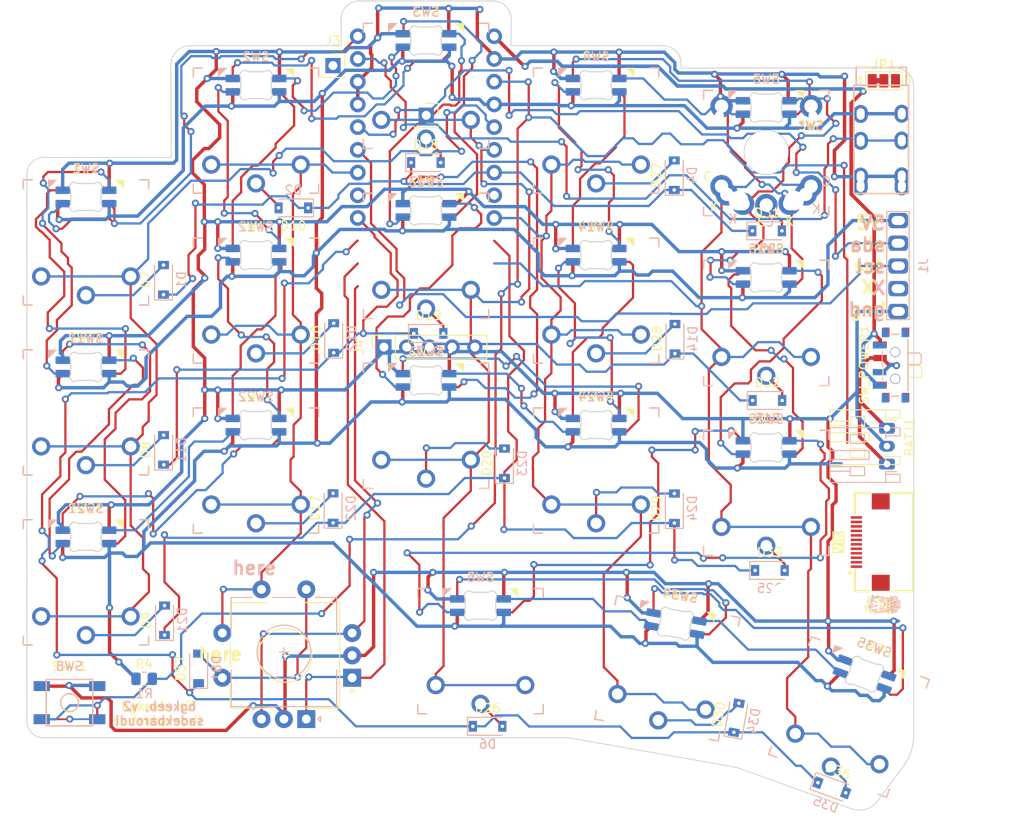
<source format=kicad_pcb>
(kicad_pcb (version 20221018) (generator pcbnew)
  (layers (0 "F.Cu" signal) (31 "B.Cu" signal) (34 "B.Paste" user) (35 "F.Paste" user) (36 "B.SilkS" user "B.Silkscreen") (37 "F.SilkS" user "F.Silkscreen") (38 "B.Mask" user) (39 "F.Mask" user) (44 "Edge.Cuts" user))
  (net 0 "")
  (net 1 "GND")
  (net 2 "+5V")
  (net 3 "BT+")
  (net 4 "row0")
  (net 5 "Net-(D1-A)")
  (net 6 "Net-(D10-A)")
  (net 7 "row1")
  (net 8 "Net-(D18-A)")
  (net 9 "Net-(D27-A)")
  (net 10 "Net-(D31-A)")
  (net 11 "Net-(D26-A)")
  (net 12 "Net-(D11-A)")
  (net 13 "Net-(D21-A)")
  (net 14 "Net-(D12-A)")
  (net 15 "Net-(D13-A)")
  (net 16 "row2")
  (net 17 "Net-(D14-A)")
  (net 18 "Net-(D15-A)")
  (net 19 "Net-(D17-A)")
  (net 20 "Net-(D20-A)")
  (net 21 "Net-(D24-A)")
  (net 22 "Net-(D25-A)")
  (net 23 "row3")
  (net 24 "Net-(D30-A)")
  (net 25 "Net-(D35-A)")
  (net 26 "Net-(D37-A)")
  (net 27 "Net-(D38-DOUT)")
  (net 28 "Net-(D39-DOUT)")
  (net 29 "led")
  (net 30 "Net-(D39-DIN)")
  (net 31 "Net-(D40-DOUT)")
  (net 32 "Net-(D41-DOUT)")
  (net 33 "Net-(D42-DOUT)")
  (net 34 "Net-(D43-DOUT)")
  (net 35 "Net-(D44-DOUT)")
  (net 36 "Net-(D45-DOUT)")
  (net 37 "Net-(D46-DOUT)")
  (net 38 "Net-(D47-DOUT)")
  (net 39 "Net-(D48-DOUT)")
  (net 40 "Net-(D49-DOUT)")
  (net 41 "Net-(D50-DOUT)")
  (net 42 "Net-(D51-DOUT)")
  (net 43 "Net-(D52-DOUT)")
  (net 44 "Net-(D53-DOUT)")
  (net 45 "Net-(D54-DOUT)")
  (net 46 "Net-(D55-DOUT)")
  (net 47 "Net-(D56-DOUT)")
  (net 48 "Net-(D57-DOUT)")
  (net 49 "Net-(D58-DOUT)")
  (net 50 "Net-(D59-DOUT)")
  (net 52 "Net-(D61-DOUT)")
  (net 53 "Net-(D62-DOUT)")
  (net 54 "Net-(D63-DOUT)")
  (net 55 "Net-(D64-DOUT)")
  (net 56 "Net-(D65-DOUT)")
  (net 57 "Net-(D66-DOUT)")
  (net 58 "Net-(D67-DOUT)")
  (net 59 "Net-(D68-DOUT)")
  (net 60 "Net-(D69-DOUT)")
  (net 61 "Net-(D70-DOUT)")
  (net 62 "RESET")
  (net 63 "col0")
  (net 64 "col1")
  (net 65 "col2")
  (net 66 "col3")
  (net 67 "col4")
  (net 68 "sda")
  (net 69 "scl")
  (net 70 "Net-(D71-DOUT)")
  (net 71 "ENC1B")
  (net 72 "ENC1A")
  (net 74 "data")
  (net 76 "Bat+ Pad")
  (net 77 "CS")
  (net 78 "SPI RX")
  (net 79 "SPI TX")
  (net 81 "SCK")
  (net 82 "GPIO_X1")
  (net 83 "Net-(JP1-C)")
  (net 84 "+3.3V")
  (footprint "kicad-keyboard-parts:MX_SK6812MINI-E" (layer "F.Cu") (at 79.997588 45.526488 180)
    (fp_text reference "D47" hide)
    (fp_text value "SK6812MINI-E")
    (fp_line (start -1.699999 5.782841) (end -1.699999 4.377157) (stroke (width 0.1)) (layer "Edge.Cuts"))
    (fp_line (start -0.794452 3.58) (end 0.794453 3.58) (stroke (width 0.1)) (layer "Edge.Cuts"))
    (fp_line (start 0.794452 6.579999) (end -0.794452 6.579999) (stroke (width 0.1)) (layer "Edge.Cuts"))
    (fp_line (start 1.699999 4.377157) (end 1.699999 5.782841) (stroke (width 0.1)) (layer "Edge.Cuts"))
    (fp_arc (start -1.749484 4.160279) (mid -1.712527 4.265931) (end -1.699999 4.377157) (stroke (width 0.1)) (layer "Edge.Cuts"))
    (fp_arc (start -1.749484 4.160279) (mid -1.638071 3.575964) (end -1.046711 3.5117) (stroke (width 0.1)) (layer "Edge.Cuts"))
    (fp_arc (start -1.699999 5.782842) (mid -1.712527 5.894067) (end -1.749484 5.999719) (stroke (width 0.1)) (layer "Edge.Cuts"))
    (fp_arc (start -1.046711 6.648296) (mid -1.63807 6.584033) (end -1.749484 5.999719) (stroke (width 0.1)) (layer "Edge.Cuts"))
    (fp_arc (start -1.04671 6.648298) (mid -0.925122 6.597376) (end -0.794452 6.579999) (stroke (width 0.1)) (layer "Edge.Cuts"))
    (fp_arc (start -0.794453 3.579999) (mid -0.925123 3.562622) (end -1.046711 3.5117) (stroke (width 0.1)) (layer "Edge.Cuts"))
    (fp_arc (start 0.794452 6.579999) (mid 0.925123 6.597376) (end 1.046711 6.648298) (stroke (width 0.1)) (layer "Edge.Cuts"))
    (fp_arc (start 1.046711 3.511701) (mid 0.925123 3.562623) (end 0.794453 3.58) (stroke (width 0.1)) (layer "Edge.Cuts"))
    (fp_arc (start 1.046711 3.511701) (mid 1.638071 3.575964) (end 1.749484 4.160279) (stroke (width 0.1)) (layer "Edge.Cuts"))
    (fp_arc (start 1.699999 4.377156) (mid 1.712526 4.26593) (end 1.749484 4.160279) (stroke (width 0.1)) (layer "Edge.Cuts"))
    (fp_arc (start 1.749484 5.999718) (mid 1.638072 6.584034) (end 1.046711 6.648298) (stroke (width 0.1)) (layer "Edge.Cuts"))
    (fp_arc (start 1.749484 5.999719) (mid 1.712511 5.89407) (end 1.699999 5.782841) (stroke (width 0.1)) (layer "Edge.Cuts"))
  )
  (footprint "kicad-keyboard-parts:MX_SK6812MINI-E" (layer "F.Cu") (at 98.997587 40.526488 180)
    (fp_text reference "D48" hide)
    (fp_text value "SK6812MINI-E")
    (fp_line (start -1.699999 5.782841) (end -1.699999 4.377157) (stroke (width 0.1)) (layer "Edge.Cuts"))
    (fp_line (start -0.794452 3.58) (end 0.794453 3.58) (stroke (width 0.1)) (layer "Edge.Cuts"))
    (fp_line (start 0.794452 6.579999) (end -0.794452 6.579999) (stroke (width 0.1)) (layer "Edge.Cuts"))
    (fp_line (start 1.699999 4.377157) (end 1.699999 5.782841) (stroke (width 0.1)) (layer "Edge.Cuts"))
    (fp_arc (start -1.749484 4.160279) (mid -1.712527 4.265931) (end -1.699999 4.377157) (stroke (width 0.1)) (layer "Edge.Cuts"))
    (fp_arc (start -1.749484 4.160279) (mid -1.638071 3.575964) (end -1.046711 3.5117) (stroke (width 0.1)) (layer "Edge.Cuts"))
    (fp_arc (start -1.699999 5.782842) (mid -1.712527 5.894067) (end -1.749484 5.999719) (stroke (width 0.1)) (layer "Edge.Cuts"))
    (fp_arc (start -1.046711 6.648296) (mid -1.63807 6.584033) (end -1.749484 5.999719) (stroke (width 0.1)) (layer "Edge.Cuts"))
    (fp_arc (start -1.04671 6.648298) (mid -0.925122 6.597376) (end -0.794452 6.579999) (stroke (width 0.1)) (layer "Edge.Cuts"))
    (fp_arc (start -0.794453 3.579999) (mid -0.925123 3.562622) (end -1.046711 3.5117) (stroke (width 0.1)) (layer "Edge.Cuts"))
    (fp_arc (start 0.794452 6.579999) (mid 0.925123 6.597376) (end 1.046711 6.648298) (stroke (width 0.1)) (layer "Edge.Cuts"))
    (fp_arc (start 1.046711 3.511701) (mid 0.925123 3.562623) (end 0.794453 3.58) (stroke (width 0.1)) (layer "Edge.Cuts"))
    (fp_arc (start 1.046711 3.511701) (mid 1.638071 3.575964) (end 1.749484 4.160279) (stroke (width 0.1)) (layer "Edge.Cuts"))
    (fp_arc (start 1.699999 4.377156) (mid 1.712526 4.26593) (end 1.749484 4.160279) (stroke (width 0.1)) (layer "Edge.Cuts"))
    (fp_arc (start 1.749484 5.999718) (mid 1.638072 6.584034) (end 1.046711 6.648298) (stroke (width 0.1)) (layer "Edge.Cuts"))
    (fp_arc (start 1.749484 5.999719) (mid 1.712511 5.89407) (end 1.699999 5.782841) (stroke (width 0.1)) (layer "Edge.Cuts"))
  )
  (footprint "kicad-keyboard-parts:MX_SK6812MINI-E" (layer "F.Cu") (at 136.997585 48.026489 180)
    (fp_text reference "D54" hide)
    (fp_text value "SK6812MINI-E")
    (fp_line (start -1.699999 5.782841) (end -1.699999 4.377157) (stroke (width 0.1)) (layer "Edge.Cuts"))
    (fp_line (start -0.794452 3.58) (end 0.794453 3.58) (stroke (width 0.1)) (layer "Edge.Cuts"))
    (fp_line (start 0.794452 6.579999) (end -0.794452 6.579999) (stroke (width 0.1)) (layer "Edge.Cuts"))
    (fp_line (start 1.699999 4.377157) (end 1.699999 5.782841) (stroke (width 0.1)) (layer "Edge.Cuts"))
    (fp_arc (start -1.749484 4.160279) (mid -1.712527 4.265931) (end -1.699999 4.377157) (stroke (width 0.1)) (layer "Edge.Cuts"))
    (fp_arc (start -1.749484 4.160279) (mid -1.638071 3.575964) (end -1.046711 3.5117) (stroke (width 0.1)) (layer "Edge.Cuts"))
    (fp_arc (start -1.699999 5.782842) (mid -1.712527 5.894067) (end -1.749484 5.999719) (stroke (width 0.1)) (layer "Edge.Cuts"))
    (fp_arc (start -1.046711 6.648296) (mid -1.63807 6.584033) (end -1.749484 5.999719) (stroke (width 0.1)) (layer "Edge.Cuts"))
    (fp_arc (start -1.04671 6.648298) (mid -0.925122 6.597376) (end -0.794452 6.579999) (stroke (width 0.1)) (layer "Edge.Cuts"))
    (fp_arc (start -0.794453 3.579999) (mid -0.925123 3.562622) (end -1.046711 3.5117) (stroke (width 0.1)) (layer "Edge.Cuts"))
    (fp_arc (start 0.794452 6.579999) (mid 0.925123 6.597376) (end 1.046711 6.648298) (stroke (width 0.1)) (layer "Edge.Cuts"))
    (fp_arc (start 1.046711 3.511701) (mid 0.925123 3.562623) (end 0.794453 3.58) (stroke (width 0.1)) (layer "Edge.Cuts"))
    (fp_arc (start 1.046711 3.511701) (mid 1.638071 3.575964) (end 1.749484 4.160279) (stroke (width 0.1)) (layer "Edge.Cuts"))
    (fp_arc (start 1.699999 4.377156) (mid 1.712526 4.26593) (end 1.749484 4.160279) (stroke (width 0.1)) (layer "Edge.Cuts"))
    (fp_arc (start 1.749484 5.999718) (mid 1.638072 6.584034) (end 1.046711 6.648298) (stroke (width 0.1)) (layer "Edge.Cuts"))
    (fp_arc (start 1.749484 5.999719) (mid 1.712511 5.89407) (end 1.699999 5.782841) (stroke (width 0.1)) (layer "Edge.Cuts"))
  )
  (footprint "kicad-keyboard-parts:MX_SK6812MINI-E" (layer "F.Cu") (at 136.997585 67.026488 180)
    (fp_text reference "D55" hide)
    (fp_text value "SK6812MINI-E")
    (fp_line (start -1.699999 5.782841) (end -1.699999 4.377157) (stroke (width 0.1)) (layer "Edge.Cuts"))
    (fp_line (start -0.794452 3.58) (end 0.794453 3.58) (stroke (width 0.1)) (layer "Edge.Cuts"))
    (fp_line (start 0.794452 6.579999) (end -0.794452 6.579999) (stroke (width 0.1)) (layer "Edge.Cuts"))
    (fp_line (start 1.699999 4.377157) (end 1.699999 5.782841) (stroke (width 0.1)) (layer "Edge.Cuts"))
    (fp_arc (start -1.749484 4.160279) (mid -1.712527 4.265931) (end -1.699999 4.377157) (stroke (width 0.1)) (layer "Edge.Cuts"))
    (fp_arc (start -1.749484 4.160279) (mid -1.638071 3.575964) (end -1.046711 3.5117) (stroke (width 0.1)) (layer "Edge.Cuts"))
    (fp_arc (start -1.699999 5.782842) (mid -1.712527 5.894067) (end -1.749484 5.999719) (stroke (width 0.1)) (layer "Edge.Cuts"))
    (fp_arc (start -1.046711 6.648296) (mid -1.63807 6.584033) (end -1.749484 5.999719) (stroke (width 0.1)) (layer "Edge.Cuts"))
    (fp_arc (start -1.04671 6.648298) (mid -0.925122 6.597376) (end -0.794452 6.579999) (stroke (width 0.1)) (layer "Edge.Cuts"))
    (fp_arc (start -0.794453 3.579999) (mid -0.925123 3.562622) (end -1.046711 3.5117) (stroke (width 0.1)) (layer "Edge.Cuts"))
    (fp_arc (start 0.794452 6.579999) (mid 0.925123 6.597376) (end 1.046711 6.648298) (stroke (width 0.1)) (layer "Edge.Cuts"))
    (fp_arc (start 1.046711 3.511701) (mid 0.925123 3.562623) (end 0.794453 3.58) (stroke (width 0.1)) (layer "Edge.Cuts"))
    (fp_arc (start 1.046711 3.511701) (mid 1.638071 3.575964) (end 1.749484 4.160279) (stroke (width 0.1)) (layer "Edge.Cuts"))
    (fp_arc (start 1.699999 4.377156) (mid 1.712526 4.26593) (end 1.749484 4.160279) (stroke (width 0.1)) (layer "Edge.Cuts"))
    (fp_arc (start 1.749484 5.999718) (mid 1.638072 6.584034) (end 1.046711 6.648298) (stroke (width 0.1)) (layer "Edge.Cuts"))
    (fp_arc (start 1.749484 5.999719) (mid 1.712511 5.89407) (end 1.699999 5.782841) (stroke (width 0.1)) (layer "Edge.Cuts"))
  )
  (footprint "kicad-keyboard-parts:MX_SK6812MINI-E" (layer "F.Cu") (at 60.997589 77.026486 180)
    (fp_text reference "D42" hide)
    (fp_text value "SK6812MINI-E")
    (fp_line (start -1.699999 5.782841) (end -1.699999 4.377157) (stroke (width 0.1)) (layer "Edge.Cuts"))
    (fp_line (start -0.794452 3.58) (end 0.794453 3.58) (stroke (width 0.1)) (layer "Edge.Cuts"))
    (fp_line (start 0.794452 6.579999) (end -0.794452 6.579999) (stroke (width 0.1)) (layer "Edge.Cuts"))
    (fp_line (start 1.699999 4.377157) (end 1.699999 5.782841) (stroke (width 0.1)) (layer "Edge.Cuts"))
    (fp_arc (start -1.749484 4.160279) (mid -1.712527 4.265931) (end -1.699999 4.377157) (stroke (width 0.1)) (layer "Edge.Cuts"))
    (fp_arc (start -1.749484 4.160279) (mid -1.638071 3.575964) (end -1.046711 3.5117) (stroke (width 0.1)) (layer "Edge.Cuts"))
    (fp_arc (start -1.699999 5.782842) (mid -1.712527 5.894067) (end -1.749484 5.999719) (stroke (width 0.1)) (layer "Edge.Cuts"))
    (fp_arc (start -1.046711 6.648296) (mid -1.63807 6.584033) (end -1.749484 5.999719) (stroke (width 0.1)) (layer "Edge.Cuts"))
    (fp_arc (start -1.04671 6.648298) (mid -0.925122 6.597376) (end -0.794452 6.579999) (stroke (width 0.1)) (layer "Edge.Cuts"))
    (fp_arc (start -0.794453 3.579999) (mid -0.925123 3.562622) (end -1.046711 3.5117) (stroke (width 0.1)) (layer "Edge.Cuts"))
    (fp_arc (start 0.794452 6.579999) (mid 0.925123 6.597376) (end 1.046711 6.648298) (stroke (width 0.1)) (layer "Edge.Cuts"))
    (fp_arc (start 1.046711 3.511701) (mid 0.925123 3.562623) (end 0.794453 3.58) (stroke (width 0.1)) (layer "Edge.Cuts"))
    (fp_arc (start 1.046711 3.511701) (mid 1.638071 3.575964) (end 1.749484 4.160279) (stroke (width 0.1)) (layer "Edge.Cuts"))
    (fp_arc (start 1.699999 4.377156) (mid 1.712526 4.26593) (end 1.749484 4.160279) (stroke (width 0.1)) (layer "Edge.Cuts"))
    (fp_arc (start 1.749484 5.999718) (mid 1.638072 6.584034) (end 1.046711 6.648298) (stroke (width 0.1)) (layer "Edge.Cuts"))
    (fp_arc (start 1.749484 5.999719) (mid 1.712511 5.89407) (end 1.699999 5.782841) (stroke (width 0.1)) (layer "Edge.Cuts"))
  )
  (footprint "kicad-keyboard-parts:MX_SK6812MINI-E" (layer "F.Cu") (at 79.997588 64.526487 180)
    (fp_text reference "D46" hide)
    (fp_text value "SK6812MINI-E")
    (fp_line (start -1.699999 5.782841) (end -1.699999 4.377157) (stroke (width 0.1)) (layer "Edge.Cuts"))
    (fp_line (start -0.794452 3.58) (end 0.794453 3.58) (stroke (width 0.1)) (layer "Edge.Cuts"))
    (fp_line (start 0.794452 6.579999) (end -0.794452 6.579999) (stroke (width 0.1)) (layer "Edge.Cuts"))
    (fp_line (start 1.699999 4.377157) (end 1.699999 5.782841) (stroke (width 0.1)) (layer "Edge.Cuts"))
    (fp_arc (start -1.749484 4.160279) (mid -1.712527 4.265931) (end -1.699999 4.377157) (stroke (width 0.1)) (layer "Edge.Cuts"))
    (fp_arc (start -1.749484 4.160279) (mid -1.638071 3.575964) (end -1.046711 3.5117) (stroke (width 0.1)) (layer "Edge.Cuts"))
    (fp_arc (start -1.699999 5.782842) (mid -1.712527 5.894067) (end -1.749484 5.999719) (stroke (width 0.1)) (layer "Edge.Cuts"))
    (fp_arc (start -1.046711 6.648296) (mid -1.63807 6.584033) (end -1.749484 5.999719) (stroke (width 0.1)) (layer "Edge.Cuts"))
    (fp_arc (start -1.04671 6.648298) (mid -0.925122 6.597376) (end -0.794452 6.579999) (stroke (width 0.1)) (layer "Edge.Cuts"))
    (fp_arc (start -0.794453 3.579999) (mid -0.925123 3.562622) (end -1.046711 3.5117) (stroke (width 0.1)) (layer "Edge.Cuts"))
    (fp_arc (start 0.794452 6.579999) (mid 0.925123 6.597376) (end 1.046711 6.648298) (stroke (width 0.1)) (layer "Edge.Cuts"))
    (fp_arc (start 1.046711 3.511701) (mid 0.925123 3.562623) (end 0.794453 3.58) (stroke (width 0.1)) (layer "Edge.Cuts"))
    (fp_arc (start 1.046711 3.511701) (mid 1.638071 3.575964) (end 1.749484 4.160279) (stroke (width 0.1)) (layer "Edge.Cuts"))
    (fp_arc (start 1.699999 4.377156) (mid 1.712526 4.26593) (end 1.749484 4.160279) (stroke (width 0.1)) (layer "Edge.Cuts"))
    (fp_arc (start 1.749484 5.999718) (mid 1.638072 6.584034) (end 1.046711 6.648298) (stroke (width 0.1)) (layer "Edge.Cuts"))
    (fp_arc (start 1.749484 5.999719) (mid 1.712511 5.89407) (end 1.699999 5.782841) (stroke (width 0.1)) (layer "Edge.Cuts"))
  )
  (footprint "kicad-keyboard-parts:MX_SK6812MINI-E" (layer "F.Cu") (at 98.997587 59.526487 180)
    (fp_text reference "D49" hide)
    (fp_text value "SK6812MINI-E")
    (fp_line (start -1.699999 5.782841) (end -1.699999 4.377157) (stroke (width 0.1)) (layer "Edge.Cuts"))
    (fp_line (start -0.794452 3.58) (end 0.794453 3.58) (stroke (width 0.1)) (layer "Edge.Cuts"))
    (fp_line (start 0.794452 6.579999) (end -0.794452 6.579999) (stroke (width 0.1)) (layer "Edge.Cuts"))
    (fp_line (start 1.699999 4.377157) (end 1.699999 5.782841) (stroke (width 0.1)) (layer "Edge.Cuts"))
    (fp_arc (start -1.749484 4.160279) (mid -1.712527 4.265931) (end -1.699999 4.377157) (stroke (width 0.1)) (layer "Edge.Cuts"))
    (fp_arc (start -1.749484 4.160279) (mid -1.638071 3.575964) (end -1.046711 3.5117) (stroke (width 0.1)) (layer "Edge.Cuts"))
    (fp_arc (start -1.699999 5.782842) (mid -1.712527 5.894067) (end -1.749484 5.999719) (stroke (width 0.1)) (layer "Edge.Cuts"))
    (fp_arc (start -1.046711 6.648296) (mid -1.63807 6.584033) (end -1.749484 5.999719) (stroke (width 0.1)) (layer "Edge.Cuts"))
    (fp_arc (start -1.04671 6.648298) (mid -0.925122 6.597376) (end -0.794452 6.579999) (stroke (width 0.1)) (layer "Edge.Cuts"))
    (fp_arc (start -0.794453 3.579999) (mid -0.925123 3.562622) (end -1.046711 3.5117) (stroke (width 0.1)) (layer "Edge.Cuts"))
    (fp_arc (start 0.794452 6.579999) (mid 0.925123 6.597376) (end 1.046711 6.648298) (stroke (width 0.1)) (layer "Edge.Cuts"))
    (fp_arc (start 1.046711 3.511701) (mid 0.925123 3.562623) (end 0.794453 3.58) (stroke (width 0.1)) (layer "Edge.Cuts"))
    (fp_arc (start 1.046711 3.511701) (mid 1.638071 3.575964) (end 1.749484 4.160279) (stroke (width 0.1)) (layer "Edge.Cuts"))
    (fp_arc (start 1.699999 4.377156) (mid 1.712526 4.26593) (end 1.749484 4.160279) (stroke (width 0.1)) (layer "Edge.Cuts"))
    (fp_arc (start 1.749484 5.999718) (mid 1.638072 6.584034) (end 1.046711 6.648298) (stroke (width 0.1)) (layer "Edge.Cuts"))
    (fp_arc (start 1.749484 5.999719) (mid 1.712511 5.89407) (end 1.699999 5.782841) (stroke (width 0.1)) (layer "Edge.Cuts"))
  )
  (footprint "kicad-keyboard-parts:MX_SK6812MINI-E" (layer "F.Cu") (at 117.997586 45.526488 180)
    (fp_text reference "D53" hide)
    (fp_text value "SK6812MINI-E")
    (fp_line (start -1.699999 5.782841) (end -1.699999 4.377157) (stroke (width 0.1)) (layer "Edge.Cuts"))
    (fp_line (start -0.794452 3.58) (end 0.794453 3.58) (stroke (width 0.1)) (layer "Edge.Cuts"))
    (fp_line (start 0.794452 6.579999) (end -0.794452 6.579999) (stroke (width 0.1)) (layer "Edge.Cuts"))
    (fp_line (start 1.699999 4.377157) (end 1.699999 5.782841) (stroke (width 0.1)) (layer "Edge.Cuts"))
    (fp_arc (start -1.749484 4.160279) (mid -1.712527 4.265931) (end -1.699999 4.377157) (stroke (width 0.1)) (layer "Edge.Cuts"))
    (fp_arc (start -1.749484 4.160279) (mid -1.638071 3.575964) (end -1.046711 3.5117) (stroke (width 0.1)) (layer "Edge.Cuts"))
    (fp_arc (start -1.699999 5.782842) (mid -1.712527 5.894067) (end -1.749484 5.999719) (stroke (width 0.1)) (layer "Edge.Cuts"))
    (fp_arc (start -1.046711 6.648296) (mid -1.63807 6.584033) (end -1.749484 5.999719) (stroke (width 0.1)) (layer "Edge.Cuts"))
    (fp_arc (start -1.04671 6.648298) (mid -0.925122 6.597376) (end -0.794452 6.579999) (stroke (width 0.1)) (layer "Edge.Cuts"))
    (fp_arc (start -0.794453 3.579999) (mid -0.925123 3.562622) (end -1.046711 3.5117) (stroke (width 0.1)) (layer "Edge.Cuts"))
    (fp_arc (start 0.794452 6.579999) (mid 0.925123 6.597376) (end 1.046711 6.648298) (stroke (width 0.1)) (layer "Edge.Cuts"))
    (fp_arc (start 1.046711 3.511701) (mid 0.925123 3.562623) (end 0.794453 3.58) (stroke (width 0.1)) (layer "Edge.Cuts"))
    (fp_arc (start 1.046711 3.511701) (mid 1.638071 3.575964) (end 1.749484 4.160279) (stroke (width 0.1)) (layer "Edge.Cuts"))
    (fp_arc (start 1.699999 4.377156) (mid 1.712526 4.26593) (end 1.749484 4.160279) (stroke (width 0.1)) (layer "Edge.Cuts"))
    (fp_arc (start 1.749484 5.999718) (mid 1.638072 6.584034) (end 1.046711 6.648298) (stroke (width 0.1)) (layer "Edge.Cuts"))
    (fp_arc (start 1.749484 5.999719) (mid 1.712511 5.89407) (end 1.699999 5.782841) (stroke (width 0.1)) (layer "Edge.Cuts"))
  )
  (footprint "kicad-keyboard-parts:MX_SK6812MINI-E" (layer "F.Cu") (at 136.997585 86.026487 180)
    (fp_text reference "D56" hide)
    (fp_text value "SK6812MINI-E")
    (fp_line (start -1.699999 5.782841) (end -1.699999 4.377157) (stroke (width 0.1)) (layer "Edge.Cuts"))
    (fp_line (start -0.794452 3.58) (end 0.794453 3.58) (stroke (width 0.1)) (layer "Edge.Cuts"))
    (fp_line (start 0.794452 6.579999) (end -0.794452 6.579999) (stroke (width 0.1)) (layer "Edge.Cuts"))
    (fp_line (start 1.699999 4.377157) (end 1.699999 5.782841) (stroke (width 0.1)) (layer "Edge.Cuts"))
    (fp_arc (start -1.749484 4.160279) (mid -1.712527 4.265931) (end -1.699999 4.377157) (stroke (width 0.1)) (layer "Edge.Cuts"))
    (fp_arc (start -1.749484 4.160279) (mid -1.638071 3.575964) (end -1.046711 3.5117) (stroke (width 0.1)) (layer "Edge.Cuts"))
    (fp_arc (start -1.699999 5.782842) (mid -1.712527 5.894067) (end -1.749484 5.999719) (stroke (width 0.1)) (layer "Edge.Cuts"))
    (fp_arc (start -1.046711 6.648296) (mid -1.63807 6.584033) (end -1.749484 5.999719) (stroke (width 0.1)) (layer "Edge.Cuts"))
    (fp_arc (start -1.04671 6.648298) (mid -0.925122 6.597376) (end -0.794452 6.579999) (stroke (width 0.1)) (layer "Edge.Cuts"))
    (fp_arc (start -0.794453 3.579999) (mid -0.925123 3.562622) (end -1.046711 3.5117) (stroke (width 0.1)) (layer "Edge.Cuts"))
    (fp_arc (start 0.794452 6.579999) (mid 0.925123 6.597376) (end 1.046711 6.648298) (stroke (width 0.1)) (layer "Edge.Cuts"))
    (fp_arc (start 1.046711 3.511701) (mid 0.925123 3.562623) (end 0.794453 3.58) (stroke (width 0.1)) (layer "Edge.Cuts"))
    (fp_arc (start 1.046711 3.511701) (mid 1.638071 3.575964) (end 1.749484 4.160279) (stroke (width 0.1)) (layer "Edge.Cuts"))
    (fp_arc (start 1.699999 4.377156) (mid 1.712526 4.26593) (end 1.749484 4.160279) (stroke (width 0.1)) (layer "Edge.Cuts"))
    (fp_arc (start 1.749484 5.999718) (mid 1.638072 6.584034) (end 1.046711 6.648298) (stroke (width 0.1)) (layer "Edge.Cuts"))
    (fp_arc (start 1.749484 5.999719) (mid 1.712511 5.89407) (end 1.699999 5.782841) (stroke (width 0.1)) (layer "Edge.Cuts"))
  )
  (footprint "kicad-keyboard-parts:MX_SK6812MINI-E" (layer "F.Cu") (at 60.997588 96.026485 180)
    (fp_text reference "D43" hide)
    (fp_text value "SK6812MINI-E")
    (fp_line (start -1.699999 5.782841) (end -1.699999 4.377157) (stroke (width 0.1)) (layer "Edge.Cuts"))
    (fp_line (start -0.794452 3.58) (end 0.794453 3.58) (stroke (width 0.1)) (layer "Edge.Cuts"))
    (fp_line (start 0.794452 6.579999) (end -0.794452 6.579999) (stroke (width 0.1)) (layer "Edge.Cuts"))
    (fp_line (start 1.699999 4.377157) (end 1.699999 5.782841) (stroke (width 0.1)) (layer "Edge.Cuts"))
    (fp_arc (start -1.749484 4.160279) (mid -1.712527 4.265931) (end -1.699999 4.377157) (stroke (width 0.1)) (layer "Edge.Cuts"))
    (fp_arc (start -1.749484 4.160279) (mid -1.638071 3.575964) (end -1.046711 3.5117) (stroke (width 0.1)) (layer "Edge.Cuts"))
    (fp_arc (start -1.699999 5.782842) (mid -1.712527 5.894067) (end -1.749484 5.999719) (stroke (width 0.1)) (layer "Edge.Cuts"))
    (fp_arc (start -1.046711 6.648296) (mid -1.63807 6.584033) (end -1.749484 5.999719) (stroke (width 0.1)) (layer "Edge.Cuts"))
    (fp_arc (start -1.04671 6.648298) (mid -0.925122 6.597376) (end -0.794452 6.579999) (stroke (width 0.1)) (layer "Edge.Cuts"))
    (fp_arc (start -0.794453 3.579999) (mid -0.925123 3.562622) (end -1.046711 3.5117) (stroke (width 0.1)) (layer "Edge.Cuts"))
    (fp_arc (start 0.794452 6.579999) (mid 0.925123 6.597376) (end 1.046711 6.648298) (stroke (width 0.1)) (layer "Edge.Cuts"))
    (fp_arc (start 1.046711 3.511701) (mid 0.925123 3.562623) (end 0.794453 3.58) (stroke (width 0.1)) (layer "Edge.Cuts"))
    (fp_arc (start 1.046711 3.511701) (mid 1.638071 3.575964) (end 1.749484 4.160279) (stroke (width 0.1)) (layer "Edge.Cuts"))
    (fp_arc (start 1.699999 4.377156) (mid 1.712526 4.26593) (end 1.749484 4.160279) (stroke (width 0.1)) (layer "Edge.Cuts"))
    (fp_arc (start 1.749484 5.999718) (mid 1.638072 6.584034) (end 1.046711 6.648298) (stroke (width 0.1)) (layer "Edge.Cuts"))
    (fp_arc (start 1.749484 5.999719) (mid 1.712511 5.89407) (end 1.699999 5.782841) (stroke (width 0.1)) (layer "Edge.Cuts"))
  )
  (footprint "kicad-keyboard-parts:MX_SK6812MINI-E" (layer "F.Cu") (at 98.997586 78.526487 180)
    (fp_text reference "D50" hide)
    (fp_text value "SK6812MINI-E")
    (fp_line (start -1.699999 5.782841) (end -1.699999 4.377157) (stroke (width 0.1)) (layer "Edge.Cuts"))
    (fp_line (start -0.794452 3.58) (end 0.794453 3.58) (stroke (width 0.1)) (layer "Edge.Cuts"))
    (fp_line (start 0.794452 6.579999) (end -0.794452 6.579999) (stroke (width 0.1)) (layer "Edge.Cuts"))
    (fp_line (start 1.699999 4.377157) (end 1.699999 5.782841) (stroke (width 0.1)) (layer "Edge.Cuts"))
    (fp_arc (start -1.749484 4.160279) (mid -1.712527 4.265931) (end -1.699999 4.377157) (stroke (width 0.1)) (layer "Edge.Cuts"))
    (fp_arc (start -1.749484 4.160279) (mid -1.638071 3.575964) (end -1.046711 3.5117) (stroke (width 0.1)) (layer "Edge.Cuts"))
    (fp_arc (start -1.699999 5.782842) (mid -1.712527 5.894067) (end -1.749484 5.999719) (stroke (width 0.1)) (layer "Edge.Cuts"))
    (fp_arc (start -1.046711 6.648296) (mid -1.63807 6.584033) (end -1.749484 5.999719) (stroke (width 0.1)) (layer "Edge.Cuts"))
    (fp_arc (start -1.04671 6.648298) (mid -0.925122 6.597376) (end -0.794452 6.579999) (stroke (width 0.1)) (layer "Edge.Cuts"))
    (fp_arc (start -0.794453 3.579999) (mid -0.925123 3.562622) (end -1.046711 3.5117) (stroke (width 0.1)) (layer "Edge.Cuts"))
    (fp_arc (start 0.794452 6.579999) (mid 0.925123 6.597376) (end 1.046711 6.648298) (stroke (width 0.1)) (layer "Edge.Cuts"))
    (fp_arc (start 1.046711 3.511701) (mid 0.925123 3.562623) (end 0.794453 3.58) (stroke (width 0.1)) (layer "Edge.Cuts"))
    (fp_arc (start 1.046711 3.511701) (mid 1.638071 3.575964) (end 1.749484 4.160279) (stroke (width 0.1)) (layer "Edge.Cuts"))
    (fp_arc (start 1.699999 4.377156) (mid 1.712526 4.26593) (end 1.749484 4.160279) (stroke (width 0.1)) (layer "Edge.Cuts"))
    (fp_arc (start 1.749484 5.999718) (mid 1.638072 6.584034) (end 1.046711 6.648298) (stroke (width 0.1)) (layer "Edge.Cuts"))
    (fp_arc (start 1.749484 5.999719) (mid 1.712511 5.89407) (end 1.699999 5.782841) (stroke (width 0.1)) (layer "Edge.Cuts"))
  )
  (footprint "kicad-keyboard-parts:MX_SK6812MINI-E" (layer "F.Cu") (at 105.078593 103.714404 180)
    (fp_text reference "D57" hide)
    (fp_text value "SK6812MINI-E")
    (fp_line (start -1.699999 5.782841) (end -1.699999 4.377157) (stroke (width 0.1)) (layer "Edge.Cuts"))
    (fp_line (start -0.794452 3.58) (end 0.794453 3.58) (stroke (width 0.1)) (layer "Edge.Cuts"))
    (fp_line (start 0.794452 6.579999) (end -0.794452 6.579999) (stroke (width 0.1)) (layer "Edge.Cuts"))
    (fp_line (start 1.699999 4.377157) (end 1.699999 5.782841) (stroke (width 0.1)) (layer "Edge.Cuts"))
    (fp_arc (start -1.749484 4.160279) (mid -1.712527 4.265931) (end -1.699999 4.377157) (stroke (width 0.1)) (layer "Edge.Cuts"))
    (fp_arc (start -1.749484 4.160279) (mid -1.638071 3.575964) (end -1.046711 3.5117) (stroke (width 0.1)) (layer "Edge.Cuts"))
    (fp_arc (start -1.699999 5.782842) (mid -1.712527 5.894067) (end -1.749484 5.999719) (stroke (width 0.1)) (layer "Edge.Cuts"))
    (fp_arc (start -1.046711 6.648296) (mid -1.63807 6.584033) (end -1.749484 5.999719) (stroke (width 0.1)) (layer "Edge.Cuts"))
    (fp_arc (start -1.04671 6.648298) (mid -0.925122 6.597376) (end -0.794452 6.579999) (stroke (width 0.1)) (layer "Edge.Cuts"))
    (fp_arc (start -0.794453 3.579999) (mid -0.925123 3.562622) (end -1.046711 3.5117) (stroke (width 0.1)) (layer "Edge.Cuts"))
    (fp_arc (start 0.794452 6.579999) (mid 0.925123 6.597376) (end 1.046711 6.648298) (stroke (width 0.1)) (layer "Edge.Cuts"))
    (fp_arc (start 1.046711 3.511701) (mid 0.925123 3.562623) (end 0.794453 3.58) (stroke (width 0.1)) (layer "Edge.Cuts"))
    (fp_arc (start 1.046711 3.511701) (mid 1.638071 3.575964) (end 1.749484 4.160279) (stroke (width 0.1)) (layer "Edge.Cuts"))
    (fp_arc (start 1.699999 4.377156) (mid 1.712526 4.26593) (end 1.749484 4.160279) (stroke (width 0.1)) (layer "Edge.Cuts"))
    (fp_arc (start 1.749484 5.999718) (mid 1.638072 6.584034) (end 1.046711 6.648298) (stroke (width 0.1)) (layer "Edge.Cuts"))
    (fp_arc (start 1.749484 5.999719) (mid 1.712511 5.89407) (end 1.699999 5.782841) (stroke (width 0.1)) (layer "Edge.Cuts"))
  )
  (footprint "kicad-keyboard-parts:MX_SK6812MINI-E" (layer "F.Cu") (at 125.963674 105.640756 170)
    (fp_text reference "D59" hide)
    (fp_text value "SK6812MINI-E")
    (fp_line (start -1.699999 5.782841) (end -1.699999 4.377157) (stroke (width 0.1)) (layer "Edge.Cuts"))
    (fp_line (start -0.794452 3.58) (end 0.794453 3.58) (stroke (width 0.1)) (layer "Edge.Cuts"))
    (fp_line (start 0.794452 6.579999) (end -0.794452 6.579999) (stroke (width 0.1)) (layer "Edge.Cuts"))
    (fp_line (start 1.699999 4.377157) (end 1.699999 5.782841) (stroke (width 0.1)) (layer "Edge.Cuts"))
    (fp_arc (start -1.749484 4.160279) (mid -1.712527 4.265931) (end -1.699999 4.377157) (stroke (width 0.1)) (layer "Edge.Cuts"))
    (fp_arc (start -1.749484 4.160279) (mid -1.638071 3.575964) (end -1.046711 3.5117) (stroke (width 0.1)) (layer "Edge.Cuts"))
    (fp_arc (start -1.699999 5.782842) (mid -1.712527 5.894068) (end -1.749484 5.999719) (stroke (width 0.1)) (layer "Edge.Cuts"))
    (fp_arc (start -1.046711 6.648296) (mid -1.63807 6.584033) (end -1.749484 5.999719) (stroke (width 0.1)) (layer "Edge.Cuts"))
    (fp_arc (start -1.04671 6.648298) (mid -0.925122 6.597376) (end -0.794452 6.579999) (stroke (width 0.1)) (layer "Edge.Cuts"))
    (fp_arc (start -0.794453 3.579999) (mid -0.925123 3.562622) (end -1.046711 3.5117) (stroke (width 0.1)) (layer "Edge.Cuts"))
    (fp_arc (start 0.794452 6.579999) (mid 0.925122 6.597376) (end 1.046711 6.648298) (stroke (width 0.1)) (layer "Edge.Cuts"))
    (fp_arc (start 1.046711 3.511701) (mid 0.925123 3.562623) (end 0.794453 3.58) (stroke (width 0.1)) (layer "Edge.Cuts"))
    (fp_arc (start 1.046711 3.511701) (mid 1.638071 3.575964) (end 1.749484 4.160279) (stroke (width 0.1)) (layer "Edge.Cuts"))
    (fp_arc (start 1.699999 4.377156) (mid 1.712526 4.26593) (end 1.749484 4.160279) (stroke (width 0.1)) (layer "Edge.Cuts"))
    (fp_arc (start 1.749484 5.999718) (mid 1.638071 6.584034) (end 1.046711 6.648298) (stroke (width 0.1)) (layer "Edge.Cuts"))
    (fp_arc (start 1.749484 5.999719) (mid 1.712511 5.89407) (end 1.699999 5.782841) (stroke (width 0.1)) (layer "Edge.Cuts"))
  )
  (footprint "Resistor_SMD:R_0805_2012Metric" (layer "F.Cu") (at 67.493593 106.809604)
    (fp_text reference "R4")
    (fp_text value "10k")
  )
  (footprint "keyswitches:SW_PG1350_reversible" (layer "F.Cu") (at 79.997588 45.526488)
    (fp_text reference "SW2")
    (fp_text value "SW_Push")
  )
  (footprint "keyswitches:SW_PG1350_reversible" (layer "F.Cu") (at 98.997587 40.526488)
    (fp_text reference "SW3")
    (fp_text value "SW_Push")
  )
  (footprint "keyswitches:SW_PG1350_reversible" (layer "F.Cu") (at 117.997586 45.526488)
    (fp_text reference "SW4")
    (fp_text value "SW_Push")
  )
  (footprint "keyswitches:SW_PG1350_reversible" (layer "F.Cu") (at 136.997585 48.026489)
    (fp_text reference "SW5")
    (fp_text value "SW_Push")
  )
  (footprint "keyswitches:SW_PG1350_reversible" (layer "F.Cu") (at 60.997589 77.026486)
    (fp_text reference "SW11")
    (fp_text value "SW_Push")
  )
  (footprint "keyswitches:SW_PG1350_reversible" (layer "F.Cu") (at 79.997588 64.526487)
    (fp_text reference "SW12")
    (fp_text value "SW_Push")
  )
  (footprint "keyswitches:SW_PG1350_reversible" (layer "F.Cu") (at 98.997587 59.526487)
    (fp_text reference "SW13")
    (fp_text value "SW_Push")
  )
  (footprint "keyswitches:SW_PG1350_reversible" (layer "F.Cu") (at 117.997586 64.526487)
    (fp_text reference "SW14")
    (fp_text value "SW_Push")
  )
  (footprint "keyswitches:SW_PG1350_reversible" (layer "F.Cu") (at 136.997585 67.026488)
    (fp_text reference "SW15")
    (fp_text value "SW_Push")
  )
  (footprint "keyswitches:SW_PG1350_reversible" (layer "F.Cu") (at 60.997588 96.026485)
    (fp_text reference "SW21")
    (fp_text value "SW_Push")
  )
  (footprint "keyswitches:SW_PG1350_reversible" (layer "F.Cu") (at 79.997587 83.526486)
    (fp_text reference "SW22")
    (fp_text value "SW_Push")
  )
  (footprint "keyswitches:SW_PG1350_reversible" (layer "F.Cu") (at 98.997586 78.526487)
    (fp_text reference "SW23")
    (fp_text value "SW_Push")
  )
  (footprint "keyswitches:SW_PG1350_reversible" (layer "F.Cu") (at 117.997586 83.526487)
    (fp_text reference "SW24")
    (fp_text value "SW_Push")
  )
  (footprint "keyswitches:SW_PG1350_reversible" (layer "F.Cu") (at 136.997585 86.026487)
    (fp_text reference "SW25")
    (fp_text value "SW_Push")
  )
  (footprint "keyswitches:SW_PG1350_reversible" (layer "F.Cu") (at 125.963674 105.640756 -10)
    (fp_text reference "SW34")
    (fp_text value "SW_Push")
  )
  (footprint "keyswitches:SW_PG1350_reversible" (layer "F.Cu") (at 146.248115 111.075956 -20)
    (fp_text reference "SW35")
    (fp_text value "SW_Push")
  )
  (footprint "random-keyboard-parts:SKQG-1155865" (layer "F.Cu") (at 59.161193 109.480804 180)
    (fp_text reference "SW41")
    (fp_text value "SW_Push")
  )
  (footprint "keyswitches:SW_PG1350_reversible" (layer "F.Cu") (at 60.997589 58.026487)
    (fp_text reference "SW1")
    (fp_text value "SW_Push")
  )
  (footprint "kicad-keyboard-parts:MX_SK6812MINI-E" (layer "F.Cu") (at 60.997589 58.026487 180)
    (fp_text reference "D41" hide)
    (fp_text value "SK6812MINI-E")
    (fp_line (start -1.699999 5.782841) (end -1.699999 4.377157) (stroke (width 0.1)) (layer "Edge.Cuts"))
    (fp_line (start -0.794452 3.58) (end 0.794453 3.58) (stroke (width 0.1)) (layer "Edge.Cuts"))
    (fp_line (start 0.794452 6.579999) (end -0.794452 6.579999) (stroke (width 0.1)) (layer "Edge.Cuts"))
    (fp_line (start 1.699999 4.377157) (end 1.699999 5.782841) (stroke (width 0.1)) (layer "Edge.Cuts"))
    (fp_arc (start -1.749484 4.160279) (mid -1.712527 4.265931) (end -1.699999 4.377157) (stroke (width 0.1)) (layer "Edge.Cuts"))
    (fp_arc (start -1.749484 4.160279) (mid -1.638071 3.575964) (end -1.046711 3.5117) (stroke (width 0.1)) (layer "Edge.Cuts"))
    (fp_arc (start -1.699999 5.782842) (mid -1.712527 5.894067) (end -1.749484 5.999719) (stroke (width 0.1)) (layer "Edge.Cuts"))
    (fp_arc (start -1.046711 6.648296) (mid -1.63807 6.584033) (end -1.749484 5.999719) (stroke (width 0.1)) (layer "Edge.Cuts"))
    (fp_arc (start -1.04671 6.648298) (mid -0.925122 6.597376) (end -0.794452 6.579999) (stroke (width 0.1)) (layer "Edge.Cuts"))
    (fp_arc (start -0.794453 3.579999) (mid -0.925123 3.562622) (end -1.046711 3.5117) (stroke (width 0.1)) (layer "Edge.Cuts"))
    (fp_arc (start 0.794452 6.579999) (mid 0.925123 6.597376) (end 1.046711 6.648298) (stroke (width 0.1)) (layer "Edge.Cuts"))
    (fp_arc (start 1.046711 3.511701) (mid 0.925123 3.562623) (end 0.794453 3.58) (stroke (width 0.1)) (layer "Edge.Cuts"))
    (fp_arc (start 1.046711 3.511701) (mid 1.638071 3.575964) (end 1.749484 4.160279) (stroke (width 0.1)) (layer "Edge.Cuts"))
    (fp_arc (start 1.699999 4.377156) (mid 1.712526 4.26593) (end 1.749484 4.160279) (stroke (width 0.1)) (layer "Edge.Cuts"))
    (fp_arc (start 1.749484 5.999718) (mid 1.638072 6.584034) (end 1.046711 6.648298) (stroke (width 0.1)) (layer "Edge.Cuts"))
    (fp_arc (start 1.749484 5.999719) (mid 1.712511 5.89407) (end 1.699999 5.782841) (stroke (width 0.1)) (layer "Edge.Cuts"))
  )
  (footprint "kicad-keyboard-parts:MX_SK6812MINI-E" (layer "F.Cu") (at 79.997587 83.526486 180)
    (fp_text reference "D45" hide)
    (fp_text value "SK6812MINI-E")
    (fp_line (start -1.699999 5.782841) (end -1.699999 4.377157) (stroke (width 0.1)) (layer "Edge.Cuts"))
    (fp_line (start -0.794452 3.58) (end 0.794453 3.58) (stroke (width 0.1)) (layer "Edge.Cuts"))
    (fp_line (start 0.794452 6.579999) (end -0.794452 6.579999) (stroke (width 0.1)) (layer "Edge.Cuts"))
    (fp_line (start 1.699999 4.377157) (end 1.699999 5.782841) (stroke (width 0.1)) (layer "Edge.Cuts"))
    (fp_arc (start -1.749484 4.160279) (mid -1.712527 4.265931) (end -1.699999 4.377157) (stroke (width 0.1)) (layer "Edge.Cuts"))
    (fp_arc (start -1.749484 4.160279) (mid -1.638071 3.575964) (end -1.046711 3.5117) (stroke (width 0.1)) (layer "Edge.Cuts"))
    (fp_arc (start -1.699999 5.782842) (mid -1.712527 5.894067) (end -1.749484 5.999719) (stroke (width 0.1)) (layer "Edge.Cuts"))
    (fp_arc (start -1.046711 6.648296) (mid -1.63807 6.584033) (end -1.749484 5.999719) (stroke (width 0.1)) (layer "Edge.Cuts"))
    (fp_arc (start -1.04671 6.648298) (mid -0.925122 6.597376) (end -0.794452 6.579999) (stroke (width 0.1)) (layer "Edge.Cuts"))
    (fp_arc (start -0.794453 3.579999) (mid -0.925123 3.562622) (end -1.046711 3.5117) (stroke (width 0.1)) (layer "Edge.Cuts"))
    (fp_arc (start 0.794452 6.579999) (mid 0.925123 6.597376) (end 1.046711 6.648298) (stroke (width 0.1)) (layer "Edge.Cuts"))
    (fp_arc (start 1.046711 3.511701) (mid 0.925123 3.562623) (end 0.794453 3.58) (stroke (width 0.1)) (layer "Edge.Cuts"))
    (fp_arc (start 1.046711 3.511701) (mid 1.638071 3.575964) (end 1.749484 4.160279) (stroke (width 0.1)) (layer "Edge.Cuts"))
    (fp_arc (start 1.699999 4.377156) (mid 1.712526 4.26593) (end 1.749484 4.160279) (stroke (width 0.1)) (layer "Edge.Cuts"))
    (fp_arc (start 1.749484 5.999718) (mid 1.638072 6.584034) (end 1.046711 6.648298) (stroke (width 0.1)) (layer "Edge.Cuts"))
    (fp_arc (start 1.749484 5.999719) (mid 1.712511 5.89407) (end 1.699999 5.782841) (stroke (width 0.1)) (layer "Edge.Cuts"))
  )
  (footprint "Keebio-Parts:RotaryEncoder_EC11-no-legs" (layer "F.Cu") (at 83.241593 104.193404 180)
    (fp_text reference "SW42")
    (fp_text value "RotaryEncoder_Switch")
  )
  (footprint "kicad-keyboard-parts:MX_SK6812MINI-E" (layer "F.Cu") (at 117.997586 83.526487 180)
    (fp_text reference "D51" hide)
    (fp_text value "SK6812MINI-E")
    (fp_line (start -1.699999 5.782841) (end -1.699999 4.377157) (stroke (width 0.1)) (layer "Edge.Cuts"))
    (fp_line (start -0.794452 3.58) (end 0.794453 3.58) (stroke (width 0.1)) (layer "Edge.Cuts"))
    (fp_line (start 0.794452 6.579999) (end -0.794452 6.579999) (stroke (width 0.1)) (layer "Edge.Cuts"))
    (fp_line (start 1.699999 4.377157) (end 1.699999 5.782841) (stroke (width 0.1)) (layer "Edge.Cuts"))
    (fp_arc (start -1.749484 4.160279) (mid -1.712527 4.265931) (end -1.699999 4.377157) (stroke (width 0.1)) (layer "Edge.Cuts"))
    (fp_arc (start -1.749484 4.160279) (mid -1.638071 3.575964) (end -1.046711 3.5117) (stroke (width 0.1)) (layer "Edge.Cuts"))
    (fp_arc (start -1.699999 5.782842) (mid -1.712527 5.894067) (end -1.749484 5.999719) (stroke (width 0.1)) (layer "Edge.Cuts"))
    (fp_arc (start -1.046711 6.648296) (mid -1.63807 6.584033) (end -1.749484 5.999719) (stroke (width 0.1)) (layer "Edge.Cuts"))
    (fp_arc (start -1.04671 6.648298) (mid -0.925122 6.597376) (end -0.794452 6.579999) (stroke (width 0.1)) (layer "Edge.Cuts"))
    (fp_arc (start -0.794453 3.579999) (mid -0.925123 3.562622) (end -1.046711 3.5117) (stroke (width 0.1)) (layer "Edge.Cuts"))
    (fp_arc (start 0.794452 6.579999) (mid 0.925123 6.597376) (end 1.046711 6.648298) (stroke (width 0.1)) (layer "Edge.Cuts"))
    (fp_arc (start 1.046711 3.511701) (mid 0.925123 3.562623) (end 0.794453 3.58) (stroke (width 0.1)) (layer "Edge.Cuts"))
    (fp_arc (start 1.046711 3.511701) (mid 1.638071 3.575964) (end 1.749484 4.160279) (stroke (width 0.1)) (layer "Edge.Cuts"))
    (fp_arc (start 1.699999 4.377156) (mid 1.712526 4.26593) (end 1.749484 4.160279) (stroke (width 0.1)) (layer "Edge.Cuts"))
    (fp_arc (start 1.749484 5.999718) (mid 1.638072 6.584034) (end 1.046711 6.648298) (stroke (width 0.1)) (layer "Edge.Cuts"))
    (fp_arc (start 1.749484 5.999719) (mid 1.712511 5.89407) (end 1.699999 5.782841) (stroke (width 0.1)) (layer "Edge.Cuts"))
  )
  (footprint "keyswitches:SW_PG1350_reversible" (layer "F.Cu") (at 105.078593 103.714404)
    (fp_text reference "SW6")
    (fp_text value "SW_Push")
  )
  (footprint "MountingHole:MountingHole_3.2mm_M3" (layer "F.Cu") (at 138.994593 97.716404)
    (fp_text reference "")
    (fp_text value "MountingHole_3.2mm_M3")
  )
  (footprint "MountingHole:MountingHole_3.2mm_M3" (layer "F.Cu") (at 72.954593 94.668404)
    (fp_text reference "")
    (fp_text value "MountingHole_3.2mm_M3")
  )
  (footprint "Keebio-Parts:TRRS-PJ-320A" (layer "F.Cu") (at 149.840393 40.439404)
    (fp_text reference "U3")
    (fp_text value "TRRS")
  )
  (footprint "Diode_SMD:D_SOD-123" (layer "F.Cu") (at 69.665293 62.207204 90)
    (fp_text reference "D7")
    (fp_text value "1N4148W")
  )
  (footprint "Diode_SMD:D_SOD-123" (layer "F.Cu") (at 69.677993 81.219104 90)
    (fp_text reference "D8")
    (fp_text value "1N4148W")
  )
  (footprint "Diode_SMD:D_SOD-123" (layer "F.Cu") (at 69.779593 100.269104 90)
    (fp_text reference "D9")
    (fp_text value "1N4148W")
  )
  (footprint "Diode_SMD:D_SOD-123" (layer "F.Cu") (at 84.168693 54.168104 180)
    (fp_text reference "D10")
    (fp_text value "1N4148W")
  )
  (footprint "Diode_SMD:D_SOD-123" (layer "F.Cu") (at 88.677193 68.709604 90)
    (fp_text reference "D16")
    (fp_text value "1N4148W")
  )
  (footprint "Diode_SMD:D_SOD-123" (layer "F.Cu") (at 88.613693 87.721504 90)
    (fp_text reference "D17")
    (fp_text value "1N4148W")
  )
  (footprint "Diode_SMD:D_SOD-123" (layer "F.Cu") (at 98.976893 49.100804)
    (fp_text reference "D18")
    (fp_text value "1N4148W")
  )
  (footprint "Diode_SMD:D_SOD-123" (layer "F.Cu") (at 99.281693 68.201604)
    (fp_text reference "D19")
    (fp_text value "1N4148W")
  )
  (footprint "Diode_SMD:D_SOD-123" (layer "F.Cu") (at 107.752593 82.717704 90)
    (fp_text reference "D20")
    (fp_text value "1N4148W")
  )
  (footprint "Diode_SMD:D_SOD-123" (layer "F.Cu") (at 105.872993 112.118204)
    (fp_text reference "D26")
    (fp_text value "1N4148W")
  )
  (footprint "Diode_SMD:D_SOD-123" (layer "F.Cu") (at 126.726393 50.510504 90)
    (fp_text reference "D27")
    (fp_text value "1N4148W")
  )
  (footprint "Diode_SMD:D_SOD-123" (layer "F.Cu") (at 126.802593 68.798504 90)
    (fp_text reference "D28")
    (fp_text value "1N4148W")
  )
  (footprint "Diode_SMD:D_SOD-123" (layer "F.Cu") (at 126.739093 87.746904 90)
    (fp_text reference "D29")
    (fp_text value "1N4148W")
  )
  (footprint "Diode_SMD:D_SOD-123" (layer "F.Cu") (at 133.660593 111.165704 80)
    (fp_text reference "D30")
    (fp_text value "1N4148W")
  )
  (footprint "Diode_SMD:D_SOD-123" (layer "F.Cu") (at 137.102293 56.733504)
    (fp_text reference "D31")
    (fp_text value "1N4148W")
  )
  (footprint "Diode_SMD:D_SOD-123" (layer "F.Cu") (at 137.127693 75.694604)
    (fp_text reference "D32")
    (fp_text value "1N4148W")
  )
  (footprint "Diode_SMD:D_SOD-123" (layer "F.Cu") (at 137.407093 94.693804)
    (fp_text reference "D33")
    (fp_text value "1N4148W")
  )
  (footprint "Diode_SMD:D_SOD-123" (layer "F.Cu") (at 144.328593 118.988904 -20)
    (fp_text reference "D36")
    (fp_text value "1N4148W")
  )
  (footprint "Diode_SMD:D_SOD-123" (layer "F.Cu") (at 73.589593 105.641204 90)
    (fp_text reference "D37")
    (fp_text value "1N4148W")
  )
  (footprint "kicad-keyboard-parts:MX_SK6812MINI-E" (layer "F.Cu") (at 117.997586 64.526487 180)
    (fp_text reference "D52" hide)
    (fp_text value "SK6812MINI-E")
    (fp_line (start -1.699999 5.782841) (end -1.699999 4.377157) (stroke (width 0.1)) (layer "Edge.Cuts"))
    (fp_line (start -0.794452 3.58) (end 0.794453 3.58) (stroke (width 0.1)) (layer "Edge.Cuts"))
    (fp_line (start 0.794452 6.579999) (end -0.794452 6.579999) (stroke (width 0.1)) (layer "Edge.Cuts"))
    (fp_line (start 1.699999 4.377157) (end 1.699999 5.782841) (stroke (width 0.1)) (layer "Edge.Cuts"))
    (fp_arc (start -1.749484 4.160279) (mid -1.712527 4.265931) (end -1.699999 4.377157) (stroke (width 0.1)) (layer "Edge.Cuts"))
    (fp_arc (start -1.749484 4.160279) (mid -1.638071 3.575964) (end -1.046711 3.5117) (stroke (width 0.1)) (layer "Edge.Cuts"))
    (fp_arc (start -1.699999 5.782842) (mid -1.712527 5.894067) (end -1.749484 5.999719) (stroke (width 0.1)) (layer "Edge.Cuts"))
    (fp_arc (start -1.046711 6.648296) (mid -1.63807 6.584033) (end -1.749484 5.999719) (stroke (width 0.1)) (layer "Edge.Cuts"))
    (fp_arc (start -1.04671 6.648298) (mid -0.925122 6.597376) (end -0.794452 6.579999) (stroke (width 0.1)) (layer "Edge.Cuts"))
    (fp_arc (start -0.794453 3.579999) (mid -0.925123 3.562622) (end -1.046711 3.5117) (stroke (width 0.1)) (layer "Edge.Cuts"))
    (fp_arc (start 0.794452 6.579999) (mid 0.925123 6.597376) (end 1.046711 6.648298) (stroke (width 0.1)) (layer "Edge.Cuts"))
    (fp_arc (start 1.046711 3.511701) (mid 0.925123 3.562623) (end 0.794453 3.58) (stroke (width 0.1)) (layer "Edge.Cuts"))
    (fp_arc (start 1.046711 3.511701) (mid 1.638071 3.575964) (end 1.749484 4.160279) (stroke (width 0.1)) (layer "Edge.Cuts"))
    (fp_arc (start 1.699999 4.377156) (mid 1.712526 4.26593) (end 1.749484 4.160279) (stroke (width 0.1)) (layer "Edge.Cuts"))
    (fp_arc (start 1.749484 5.999718) (mid 1.638072 6.584034) (end 1.046711 6.648298) (stroke (width 0.1)) (layer "Edge.Cuts"))
    (fp_arc (start 1.749484 5.999719) (mid 1.712511 5.89407) (end 1.699999 5.782841) (stroke (width 0.1)) (layer "Edge.Cuts"))
  )
  (footprint "kicad-keyboard-parts:MX_SK6812MINI-E" (layer "F.Cu") (at 146.248115 111.075956 160)
    (fp_text reference "D60" hide)
    (fp_text value "SK6812MINI-E")
    (fp_line (start -1.699999 5.782841) (end -1.699999 4.377157) (stroke (width 0.1)) (layer "Edge.Cuts"))
    (fp_line (start -0.794452 3.58) (end 0.794453 3.58) (stroke (width 0.1)) (layer "Edge.Cuts"))
    (fp_line (start 0.794452 6.579999) (end -0.794452 6.579999) (stroke (width 0.1)) (layer "Edge.Cuts"))
    (fp_line (start 1.699999 4.377157) (end 1.699999 5.782841) (stroke (width 0.1)) (layer "Edge.Cuts"))
    (fp_arc (start -1.749484 4.160279) (mid -1.712527 4.265931) (end -1.699999 4.377157) (stroke (width 0.1)) (layer "Edge.Cuts"))
    (fp_arc (start -1.749484 4.160279) (mid -1.638071 3.575964) (end -1.046711 3.5117) (stroke (width 0.1)) (layer "Edge.Cuts"))
    (fp_arc (start -1.699999 5.782842) (mid -1.712527 5.894068) (end -1.749484 5.999719) (stroke (width 0.1)) (layer "Edge.Cuts"))
    (fp_arc (start -1.046711 6.648296) (mid -1.63807 6.584033) (end -1.749484 5.999719) (stroke (width 0.1)) (layer "Edge.Cuts"))
    (fp_arc (start -1.04671 6.648298) (mid -0.925122 6.597376) (end -0.794452 6.579999) (stroke (width 0.1)) (layer "Edge.Cuts"))
    (fp_arc (start -0.794453 3.579999) (mid -0.925124 3.562622) (end -1.046711 3.5117) (stroke (width 0.1)) (layer "Edge.Cuts"))
    (fp_arc (start 0.794452 6.579999) (mid 0.925123 6.597376) (end 1.046711 6.648298) (stroke (width 0.1)) (layer "Edge.Cuts"))
    (fp_arc (start 1.046711 3.511701) (mid 0.925124 3.562624) (end 0.794453 3.58) (stroke (width 0.1)) (layer "Edge.Cuts"))
    (fp_arc (start 1.046711 3.511701) (mid 1.638071 3.575964) (end 1.749484 4.160279) (stroke (width 0.1)) (layer "Edge.Cuts"))
    (fp_arc (start 1.699999 4.377156) (mid 1.712526 4.26593) (end 1.749484 4.160279) (stroke (width 0.1)) (layer "Edge.Cuts"))
    (fp_arc (start 1.749484 5.999718) (mid 1.638071 6.584034) (end 1.046711 6.648298) (stroke (width 0.1)) (layer "Edge.Cuts"))
    (fp_arc (start 1.749484 5.999719) (mid 1.712511 5.89407) (end 1.699999 5.782841) (stroke (width 0.1)) (layer "Edge.Cuts"))
  )
  (footprint "MountingHole:MountingHole_3.2mm_M3" (layer "F.Cu") (at 127.564593 55.552404)
    (fp_text reference "")
    (fp_text value "MountingHole_3.2mm_M3")
  )
  (footprint "Connector_JST:JST_PH_S2B-PH-K_1x02_P2.00mm_Horizontal_reversible" (layer "F.Cu") (at 150.486993 78.800004 -90)
    (fp_text reference "BATJ1")
    (fp_text value "Conn_01x02_Female")
  )
  (footprint "Connector_PinSocket_2.54mm:PinSocket_1x01_P2.54mm_Vertical" (layer "F.Cu") (at 99.014993 43.817604)
    (fp_text reference "J2")
    (fp_text value "Bat+ pth")
  )
  (footprint "Jumper:SolderJumper-3_P1.3mm_Bridged12_Pad1.0x1.5mm_NumberLabels" (layer "F.Cu") (at 150.145193 39.956804)
    (fp_text reference "JP1")
    (fp_text value "SolderJumper_3_Bridged12")
  )
  (footprint "fingerpunch:vik-connector-horizontal" (layer "F.Cu") (at 149.109793 91.524204 90)
    (fp_text reference "J5" hide)
    (fp_text value "~")
  )
  (footprint "Connector_PinSocket_2.54mm:PinSocket_1x05_P2.54mm_Vertical" (layer "F.Cu") (at 94.290593 69.725604 90)
    (fp_text reference "J4")
    (fp_text value "rp2040-zero-tht-bottom-bodged")
  )
  (footprint "Connector_PinSocket_2.54mm:PinSocket_1x01_P2.54mm_Vertical" (layer "F.Cu") (at 88.600993 38.255004)
    (fp_text reference "J3")
    (fp_text value "reset pth")
  )
  (footprint "MountingHole:MountingHole_3.2mm_M3" (layer "F.Cu") (at 70.668593 56.822404)
    (fp_text reference "")
    (fp_text value "MountingHole_3.2mm_M3")
  )
  (footprint "theseus:pg1353-ks27" (layer "F.Cu") (at 137.009593 47.951604)
    (fp_text reference "SW*")
    (fp_text value "SW_PUSH" hide)
  )
  (footprint "Button_Switch_SMD:SW_SPDT_PCM12_reversible" (layer "F.Cu") (at 151.153793 71.699204 90)
    (fp_text reference "SW_POWER1")
    (fp_text value "SW_SPDT")
  )
  (footprint "Diode_SMD:D_SOD-123" (layer "B.Cu") (at 69.665293 62.207204 90)
    (fp_text reference "D1")
    (fp_text value "1N4148W")
  )
  (footprint "Diode_SMD:D_SOD-123" (layer "B.Cu") (at 84.168693 54.168104 180)
    (fp_text reference "D2")
    (fp_text value "1N4148W")
  )
  (footprint "Diode_SMD:D_SOD-123" (layer "B.Cu") (at 98.976893 49.100804)
    (fp_text reference "D3")
    (fp_text value "1N4148W")
  )
  (footprint "Diode_SMD:D_SOD-123" (layer "B.Cu") (at 126.726393 50.510504 90)
    (fp_text reference "D4")
    (fp_text value "1N4148W")
  )
  (footprint "Diode_SMD:D_SOD-123" (layer "B.Cu") (at 69.677993 81.219104 90)
    (fp_text reference "D11")
    (fp_text value "1N4148W")
  )
  (footprint "Diode_SMD:D_SOD-123" (layer "B.Cu") (at 88.677193 68.709604 90)
    (fp_text reference "D12")
    (fp_text value "1N4148W")
  )
  (footprint "Diode_SMD:D_SOD-123" (layer "B.Cu") (at 99.281693 68.201604)
    (fp_text reference "D13")
    (fp_text value "1N4148W")
  )
  (footprint "Diode_SMD:D_SOD-123" (layer "B.Cu") (at 126.802593 68.798504 90)
    (fp_text reference "D14")
    (fp_text value "1N4148W")
  )
  (footprint "Diode_SMD:D_SOD-123" (layer "B.Cu") (at 137.127693 75.694604)
    (fp_text reference "D15")
    (fp_text value "1N4148W")
  )
  (footprint "Diode_SMD:D_SOD-123" (layer "B.Cu") (at 69.779593 100.269104 90)
    (fp_text reference "D21")
    (fp_text value "1N4148W")
  )
  (footprint "Diode_SMD:D_SOD-123" (layer "B.Cu") (at 88.613693 87.721504 90)
    (fp_text reference "D22")
    (fp_text value "1N4148W")
  )
  (footprint "Diode_SMD:D_SOD-123" (layer "B.Cu") (at 107.752593 82.717704 90)
    (fp_text reference "D23")
    (fp_text value "1N4148W")
  )
  (footprint "Diode_SMD:D_SOD-123" (layer "B.Cu") (at 126.739093 87.746904 90)
    (fp_text reference "D24")
    (fp_text value "1N4148W")
  )
  (footprint "Diode_SMD:D_SOD-123" (layer "B.Cu") (at 137.407093 94.693804)
    (fp_text reference "D25")
    (fp_text value "1N4148W")
  )
  (footprint "Diode_SMD:D_SOD-123" (layer "B.Cu") (at 133.660593 111.165704 80)
    (fp_text reference "D34")
    (fp_text value "1N4148W")
  )
  (footprint "Diode_SMD:D_SOD-123" (layer "B.Cu") (at 144.328593 118.988904 -20)
    (fp_text reference "D35")
    (fp_text value "1N4148W")
  )
  (footprint "other_parts:pimoroni" (layer "B.Cu") (at 165.569393 60.657804 -90)
    (fp_text reference "J1")
    (fp_text value "Pimoroni" hide)
  )
  (footprint "Diode_SMD:D_SOD-123" (layer "B.Cu") (at 73.589593 105.641204 90)
    (fp_text reference "D81")
    (fp_text value "1N4148W")
  )
  (footprint "Diode_SMD:D_SOD-123" (layer "B.Cu") (at 105.872993 112.118204)
    (fp_text reference "D6")
    (fp_text value "1N4148W")
  )
  (footprint "Keebio-Parts:TRRS-PJ-320A" (layer "B.Cu") (at 149.851793 40.467804 180)
    (fp_text reference "U4")
    (fp_text value "TRRS")
  )
  (footprint "Keebio-Parts:RotaryEncoder_EC11-no-legs" (layer "B.Cu") (at 83.114593 103.812404 90)
    (fp_text reference "SW7")
    (fp_text value "RotaryEncoder_Switch")
  )
  (footprint "kicad-keyboard-parts:MX_SK6812MINI-E" (layer "B.Cu") (at 60.997589 58.026487)
    (fp_text reference "D38" hide)
    (fp_text value "SK6812MINI-E")
    (fp_line (start -1.699999 -5.782841) (end -1.699999 -4.377157) (stroke (width 0.1)) (layer "Edge.Cuts"))
    (fp_line (start -0.794452 -3.58) (end 0.794453 -3.58) (stroke (width 0.1)) (layer "Edge.Cuts"))
    (fp_line (start 0.794452 -6.579999) (end -0.794452 -6.579999) (stroke (width 0.1)) (layer "Edge.Cuts"))
    (fp_line (start 1.699999 -4.377157) (end 1.699999 -5.782841) (stroke (width 0.1)) (layer "Edge.Cuts"))
    (fp_arc (start -1.749484 -5.999719) (mid -1.712527 -5.894067) (end -1.699999 -5.782842) (stroke (width 0.1)) (layer "Edge.Cuts"))
    (fp_arc (start -1.749484 -5.999719) (mid -1.63807 -6.584033) (end -1.046711 -6.648296) (stroke (width 0.1)) (layer "Edge.Cuts"))
    (fp_arc (start -1.699999 -4.377157) (mid -1.712527 -4.265931) (end -1.749484 -4.160279) (stroke (width 0.1)) (layer "Edge.Cuts"))
    (fp_arc (start -1.046711 -3.5117) (mid -1.638071 -3.575964) (end -1.749484 -4.160279) (stroke (width 0.1)) (layer "Edge.Cuts"))
    (fp_arc (start -1.046711 -3.5117) (mid -0.925123 -3.562623) (end -0.794453 -3.579999) (stroke (width 0.1)) (layer "Edge.Cuts"))
    (fp_arc (start -0.794452 -6.579999) (mid -0.925122 -6.597376) (end -1.04671 -6.648298) (stroke (width 0.1)) (layer "Edge.Cuts"))
    (fp_arc (start 0.794453 -3.58) (mid 0.925123 -3.562623) (end 1.046711 -3.511701) (stroke (width 0.1)) (layer "Edge.Cuts"))
    (fp_arc (start 1.046711 -6.648298) (mid 0.925123 -6.597375) (end 0.794452 -6.579999) (stroke (width 0.1)) (layer "Edge.Cuts"))
    (fp_arc (start 1.046711 -6.648298) (mid 1.638071 -6.584035) (end 1.749484 -5.999718) (stroke (width 0.1)) (layer "Edge.Cuts"))
    (fp_arc (start 1.699999 -5.782841) (mid 1.712531 -5.894066) (end 1.749484 -5.999719) (stroke (width 0.1)) (layer "Edge.Cuts"))
    (fp_arc (start 1.749484 -4.160279) (mid 1.63807 -3.575965) (end 1.046711 -3.511701) (stroke (width 0.1)) (layer "Edge.Cuts"))
    (fp_arc (start 1.749484 -4.160279) (mid 1.712509 -4.265927) (end 1.699999 -4.377156) (stroke (width 0.1)) (layer "Edge.Cuts"))
  )
  (footprint "kicad-keyboard-parts:MX_SK6812MINI-E" (layer "B.Cu") (at 117.997586 83.526487)
    (fp_text reference "D39" hide)
    (fp_text value "SK6812MINI-E")
    (fp_line (start -1.699999 -5.782841) (end -1.699999 -4.377157) (stroke (width 0.1)) (layer "Edge.Cuts"))
    (fp_line (start -0.794452 -3.58) (end 0.794453 -3.58) (stroke (width 0.1)) (layer "Edge.Cuts"))
    (fp_line (start 0.794452 -6.579999) (end -0.794452 -6.579999) (stroke (width 0.1)) (layer "Edge.Cuts"))
    (fp_line (start 1.699999 -4.377157) (end 1.699999 -5.782841) (stroke (width 0.1)) (layer "Edge.Cuts"))
    (fp_arc (start -1.749484 -5.999719) (mid -1.712527 -5.894067) (end -1.699999 -5.782842) (stroke (width 0.1)) (layer "Edge.Cuts"))
    (fp_arc (start -1.749484 -5.999719) (mid -1.63807 -6.584033) (end -1.046711 -6.648296) (stroke (width 0.1)) (layer "Edge.Cuts"))
    (fp_arc (start -1.699999 -4.377157) (mid -1.712527 -4.265931) (end -1.749484 -4.160279) (stroke (width 0.1)) (layer "Edge.Cuts"))
    (fp_arc (start -1.046711 -3.5117) (mid -1.638071 -3.575964) (end -1.749484 -4.160279) (stroke (width 0.1)) (layer "Edge.Cuts"))
    (fp_arc (start -1.046711 -3.5117) (mid -0.925123 -3.562623) (end -0.794453 -3.579999) (stroke (width 0.1)) (layer "Edge.Cuts"))
    (fp_arc (start -0.794452 -6.579999) (mid -0.925122 -6.597376) (end -1.04671 -6.648298) (stroke (width 0.1)) (layer "Edge.Cuts"))
    (fp_arc (start 0.794453 -3.58) (mid 0.925123 -3.562623) (end 1.046711 -3.511701) (stroke (width 0.1)) (layer "Edge.Cuts"))
    (fp_arc (start 1.046711 -6.648298) (mid 0.925123 -6.597375) (end 0.794452 -6.579999) (stroke (width 0.1)) (layer "Edge.Cuts"))
    (fp_arc (start 1.046711 -6.648298) (mid 1.638071 -6.584035) (end 1.749484 -5.999718) (stroke (width 0.1)) (layer "Edge.Cuts"))
    (fp_arc (start 1.699999 -5.782841) (mid 1.712531 -5.894066) (end 1.749484 -5.999719) (stroke (width 0.1)) (layer "Edge.Cuts"))
    (fp_arc (start 1.749484 -4.160279) (mid 1.63807 -3.575965) (end 1.046711 -3.511701) (stroke (width 0.1)) (layer "Edge.Cuts"))
    (fp_arc (start 1.749484 -4.160279) (mid 1.712509 -4.265927) (end 1.699999 -4.377156) (stroke (width 0.1)) (layer "Edge.Cuts"))
  )
  (footprint "kicad-keyboard-parts:MX_SK6812MINI-E" (layer "B.Cu") (at 60.997589 77.026486)
    (fp_text reference "D40" hide)
    (fp_text value "SK6812MINI-E")
    (fp_line (start -1.699999 -5.782841) (end -1.699999 -4.377157) (stroke (width 0.1)) (layer "Edge.Cuts"))
    (fp_line (start -0.794452 -3.58) (end 0.794453 -3.58) (stroke (width 0.1)) (layer "Edge.Cuts"))
    (fp_line (start 0.794452 -6.579999) (end -0.794452 -6.579999) (stroke (width 0.1)) (layer "Edge.Cuts"))
    (fp_line (start 1.699999 -4.377157) (end 1.699999 -5.782841) (stroke (width 0.1)) (layer "Edge.Cuts"))
    (fp_arc (start -1.749484 -5.999719) (mid -1.712527 -5.894067) (end -1.699999 -5.782842) (stroke (width 0.1)) (layer "Edge.Cuts"))
    (fp_arc (start -1.749484 -5.999719) (mid -1.63807 -6.584033) (end -1.046711 -6.648296) (stroke (width 0.1)) (layer "Edge.Cuts"))
    (fp_arc (start -1.699999 -4.377157) (mid -1.712527 -4.265931) (end -1.749484 -4.160279) (stroke (width 0.1)) (layer "Edge.Cuts"))
    (fp_arc (start -1.046711 -3.5117) (mid -1.638071 -3.575964) (end -1.749484 -4.160279) (stroke (width 0.1)) (layer "Edge.Cuts"))
    (fp_arc (start -1.046711 -3.5117) (mid -0.925123 -3.562623) (end -0.794453 -3.579999) (stroke (width 0.1)) (layer "Edge.Cuts"))
    (fp_arc (start -0.794452 -6.579999) (mid -0.925122 -6.597376) (end -1.04671 -6.648298) (stroke (width 0.1)) (layer "Edge.Cuts"))
    (fp_arc (start 0.794453 -3.58) (mid 0.925123 -3.562623) (end 1.046711 -3.511701) (stroke (width 0.1)) (layer "Edge.Cuts"))
    (fp_arc (start 1.046711 -6.648298) (mid 0.925123 -6.597375) (end 0.794452 -6.579999) (stroke (width 0.1)) (layer "Edge.Cuts"))
    (fp_arc (start 1.046711 -6.648298) (mid 1.638071 -6.584035) (end 1.749484 -5.999718) (stroke (width 0.1)) (layer "Edge.Cuts"))
    (fp_arc (start 1.699999 -5.782841) (mid 1.712531 -5.894066) (end 1.749484 -5.999719) (stroke (width 0.1)) (layer "Edge.Cuts"))
    (fp_arc (start 1.749484 -4.160279) (mid 1.63807 -3.575965) (end 1.046711 -3.511701) (stroke (width 0.1)) (layer "Edge.Cuts"))
    (fp_arc (start 1.749484 -4.160279) (mid 1.712509 -4.265927) (end 1.699999 -4.377156) (stroke (width 0.1)) (layer "Edge.Cuts"))
  )
  (footprint "kicad-keyboard-parts:MX_SK6812MINI-E" (layer "B.Cu") (at 117.997586 64.526487)
    (fp_text reference "D44" hide)
    (fp_text value "SK6812MINI-E")
    (fp_line (start -1.699999 -5.782841) (end -1.699999 -4.377157) (stroke (width 0.1)) (layer "Edge.Cuts"))
    (fp_line (start -0.794452 -3.58) (end 0.794453 -3.58) (stroke (width 0.1)) (layer "Edge.Cuts"))
    (fp_line (start 0.794452 -6.579999) (end -0.794452 -6.579999) (stroke (width 0.1)) (layer "Edge.Cuts"))
    (fp_line (start 1.699999 -4.377157) (end 1.699999 -5.782841) (stroke (width 0.1)) (layer "Edge.Cuts"))
    (fp_arc (start -1.749484 -5.999719) (mid -1.712527 -5.894067) (end -1.699999 -5.782842) (stroke (width 0.1)) (layer "Edge.Cuts"))
    (fp_arc (start -1.749484 -5.999719) (mid -1.63807 -6.584033) (end -1.046711 -6.648296) (stroke (width 0.1)) (layer "Edge.Cuts"))
    (fp_arc (start -1.699999 -4.377157) (mid -1.712527 -4.265931) (end -1.749484 -4.160279) (stroke (width 0.1)) (layer "Edge.Cuts"))
    (fp_arc (start -1.046711 -3.5117) (mid -1.638071 -3.575964) (end -1.749484 -4.160279) (stroke (width 0.1)) (layer "Edge.Cuts"))
    (fp_arc (start -1.046711 -3.5117) (mid -0.925123 -3.562623) (end -0.794453 -3.579999) (stroke (width 0.1)) (layer "Edge.Cuts"))
    (fp_arc (start -0.794452 -6.579999) (mid -0.925122 -6.597376) (end -1.04671 -6.648298) (stroke (width 0.1)) (layer "Edge.Cuts"))
    (fp_arc (start 0.794453 -3.58) (mid 0.925123 -3.562623) (end 1.046711 -3.511701) (stroke (width 0.1)) (layer "Edge.Cuts"))
    (fp_arc (start 1.046711 -6.648298) (mid 0.925123 -6.597375) (end 0.794452 -6.579999) (stroke (width 0.1)) (layer "Edge.Cuts"))
    (fp_arc (start 1.046711 -6.648298) (mid 1.638071 -6.584035) (end 1.749484 -5.999718) (stroke (width 0.1)) (layer "Edge.Cuts"))
    (fp_arc (start 1.699999 -5.782841) (mid 1.712531 -5.894066) (end 1.749484 -5.999719) (stroke (width 0.1)) (layer "Edge.Cuts"))
    (fp_arc (start 1.749484 -4.160279) (mid 1.63807 -3.575965) (end 1.046711 -3.511701) (stroke (width 0.1)) (layer "Edge.Cuts"))
    (fp_arc (start 1.749484 -4.160279) (mid 1.712509 -4.265927) (end 1.699999 -4.377156) (stroke (width 0.1)) (layer "Edge.Cuts"))
  )
  (footprint "kicad-keyboard-parts:MX_SK6812MINI-E" (layer "B.Cu") (at 60.997588 96.026485)
    (fp_text reference "D58" hide)
    (fp_text value "SK6812MINI-E")
    (fp_line (start -1.699999 -5.782841) (end -1.699999 -4.377157) (stroke (width 0.1)) (layer "Edge.Cuts"))
    (fp_line (start -0.794452 -3.58) (end 0.794453 -3.58) (stroke (width 0.1)) (layer "Edge.Cuts"))
    (fp_line (start 0.794452 -6.579999) (end -0.794452 -6.579999) (stroke (width 0.1)) (layer "Edge.Cuts"))
    (fp_line (start 1.699999 -4.377157) (end 1.699999 -5.782841) (stroke (width 0.1)) (layer "Edge.Cuts"))
    (fp_arc (start -1.749484 -5.999719) (mid -1.712527 -5.894067) (end -1.699999 -5.782842) (stroke (width 0.1)) (layer "Edge.Cuts"))
    (fp_arc (start -1.749484 -5.999719) (mid -1.63807 -6.584033) (end -1.046711 -6.648296) (stroke (width 0.1)) (layer "Edge.Cuts"))
    (fp_arc (start -1.699999 -4.377157) (mid -1.712527 -4.265931) (end -1.749484 -4.160279) (stroke (width 0.1)) (layer "Edge.Cuts"))
    (fp_arc (start -1.046711 -3.5117) (mid -1.638071 -3.575964) (end -1.749484 -4.160279) (stroke (width 0.1)) (layer "Edge.Cuts"))
    (fp_arc (start -1.046711 -3.5117) (mid -0.925123 -3.562623) (end -0.794453 -3.579999) (stroke (width 0.1)) (layer "Edge.Cuts"))
    (fp_arc (start -0.794452 -6.579999) (mid -0.925122 -6.597376) (end -1.04671 -6.648298) (stroke (width 0.1)) (layer "Edge.Cuts"))
    (fp_arc (start 0.794453 -3.58) (mid 0.925123 -3.562623) (end 1.046711 -3.511701) (stroke (width 0.1)) (layer "Edge.Cuts"))
    (fp_arc (start 1.046711 -6.648298) (mid 0.925123 -6.597375) (end 0.794452 -6.579999) (stroke (width 0.1)) (layer "Edge.Cuts"))
    (fp_arc (start 1.046711 -6.648298) (mid 1.638071 -6.584035) (end 1.749484 -5.999718) (stroke (width 0.1)) (layer "Edge.Cuts"))
    (fp_arc (start 1.699999 -5.782841) (mid 1.712531 -5.894066) (end 1.749484 -5.999719) (stroke (width 0.1)) (layer "Edge.Cuts"))
    (fp_arc (start 1.749484 -4.160279) (mid 1.63807 -3.575965) (end 1.046711 -3.511701) (stroke (width 0.1)) (layer "Edge.Cuts"))
    (fp_arc (start 1.749484 -4.160279) (mid 1.712509 -4.265927) (end 1.699999 -4.377156) (stroke (width 0.1)) (layer "Edge.Cuts"))
  )
  (footprint "kicad-keyboard-parts:MX_SK6812MINI-E" (layer "B.Cu") (at 117.997586 45.526488)
    (fp_text reference "D61" hide)
    (fp_text value "SK6812MINI-E")
    (fp_line (start -1.699999 -5.782841) (end -1.699999 -4.377157) (stroke (width 0.1)) (layer "Edge.Cuts"))
    (fp_line (start -0.794452 -3.58) (end 0.794453 -3.58) (stroke (width 0.1)) (layer "Edge.Cuts"))
    (fp_line (start 0.794452 -6.579999) (end -0.794452 -6.579999) (stroke (width 0.1)) (layer "Edge.Cuts"))
    (fp_line (start 1.699999 -4.377157) (end 1.699999 -5.782841) (stroke (width 0.1)) (layer "Edge.Cuts"))
    (fp_arc (start -1.749484 -5.999719) (mid -1.712527 -5.894067) (end -1.699999 -5.782842) (stroke (width 0.1)) (layer "Edge.Cuts"))
    (fp_arc (start -1.749484 -5.999719) (mid -1.63807 -6.584033) (end -1.046711 -6.648296) (stroke (width 0.1)) (layer "Edge.Cuts"))
    (fp_arc (start -1.699999 -4.377157) (mid -1.712527 -4.265931) (end -1.749484 -4.160279) (stroke (width 0.1)) (layer "Edge.Cuts"))
    (fp_arc (start -1.046711 -3.5117) (mid -1.638071 -3.575964) (end -1.749484 -4.160279) (stroke (width 0.1)) (layer "Edge.Cuts"))
    (fp_arc (start -1.046711 -3.5117) (mid -0.925123 -3.562623) (end -0.794453 -3.579999) (stroke (width 0.1)) (layer "Edge.Cuts"))
    (fp_arc (start -0.794452 -6.579999) (mid -0.925122 -6.597376) (end -1.04671 -6.648298) (stroke (width 0.1)) (layer "Edge.Cuts"))
    (fp_arc (start 0.794453 -3.58) (mid 0.925123 -3.562623) (end 1.046711 -3.511701) (stroke (width 0.1)) (layer "Edge.Cuts"))
    (fp_arc (start 1.046711 -6.648298) (mid 0.925123 -6.597375) (end 0.794452 -6.579999) (stroke (width 0.1)) (layer "Edge.Cuts"))
    (fp_arc (start 1.046711 -6.648298) (mid 1.638071 -6.584035) (end 1.749484 -5.999718) (stroke (width 0.1)) (layer "Edge.Cuts"))
    (fp_arc (start 1.699999 -5.782841) (mid 1.712531 -5.894066) (end 1.749484 -5.999719) (stroke (width 0.1)) (layer "Edge.Cuts"))
    (fp_arc (start 1.749484 -4.160279) (mid 1.63807 -3.575965) (end 1.046711 -3.511701) (stroke (width 0.1)) (layer "Edge.Cuts"))
    (fp_arc (start 1.749484 -4.160279) (mid 1.712509 -4.265927) (end 1.699999 -4.377156) (stroke (width 0.1)) (layer "Edge.Cuts"))
  )
  (footprint "kicad-keyboard-parts:MX_SK6812MINI-E" (layer "B.Cu") (at 136.997585 48.026489)
    (fp_text reference "D62" hide)
    (fp_text value "SK6812MINI-E")
    (fp_line (start -1.699999 -5.782841) (end -1.699999 -4.377157) (stroke (width 0.1)) (layer "Edge.Cuts"))
    (fp_line (start -0.794452 -3.58) (end 0.794453 -3.58) (stroke (width 0.1)) (layer "Edge.Cuts"))
    (fp_line (start 0.794452 -6.579999) (end -0.794452 -6.579999) (stroke (width 0.1)) (layer "Edge.Cuts"))
    (fp_line (start 1.699999 -4.377157) (end 1.699999 -5.782841) (stroke (width 0.1)) (layer "Edge.Cuts"))
    (fp_arc (start -1.749484 -5.999719) (mid -1.712527 -5.894067) (end -1.699999 -5.782842) (stroke (width 0.1)) (layer "Edge.Cuts"))
    (fp_arc (start -1.749484 -5.999719) (mid -1.63807 -6.584033) (end -1.046711 -6.648296) (stroke (width 0.1)) (layer "Edge.Cuts"))
    (fp_arc (start -1.699999 -4.377157) (mid -1.712527 -4.265931) (end -1.749484 -4.160279) (stroke (width 0.1)) (layer "Edge.Cuts"))
    (fp_arc (start -1.046711 -3.5117) (mid -1.638071 -3.575964) (end -1.749484 -4.160279) (stroke (width 0.1)) (layer "Edge.Cuts"))
    (fp_arc (start -1.046711 -3.5117) (mid -0.925123 -3.562623) (end -0.794453 -3.579999) (stroke (width 0.1)) (layer "Edge.Cuts"))
    (fp_arc (start -0.794452 -6.579999) (mid -0.925122 -6.597376) (end -1.04671 -6.648298) (stroke (width 0.1)) (layer "Edge.Cuts"))
    (fp_arc (start 0.794453 -3.58) (mid 0.925123 -3.562623) (end 1.046711 -3.511701) (stroke (width 0.1)) (layer "Edge.Cuts"))
    (fp_arc (start 1.046711 -6.648298) (mid 0.925123 -6.597375) (end 0.794452 -6.579999) (stroke (width 0.1)) (layer "Edge.Cuts"))
    (fp_arc (start 1.046711 -6.648298) (mid 1.638071 -6.584035) (end 1.749484 -5.999718) (stroke (width 0.1)) (layer "Edge.Cuts"))
    (fp_arc (start 1.699999 -5.782841) (mid 1.712531 -5.894066) (end 1.749484 -5.999719) (stroke (width 0.1)) (layer "Edge.Cuts"))
    (fp_arc (start 1.749484 -4.160279) (mid 1.63807 -3.575965) (end 1.046711 -3.511701) (stroke (width 0.1)) (layer "Edge.Cuts"))
    (fp_arc (start 1.749484 -4.160279) (mid 1.712509 -4.265927) (end 1.699999 -4.377156) (stroke (width 0.1)) (layer "Edge.Cuts"))
  )
  (footprint "kicad-keyboard-parts:MX_SK6812MINI-E" (layer "B.Cu") (at 79.997587 83.526486)
    (fp_text reference "D63" hide)
    (fp_text value "SK6812MINI-E")
    (fp_line (start -1.699999 -5.782841) (end -1.699999 -4.377157) (stroke (width 0.1)) (layer "Edge.Cuts"))
    (fp_line (start -0.794452 -3.58) (end 0.794453 -3.58) (stroke (width 0.1)) (layer "Edge.Cuts"))
    (fp_line (start 0.794452 -6.579999) (end -0.794452 -6.579999) (stroke (width 0.1)) (layer "Edge.Cuts"))
    (fp_line (start 1.699999 -4.377157) (end 1.699999 -5.782841) (stroke (width 0.1)) (layer "Edge.Cuts"))
    (fp_arc (start -1.749484 -5.999719) (mid -1.712527 -5.894067) (end -1.699999 -5.782842) (stroke (width 0.1)) (layer "Edge.Cuts"))
    (fp_arc (start -1.749484 -5.999719) (mid -1.63807 -6.584033) (end -1.046711 -6.648296) (stroke (width 0.1)) (layer "Edge.Cuts"))
    (fp_arc (start -1.699999 -4.377157) (mid -1.712527 -4.265931) (end -1.749484 -4.160279) (stroke (width 0.1)) (layer "Edge.Cuts"))
    (fp_arc (start -1.046711 -3.5117) (mid -1.638071 -3.575964) (end -1.749484 -4.160279) (stroke (width 0.1)) (layer "Edge.Cuts"))
    (fp_arc (start -1.046711 -3.5117) (mid -0.925123 -3.562623) (end -0.794453 -3.579999) (stroke (width 0.1)) (layer "Edge.Cuts"))
    (fp_arc (start -0.794452 -6.579999) (mid -0.925122 -6.597376) (end -1.04671 -6.648298) (stroke (width 0.1)) (layer "Edge.Cuts"))
    (fp_arc (start 0.794453 -3.58) (mid 0.925123 -3.562623) (end 1.046711 -3.511701) (stroke (width 0.1)) (layer "Edge.Cuts"))
    (fp_arc (start 1.046711 -6.648298) (mid 0.925123 -6.597375) (end 0.794452 -6.579999) (stroke (width 0.1)) (layer "Edge.Cuts"))
    (fp_arc (start 1.046711 -6.648298) (mid 1.638071 -6.584035) (end 1.749484 -5.999718) (stroke (width 0.1)) (layer "Edge.Cuts"))
    (fp_arc (start 1.699999 -5.782841) (mid 1.712531 -5.894066) (end 1.749484 -5.999719) (stroke (width 0.1)) (layer "Edge.Cuts"))
    (fp_arc (start 1.749484 -4.160279) (mid 1.63807 -3.575965) (end 1.046711 -3.511701) (stroke (width 0.1)) (layer "Edge.Cuts"))
    (fp_arc (start 1.749484 -4.160279) (mid 1.712509 -4.265927) (end 1.699999 -4.377156) (stroke (width 0.1)) (layer "Edge.Cuts"))
  )
  (footprint "kicad-keyboard-parts:MX_SK6812MINI-E" (layer "B.Cu") (at 136.997585 67.026488)
    (fp_text reference "D64" hide)
    (fp_text value "SK6812MINI-E")
    (fp_line (start -1.699999 -5.782841) (end -1.699999 -4.377157) (stroke (width 0.1)) (layer "Edge.Cuts"))
    (fp_line (start -0.794452 -3.58) (end 0.794453 -3.58) (stroke (width 0.1)) (layer "Edge.Cuts"))
    (fp_line (start 0.794452 -6.579999) (end -0.794452 -6.579999) (stroke (width 0.1)) (layer "Edge.Cuts"))
    (fp_line (start 1.699999 -4.377157) (end 1.699999 -5.782841) (stroke (width 0.1)) (layer "Edge.Cuts"))
    (fp_arc (start -1.749484 -5.999719) (mid -1.712527 -5.894067) (end -1.699999 -5.782842) (stroke (width 0.1)) (layer "Edge.Cuts"))
    (fp_arc (start -1.749484 -5.999719) (mid -1.63807 -6.584033) (end -1.046711 -6.648296) (stroke (width 0.1)) (layer "Edge.Cuts"))
    (fp_arc (start -1.699999 -4.377157) (mid -1.712527 -4.265931) (end -1.749484 -4.160279) (stroke (width 0.1)) (layer "Edge.Cuts"))
    (fp_arc (start -1.046711 -3.5117) (mid -1.638071 -3.575964) (end -1.749484 -4.160279) (stroke (width 0.1)) (layer "Edge.Cuts"))
    (fp_arc (start -1.046711 -3.5117) (mid -0.925123 -3.562623) (end -0.794453 -3.579999) (stroke (width 0.1)) (layer "Edge.Cuts"))
    (fp_arc (start -0.794452 -6.579999) (mid -0.925122 -6.597376) (end -1.04671 -6.648298) (stroke (width 0.1)) (layer "Edge.Cuts"))
    (fp_arc (start 0.794453 -3.58) (mid 0.925123 -3.562623) (end 1.046711 -3.511701) (stroke (width 0.1)) (layer "Edge.Cuts"))
    (fp_arc (start 1.046711 -6.648298) (mid 0.925123 -6.597375) (end 0.794452 -6.579999) (stroke (width 0.1)) (layer "Edge.Cuts"))
    (fp_arc (start 1.046711 -6.648298) (mid 1.638071 -6.584035) (end 1.749484 -5.999718) (stroke (width 0.1)) (layer "Edge.Cuts"))
    (fp_arc (start 1.699999 -5.782841) (mid 1.712531 -5.894066) (end 1.749484 -5.999719) (stroke (width 0.1)) (layer "Edge.Cuts"))
    (fp_arc (start 1.749484 -4.160279) (mid 1.63807 -3.575965) (end 1.046711 -3.511701) (stroke (width 0.1)) (layer "Edge.Cuts"))
    (fp_arc (start 1.749484 -4.160279) (mid 1.712509 -4.265927) (end 1.699999 -4.377156) (stroke (width 0.1)) (layer "Edge.Cuts"))
  )
  (footprint "kicad-keyboard-parts:MX_SK6812MINI-E" (layer "B.Cu") (at 79.997588 64.526487)
    (fp_text reference "D65" hide)
    (fp_text value "SK6812MINI-E")
    (fp_line (start -1.699999 -5.782841) (end -1.699999 -4.377157) (stroke (width 0.1)) (layer "Edge.Cuts"))
    (fp_line (start -0.794452 -3.58) (end 0.794453 -3.58) (stroke (width 0.1)) (layer "Edge.Cuts"))
    (fp_line (start 0.794452 -6.579999) (end -0.794452 -6.579999) (stroke (width 0.1)) (layer "Edge.Cuts"))
    (fp_line (start 1.699999 -4.377157) (end 1.699999 -5.782841) (stroke (width 0.1)) (layer "Edge.Cuts"))
    (fp_arc (start -1.749484 -5.999719) (mid -1.712527 -5.894067) (end -1.699999 -5.782842) (stroke (width 0.1)) (layer "Edge.Cuts"))
    (fp_arc (start -1.749484 -5.999719) (mid -1.63807 -6.584033) (end -1.046711 -6.648296) (stroke (width 0.1)) (layer "Edge.Cuts"))
    (fp_arc (start -1.699999 -4.377157) (mid -1.712527 -4.265931) (end -1.749484 -4.160279) (stroke (width 0.1)) (layer "Edge.Cuts"))
    (fp_arc (start -1.046711 -3.5117) (mid -1.638071 -3.575964) (end -1.749484 -4.160279) (stroke (width 0.1)) (layer "Edge.Cuts"))
    (fp_arc (start -1.046711 -3.5117) (mid -0.925123 -3.562623) (end -0.794453 -3.579999) (stroke (width 0.1)) (layer "Edge.Cuts"))
    (fp_arc (start -0.794452 -6.579999) (mid -0.925122 -6.597376) (end -1.04671 -6.648298) (stroke (width 0.1)) (layer "Edge.Cuts"))
    (fp_arc (start 0.794453 -3.58) (mid 0.925123 -3.562623) (end 1.046711 -3.511701) (stroke (width 0.1)) (layer "Edge.Cuts"))
    (fp_arc (start 1.046711 -6.648298) (mid 0.925123 -6.597375) (end 0.794452 -6.579999) (stroke (width 0.1)) (layer "Edge.Cuts"))
    (fp_arc (start 1.046711 -6.648298) (mid 1.638071 -6.584035) (end 1.749484 -5.999718) (stroke (width 0.1)) (layer "Edge.Cuts"))
    (fp_arc (start 1.699999 -5.782841) (mid 1.712531 -5.894066) (end 1.749484 -5.999719) (stroke (width 0.1)) (layer "Edge.Cuts"))
    (fp_arc (start 1.749484 -4.160279) (mid 1.63807 -3.575965) (end 1.046711 -3.511701) (stroke (width 0.1)) (layer "Edge.Cuts"))
    (fp_arc (start 1.749484 -4.160279) (mid 1.712509 -4.265927) (end 1.699999 -4.377156) (stroke (width 0.1)) (layer "Edge.Cuts"))
  )
  (footprint "kicad-keyboard-parts:MX_SK6812MINI-E" (layer "B.Cu") (at 136.997585 86.026487)
    (fp_text reference "D66" hide)
    (fp_text value "SK6812MINI-E")
    (fp_line (start -1.699999 -5.782841) (end -1.699999 -4.377157) (stroke (width 0.1)) (layer "Edge.Cuts"))
    (fp_line (start -0.794452 -3.58) (end 0.794453 -3.58) (stroke (width 0.1)) (layer "Edge.Cuts"))
    (fp_line (start 0.794452 -6.579999) (end -0.794452 -6.579999) (stroke (width 0.1)) (layer "Edge.Cuts"))
    (fp_line (start 1.699999 -4.377157) (end 1.699999 -5.782841) (stroke (width 0.1)) (layer "Edge.Cuts"))
    (fp_arc (start -1.749484 -5.999719) (mid -1.712527 -5.894067) (end -1.699999 -5.782842) (stroke (width 0.1)) (layer "Edge.Cuts"))
    (fp_arc (start -1.749484 -5.999719) (mid -1.63807 -6.584033) (end -1.046711 -6.648296) (stroke (width 0.1)) (layer "Edge.Cuts"))
    (fp_arc (start -1.699999 -4.377157) (mid -1.712527 -4.265931) (end -1.749484 -4.160279) (stroke (width 0.1)) (layer "Edge.Cuts"))
    (fp_arc (start -1.046711 -3.5117) (mid -1.638071 -3.575964) (end -1.749484 -4.160279) (stroke (width 0.1)) (layer "Edge.Cuts"))
    (fp_arc (start -1.046711 -3.5117) (mid -0.925123 -3.562623) (end -0.794453 -3.579999) (stroke (width 0.1)) (layer "Edge.Cuts"))
    (fp_arc (start -0.794452 -6.579999) (mid -0.925122 -6.597376) (end -1.04671 -6.648298) (stroke (width 0.1)) (layer "Edge.Cuts"))
    (fp_arc (start 0.794453 -3.58) (mid 0.925123 -3.562623) (end 1.046711 -3.511701) (stroke (width 0.1)) (layer "Edge.Cuts"))
    (fp_arc (start 1.046711 -6.648298) (mid 0.925123 -6.597375) (end 0.794452 -6.579999) (stroke (width 0.1)) (layer "Edge.Cuts"))
    (fp_arc (start 1.046711 -6.648298) (mid 1.638071 -6.584035) (end 1.749484 -5.999718) (stroke (width 0.1)) (layer "Edge.Cuts"))
    (fp_arc (start 1.699999 -5.782841) (mid 1.712531 -5.894066) (end 1.749484 -5.999719) (stroke (width 0.1)) (layer "Edge.Cuts"))
    (fp_arc (start 1.749484 -4.160279) (mid 1.63807 -3.575965) (end 1.046711 -3.511701) (stroke (width 0.1)) (layer "Edge.Cuts"))
    (fp_arc (start 1.749484 -4.160279) (mid 1.712509 -4.265927) (end 1.699999 -4.377156) (stroke (width 0.1)) (layer "Edge.Cuts"))
  )
  (footprint "kicad-keyboard-parts:MX_SK6812MINI-E" (layer "B.Cu") (at 79.997588 45.526488)
    (fp_text reference "D67" hide)
    (fp_text value "SK6812MINI-E")
    (fp_line (start -1.699999 -5.782841) (end -1.699999 -4.377157) (stroke (width 0.1)) (layer "Edge.Cuts"))
    (fp_line (start -0.794452 -3.58) (end 0.794453 -3.58) (stroke (width 0.1)) (layer "Edge.Cuts"))
    (fp_line (start 0.794452 -6.579999) (end -0.794452 -6.579999) (stroke (width 0.1)) (layer "Edge.Cuts"))
    (fp_line (start 1.699999 -4.377157) (end 1.699999 -5.782841) (stroke (width 0.1)) (layer "Edge.Cuts"))
    (fp_arc (start -1.749484 -5.999719) (mid -1.712527 -5.894067) (end -1.699999 -5.782842) (stroke (width 0.1)) (layer "Edge.Cuts"))
    (fp_arc (start -1.749484 -5.999719) (mid -1.63807 -6.584033) (end -1.046711 -6.648296) (stroke (width 0.1)) (layer "Edge.Cuts"))
    (fp_arc (start -1.699999 -4.377157) (mid -1.712527 -4.265931) (end -1.749484 -4.160279) (stroke (width 0.1)) (layer "Edge.Cuts"))
    (fp_arc (start -1.046711 -3.5117) (mid -1.638071 -3.575964) (end -1.749484 -4.160279) (stroke (width 0.1)) (layer "Edge.Cuts"))
    (fp_arc (start -1.046711 -3.5117) (mid -0.925123 -3.562623) (end -0.794453 -3.579999) (stroke (width 0.1)) (layer "Edge.Cuts"))
    (fp_arc (start -0.794452 -6.579999) (mid -0.925122 -6.597376) (end -1.04671 -6.648298) (stroke (width 0.1)) (layer "Edge.Cuts"))
    (fp_arc (start 0.794453 -3.58) (mid 0.925123 -3.562623) (end 1.046711 -3.511701) (stroke (width 0.1)) (layer "Edge.Cuts"))
    (fp_arc (start 1.046711 -6.648298) (mid 0.925123 -6.597375) (end 0.794452 -6.579999) (stroke (width 0.1)) (layer "Edge.Cuts"))
    (fp_arc (start 1.046711 -6.648298) (mid 1.638071 -6.584035) (end 1.749484 -5.999718) (stroke (width 0.1)) (layer "Edge.Cuts"))
    (fp_arc (start 1.699999 -5.782841) (mid 1.712531 -5.894066) (end 1.749484 -5.999719) (stroke (width 0.1)) (layer "Edge.Cuts"))
    (fp_arc (start 1.749484 -4.160279) (mid 1.63807 -3.575965) (end 1.046711 -3.511701) (stroke (width 0.1)) (layer "Edge.Cuts"))
    (fp_arc (start 1.749484 -4.160279) (mid 1.712509 -4.265927) (end 1.699999 -4.377156) (stroke (width 0.1)) (layer "Edge.Cuts"))
  )
  (footprint "kicad-keyboard-parts:MX_SK6812MINI-E" (layer "B.Cu") (at 105.078593 103.714404)
    (fp_text reference "D68" hide)
    (fp_text value "SK6812MINI-E")
    (fp_line (start -1.699999 -5.782841) (end -1.699999 -4.377157) (stroke (width 0.1)) (layer "Edge.Cuts"))
    (fp_line (start -0.794452 -3.58) (end 0.794453 -3.58) (stroke (width 0.1)) (layer "Edge.Cuts"))
    (fp_line (start 0.794452 -6.579999) (end -0.794452 -6.579999) (stroke (width 0.1)) (layer "Edge.Cuts"))
    (fp_line (start 1.699999 -4.377157) (end 1.699999 -5.782841) (stroke (width 0.1)) (layer "Edge.Cuts"))
    (fp_arc (start -1.749484 -5.999719) (mid -1.712527 -5.894067) (end -1.699999 -5.782842) (stroke (width 0.1)) (layer "Edge.Cuts"))
    (fp_arc (start -1.749484 -5.999719) (mid -1.63807 -6.584033) (end -1.046711 -6.648296) (stroke (width 0.1)) (layer "Edge.Cuts"))
    (fp_arc (start -1.699999 -4.377157) (mid -1.712527 -4.265931) (end -1.749484 -4.160279) (stroke (width 0.1)) (layer "Edge.Cuts"))
    (fp_arc (start -1.046711 -3.5117) (mid -1.638071 -3.575964) (end -1.749484 -4.160279) (stroke (width 0.1)) (layer "Edge.Cuts"))
    (fp_arc (start -1.046711 -3.5117) (mid -0.925123 -3.562623) (end -0.794453 -3.579999) (stroke (width 0.1)) (layer "Edge.Cuts"))
    (fp_arc (start -0.794452 -6.579999) (mid -0.925122 -6.597376) (end -1.04671 -6.648298) (stroke (width 0.1)) (layer "Edge.Cuts"))
    (fp_arc (start 0.794453 -3.58) (mid 0.925123 -3.562623) (end 1.046711 -3.511701) (stroke (width 0.1)) (layer "Edge.Cuts"))
    (fp_arc (start 1.046711 -6.648298) (mid 0.925123 -6.597375) (end 0.794452 -6.579999) (stroke (width 0.1)) (layer "Edge.Cuts"))
    (fp_arc (start 1.046711 -6.648298) (mid 1.638071 -6.584035) (end 1.749484 -5.999718) (stroke (width 0.1)) (layer "Edge.Cuts"))
    (fp_arc (start 1.699999 -5.782841) (mid 1.712531 -5.894066) (end 1.749484 -5.999719) (stroke (width 0.1)) (layer "Edge.Cuts"))
    (fp_arc (start 1.749484 -4.160279) (mid 1.63807 -3.575965) (end 1.046711 -3.511701) (stroke (width 0.1)) (layer "Edge.Cuts"))
    (fp_arc (start 1.749484 -4.160279) (mid 1.712509 -4.265927) (end 1.699999 -4.377156) (stroke (width 0.1)) (layer "Edge.Cuts"))
  )
  (footprint "kicad-keyboard-parts:MX_SK6812MINI-E" (layer "B.Cu") (at 98.997587 40.526488)
    (fp_text reference "D69" hide)
    (fp_text value "SK6812MINI-E")
    (fp_line (start -1.699999 -5.782841) (end -1.699999 -4.377157) (stroke (width 0.1)) (layer "Edge.Cuts"))
    (fp_line (start -0.794452 -3.58) (end 0.794453 -3.58) (stroke (width 0.1)) (layer "Edge.Cuts"))
    (fp_line (start 0.794452 -6.579999) (end -0.794452 -6.579999) (stroke (width 0.1)) (layer "Edge.Cuts"))
    (fp_line (start 1.699999 -4.377157) (end 1.699999 -5.782841) (stroke (width 0.1)) (layer "Edge.Cuts"))
    (fp_arc (start -1.749484 -5.999719) (mid -1.712527 -5.894067) (end -1.699999 -5.782842) (stroke (width 0.1)) (layer "Edge.Cuts"))
    (fp_arc (start -1.749484 -5.999719) (mid -1.63807 -6.584033) (end -1.046711 -6.648296) (stroke (width 0.1)) (layer "Edge.Cuts"))
    (fp_arc (start -1.699999 -4.377157) (mid -1.712527 -4.265931) (end -1.749484 -4.160279) (stroke (width 0.1)) (layer "Edge.Cuts"))
    (fp_arc (start -1.046711 -3.5117) (mid -1.638071 -3.575964) (end -1.749484 -4.160279) (stroke (width 0.1)) (layer "Edge.Cuts"))
    (fp_arc (start -1.046711 -3.5117) (mid -0.925123 -3.562623) (end -0.794453 -3.579999) (stroke (width 0.1)) (layer "Edge.Cuts"))
    (fp_arc (start -0.794452 -6.579999) (mid -0.925122 -6.597376) (end -1.04671 -6.648298) (stroke (width 0.1)) (layer "Edge.Cuts"))
    (fp_arc (start 0.794453 -3.58) (mid 0.925123 -3.562623) (end 1.046711 -3.511701) (stroke (width 0.1)) (layer "Edge.Cuts"))
    (fp_arc (start 1.046711 -6.648298) (mid 0.925123 -6.597375) (end 0.794452 -6.579999) (stroke (width 0.1)) (layer "Edge.Cuts"))
    (fp_arc (start 1.046711 -6.648298) (mid 1.638071 -6.584035) (end 1.749484 -5.999718) (stroke (width 0.1)) (layer "Edge.Cuts"))
    (fp_arc (start 1.699999 -5.782841) (mid 1.712531 -5.894066) (end 1.749484 -5.999719) (stroke (width 0.1)) (layer "Edge.Cuts"))
    (fp_arc (start 1.749484 -4.160279) (mid 1.63807 -3.575965) (end 1.046711 -3.511701) (stroke (width 0.1)) (layer "Edge.Cuts"))
    (fp_arc (start 1.749484 -4.160279) (mid 1.712509 -4.265927) (end 1.699999 -4.377156) (stroke (width 0.1)) (layer "Edge.Cuts"))
  )
  (footprint "kicad-keyboard-parts:MX_SK6812MINI-E" (layer "B.Cu") (at 98.997587 59.526487)
    (fp_text reference "D70" hide)
    (fp_text value "SK6812MINI-E")
    (fp_line (start -1.699999 -5.782841) (end -1.699999 -4.377157) (stroke (width 0.1)) (layer "Edge.Cuts"))
    (fp_line (start -0.794452 -3.58) (end 0.794453 -3.58) (stroke (width 0.1)) (layer "Edge.Cuts"))
    (fp_line (start 0.794452 -6.579999) (end -0.794452 -6.579999) (stroke (width 0.1)) (layer "Edge.Cuts"))
    (fp_line (start 1.699999 -4.377157) (end 1.699999 -5.782841) (stroke (width 0.1)) (layer "Edge.Cuts"))
    (fp_arc (start -1.749484 -5.999719) (mid -1.712527 -5.894067) (end -1.699999 -5.782842) (stroke (width 0.1)) (layer "Edge.Cuts"))
    (fp_arc (start -1.749484 -5.999719) (mid -1.63807 -6.584033) (end -1.046711 -6.648296) (stroke (width 0.1)) (layer "Edge.Cuts"))
    (fp_arc (start -1.699999 -4.377157) (mid -1.712527 -4.265931) (end -1.749484 -4.160279) (stroke (width 0.1)) (layer "Edge.Cuts"))
    (fp_arc (start -1.046711 -3.5117) (mid -1.638071 -3.575964) (end -1.749484 -4.160279) (stroke (width 0.1)) (layer "Edge.Cuts"))
    (fp_arc (start -1.046711 -3.5117) (mid -0.925123 -3.562623) (end -0.794453 -3.579999) (stroke (width 0.1)) (layer "Edge.Cuts"))
    (fp_arc (start -0.794452 -6.579999) (mid -0.925122 -6.597376) (end -1.04671 -6.648298) (stroke (width 0.1)) (layer "Edge.Cuts"))
    (fp_arc (start 0.794453 -3.58) (mid 0.925123 -3.562623) (end 1.046711 -3.511701) (stroke (width 0.1)) (layer "Edge.Cuts"))
    (fp_arc (start 1.046711 -6.648298) (mid 0.925123 -6.597375) (end 0.794452 -6.579999) (stroke (width 0.1)) (layer "Edge.Cuts"))
    (fp_arc (start 1.046711 -6.648298) (mid 1.638071 -6.584035) (end 1.749484 -5.999718) (stroke (width 0.1)) (layer "Edge.Cuts"))
    (fp_arc (start 1.699999 -5.782841) (mid 1.712531 -5.894066) (end 1.749484 -5.999719) (stroke (width 0.1)) (layer "Edge.Cuts"))
    (fp_arc (start 1.749484 -4.160279) (mid 1.63807 -3.575965) (end 1.046711 -3.511701) (stroke (width 0.1)) (layer "Edge.Cuts"))
    (fp_arc (start 1.749484 -4.160279) (mid 1.712509 -4.265927) (end 1.699999 -4.377156) (stroke (width 0.1)) (layer "Edge.Cuts"))
  )
  (footprint "kicad-keyboard-parts:MX_SK6812MINI-E" (layer "B.Cu") (at 125.963674 105.640756 -10)
    (fp_text reference "D71" hide)
    (fp_text value "SK6812MINI-E")
    (fp_line (start -1.699999 -5.782841) (end -1.699999 -4.377157) (stroke (width 0.1)) (layer "Edge.Cuts"))
    (fp_line (start -0.794452 -3.58) (end 0.794453 -3.58) (stroke (width 0.1)) (layer "Edge.Cuts"))
    (fp_line (start 0.794452 -6.579999) (end -0.794452 -6.579999) (stroke (width 0.1)) (layer "Edge.Cuts"))
    (fp_line (start 1.699999 -4.377157) (end 1.699999 -5.782841) (stroke (width 0.1)) (layer "Edge.Cuts"))
    (fp_arc (start -1.749484 -5.999719) (mid -1.712527 -5.894068) (end -1.699999 -5.782842) (stroke (width 0.1)) (layer "Edge.Cuts"))
    (fp_arc (start -1.749484 -5.999719) (mid -1.63807 -6.584033) (end -1.046711 -6.648296) (stroke (width 0.1)) (layer "Edge.Cuts"))
    (fp_arc (start -1.699999 -4.377157) (mid -1.712527 -4.265931) (end -1.749484 -4.160279) (stroke (width 0.1)) (layer "Edge.Cuts"))
    (fp_arc (start -1.046711 -3.5117) (mid -1.638071 -3.575964) (end -1.749484 -4.160279) (stroke (width 0.1)) (layer "Edge.Cuts"))
    (fp_arc (start -1.046711 -3.5117) (mid -0.925123 -3.562623) (end -0.794453 -3.579999) (stroke (width 0.1)) (layer "Edge.Cuts"))
    (fp_arc (start -0.794452 -6.579999) (mid -0.925122 -6.597376) (end -1.04671 -6.648298) (stroke (width 0.1)) (layer "Edge.Cuts"))
    (fp_arc (start 0.794453 -3.58) (mid 0.925123 -3.562623) (end 1.046711 -3.511701) (stroke (width 0.1)) (layer "Edge.Cuts"))
    (fp_arc (start 1.046711 -6.648298) (mid 0.925123 -6.597375) (end 0.794452 -6.579999) (stroke (width 0.1)) (layer "Edge.Cuts"))
    (fp_arc (start 1.046711 -6.648298) (mid 1.638071 -6.584035) (end 1.749484 -5.999718) (stroke (width 0.1)) (layer "Edge.Cuts"))
    (fp_arc (start 1.699999 -5.782841) (mid 1.712528 -5.894067) (end 1.749484 -5.999719) (stroke (width 0.1)) (layer "Edge.Cuts"))
    (fp_arc (start 1.749484 -4.160279) (mid 1.63807 -3.575965) (end 1.046711 -3.511701) (stroke (width 0.1)) (layer "Edge.Cuts"))
    (fp_arc (start 1.749484 -4.160279) (mid 1.712509 -4.265926) (end 1.699999 -4.377156) (stroke (width 0.1)) (layer "Edge.Cuts"))
  )
  (footprint "kicad-keyboard-parts:MX_SK6812MINI-E" (layer "B.Cu") (at 98.997586 78.526487)
    (fp_text reference "D72" hide)
    (fp_text value "SK6812MINI-E")
    (fp_line (start -1.699999 -5.782841) (end -1.699999 -4.377157) (stroke (width 0.1)) (layer "Edge.Cuts"))
    (fp_line (start -0.794452 -3.58) (end 0.794453 -3.58) (stroke (width 0.1)) (layer "Edge.Cuts"))
    (fp_line (start 0.794452 -6.579999) (end -0.794452 -6.579999) (stroke (width 0.1)) (layer "Edge.Cuts"))
    (fp_line (start 1.699999 -4.377157) (end 1.699999 -5.782841) (stroke (width 0.1)) (layer "Edge.Cuts"))
    (fp_arc (start -1.749484 -5.999719) (mid -1.712527 -5.894067) (end -1.699999 -5.782842) (stroke (width 0.1)) (layer "Edge.Cuts"))
    (fp_arc (start -1.749484 -5.999719) (mid -1.63807 -6.584033) (end -1.046711 -6.648296) (stroke (width 0.1)) (layer "Edge.Cuts"))
    (fp_arc (start -1.699999 -4.377157) (mid -1.712527 -4.265931) (end -1.749484 -4.160279) (stroke (width 0.1)) (layer "Edge.Cuts"))
    (fp_arc (start -1.046711 -3.5117) (mid -1.638071 -3.575964) (end -1.749484 -4.160279) (stroke (width 0.1)) (layer "Edge.Cuts"))
    (fp_arc (start -1.046711 -3.5117) (mid -0.925123 -3.562623) (end -0.794453 -3.579999) (stroke (width 0.1)) (layer "Edge.Cuts"))
    (fp_arc (start -0.794452 -6.579999) (mid -0.925122 -6.597376) (end -1.04671 -6.648298) (stroke (width 0.1)) (layer "Edge.Cuts"))
    (fp_arc (start 0.794453 -3.58) (mid 0.925123 -3.562623) (end 1.046711 -3.511701) (stroke (width 0.1)) (layer "Edge.Cuts"))
    (fp_arc (start 1.046711 -6.648298) (mid 0.925123 -6.597375) (end 0.794452 -6.579999) (stroke (width 0.1)) (layer "Edge.Cuts"))
    (fp_arc (start 1.046711 -6.648298) (mid 1.638071 -6.584035) (end 1.749484 -5.999718) (stroke (width 0.1)) (layer "Edge.Cuts"))
    (fp_arc (start 1.699999 -5.782841) (mid 1.712531 -5.894066) (end 1.749484 -5.999719) (stroke (width 0.1)) (layer "Edge.Cuts"))
    (fp_arc (start 1.749484 -4.160279) (mid 1.63807 -3.575965) (end 1.046711 -3.511701) (stroke (width 0.1)) (layer "Edge.Cuts"))
    (fp_arc (start 1.749484 -4.160279) (mid 1.712509 -4.265927) (end 1.699999 -4.377156) (stroke (width 0.1)) (layer "Edge.Cuts"))
  )
  (footprint "kicad-keyboard-parts:MX_SK6812MINI-E" (layer "B.Cu") (at 146.248115 111.075956 -20)
    (fp_text reference "D73" hide)
    (fp_text value "SK6812MINI-E")
    (fp_line (start -1.699999 -5.782841) (end -1.699999 -4.377157) (stroke (width 0.1)) (layer "Edge.Cuts"))
    (fp_line (start -0.794452 -3.58) (end 0.794453 -3.58) (stroke (width 0.1)) (layer "Edge.Cuts"))
    (fp_line (start 0.794452 -6.579999) (end -0.794452 -6.579999) (stroke (width 0.1)) (layer "Edge.Cuts"))
    (fp_line (start 1.699999 -4.377157) (end 1.699999 -5.782841) (stroke (width 0.1)) (layer "Edge.Cuts"))
    (fp_arc (start -1.749484 -5.999719) (mid -1.712528 -5.894068) (end -1.699999 -5.782842) (stroke (width 0.1)) (layer "Edge.Cuts"))
    (fp_arc (start -1.749484 -5.999719) (mid -1.63807 -6.584033) (end -1.046711 -6.648296) (stroke (width 0.1)) (layer "Edge.Cuts"))
    (fp_arc (start -1.699999 -4.377157) (mid -1.712527 -4.265931) (end -1.749484 -4.160279) (stroke (width 0.1)) (layer "Edge.Cuts"))
    (fp_arc (start -1.046711 -3.5117) (mid -1.638071 -3.575965) (end -1.749484 -4.160279) (stroke (width 0.1)) (layer "Edge.Cuts"))
    (fp_arc (start -1.046711 -3.5117) (mid -0.925124 -3.562622) (end -0.794453 -3.579999) (stroke (width 0.1)) (layer "Edge.Cuts"))
    (fp_arc (start -0.794452 -6.579999) (mid -0.925122 -6.597376) (end -1.04671 -6.648298) (stroke (width 0.1)) (layer "Edge.Cuts"))
    (fp_arc (start 0.794453 -3.58) (mid 0.925123 -3.562623) (end 1.046711 -3.511701) (stroke (width 0.1)) (layer "Edge.Cuts"))
    (fp_arc (start 1.046711 -6.648298) (mid 0.925123 -6.597376) (end 0.794452 -6.579999) (stroke (width 0.1)) (layer "Edge.Cuts"))
    (fp_arc (start 1.046711 -6.648298) (mid 1.638071 -6.584035) (end 1.749484 -5.999718) (stroke (width 0.1)) (layer "Edge.Cuts"))
    (fp_arc (start 1.699999 -5.782841) (mid 1.712528 -5.894067) (end 1.749484 -5.999719) (stroke (width 0.1)) (layer "Edge.Cuts"))
    (fp_arc (start 1.749484 -4.160279) (mid 1.63807 -3.575965) (end 1.046711 -3.511701) (stroke (width 0.1)) (layer "Edge.Cuts"))
    (fp_arc (start 1.749484 -4.160279) (mid 1.712509 -4.265926) (end 1.699999 -4.377156) (stroke (width 0.1)) (layer "Edge.Cuts"))
  )
  (footprint "Diode_SMD:D_SOD-123" (layer "B.Cu") (at 137.102293 56.733504)
    (fp_text reference "D5")
    (fp_text value "1N4148W")
  )
  (footprint "Resistor_SMD:R_0805_2012Metric" (layer "B.Cu") (at 67.517093 106.809604)
    (fp_text reference "R1")
    (fp_text value "10k")
  )
  (footprint "random-keyboard-parts:SKQG-1155865" (layer "B.Cu") (at 59.162393 109.476604)
    (fp_text reference "SW8")
    (fp_text value "SW_Push")
  )
  (footprint "theseus:rp2040-zero-tht-nocut" (layer "B.Cu") (at 98.989593 45.138404 180)
    (fp_text reference "U1" hide)
    (fp_text value "rp2040-zero-tht-sides" hide)
  )
  (gr_curve (pts (xy 151.43416 98.176408) (xy 151.431618 98.179627) (xy 151.431702 98.18422) (xy 151.432858 98.18797)) (stroke (width 0.05)) (layer "B.SilkS"))
  (gr_curve (pts (xy 151.531691 98.564012) (xy 151.511972 98.569408) (xy 151.49542 98.583022) (xy 151.483327 98.59921)) (stroke (width 0.05)) (layer "B.SilkS"))
  (gr_curve (pts (xy 151.048649 98.70068) (xy 151.036827 98.702773) (xy 151.027462 98.711076) (xy 151.019024 98.719012)) (stroke (width 0.05)) (layer "B.SilkS"))
  (gr_curve (pts (xy 151.262108 98.624918) (xy 151.25216 98.651012) (xy 151.243545 98.677783) (xy 151.238327 98.705274)) (stroke (width 0.05)) (layer "B.SilkS"))
  (gr_curve (pts (xy 150.564545 99.123793) (xy 150.553566 99.123564) (xy 150.543264 99.128835) (xy 150.535233 99.13597)) (stroke (width 0.05)) (layer "B.SilkS"))
  (gr_curve (pts (xy 150.551025 99.185325) (xy 150.555712 99.185054) (xy 150.560483 99.186127) (xy 150.564139 99.1892)) (stroke (width 0.05)) (layer "B.SilkS"))
  (gr_curve (pts (xy 151.44616 99.316856) (xy 151.466014 99.313772) (xy 151.485691 99.307262) (xy 151.502285 99.29571)) (stroke (width 0.05)) (layer "B.SilkS"))
  (gr_curve (pts (xy 151.509066 97.706356) (xy 151.455306 97.703773) (xy 151.401452 97.70247) (xy 151.347639 97.701845)) (stroke (width 0.05)) (layer "B.SilkS"))
  (gr_curve (pts (xy 151.009837 98.642585) (xy 151.017462 98.64972) (xy 151.027597 98.65347) (xy 151.037816 98.654762)) (stroke (width 0.05)) (layer "B.SilkS"))
  (gr_curve (pts (xy 148.749247 98.064866) (xy 148.75112 98.066689) (xy 148.753352 98.067856) (xy 148.755894 98.068481)) (stroke (width 0.05)) (layer "B.SilkS"))
  (gr_curve (pts (xy 150.931264 98.28671) (xy 150.927118 98.259939) (xy 150.921983 98.233168) (xy 150.913368 98.207377)) (stroke (width 0.05)) (layer "B.SilkS"))
  (gr_curve (pts (xy 150.582483 97.76722) (xy 150.602337 97.777877) (xy 150.620722 97.791085) (xy 150.638472 97.804918)) (stroke (width 0.05)) (layer "B.SilkS"))
  (gr_curve (pts (xy 150.531754 98.789378) (xy 150.5504 98.719908) (xy 150.561952 98.648607) (xy 150.567806 98.57695)) (stroke (width 0.05)) (layer "B.SilkS"))
  (gr_curve (pts (xy 151.532493 98.836002) (xy 151.539504 98.839929) (xy 151.543202 98.847429) (xy 151.547618 98.853762)) (stroke (width 0.05)) (layer "B.SilkS"))
  (gr_curve (pts (xy 150.416274 97.798668) (xy 150.422879 97.797595) (xy 150.428056 97.792741) (xy 150.431629 97.787387)) (stroke (width 0.05)) (layer "B.SilkS"))
  (gr_curve (pts (xy 151.01167 97.799033) (xy 151.021525 97.803668) (xy 151.032722 97.802241) (xy 151.043212 97.801481)) (stroke (width 0.05)) (layer "B.SilkS"))
  (gr_curve (pts (xy 150.029972 98.920731) (xy 150.039024 98.925106) (xy 150.050452 98.923189) (xy 150.057993 98.916627)) (stroke (width 0.05)) (layer "B.SilkS"))
  (gr_curve (pts (xy 149.010799 98.043627) (xy 149.010933 98.04595) (xy 149.009952 98.048314) (xy 149.008613 98.050095)) (stroke (width 0.05)) (layer "B.SilkS"))
  (gr_curve (pts (xy 150.93742 97.569866) (xy 150.956608 97.583116) (xy 150.974181 97.598512) (xy 150.991139 97.614439)) (stroke (width 0.05)) (layer "B.SilkS"))
  (gr_curve (pts (xy 150.877452 97.5522) (xy 150.883566 97.548314) (xy 150.891379 97.546314) (xy 150.898379 97.548991)) (stroke (width 0.05)) (layer "B.SilkS"))
  (gr_curve (pts (xy 151.512056 99.245335) (xy 151.50216 99.241679) (xy 151.491493 99.241231) (xy 151.481045 99.240825)) (stroke (width 0.05)) (layer "B.SilkS"))
  (gr_curve (pts (xy 149.827452 98.742168) (xy 149.863545 98.71968) (xy 149.90616 98.706835) (xy 149.948858 98.708305)) (stroke (width 0.05)) (layer "B.SilkS"))
  (gr_curve (pts (xy 150.581545 98.122554) (xy 150.584129 98.125543) (xy 150.58717 98.128804) (xy 150.591222 98.129387)) (stroke (width 0.05)) (layer "B.SilkS"))
  (gr_curve (pts (xy 151.253004 97.97322) (xy 151.251889 97.966168) (xy 151.247118 97.960325) (xy 151.241358 97.956356)) (stroke (width 0.05)) (layer "B.SilkS"))
  (gr_curve (pts (xy 148.455703 98.532023) (xy 148.459005 98.519752) (xy 148.465786 98.507658) (xy 148.477119 98.501189)) (stroke (width 0.05)) (layer "B.SilkS"))
  (gr_curve (pts (xy 151.278212 98.759658) (xy 151.283795 98.761272) (xy 151.288212 98.765908) (xy 151.289774 98.771439)) (stroke (width 0.05)) (layer "B.SilkS"))
  (gr_curve (pts (xy 149.444316 98.542054) (xy 149.454399 98.544022) (xy 149.465056 98.547991) (xy 149.470952 98.556918)) (stroke (width 0.05)) (layer "B.SilkS"))
  (gr_curve (pts (xy 149.120066 99.21272) (xy 149.170577 99.210887) (xy 149.220816 99.202856) (xy 149.271462 99.203793)) (stroke (width 0.05)) (layer "B.SilkS"))
  (gr_line (start 150.573108 98.089491) (end 150.573108 98.089491) (stroke (width 0.05)) (layer "B.SilkS"))
  (gr_curve (pts (xy 148.986393 98.467502) (xy 148.987374 98.46897) (xy 148.989026 98.47022) (xy 148.988222 98.472189)) (stroke (width 0.05)) (layer "B.SilkS"))
  (gr_curve (pts (xy 148.921206 98.726647) (xy 148.85642 98.730888) (xy 148.791546 98.734314) (xy 148.726626 98.736325)) (stroke (width 0.05)) (layer "B.SilkS"))
  (gr_curve (pts (xy 150.887847 97.842616) (xy 150.869024 97.849085) (xy 150.85117 97.858148) (xy 150.83341 97.867158)) (stroke (width 0.05)) (layer "B.SilkS"))
  (gr_curve (pts (xy 151.960389 98.848991) (xy 151.956681 98.870272) (xy 151.950972 98.891283) (xy 151.942983 98.911408)) (stroke (width 0.05)) (layer "B.SilkS"))
  (gr_curve (pts (xy 150.943222 98.660159) (xy 150.940816 98.653293) (xy 150.937285 98.646867) (xy 150.935504 98.639773)) (stroke (width 0.05)) (layer "B.SilkS"))
  (gr_curve (pts (xy 151.547618 98.853762) (xy 151.551274 98.859075) (xy 151.555337 98.864918) (xy 151.561722 98.867012)) (stroke (width 0.05)) (layer "B.SilkS"))
  (gr_curve (pts (xy 150.011452 98.254002) (xy 149.969514 98.266491) (xy 149.924097 98.268418) (xy 149.881577 98.257439)) (stroke (width 0.05)) (layer "B.SilkS"))
  (gr_curve (pts (xy 149.587577 97.654731) (xy 149.563264 97.648356) (xy 149.538952 97.641887) (xy 149.515347 97.633231)) (stroke (width 0.05)) (layer "B.SilkS"))
  (gr_curve (pts (xy 151.074618 98.372908) (xy 151.074045 98.369783) (xy 151.073556 98.366575) (xy 151.071368 98.364116)) (stroke (width 0.05)) (layer "B.SilkS"))
  (gr_curve (pts (xy 151.669118 98.967543) (xy 151.659306 98.967585) (xy 151.649264 98.96772) (xy 151.639806 98.970616)) (stroke (width 0.05)) (layer "B.SilkS"))
  (gr_curve (pts (xy 151.069004 98.704512) (xy 151.06266 98.701616) (xy 151.05566 98.699158) (xy 151.048649 98.70068)) (stroke (width 0.05)) (layer "B.SilkS"))
  (gr_curve (pts (xy 151.020139 99.085148) (xy 151.04642 99.092689) (xy 151.073108 99.098845) (xy 151.099785 99.104918)) (stroke (width 0.05)) (layer "B.SilkS"))
  (gr_curve (pts (xy 151.289774 98.771439) (xy 151.294722 98.787815) (xy 151.292181 98.805043) (xy 151.294545 98.821773)) (stroke (width 0.05)) (layer "B.SilkS"))
  (gr_curve (pts (xy 150.676399 98.128668) (xy 150.681493 98.132502) (xy 150.68841 98.133533) (xy 150.694566 98.132148)) (stroke (width 0.05)) (layer "B.SilkS"))
  (gr_curve (pts (xy 150.939608 97.737814) (xy 150.945045 97.739283) (xy 150.951566 97.739241) (xy 150.956024 97.735314)) (stroke (width 0.05)) (layer "B.SilkS"))
  (gr_curve (pts (xy 151.481941 99.027335) (xy 151.476899 99.021033) (xy 151.468472 99.019523) (xy 151.460931 99.018585)) (stroke (width 0.05)) (layer "B.SilkS"))
  (gr_curve (pts (xy 151.855754 98.37697) (xy 151.850754 98.36822) (xy 151.841295 98.363585) (xy 151.832379 98.359752)) (stroke (width 0.05)) (layer "B.SilkS"))
  (gr_curve (pts (xy 151.612004 97.665043) (xy 151.637077 97.709304) (xy 151.652295 97.75896) (xy 151.657431 97.809512)) (stroke (width 0.05)) (layer "B.SilkS"))
  (gr_curve (pts (xy 150.686847 98.56446) (xy 150.695274 98.573866) (xy 150.70416 98.583825) (xy 150.707545 98.596356)) (stroke (width 0.05)) (layer "B.SilkS"))
  (gr_curve (pts (xy 149.216535 99.314804) (xy 149.259722 99.320918) (xy 149.303493 99.321491) (xy 149.347087 99.321054)) (stroke (width 0.05)) (layer "B.SilkS"))
  (gr_curve (pts (xy 151.376108 98.383085) (xy 151.364014 98.39045) (xy 151.352733 98.399189) (xy 151.343222 98.409679)) (stroke (width 0.05)) (layer "B.SilkS"))
  (gr_curve (pts (xy 150.819629 98.993012) (xy 150.809722 98.965929) (xy 150.79942 98.939022) (xy 150.787327 98.912877)) (stroke (width 0.05)) (layer "B.SilkS"))
  (gr_curve (pts (xy 148.673708 98.75471) (xy 148.728901 98.761897) (xy 148.784317 98.768003) (xy 148.838796 98.779647)) (stroke (width 0.05)) (layer "B.SilkS"))
  (gr_curve (pts (xy 150.680556 97.831283) (xy 150.689649 97.834679) (xy 150.69992 97.835304) (xy 150.70915 97.831908)) (stroke (width 0.05)) (layer "B.SilkS"))
  (gr_curve (pts (xy 148.90956 99.248679) (xy 148.900012 99.2402) (xy 148.890464 99.231408) (xy 148.883459 99.220658)) (stroke (width 0.05)) (layer "B.SilkS"))
  (gr_curve (pts (xy 149.413212 97.733616) (xy 149.417045 97.737189) (xy 149.421462 97.740752) (xy 149.423389 97.74571)) (stroke (width 0.05)) (layer "B.SilkS"))
  (gr_curve (pts (xy 151.102639 97.74022) (xy 151.080243 97.749366) (xy 151.057983 97.75896) (xy 151.036827 97.770741)) (stroke (width 0.05)) (layer "B.SilkS"))
  (gr_curve (pts (xy 151.565066 99.114731) (xy 151.565827 99.111168) (xy 151.564399 99.107554) (xy 151.562254 99.1047)) (stroke (width 0.05)) (layer "B.SilkS"))
  (gr_curve (pts (xy 151.154129 99.331668) (xy 151.14967 99.323366) (xy 151.139806 99.319575) (xy 151.130754 99.319439)) (stroke (width 0.05)) (layer "B.SilkS"))
  (gr_curve (pts (xy 150.842295 98.884731) (xy 150.841441 98.886554) (xy 150.839972 98.888293) (xy 150.840952 98.890345)) (stroke (width 0.05)) (layer "B.SilkS"))
  (gr_curve (pts (xy 150.569493 98.403158) (xy 150.566108 98.349127) (xy 150.558743 98.295272) (xy 150.546025 98.242627)) (stroke (width 0.05)) (layer "B.SilkS"))
  (gr_curve (pts (xy 151.055431 98.134023) (xy 151.052139 98.135408) (xy 151.049368 98.137856) (xy 151.047847 98.141158)) (stroke (width 0.05)) (layer "B.SilkS"))
  (gr_curve (pts (xy 148.823536 97.938366) (xy 148.82019 97.936897) (xy 148.816487 97.9377) (xy 148.813363 97.939397)) (stroke (width 0.05)) (layer "B.SilkS"))
  (gr_curve (pts (xy 151.637525 98.184575) (xy 151.632889 98.168241) (xy 151.626149 98.151825) (xy 151.614097 98.13947)) (stroke (width 0.05)) (layer "B.SilkS"))
  (gr_curve (pts (xy 151.325962 98.537814) (xy 151.341837 98.553877) (xy 151.360847 98.566335) (xy 151.379316 98.579137)) (stroke (width 0.05)) (layer "B.SilkS"))
  (gr_curve (pts (xy 150.479816 99.248012) (xy 150.479274 99.250512) (xy 150.478785 99.252918) (xy 150.479191 99.25546)) (stroke (width 0.05)) (layer "B.SilkS"))
  (gr_curve (pts (xy 148.707485 97.920127) (xy 148.724572 97.88996) (xy 148.743625 97.860783) (xy 148.766246 97.834408)) (stroke (width 0.05)) (layer "B.SilkS"))
  (gr_curve (pts (xy 151.019337 99.014293) (xy 151.066368 99.011085) (xy 151.112899 99.003054) (xy 151.159129 98.994002)) (stroke (width 0.05)) (layer "B.SilkS"))
  (gr_line (start 151.432858 98.18797) (end 151.432858 98.18797) (stroke (width 0.05)) (layer "B.SilkS"))
  (gr_curve (pts (xy 150.146962 98.13795) (xy 150.137952 98.162398) (xy 150.122108 98.183908) (xy 150.103462 98.201929)) (stroke (width 0.05)) (layer "B.SilkS"))
  (gr_curve (pts (xy 151.358306 97.656648) (xy 151.376597 97.660043) (xy 151.395337 97.659241) (xy 151.413858 97.659283)) (stroke (width 0.05)) (layer "B.SilkS"))
  (gr_curve (pts (xy 151.679785 98.144825) (xy 151.688972 98.173689) (xy 151.695347 98.203408) (xy 151.701149 98.233116)) (stroke (width 0.05)) (layer "B.SilkS"))
  (gr_curve (pts (xy 151.173941 97.927085) (xy 151.151722 97.922043) (xy 151.128035 97.920793) (xy 151.106118 97.927887)) (stroke (width 0.05)) (layer "B.SilkS"))
  (gr_curve (pts (xy 151.235295 98.735971) (xy 151.235827 98.743554) (xy 151.236233 98.752033) (xy 151.241629 98.75797)) (stroke (width 0.05)) (layer "B.SilkS"))
  (gr_curve (pts (xy 150.409545 99.183585) (xy 150.407535 99.182512) (xy 150.405743 99.180595) (xy 150.403295 99.181397)) (stroke (width 0.05)) (layer "B.SilkS"))
  (gr_curve (pts (xy 150.798389 98.17471) (xy 150.763764 98.180783) (xy 150.729545 98.188814) (xy 150.695274 98.196575)) (stroke (width 0.05)) (layer "B.SilkS"))
  (gr_curve (pts (xy 149.006471 98.664356) (xy 149.043233 98.661897) (xy 149.080139 98.658918) (xy 149.116233 98.651189)) (stroke (width 0.05)) (layer "B.SilkS"))
  (gr_curve (pts (xy 150.452014 97.760835) (xy 150.46665 97.748345) (xy 150.486504 97.743387) (xy 150.50542 97.744366)) (stroke (width 0.05)) (layer "B.SilkS"))
  (gr_curve (pts (xy 150.91641 97.6517) (xy 150.914399 97.650585) (xy 150.912077 97.649512) (xy 150.909806 97.649554)) (stroke (width 0.05)) (layer "B.SilkS"))
  (gr_curve (pts (xy 151.014785 98.3307) (xy 151.008587 98.333648) (xy 151.005191 98.340023) (xy 151.001629 98.345512)) (stroke (width 0.05)) (layer "B.SilkS"))
  (gr_curve (pts (xy 151.150785 99.226595) (xy 151.144535 99.229043) (xy 151.137931 99.23146) (xy 151.132712 99.235825)) (stroke (width 0.05)) (layer "B.SilkS"))
  (gr_curve (pts (xy 151.460931 99.018585) (xy 151.435452 99.015148) (xy 151.40966 99.016439) (xy 151.384045 99.017783)) (stroke (width 0.05)) (layer "B.SilkS"))
  (gr_curve (pts (xy 151.639264 98.657398) (xy 151.633691 98.638304) (xy 151.624858 98.620231) (xy 151.613743 98.603814)) (stroke (width 0.05)) (layer "B.SilkS"))
  (gr_curve (pts (xy 150.93242 98.581991) (xy 150.933764 98.572804) (xy 150.936441 98.563783) (xy 150.936347 98.554418)) (stroke (width 0.05)) (layer "B.SilkS"))
  (gr_curve (pts (xy 148.759732 98.151647) (xy 148.755851 98.152585) (xy 148.752281 98.155085) (xy 148.750809 98.158877)) (stroke (width 0.05)) (layer "B.SilkS"))
  (gr_curve (pts (xy 151.481941 99.034335) (xy 151.482972 99.032148) (xy 151.484264 99.029095) (xy 151.481941 99.027335)) (stroke (width 0.05)) (layer "B.SilkS"))
  (gr_curve (pts (xy 150.997702 99.433439) (xy 150.991452 99.428043) (xy 150.986681 99.420418) (xy 150.986545 99.411939)) (stroke (width 0.05)) (layer "B.SilkS"))
  (gr_curve (pts (xy 151.798691 98.82922) (xy 151.789941 98.826856) (xy 151.780972 98.823554) (xy 151.77442 98.817179)) (stroke (width 0.05)) (layer "B.SilkS"))
  (gr_curve (pts (xy 151.130754 99.319439) (xy 151.117816 99.31922) (xy 151.104743 99.323679) (xy 151.094785 99.332023)) (stroke (width 0.05)) (layer "B.SilkS"))
  (gr_curve (pts (xy 150.103774 97.676106) (xy 150.148972 97.685783) (xy 150.194035 97.696679) (xy 150.237847 97.711491)) (stroke (width 0.05)) (layer "B.SilkS"))
  (gr_curve (pts (xy 150.060358 98.743023) (xy 150.098639 98.768544) (xy 150.127816 98.807044) (xy 150.142993 98.850366)) (stroke (width 0.05)) (layer "B.SilkS"))
  (gr_curve (pts (xy 150.331722 98.408293) (xy 150.341139 98.427168) (xy 150.349972 98.446668) (xy 150.354077 98.46746)) (stroke (width 0.05)) (layer "B.SilkS"))
  (gr_curve (pts (xy 151.614097 98.13947) (xy 151.600847 98.126835) (xy 151.584077 98.118762) (xy 151.567254 98.112023)) (stroke (width 0.05)) (layer "B.SilkS"))
  (gr_curve (pts (xy 149.282795 97.6322) (xy 149.281993 97.63345) (xy 149.280379 97.634606) (xy 149.281545 97.636168)) (stroke (width 0.05)) (layer "B.SilkS"))
  (gr_curve (pts (xy 148.618247 98.939116) (xy 148.625743 98.951116) (xy 148.635068 98.962054) (xy 148.64658 98.970439)) (stroke (width 0.05)) (layer "B.SilkS"))
  (gr_curve (pts (xy 151.004483 99.074887) (xy 151.003899 99.076002) (xy 151.004837 99.077387) (xy 151.004931 99.078595)) (stroke (width 0.05)) (layer "B.SilkS"))
  (gr_curve (pts (xy 151.440004 97.851231) (xy 151.440452 97.848908) (xy 151.441566 97.846991) (xy 151.443254 97.845387)) (stroke (width 0.05)) (layer "B.SilkS"))
  (gr_curve (pts (xy 149.39541 98.543887) (xy 149.411472 98.540991) (xy 149.428118 98.539377) (xy 149.444316 98.542054)) (stroke (width 0.05)) (layer "B.SilkS"))
  (gr_curve (pts (xy 151.633691 99.001137) (xy 151.638597 99.015012) (xy 151.643014 99.029064) (xy 151.645472 99.043564)) (stroke (width 0.05)) (layer "B.SilkS"))
  (gr_curve (pts (xy 150.686358 99.140439) (xy 150.683004 99.153772) (xy 150.685733 99.167564) (xy 150.687649 99.180908)) (stroke (width 0.05)) (layer "B.SilkS"))
  (gr_curve (pts (xy 148.837724 97.78145) (xy 148.83478 97.769898) (xy 148.827463 97.76021) (xy 148.820323 97.750929)) (stroke (width 0.05)) (layer "B.SilkS"))
  (gr_curve (pts (xy 151.937941 98.06571) (xy 151.949681 98.09271) (xy 151.95592 98.121616) (xy 151.961722 98.150356)) (stroke (width 0.05)) (layer "B.SilkS"))
  (gr_curve (pts (xy 149.460504 98.572043) (xy 149.451535 98.577398) (xy 149.441681 98.581095) (xy 149.431993 98.584887)) (stroke (width 0.05)) (layer "B.SilkS"))
  (gr_curve (pts (xy 149.612743 99.392304) (xy 149.536899 99.401314) (xy 149.460733 99.40846) (xy 149.384347 99.41145)) (stroke (width 0.05)) (layer "B.SilkS"))
  (gr_curve (pts (xy 150.394368 97.792689) (xy 150.400931 97.796575) (xy 150.408472 97.800408) (xy 150.416274 97.798668)) (stroke (width 0.05)) (layer "B.SilkS"))
  (gr_curve (pts (xy 148.873286 98.802314) (xy 148.856108 98.806335) (xy 148.838485 98.807845) (xy 148.820948 98.809366)) (stroke (width 0.05)) (layer "B.SilkS"))
  (gr_curve (pts (xy 149.023694 99.043033) (xy 149.067827 99.04397) (xy 149.111993 99.043439) (xy 149.156118 99.042314)) (stroke (width 0.05)) (layer "B.SilkS"))
  (gr_curve (pts (xy 148.800468 97.59521) (xy 148.790518 97.584366) (xy 148.78686 97.569554) (xy 148.78454 97.555408)) (stroke (width 0.05)) (layer "B.SilkS"))
  (gr_curve (pts (xy 151.101754 98.834399) (xy 151.10242 98.839793) (xy 151.106254 98.844616) (xy 151.111118 98.846887)) (stroke (width 0.05)) (layer "B.SilkS"))
  (gr_curve (pts (xy 151.195087 97.712377) (xy 151.16341 97.718408) (xy 151.1324 97.727866) (xy 151.102639 97.74022)) (stroke (width 0.05)) (layer "B.SilkS"))
  (gr_curve (pts (xy 150.264483 99.152793) (xy 150.297233 99.137085) (xy 150.328379 99.117543) (xy 150.355327 99.093095)) (stroke (width 0.05)) (layer "B.SilkS"))
  (gr_curve (pts (xy 150.695274 98.196575) (xy 150.677431 98.20095) (xy 150.659358 98.205147) (xy 150.642452 98.212502)) (stroke (width 0.05)) (layer "B.SilkS"))
  (gr_curve (pts (xy 149.62542 97.723804) (xy 149.617962 97.727637) (xy 149.609264 97.726481) (xy 149.601191 97.726304)) (stroke (width 0.05)) (layer "B.SilkS"))
  (gr_curve (pts (xy 151.833889 98.833731) (xy 151.822202 98.831898) (xy 151.810108 98.832835) (xy 151.798691 98.82922)) (stroke (width 0.05)) (layer "B.SilkS"))
  (gr_curve (pts (xy 151.216014 98.133616) (xy 151.22142 98.14045) (xy 151.230337 98.142408) (xy 151.238327 98.144554)) (stroke (width 0.05)) (layer "B.SilkS"))
  (gr_curve (pts (xy 149.897097 99.15895) (xy 149.864441 99.152262) (xy 149.833379 99.137762) (xy 149.80742 99.116835)) (stroke (width 0.05)) (layer "B.SilkS"))
  (gr_curve (pts (xy 150.688764 99.136241) (xy 150.686754 99.136418) (xy 150.687066 99.139002) (xy 150.686358 99.140439)) (stroke (width 0.05)) (layer "B.SilkS"))
  (gr_curve (pts (xy 151.716097 98.420783) (xy 151.739743 98.419585) (xy 151.763212 98.416148) (xy 151.786504 98.412127)) (stroke (width 0.05)) (layer "B.SilkS"))
  (gr_curve (pts (xy 150.431629 97.787387) (xy 150.438139 97.778325) (xy 150.443004 97.767793) (xy 150.452014 97.760835)) (stroke (width 0.05)) (layer "B.SilkS"))
  (gr_curve (pts (xy 148.986259 98.475845) (xy 148.975015 98.485481) (xy 148.960648 98.489991) (xy 148.946861 98.494668)) (stroke (width 0.05)) (layer "B.SilkS"))
  (gr_curve (pts (xy 151.301056 98.3397) (xy 151.307525 98.340897) (xy 151.314847 98.342075) (xy 151.320868 98.338731)) (stroke (width 0.05)) (layer "B.SilkS"))
  (gr_curve (pts (xy 150.203316 98.635002) (xy 150.192608 98.631075) (xy 150.183993 98.622637) (xy 150.178868 98.612595)) (stroke (width 0.05)) (layer "B.SilkS"))
  (gr_curve (pts (xy 150.994441 99.369772) (xy 150.998993 99.355897) (xy 151.004702 99.3422) (xy 151.006577 99.327606)) (stroke (width 0.05)) (layer "B.SilkS"))
  (gr_curve (pts (xy 151.519243 97.863814) (xy 151.504254 97.866179) (xy 151.489306 97.869616) (xy 151.474045 97.869127)) (stroke (width 0.05)) (layer "B.SilkS"))
  (gr_line (start 150.573024 98.892668) (end 150.573024 98.892668) (stroke (width 0.05)) (layer "B.SilkS"))
  (gr_curve (pts (xy 151.520045 98.407668) (xy 151.524816 98.413023) (xy 151.53142 98.417398) (xy 151.538827 98.417262)) (stroke (width 0.05)) (layer "B.SilkS"))
  (gr_curve (pts (xy 150.906014 99.128877) (xy 150.908733 99.137085) (xy 150.913681 99.144491) (xy 150.920462 99.149845)) (stroke (width 0.05)) (layer "B.SilkS"))
  (gr_curve (pts (xy 148.573807 98.831897) (xy 148.57287 98.839793) (xy 148.575325 98.847606) (xy 148.577421 98.855095)) (stroke (width 0.05)) (layer "B.SilkS"))
  (gr_curve (pts (xy 150.991139 97.614439) (xy 151.003014 97.625148) (xy 151.015097 97.636481) (xy 151.030358 97.641929)) (stroke (width 0.05)) (layer "B.SilkS"))
  (gr_curve (pts (xy 151.099785 99.104918) (xy 151.123795 99.110491) (xy 151.147837 99.11572) (xy 151.17216 99.119689)) (stroke (width 0.05)) (layer "B.SilkS"))
  (gr_curve (pts (xy 148.941775 97.722512) (xy 148.956766 97.732991) (xy 148.97448 97.738439) (xy 148.991614 97.744418)) (stroke (width 0.05)) (layer "B.SilkS"))
  (gr_curve (pts (xy 148.941151 98.171991) (xy 148.88569 98.16521) (xy 148.830185 98.158522) (xy 148.774635 98.15245)) (stroke (width 0.05)) (layer "B.SilkS"))
  (gr_curve (pts (xy 151.872712 98.228168) (xy 151.879941 98.203408) (xy 151.881139 98.176502) (xy 151.873827 98.151648)) (stroke (width 0.05)) (layer "B.SilkS"))
  (gr_curve (pts (xy 150.516806 99.367095) (xy 150.489493 99.364908) (xy 150.461879 99.361835) (xy 150.436004 99.352283)) (stroke (width 0.05)) (layer "B.SilkS"))
  (gr_line (start 149.716931 98.925554) (end 149.716931 98.925554) (stroke (width 0.05)) (layer "B.SilkS"))
  (gr_curve (pts (xy 151.379316 98.579137) (xy 151.387889 98.584762) (xy 151.396629 98.590741) (xy 151.406629 98.593418)) (stroke (width 0.05)) (layer "B.SilkS"))
  (gr_curve (pts (xy 151.499212 98.851356) (xy 151.506754 98.845512) (xy 151.512993 98.837293) (xy 151.522452 98.834356)) (stroke (width 0.05)) (layer "B.SilkS"))
  (gr_curve (pts (xy 150.545535 97.851095) (xy 150.551066 97.864845) (xy 150.561462 97.875773) (xy 150.571285 97.886523)) (stroke (width 0.05)) (layer "B.SilkS"))
  (gr_curve (pts (xy 151.525629 99.265366) (xy 151.526514 99.261533) (xy 151.52741 99.257158) (xy 151.524816 99.253814)) (stroke (width 0.05)) (layer "B.SilkS"))
  (gr_curve (pts (xy 150.875629 97.989814) (xy 150.886243 97.967418) (xy 150.893608 97.94372) (xy 150.901899 97.920481)) (stroke (width 0.05)) (layer "B.SilkS"))
  (gr_curve (pts (xy 151.777983 98.880491) (xy 151.798733 98.879283) (xy 151.819972 98.877231) (xy 151.839202 98.868793)) (stroke (width 0.05)) (layer "B.SilkS"))
  (gr_curve (pts (xy 151.794181 98.301293) (xy 151.808816 98.297054) (xy 151.823097 98.291075) (xy 151.835941 98.282783)) (stroke (width 0.05)) (layer "B.SilkS"))
  (gr_curve (pts (xy 150.982212 98.202689) (xy 150.984493 98.22072) (xy 150.995556 98.23696) (xy 151.010504 98.247002)) (stroke (width 0.05)) (layer "B.SilkS"))
  (gr_curve (pts (xy 151.620618 98.005429) (xy 151.626597 98.010835) (xy 151.635118 98.010835) (xy 151.642702 98.011054)) (stroke (width 0.05)) (layer "B.SilkS"))
  (gr_curve (pts (xy 149.287702 98.64294) (xy 149.287118 98.64468) (xy 149.28667 98.646378) (xy 149.287743 98.647981)) (stroke (width 0.05)) (layer "B.SilkS"))
  (gr_curve (pts (xy 151.241629 98.75797) (xy 151.245868 98.762742) (xy 151.252827 98.764877) (xy 151.258983 98.763054)) (stroke (width 0.05)) (layer "B.SilkS"))
  (gr_curve (pts (xy 150.713837 97.962908) (xy 150.705181 97.980804) (xy 150.701608 98.000481) (xy 150.697868 98.019845)) (stroke (width 0.05)) (layer "B.SilkS"))
  (gr_curve (pts (xy 151.24141 97.983304) (xy 151.245774 97.980627) (xy 151.250243 97.977543) (xy 151.253004 97.97322)) (stroke (width 0.05)) (layer "B.SilkS"))
  (gr_curve (pts (xy 149.298504 99.21847) (xy 149.294702 99.223116) (xy 149.288993 99.225564) (xy 149.283868 99.228418)) (stroke (width 0.05)) (layer "B.SilkS"))
  (gr_curve (pts (xy 148.927363 97.68771) (xy 148.925846 97.694127) (xy 148.924998 97.701095) (xy 148.927541 97.707387)) (stroke (width 0.05)) (layer "B.SilkS"))
  (gr_curve (pts (xy 151.839202 98.868793) (xy 151.843712 98.866616) (xy 151.848441 98.863939) (xy 151.851024 98.859564)) (stroke (width 0.05)) (layer "B.SilkS"))
  (gr_curve (pts (xy 151.443754 98.220043) (xy 151.45067 98.240835) (xy 151.456243 98.262075) (xy 151.462264 98.283179)) (stroke (width 0.05)) (layer "B.SilkS"))
  (gr_curve (pts (xy 151.238327 98.705274) (xy 151.23641 98.715398) (xy 151.235243 98.725659) (xy 151.235295 98.735971)) (stroke (width 0.05)) (layer "B.SilkS"))
  (gr_curve (pts (xy 151.422691 98.590741) (xy 151.432014 98.584137) (xy 151.438212 98.574272) (xy 151.444691 98.565033)) (stroke (width 0.05)) (layer "B.SilkS"))
  (gr_curve (pts (xy 149.130597 99.266033) (xy 149.128014 99.267325) (xy 149.124931 99.269064) (xy 149.124754 99.272283)) (stroke (width 0.05)) (layer "B.SilkS"))
  (gr_curve (pts (xy 150.851889 98.02221) (xy 150.863087 98.014262) (xy 150.870045 98.002002) (xy 150.875629 97.989814)) (stroke (width 0.05)) (layer "B.SilkS"))
  (gr_curve (pts (xy 151.150379 98.857148) (xy 151.160066 98.858898) (xy 151.169972 98.861127) (xy 151.179785 98.8597)) (stroke (width 0.05)) (layer "B.SilkS"))
  (gr_curve (pts (xy 151.439462 98.17222) (xy 151.437327 98.173158) (xy 151.435358 98.174314) (xy 151.43416 98.176408)) (stroke (width 0.05)) (layer "B.SilkS"))
  (gr_curve (pts (xy 151.271795 99.132585) (xy 151.323639 99.13745) (xy 151.375702 99.140075) (xy 151.427774 99.139783)) (stroke (width 0.05)) (layer "B.SilkS"))
  (gr_curve (pts (xy 151.320785 98.323429) (xy 151.314983 98.311918) (xy 151.305566 98.302908) (xy 151.296597 98.293845)) (stroke (width 0.05)) (layer "B.SilkS"))
  (gr_curve (pts (xy 151.406629 98.593418) (xy 151.412066 98.594845) (xy 151.418233 98.594439) (xy 151.422691 98.590741)) (stroke (width 0.05)) (layer "B.SilkS"))
  (gr_curve (pts (xy 150.956879 98.815127) (xy 150.955847 98.81847) (xy 150.955045 98.821856) (xy 150.955441 98.825388)) (stroke (width 0.05)) (layer "B.SilkS"))
  (gr_curve (pts (xy 150.850233 97.588075) (xy 150.856483 97.574377) (xy 150.864691 97.56072) (xy 150.877452 97.5522)) (stroke (width 0.05)) (layer "B.SilkS"))
  (gr_curve (pts (xy 151.441702 97.860866) (xy 151.43991 97.858054) (xy 151.439514 97.854439) (xy 151.440004 97.851231)) (stroke (width 0.05)) (layer "B.SilkS"))
  (gr_curve (pts (xy 151.751795 98.303127) (xy 151.765712 98.3067) (xy 151.780524 98.305585) (xy 151.794181 98.301293)) (stroke (width 0.05)) (layer "B.SilkS"))
  (gr_curve (pts (xy 151.684514 98.609741) (xy 151.691202 98.615856) (xy 151.692629 98.625273) (xy 151.694233 98.633752)) (stroke (width 0.05)) (layer "B.SilkS"))
  (gr_curve (pts (xy 151.483327 98.59921) (xy 151.47342 98.612283) (xy 151.464629 98.626429) (xy 151.459139 98.641918)) (stroke (width 0.05)) (layer "B.SilkS"))
  (gr_curve (pts (xy 151.233775 98.31495) (xy 151.255504 98.32495) (xy 151.277545 98.334804) (xy 151.301056 98.3397)) (stroke (width 0.05)) (layer "B.SilkS"))
  (gr_curve (pts (xy 148.603032 98.740429) (xy 148.601783 98.7407) (xy 148.600266 98.740783) (xy 148.600489 98.742481)) (stroke (width 0.05)) (layer "B.SilkS"))
  (gr_curve (pts (xy 151.806045 98.693762) (xy 151.799452 98.69122) (xy 151.792483 98.688939) (xy 151.786733 98.684793)) (stroke (width 0.05)) (layer "B.SilkS"))
  (gr_curve (pts (xy 151.532847 98.3672) (xy 151.526962 98.37545) (xy 151.51942 98.382991) (xy 151.516702 98.392991)) (stroke (width 0.05)) (layer "B.SilkS"))
  (gr_curve (pts (xy 149.347087 99.321054) (xy 149.388587 99.320429) (xy 149.429993 99.318106) (xy 149.471347 99.314804)) (stroke (width 0.05)) (layer "B.SilkS"))
  (gr_curve (pts (xy 151.541066 97.713543) (xy 151.539327 97.711804) (xy 151.537889 97.709616) (xy 151.535264 97.709252)) (stroke (width 0.05)) (layer "B.SilkS"))
  (gr_curve (pts (xy 148.907107 99.171314) (xy 148.916076 99.166981) (xy 148.926247 99.163814) (xy 148.93294 99.156054)) (stroke (width 0.05)) (layer "B.SilkS"))
  (gr_curve (pts (xy 150.573108 98.089491) (xy 150.573649 98.100866) (xy 150.574764 98.113012) (xy 150.581545 98.122554)) (stroke (width 0.05)) (layer "B.SilkS"))
  (gr_curve (pts (xy 151.91617 98.948887) (xy 151.903764 98.958752) (xy 151.888285 98.9637) (xy 151.872847 98.966241)) (stroke (width 0.05)) (layer "B.SilkS"))
  (gr_curve (pts (xy 151.571764 98.567137) (xy 151.559264 98.561554) (xy 151.544858 98.560168) (xy 151.531691 98.564012)) (stroke (width 0.05)) (layer "B.SilkS"))
  (gr_curve (pts (xy 150.73467 99.151543) (xy 150.721691 99.145918) (xy 150.708754 99.139939) (xy 150.695097 99.136064)) (stroke (width 0.05)) (layer "B.SilkS"))
  (gr_curve (pts (xy 151.407743 98.368356) (xy 151.396004 98.370272) (xy 151.386097 98.377189) (xy 151.376108 98.383085)) (stroke (width 0.05)) (layer "B.SilkS"))
  (gr_curve (pts (xy 148.451062 98.599752) (xy 148.451374 98.577127) (xy 148.450437 98.554189) (xy 148.455703 98.532023)) (stroke (width 0.05)) (layer "B.SilkS"))
  (gr_curve (pts (xy 149.33941 98.661189) (xy 149.340441 98.663106) (xy 149.341514 98.665023) (xy 149.341066 98.667304)) (stroke (width 0.05)) (layer "B.SilkS"))
  (gr_curve (pts (xy 151.218743 98.357252) (xy 151.201743 98.34846) (xy 151.184608 98.339627) (xy 151.166493 98.333335)) (stroke (width 0.05)) (layer "B.SilkS"))
  (gr_curve (pts (xy 149.384347 99.41145) (xy 149.337722 99.413231) (xy 149.290962 99.413637) (xy 149.244379 99.409887)) (stroke (width 0.05)) (layer "B.SilkS"))
  (gr_curve (pts (xy 151.347639 97.701845) (xy 151.296639 97.701627) (xy 151.245379 97.703012) (xy 151.195087 97.712377)) (stroke (width 0.05)) (layer "B.SilkS"))
  (gr_curve (pts (xy 150.481379 99.256616) (xy 150.485972 99.254877) (xy 150.488827 99.250554) (xy 150.49217 99.247158)) (stroke (width 0.05)) (layer "B.SilkS"))
  (gr_curve (pts (xy 150.638472 97.804918) (xy 150.651681 97.814866) (xy 150.664931 97.825304) (xy 150.680556 97.831283)) (stroke (width 0.05)) (layer "B.SilkS"))
  (gr_curve (pts (xy 151.158681 97.779481) (xy 151.177827 97.776137) (xy 151.197139 97.773064) (xy 151.216639 97.773064)) (stroke (width 0.05)) (layer "B.SilkS"))
  (gr_curve (pts (xy 151.223962 98.123314) (xy 151.220702 98.12497) (xy 151.217629 98.127283) (xy 151.216191 98.130762)) (stroke (width 0.05)) (layer "B.SilkS"))
  (gr_curve (pts (xy 151.55641 97.81447) (xy 151.561587 97.809741) (xy 151.562837 97.802283) (xy 151.562035 97.795595)) (stroke (width 0.05)) (layer "B.SilkS"))
  (gr_curve (pts (xy 148.766246 97.834408) (xy 148.774456 97.825043) (xy 148.783381 97.815939) (xy 148.794534 97.810054)) (stroke (width 0.05)) (layer "B.SilkS"))
  (gr_curve (pts (xy 150.436004 99.352283) (xy 150.42217 99.346835) (xy 150.408202 99.339741) (xy 150.398837 99.327835)) (stroke (width 0.05)) (layer "B.SilkS"))
  (gr_curve (pts (xy 148.914068 97.462564) (xy 148.939678 97.4747) (xy 148.960246 97.49495) (xy 148.978495 97.516241)) (stroke (width 0.05)) (layer "B.SilkS"))
  (gr_curve (pts (xy 149.94917 98.112741) (xy 149.947691 98.093147) (xy 149.94091 98.073116) (xy 149.926681 98.059085)) (stroke (width 0.05)) (layer "B.SilkS"))
  (gr_curve (pts (xy 151.234847 97.776679) (xy 151.235066 97.778773) (xy 151.236139 97.781043) (xy 151.234493 97.782835)) (stroke (width 0.05)) (layer "B.SilkS"))
  (gr_curve (pts (xy 151.375483 99.407564) (xy 151.335733 99.401804) (xy 151.296149 99.393418) (xy 151.25591 99.39195)) (stroke (width 0.05)) (layer "B.SilkS"))
  (gr_curve (pts (xy 151.368608 98.755648) (xy 151.377222 98.731595) (xy 151.38392 98.706877) (xy 151.388337 98.68171)) (stroke (width 0.05)) (layer "B.SilkS"))
  (gr_curve (pts (xy 148.836966 97.786575) (xy 148.837724 97.784887) (xy 148.838708 97.783231) (xy 148.837724 97.78145)) (stroke (width 0.05)) (layer "B.SilkS"))
  (gr_curve (pts (xy 150.403295 99.181397) (xy 150.392493 99.182418) (xy 150.38317 99.188533) (xy 150.37367 99.193262)) (stroke (width 0.05)) (layer "B.SilkS"))
  (gr_curve (pts (xy 151.667202 98.404856) (xy 151.666712 98.407314) (xy 151.668004 98.409189) (xy 151.668983 98.411325)) (stroke (width 0.05)) (layer "B.SilkS"))
  (gr_curve (pts (xy 148.584069 98.576772) (xy 148.572692 98.580075) (xy 148.561269 98.583731) (xy 148.550829 98.589533)) (stroke (width 0.05)) (layer "B.SilkS"))
  (gr_curve (pts (xy 151.029785 98.025335) (xy 151.028347 98.03145) (xy 151.02742 98.037689) (xy 151.027639 98.043981)) (stroke (width 0.05)) (layer "B.SilkS"))
  (gr_curve (pts (xy 148.603479 98.744086) (xy 148.626592 98.749315) (xy 148.650238 98.751408) (xy 148.673708 98.75471)) (stroke (width 0.05)) (layer "B.SilkS"))
  (gr_curve (pts (xy 151.138691 98.15495) (xy 151.120712 98.14897) (xy 151.1034 98.141158) (xy 151.085243 98.135804)) (stroke (width 0.05)) (layer "B.SilkS"))
  (gr_curve (pts (xy 151.296597 98.293845) (xy 151.282504 98.280054) (xy 151.267014 98.267741) (xy 151.2539 98.25297)) (stroke (width 0.05)) (layer "B.SilkS"))
  (gr_curve (pts (xy 151.874629 98.609387) (xy 151.873514 98.60145) (xy 151.869056 98.594262) (xy 151.862806 98.589262)) (stroke (width 0.05)) (layer "B.SilkS"))
  (gr_curve (pts (xy 151.006577 99.327606) (xy 151.007556 99.316856) (xy 151.003587 99.305793) (xy 150.995649 99.298387)) (stroke (width 0.05)) (layer "B.SilkS"))
  (gr_curve (pts (xy 148.988222 98.472189) (xy 148.988357 98.473835) (xy 148.987688 98.475043) (xy 148.986259 98.475845)) (stroke (width 0.05)) (layer "B.SilkS"))
  (gr_curve (pts (xy 148.650328 98.069991) (xy 148.652827 98.045773) (xy 148.658984 98.021939) (xy 148.668443 97.999502)) (stroke (width 0.05)) (layer "B.SilkS"))
  (gr_curve (pts (xy 151.96016 98.622325) (xy 151.965827 98.667658) (xy 151.967837 98.71344) (xy 151.967306 98.759127)) (stroke (width 0.05)) (layer "B.SilkS"))
  (gr_curve (pts (xy 150.875754 98.946304) (xy 150.873931 98.955533) (xy 150.86942 98.964554) (xy 150.870889 98.974189)) (stroke (width 0.05)) (layer "B.SilkS"))
  (gr_curve (pts (xy 151.085691 98.448762) (xy 151.082077 98.440241) (xy 151.080202 98.431043) (xy 151.078816 98.421898)) (stroke (width 0.05)) (layer "B.SilkS"))
  (gr_curve (pts (xy 151.46717 98.475981) (xy 151.466233 98.447606) (xy 151.458879 98.418866) (xy 151.44241 98.395439)) (stroke (width 0.05)) (layer "B.SilkS"))
  (gr_curve (pts (xy 149.299879 98.630845) (xy 149.29515 98.634012) (xy 149.290202 98.63772) (xy 149.287702 98.64294)) (stroke (width 0.05)) (layer "B.SilkS"))
  (gr_curve (pts (xy 151.008233 98.170835) (xy 150.998327 98.171773) (xy 150.988066 98.177075) (xy 150.984004 98.186585)) (stroke (width 0.05)) (layer "B.SilkS"))
  (gr_curve (pts (xy 149.470274 98.564012) (xy 149.467691 98.567356) (xy 149.463993 98.56972) (xy 149.460504 98.572043)) (stroke (width 0.05)) (layer "B.SilkS"))
  (gr_line (start 149.71791 98.043491) (end 149.71791 98.043491) (stroke (width 0.05)) (layer "B.SilkS"))
  (gr_curve (pts (xy 149.270566 98.691753) (xy 149.223899 98.699252) (xy 149.176868 98.70443) (xy 149.129889 98.709284)) (stroke (width 0.05)) (layer "B.SilkS"))
  (gr_curve (pts (xy 151.030358 97.641929) (xy 151.047274 97.647773) (xy 151.065649 97.646658) (xy 151.082879 97.642814)) (stroke (width 0.05)) (layer "B.SilkS"))
  (gr_curve (pts (xy 148.577421 98.855095) (xy 148.587014 98.884814) (xy 148.60165 98.9127) (xy 148.618247 98.939116)) (stroke (width 0.05)) (layer "B.SilkS"))
  (gr_curve (pts (xy 150.947952 97.971929) (xy 150.932597 97.987054) (xy 150.919972 98.00472) (xy 150.908597 98.02297)) (stroke (width 0.05)) (layer "B.SilkS"))
  (gr_curve (pts (xy 150.202649 98.32896) (xy 150.222191 98.32521) (xy 150.242306 98.330429) (xy 150.259931 98.338908)) (stroke (width 0.05)) (layer "B.SilkS"))
  (gr_curve (pts (xy 150.591222 98.129387) (xy 150.599795 98.129606) (xy 150.608004 98.12546) (xy 150.613712 98.119168)) (stroke (width 0.05)) (layer "B.SilkS"))
  (gr_curve (pts (xy 149.038462 99.20696) (xy 149.042608 99.20995) (xy 149.047837 99.210397) (xy 149.052691 99.211335)) (stroke (width 0.05)) (layer "B.SilkS"))
  (gr_curve (pts (xy 149.398618 97.761366) (xy 149.384254 97.761012) (xy 149.370285 97.757085) (xy 149.356681 97.752804)) (stroke (width 0.05)) (layer "B.SilkS"))
  (gr_curve (pts (xy 151.011618 97.78872) (xy 151.010056 97.790502) (xy 151.008587 97.792689) (xy 151.008722 97.795106)) (stroke (width 0.05)) (layer "B.SilkS"))
  (gr_curve (pts (xy 151.05691 99.059898) (xy 151.040806 99.063023) (xy 151.024514 99.0657) (xy 151.008993 99.071189)) (stroke (width 0.05)) (layer "B.SilkS"))
  (gr_curve (pts (xy 149.314785 99.078325) (xy 149.283285 99.086981) (xy 149.251066 99.092564) (xy 149.218993 99.098804)) (stroke (width 0.05)) (layer "B.SilkS"))
  (gr_curve (pts (xy 148.991614 97.744418) (xy 149.005713 97.749095) (xy 149.019946 97.753741) (xy 149.034492 97.757002)) (stroke (width 0.05)) (layer "B.SilkS"))
  (gr_curve (pts (xy 151.25591 99.39195) (xy 151.238681 99.391543) (xy 151.220608 99.392533) (xy 151.20517 99.401002)) (stroke (width 0.05)) (layer "B.SilkS"))
  (gr_curve (pts (xy 149.094462 97.626179) (xy 149.109181 97.62171) (xy 149.12217 97.613106) (xy 149.135014 97.604897)) (stroke (width 0.05)) (layer "B.SilkS"))
  (gr_curve (pts (xy 151.028889 98.395085) (xy 151.021306 98.383127) (xy 151.020316 98.368491) (xy 151.020368 98.35471)) (stroke (width 0.05)) (layer "B.SilkS"))
  (gr_curve (pts (xy 150.977045 97.881887) (xy 150.973025 97.883804) (xy 150.968566 97.885585) (xy 150.965483 97.888752)) (stroke (width 0.05)) (layer "B.SilkS"))
  (gr_curve (pts (xy 151.101931 98.03796) (xy 151.132889 98.02872) (xy 151.163462 98.018064) (xy 151.193399 98.00597)) (stroke (width 0.05)) (layer "B.SilkS"))
  (gr_curve (pts (xy 151.446118 97.864752) (xy 151.444149 97.863991) (xy 151.442639 97.862741) (xy 151.441702 97.860866)) (stroke (width 0.05)) (layer "B.SilkS"))
  (gr_curve (pts (xy 151.267056 98.231648) (xy 151.280983 98.235481) (xy 151.293566 98.242845) (xy 151.305702 98.250523)) (stroke (width 0.05)) (layer "B.SilkS"))
  (gr_curve (pts (xy 150.178868 98.612595) (xy 150.171639 98.598366) (xy 150.169941 98.582262) (xy 150.167972 98.566731)) (stroke (width 0.05)) (layer "B.SilkS"))
  (gr_curve (pts (xy 149.191504 97.571158) (xy 149.244774 97.545147) (xy 149.303858 97.532564) (xy 149.362879 97.52971)) (stroke (width 0.05)) (layer "B.SilkS"))
  (gr_curve (pts (xy 149.306483 98.194439) (xy 149.307024 98.196575) (xy 149.306222 98.199033) (xy 149.304879 98.200731)) (stroke (width 0.05)) (layer "B.SilkS"))
  (gr_curve (pts (xy 149.471347 99.314804) (xy 149.553316 99.308293) (xy 149.634962 99.297939) (xy 149.716212 99.285262)) (stroke (width 0.05)) (layer "B.SilkS"))
  (gr_curve (pts (xy 149.911774 99.05271) (xy 149.926504 99.043616) (xy 149.939129 99.029648) (xy 149.943274 99.012512)) (stroke (width 0.05)) (layer "B.SilkS"))
  (gr_curve (pts (xy 151.55217 97.863283) (xy 151.541327 97.86096) (xy 151.530087 97.862168) (xy 151.519243 97.863814)) (stroke (width 0.05)) (layer "B.SilkS"))
  (gr_curve (pts (xy 150.753462 98.866564) (xy 150.736775 98.853856) (xy 150.716295 98.847689) (xy 150.696254 98.842387)) (stroke (width 0.05)) (layer "B.SilkS"))
  (gr_curve (pts (xy 150.884639 98.084762) (xy 150.885347 98.087533) (xy 150.886556 98.090075) (xy 150.888431 98.092262)) (stroke (width 0.05)) (layer "B.SilkS"))
  (gr_curve (pts (xy 151.669702 98.106627) (xy 151.668764 98.109522) (xy 151.669118 98.112647) (xy 151.669702 98.115595)) (stroke (width 0.05)) (layer "B.SilkS"))
  (gr_curve (pts (xy 151.143597 99.173627) (xy 151.144764 99.171752) (xy 151.144587 99.169522) (xy 151.14391 99.167606)) (stroke (width 0.05)) (layer "B.SilkS"))
  (gr_curve (pts (xy 150.678629 98.098283) (xy 150.676139 98.105783) (xy 150.673014 98.113408) (xy 150.67341 98.121481)) (stroke (width 0.05)) (layer "B.SilkS"))
  (gr_curve (pts (xy 150.972983 98.029398) (xy 150.981597 98.014804) (xy 150.990556 98.00021) (xy 150.996274 97.984148)) (stroke (width 0.05)) (layer "B.SilkS"))
  (gr_curve (pts (xy 149.052691 99.211335) (xy 149.075045 99.214054) (xy 149.097629 99.213522) (xy 149.120066 99.21272)) (stroke (width 0.05)) (layer "B.SilkS"))
  (gr_curve (pts (xy 150.961025 98.829668) (xy 150.96941 98.832481) (xy 150.978379 98.832127) (xy 150.987077 98.832387)) (stroke (width 0.05)) (layer "B.SilkS"))
  (gr_curve (pts (xy 151.37642 98.142012) (xy 151.380879 98.140491) (xy 151.38566 98.138616) (xy 151.388691 98.13496)) (stroke (width 0.05)) (layer "B.SilkS"))
  (gr_curve (pts (xy 151.001629 98.345512) (xy 150.994712 98.357075) (xy 150.992566 98.370543) (xy 150.990066 98.383533)) (stroke (width 0.05)) (layer "B.SilkS"))
  (gr_curve (pts (xy 151.008993 99.071189) (xy 151.007243 99.07222) (xy 151.004837 99.072575) (xy 151.004483 99.074887)) (stroke (width 0.05)) (layer "B.SilkS"))
  (gr_curve (pts (xy 150.907441 99.119377) (xy 150.905743 99.122054) (xy 150.904712 99.125356) (xy 150.90592 99.128429)) (stroke (width 0.05)) (layer "B.SilkS"))
  (gr_curve (pts (xy 150.763545 98.50922) (xy 150.751004 98.508418) (xy 150.738691 98.505335) (xy 150.726066 98.50547)) (stroke (width 0.05)) (layer "B.SilkS"))
  (gr_curve (pts (xy 150.909806 97.649554) (xy 150.908243 97.650137) (xy 150.906233 97.650137) (xy 150.905962 97.652148)) (stroke (width 0.05)) (layer "B.SilkS"))
  (gr_curve (pts (xy 148.883459 99.220658) (xy 148.880737 99.216106) (xy 148.878595 99.21071) (xy 148.879979 99.205356)) (stroke (width 0.05)) (layer "B.SilkS"))
  (gr_curve (pts (xy 151.70566 98.09346) (xy 151.695754 98.094356) (xy 151.685358 98.094585) (xy 151.676254 98.099002)) (stroke (width 0.05)) (layer "B.SilkS"))
  (gr_curve (pts (xy 150.611795 99.21521) (xy 150.61166 99.201022) (xy 150.608712 99.187012) (xy 150.605639 99.173231)) (stroke (width 0.05)) (layer "B.SilkS"))
  (gr_curve (pts (xy 151.942983 98.911408) (xy 151.937139 98.925731) (xy 151.928795 98.939523) (xy 151.91617 98.948887)) (stroke (width 0.05)) (layer "B.SilkS"))
  (gr_curve (pts (xy 150.605639 99.173231) (xy 150.602024 99.158814) (xy 150.596983 99.143918) (xy 150.586358 99.133116)) (stroke (width 0.05)) (layer "B.SilkS"))
  (gr_curve (pts (xy 148.904028 97.991918) (xy 148.886404 97.978345) (xy 148.868333 97.965366) (xy 148.849771 97.953189)) (stroke (width 0.05)) (layer "B.SilkS"))
  (gr_curve (pts (xy 151.502285 99.29571) (xy 151.512774 99.288168) (xy 151.522327 99.278127) (xy 151.525629 99.265366)) (stroke (width 0.05)) (layer "B.SilkS"))
  (gr_curve (pts (xy 151.443254 97.845387) (xy 151.452764 97.834679) (xy 151.466733 97.829731) (xy 151.480243 97.826241)) (stroke (width 0.05)) (layer "B.SilkS"))
  (gr_curve (pts (xy 150.898379 97.548991) (xy 150.91266 97.553273) (xy 150.925191 97.561616) (xy 150.93742 97.569866)) (stroke (width 0.05)) (layer "B.SilkS"))
  (gr_curve (pts (xy 149.295066 98.653606) (xy 149.306847 98.658648) (xy 149.319962 98.655929) (xy 149.332275 98.658107)) (stroke (width 0.05)) (layer "B.SilkS"))
  (gr_curve (pts (xy 151.465608 99.187595) (xy 151.43692 99.185762) (xy 151.408139 99.18697) (xy 151.379452 99.188627)) (stroke (width 0.05)) (layer "B.SilkS"))
  (gr_curve (pts (xy 149.43267 97.607929) (xy 149.431191 97.608283) (xy 149.429368 97.608283) (xy 149.429139 97.6102)) (stroke (width 0.05)) (layer "B.SilkS"))
  (gr_curve (pts (xy 151.216191 98.130762) (xy 151.21566 98.131575) (xy 151.216108 98.1327) (xy 151.216014 98.133616)) (stroke (width 0.05)) (layer "B.SilkS"))
  (gr_curve (pts (xy 150.920827 98.768137) (xy 150.933097 98.75221) (xy 150.940722 98.733116) (xy 150.944868 98.713575)) (stroke (width 0.05)) (layer "B.SilkS"))
  (gr_curve (pts (xy 150.829618 98.503731) (xy 150.80816 98.509616) (xy 150.785629 98.510554) (xy 150.763545 98.50922)) (stroke (width 0.05)) (layer "B.SilkS"))
  (gr_curve (pts (xy 151.164441 98.702773) (xy 151.162295 98.701877) (xy 151.160243 98.703575) (xy 151.158285 98.704335)) (stroke (width 0.05)) (layer "B.SilkS"))
  (gr_curve (pts (xy 150.132108 99.055168) (xy 150.114566 99.084033) (xy 150.08891 99.107377) (xy 150.060358 99.125085)) (stroke (width 0.05)) (layer "B.SilkS"))
  (gr_curve (pts (xy 151.668983 98.411325) (xy 151.670545 98.413293) (xy 151.672191 98.415116) (xy 151.674649 98.41597)) (stroke (width 0.05)) (layer "B.SilkS"))
  (gr_curve (pts (xy 150.699649 99.235075) (xy 150.704514 99.257647) (xy 150.707993 99.281252) (xy 150.703035 99.304137)) (stroke (width 0.05)) (layer "B.SilkS"))
  (gr_curve (pts (xy 149.296222 99.207543) (xy 149.297827 99.208481) (xy 149.299743 99.209241) (xy 149.299972 99.211335)) (stroke (width 0.05)) (layer "B.SilkS"))
  (gr_curve (pts (xy 151.946733 98.40695) (xy 151.938566 98.43221) (xy 151.929379 98.457418) (xy 151.925847 98.483877)) (stroke (width 0.05)) (layer "B.SilkS"))
  (gr_curve (pts (xy 149.608868 97.566387) (xy 149.646837 97.578168) (xy 149.685389 97.587897) (xy 149.723983 97.597304)) (stroke (width 0.05)) (layer "B.SilkS"))
  (gr_curve (pts (xy 151.085243 98.135804) (xy 151.075608 98.133262) (xy 151.06516 98.130679) (xy 151.055431 98.134023)) (stroke (width 0.05)) (layer "B.SilkS"))
  (gr_curve (pts (xy 150.57316 98.877012) (xy 150.573066 98.882231) (xy 150.573024 98.88745) (xy 150.573024 98.892668)) (stroke (width 0.05)) (layer "B.SilkS"))
  (gr_curve (pts (xy 150.951077 99.266085) (xy 150.922024 99.248679) (xy 150.892087 99.232793) (xy 150.862462 99.216377)) (stroke (width 0.05)) (layer "B.SilkS"))
  (gr_curve (pts (xy 150.70567 98.609293) (xy 150.700941 98.613491) (xy 150.694077 98.614564) (xy 150.688045 98.613002)) (stroke (width 0.05)) (layer "B.SilkS"))
  (gr_curve (pts (xy 150.695097 99.136064) (xy 150.692952 99.135522) (xy 150.690816 99.135304) (xy 150.688764 99.136241)) (stroke (width 0.05)) (layer "B.SilkS"))
  (gr_curve (pts (xy 151.166493 98.333335) (xy 151.15841 98.330741) (xy 151.149847 98.328429) (xy 151.141285 98.329408)) (stroke (width 0.05)) (layer "B.SilkS"))
  (gr_curve (pts (xy 150.684077 98.51895) (xy 150.678233 98.524033) (xy 150.674087 98.531575) (xy 150.674795 98.53947)) (stroke (width 0.05)) (layer "B.SilkS"))
  (gr_curve (pts (xy 150.601129 99.231585) (xy 150.602514 99.232752) (xy 150.603858 99.234085) (xy 150.605816 99.233647)) (stroke (width 0.05)) (layer "B.SilkS"))
  (gr_curve (pts (xy 149.85141 97.838335) (xy 149.884785 97.823564) (xy 149.921816 97.818793) (xy 149.958045 97.820262)) (stroke (width 0.05)) (layer "B.SilkS"))
  (gr_line (start 150.009087 98.885752) (end 150.009087 98.885752) (stroke (width 0.05)) (layer "B.SilkS"))
  (gr_line (start 150.904535 97.661252) (end 150.904535 97.661252) (stroke (width 0.05)) (layer "B.SilkS"))
  (gr_curve (pts (xy 151.258983 98.763054) (xy 151.265274 98.761627) (xy 151.27166 98.758366) (xy 151.278212 98.759658)) (stroke (width 0.05)) (layer "B.SilkS"))
  (gr_curve (pts (xy 151.391504 98.822397) (xy 151.390837 98.826951) (xy 151.390566 98.831585) (xy 151.39092 98.836179)) (stroke (width 0.05)) (layer "B.SilkS"))
  (gr_curve (pts (xy 149.757754 98.806647) (xy 149.776722 98.781075) (xy 149.800545 98.759127) (xy 149.827452 98.742168)) (stroke (width 0.05)) (layer "B.SilkS"))
  (gr_curve (pts (xy 150.999618 97.895491) (xy 151.036785 97.895491) (xy 151.073681 97.88996) (xy 151.11067 97.886929)) (stroke (width 0.05)) (layer "B.SilkS"))
  (gr_curve (pts (xy 151.444556 97.651345) (xy 151.427639 97.646741) (xy 151.409889 97.647012) (xy 151.392483 97.647595)) (stroke (width 0.05)) (layer "B.SilkS"))
  (gr_curve (pts (xy 151.446337 98.732804) (xy 151.435983 98.741012) (xy 151.427952 98.751679) (xy 151.419879 98.762022)) (stroke (width 0.05)) (layer "B.SilkS"))
  (gr_curve (pts (xy 151.320868 98.338731) (xy 151.322389 98.337835) (xy 151.32341 98.336595) (xy 151.323545 98.334804)) (stroke (width 0.05)) (layer "B.SilkS"))
  (gr_curve (pts (xy 151.199379 98.964772) (xy 151.14891 98.948127) (xy 151.097733 98.933897) (xy 151.046556 98.919658)) (stroke (width 0.05)) (layer "B.SilkS"))
  (gr_curve (pts (xy 151.522452 98.834356) (xy 151.525889 98.833637) (xy 151.529462 98.834262) (xy 151.532493 98.836002)) (stroke (width 0.05)) (layer "B.SilkS"))
  (gr_curve (pts (xy 151.316097 98.150752) (xy 151.3364 98.150085) (xy 151.356962 98.148252) (xy 151.37642 98.142012)) (stroke (width 0.05)) (layer "B.SilkS"))
  (gr_curve (pts (xy 150.852025 98.881689) (xy 150.84867 98.882054) (xy 150.844931 98.882585) (xy 150.842295 98.884731)) (stroke (width 0.05)) (layer "B.SilkS"))
  (gr_curve (pts (xy 150.009087 98.885752) (xy 150.010118 98.89972) (xy 150.017431 98.913814) (xy 150.029972 98.920731)) (stroke (width 0.05)) (layer "B.SilkS"))
  (gr_curve (pts (xy 148.650418 98.147231) (xy 148.648766 98.121533) (xy 148.64774 98.095648) (xy 148.650328 98.069991)) (stroke (width 0.05)) (layer "B.SilkS"))
  (gr_curve (pts (xy 148.879621 98.395752) (xy 148.904206 98.409408) (xy 148.928658 98.423377) (xy 148.951769 98.439439)) (stroke (width 0.05)) (layer "B.SilkS"))
  (gr_curve (pts (xy 151.614545 98.832741) (xy 151.624004 98.823158) (xy 151.633556 98.81294) (xy 151.638597 98.80022)) (stroke (width 0.05)) (layer "B.SilkS"))
  (gr_curve (pts (xy 150.614066 97.922616) (xy 150.618129 97.924804) (xy 150.62241 97.927439) (xy 150.627139 97.927304)) (stroke (width 0.05)) (layer "B.SilkS"))
  (gr_curve (pts (xy 150.013639 98.00097) (xy 150.016452 98.013731) (xy 150.027431 98.024085) (xy 150.040191 98.026585)) (stroke (width 0.05)) (layer "B.SilkS"))
  (gr_curve (pts (xy 150.838275 99.076408) (xy 150.842066 99.069491) (xy 150.841045 99.061189) (xy 150.839129 99.053877)) (stroke (width 0.05)) (layer "B.SilkS"))
  (gr_curve (pts (xy 150.398077 99.220616) (xy 150.401691 99.210439) (xy 150.406108 99.200585) (xy 150.40941 99.190366)) (stroke (width 0.05)) (layer "B.SilkS"))
  (gr_curve (pts (xy 150.619514 99.365491) (xy 150.585514 99.370439) (xy 150.550983 99.369325) (xy 150.516806 99.367095)) (stroke (width 0.05)) (layer "B.SilkS"))
  (gr_curve (pts (xy 149.601191 97.726304) (xy 149.584504 97.725272) (xy 149.567993 97.722241) (xy 149.551577 97.719158)) (stroke (width 0.05)) (layer "B.SilkS"))
  (gr_curve (pts (xy 149.983795 97.652502) (xy 150.023858 97.659908) (xy 150.063931 97.667491) (xy 150.103774 97.676106)) (stroke (width 0.05)) (layer "B.SilkS"))
  (gr_line (start 151.027639 98.043981) (end 151.027639 98.043981) (stroke (width 0.05)) (layer "B.SilkS"))
  (gr_curve (pts (xy 150.067941 98.86197) (xy 150.05741 98.8547) (xy 150.044118 98.850418) (xy 150.031306 98.852783)) (stroke (width 0.05)) (layer "B.SilkS"))
  (gr_curve (pts (xy 150.996274 97.984148) (xy 150.998056 97.978168) (xy 151.000285 97.971345) (xy 150.997389 97.965325)) (stroke (width 0.05)) (layer "B.SilkS"))
  (gr_curve (pts (xy 150.040191 98.026585) (xy 150.054649 98.030023) (xy 150.07142 98.025335) (xy 150.080389 98.013106)) (stroke (width 0.05)) (layer "B.SilkS"))
  (gr_curve (pts (xy 150.703035 99.304137) (xy 150.699556 99.319439) (xy 150.691577 99.334252) (xy 150.678545 99.34345)) (stroke (width 0.05)) (layer "B.SilkS"))
  (gr_curve (pts (xy 151.796899 98.793887) (xy 151.808545 98.792991) (xy 151.820368 98.793523) (xy 151.831889 98.790981)) (stroke (width 0.05)) (layer "B.SilkS"))
  (gr_curve (pts (xy 149.432931 97.687397) (xy 149.408618 97.679137) (xy 149.384347 97.670345) (xy 149.361587 97.658387)) (stroke (width 0.05)) (layer "B.SilkS"))
  (gr_curve (pts (xy 149.124754 99.272283) (xy 149.123993 99.274377) (xy 149.12591 99.27621) (xy 149.126722 99.278033)) (stroke (width 0.05)) (layer "B.SilkS"))
  (gr_curve (pts (xy 151.54066 98.350023) (xy 151.541066 98.356668) (xy 151.536379 98.362023) (xy 151.532847 98.3672)) (stroke (width 0.05)) (layer "B.SilkS"))
  (gr_curve (pts (xy 150.828733 98.025335) (xy 150.836399 98.02721) (xy 150.84542 98.02747) (xy 150.851889 98.02221)) (stroke (width 0.05)) (layer "B.SilkS"))
  (gr_curve (pts (xy 150.533847 99.198262) (xy 150.538931 99.193262) (xy 150.543837 99.1872) (xy 150.551025 99.185325)) (stroke (width 0.05)) (layer "B.SilkS"))
  (gr_curve (pts (xy 150.830202 97.73696) (xy 150.832608 97.722908) (xy 150.831139 97.708679) (xy 150.830608 97.694533)) (stroke (width 0.05)) (layer "B.SilkS"))
  (gr_curve (pts (xy 151.295525 98.583283) (xy 151.290618 98.58297) (xy 151.285535 98.584398) (xy 151.282056 98.58797)) (stroke (width 0.05)) (layer "B.SilkS"))
  (gr_curve (pts (xy 150.697868 98.019845) (xy 150.692514 98.04621) (xy 150.686754 98.072585) (xy 150.678629 98.098283)) (stroke (width 0.05)) (layer "B.SilkS"))
  (gr_curve (pts (xy 149.354722 99.060793) (xy 149.343608 99.070741) (xy 149.328754 99.074314) (xy 149.314785 99.078325)) (stroke (width 0.05)) (layer "B.SilkS"))
  (gr_curve (pts (xy 151.217712 98.980252) (xy 151.220077 98.97945) (xy 151.222983 98.978647) (xy 151.224847 98.977439)) (stroke (width 0.05)) (layer "B.SilkS"))
  (gr_line (start 151.669702 98.115595) (end 151.669702 98.115595) (stroke (width 0.05)) (layer "B.SilkS"))
  (gr_curve (pts (xy 149.051087 97.757179) (xy 149.053004 97.755481) (xy 149.055014 97.753523) (xy 149.055368 97.750929)) (stroke (width 0.05)) (layer "B.SilkS"))
  (gr_curve (pts (xy 151.10942 98.653783) (xy 151.119327 98.652043) (xy 151.129233 98.649543) (xy 151.138295 98.645127)) (stroke (width 0.05)) (layer "B.SilkS"))
  (gr_curve (pts (xy 151.141816 99.248272) (xy 151.155472 99.255679) (xy 151.170191 99.260908) (xy 151.184743 99.266262)) (stroke (width 0.05)) (layer "B.SilkS"))
  (gr_line (start 150.982212 98.202689) (end 150.982212 98.202689) (stroke (width 0.05)) (layer "B.SilkS"))
  (gr_curve (pts (xy 151.023087 99.44545) (xy 151.013764 99.44371) (xy 151.004618 99.440043) (xy 150.997702 99.433439)) (stroke (width 0.05)) (layer "B.SilkS"))
  (gr_line (start 149.821743 98.109397) (end 149.821743 98.109397) (stroke (width 0.05)) (layer "B.SilkS"))
  (gr_curve (pts (xy 150.167972 98.566731) (xy 150.16467 98.537189) (xy 150.164045 98.507481) (xy 150.164274 98.477804)) (stroke (width 0.05)) (layer "B.SilkS"))
  (gr_curve (pts (xy 151.343847 97.565231) (xy 151.374097 97.557418) (xy 151.404931 97.550189) (xy 151.436389 97.550325)) (stroke (width 0.05)) (layer "B.SilkS"))
  (gr_curve (pts (xy 151.537358 98.699648) (xy 151.559618 98.703616) (xy 151.582066 98.707012) (xy 151.604597 98.708794)) (stroke (width 0.05)) (layer "B.SilkS"))
  (gr_curve (pts (xy 151.567431 98.405658) (xy 151.581306 98.395804) (xy 151.593358 98.383533) (xy 151.60366 98.370012)) (stroke (width 0.05)) (layer "B.SilkS"))
  (gr_curve (pts (xy 149.429139 97.6102) (xy 149.428254 97.611585) (xy 149.428066 97.613012) (xy 149.428879 97.614533)) (stroke (width 0.05)) (layer "B.SilkS"))
  (gr_curve (pts (xy 150.986545 99.411939) (xy 150.985514 99.397481) (xy 150.990243 99.383429) (xy 150.994441 99.369772)) (stroke (width 0.05)) (layer "B.SilkS"))
  (gr_curve (pts (xy 148.816086 98.083429) (xy 148.867174 98.094762) (xy 148.91844 98.104887) (xy 148.969795 98.114877)) (stroke (width 0.05)) (layer "B.SilkS"))
  (gr_curve (pts (xy 148.763391 98.013512) (xy 148.757412 98.026179) (xy 148.75179 98.039168) (xy 148.748666 98.052866)) (stroke (width 0.05)) (layer "B.SilkS"))
  (gr_curve (pts (xy 150.142993 98.850366) (xy 150.15816 98.893158) (xy 150.161639 98.939648) (xy 150.155524 98.984533)) (stroke (width 0.05)) (layer "B.SilkS"))
  (gr_curve (pts (xy 150.617462 98.752564) (xy 150.622774 98.761804) (xy 150.632858 98.766981) (xy 150.6429 98.769388)) (stroke (width 0.05)) (layer "B.SilkS"))
  (gr_curve (pts (xy 151.08841 98.719054) (xy 151.08341 98.712637) (xy 151.076274 98.708033) (xy 151.069004 98.704512)) (stroke (width 0.05)) (layer "B.SilkS"))
  (gr_curve (pts (xy 149.830212 99.360272) (xy 149.758024 99.372804) (xy 149.685514 99.383564) (xy 149.612743 99.392304)) (stroke (width 0.05)) (layer "B.SilkS"))
  (gr_curve (pts (xy 151.394129 98.234189) (xy 151.387618 98.225085) (xy 151.377004 98.22045) (xy 151.367181 98.215762)) (stroke (width 0.05)) (layer "B.SilkS"))
  (gr_curve (pts (xy 149.116233 98.651189) (xy 149.138097 98.64646) (xy 149.159514 98.639731) (xy 149.179993 98.630804)) (stroke (width 0.05)) (layer "B.SilkS"))
  (gr_curve (pts (xy 151.161181 98.285106) (xy 151.186035 98.293314) (xy 151.210264 98.303481) (xy 151.233775 98.31495)) (stroke (width 0.05)) (layer "B.SilkS"))
  (gr_curve (pts (xy 148.736532 98.453845) (xy 148.739208 98.445814) (xy 148.737111 98.4372) (xy 148.733719 98.42971)) (stroke (width 0.05)) (layer "B.SilkS"))
  (gr_curve (pts (xy 151.106118 97.927887) (xy 151.084077 97.935158) (xy 151.064764 97.950283) (xy 151.052493 97.970002)) (stroke (width 0.05)) (layer "B.SilkS"))
  (gr_line (start 151.356077 97.655179) (end 151.358306 97.656648) (stroke (width 0.05)) (layer "B.SilkS"))
  (gr_curve (pts (xy 151.078816 98.421898) (xy 151.07641 98.405658) (xy 151.077254 98.389106) (xy 151.074618 98.372908)) (stroke (width 0.05)) (layer "B.SilkS"))
  (gr_curve (pts (xy 148.820323 97.750929) (xy 148.810017 97.7367) (xy 148.806314 97.718897) (xy 148.805377 97.701627)) (stroke (width 0.05)) (layer "B.SilkS"))
  (gr_curve (pts (xy 148.868601 97.530116) (xy 148.867129 97.529845) (xy 148.865923 97.529887) (xy 148.866191 97.531762)) (stroke (width 0.05)) (layer "B.SilkS"))
  (gr_curve (pts (xy 150.316462 98.487762) (xy 150.322004 98.468658) (xy 150.319452 98.447866) (xy 150.312004 98.429668)) (stroke (width 0.05)) (layer "B.SilkS"))
  (gr_curve (pts (xy 150.657035 98.606668) (xy 150.646774 98.607689) (xy 150.636514 98.612783) (xy 150.631118 98.621835)) (stroke (width 0.05)) (layer "B.SilkS"))
  (gr_curve (pts (xy 150.125764 99.201252) (xy 150.173066 99.188439) (xy 150.220139 99.173814) (xy 150.264483 99.152793)) (stroke (width 0.05)) (layer "B.SilkS"))
  (gr_curve (pts (xy 151.126827 98.338241) (xy 151.120847 98.347387) (xy 151.120004 98.358679) (xy 151.119066 98.369293)) (stroke (width 0.05)) (layer "B.SilkS"))
  (gr_curve (pts (xy 150.917295 99.11522) (xy 150.913774 99.115762) (xy 150.909754 99.116522) (xy 150.907441 99.119377)) (stroke (width 0.05)) (layer "B.SilkS"))
  (gr_curve (pts (xy 151.841472 98.396606) (xy 151.847056 98.3937) (xy 151.852941 98.390179) (xy 151.855847 98.384377)) (stroke (width 0.05)) (layer "B.SilkS"))
  (gr_curve (pts (xy 150.267295 98.4232) (xy 150.268587 98.443679) (xy 150.275327 98.463481) (xy 150.284431 98.481731)) (stroke (width 0.05)) (layer "B.SilkS"))
  (gr_curve (pts (xy 149.723983 97.597304) (xy 149.775733 97.609804) (xy 149.82767 97.621397) (xy 149.879827 97.6322)) (stroke (width 0.05)) (layer "B.SilkS"))
  (gr_curve (pts (xy 148.457487 98.71018) (xy 148.453651 98.689252) (xy 148.452445 98.66797) (xy 148.451553 98.646731)) (stroke (width 0.05)) (layer "B.SilkS"))
  (gr_curve (pts (xy 151.330243 98.830471) (xy 151.347733 98.808293) (xy 151.359066 98.782065) (xy 151.368608 98.755648)) (stroke (width 0.05)) (layer "B.SilkS"))
  (gr_curve (pts (xy 151.388337 98.68171) (xy 151.388868 98.678409) (xy 151.388379 98.675023) (xy 151.386504 98.672169)) (stroke (width 0.05)) (layer "B.SilkS"))
  (gr_curve (pts (xy 149.428879 97.614533) (xy 149.430525 97.620554) (xy 149.434722 97.625554) (xy 149.439889 97.628939)) (stroke (width 0.05)) (layer "B.SilkS"))
  (gr_curve (pts (xy 151.194066 98.821232) (xy 151.193399 98.802805) (xy 151.192149 98.784429) (xy 151.189649 98.76618)) (stroke (width 0.05)) (layer "B.SilkS"))
  (gr_curve (pts (xy 151.53665 97.819908) (xy 151.543472 97.819595) (xy 151.551014 97.819012) (xy 151.55641 97.81447)) (stroke (width 0.05)) (layer "B.SilkS"))
  (gr_line (start 149.820847 99.005148) (end 149.820847 99.005148) (stroke (width 0.05)) (layer "B.SilkS"))
  (gr_curve (pts (xy 151.663847 98.581773) (xy 151.663139 98.584085) (xy 151.663181 98.586273) (xy 151.663493 98.588679)) (stroke (width 0.05)) (layer "B.SilkS"))
  (gr_curve (pts (xy 150.956024 97.735314) (xy 150.960618 97.731116) (xy 150.961827 97.72447) (xy 150.961295 97.718491)) (stroke (width 0.05)) (layer "B.SilkS"))
  (gr_curve (pts (xy 149.077639 97.8287) (xy 149.034983 97.839189) (xy 148.99215 97.849085) (xy 148.949895 97.861137)) (stroke (width 0.05)) (layer "B.SilkS"))
  (gr_curve (pts (xy 149.299972 99.211335) (xy 149.300775 99.213741) (xy 149.299931 99.21646) (xy 149.298504 99.21847)) (stroke (width 0.05)) (layer "B.SilkS"))
  (gr_curve (pts (xy 151.522233 98.730387) (xy 151.507014 98.726689) (xy 151.491577 98.723075) (xy 151.475827 98.722585)) (stroke (width 0.05)) (layer "B.SilkS"))
  (gr_curve (pts (xy 149.821743 98.109398) (xy 149.822358 98.128627) (xy 149.834004 98.1467) (xy 149.850566 98.156241)) (stroke (width 0.05)) (layer "B.SilkS"))
  (gr_curve (pts (xy 151.521295 99.133523) (xy 151.532941 99.131554) (xy 151.544722 99.129231) (xy 151.555514 99.124189)) (stroke (width 0.05)) (layer "B.SilkS"))
  (gr_curve (pts (xy 151.25015 98.184929) (xy 151.212535 98.176856) (xy 151.175191 98.167127) (xy 151.138691 98.15495)) (stroke (width 0.05)) (layer "B.SilkS"))
  (gr_curve (pts (xy 149.82067 99.00096) (xy 149.82067 99.002345) (xy 149.820806 99.003773) (xy 149.820847 99.005148)) (stroke (width 0.05)) (layer "B.SilkS"))
  (gr_curve (pts (xy 151.10867 98.798617) (xy 151.105545 98.808335) (xy 151.102285 98.818241) (xy 151.101566 98.828512)) (stroke (width 0.05)) (layer "B.SilkS"))
  (gr_curve (pts (xy 150.571285 97.886523) (xy 150.584222 97.900043) (xy 150.598191 97.91272) (xy 150.614066 97.922616)) (stroke (width 0.05)) (layer "B.SilkS"))
  (gr_curve (pts (xy 150.935504 98.639773) (xy 150.930285 98.621033) (xy 150.929743 98.601179) (xy 150.93242 98.581991)) (stroke (width 0.05)) (layer "B.SilkS"))
  (gr_curve (pts (xy 151.533743 99.390429) (xy 151.515452 99.401408) (xy 151.494743 99.408054) (xy 151.473597 99.410512)) (stroke (width 0.05)) (layer "B.SilkS"))
  (gr_curve (pts (xy 150.614608 98.258595) (xy 150.615452 98.279741) (xy 150.618712 98.300668) (xy 150.621972 98.321554)) (stroke (width 0.05)) (layer "B.SilkS"))
  (gr_curve (pts (xy 151.155066 99.34372) (xy 151.157295 99.340012) (xy 151.156097 99.335241) (xy 151.154129 99.331668)) (stroke (width 0.05)) (layer "B.SilkS"))
  (gr_curve (pts (xy 151.224847 98.977439) (xy 151.218295 98.970127) (xy 151.208254 98.967939) (xy 151.199379 98.964772)) (stroke (width 0.05)) (layer "B.SilkS"))
  (gr_curve (pts (xy 149.71791 98.043491) (xy 149.718806 97.994095) (xy 149.735629 97.945064) (xy 149.765566 97.90571)) (stroke (width 0.05)) (layer "B.SilkS"))
  (gr_curve (pts (xy 151.705212 98.358137) (xy 151.694056 98.36345) (xy 151.684327 98.37171) (xy 151.67742 98.381918)) (stroke (width 0.05)) (layer "B.SilkS"))
  (gr_curve (pts (xy 150.09766 97.886033) (xy 150.116129 97.904689) (xy 150.134472 97.924095) (xy 150.147097 97.947335)) (stroke (width 0.05)) (layer "B.SilkS"))
  (gr_curve (pts (xy 148.905054 99.131783) (xy 148.886359 99.125887) (xy 148.867084 99.122095) (xy 148.847854 99.118262)) (stroke (width 0.05)) (layer "B.SilkS"))
  (gr_curve (pts (xy 151.504649 98.330252) (xy 151.514472 98.334627) (xy 151.525577 98.335783) (xy 151.534774 98.341637)) (stroke (width 0.05)) (layer "B.SilkS"))
  (gr_curve (pts (xy 149.04342 97.600075) (xy 149.051452 97.609845) (xy 149.06015 97.619845) (xy 149.071879 97.625241)) (stroke (width 0.05)) (layer "B.SilkS"))
  (gr_curve (pts (xy 151.785129 98.67921) (xy 151.786379 98.677387) (xy 151.788827 98.676451) (xy 151.79066 98.675158)) (stroke (width 0.05)) (layer "B.SilkS"))
  (gr_curve (pts (xy 150.237847 97.711491) (xy 150.275504 97.724335) (xy 150.312004 97.74071) (xy 150.345962 97.761502)) (stroke (width 0.05)) (layer "B.SilkS"))
  (gr_curve (pts (xy 151.561722 98.867012) (xy 151.567962 98.869106) (xy 151.574441 98.865939) (xy 151.579566 98.862502)) (stroke (width 0.05)) (layer "B.SilkS"))
  (gr_curve (pts (xy 151.943212 98.544418) (xy 151.952931 98.569325) (xy 151.956681 98.59596) (xy 151.96016 98.622325)) (stroke (width 0.05)) (layer "B.SilkS"))
  (gr_curve (pts (xy 149.716212 99.285262) (xy 149.7814 99.275043) (xy 149.846368 99.26322) (xy 149.911024 99.24997)) (stroke (width 0.05)) (layer "B.SilkS"))
  (gr_curve (pts (xy 151.473597 99.410512) (xy 151.440983 99.414752) (xy 151.40792 99.411981) (xy 151.375483 99.407564)) (stroke (width 0.05)) (layer "B.SilkS"))
  (gr_curve (pts (xy 148.879979 99.205356) (xy 148.882879 99.190543) (xy 148.893096 99.1772) (xy 148.907107 99.171314)) (stroke (width 0.05)) (layer "B.SilkS"))
  (gr_curve (pts (xy 151.562254 99.1047) (xy 151.556764 99.097418) (xy 151.548785 99.092429) (xy 151.540931 99.088012)) (stroke (width 0.05)) (layer "B.SilkS"))
  (gr_curve (pts (xy 151.462264 98.283179) (xy 151.469764 98.303439) (xy 151.485024 98.321023) (xy 151.504649 98.330252)) (stroke (width 0.05)) (layer "B.SilkS"))
  (gr_curve (pts (xy 151.360004 97.652366) (xy 151.358577 97.652991) (xy 151.356879 97.654106) (xy 151.356077 97.655179)) (stroke (width 0.05)) (layer "B.SilkS"))
  (gr_curve (pts (xy 151.466462 99.061418) (xy 151.464722 99.060033) (xy 151.462754 99.058335) (xy 151.462181 99.0562)) (stroke (width 0.05)) (layer "B.SilkS"))
  (gr_curve (pts (xy 151.72467 98.286439) (xy 151.731899 98.294429) (xy 151.74117 98.300762) (xy 151.751795 98.303127)) (stroke (width 0.05)) (layer "B.SilkS"))
  (gr_curve (pts (xy 151.716149 98.87946) (xy 151.73667 98.88147) (xy 151.757368 98.881293) (xy 151.777983 98.880491)) (stroke (width 0.05)) (layer "B.SilkS"))
  (gr_curve (pts (xy 150.91266 97.841325) (xy 150.904535 97.838877) (xy 150.895702 97.839502) (xy 150.887847 97.842616)) (stroke (width 0.05)) (layer "B.SilkS"))
  (gr_curve (pts (xy 151.67742 98.381918) (xy 151.672597 98.388752) (xy 151.667827 98.396293) (xy 151.667202 98.404856)) (stroke (width 0.05)) (layer "B.SilkS"))
  (gr_curve (pts (xy 150.103462 98.201929) (xy 150.077754 98.226606) (xy 150.045587 98.244095) (xy 150.011452 98.254002)) (stroke (width 0.05)) (layer "B.SilkS"))
  (gr_curve (pts (xy 151.638597 98.80022) (xy 151.641452 98.792585) (xy 151.641316 98.783179) (xy 151.635743 98.776793)) (stroke (width 0.05)) (layer "B.SilkS"))
  (gr_curve (pts (xy 150.86965 98.494804) (xy 150.855858 98.49521) (xy 150.842514 98.499137) (xy 150.829618 98.503731)) (stroke (width 0.05)) (layer "B.SilkS"))
  (gr_curve (pts (xy 151.925847 98.483877) (xy 151.924243 98.496502) (xy 151.924202 98.510158) (xy 151.930181 98.521752)) (stroke (width 0.05)) (layer "B.SilkS"))
  (gr_curve (pts (xy 149.287566 97.629877) (xy 149.285827 97.62997) (xy 149.284045 97.631043) (xy 149.282795 97.6322)) (stroke (width 0.05)) (layer "B.SilkS"))
  (gr_line (start 150.267295 98.4232) (end 150.267295 98.4232) (stroke (width 0.05)) (layer "B.SilkS"))
  (gr_curve (pts (xy 148.838796 98.779647) (xy 148.852629 98.782866) (xy 148.866593 98.785856) (xy 148.879844 98.791033)) (stroke (width 0.05)) (layer "B.SilkS"))
  (gr_curve (pts (xy 148.774635 98.15245) (xy 148.769682 98.152179) (xy 148.76464 98.150887) (xy 148.759732 98.151647)) (stroke (width 0.05)) (layer "B.SilkS"))
  (gr_curve (pts (xy 149.362879 97.52971) (xy 149.416472 97.527033) (xy 149.470274 97.532075) (xy 149.522795 97.54296)) (stroke (width 0.05)) (layer "B.SilkS"))
  (gr_line (start 151.101754 98.834399) (end 151.101754 98.834399) (stroke (width 0.05)) (layer "B.SilkS"))
  (gr_curve (pts (xy 149.287743 98.647981) (xy 149.288993 98.650929) (xy 149.292295 98.652357) (xy 149.295066 98.653606)) (stroke (width 0.05)) (layer "B.SilkS"))
  (gr_curve (pts (xy 150.355327 99.093095) (xy 150.38866 99.063335) (xy 150.416722 99.02822) (xy 150.442785 98.992075)) (stroke (width 0.05)) (layer "B.SilkS"))
  (gr_curve (pts (xy 148.633372 98.738648) (xy 148.623244 98.739095) (xy 148.613071 98.739314) (xy 148.603032 98.740429)) (stroke (width 0.05)) (layer "B.SilkS"))
  (gr_curve (pts (xy 151.470431 99.211866) (xy 151.482702 99.204064) (xy 151.497108 99.200627) (xy 151.511431 99.199064)) (stroke (width 0.05)) (layer "B.SilkS"))
  (gr_curve (pts (xy 150.567806 98.57695) (xy 150.572441 98.519168) (xy 150.573108 98.461033) (xy 150.569493 98.403158)) (stroke (width 0.05)) (layer "B.SilkS"))
  (gr_curve (pts (xy 151.648368 97.921148) (xy 151.643816 97.93645) (xy 151.637077 97.951002) (xy 151.629629 97.965095)) (stroke (width 0.05)) (layer "B.SilkS"))
  (gr_curve (pts (xy 150.578202 98.841981) (xy 150.573556 98.853002) (xy 150.573785 98.865231) (xy 150.57316 98.877012)) (stroke (width 0.05)) (layer "B.SilkS"))
  (gr_curve (pts (xy 151.562035 97.795595) (xy 151.56016 97.777564) (xy 151.554847 97.760116) (xy 151.550254 97.742627)) (stroke (width 0.05)) (layer "B.SilkS"))
  (gr_curve (pts (xy 148.895015 97.893127) (xy 148.895238 97.900762) (xy 148.900547 97.906918) (xy 148.905054 97.912668)) (stroke (width 0.05)) (layer "B.SilkS"))
  (gr_curve (pts (xy 150.888431 98.092262) (xy 150.891556 98.094356) (xy 150.895431 98.095158) (xy 150.899181 98.094398)) (stroke (width 0.05)) (layer "B.SilkS"))
  (gr_curve (pts (xy 151.113035 98.440106) (xy 151.110899 98.446887) (xy 151.108358 98.454075) (xy 151.102868 98.458845)) (stroke (width 0.05)) (layer "B.SilkS"))
  (gr_curve (pts (xy 149.297337 99.043752) (xy 149.31367 99.04495) (xy 149.330181 99.046064) (xy 149.346066 99.050439)) (stroke (width 0.05)) (layer "B.SilkS"))
  (gr_curve (pts (xy 151.878556 98.751543) (xy 151.877441 98.738336) (xy 151.869722 98.726335) (xy 151.859097 98.718595)) (stroke (width 0.05)) (layer "B.SilkS"))
  (gr_curve (pts (xy 150.299285 98.413783) (xy 150.292816 98.409366) (xy 150.285191 98.405887) (xy 150.277202 98.4062)) (stroke (width 0.05)) (layer "B.SilkS"))
  (gr_curve (pts (xy 149.13292 98.19546) (xy 149.068941 98.188012) (xy 149.005088 98.179752) (xy 148.941151 98.171991)) (stroke (width 0.05)) (layer "B.SilkS"))
  (gr_curve (pts (xy 150.23191 97.807908) (xy 150.187025 97.792377) (xy 150.141077 97.780377) (xy 150.095066 97.768595)) (stroke (width 0.05)) (layer "B.SilkS"))
  (gr_curve (pts (xy 151.63391 98.70545) (xy 151.637754 98.703575) (xy 151.640066 98.699784) (xy 151.641233 98.695814)) (stroke (width 0.05)) (layer "B.SilkS"))
  (gr_line (start 151.004931 99.078595) (end 151.004931 99.078595) (stroke (width 0.05)) (layer "B.SilkS"))
  (gr_curve (pts (xy 149.29016 97.72121) (xy 149.270566 97.709658) (xy 149.251118 97.697481) (xy 149.22965 97.68971)) (stroke (width 0.05)) (layer "B.SilkS"))
  (gr_curve (pts (xy 149.958045 97.820262) (xy 149.983035 97.821075) (xy 150.008774 97.823304) (xy 150.031712 97.834148)) (stroke (width 0.05)) (layer "B.SilkS"))
  (gr_curve (pts (xy 149.431993 98.584887) (xy 149.412139 98.592345) (xy 149.391483 98.59721) (xy 149.371004 98.602606)) (stroke (width 0.05)) (layer "B.SilkS"))
  (gr_curve (pts (xy 151.701149 98.233116) (xy 151.705306 98.252168) (xy 151.711597 98.271585) (xy 151.72467 98.286439)) (stroke (width 0.05)) (layer "B.SilkS"))
  (gr_curve (pts (xy 150.162306 98.002314) (xy 150.164045 98.02796) (xy 150.161993 98.05371) (xy 150.159004 98.079231)) (stroke (width 0.05)) (layer "B.SilkS"))
  (gr_curve (pts (xy 149.522795 97.54296) (xy 149.551931 97.548991) (xy 149.580618 97.557064) (xy 149.608868 97.566387)) (stroke (width 0.05)) (layer "B.SilkS"))
  (gr_curve (pts (xy 150.59141 98.828772) (xy 150.585431 98.831095) (xy 150.580431 98.835866) (xy 150.578202 98.841981)) (stroke (width 0.05)) (layer "B.SilkS"))
  (gr_curve (pts (xy 151.567254 98.112023) (xy 151.543743 98.102835) (xy 151.518931 98.095825) (xy 151.493504 98.095116)) (stroke (width 0.05)) (layer "B.SilkS"))
  (gr_curve (pts (xy 150.558254 97.843647) (xy 150.555045 97.842179) (xy 150.551202 97.8407) (xy 150.547764 97.842179)) (stroke (width 0.05)) (layer "B.SilkS"))
  (gr_curve (pts (xy 151.831889 98.790981) (xy 151.844962 98.788439) (xy 151.858472 98.784117) (xy 151.86816 98.774523)) (stroke (width 0.05)) (layer "B.SilkS"))
  (gr_line (start 150.90592 99.128429) (end 150.906014 99.128877) (stroke (width 0.05)) (layer "B.SilkS"))
  (gr_curve (pts (xy 151.294545 98.821773) (xy 151.295483 98.828637) (xy 151.296775 98.836095) (xy 151.301597 98.841398)) (stroke (width 0.05)) (layer "B.SilkS"))
  (gr_curve (pts (xy 151.832379 98.359752) (xy 151.81341 98.351897) (xy 151.792972 98.347606) (xy 151.772493 98.346408)) (stroke (width 0.05)) (layer "B.SilkS"))
  (gr_curve (pts (xy 149.071879 97.625241) (xy 149.078972 97.628314) (xy 149.087139 97.628814) (xy 149.094462 97.626179)) (stroke (width 0.05)) (layer "B.SilkS"))
  (gr_line (start 150.013639 98.00097) (end 150.013639 98.00097) (stroke (width 0.05)) (layer "B.SilkS"))
  (gr_curve (pts (xy 148.727339 99.096981) (xy 148.692135 99.089616) (xy 148.657111 99.081043) (xy 148.623111 99.069272)) (stroke (width 0.05)) (layer "B.SilkS"))
  (gr_curve (pts (xy 151.814264 98.567002) (xy 151.785035 98.559991) (xy 151.754691 98.559012) (xy 151.724754 98.560533)) (stroke (width 0.05)) (layer "B.SilkS"))
  (gr_curve (pts (xy 151.10367 99.356481) (xy 151.115452 99.35897) (xy 151.127899 99.358168) (xy 151.139358 99.354606)) (stroke (width 0.05)) (layer "B.SilkS"))
  (gr_curve (pts (xy 151.44241 98.395439) (xy 151.436785 98.387543) (xy 151.431035 98.379512) (xy 151.423535 98.373314)) (stroke (width 0.05)) (layer "B.SilkS"))
  (gr_curve (pts (xy 150.398837 99.327835) (xy 150.389733 99.316137) (xy 150.384462 99.301502) (xy 150.384639 99.286647)) (stroke (width 0.05)) (layer "B.SilkS"))
  (gr_curve (pts (xy 148.905054 97.912668) (xy 148.914603 97.924314) (xy 148.926026 97.934262) (xy 148.93642 97.9452)) (stroke (width 0.05)) (layer "B.SilkS"))
  (gr_curve (pts (xy 151.212941 99.209991) (xy 151.192014 99.214502) (xy 151.171045 99.219408) (xy 151.150785 99.226595)) (stroke (width 0.05)) (layer "B.SilkS"))
  (gr_curve (pts (xy 148.697088 98.355283) (xy 148.680668 98.318835) (xy 148.670451 98.279929) (xy 148.662286 98.240835)) (stroke (width 0.05)) (layer "B.SilkS"))
  (gr_curve (pts (xy 151.493504 98.095116) (xy 151.486097 98.095023) (xy 151.477972 98.095783) (xy 151.472035 98.100606)) (stroke (width 0.05)) (layer "B.SilkS"))
  (gr_curve (pts (xy 149.179993 98.630804) (xy 149.218368 98.61447) (xy 149.254504 98.593418) (xy 149.292879 98.577127)) (stroke (width 0.05)) (layer "B.SilkS"))
  (gr_curve (pts (xy 151.047847 98.141158) (xy 151.044681 98.147095) (xy 151.042452 98.153835) (xy 151.037139 98.158387)) (stroke (width 0.05)) (layer "B.SilkS"))
  (gr_curve (pts (xy 149.894066 98.935283) (xy 149.886212 98.931887) (xy 149.877066 98.930325) (xy 149.868899 98.933491)) (stroke (width 0.05)) (layer "B.SilkS"))
  (gr_curve (pts (xy 150.084233 97.988075) (xy 150.079452 97.977148) (xy 150.07116 97.967064) (xy 150.059775 97.962689)) (stroke (width 0.05)) (layer "B.SilkS"))
  (gr_curve (pts (xy 151.312702 98.456877) (xy 151.307889 98.468887) (xy 151.305879 98.481825) (xy 151.306056 98.49472)) (stroke (width 0.05)) (layer "B.SilkS"))
  (gr_curve (pts (xy 148.827909 98.672033) (xy 148.88743 98.669981) (xy 148.946996 98.668013) (xy 149.006471 98.664356)) (stroke (width 0.05)) (layer "B.SilkS"))
  (gr_curve (pts (xy 149.281545 97.636168) (xy 149.284535 97.64572) (xy 149.29292 97.652012) (xy 149.300285 97.658168)) (stroke (width 0.05)) (layer "B.SilkS"))
  (gr_curve (pts (xy 150.277202 98.4062) (xy 150.274441 98.406637) (xy 150.271087 98.407356) (xy 150.269618 98.409898)) (stroke (width 0.05)) (layer "B.SilkS"))
  (gr_line (start 148.451062 98.599752) (end 148.451062 98.599752) (stroke (width 0.05)) (layer "B.SilkS"))
  (gr_curve (pts (xy 148.64658 98.970439) (xy 148.665944 98.985158) (xy 148.688699 98.994575) (xy 148.711544 99.002429)) (stroke (width 0.05)) (layer "B.SilkS"))
  (gr_curve (pts (xy 149.863014 99.058877) (xy 149.879202 99.063335) (xy 149.897452 99.061866) (xy 149.911774 99.05271)) (stroke (width 0.05)) (layer "B.SilkS"))
  (gr_curve (pts (xy 151.367181 98.215762) (xy 151.344785 98.206085) (xy 151.321181 98.199564) (xy 151.297358 98.194356)) (stroke (width 0.05)) (layer "B.SilkS"))
  (gr_curve (pts (xy 150.155524 98.984533) (xy 150.151962 99.009168) (xy 150.145441 99.033887) (xy 150.132108 99.055168)) (stroke (width 0.05)) (layer "B.SilkS"))
  (gr_curve (pts (xy 150.312004 98.429668) (xy 150.309368 98.423325) (xy 150.305264 98.417398) (xy 150.299285 98.413783)) (stroke (width 0.05)) (layer "B.SilkS"))
  (gr_curve (pts (xy 151.535264 97.709252) (xy 151.526691 97.707387) (xy 151.517816 97.706939) (xy 151.509066 97.706356)) (stroke (width 0.05)) (layer "B.SilkS"))
  (gr_curve (pts (xy 151.419879 98.762022) (xy 151.406587 98.77996) (xy 151.394847 98.800003) (xy 151.391504 98.822397)) (stroke (width 0.05)) (layer "B.SilkS"))
  (gr_curve (pts (xy 148.93294 99.156054) (xy 148.934324 99.154491) (xy 148.934993 99.1527) (xy 148.934948 99.150606)) (stroke (width 0.05)) (layer "B.SilkS"))
  (gr_curve (pts (xy 151.20517 99.401002) (xy 151.196514 99.406272) (xy 151.189295 99.41372) (xy 151.180056 99.418095)) (stroke (width 0.05)) (layer "B.SilkS"))
  (gr_curve (pts (xy 149.420347 97.755481) (xy 149.414285 97.760304) (xy 149.40616 97.76146) (xy 149.398618 97.761366)) (stroke (width 0.05)) (layer "B.SilkS"))
  (gr_curve (pts (xy 150.631118 98.621835) (xy 150.619962 98.638168) (xy 150.615899 98.658024) (xy 150.613847 98.677345)) (stroke (width 0.05)) (layer "B.SilkS"))
  (gr_curve (pts (xy 151.065472 98.371085) (xy 151.062222 98.381075) (xy 151.058295 98.391564) (xy 151.050212 98.3987)) (stroke (width 0.05)) (layer "B.SilkS"))
  (gr_curve (pts (xy 151.772493 98.346408) (xy 151.749608 98.345116) (xy 151.726097 98.348366) (xy 151.705212 98.358137)) (stroke (width 0.05)) (layer "B.SilkS"))
  (gr_line (start 151.235295 98.735971) (end 151.235295 98.735971) (stroke (width 0.05)) (layer "B.SilkS"))
  (gr_curve (pts (xy 151.497066 97.562814) (xy 151.51166 97.568752) (xy 151.525941 97.575575) (xy 151.539191 97.584106)) (stroke (width 0.05)) (layer "B.SilkS"))
  (gr_line (start 151.663493 98.588679) (end 151.663493 98.588679) (stroke (width 0.05)) (layer "B.SilkS"))
  (gr_curve (pts (xy 150.014535 98.863981) (xy 150.010649 98.870491) (xy 150.008827 98.878168) (xy 150.009087 98.885752)) (stroke (width 0.05)) (layer "B.SilkS"))
  (gr_curve (pts (xy 151.150962 98.634512) (xy 151.159577 98.627595) (xy 151.17167 98.625981) (xy 151.182066 98.629241)) (stroke (width 0.05)) (layer "B.SilkS"))
  (gr_curve (pts (xy 149.937702 98.155929) (xy 149.947337 98.143887) (xy 149.950639 98.127866) (xy 149.94917 98.112741)) (stroke (width 0.05)) (layer "B.SilkS"))
  (gr_curve (pts (xy 150.707545 98.596356) (xy 150.708577 98.600689) (xy 150.708441 98.605595) (xy 150.70567 98.609293)) (stroke (width 0.05)) (layer "B.SilkS"))
  (gr_curve (pts (xy 150.973868 98.782326) (xy 150.967764 98.792991) (xy 150.961243 98.803564) (xy 150.956879 98.815127)) (stroke (width 0.05)) (layer "B.SilkS"))
  (gr_curve (pts (xy 151.069847 99.190314) (xy 151.091577 99.19072) (xy 151.11366 99.188262) (xy 151.134097 99.180502)) (stroke (width 0.05)) (layer "B.SilkS"))
  (gr_curve (pts (xy 151.301597 98.841398) (xy 151.30342 98.843231) (xy 151.305743 98.845418) (xy 151.308556 98.844575)) (stroke (width 0.05)) (layer "B.SilkS"))
  (gr_curve (pts (xy 148.949895 97.861137) (xy 148.933966 97.865825) (xy 148.917726 97.870502) (xy 148.903715 97.879522)) (stroke (width 0.05)) (layer "B.SilkS"))
  (gr_curve (pts (xy 148.678348 98.55522) (xy 148.646758 98.561595) (xy 148.615168 98.568158) (xy 148.584069 98.576772)) (stroke (width 0.05)) (layer "B.SilkS"))
  (gr_curve (pts (xy 150.147097 97.947335) (xy 150.156149 97.964252) (xy 150.161285 97.983168) (xy 150.162306 98.002314)) (stroke (width 0.05)) (layer "B.SilkS"))
  (gr_curve (pts (xy 151.323545 98.334804) (xy 151.324618 98.330835) (xy 151.322431 98.326908) (xy 151.320785 98.323429)) (stroke (width 0.05)) (layer "B.SilkS"))
  (gr_curve (pts (xy 151.193399 98.00597) (xy 151.209722 97.999189) (xy 151.226097 97.992231) (xy 151.24141 97.983304)) (stroke (width 0.05)) (layer "B.SilkS"))
  (gr_curve (pts (xy 151.412827 98.280283) (xy 151.410733 98.263637) (xy 151.40315 98.2482) (xy 151.394129 98.234189)) (stroke (width 0.05)) (layer "B.SilkS"))
  (gr_line (start 148.528921 98.63772) (end 148.528921 98.63772) (stroke (width 0.05)) (layer "B.SilkS"))
  (gr_curve (pts (xy 149.765566 97.90571) (xy 149.788181 97.876793) (xy 149.817722 97.853064) (xy 149.85141 97.838335)) (stroke (width 0.05)) (layer "B.SilkS"))
  (gr_curve (pts (xy 150.763368 97.804606) (xy 150.780899 97.794429) (xy 150.798608 97.783898) (xy 150.813202 97.769627)) (stroke (width 0.05)) (layer "B.SilkS"))
  (gr_curve (pts (xy 149.356681 97.752804) (xy 149.333254 97.745179) (xy 149.31117 97.73397) (xy 149.29016 97.72121)) (stroke (width 0.05)) (layer "B.SilkS"))
  (gr_curve (pts (xy 151.444691 98.565033) (xy 151.461462 98.53871) (xy 151.468066 98.506939) (xy 151.46717 98.475981)) (stroke (width 0.05)) (layer "B.SilkS"))
  (gr_curve (pts (xy 151.043212 97.801481) (xy 151.082337 97.797783) (xy 151.120087 97.786273) (xy 151.158681 97.779481)) (stroke (width 0.05)) (layer "B.SilkS"))
  (gr_curve (pts (xy 151.539191 97.584106) (xy 151.569795 97.604408) (xy 151.594118 97.633137) (xy 151.612004 97.665043)) (stroke (width 0.05)) (layer "B.SilkS"))
  (gr_curve (pts (xy 151.184743 99.266262) (xy 151.219764 99.278752) (xy 151.255681 99.2887) (xy 151.291774 99.297668)) (stroke (width 0.05)) (layer "B.SilkS"))
  (gr_curve (pts (xy 150.992347 97.960679) (xy 150.986233 97.957335) (xy 150.97892 97.955814) (xy 150.972004 97.956804)) (stroke (width 0.05)) (layer "B.SilkS"))
  (gr_curve (pts (xy 151.458254 99.226366) (xy 151.460306 99.220252) (xy 151.465118 99.215397) (xy 151.470431 99.211866)) (stroke (width 0.05)) (layer "B.SilkS"))
  (gr_curve (pts (xy 149.292337 98.206481) (xy 149.278108 98.208804) (xy 149.263649 98.207689) (xy 149.249327 98.20697)) (stroke (width 0.05)) (layer "B.SilkS"))
  (gr_curve (pts (xy 151.459139 98.641918) (xy 151.457452 98.647137) (xy 151.456379 98.652534) (xy 151.456556 98.658024)) (stroke (width 0.05)) (layer "B.SilkS"))
  (gr_curve (pts (xy 151.600087 98.753503) (xy 151.574879 98.74346) (xy 151.548472 98.737128) (xy 151.522233 98.730387)) (stroke (width 0.05)) (layer "B.SilkS"))
  (gr_curve (pts (xy 151.642702 98.011054) (xy 151.666837 98.011585) (xy 151.690847 98.008648) (xy 151.714847 98.006637)) (stroke (width 0.05)) (layer "B.SilkS"))
  (gr_curve (pts (xy 150.931618 99.012158) (xy 150.960618 99.016752) (xy 150.990118 99.016127) (xy 151.019337 99.014293)) (stroke (width 0.05)) (layer "B.SilkS"))
  (gr_curve (pts (xy 151.631504 98.976325) (xy 151.628691 98.984533) (xy 151.630879 98.993283) (xy 151.633691 99.001137)) (stroke (width 0.05)) (layer "B.SilkS"))
  (gr_curve (pts (xy 148.847854 99.118262) (xy 148.807786 99.11072) (xy 148.767272 99.105585) (xy 148.727339 99.096981)) (stroke (width 0.05)) (layer "B.SilkS"))
  (gr_curve (pts (xy 149.126722 99.278033) (xy 149.132337 99.2862) (xy 149.141129 99.291512) (xy 149.149608 99.296335)) (stroke (width 0.05)) (layer "B.SilkS"))
  (gr_curve (pts (xy 150.863889 98.910335) (xy 150.873035 98.91971) (xy 150.877858 98.933314) (xy 150.875754 98.946304)) (stroke (width 0.05)) (layer "B.SilkS"))
  (gr_curve (pts (xy 150.573025 98.892668) (xy 150.57316 98.910387) (xy 150.579764 98.928002) (xy 150.591764 98.941033)) (stroke (width 0.05)) (layer "B.SilkS"))
  (gr_curve (pts (xy 151.052493 97.970002) (xy 151.041649 97.986877) (xy 151.034556 98.005929) (xy 151.029785 98.025335)) (stroke (width 0.05)) (layer "B.SilkS"))
  (gr_curve (pts (xy 150.305983 98.499762) (xy 150.31116 98.497752) (xy 150.31517 98.4932) (xy 150.316462 98.487762)) (stroke (width 0.05)) (layer "B.SilkS"))
  (gr_curve (pts (xy 151.030899 98.049075) (xy 151.035764 98.052366) (xy 151.041962 98.051075) (xy 151.047452 98.050679)) (stroke (width 0.05)) (layer "B.SilkS"))
  (gr_curve (pts (xy 150.479191 99.25546) (xy 150.479639 99.256668) (xy 150.480129 99.257689) (xy 150.481379 99.256616)) (stroke (width 0.05)) (layer "B.SilkS"))
  (gr_curve (pts (xy 151.32966 98.113054) (xy 151.30592 98.111356) (xy 151.282004 98.111939) (xy 151.258358 98.114877)) (stroke (width 0.05)) (layer "B.SilkS"))
  (gr_curve (pts (xy 150.619868 98.231647) (xy 150.615452 98.239856) (xy 150.614472 98.249408) (xy 150.614608 98.258595)) (stroke (width 0.05)) (layer "B.SilkS"))
  (gr_line (start 150.966285 97.892231) (end 150.968472 97.893043) (stroke (width 0.05)) (layer "B.SilkS"))
  (gr_curve (pts (xy 150.83092 99.080606) (xy 150.833775 99.080158) (xy 150.837212 99.079439) (xy 150.838275 99.076408)) (stroke (width 0.05)) (layer "B.SilkS"))
  (gr_curve (pts (xy 150.787327 98.912877) (xy 150.77916 98.895522) (xy 150.769077 98.878304) (xy 150.753462 98.866564)) (stroke (width 0.05)) (layer "B.SilkS"))
  (gr_curve (pts (xy 149.80742 99.116835) (xy 149.77542 99.091398) (xy 149.750035 99.05771) (xy 149.734733 99.019783)) (stroke (width 0.05)) (layer "B.SilkS"))
  (gr_curve (pts (xy 149.937879 98.973741) (xy 149.928066 98.956523) (xy 149.912004 98.943356) (xy 149.894066 98.935283)) (stroke (width 0.05)) (layer "B.SilkS"))
  (gr_curve (pts (xy 149.034492 97.757002) (xy 149.039931 97.757887) (xy 149.045733 97.759002) (xy 149.051087 97.757179)) (stroke (width 0.05)) (layer "B.SilkS"))
  (gr_curve (pts (xy 150.972004 97.956804) (xy 150.962316 97.958491) (xy 150.954827 97.96545) (xy 150.947952 97.971929)) (stroke (width 0.05)) (layer "B.SilkS"))
  (gr_curve (pts (xy 150.987077 98.832387) (xy 150.998191 98.832387) (xy 151.009347 98.830158) (xy 151.019389 98.825388)) (stroke (width 0.05)) (layer "B.SilkS"))
  (gr_curve (pts (xy 149.836285 98.958304) (xy 149.826556 98.970262) (xy 149.820306 98.985387) (xy 149.82067 99.00096)) (stroke (width 0.05)) (layer "B.SilkS"))
  (gr_curve (pts (xy 150.678545 99.34345) (xy 150.66141 99.35621) (xy 150.640441 99.362585) (xy 150.619514 99.365491)) (stroke (width 0.05)) (layer "B.SilkS"))
  (gr_curve (pts (xy 148.668443 97.999502) (xy 148.679688 97.972241) (xy 148.693206 97.94596) (xy 148.707485 97.920127)) (stroke (width 0.05)) (layer "B.SilkS"))
  (gr_curve (pts (xy 151.092108 98.746951) (xy 151.094566 98.73771) (xy 151.094608 98.726866) (xy 151.08841 98.719054)) (stroke (width 0.05)) (layer "B.SilkS"))
  (gr_curve (pts (xy 151.036827 97.770741) (xy 151.02791 97.775918) (xy 151.01867 97.781043) (xy 151.011618 97.78872)) (stroke (width 0.05)) (layer "B.SilkS"))
  (gr_curve (pts (xy 150.70915 97.831908) (xy 150.728514 97.825668) (xy 150.745691 97.81447) (xy 150.763368 97.804606)) (stroke (width 0.05)) (layer "B.SilkS"))
  (gr_line (start 150.884639 98.084762) (end 150.884639 98.084762) (stroke (width 0.05)) (layer "B.SilkS"))
  (gr_curve (pts (xy 149.336108 98.674845) (xy 149.330983 98.679262) (xy 149.324024 98.680378) (xy 149.317733 98.682387)) (stroke (width 0.05)) (layer "B.SilkS"))
  (gr_curve (pts (xy 149.373368 97.704616) (xy 149.38716 97.713585) (xy 149.400806 97.722866) (xy 149.413212 97.733616)) (stroke (width 0.05)) (layer "B.SilkS"))
  (gr_curve (pts (xy 151.830722 98.000877) (xy 151.853118 98.002179) (xy 151.876191 98.005304) (xy 151.896181 98.016231)) (stroke (width 0.05)) (layer "B.SilkS"))
  (gr_curve (pts (xy 151.119066 98.369293) (xy 151.117274 98.392898) (xy 151.119462 98.417033) (xy 151.113035 98.440106)) (stroke (width 0.05)) (layer "B.SilkS"))
  (gr_curve (pts (xy 150.535233 99.13597) (xy 150.515733 99.152262) (xy 150.503191 99.175189) (xy 150.494139 99.198616)) (stroke (width 0.05)) (layer "B.SilkS"))
  (gr_curve (pts (xy 150.49217 99.247158) (xy 150.506358 99.231147) (xy 150.519254 99.21397) (xy 150.533847 99.198262)) (stroke (width 0.05)) (layer "B.SilkS"))
  (gr_curve (pts (xy 149.292879 98.577127) (xy 149.325899 98.562845) (xy 149.359983 98.550533) (xy 149.39541 98.543887)) (stroke (width 0.05)) (layer "B.SilkS"))
  (gr_curve (pts (xy 150.077754 98.880127) (xy 150.077535 98.872991) (xy 150.074233 98.86572) (xy 150.067941 98.86197)) (stroke (width 0.05)) (layer "B.SilkS"))
  (gr_curve (pts (xy 151.495952 99.073064) (xy 151.485785 99.070335) (xy 151.475118 99.067752) (xy 151.466462 99.061418)) (stroke (width 0.05)) (layer "B.SilkS"))
  (gr_curve (pts (xy 148.840804 99.030408) (xy 148.901441 99.038397) (xy 148.962567 99.041689) (xy 149.023694 99.043033)) (stroke (width 0.05)) (layer "B.SilkS"))
  (gr_curve (pts (xy 148.78454 97.555408) (xy 148.781461 97.536543) (xy 148.780836 97.516991) (xy 148.784585 97.498168)) (stroke (width 0.05)) (layer "B.SilkS"))
  (gr_curve (pts (xy 149.196014 97.792606) (xy 149.186327 97.799293) (xy 149.174993 97.803043) (xy 149.163837 97.806616)) (stroke (width 0.05)) (layer "B.SilkS"))
  (gr_curve (pts (xy 149.926681 98.059085) (xy 149.914681 98.047314) (xy 149.897452 98.040148) (xy 149.880545 98.042731)) (stroke (width 0.05)) (layer "B.SilkS"))
  (gr_curve (pts (xy 151.282056 98.58797) (xy 151.271837 98.59796) (xy 151.267368 98.61197) (xy 151.262108 98.624918)) (stroke (width 0.05)) (layer "B.SilkS"))
  (gr_curve (pts (xy 150.696254 98.842387) (xy 150.671806 98.836356) (xy 150.647181 98.830471) (xy 150.622191 98.827127)) (stroke (width 0.05)) (layer "B.SilkS"))
  (gr_curve (pts (xy 150.674795 98.53947) (xy 150.675202 98.549023) (xy 150.680108 98.557804) (xy 150.686847 98.56446)) (stroke (width 0.05)) (layer "B.SilkS"))
  (gr_curve (pts (xy 151.86816 98.774523) (xy 151.874181 98.768492) (xy 151.879316 98.760378) (xy 151.878556 98.751543)) (stroke (width 0.05)) (layer "B.SilkS"))
  (gr_curve (pts (xy 150.64816 98.044564) (xy 150.649993 98.0322) (xy 150.650879 98.01922) (xy 150.647264 98.007085)) (stroke (width 0.05)) (layer "B.SilkS"))
  (gr_curve (pts (xy 151.138295 98.645127) (xy 151.143337 98.642668) (xy 151.146899 98.63821) (xy 151.150962 98.634512)) (stroke (width 0.05)) (layer "B.SilkS"))
  (gr_curve (pts (xy 150.605816 99.233647) (xy 150.607472 99.233825) (xy 150.608847 99.232168) (xy 150.609962 99.231189)) (stroke (width 0.05)) (layer "B.SilkS"))
  (gr_curve (pts (xy 150.50542 97.744366) (xy 150.532556 97.745127) (xy 150.558702 97.754585) (xy 150.582483 97.76722)) (stroke (width 0.05)) (layer "B.SilkS"))
  (gr_curve (pts (xy 151.469535 98.105689) (xy 151.469316 98.108991) (xy 151.470295 98.112429) (xy 151.472795 98.114658)) (stroke (width 0.05)) (layer "B.SilkS"))
  (gr_curve (pts (xy 151.423535 98.373314) (xy 151.41916 98.3697) (xy 151.413493 98.36697) (xy 151.407743 98.368356)) (stroke (width 0.05)) (layer "B.SilkS"))
  (gr_curve (pts (xy 151.159129 98.994002) (xy 151.178764 98.989981) (xy 151.198524 98.986147) (xy 151.217712 98.980252)) (stroke (width 0.05)) (layer "B.SilkS"))
  (gr_curve (pts (xy 151.679472 98.568554) (xy 151.673087 98.571095) (xy 151.666129 98.574856) (xy 151.663847 98.581773)) (stroke (width 0.05)) (layer "B.SilkS"))
  (gr_curve (pts (xy 150.866972 98.168158) (xy 150.843941 98.16722) (xy 150.821014 98.170877) (xy 150.798389 98.17471)) (stroke (width 0.05)) (layer "B.SilkS"))
  (gr_curve (pts (xy 149.879827 97.6322) (xy 149.91441 97.639335) (xy 149.949077 97.646075) (xy 149.983795 97.652502)) (stroke (width 0.05)) (layer "B.SilkS"))
  (gr_curve (pts (xy 150.965129 99.171939) (xy 150.998899 99.183043) (xy 151.034285 99.189252) (xy 151.069847 99.190314)) (stroke (width 0.05)) (layer "B.SilkS"))
  (gr_curve (pts (xy 149.371004 98.602606) (xy 149.346379 98.609387) (xy 149.321702 98.617325) (xy 149.299879 98.630845)) (stroke (width 0.05)) (layer "B.SilkS"))
  (gr_curve (pts (xy 150.630222 97.923158) (xy 150.630889 97.917887) (xy 150.627681 97.913116) (xy 150.625452 97.908564)) (stroke (width 0.05)) (layer "B.SilkS"))
  (gr_curve (pts (xy 150.612202 98.719012) (xy 150.612597 98.730304) (xy 150.611889 98.742345) (xy 150.617462 98.752564)) (stroke (width 0.05)) (layer "B.SilkS"))
  (gr_curve (pts (xy 151.238327 98.144554) (xy 151.263764 98.150575) (xy 151.290087 98.151377) (xy 151.316097 98.150752)) (stroke (width 0.05)) (layer "B.SilkS"))
  (gr_curve (pts (xy 149.880545 98.042731) (xy 149.86167 98.045325) (xy 149.844181 98.056293) (xy 149.833566 98.072137)) (stroke (width 0.05)) (layer "B.SilkS"))
  (gr_curve (pts (xy 151.680139 98.854429) (xy 151.679379 98.859335) (xy 151.679597 98.865033) (xy 151.683264 98.868752)) (stroke (width 0.05)) (layer "B.SilkS"))
  (gr_curve (pts (xy 150.984004 98.186585) (xy 150.981722 98.191585) (xy 150.981639 98.197335) (xy 150.982212 98.202689)) (stroke (width 0.05)) (layer "B.SilkS"))
  (gr_curve (pts (xy 151.404441 98.303085) (xy 151.411316 98.297908) (xy 151.414566 98.288668) (xy 151.412827 98.280283)) (stroke (width 0.05)) (layer "B.SilkS"))
  (gr_curve (pts (xy 151.688212 98.81472) (xy 151.685983 98.828064) (xy 151.683035 98.84122) (xy 151.680139 98.854429)) (stroke (width 0.05)) (layer "B.SilkS"))
  (gr_curve (pts (xy 148.802521 97.469793) (xy 148.817245 97.460147) (xy 148.83487 97.456804) (xy 148.852003 97.454085)) (stroke (width 0.05)) (layer "B.SilkS"))
  (gr_curve (pts (xy 148.93642 97.9452) (xy 148.957793 97.966793) (xy 148.979032 97.988877) (xy 148.996343 98.01396)) (stroke (width 0.05)) (layer "B.SilkS"))
  (gr_curve (pts (xy 151.091045 99.444772) (xy 151.068597 99.447939) (xy 151.045535 99.449377) (xy 151.023087 99.44545)) (stroke (width 0.05)) (layer "B.SilkS"))
  (gr_curve (pts (xy 148.927541 97.707387) (xy 148.930085 97.714075) (xy 148.936287 97.718314) (xy 148.941775 97.722512)) (stroke (width 0.05)) (layer "B.SilkS"))
  (gr_curve (pts (xy 150.545004 97.846595) (xy 150.544868 97.848158) (xy 150.545045 97.849585) (xy 150.545535 97.851095)) (stroke (width 0.05)) (layer "B.SilkS"))
  (gr_curve (pts (xy 150.91917 97.847616) (xy 150.917879 97.844856) (xy 150.916004 97.841731) (xy 150.91266 97.841325)) (stroke (width 0.05)) (layer "B.SilkS"))
  (gr_curve (pts (xy 151.200493 99.038033) (xy 151.152524 99.044637) (xy 151.104608 99.051418) (xy 151.05691 99.059898)) (stroke (width 0.05)) (layer "B.SilkS"))
  (gr_curve (pts (xy 150.586358 99.133116) (xy 150.580608 99.12745) (xy 150.572795 99.123345) (xy 150.564545 99.123793)) (stroke (width 0.05)) (layer "B.SilkS"))
  (gr_curve (pts (xy 150.920462 98.513012) (xy 150.90717 98.499981) (xy 150.888077 98.494002) (xy 150.86965 98.494804)) (stroke (width 0.05)) (layer "B.SilkS"))
  (gr_line (start 151.087868 99.346033) (end 151.089566 99.349023) (stroke (width 0.05)) (layer "B.SilkS"))
  (gr_curve (pts (xy 149.00607 97.679231) (xy 148.979791 97.648085) (xy 148.95293 97.617481) (xy 148.925579 97.587314)) (stroke (width 0.05)) (layer "B.SilkS"))
  (gr_curve (pts (xy 149.788368 98.207241) (xy 149.763556 98.1852) (xy 149.743879 98.157273) (xy 149.732327 98.126085)) (stroke (width 0.05)) (layer "B.SilkS"))
  (gr_curve (pts (xy 151.413858 97.659283) (xy 151.424702 97.659012) (xy 151.435629 97.65897) (xy 151.446243 97.656741)) (stroke (width 0.05)) (layer "B.SilkS"))
  (gr_curve (pts (xy 150.031306 98.852783) (xy 150.024577 98.854168) (xy 150.017795 98.857647) (xy 150.014535 98.863981)) (stroke (width 0.05)) (layer "B.SilkS"))
  (gr_curve (pts (xy 148.784585 97.498168) (xy 148.787129 97.487148) (xy 148.792482 97.475856) (xy 148.802521 97.469793)) (stroke (width 0.05)) (layer "B.SilkS"))
  (gr_curve (pts (xy 151.046556 98.919658) (xy 150.998014 98.906408) (xy 150.94916 98.893825) (xy 150.899452 98.885575)) (stroke (width 0.05)) (layer "B.SilkS"))
  (gr_curve (pts (xy 151.724754 98.560533) (xy 151.709452 98.56147) (xy 151.69392 98.563158) (xy 151.679472 98.568554)) (stroke (width 0.05)) (layer "B.SilkS"))
  (gr_curve (pts (xy 151.961722 98.150356) (xy 151.970868 98.1972) (xy 151.975649 98.245345) (xy 151.971233 98.293043)) (stroke (width 0.05)) (layer "B.SilkS"))
  (gr_curve (pts (xy 151.64016 98.279835) (xy 151.645556 98.248335) (xy 151.64592 98.215585) (xy 151.637525 98.184575)) (stroke (width 0.05)) (layer "B.SilkS"))
  (gr_curve (pts (xy 151.259337 98.3887) (xy 151.248941 98.374741) (xy 151.233868 98.365283) (xy 151.218743 98.357252)) (stroke (width 0.05)) (layer "B.SilkS"))
  (gr_curve (pts (xy 148.946861 98.494668) (xy 148.912729 98.505825) (xy 148.877748 98.514168) (xy 148.842767 98.522158)) (stroke (width 0.05)) (layer "B.SilkS"))
  (gr_curve (pts (xy 151.629629 97.965095) (xy 151.624764 97.974866) (xy 151.619056 97.984637) (xy 151.617493 97.995616)) (stroke (width 0.05)) (layer "B.SilkS"))
  (gr_curve (pts (xy 151.008722 97.795106) (xy 151.009431 97.79671) (xy 151.009608 97.798762) (xy 151.01167 97.799033)) (stroke (width 0.05)) (layer "B.SilkS"))
  (gr_curve (pts (xy 151.218827 97.795637) (xy 151.198795 97.806929) (xy 151.177066 97.814648) (xy 151.155431 97.822231)) (stroke (width 0.05)) (layer "B.SilkS"))
  (gr_curve (pts (xy 148.600489 98.742481) (xy 148.599909 98.744043) (xy 148.602496 98.743512) (xy 148.603479 98.744086)) (stroke (width 0.05)) (layer "B.SilkS"))
  (gr_curve (pts (xy 149.470952 98.556918) (xy 149.472379 98.559189) (xy 149.471795 98.56196) (xy 149.470274 98.564012)) (stroke (width 0.05)) (layer "B.SilkS"))
  (gr_curve (pts (xy 150.961295 97.718491) (xy 150.960483 97.701981) (xy 150.952681 97.68646) (xy 150.942285 97.673877)) (stroke (width 0.05)) (layer "B.SilkS"))
  (gr_curve (pts (xy 150.28715 97.834543) (xy 150.26966 97.823929) (xy 150.251462 97.8142) (xy 150.23191 97.807908)) (stroke (width 0.05)) (layer "B.SilkS"))
  (gr_curve (pts (xy 151.524816 99.253814) (xy 151.52241 99.248898) (xy 151.516785 99.247158) (xy 151.512056 99.245335)) (stroke (width 0.05)) (layer "B.SilkS"))
  (gr_curve (pts (xy 151.538202 97.912002) (xy 151.548337 97.9037) (xy 151.558733 97.894689) (xy 151.56391 97.882377)) (stroke (width 0.05)) (layer "B.SilkS"))
  (gr_curve (pts (xy 150.992254 98.605595) (xy 150.99516 98.618981) (xy 150.999618 98.632898) (xy 151.009837 98.642585)) (stroke (width 0.05)) (layer "B.SilkS"))
  (gr_curve (pts (xy 149.156118 99.042314) (xy 149.203191 99.041377) (xy 149.250306 99.040668) (xy 149.297337 99.043752)) (stroke (width 0.05)) (layer "B.SilkS"))
  (gr_curve (pts (xy 151.379452 99.188627) (xy 151.323587 99.192189) (xy 151.267816 99.198575) (xy 151.212941 99.209991)) (stroke (width 0.05)) (layer "B.SilkS"))
  (gr_curve (pts (xy 150.990066 98.383533) (xy 150.98592 98.408158) (xy 150.984399 98.433147) (xy 150.983243 98.458043)) (stroke (width 0.05)) (layer "B.SilkS"))
  (gr_curve (pts (xy 151.538827 98.417262) (xy 151.549493 98.417481) (xy 151.558952 98.41146) (xy 151.567431 98.405658)) (stroke (width 0.05)) (layer "B.SilkS"))
  (gr_curve (pts (xy 151.072431 98.783221) (xy 151.081004 98.772419) (xy 151.08841 98.760335) (xy 151.092108 98.746951)) (stroke (width 0.05)) (layer "B.SilkS"))
  (gr_curve (pts (xy 149.22965 97.68971) (xy 149.223097 97.687616) (xy 149.215868 97.685387) (xy 149.209087 97.687616)) (stroke (width 0.05)) (layer "B.SilkS"))
  (gr_curve (pts (xy 151.102868 98.458845) (xy 151.100545 98.460054) (xy 151.097774 98.460939) (xy 151.095327 98.459554)) (stroke (width 0.05)) (layer "B.SilkS"))
  (gr_curve (pts (xy 150.830608 97.694533) (xy 150.829889 97.658262) (xy 150.835243 97.621314) (xy 150.850233 97.588075)) (stroke (width 0.05)) (layer "B.SilkS"))
  (gr_curve (pts (xy 150.223754 99.266033) (xy 150.170524 99.284418) (xy 150.116129 99.299189) (xy 150.061472 99.312575)) (stroke (width 0.05)) (layer "B.SilkS"))
  (gr_curve (pts (xy 151.835941 98.282783) (xy 151.854504 98.26997) (xy 151.866774 98.249679) (xy 151.872712 98.228168)) (stroke (width 0.05)) (layer "B.SilkS"))
  (gr_curve (pts (xy 151.234493 97.782835) (xy 151.231504 97.789304) (xy 151.224493 97.792064) (xy 151.218827 97.795637)) (stroke (width 0.05)) (layer "B.SilkS"))
  (gr_curve (pts (xy 150.284431 98.481731) (xy 150.288222 98.488783) (xy 150.292327 98.496543) (xy 150.299868 98.50021)) (stroke (width 0.05)) (layer "B.SilkS"))
  (gr_curve (pts (xy 151.472035 98.100606) (xy 151.470472 98.101898) (xy 151.469358 98.103595) (xy 151.469535 98.105689)) (stroke (width 0.05)) (layer "B.SilkS"))
  (gr_curve (pts (xy 148.934948 99.150606) (xy 148.935038 99.148908) (xy 148.933743 99.147304) (xy 148.932895 99.145877)) (stroke (width 0.05)) (layer "B.SilkS"))
  (gr_curve (pts (xy 148.866771 97.536491) (xy 148.875918 97.559877) (xy 148.889974 97.580752) (xy 148.902333 97.602439)) (stroke (width 0.05)) (layer "B.SilkS"))
  (gr_curve (pts (xy 149.868899 98.933491) (xy 149.855608 98.937825) (xy 149.845025 98.947731) (xy 149.836285 98.958304)) (stroke (width 0.05)) (layer "B.SilkS"))
  (gr_curve (pts (xy 149.283868 99.228418) (xy 149.268243 99.236325) (xy 149.251202 99.240866) (xy 149.234337 99.245241)) (stroke (width 0.05)) (layer "B.SilkS"))
  (gr_curve (pts (xy 150.627139 97.927304) (xy 150.629462 97.927397) (xy 150.629327 97.92472) (xy 150.630222 97.923158)) (stroke (width 0.05)) (layer "B.SilkS"))
  (gr_curve (pts (xy 150.997389 97.965325) (xy 150.996097 97.963356) (xy 150.994577 97.961616) (xy 150.992347 97.960679)) (stroke (width 0.05)) (layer "B.SilkS"))
  (gr_curve (pts (xy 148.813363 97.939397) (xy 148.807206 97.943147) (xy 148.803101 97.949345) (xy 148.79855 97.954793)) (stroke (width 0.05)) (layer "B.SilkS"))
  (gr_curve (pts (xy 148.925579 97.587314) (xy 148.908981 97.5692) (xy 148.892338 97.551127) (xy 148.874445 97.534262)) (stroke (width 0.05)) (layer "B.SilkS"))
  (gr_curve (pts (xy 149.323035 97.637866) (xy 149.311754 97.633408) (xy 149.299837 97.629429) (xy 149.287566 97.629877)) (stroke (width 0.05)) (layer "B.SilkS"))
  (gr_curve (pts (xy 148.794534 97.810054) (xy 148.80676 97.803398) (xy 148.819119 97.797064) (xy 148.831255 97.790325)) (stroke (width 0.05)) (layer "B.SilkS"))
  (gr_curve (pts (xy 149.788941 97.701668) (xy 149.721566 97.687127) (xy 149.654327 97.671908) (xy 149.587577 97.654731)) (stroke (width 0.05)) (layer "B.SilkS"))
  (gr_curve (pts (xy 150.494139 99.198616) (xy 150.488118 99.214679) (xy 150.483608 99.231273) (xy 150.479816 99.248012)) (stroke (width 0.05)) (layer "B.SilkS"))
  (gr_curve (pts (xy 150.095066 97.768595) (xy 150.038045 97.754189) (xy 149.98067 97.741252) (xy 149.923024 97.729377)) (stroke (width 0.05)) (layer "B.SilkS"))
  (gr_curve (pts (xy 150.841129 98.891335) (xy 150.84667 98.899898) (xy 150.856524 98.903783) (xy 150.863889 98.910335)) (stroke (width 0.05)) (layer "B.SilkS"))
  (gr_curve (pts (xy 151.56391 97.882377) (xy 151.565108 97.879606) (xy 151.565649 97.876481) (xy 151.564577 97.873585)) (stroke (width 0.05)) (layer "B.SilkS"))
  (gr_curve (pts (xy 148.550829 98.589533) (xy 148.542708 98.594085) (xy 148.534498 98.600283) (xy 148.531598 98.609564)) (stroke (width 0.05)) (layer "B.SilkS"))
  (gr_curve (pts (xy 151.862806 98.589262) (xy 151.849243 98.577168) (xy 151.831577 98.571325) (xy 151.814264 98.567002)) (stroke (width 0.05)) (layer "B.SilkS"))
  (gr_curve (pts (xy 151.648504 99.172252) (xy 151.644795 99.205668) (xy 151.638066 99.23895) (xy 151.62642 99.270543)) (stroke (width 0.05)) (layer "B.SilkS"))
  (gr_curve (pts (xy 150.901681 98.78447) (xy 150.909535 98.781127) (xy 150.915514 98.774606) (xy 150.920827 98.768137)) (stroke (width 0.05)) (layer "B.SilkS"))
  (gr_curve (pts (xy 151.241358 97.956356) (xy 151.221285 97.941939) (xy 151.197899 97.932658) (xy 151.173941 97.927085)) (stroke (width 0.05)) (layer "B.SilkS"))
  (gr_curve (pts (xy 151.852452 98.847773) (xy 151.849149 98.840377) (xy 151.842056 98.83471) (xy 151.833889 98.833731)) (stroke (width 0.05)) (layer "B.SilkS"))
  (gr_curve (pts (xy 151.832462 98.656284) (xy 151.845941 98.650085) (xy 151.859285 98.642293) (xy 151.868608 98.630491)) (stroke (width 0.05)) (layer "B.SilkS"))
  (gr_curve (pts (xy 149.355743 99.055575) (xy 149.35566 99.057397) (xy 149.356816 99.059762) (xy 149.354722 99.060793)) (stroke (width 0.05)) (layer "B.SilkS"))
  (gr_curve (pts (xy 151.031077 99.130845) (xy 151.00466 99.12571) (xy 150.978108 99.120804) (xy 150.951472 99.11697)) (stroke (width 0.05)) (layer "B.SilkS"))
  (gr_line (start 151.216014 98.133616) (end 151.216014 98.133616) (stroke (width 0.05)) (layer "B.SilkS"))
  (gr_curve (pts (xy 151.019389 98.825388) (xy 151.040222 98.816012) (xy 151.058066 98.800845) (xy 151.072431 98.783221)) (stroke (width 0.05)) (layer "B.SilkS"))
  (gr_curve (pts (xy 150.968472 97.893043) (xy 150.978556 97.896033) (xy 150.989222 97.895273) (xy 150.999618 97.895491)) (stroke (width 0.05)) (layer "B.SilkS"))
  (gr_curve (pts (xy 150.813202 97.769627) (xy 150.822077 97.760835) (xy 150.828556 97.74946) (xy 150.830202 97.73696)) (stroke (width 0.05)) (layer "B.SilkS"))
  (gr_curve (pts (xy 151.475827 98.722585) (xy 151.465254 98.722628) (xy 151.454462 98.725793) (xy 151.446337 98.732804)) (stroke (width 0.05)) (layer "B.SilkS"))
  (gr_curve (pts (xy 149.972462 99.160241) (xy 149.947608 99.164887) (xy 149.921858 99.163991) (xy 149.897097 99.15895)) (stroke (width 0.05)) (layer "B.SilkS"))
  (gr_curve (pts (xy 151.676254 98.099002) (xy 151.673306 98.100741) (xy 151.670368 98.103106) (xy 151.669702 98.106627)) (stroke (width 0.05)) (layer "B.SilkS"))
  (gr_curve (pts (xy 149.734733 99.019783) (xy 149.722597 98.989981) (xy 149.71617 98.957814) (xy 149.716931 98.925554)) (stroke (width 0.05)) (layer "B.SilkS"))
  (gr_curve (pts (xy 151.60366 98.370012) (xy 151.623202 98.343637) (xy 151.634847 98.312054) (xy 151.64016 98.279835)) (stroke (width 0.05)) (layer "B.SilkS"))
  (gr_line (start 150.612202 98.719012) (end 150.612202 98.719012) (stroke (width 0.05)) (layer "B.SilkS"))
  (gr_curve (pts (xy 151.173764 98.710356) (xy 151.171618 98.706877) (xy 151.168764 98.703262) (xy 151.164441 98.702773)) (stroke (width 0.05)) (layer "B.SilkS"))
  (gr_curve (pts (xy 149.209087 97.687616) (xy 149.206274 97.688554) (xy 149.204222 97.690783) (xy 149.202618 97.693189)) (stroke (width 0.05)) (layer "B.SilkS"))
  (gr_line (start 148.866771 97.536491) (end 148.866771 97.536491) (stroke (width 0.05)) (layer "B.SilkS"))
  (gr_curve (pts (xy 151.480243 97.826241) (xy 151.498587 97.821293) (xy 151.517681 97.820085) (xy 151.53665 97.819908)) (stroke (width 0.05)) (layer "B.SilkS"))
  (gr_curve (pts (xy 150.690462 98.441845) (xy 150.713129 98.453262) (xy 150.738827 98.457283) (xy 150.764035 98.457106)) (stroke (width 0.05)) (layer "B.SilkS"))
  (gr_curve (pts (xy 150.621972 98.321554) (xy 150.626566 98.348595) (xy 150.633347 98.375762) (xy 150.647358 98.399595)) (stroke (width 0.05)) (layer "B.SilkS"))
  (gr_curve (pts (xy 151.555514 99.124189) (xy 151.55967 99.122325) (xy 151.563639 99.119241) (xy 151.565066 99.114731)) (stroke (width 0.05)) (layer "B.SilkS"))
  (gr_curve (pts (xy 149.490087 97.65496) (xy 149.511556 97.664012) (xy 149.533681 97.67146) (xy 149.555681 97.679179)) (stroke (width 0.05)) (layer "B.SilkS"))
  (gr_curve (pts (xy 151.455347 98.869158) (xy 151.470879 98.866168) (xy 151.486316 98.860762) (xy 151.499212 98.851356)) (stroke (width 0.05)) (layer "B.SilkS"))
  (gr_curve (pts (xy 151.244306 98.237585) (xy 151.245514 98.235127) (xy 151.246764 98.232366) (xy 151.249212 98.231023)) (stroke (width 0.05)) (layer "B.SilkS"))
  (gr_curve (pts (xy 149.160629 99.258314) (xy 149.150504 99.260231) (xy 149.140191 99.262064) (xy 149.130597 99.266033)) (stroke (width 0.05)) (layer "B.SilkS"))
  (gr_curve (pts (xy 150.899452 98.885575) (xy 150.883785 98.88321) (xy 150.86791 98.880752) (xy 150.852025 98.881689)) (stroke (width 0.05)) (layer "B.SilkS"))
  (gr_curve (pts (xy 151.511431 99.199064) (xy 151.514202 99.19871) (xy 151.517056 99.198616) (xy 151.519649 99.197408)) (stroke (width 0.05)) (layer "B.SilkS"))
  (gr_curve (pts (xy 150.908597 98.02297) (xy 150.899493 98.037825) (xy 150.891066 98.053439) (xy 150.886285 98.070304)) (stroke (width 0.05)) (layer "B.SilkS"))
  (gr_curve (pts (xy 151.851024 98.859564) (xy 151.852806 98.85597) (xy 151.854149 98.851575) (xy 151.852452 98.847773)) (stroke (width 0.05)) (layer "B.SilkS"))
  (gr_curve (pts (xy 148.564348 98.674356) (xy 148.59393 98.678326) (xy 148.623915 98.677345) (xy 148.653718 98.677116)) (stroke (width 0.05)) (layer "B.SilkS"))
  (gr_curve (pts (xy 150.647441 98.985252) (xy 150.676629 99.004033) (xy 150.706743 99.021304) (xy 150.736639 99.038887)) (stroke (width 0.05)) (layer "B.SilkS"))
  (gr_curve (pts (xy 149.163837 97.806616) (xy 149.135379 97.814866) (xy 149.10642 97.821512) (xy 149.077639 97.8287)) (stroke (width 0.05)) (layer "B.SilkS"))
  (gr_curve (pts (xy 149.149608 99.296335) (xy 149.170222 99.307397) (xy 149.193649 99.311283) (xy 149.216535 99.314804)) (stroke (width 0.05)) (layer "B.SilkS"))
  (gr_curve (pts (xy 148.987866 99.305304) (xy 148.960739 99.287939) (xy 148.934056 99.269647) (xy 148.90956 99.248679)) (stroke (width 0.05)) (layer "B.SilkS"))
  (gr_curve (pts (xy 150.059775 97.962689) (xy 150.049431 97.958939) (xy 150.036889 97.95997) (xy 150.028368 97.967325)) (stroke (width 0.05)) (layer "B.SilkS"))
  (gr_curve (pts (xy 151.2539 98.25297) (xy 151.25015 98.248272) (xy 151.245514 98.243648) (xy 151.244306 98.237585)) (stroke (width 0.05)) (layer "B.SilkS"))
  (gr_curve (pts (xy 150.057993 98.916627) (xy 150.069285 98.908023) (xy 150.077847 98.894679) (xy 150.077754 98.880127)) (stroke (width 0.05)) (layer "B.SilkS"))
  (gr_line (start 150.98266 98.493377) (end 150.98266 98.493377) (stroke (width 0.05)) (layer "B.SilkS"))
  (gr_curve (pts (xy 151.597462 99.324929) (xy 151.580504 99.350314) (xy 151.560472 99.374814) (xy 151.533743 99.390429)) (stroke (width 0.05)) (layer "B.SilkS"))
  (gr_curve (pts (xy 149.244379 99.409887) (xy 149.217202 99.407523) (xy 149.189858 99.403679) (xy 149.164014 99.394491)) (stroke (width 0.05)) (layer "B.SilkS"))
  (gr_curve (pts (xy 151.134097 99.180502) (xy 151.13767 99.178897) (xy 151.14142 99.176887) (xy 151.143597 99.173627)) (stroke (width 0.05)) (layer "B.SilkS"))
  (gr_curve (pts (xy 148.584159 98.820293) (xy 148.579295 98.822481) (xy 148.5747 98.826408) (xy 148.573807 98.831897)) (stroke (width 0.05)) (layer "B.SilkS"))
  (gr_curve (pts (xy 151.114556 99.151502) (xy 151.087337 99.142304) (xy 151.059181 99.136554) (xy 151.031077 99.130845)) (stroke (width 0.05)) (layer "B.SilkS"))
  (gr_curve (pts (xy 151.047452 98.050679) (xy 151.065962 98.048262) (xy 151.083993 98.043043) (xy 151.101931 98.03796)) (stroke (width 0.05)) (layer "B.SilkS"))
  (gr_curve (pts (xy 151.604597 98.708794) (xy 151.61441 98.709201) (xy 151.624858 98.709908) (xy 151.63391 98.70545)) (stroke (width 0.05)) (layer "B.SilkS"))
  (gr_curve (pts (xy 151.582868 98.161595) (xy 151.584295 98.163252) (xy 151.583941 98.165387) (xy 151.583493 98.167304)) (stroke (width 0.05)) (layer "B.SilkS"))
  (gr_curve (pts (xy 151.853795 98.11622) (xy 151.841077 98.106137) (xy 151.824879 98.102345) (xy 151.809347 98.098908)) (stroke (width 0.05)) (layer "B.SilkS"))
  (gr_curve (pts (xy 151.77442 98.817179) (xy 151.772004 98.814543) (xy 151.769774 98.811377) (xy 151.76991 98.807628)) (stroke (width 0.05)) (layer "B.SilkS"))
  (gr_curve (pts (xy 151.094785 99.332023) (xy 151.090639 99.335377) (xy 151.087608 99.340595) (xy 151.087868 99.346033)) (stroke (width 0.05)) (layer "B.SilkS"))
  (gr_curve (pts (xy 151.967306 98.759127) (xy 151.966806 98.789158) (xy 151.965202 98.819272) (xy 151.960389 98.848991)) (stroke (width 0.05)) (layer "B.SilkS"))
  (gr_curve (pts (xy 151.155431 97.822231) (xy 151.11942 97.834408) (xy 151.082608 97.844095) (xy 151.046556 97.856137)) (stroke (width 0.05)) (layer "B.SilkS"))
  (gr_curve (pts (xy 151.141285 98.329408) (xy 151.135441 98.330033) (xy 151.130035 98.333293) (xy 151.126827 98.338241)) (stroke (width 0.05)) (layer "B.SilkS"))
  (gr_curve (pts (xy 150.564139 99.1892) (xy 150.570077 99.194064) (xy 150.574629 99.200356) (xy 150.579452 99.206293)) (stroke (width 0.05)) (layer "B.SilkS"))
  (gr_curve (pts (xy 151.037139 98.158387) (xy 151.029649 98.166148) (xy 151.018889 98.170116) (xy 151.008233 98.170835)) (stroke (width 0.05)) (layer "B.SilkS"))
  (gr_curve (pts (xy 150.625452 97.908564) (xy 150.617243 97.893929) (xy 150.605597 97.881575) (xy 150.593639 97.86997)) (stroke (width 0.05)) (layer "B.SilkS"))
  (gr_curve (pts (xy 150.756452 97.913658) (xy 150.739045 97.926773) (xy 150.7229 97.942741) (xy 150.713837 97.962908)) (stroke (width 0.05)) (layer "B.SilkS"))
  (gr_curve (pts (xy 151.272816 98.437116) (xy 151.273035 98.42021) (xy 151.269785 98.40245) (xy 151.259337 98.3887)) (stroke (width 0.05)) (layer "B.SilkS"))
  (gr_curve (pts (xy 148.524994 98.485304) (xy 148.565062 98.477939) (xy 148.60571 98.474595) (xy 148.646044 98.469335)) (stroke (width 0.05)) (layer "B.SilkS"))
  (gr_curve (pts (xy 151.872847 98.966241) (xy 151.84442 98.971418) (xy 151.81542 98.971283) (xy 151.786639 98.971023)) (stroke (width 0.05)) (layer "B.SilkS"))
  (gr_curve (pts (xy 151.62642 99.270543) (xy 151.619274 99.289908) (xy 151.609108 99.307981) (xy 151.597462 99.324929)) (stroke (width 0.05)) (layer "B.SilkS"))
  (gr_curve (pts (xy 150.932597 98.424668) (xy 150.939337 98.41021) (xy 150.938847 98.393929) (xy 150.93916 98.378356)) (stroke (width 0.05)) (layer "B.SilkS"))
  (gr_curve (pts (xy 150.886285 98.070304) (xy 150.885129 98.075033) (xy 150.884504 98.079897) (xy 150.884639 98.084762)) (stroke (width 0.05)) (layer "B.SilkS"))
  (gr_curve (pts (xy 148.565776 99.024564) (xy 148.539407 98.987304) (xy 148.519864 98.945627) (xy 148.504738 98.90271)) (stroke (width 0.05)) (layer "B.SilkS"))
  (gr_curve (pts (xy 150.942285 97.673877) (xy 150.934879 97.665262) (xy 150.926045 97.657762) (xy 150.91641 97.6517)) (stroke (width 0.05)) (layer "B.SilkS"))
  (gr_curve (pts (xy 150.98266 98.493377) (xy 150.983025 98.53095) (xy 150.984587 98.5687) (xy 150.992254 98.605595)) (stroke (width 0.05)) (layer "B.SilkS"))
  (gr_curve (pts (xy 151.224535 98.595908) (xy 151.239399 98.571908) (xy 151.250108 98.545533) (xy 151.258452 98.518679)) (stroke (width 0.05)) (layer "B.SilkS"))
  (gr_curve (pts (xy 149.304879 98.200731) (xy 149.301889 98.20447) (xy 149.296806 98.20546) (xy 149.292337 98.206481)) (stroke (width 0.05)) (layer "B.SilkS"))
  (gr_curve (pts (xy 150.688045 98.613002) (xy 150.677702 98.611033) (xy 150.667837 98.605366) (xy 150.657035 98.606668)) (stroke (width 0.05)) (layer "B.SilkS"))
  (gr_curve (pts (xy 150.920462 99.149845) (xy 150.933399 99.160647) (xy 150.94942 99.166533) (xy 150.965129 99.171939)) (stroke (width 0.05)) (layer "B.SilkS"))
  (gr_curve (pts (xy 151.11067 97.886929) (xy 151.139722 97.884648) (xy 151.169431 97.884564) (xy 151.197816 97.892189)) (stroke (width 0.05)) (layer "B.SilkS"))
  (gr_curve (pts (xy 150.944868 98.713575) (xy 150.948306 98.695991) (xy 150.948931 98.677345) (xy 150.943222 98.660159)) (stroke (width 0.05)) (layer "B.SilkS"))
  (gr_curve (pts (xy 150.354077 98.46746) (xy 150.357243 98.483429) (xy 150.356358 98.500023) (xy 150.352608 98.515825)) (stroke (width 0.05)) (layer "B.SilkS"))
  (gr_curve (pts (xy 151.496577 98.12947) (xy 151.520087 98.1392) (xy 151.546368 98.140095) (xy 151.569399 98.151158)) (stroke (width 0.05)) (layer "B.SilkS"))
  (gr_curve (pts (xy 151.308556 98.844575) (xy 151.317525 98.843679) (xy 151.325108 98.837606) (xy 151.330243 98.830471)) (stroke (width 0.05)) (layer "B.SilkS"))
  (gr_curve (pts (xy 149.923024 97.729377) (xy 149.878316 97.720272) (xy 149.833566 97.711356) (xy 149.788941 97.701668)) (stroke (width 0.05)) (layer "B.SilkS"))
  (gr_curve (pts (xy 151.519649 99.197408) (xy 151.502556 99.190366) (xy 151.483858 99.189064) (xy 151.465608 99.187595)) (stroke (width 0.05)) (layer "B.SilkS"))
  (gr_curve (pts (xy 150.839129 99.053877) (xy 150.834347 99.033043) (xy 150.826629 99.013095) (xy 150.819629 98.993012)) (stroke (width 0.05)) (layer "B.SilkS"))
  (gr_curve (pts (xy 150.722493 98.781127) (xy 150.772108 98.786345) (xy 150.822035 98.790627) (xy 150.872014 98.788668)) (stroke (width 0.05)) (layer "B.SilkS"))
  (gr_curve (pts (xy 151.188983 98.853856) (xy 151.19491 98.844075) (xy 151.194285 98.83221) (xy 151.194066 98.821232)) (stroke (width 0.05)) (layer "B.SilkS"))
  (gr_curve (pts (xy 150.983243 98.458043) (xy 150.982795 98.469825) (xy 150.982618 98.481595) (xy 150.98266 98.493377)) (stroke (width 0.05)) (layer "B.SilkS"))
  (gr_curve (pts (xy 150.918774 97.864887) (xy 150.919795 97.859262) (xy 150.921045 97.8532) (xy 150.91917 97.847616)) (stroke (width 0.05)) (layer "B.SilkS"))
  (gr_curve (pts (xy 149.093035 99.142887) (xy 149.07617 99.152304) (xy 149.059837 99.163283) (xy 149.04716 99.17796)) (stroke (width 0.05)) (layer "B.SilkS"))
  (gr_curve (pts (xy 150.901899 97.920481) (xy 150.908191 97.902189) (xy 150.914618 97.883845) (xy 150.918774 97.864887)) (stroke (width 0.05)) (layer "B.SilkS"))
  (gr_curve (pts (xy 150.37367 99.193262) (xy 150.353014 99.204283) (xy 150.333462 99.217137) (xy 150.313118 99.228554)) (stroke (width 0.05)) (layer "B.SilkS"))
  (gr_curve (pts (xy 148.615347 98.814679) (xy 148.604817 98.815522) (xy 148.593974 98.816106) (xy 148.584159 98.820293)) (stroke (width 0.05)) (layer "B.SilkS"))
  (gr_curve (pts (xy 151.460389 99.23422) (xy 151.458962 99.231814) (xy 151.457493 99.229272) (xy 151.458254 99.226366)) (stroke (width 0.05)) (layer "B.SilkS"))
  (gr_curve (pts (xy 148.708867 98.812981) (xy 148.67768 98.813075) (xy 148.64649 98.812627) (xy 148.615347 98.814679)) (stroke (width 0.05)) (layer "B.SilkS"))
  (gr_curve (pts (xy 151.774191 98.800918) (xy 151.780618 98.795961) (xy 151.789004 98.794648) (xy 151.796899 98.793887)) (stroke (width 0.05)) (layer "B.SilkS"))
  (gr_curve (pts (xy 149.833566 98.072137) (xy 149.825972 98.082981) (xy 149.821472 98.096095) (xy 149.821743 98.109397)) (stroke (width 0.05)) (layer "B.SilkS"))
  (gr_curve (pts (xy 151.645472 99.043564) (xy 151.653368 99.08596) (xy 151.652962 99.129502) (xy 151.648504 99.172252)) (stroke (width 0.05)) (layer "B.SilkS"))
  (gr_curve (pts (xy 149.055368 97.750929) (xy 149.054212 97.742314) (xy 149.048952 97.735085) (xy 149.0444 97.727908)) (stroke (width 0.05)) (layer "B.SilkS"))
  (gr_curve (pts (xy 149.008613 98.050095) (xy 149.007409 98.051439) (xy 149.006114 98.052554) (xy 149.004196 98.052325)) (stroke (width 0.05)) (layer "B.SilkS"))
  (gr_curve (pts (xy 151.386504 98.672169) (xy 151.377577 98.656544) (xy 151.365222 98.643293) (xy 151.353347 98.629866)) (stroke (width 0.05)) (layer "B.SilkS"))
  (gr_curve (pts (xy 148.951769 98.439439) (xy 148.963951 98.44796) (xy 148.976176 98.456616) (xy 148.986393 98.467502)) (stroke (width 0.05)) (layer "B.SilkS"))
  (gr_curve (pts (xy 149.716931 98.925554) (xy 149.717952 98.882991) (xy 149.73192 98.840595) (xy 149.757754 98.806647)) (stroke (width 0.05)) (layer "B.SilkS"))
  (gr_curve (pts (xy 149.249327 98.20697) (xy 149.21042 98.204522) (xy 149.171649 98.199835) (xy 149.13292 98.19546)) (stroke (width 0.05)) (layer "B.SilkS"))
  (gr_curve (pts (xy 151.384045 99.017783) (xy 151.322566 99.021439) (xy 151.261524 99.029866) (xy 151.200493 99.038033)) (stroke (width 0.05)) (layer "B.SilkS"))
  (gr_curve (pts (xy 148.820948 98.809366) (xy 148.783692 98.812262) (xy 148.746257 98.81294) (xy 148.708867 98.812981)) (stroke (width 0.05)) (layer "B.SilkS"))
  (gr_curve (pts (xy 150.299868 98.50021) (xy 150.301785 98.501679) (xy 150.303972 98.500293) (xy 150.305983 98.499762)) (stroke (width 0.05)) (layer "B.SilkS"))
  (gr_curve (pts (xy 151.473149 98.680648) (xy 151.492962 98.691481) (xy 151.515452 98.695543) (xy 151.537358 98.699648)) (stroke (width 0.05)) (layer "B.SilkS"))
  (gr_curve (pts (xy 151.195764 98.627502) (xy 151.208566 98.620502) (xy 151.216952 98.60796) (xy 151.224535 98.595908)) (stroke (width 0.05)) (layer "B.SilkS"))
  (gr_curve (pts (xy 151.101566 98.828512) (xy 151.101483 98.830471) (xy 151.101618 98.832439) (xy 151.101754 98.834399)) (stroke (width 0.05)) (layer "B.SilkS"))
  (gr_curve (pts (xy 151.617493 97.995616) (xy 151.617316 97.999095) (xy 151.617493 98.003293) (xy 151.620618 98.005429)) (stroke (width 0.05)) (layer "B.SilkS"))
  (gr_curve (pts (xy 151.436035 97.961304) (xy 151.472524 97.950908) (xy 151.508129 97.93547) (xy 151.538202 97.912002)) (stroke (width 0.05)) (layer "B.SilkS"))
  (gr_curve (pts (xy 150.061472 99.312575) (xy 149.984952 99.331179) (xy 149.907764 99.346752) (xy 149.830212 99.360272)) (stroke (width 0.05)) (layer "B.SilkS"))
  (gr_curve (pts (xy 149.218993 99.098804) (xy 149.175399 99.108085) (xy 149.132295 99.121512) (xy 149.093035 99.142887)) (stroke (width 0.05)) (layer "B.SilkS"))
  (gr_curve (pts (xy 148.978495 97.516241) (xy 149.001697 97.54296) (xy 149.021062 97.572679) (xy 149.04342 97.600075)) (stroke (width 0.05)) (layer "B.SilkS"))
  (gr_curve (pts (xy 151.663493 98.588679) (xy 151.667462 98.598179) (xy 151.676254 98.604252) (xy 151.684514 98.609741)) (stroke (width 0.05)) (layer "B.SilkS"))
  (gr_curve (pts (xy 148.464091 98.746543) (xy 148.462083 98.734409) (xy 148.460076 98.722231) (xy 148.457487 98.71018)) (stroke (width 0.05)) (layer "B.SilkS"))
  (gr_curve (pts (xy 151.343222 98.409679) (xy 151.330462 98.423502) (xy 151.319535 98.439304) (xy 151.312702 98.456877)) (stroke (width 0.05)) (layer "B.SilkS"))
  (gr_curve (pts (xy 151.613743 98.603814) (xy 151.603129 98.588325) (xy 151.589254 98.574491) (xy 151.571764 98.567137)) (stroke (width 0.05)) (layer "B.SilkS"))
  (gr_curve (pts (xy 149.439889 97.628939) (xy 149.455108 97.640231) (xy 149.472827 97.647325) (xy 149.490087 97.65496)) (stroke (width 0.05)) (layer "B.SilkS"))
  (gr_line (start 150.67341 98.121481) (end 150.67341 98.121481) (stroke (width 0.05)) (layer "B.SilkS"))
  (gr_curve (pts (xy 149.129889 98.709284) (xy 149.06041 98.716429) (xy 148.990855 98.721961) (xy 148.921206 98.726647)) (stroke (width 0.05)) (layer "B.SilkS"))
  (gr_curve (pts (xy 150.934431 98.076283) (xy 150.950222 98.063439) (xy 150.962941 98.047106) (xy 150.972983 98.029398)) (stroke (width 0.05)) (layer "B.SilkS"))
  (gr_curve (pts (xy 151.375264 98.120731) (xy 151.360535 98.11595) (xy 151.345056 98.114262) (xy 151.32966 98.113054)) (stroke (width 0.05)) (layer "B.SilkS"))
  (gr_curve (pts (xy 151.639806 98.970616) (xy 151.636639 98.971689) (xy 151.633202 98.973335) (xy 151.631504 98.976325)) (stroke (width 0.05)) (layer "B.SilkS"))
  (gr_curve (pts (xy 149.346066 99.050439) (xy 149.349493 99.051554) (xy 149.35342 99.052804) (xy 149.355743 99.055575)) (stroke (width 0.05)) (layer "B.SilkS"))
  (gr_curve (pts (xy 148.711544 99.002429) (xy 148.753441 99.016439) (xy 148.797078 99.02447) (xy 148.840804 99.030408)) (stroke (width 0.05)) (layer "B.SilkS"))
  (gr_curve (pts (xy 151.14391 99.167606) (xy 151.136462 99.158772) (xy 151.125045 99.155293) (xy 151.114556 99.151502)) (stroke (width 0.05)) (layer "B.SilkS"))
  (gr_curve (pts (xy 151.427774 99.139783) (xy 151.459004 99.139408) (xy 151.490379 99.138075) (xy 151.521295 99.133523)) (stroke (width 0.05)) (layer "B.SilkS"))
  (gr_curve (pts (xy 149.555681 97.679179) (xy 149.577629 97.687262) (xy 149.59967 97.695918) (xy 149.619129 97.709127)) (stroke (width 0.05)) (layer "B.SilkS"))
  (gr_curve (pts (xy 148.755894 98.068481) (xy 148.775572 98.074908) (xy 148.795963 98.0787) (xy 148.816086 98.083429)) (stroke (width 0.05)) (layer "B.SilkS"))
  (gr_curve (pts (xy 151.855847 98.384377) (xy 151.856691 98.38197) (xy 151.856733 98.379293) (xy 151.855754 98.37697)) (stroke (width 0.05)) (layer "B.SilkS"))
  (gr_curve (pts (xy 151.038972 98.402314) (xy 151.034827 98.401283) (xy 151.031024 98.398835) (xy 151.028889 98.395085)) (stroke (width 0.05)) (layer "B.SilkS"))
  (gr_curve (pts (xy 148.748666 98.052866) (xy 148.747953 98.056793) (xy 148.74715 98.061293) (xy 148.749247 98.064866)) (stroke (width 0.05)) (layer "B.SilkS"))
  (gr_curve (pts (xy 151.372222 97.964335) (xy 151.393285 97.968668) (xy 151.41542 97.967637) (xy 151.436035 97.961304)) (stroke (width 0.05)) (layer "B.SilkS"))
  (gr_curve (pts (xy 151.564577 97.873585) (xy 151.563056 97.86796) (xy 151.55766 97.864304) (xy 151.55217 97.863283)) (stroke (width 0.05)) (layer "B.SilkS"))
  (gr_curve (pts (xy 150.91917 97.718533) (xy 150.923993 97.726564) (xy 150.930233 97.734908) (xy 150.939608 97.737814)) (stroke (width 0.05)) (layer "B.SilkS"))
  (gr_curve (pts (xy 151.249212 98.231023) (xy 151.255014 98.229283) (xy 151.261264 98.23022) (xy 151.267056 98.231648)) (stroke (width 0.05)) (layer "B.SilkS"))
  (gr_curve (pts (xy 151.896181 98.016231) (xy 151.915587 98.026898) (xy 151.929597 98.045502) (xy 151.937941 98.06571)) (stroke (width 0.05)) (layer "B.SilkS"))
  (gr_curve (pts (xy 151.305702 98.250523) (xy 151.318993 98.259043) (xy 151.331045 98.269262) (xy 151.342868 98.2797)) (stroke (width 0.05)) (layer "B.SilkS"))
  (gr_curve (pts (xy 148.866191 97.531762) (xy 148.865879 97.533325) (xy 148.866593 97.534929) (xy 148.866771 97.536491)) (stroke (width 0.05)) (layer "B.SilkS"))
  (gr_curve (pts (xy 151.481045 99.240825) (xy 151.473827 99.240335) (xy 151.465879 99.239304) (xy 151.460389 99.23422)) (stroke (width 0.05)) (layer "B.SilkS"))
  (gr_curve (pts (xy 150.249847 98.634148) (xy 150.234899 98.638877) (xy 150.218264 98.640356) (xy 150.203316 98.635002)) (stroke (width 0.05)) (layer "B.SilkS"))
  (gr_curve (pts (xy 151.388691 98.13496) (xy 151.389139 98.133127) (xy 151.390608 98.13121) (xy 151.389139 98.129533)) (stroke (width 0.05)) (layer "B.SilkS"))
  (gr_curve (pts (xy 150.899181 98.094398) (xy 150.91266 98.092752) (xy 150.924077 98.084543) (xy 150.934431 98.076283)) (stroke (width 0.05)) (layer "B.SilkS"))
  (gr_line (start 150.545535 97.851095) (end 150.545535 97.851095) (stroke (width 0.05)) (layer "B.SilkS"))
  (gr_curve (pts (xy 151.674649 98.41597) (xy 151.687504 98.42221) (xy 151.702222 98.421366) (xy 151.716097 98.420783)) (stroke (width 0.05)) (layer "B.SilkS"))
  (gr_curve (pts (xy 150.491327 98.079856) (xy 150.464514 98.020866) (xy 150.430243 97.964783) (xy 150.386337 97.91695)) (stroke (width 0.05)) (layer "B.SilkS"))
  (gr_curve (pts (xy 149.004196 98.052325) (xy 148.995673 98.052908) (xy 148.987821 98.048575) (xy 148.980281 98.045095)) (stroke (width 0.05)) (layer "B.SilkS"))
  (gr_curve (pts (xy 150.870889 98.974189) (xy 150.871879 98.982575) (xy 150.877097 98.990022) (xy 150.883972 98.994804)) (stroke (width 0.05)) (layer "B.SilkS"))
  (gr_curve (pts (xy 151.216639 97.773064) (xy 151.222795 97.773325) (xy 151.229535 97.773283) (xy 151.234847 97.776679)) (stroke (width 0.05)) (layer "B.SilkS"))
  (gr_curve (pts (xy 148.902333 97.602439) (xy 148.912015 97.619398) (xy 148.919912 97.63746) (xy 148.924998 97.656335)) (stroke (width 0.05)) (layer "B.SilkS"))
  (gr_curve (pts (xy 149.619129 97.709127) (xy 149.623056 97.711981) (xy 149.627733 97.715189) (xy 149.628587 97.720325)) (stroke (width 0.05)) (layer "B.SilkS"))
  (gr_curve (pts (xy 149.44842 97.610741) (xy 149.443243 97.609575) (xy 149.438025 97.607835) (xy 149.43267 97.607929)) (stroke (width 0.05)) (layer "B.SilkS"))
  (gr_curve (pts (xy 150.547764 97.842179) (xy 150.546337 97.843377) (xy 150.54491 97.844585) (xy 150.545004 97.846595)) (stroke (width 0.05)) (layer "B.SilkS"))
  (gr_curve (pts (xy 151.432858 98.18797) (xy 151.435722 98.198898) (xy 151.440535 98.20921) (xy 151.443754 98.220043)) (stroke (width 0.05)) (layer "B.SilkS"))
  (gr_curve (pts (xy 149.252722 98.17422) (xy 149.269097 98.178731) (xy 149.285733 98.1827) (xy 149.301358 98.189533)) (stroke (width 0.05)) (layer "B.SilkS"))
  (gr_curve (pts (xy 150.736639 99.038887) (xy 150.75966 99.052043) (xy 150.782816 99.06521) (xy 150.807358 99.075377)) (stroke (width 0.05)) (layer "B.SilkS"))
  (gr_curve (pts (xy 150.862462 99.216377) (xy 150.820472 99.193575) (xy 150.778181 99.171262) (xy 150.73467 99.151543)) (stroke (width 0.05)) (layer "B.SilkS"))
  (gr_curve (pts (xy 149.199316 97.714481) (xy 149.200254 97.732366) (xy 149.206275 97.749595) (xy 149.206941 97.767522)) (stroke (width 0.05)) (layer "B.SilkS"))
  (gr_curve (pts (xy 149.164014 99.394491) (xy 149.134524 99.384366) (xy 149.106149 99.3712) (xy 149.078399 99.357054)) (stroke (width 0.05)) (layer "B.SilkS"))
  (gr_curve (pts (xy 150.164274 98.477804) (xy 150.164983 98.439752) (xy 150.166545 98.401554) (xy 150.173556 98.364033)) (stroke (width 0.05)) (layer "B.SilkS"))
  (gr_curve (pts (xy 148.528921 98.63772) (xy 148.529055 98.646378) (xy 148.529234 98.65597) (xy 148.534989 98.66297)) (stroke (width 0.05)) (layer "B.SilkS"))
  (gr_curve (pts (xy 151.020368 98.35471) (xy 151.020233 98.347741) (xy 151.020191 98.340564) (xy 151.01791 98.33396)) (stroke (width 0.05)) (layer "B.SilkS"))
  (gr_curve (pts (xy 148.451553 98.646731) (xy 148.451062 98.631075) (xy 148.450929 98.615408) (xy 148.451062 98.599752)) (stroke (width 0.05)) (layer "B.SilkS"))
  (gr_curve (pts (xy 148.969795 98.114877) (xy 149.005535 98.121752) (xy 149.041368 98.128397) (xy 149.077097 98.135366)) (stroke (width 0.05)) (layer "B.SilkS"))
  (gr_curve (pts (xy 148.842767 98.522158) (xy 148.788199 98.534387) (xy 148.733139 98.544241) (xy 148.678348 98.55522)) (stroke (width 0.05)) (layer "B.SilkS"))
  (gr_curve (pts (xy 151.472795 98.114658) (xy 151.479181 98.12171) (xy 151.488056 98.12572) (xy 151.496577 98.12947)) (stroke (width 0.05)) (layer "B.SilkS"))
  (gr_curve (pts (xy 151.182066 98.629241) (xy 151.18666 98.630179) (xy 151.191702 98.630137) (xy 151.195764 98.627502)) (stroke (width 0.05)) (layer "B.SilkS"))
  (gr_curve (pts (xy 150.726066 98.50547) (xy 150.71116 98.505377) (xy 150.695452 98.508814) (xy 150.684077 98.51895)) (stroke (width 0.05)) (layer "B.SilkS"))
  (gr_curve (pts (xy 148.879844 98.791033) (xy 148.881853 98.792012) (xy 148.884307 98.793085) (xy 148.88578 98.794418)) (stroke (width 0.05)) (layer "B.SilkS"))
  (gr_curve (pts (xy 150.694566 98.132148) (xy 150.703972 98.129741) (xy 150.712629 98.124877) (xy 150.720795 98.1197)) (stroke (width 0.05)) (layer "B.SilkS"))
  (gr_curve (pts (xy 150.159004 98.079231) (xy 150.156514 98.099043) (xy 150.153389 98.118939) (xy 150.146962 98.13795)) (stroke (width 0.05)) (layer "B.SilkS"))
  (gr_curve (pts (xy 151.698024 98.702326) (xy 151.697493 98.739939) (xy 151.694233 98.777554) (xy 151.688212 98.81472)) (stroke (width 0.05)) (layer "B.SilkS"))
  (gr_curve (pts (xy 151.095327 98.459554) (xy 151.090597 98.457773) (xy 151.087743 98.453085) (xy 151.085691 98.448762)) (stroke (width 0.05)) (layer "B.SilkS"))
  (gr_curve (pts (xy 151.39092 98.836179) (xy 151.391899 98.847825) (xy 151.398014 98.859741) (xy 151.408858 98.865002)) (stroke (width 0.05)) (layer "B.SilkS"))
  (gr_curve (pts (xy 148.646044 98.469335) (xy 148.67478 98.465585) (xy 148.703559 98.461835) (xy 148.731801 98.455408)) (stroke (width 0.05)) (layer "B.SilkS"))
  (gr_curve (pts (xy 151.180545 97.615064) (xy 151.234754 97.597845) (xy 151.288785 97.579731) (xy 151.343847 97.565231)) (stroke (width 0.05)) (layer "B.SilkS"))
  (gr_curve (pts (xy 151.050212 98.3987) (xy 151.047087 98.4012) (xy 151.043035 98.403116) (xy 151.038972 98.402314)) (stroke (width 0.05)) (layer "B.SilkS"))
  (gr_curve (pts (xy 151.391952 99.317127) (xy 151.409931 99.319314) (xy 151.428222 99.319939) (xy 151.44616 99.316856)) (stroke (width 0.05)) (layer "B.SilkS"))
  (gr_curve (pts (xy 151.446243 97.656741) (xy 151.447056 97.655804) (xy 151.449639 97.655179) (xy 151.448035 97.653887)) (stroke (width 0.05)) (layer "B.SilkS"))
  (gr_curve (pts (xy 150.862858 98.446043) (xy 150.883972 98.442116) (xy 150.905295 98.438543) (xy 150.925556 98.431231)) (stroke (width 0.05)) (layer "B.SilkS"))
  (gr_curve (pts (xy 150.951472 99.11697) (xy 150.940139 99.115533) (xy 150.92867 99.114158) (xy 150.917295 99.11522)) (stroke (width 0.05)) (layer "B.SilkS"))
  (gr_curve (pts (xy 149.234337 99.245241) (xy 149.210066 99.251137) (xy 149.185254 99.254075) (xy 149.160629 99.258314)) (stroke (width 0.05)) (layer "B.SilkS"))
  (gr_curve (pts (xy 148.88578 98.794418) (xy 148.883012 98.798793) (xy 148.878238 98.801377) (xy 148.873286 98.802314)) (stroke (width 0.05)) (layer "B.SilkS"))
  (gr_curve (pts (xy 149.035652 99.200939) (xy 149.035741 99.203262) (xy 149.03641 99.20571) (xy 149.038462 99.20696)) (stroke (width 0.05)) (layer "B.SilkS"))
  (gr_curve (pts (xy 148.531598 98.609564) (xy 148.528609 98.618627) (xy 148.528921 98.628304) (xy 148.528921 98.63772)) (stroke (width 0.05)) (layer "B.SilkS"))
  (gr_curve (pts (xy 150.615764 98.001773) (xy 150.599795 98.011637) (xy 150.589129 98.02796) (xy 150.581858 98.044877)) (stroke (width 0.05)) (layer "B.SilkS"))
  (gr_curve (pts (xy 151.389139 98.129533) (xy 151.386014 98.124762) (xy 151.380347 98.122731) (xy 151.375264 98.120731)) (stroke (width 0.05)) (layer "B.SilkS"))
  (gr_curve (pts (xy 151.76991 98.807628) (xy 151.770181 98.804909) (xy 151.772274 98.80272) (xy 151.774191 98.800918)) (stroke (width 0.05)) (layer "B.SilkS"))
  (gr_curve (pts (xy 151.786733 98.684793) (xy 151.786014 98.68296) (xy 151.783743 98.68122) (xy 151.785129 98.67921)) (stroke (width 0.05)) (layer "B.SilkS"))
  (gr_curve (pts (xy 149.628587 97.720325) (xy 149.629347 97.722283) (xy 149.626535 97.722689) (xy 149.62542 97.723804)) (stroke (width 0.05)) (layer "B.SilkS"))
  (gr_curve (pts (xy 151.714847 98.006637) (xy 151.753358 98.003064) (xy 151.791993 97.99896) (xy 151.830722 98.000877)) (stroke (width 0.05)) (layer "B.SilkS"))
  (gr_curve (pts (xy 150.182118 98.338283) (xy 150.18716 98.332262) (xy 150.195327 98.330616) (xy 150.202649 98.32896)) (stroke (width 0.05)) (layer "B.SilkS"))
  (gr_curve (pts (xy 148.534989 98.66297) (xy 148.542619 98.670825) (xy 148.553863 98.673106) (xy 148.564348 98.674356)) (stroke (width 0.05)) (layer "B.SilkS"))
  (gr_curve (pts (xy 151.462181 99.0562) (xy 151.462129 99.05446) (xy 151.462087 99.052668) (xy 151.463608 99.051512)) (stroke (width 0.05)) (layer "B.SilkS"))
  (gr_curve (pts (xy 151.583493 98.167304) (xy 151.582337 98.169273) (xy 151.580858 98.170877) (xy 151.578722 98.17172)) (stroke (width 0.05)) (layer "B.SilkS"))
  (gr_curve (pts (xy 148.750809 98.158877) (xy 148.743045 98.174085) (xy 148.74358 98.191668) (xy 148.74474 98.20822)) (stroke (width 0.05)) (layer "B.SilkS"))
  (gr_curve (pts (xy 150.259931 98.338908) (xy 150.290681 98.353189) (xy 150.317045 98.377595) (xy 150.331722 98.408293)) (stroke (width 0.05)) (layer "B.SilkS"))
  (gr_curve (pts (xy 151.306056 98.49472) (xy 151.306368 98.511043) (xy 151.314264 98.526668) (xy 151.325962 98.537814)) (stroke (width 0.05)) (layer "B.SilkS"))
  (gr_curve (pts (xy 149.078399 99.357054) (xy 149.047431 99.34122) (xy 149.01718 99.32395) (xy 148.987866 99.305304)) (stroke (width 0.05)) (layer "B.SilkS"))
  (gr_curve (pts (xy 148.809035 97.611627) (xy 148.807653 97.605564) (xy 148.805019 97.599627) (xy 148.800468 97.59521)) (stroke (width 0.05)) (layer "B.SilkS"))
  (gr_curve (pts (xy 148.932895 99.145877) (xy 148.925311 99.138387) (xy 148.914915 99.135085) (xy 148.905054 99.131783)) (stroke (width 0.05)) (layer "B.SilkS"))
  (gr_curve (pts (xy 151.089566 99.349023) (xy 151.09292 99.353439) (xy 151.098535 99.355137) (xy 151.10367 99.356481)) (stroke (width 0.05)) (layer "B.SilkS"))
  (gr_curve (pts (xy 150.591764 98.941033) (xy 150.607514 98.959012) (xy 150.627681 98.972179) (xy 150.647441 98.985252)) (stroke (width 0.05)) (layer "B.SilkS"))
  (gr_curve (pts (xy 151.669702 98.115595) (xy 151.672285 98.125585) (xy 151.677149 98.134825) (xy 151.679785 98.144825)) (stroke (width 0.05)) (layer "B.SilkS"))
  (gr_curve (pts (xy 151.79066 98.675158) (xy 151.803774 98.66721) (xy 151.818587 98.662658) (xy 151.832462 98.656284)) (stroke (width 0.05)) (layer "B.SilkS"))
  (gr_curve (pts (xy 151.004931 99.078595) (xy 151.009431 99.081804) (xy 151.01492 99.083366) (xy 151.020139 99.085148)) (stroke (width 0.05)) (layer "B.SilkS"))
  (gr_curve (pts (xy 150.442785 98.992075) (xy 150.45666 98.972627) (xy 150.468931 98.952054) (xy 150.479462 98.930595)) (stroke (width 0.05)) (layer "B.SilkS"))
  (gr_curve (pts (xy 151.179785 98.8597) (xy 151.183399 98.858898) (xy 151.187368 98.857512) (xy 151.188983 98.853856)) (stroke (width 0.05)) (layer "B.SilkS"))
  (gr_curve (pts (xy 151.868608 98.630491) (xy 151.873066 98.624512) (xy 151.876056 98.616929) (xy 151.874629 98.609387)) (stroke (width 0.05)) (layer "B.SilkS"))
  (gr_curve (pts (xy 151.786639 98.971023) (xy 151.747462 98.970575) (xy 151.708295 98.967898) (xy 151.669118 98.967543)) (stroke (width 0.05)) (layer "B.SilkS"))
  (gr_curve (pts (xy 148.59857 99.058647) (xy 148.585095 99.050085) (xy 148.575012 99.037325) (xy 148.565776 99.024564)) (stroke (width 0.05)) (layer "B.SilkS"))
  (gr_curve (pts (xy 150.613712 98.119168) (xy 150.632764 98.098773) (xy 150.643743 98.071866) (xy 150.64816 98.044564)) (stroke (width 0.05)) (layer "B.SilkS"))
  (gr_line (start 150.840952 98.890345) (end 150.841129 98.891335) (stroke (width 0.05)) (layer "B.SilkS"))
  (gr_curve (pts (xy 150.883972 98.994804) (xy 150.897577 99.005418) (xy 150.914889 99.009481) (xy 150.931618 99.012158)) (stroke (width 0.05)) (layer "B.SilkS"))
  (gr_curve (pts (xy 150.687649 99.180908) (xy 150.690504 99.1992) (xy 150.695452 99.217043) (xy 150.699649 99.235075)) (stroke (width 0.05)) (layer "B.SilkS"))
  (gr_curve (pts (xy 150.345962 97.761502) (xy 150.36242 97.771408) (xy 150.378222 97.782387) (xy 150.394368 97.792689)) (stroke (width 0.05)) (layer "B.SilkS"))
  (gr_curve (pts (xy 148.476316 98.81843) (xy 148.471898 98.794554) (xy 148.468195 98.770502) (xy 148.464091 98.746543)) (stroke (width 0.05)) (layer "B.SilkS"))
  (gr_curve (pts (xy 151.180056 99.418095) (xy 151.152483 99.432772) (xy 151.121743 99.440179) (xy 151.091045 99.444772)) (stroke (width 0.05)) (layer "B.SilkS"))
  (gr_curve (pts (xy 149.202618 97.693189) (xy 149.198327 97.699397) (xy 149.199087 97.707335) (xy 149.199316 97.714481)) (stroke (width 0.05)) (layer "B.SilkS"))
  (gr_curve (pts (xy 151.464368 98.170918) (xy 151.456066 98.170523) (xy 151.447545 98.170033) (xy 151.439462 98.17222)) (stroke (width 0.05)) (layer "B.SilkS"))
  (gr_curve (pts (xy 151.971233 98.293043) (xy 151.967795 98.331814) (xy 151.959004 98.370012) (xy 151.946733 98.40695)) (stroke (width 0.05)) (layer "B.SilkS"))
  (gr_curve (pts (xy 150.622191 98.827127) (xy 150.611972 98.825878) (xy 150.601181 98.825022) (xy 150.59141 98.828772)) (stroke (width 0.05)) (layer "B.SilkS"))
  (gr_curve (pts (xy 150.028368 97.967325) (xy 150.018327 97.975179) (xy 150.011275 97.987991) (xy 150.013639 98.00097)) (stroke (width 0.05)) (layer "B.SilkS"))
  (gr_curve (pts (xy 150.479462 98.930595) (xy 150.501993 98.885616) (xy 150.518587 98.837877) (xy 150.531754 98.789378)) (stroke (width 0.05)) (layer "B.SilkS"))
  (gr_curve (pts (xy 150.269618 98.409898) (xy 150.267472 98.414002) (xy 150.267118 98.418689) (xy 150.267295 98.4232)) (stroke (width 0.05)) (layer "B.SilkS"))
  (gr_curve (pts (xy 150.080389 98.013106) (xy 150.085212 98.00597) (xy 150.087931 97.996283) (xy 150.084233 97.988075)) (stroke (width 0.05)) (layer "B.SilkS"))
  (gr_curve (pts (xy 151.291774 99.297668) (xy 151.324837 99.305658) (xy 151.35817 99.312887) (xy 151.391952 99.317127)) (stroke (width 0.05)) (layer "B.SilkS"))
  (gr_curve (pts (xy 151.071368 98.364116) (xy 151.070649 98.362512) (xy 151.069222 98.364835) (xy 151.068202 98.365189)) (stroke (width 0.05)) (layer "B.SilkS"))
  (gr_curve (pts (xy 149.551577 97.719158) (xy 149.51142 97.711179) (xy 149.471795 97.700283) (xy 149.432931 97.687397)) (stroke (width 0.05)) (layer "B.SilkS"))
  (gr_curve (pts (xy 151.694233 98.633752) (xy 151.698024 98.656366) (xy 151.69816 98.679439) (xy 151.698024 98.702326)) (stroke (width 0.05)) (layer "B.SilkS"))
  (gr_curve (pts (xy 149.515347 97.633231) (xy 149.493129 97.62546) (xy 149.471035 97.61721) (xy 149.44842 97.610741)) (stroke (width 0.05)) (layer "B.SilkS"))
  (gr_curve (pts (xy 151.436389 97.550325) (xy 151.457181 97.55046) (xy 151.477931 97.5547) (xy 151.497066 97.562814)) (stroke (width 0.05)) (layer "B.SilkS"))
  (gr_curve (pts (xy 150.647264 98.007085) (xy 150.645618 98.002533) (xy 150.643024 97.997491) (xy 150.638077 97.99597)) (stroke (width 0.05)) (layer "B.SilkS"))
  (gr_curve (pts (xy 151.342868 98.2797) (xy 151.355587 98.290585) (xy 151.369639 98.300835) (xy 151.386149 98.304981)) (stroke (width 0.05)) (layer "B.SilkS"))
  (gr_curve (pts (xy 151.578722 98.17172) (xy 151.567254 98.177793) (xy 151.553868 98.178064) (xy 151.541191 98.178106)) (stroke (width 0.05)) (layer "B.SilkS"))
  (gr_curve (pts (xy 150.904535 97.661252) (xy 150.905785 97.68097) (xy 150.908993 97.701273) (xy 150.91917 97.718533)) (stroke (width 0.05)) (layer "B.SilkS"))
  (gr_curve (pts (xy 151.456556 98.658024) (xy 151.457493 98.667877) (xy 151.464493 98.676314) (xy 151.473149 98.680648)) (stroke (width 0.05)) (layer "B.SilkS"))
  (gr_curve (pts (xy 150.384639 99.286647) (xy 150.384202 99.263939) (xy 150.390712 99.241856) (xy 150.398077 99.220616)) (stroke (width 0.05)) (layer "B.SilkS"))
  (gr_curve (pts (xy 149.300285 97.658168) (xy 149.322952 97.676189) (xy 149.349275 97.688689) (xy 149.373368 97.704616)) (stroke (width 0.05)) (layer "B.SilkS"))
  (gr_curve (pts (xy 151.635743 98.776793) (xy 151.626868 98.765241) (xy 151.613254 98.758856) (xy 151.600087 98.753503)) (stroke (width 0.05)) (layer "B.SilkS"))
  (gr_curve (pts (xy 148.924998 97.656335) (xy 148.927541 97.666554) (xy 148.929639 97.677262) (xy 148.927363 97.68771)) (stroke (width 0.05)) (layer "B.SilkS"))
  (gr_curve (pts (xy 151.859097 98.718595) (xy 151.843483 98.706439) (xy 151.824483 98.700137) (xy 151.806045 98.693762)) (stroke (width 0.05)) (layer "B.SilkS"))
  (gr_curve (pts (xy 149.916014 98.168116) (xy 149.924097 98.166054) (xy 149.932702 98.163023) (xy 149.937702 98.155929)) (stroke (width 0.05)) (layer "B.SilkS"))
  (gr_curve (pts (xy 151.657431 97.809512) (xy 151.660993 97.846814) (xy 151.659212 97.885095) (xy 151.648368 97.921148)) (stroke (width 0.05)) (layer "B.SilkS"))
  (gr_curve (pts (xy 150.764035 98.457106) (xy 150.797274 98.457106) (xy 150.830202 98.451658) (xy 150.862858 98.446043)) (stroke (width 0.05)) (layer "B.SilkS"))
  (gr_curve (pts (xy 151.386149 98.304981) (xy 151.39217 98.306252) (xy 151.399181 98.306825) (xy 151.404441 98.303085)) (stroke (width 0.05)) (layer "B.SilkS"))
  (gr_curve (pts (xy 150.83341 97.867158) (xy 150.806827 97.88095) (xy 150.780629 97.895845) (xy 150.756452 97.913658)) (stroke (width 0.05)) (layer "B.SilkS"))
  (gr_curve (pts (xy 149.820847 99.005148) (xy 149.822941 99.029158) (xy 149.839941 99.05147) (xy 149.863014 99.058877)) (stroke (width 0.05)) (layer "B.SilkS"))
  (gr_curve (pts (xy 151.474045 97.869127) (xy 151.464629 97.868991) (xy 151.454858 97.868637) (xy 151.446118 97.864752)) (stroke (width 0.05)) (layer "B.SilkS"))
  (gr_line (start 151.456556 98.658024) (end 151.456556 98.658024) (stroke (width 0.05)) (layer "B.SilkS"))
  (gr_curve (pts (xy 150.579452 99.206293) (xy 150.586316 99.214991) (xy 150.592702 99.224272) (xy 150.601129 99.231585)) (stroke (width 0.05)) (layer "B.SilkS"))
  (gr_curve (pts (xy 149.206941 97.767522) (xy 149.207077 97.776856) (xy 149.204045 97.787116) (xy 149.196014 97.792606)) (stroke (width 0.05)) (layer "B.SilkS"))
  (gr_curve (pts (xy 148.980281 98.045095) (xy 148.952572 98.03095) (xy 148.928703 98.010658) (xy 148.904028 97.991918)) (stroke (width 0.05)) (layer "B.SilkS"))
  (gr_curve (pts (xy 148.852003 97.454085) (xy 148.872885 97.451231) (xy 148.89497 97.453012) (xy 148.914068 97.462564)) (stroke (width 0.05)) (layer "B.SilkS"))
  (gr_line (start 150.479191 99.25546) (end 150.479191 99.25546) (stroke (width 0.05)) (layer "B.SilkS"))
  (gr_curve (pts (xy 150.546025 98.242627) (xy 150.532774 98.186856) (xy 150.515108 98.132064) (xy 150.491327 98.079856)) (stroke (width 0.05)) (layer "B.SilkS"))
  (gr_curve (pts (xy 149.732327 98.126085) (xy 149.722327 98.099804) (xy 149.717327 98.071606) (xy 149.71791 98.043491)) (stroke (width 0.05)) (layer "B.SilkS"))
  (gr_curve (pts (xy 151.139358 99.354606) (xy 151.145295 99.352325) (xy 151.151858 99.349512) (xy 151.155066 99.34372)) (stroke (width 0.05)) (layer "B.SilkS"))
  (gr_curve (pts (xy 151.111118 98.846887) (xy 151.123347 98.85296) (xy 151.137181 98.854387) (xy 151.150379 98.857148)) (stroke (width 0.05)) (layer "B.SilkS"))
  (gr_curve (pts (xy 151.258452 98.518679) (xy 151.266566 98.49222) (xy 151.272191 98.464825) (xy 151.272816 98.437116)) (stroke (width 0.05)) (layer "B.SilkS"))
  (gr_curve (pts (xy 150.638077 97.99597) (xy 150.630181 97.994231) (xy 150.62241 97.997887) (xy 150.615764 98.001773)) (stroke (width 0.05)) (layer "B.SilkS"))
  (gr_curve (pts (xy 151.408858 98.865002) (xy 151.423087 98.87246) (xy 151.439962 98.872366) (xy 151.455347 98.869158)) (stroke (width 0.05)) (layer "B.SilkS"))
  (gr_curve (pts (xy 148.662286 98.240835) (xy 148.655994 98.210012) (xy 148.652157 98.178689) (xy 148.650418 98.147231)) (stroke (width 0.05)) (layer "B.SilkS"))
  (gr_curve (pts (xy 150.925556 98.431231) (xy 150.928629 98.430022) (xy 150.931535 98.427929) (xy 150.932597 98.424668)) (stroke (width 0.05)) (layer "B.SilkS"))
  (gr_curve (pts (xy 150.900035 98.1802) (xy 150.89142 98.17146) (xy 150.878837 98.168606) (xy 150.866972 98.168158)) (stroke (width 0.05)) (layer "B.SilkS"))
  (gr_line (start 151.39092 98.836179) (end 151.39092 98.836179) (stroke (width 0.05)) (layer "B.SilkS"))
  (gr_curve (pts (xy 148.477119 98.501189) (xy 148.491665 98.492356) (xy 148.508396 98.488335) (xy 148.524994 98.485304)) (stroke (width 0.05)) (layer "B.SilkS"))
  (gr_curve (pts (xy 150.995649 99.298387) (xy 150.982889 99.285002) (xy 150.966691 99.275762) (xy 150.951077 99.266085)) (stroke (width 0.05)) (layer "B.SilkS"))
  (gr_curve (pts (xy 151.082879 97.642814) (xy 151.116077 97.636033) (xy 151.148243 97.625147) (xy 151.180545 97.615064)) (stroke (width 0.05)) (layer "B.SilkS"))
  (gr_curve (pts (xy 149.850566 98.156241) (xy 149.869795 98.168241) (xy 149.893795 98.17297) (xy 149.916014 98.168116)) (stroke (width 0.05)) (layer "B.SilkS"))
  (gr_curve (pts (xy 149.948858 98.708305) (xy 149.988254 98.709377) (xy 150.027566 98.720929) (xy 150.060358 98.743023)) (stroke (width 0.05)) (layer "B.SilkS"))
  (gr_curve (pts (xy 151.080108 98.267793) (xy 151.10791 98.268773) (xy 151.134858 98.276533) (xy 151.161181 98.285106)) (stroke (width 0.05)) (layer "B.SilkS"))
  (gr_curve (pts (xy 150.32017 98.584085) (xy 150.302056 98.606887) (xy 150.277691 98.625179) (xy 150.249847 98.634148)) (stroke (width 0.05)) (layer "B.SilkS"))
  (gr_line (start 151.306056 98.49472) (end 151.306056 98.49472) (stroke (width 0.05)) (layer "B.SilkS"))
  (gr_curve (pts (xy 151.158285 98.704335) (xy 151.148066 98.709866) (xy 151.141858 98.720179) (xy 151.136149 98.729898)) (stroke (width 0.05)) (layer "B.SilkS"))
  (gr_curve (pts (xy 150.872014 98.788668) (xy 150.881962 98.788044) (xy 150.892181 98.787679) (xy 150.901681 98.78447)) (stroke (width 0.05)) (layer "B.SilkS"))
  (gr_curve (pts (xy 149.077097 98.135366) (xy 149.13591 98.146918) (xy 149.19467 98.159231) (xy 149.252722 98.17422)) (stroke (width 0.05)) (layer "B.SilkS"))
  (gr_curve (pts (xy 148.79855 97.954793) (xy 148.784495 97.972866) (xy 148.773431 97.993033) (xy 148.763391 98.013512)) (stroke (width 0.05)) (layer "B.SilkS"))
  (gr_curve (pts (xy 148.504738 98.90271) (xy 148.494565 98.874866) (xy 148.48408 98.847064) (xy 148.476316 98.81843)) (stroke (width 0.05)) (layer "B.SilkS"))
  (gr_curve (pts (xy 151.353347 98.629866) (xy 151.340993 98.616387) (xy 151.328368 98.603054) (xy 151.314004 98.59172)) (stroke (width 0.05)) (layer "B.SilkS"))
  (gr_curve (pts (xy 149.317733 98.682387) (xy 149.302243 98.686533) (xy 149.286358 98.689033) (xy 149.270566 98.691753)) (stroke (width 0.05)) (layer "B.SilkS"))
  (gr_curve (pts (xy 151.132712 99.235825) (xy 151.131556 99.236991) (xy 151.130618 99.238283) (xy 151.131024 99.240022)) (stroke (width 0.05)) (layer "B.SilkS"))
  (gr_curve (pts (xy 148.831255 97.790325) (xy 148.833085 97.789075) (xy 148.835539 97.788273) (xy 148.836966 97.786575)) (stroke (width 0.05)) (layer "B.SilkS"))
  (gr_curve (pts (xy 150.581858 98.044877) (xy 150.575879 98.058929) (xy 150.572754 98.074231) (xy 150.573108 98.089491)) (stroke (width 0.05)) (layer "B.SilkS"))
  (gr_line (start 150.614608 98.258595) (end 150.614608 98.258595) (stroke (width 0.05)) (layer "B.SilkS"))
  (gr_curve (pts (xy 151.010504 98.247002) (xy 151.030764 98.261137) (xy 151.055618 98.267523) (xy 151.080108 98.267793)) (stroke (width 0.05)) (layer "B.SilkS"))
  (gr_curve (pts (xy 151.550254 97.742627) (xy 151.547618 97.732814) (xy 151.544858 97.722908) (xy 151.541066 97.713543)) (stroke (width 0.05)) (layer "B.SilkS"))
  (gr_curve (pts (xy 150.797233 98.032116) (xy 150.806108 98.025554) (xy 150.817889 98.022345) (xy 150.828733 98.025335)) (stroke (width 0.05)) (layer "B.SilkS"))
  (gr_curve (pts (xy 151.17216 99.119689) (xy 151.20517 99.125179) (xy 151.238462 99.129325) (xy 151.271795 99.132585)) (stroke (width 0.05)) (layer "B.SilkS"))
  (gr_curve (pts (xy 149.881577 98.257439) (xy 149.84717 98.248293) (xy 149.814827 98.231158) (xy 149.788368 98.207241)) (stroke (width 0.05)) (layer "B.SilkS"))
  (gr_curve (pts (xy 149.135014 97.604897) (xy 149.1534 97.592939) (xy 149.171556 97.580439) (xy 149.191504 97.571158)) (stroke (width 0.05)) (layer "B.SilkS"))
  (gr_curve (pts (xy 150.613847 98.677345) (xy 150.61242 98.691168) (xy 150.612149 98.705096) (xy 150.612202 98.719012)) (stroke (width 0.05)) (layer "B.SilkS"))
  (gr_curve (pts (xy 151.037816 98.654762) (xy 151.061504 98.658512) (xy 151.085774 98.657616) (xy 151.10942 98.653783)) (stroke (width 0.05)) (layer "B.SilkS"))
  (gr_curve (pts (xy 148.731801 98.455408) (xy 148.733363 98.454918) (xy 148.735326 98.454741) (xy 148.736532 98.453845)) (stroke (width 0.05)) (layer "B.SilkS"))
  (gr_curve (pts (xy 150.913368 98.207377) (xy 150.909983 98.197877) (xy 150.906587 98.188012) (xy 150.900035 98.1802)) (stroke (width 0.05)) (layer "B.SilkS"))
  (gr_curve (pts (xy 151.873827 98.151648) (xy 151.869764 98.138616) (xy 151.863962 98.125585) (xy 151.853795 98.11622)) (stroke (width 0.05)) (layer "B.SilkS"))
  (gr_curve (pts (xy 151.068202 98.365189) (xy 151.066191 98.366356) (xy 151.066452 98.369158) (xy 151.065472 98.371085)) (stroke (width 0.05)) (layer "B.SilkS"))
  (gr_curve (pts (xy 150.060358 99.125085) (xy 150.033493 99.14195) (xy 150.003691 99.15445) (xy 149.972462 99.160241)) (stroke (width 0.05)) (layer "B.SilkS"))
  (gr_curve (pts (xy 151.448035 97.653887) (xy 151.447368 97.652366) (xy 151.446202 97.651522) (xy 151.444556 97.651345)) (stroke (width 0.05)) (layer "B.SilkS"))
  (gr_curve (pts (xy 151.540931 99.088012) (xy 151.526868 99.080575) (xy 151.511347 99.076616) (xy 151.495952 99.073064)) (stroke (width 0.05)) (layer "B.SilkS"))
  (gr_curve (pts (xy 150.352608 98.515825) (xy 150.346764 98.540491) (xy 150.336056 98.564189) (xy 150.32017 98.584085)) (stroke (width 0.05)) (layer "B.SilkS"))
  (gr_curve (pts (xy 150.807358 99.075377) (xy 150.814858 99.078325) (xy 150.822754 99.081179) (xy 150.83092 99.080606)) (stroke (width 0.05)) (layer "B.SilkS"))
  (gr_curve (pts (xy 148.623111 99.069272) (xy 148.614767 99.066189) (xy 148.606289 99.063064) (xy 148.59857 99.058647)) (stroke (width 0.05)) (layer "B.SilkS"))
  (gr_curve (pts (xy 149.423389 97.74571) (xy 149.423743 97.749231) (xy 149.422712 97.752804) (xy 149.420347 97.755481)) (stroke (width 0.05)) (layer "B.SilkS"))
  (gr_curve (pts (xy 151.569399 98.151158) (xy 151.574441 98.153793) (xy 151.579837 98.156648) (xy 151.582868 98.161595)) (stroke (width 0.05)) (layer "B.SilkS"))
  (gr_curve (pts (xy 151.579566 98.862502) (xy 151.592462 98.854168) (xy 151.603525 98.843325) (xy 151.614545 98.832741)) (stroke (width 0.05)) (layer "B.SilkS"))
  (gr_curve (pts (xy 150.40941 99.190366) (xy 150.410118 99.188179) (xy 150.410254 99.185585) (xy 150.409545 99.183585)) (stroke (width 0.05)) (layer "B.SilkS"))
  (gr_curve (pts (xy 151.463608 99.051512) (xy 151.468868 99.044866) (xy 151.477702 99.041825) (xy 151.481941 99.034335)) (stroke (width 0.05)) (layer "B.SilkS"))
  (gr_curve (pts (xy 150.720795 98.1197) (xy 150.73891 98.107658) (xy 150.753545 98.090877) (xy 150.764483 98.072179)) (stroke (width 0.05)) (layer "B.SilkS"))
  (gr_curve (pts (xy 148.74474 98.20822) (xy 148.747595 98.246189) (xy 148.760089 98.283897) (xy 148.783246 98.314366)) (stroke (width 0.05)) (layer "B.SilkS"))
  (gr_line (start 151.668983 98.411325) (end 151.668983 98.411325) (stroke (width 0.05)) (layer "B.SilkS"))
  (gr_curve (pts (xy 149.0444 97.727908) (xy 149.032796 97.710814) (xy 149.019233 97.695158) (xy 149.00607 97.679231)) (stroke (width 0.05)) (layer "B.SilkS"))
  (gr_line (start 151.131024 99.240158) (end 151.131025 99.2402) (stroke (width 0.05)) (layer "B.SilkS"))
  (gr_curve (pts (xy 149.332275 98.658107) (xy 149.334733 98.658783) (xy 149.337764 98.659179) (xy 149.33941 98.661189)) (stroke (width 0.05)) (layer "B.SilkS"))
  (gr_curve (pts (xy 150.955441 98.825388) (xy 150.957097 98.827127) (xy 150.958431 98.829356) (xy 150.961025 98.829668)) (stroke (width 0.05)) (layer "B.SilkS"))
  (gr_curve (pts (xy 149.271462 99.203793) (xy 149.279806 99.204241) (xy 149.28841 99.204377) (xy 149.296222 99.207543)) (stroke (width 0.05)) (layer "B.SilkS"))
  (gr_curve (pts (xy 151.046556 97.856137) (xy 151.023045 97.863814) (xy 150.999712 97.871981) (xy 150.977045 97.881887)) (stroke (width 0.05)) (layer "B.SilkS"))
  (gr_curve (pts (xy 151.314004 98.59172) (xy 151.308556 98.5877) (xy 151.302441 98.583689) (xy 151.295525 98.583283)) (stroke (width 0.05)) (layer "B.SilkS"))
  (gr_curve (pts (xy 148.783246 98.314366) (xy 148.808679 98.348418) (xy 148.842767 98.375002) (xy 148.879621 98.395752)) (stroke (width 0.05)) (layer "B.SilkS"))
  (gr_curve (pts (xy 148.849771 97.953189) (xy 148.84125 97.947877) (xy 148.832817 97.942252) (xy 148.823536 97.938366)) (stroke (width 0.05)) (layer "B.SilkS"))
  (gr_curve (pts (xy 150.67341 98.121481) (xy 150.673858 98.124116) (xy 150.674754 98.126575) (xy 150.676399 98.128668)) (stroke (width 0.05)) (layer "B.SilkS"))
  (gr_curve (pts (xy 151.189649 98.76618) (xy 151.186837 98.746991) (xy 151.182868 98.727628) (xy 151.173764 98.710356)) (stroke (width 0.05)) (layer "B.SilkS"))
  (gr_curve (pts (xy 150.313118 99.228554) (xy 150.284524 99.243679) (xy 150.254222 99.255325) (xy 150.223754 99.266033)) (stroke (width 0.05)) (layer "B.SilkS"))
  (gr_curve (pts (xy 148.809259 97.658127) (xy 148.811444 97.642773) (xy 148.812383 97.626887) (xy 148.809035 97.611627)) (stroke (width 0.05)) (layer "B.SilkS"))
  (gr_curve (pts (xy 151.136149 98.729898) (xy 151.123972 98.751491) (xy 151.11692 98.775367) (xy 151.10867 98.798617)) (stroke (width 0.05)) (layer "B.SilkS"))
  (gr_curve (pts (xy 151.197816 97.892189) (xy 151.233504 97.901648) (xy 151.265316 97.921012) (xy 151.298202 97.937252)) (stroke (width 0.05)) (layer "B.SilkS"))
  (gr_curve (pts (xy 151.930181 98.521752) (xy 151.934285 98.529429) (xy 151.940577 98.53595) (xy 151.943212 98.544418)) (stroke (width 0.05)) (layer "B.SilkS"))
  (gr_curve (pts (xy 150.764483 98.072179) (xy 150.773399 98.057418) (xy 150.783087 98.042418) (xy 150.797233 98.032116)) (stroke (width 0.05)) (layer "B.SilkS"))
  (gr_curve (pts (xy 151.297358 98.194356) (xy 151.281691 98.191002) (xy 151.265816 98.18846) (xy 151.25015 98.184929)) (stroke (width 0.05)) (layer "B.SilkS"))
  (gr_curve (pts (xy 151.641233 98.695814) (xy 151.645649 98.683273) (xy 151.642879 98.669752) (xy 151.639264 98.657398)) (stroke (width 0.05)) (layer "B.SilkS"))
  (gr_curve (pts (xy 149.361587 97.658387) (xy 149.348827 97.651387) (xy 149.336733 97.643002) (xy 149.323035 97.637866)) (stroke (width 0.05)) (layer "B.SilkS"))
  (gr_curve (pts (xy 151.683264 98.868752) (xy 151.692233 98.8767) (xy 151.704629 98.878387) (xy 151.716149 98.87946)) (stroke (width 0.05)) (layer "B.SilkS"))
  (gr_curve (pts (xy 150.593639 97.86997) (xy 150.582879 97.859929) (xy 150.571327 97.85047) (xy 150.558254 97.843647)) (stroke (width 0.05)) (layer "B.SilkS"))
  (gr_curve (pts (xy 151.786504 98.412127) (xy 151.805243 98.408648) (xy 151.824077 98.404637) (xy 151.841472 98.396606)) (stroke (width 0.05)) (layer "B.SilkS"))
  (gr_curve (pts (xy 151.019024 98.719012) (xy 151.000108 98.737085) (xy 150.986681 98.759794) (xy 150.973868 98.782326)) (stroke (width 0.05)) (layer "B.SilkS"))
  (gr_curve (pts (xy 150.965483 97.888752) (xy 150.965483 97.890095) (xy 150.964233 97.892148) (xy 150.966285 97.892231)) (stroke (width 0.05)) (layer "B.SilkS"))
  (gr_line (start 150.164274 98.477804) (end 150.164274 98.477804) (stroke (width 0.05)) (layer "B.SilkS"))
  (gr_curve (pts (xy 148.733719 98.42971) (xy 148.722431 98.40445) (xy 148.709224 98.380137) (xy 148.697088 98.355283)) (stroke (width 0.05)) (layer "B.SilkS"))
  (gr_curve (pts (xy 151.131025 99.2402) (xy 151.133566 99.244085) (xy 151.138024 99.245866) (xy 151.141816 99.248272)) (stroke (width 0.05)) (layer "B.SilkS"))
  (gr_curve (pts (xy 148.653718 98.677116) (xy 148.711812 98.676272) (xy 148.76986 98.673856) (xy 148.827909 98.672033)) (stroke (width 0.05)) (layer "B.SilkS"))
  (gr_line (start 150.955441 98.825388) (end 150.955441 98.825388) (stroke (width 0.05)) (layer "B.SilkS"))
  (gr_curve (pts (xy 150.647358 98.399595) (xy 150.657712 98.417033) (xy 150.671983 98.432783) (xy 150.690462 98.441845)) (stroke (width 0.05)) (layer "B.SilkS"))
  (gr_line (start 151.131024 99.240022) (end 151.131024 99.240158) (stroke (width 0.05)) (layer "B.SilkS"))
  (gr_curve (pts (xy 150.642452 98.212502) (xy 150.633389 98.216616) (xy 150.624379 98.22246) (xy 150.619868 98.231647)) (stroke (width 0.05)) (layer "B.SilkS"))
  (gr_curve (pts (xy 150.031712 97.834148) (xy 150.05715 97.84646) (xy 150.077806 97.866273) (xy 150.09766 97.886033)) (stroke (width 0.05)) (layer "B.SilkS"))
  (gr_curve (pts (xy 148.996343 98.01396) (xy 149.002456 98.023106) (xy 149.009148 98.032512) (xy 149.010799 98.043627)) (stroke (width 0.05)) (layer "B.SilkS"))
  (gr_curve (pts (xy 149.04716 99.17796) (xy 149.041629 99.184564) (xy 149.0369 99.192325) (xy 149.035652 99.200939)) (stroke (width 0.05)) (layer "B.SilkS"))
  (gr_curve (pts (xy 150.936347 98.554418) (xy 150.936618 98.539293) (xy 150.93166 98.523585) (xy 150.920462 98.513012)) (stroke (width 0.05)) (layer "B.SilkS"))
  (gr_curve (pts (xy 151.258358 98.114877) (xy 151.24667 98.116533) (xy 151.234847 98.118627) (xy 151.223962 98.123314)) (stroke (width 0.05)) (layer "B.SilkS"))
  (gr_curve (pts (xy 151.392483 97.647595) (xy 151.381556 97.648262) (xy 151.370535 97.649241) (xy 151.360004 97.652366)) (stroke (width 0.05)) (layer "B.SilkS"))
  (gr_curve (pts (xy 150.609962 99.231189) (xy 150.611889 99.226147) (xy 150.61166 99.220564) (xy 150.611795 99.21521)) (stroke (width 0.05)) (layer "B.SilkS"))
  (gr_curve (pts (xy 148.726626 98.736325) (xy 148.69557 98.737397) (xy 148.664471 98.73771) (xy 148.633372 98.738648)) (stroke (width 0.05)) (layer "B.SilkS"))
  (gr_curve (pts (xy 150.93916 98.378356) (xy 150.939118 98.347658) (xy 150.935722 98.317043) (xy 150.931264 98.28671)) (stroke (width 0.05)) (layer "B.SilkS"))
  (gr_curve (pts (xy 151.541191 98.178106) (xy 151.51541 98.178148) (xy 151.490014 98.17271) (xy 151.464368 98.170918)) (stroke (width 0.05)) (layer "B.SilkS"))
  (gr_curve (pts (xy 150.6429 98.769388) (xy 150.668952 98.776127) (xy 150.695858 98.778085) (xy 150.722493 98.781127)) (stroke (width 0.05)) (layer "B.SilkS"))
  (gr_curve (pts (xy 148.805377 97.701627) (xy 148.804573 97.687033) (xy 148.806537 97.67245) (xy 148.809259 97.658127)) (stroke (width 0.05)) (layer "B.SilkS"))
  (gr_curve (pts (xy 150.905962 97.652148) (xy 150.904577 97.65496) (xy 150.904452 97.658168) (xy 150.904535 97.661252)) (stroke (width 0.05)) (layer "B.SilkS"))
  (gr_curve (pts (xy 150.386337 97.91695) (xy 150.35716 97.885231) (xy 150.324004 97.857033) (xy 150.28715 97.834543)) (stroke (width 0.05)) (layer "B.SilkS"))
  (gr_curve (pts (xy 151.516702 98.392991) (xy 151.51541 98.398033) (xy 151.515941 98.404054) (xy 151.520045 98.407668)) (stroke (width 0.05)) (layer "B.SilkS"))
  (gr_curve (pts (xy 149.911024 99.24997) (xy 149.982941 99.235252) (xy 150.054868 99.220304) (xy 150.125764 99.201252)) (stroke (width 0.05)) (layer "B.SilkS"))
  (gr_curve (pts (xy 149.341066 98.667304) (xy 149.340441 98.670241) (xy 149.338347 98.672877) (xy 149.336108 98.674845)) (stroke (width 0.05)) (layer "B.SilkS"))
  (gr_curve (pts (xy 149.301358 98.189533) (xy 149.303452 98.190595) (xy 149.305952 98.191981) (xy 149.306483 98.194439)) (stroke (width 0.05)) (layer "B.SilkS"))
  (gr_curve (pts (xy 148.903715 97.879522) (xy 148.899077 97.882554) (xy 148.895015 97.887325) (xy 148.895015 97.893127)) (stroke (width 0.05)) (layer "B.SilkS"))
  (gr_curve (pts (xy 151.01791 98.33396) (xy 151.016837 98.332981) (xy 151.015952 98.331106) (xy 151.014785 98.3307)) (stroke (width 0.05)) (layer "B.SilkS"))
  (gr_curve (pts (xy 151.027639 98.043981) (xy 151.028441 98.045898) (xy 151.028577 98.048356) (xy 151.030899 98.049075)) (stroke (width 0.05)) (layer "B.SilkS"))
  (gr_curve (pts (xy 148.874445 97.534262) (xy 148.872571 97.532877) (xy 148.870877 97.530689) (xy 148.868601 97.530116)) (stroke (width 0.05)) (layer "B.SilkS"))
  (gr_curve (pts (xy 150.173556 98.364033) (xy 150.175431 98.3552) (xy 150.177212 98.346002) (xy 150.182118 98.338283)) (stroke (width 0.05)) (layer "B.SilkS"))
  (gr_curve (pts (xy 151.809347 98.098908) (xy 151.775306 98.091908) (xy 151.740285 98.091814) (xy 151.70566 98.09346)) (stroke (width 0.05)) (layer "B.SilkS"))
  (gr_curve (pts (xy 151.298202 97.937252) (xy 151.321806 97.948814) (xy 151.346347 97.959168) (xy 151.372222 97.964335)) (stroke (width 0.05)) (layer "B.SilkS"))
  (gr_curve (pts (xy 151.534774 98.341637) (xy 151.537629 98.343689) (xy 151.539993 98.346491) (xy 151.54066 98.350023)) (stroke (width 0.05)) (layer "B.SilkS"))
  (gr_curve (pts (xy 149.943274 99.012512) (xy 149.946316 98.999533) (xy 149.944754 98.985293) (xy 149.937879 98.973741)) (stroke (width 0.05)) (layer "B.SilkS"))
  (gr_curve (pts (xy 150.764683 97.928377) (xy 150.744651 97.939669) (xy 150.722922 97.947388) (xy 150.701287 97.954971)) (stroke (width 0.05)) (layer "F.SilkS"))
  (gr_curve (pts (xy 148.074777 98.77046) (xy 148.074911 98.779118) (xy 148.07509 98.78871) (xy 148.080845 98.79571)) (stroke (width 0.05)) (layer "F.SilkS"))
  (gr_curve (pts (xy 150.958683 98.413023) (xy 150.956589 98.396377) (xy 150.949006 98.38094) (xy 150.939985 98.366929)) (stroke (width 0.05)) (layer "F.SilkS"))
  (gr_curve (pts (xy 150.115349 98.535898) (xy 150.111964 98.481867) (xy 150.104599 98.428012) (xy 150.091881 98.375367)) (stroke (width 0.05)) (layer "F.SilkS"))
  (gr_curve (pts (xy 148.214299 98.132242) (xy 148.225544 98.104981) (xy 148.239062 98.0787) (xy 148.253341 98.052867)) (stroke (width 0.05)) (layer "F.SilkS"))
  (gr_curve (pts (xy 150.038026 99.379898) (xy 150.052214 99.363887) (xy 150.06511 99.34671) (xy 150.079703 99.331002)) (stroke (width 0.05)) (layer "F.SilkS"))
  (gr_curve (pts (xy 150.981891 98.094044) (xy 151.01838 98.083648) (xy 151.053985 98.06821) (xy 151.084058 98.044742)) (stroke (width 0.05)) (layer "F.SilkS"))
  (gr_curve (pts (xy 148.192436 99.103179) (xy 148.2118 99.117898) (xy 148.234555 99.127315) (xy 148.2574 99.135169)) (stroke (width 0.05)) (layer "F.SilkS"))
  (gr_curve (pts (xy 151.209349 98.721419) (xy 151.213318 98.730919) (xy 151.22211 98.736992) (xy 151.23037 98.742481)) (stroke (width 0.05)) (layer "F.SilkS"))
  (gr_curve (pts (xy 151.087047 98.310846) (xy 151.061266 98.310888) (xy 151.03587 98.30545) (xy 151.010224 98.303658)) (stroke (width 0.05)) (layer "F.SilkS"))
  (gr_curve (pts (xy 150.528516 98.626117) (xy 150.528881 98.66369) (xy 150.530443 98.70144) (xy 150.53811 98.738335)) (stroke (width 0.05)) (layer "F.SilkS"))
  (gr_curve (pts (xy 150.124058 98.974721) (xy 150.119412 98.985742) (xy 150.119641 98.997971) (xy 150.119016 99.009752)) (stroke (width 0.05)) (layer "F.SilkS"))
  (gr_curve (pts (xy 149.899933 98.6002) (xy 149.903099 98.616169) (xy 149.902214 98.632763) (xy 149.898464 98.648565)) (stroke (width 0.05)) (layer "F.SilkS"))
  (gr_curve (pts (xy 150.222255 98.261408) (xy 150.227349 98.265242) (xy 150.234266 98.266273) (xy 150.240422 98.264888)) (stroke (width 0.05)) (layer "F.SilkS"))
  (gr_curve (pts (xy 150.707037 98.417846) (xy 150.731891 98.426054) (xy 150.75612 98.436221) (xy 150.779631 98.44769)) (stroke (width 0.05)) (layer "F.SilkS"))
  (gr_line (start 150.450391 97.793992) (end 150.450391 97.793992) (stroke (width 0.05)) (layer "F.SilkS"))
  (gr_curve (pts (xy 150.465026 97.980356) (xy 150.463735 97.977596) (xy 150.46186 97.974471) (xy 150.458516 97.974065)) (stroke (width 0.05)) (layer "F.SilkS"))
  (gr_curve (pts (xy 148.473397 97.840127) (xy 148.475941 97.846815) (xy 148.482143 97.851054) (xy 148.487631 97.855252)) (stroke (width 0.05)) (layer "F.SilkS"))
  (gr_curve (pts (xy 149.577568 97.966888) (xy 149.603006 97.9792) (xy 149.623662 97.999013) (xy 149.643516 98.018773)) (stroke (width 0.05)) (layer "F.SilkS"))
  (gr_curve (pts (xy 148.524351 97.648981) (xy 148.547553 97.6757) (xy 148.566918 97.705419) (xy 148.589276 97.732815)) (stroke (width 0.05)) (layer "F.SilkS"))
  (gr_curve (pts (xy 151.489068 98.677158) (xy 151.498787 98.702065) (xy 151.502537 98.7287) (xy 151.506016 98.755065)) (stroke (width 0.05)) (layer "F.SilkS"))
  (gr_line (start 150.67688 99.372762) (end 150.67688 99.372898) (stroke (width 0.05)) (layer "F.SilkS"))
  (gr_curve (pts (xy 148.30175 98.201221) (xy 148.321428 98.207648) (xy 148.341819 98.21144) (xy 148.361942 98.216169)) (stroke (width 0.05)) (layer "F.SilkS"))
  (gr_curve (pts (xy 150.938339 97.780335) (xy 150.927412 97.781002) (xy 150.916391 97.781981) (xy 150.90586 97.785106)) (stroke (width 0.05)) (layer "F.SilkS"))
  (gr_curve (pts (xy 150.818672 98.569856) (xy 150.818891 98.55295) (xy 150.815641 98.53519) (xy 150.805193 98.52144)) (stroke (width 0.05)) (layer "F.SilkS"))
  (gr_curve (pts (xy 151.149516 98.502752) (xy 151.169058 98.476377) (xy 151.180703 98.444794) (xy 151.186016 98.412575)) (stroke (width 0.05)) (layer "F.SilkS"))
  (gr_line (start 151.002412 98.790764) (end 151.002412 98.790764) (stroke (width 0.05)) (layer "F.SilkS"))
  (gr_line (start 150.160464 98.391335) (end 150.160464 98.391335) (stroke (width 0.05)) (layer "F.SilkS"))
  (gr_curve (pts (xy 150.576755 98.181815) (xy 150.58162 98.185106) (xy 150.587818 98.183815) (xy 150.593308 98.183419)) (stroke (width 0.05)) (layer "F.SilkS"))
  (gr_curve (pts (xy 150.501297 98.958128) (xy 150.502953 98.959867) (xy 150.504287 98.962096) (xy 150.506881 98.962408)) (stroke (width 0.05)) (layer "F.SilkS"))
  (gr_curve (pts (xy 151.079599 99.523169) (xy 151.061308 99.534148) (xy 151.040599 99.540794) (xy 151.019453 99.543252)) (stroke (width 0.05)) (layer "F.SilkS"))
  (gr_curve (pts (xy 150.483276 97.702606) (xy 150.502464 97.715856) (xy 150.520037 97.731252) (xy 150.536995 97.747179)) (stroke (width 0.05)) (layer "F.SilkS"))
  (gr_curve (pts (xy 150.992193 98.865544) (xy 150.981839 98.873752) (xy 150.973808 98.884419) (xy 150.965735 98.894762)) (stroke (width 0.05)) (layer "F.SilkS"))
  (gr_curve (pts (xy 151.247005 98.365856) (xy 151.251162 98.384908) (xy 151.257453 98.404325) (xy 151.270526 98.419179)) (stroke (width 0.05)) (layer "F.SilkS"))
  (gr_curve (pts (xy 148.84436 99.35121) (xy 148.840558 99.355856) (xy 148.834849 99.358304) (xy 148.829724 99.361158)) (stroke (width 0.05)) (layer "F.SilkS"))
  (gr_curve (pts (xy 149.708162 98.135054) (xy 149.709901 98.1607) (xy 149.707849 98.18645) (xy 149.70486 98.211971)) (stroke (width 0.05)) (layer "F.SilkS"))
  (gr_curve (pts (xy 148.985745 97.761679) (xy 149.000964 97.772971) (xy 149.018683 97.780065) (xy 149.035943 97.7877)) (stroke (width 0.05)) (layer "F.SilkS"))
  (gr_curve (pts (xy 148.2574 99.135169) (xy 148.299297 99.149179) (xy 148.342934 99.15721) (xy 148.38666 99.163148)) (stroke (width 0.05)) (layer "F.SilkS"))
  (gr_curve (pts (xy 148.885266 98.793929) (xy 148.886297 98.795846) (xy 148.88737 98.797763) (xy 148.886922 98.800044)) (stroke (width 0.05)) (layer "F.SilkS"))
  (gr_curve (pts (xy 150.582995 98.291127) (xy 150.575505 98.298888) (xy 150.564745 98.302856) (xy 150.554089 98.303575)) (stroke (width 0.05)) (layer "F.SilkS"))
  (gr_curve (pts (xy 150.454453 98.15571) (xy 150.445349 98.170565) (xy 150.436922 98.186179) (xy 150.432141 98.203044)) (stroke (width 0.05)) (layer "F.SilkS"))
  (gr_curve (pts (xy 148.395627 98.085929) (xy 148.387106 98.080617) (xy 148.378673 98.074992) (xy 148.369392 98.071106)) (stroke (width 0.05)) (layer "F.SilkS"))
  (gr_curve (pts (xy 150.869401 98.467544) (xy 150.870474 98.463575) (xy 150.868287 98.459648) (xy 150.866641 98.456169)) (stroke (width 0.05)) (layer "F.SilkS"))
  (gr_line (start 150.76187 98.266356) (end 150.76187 98.266356) (stroke (width 0.05)) (layer "F.SilkS"))
  (gr_curve (pts (xy 151.408662 98.722002) (xy 151.395099 98.709908) (xy 151.377433 98.704065) (xy 151.36012 98.699742)) (stroke (width 0.05)) (layer "F.SilkS"))
  (gr_curve (pts (xy 150.224401 99.47619) (xy 150.207266 99.48895) (xy 150.186297 99.495325) (xy 150.16537 99.498231)) (stroke (width 0.05)) (layer "F.SilkS"))
  (gr_curve (pts (xy 150.233901 98.745742) (xy 150.223558 98.743773) (xy 150.213693 98.738106) (xy 150.202891 98.739408)) (stroke (width 0.05)) (layer "F.SilkS"))
  (gr_curve (pts (xy 150.781151 98.868711) (xy 150.781683 98.876294) (xy 150.782089 98.884773) (xy 150.787485 98.89071)) (stroke (width 0.05)) (layer "F.SilkS"))
  (gr_curve (pts (xy 148.330396 97.688148) (xy 148.327317 97.669283) (xy 148.326692 97.649731) (xy 148.330441 97.630908)) (stroke (width 0.05)) (layer "F.SilkS"))
  (gr_curve (pts (xy 149.373308 98.874908) (xy 149.409401 98.85242) (xy 149.452016 98.839575) (xy 149.494714 98.841045)) (stroke (width 0.05)) (layer "F.SilkS"))
  (gr_curve (pts (xy 151.026099 97.958981) (xy 151.044443 97.954033) (xy 151.063537 97.952825) (xy 151.082506 97.952648)) (stroke (width 0.05)) (layer "F.SilkS"))
  (gr_curve (pts (xy 148.534078 98.604929) (xy 148.534213 98.606575) (xy 148.533544 98.607783) (xy 148.532115 98.608585)) (stroke (width 0.05)) (layer "F.SilkS"))
  (gr_curve (pts (xy 148.208142 98.373575) (xy 148.20185 98.342752) (xy 148.198013 98.311429) (xy 148.196274 98.279971)) (stroke (width 0.05)) (layer "F.SilkS"))
  (gr_curve (pts (xy 150.636901 99.577512) (xy 150.614453 99.580679) (xy 150.591391 99.582117) (xy 150.568943 99.57819)) (stroke (width 0.05)) (layer "F.SilkS"))
  (gr_curve (pts (xy 151.488839 99.044148) (xy 151.482995 99.058471) (xy 151.474651 99.072263) (xy 151.462026 99.081627)) (stroke (width 0.05)) (layer "F.SilkS"))
  (gr_curve (pts (xy 149.891818 97.894242) (xy 149.908276 97.904148) (xy 149.924078 97.915127) (xy 149.940224 97.925429)) (stroke (width 0.05)) (layer "F.SilkS"))
  (gr_curve (pts (xy 149.00636 98.704783) (xy 148.997391 98.710138) (xy 148.987537 98.713835) (xy 148.977849 98.717627)) (stroke (width 0.05)) (layer "F.SilkS"))
  (gr_curve (pts (xy 148.344406 98.087533) (xy 148.330351 98.105606) (xy 148.319287 98.125773) (xy 148.309247 98.146252)) (stroke (width 0.05)) (layer "F.SilkS"))
  (gr_curve (pts (xy 150.648724 98.591585) (xy 150.646401 98.592794) (xy 150.64363 98.593679) (xy 150.641183 98.592294)) (stroke (width 0.05)) (layer "F.SilkS"))
  (gr_curve (pts (xy 151.125422 98.995242) (xy 151.138318 98.986908) (xy 151.149381 98.976065) (xy 151.160401 98.965481)) (stroke (width 0.05)) (layer "F.SilkS"))
  (gr_curve (pts (xy 150.992099 97.789481) (xy 150.992912 97.788544) (xy 150.995495 97.787919) (xy 150.993891 97.786627)) (stroke (width 0.05)) (layer "F.SilkS"))
  (gr_curve (pts (xy 150.611328 98.503825) (xy 150.608078 98.513815) (xy 150.604151 98.524304) (xy 150.596068 98.53144)) (stroke (width 0.05)) (layer "F.SilkS"))
  (gr_curve (pts (xy 150.24211 98.975127) (xy 150.217662 98.969096) (xy 150.193037 98.963211) (xy 150.168047 98.959867)) (stroke (width 0.05)) (layer "F.SilkS"))
  (gr_curve (pts (xy 151.251516 98.2262) (xy 151.24161 98.227096) (xy 151.231214 98.227325) (xy 151.22211 98.231742)) (stroke (width 0.05)) (layer "F.SilkS"))
  (gr_curve (pts (xy 148.369392 98.071106) (xy 148.366046 98.069637) (xy 148.362343 98.07044) (xy 148.359219 98.072137)) (stroke (width 0.05)) (layer "F.SilkS"))
  (gr_curve (pts (xy 151.442037 98.148971) (xy 151.461443 98.159638) (xy 151.475453 98.178242) (xy 151.483797 98.19845)) (stroke (width 0.05)) (layer "F.SilkS"))
  (gr_curve (pts (xy 149.67162 99.333992) (xy 149.718922 99.321179) (xy 149.765995 99.306554) (xy 149.810339 99.285533)) (stroke (width 0.05)) (layer "F.SilkS"))
  (gr_curve (pts (xy 150.432141 98.203044) (xy 150.430985 98.207773) (xy 150.43036 98.212637) (xy 150.430495 98.217502)) (stroke (width 0.05)) (layer "F.SilkS"))
  (gr_curve (pts (xy 151.041808 99.205804) (xy 151.031641 99.203075) (xy 151.020974 99.200492) (xy 151.012318 99.194158)) (stroke (width 0.05)) (layer "F.SilkS"))
  (gr_curve (pts (xy 149.263766 98.176231) (xy 149.264662 98.126835) (xy 149.281485 98.077804) (xy 149.311422 98.03845)) (stroke (width 0.05)) (layer "F.SilkS"))
  (gr_curve (pts (xy 150.224485 98.231023) (xy 150.221995 98.238523) (xy 150.21887 98.246148) (xy 150.219266 98.254221)) (stroke (width 0.05)) (layer "F.SilkS"))
  (gr_curve (pts (xy 148.330441 97.630908) (xy 148.332985 97.619888) (xy 148.338338 97.608596) (xy 148.348377 97.602533)) (stroke (width 0.05)) (layer "F.SilkS"))
  (gr_curve (pts (xy 150.535922 98.516273) (xy 150.531776 98.540898) (xy 150.530255 98.565887) (xy 150.529099 98.590783)) (stroke (width 0.05)) (layer "F.SilkS"))
  (gr_curve (pts (xy 151.027797 99.160075) (xy 151.022755 99.153773) (xy 151.014328 99.152263) (xy 151.006787 99.151325)) (stroke (width 0.05)) (layer "F.SilkS"))
  (gr_curve (pts (xy 149.85786 98.562408) (xy 149.855224 98.556065) (xy 149.85112 98.550138) (xy 149.845141 98.546523)) (stroke (width 0.05)) (layer "F.SilkS"))
  (gr_curve (pts (xy 151.179547 99.133877) (xy 151.184453 99.147752) (xy 151.18887 99.161804) (xy 151.191328 99.176304)) (stroke (width 0.05)) (layer "F.SilkS"))
  (gr_curve (pts (xy 150.429828 99.127544) (xy 150.443433 99.138158) (xy 150.460745 99.142221) (xy 150.477474 99.144898)) (stroke (width 0.05)) (layer "F.SilkS"))
  (gr_curve (pts (xy 150.353214 99.208117) (xy 150.360714 99.211065) (xy 150.36861 99.213919) (xy 150.376776 99.213346)) (stroke (width 0.05)) (layer "F.SilkS"))
  (gr_curve (pts (xy 150.146985 99.364325) (xy 150.14837 99.365492) (xy 150.149714 99.366825) (xy 150.151672 99.366387)) (stroke (width 0.05)) (layer "F.SilkS"))
  (gr_curve (pts (xy 149.427433 98.390179) (xy 149.393026 98.381033) (xy 149.360683 98.363898) (xy 149.334224 98.339981)) (stroke (width 0.05)) (layer "F.SilkS"))
  (gr_curve (pts (xy 150.583672 98.787502) (xy 150.60736 98.791252) (xy 150.63163 98.790356) (xy 150.655276 98.786523)) (stroke (width 0.05)) (layer "F.SilkS"))
  (gr_curve (pts (xy 151.318349 98.479148) (xy 151.295464 98.477856) (xy 151.271953 98.481106) (xy 151.251068 98.490877)) (stroke (width 0.05)) (layer "F.SilkS"))
  (gr_curve (pts (xy 151.145943 98.886243) (xy 151.120735 98.8762) (xy 151.094328 98.869868) (xy 151.068089 98.863127)) (stroke (width 0.05)) (layer "F.SilkS"))
  (gr_curve (pts (xy 150.847453 98.974138) (xy 150.849276 98.975971) (xy 150.851599 98.978158) (xy 150.854412 98.977315)) (stroke (width 0.05)) (layer "F.SilkS"))
  (gr_curve (pts (xy 151.22211 98.231742) (xy 151.219162 98.233481) (xy 151.216224 98.235846) (xy 151.215558 98.239367)) (stroke (width 0.05)) (layer "F.SilkS"))
  (gr_curve (pts (xy 147.996918 98.732492) (xy 147.99723 98.709867) (xy 147.996293 98.686929) (xy 148.001559 98.664763)) (stroke (width 0.05)) (layer "F.SilkS"))
  (gr_curve (pts (xy 148.56955 99.175773) (xy 148.613683 99.17671) (xy 148.657849 99.176179) (xy 148.701974 99.175054)) (stroke (width 0.05)) (layer "F.SilkS"))
  (gr_curve (pts (xy 149.930495 99.419387) (xy 149.930058 99.396679) (xy 149.936568 99.374596) (xy 149.943933 99.353356)) (stroke (width 0.05)) (layer "F.SilkS"))
  (gr_curve (pts (xy 151.159599 98.736554) (xy 151.148985 98.721065) (xy 151.13511 98.707231) (xy 151.11762 98.699877)) (stroke (width 0.05)) (layer "F.SilkS"))
  (gr_curve (pts (xy 148.329102 98.447106) (xy 148.354535 98.481158) (xy 148.388623 98.507742) (xy 148.425477 98.528492)) (stroke (width 0.05)) (layer "F.SilkS"))
  (gr_curve (pts (xy 150.45187 99.261617) (xy 150.454589 99.269825) (xy 150.459537 99.277231) (xy 150.466318 99.282585)) (stroke (width 0.05)) (layer "F.SilkS"))
  (gr_curve (pts (xy 150.840401 98.954513) (xy 150.841339 98.961377) (xy 150.842631 98.968835) (xy 150.847453 98.974138)) (stroke (width 0.05)) (layer "F.SilkS"))
  (gr_curve (pts (xy 150.934995 98.262273) (xy 150.93187 98.257502) (xy 150.926203 98.255471) (xy 150.92112 98.253471)) (stroke (width 0.05)) (layer "F.SilkS"))
  (gr_curve (pts (xy 150.615703 99.323054) (xy 150.637433 99.32346) (xy 150.659516 99.321002) (xy 150.679953 99.313242)) (stroke (width 0.05)) (layer "F.SilkS"))
  (gr_curve (pts (xy 150.817651 99.265325) (xy 150.869495 99.27019) (xy 150.921558 99.272815) (xy 150.97363 99.272523)) (stroke (width 0.05)) (layer "F.SilkS"))
  (gr_line (start 150.219266 98.254221) (end 150.219266 98.254221) (stroke (width 0.05)) (layer "F.SilkS"))
  (gr_curve (pts (xy 150.934547 98.2677) (xy 150.934995 98.265867) (xy 150.936464 98.26395) (xy 150.934995 98.262273)) (stroke (width 0.05)) (layer "F.SilkS"))
  (gr_curve (pts (xy 148.852339 98.327179) (xy 148.85288 98.329315) (xy 148.852078 98.331773) (xy 148.850735 98.333471)) (stroke (width 0.05)) (layer "F.SilkS"))
  (gr_curve (pts (xy 151.11311 98.244763) (xy 151.089599 98.235575) (xy 151.064787 98.228565) (xy 151.03936 98.227856)) (stroke (width 0.05)) (layer "F.SilkS"))
  (gr_curve (pts (xy 150.770391 98.728648) (xy 150.785255 98.704648) (xy 150.795964 98.678273) (xy 150.804308 98.651419)) (stroke (width 0.05)) (layer "F.SilkS"))
  (gr_curve (pts (xy 151.240089 98.766492) (xy 151.24388 98.789106) (xy 151.244016 98.812179) (xy 151.24388 98.835066)) (stroke (width 0.05)) (layer "F.SilkS"))
  (gr_curve (pts (xy 148.709693 97.939356) (xy 148.681235 97.947606) (xy 148.652276 97.954252) (xy 148.623495 97.96144)) (stroke (width 0.05)) (layer "F.SilkS"))
  (gr_curve (pts (xy 149.932193 98.04969) (xy 149.903016 98.017971) (xy 149.86986 97.989773) (xy 149.833006 97.967283)) (stroke (width 0.05)) (layer "F.SilkS"))
  (gr_curve (pts (xy 150.051276 97.877106) (xy 150.078412 97.877867) (xy 150.104558 97.887325) (xy 150.128339 97.89996)) (stroke (width 0.05)) (layer "F.SilkS"))
  (gr_curve (pts (xy 148.382822 97.919315) (xy 148.38358 97.917627) (xy 148.384564 97.915971) (xy 148.38358 97.91419)) (stroke (width 0.05)) (layer "F.SilkS"))
  (gr_curve (pts (xy 148.725849 98.763544) (xy 148.764224 98.74721) (xy 148.80036 98.726158) (xy 148.838735 98.709867)) (stroke (width 0.05)) (layer "F.SilkS"))
  (gr_curve (pts (xy 148.672578 99.410773) (xy 148.678193 99.41894) (xy 148.686985 99.424252) (xy 148.695464 99.429075)) (stroke (width 0.05)) (layer "F.SilkS"))
  (gr_curve (pts (xy 150.631099 98.268544) (xy 150.621464 98.266002) (xy 150.611016 98.263419) (xy 150.601287 98.266763)) (stroke (width 0.05)) (layer "F.SilkS"))
  (gr_curve (pts (xy 150.799756 98.38571) (xy 150.796006 98.381012) (xy 150.79137 98.376388) (xy 150.790162 98.370325)) (stroke (width 0.05)) (layer "F.SilkS"))
  (gr_curve (pts (xy 148.144426 99.191387) (xy 148.130951 99.182825) (xy 148.120868 99.170065) (xy 148.111632 99.157304)) (stroke (width 0.05)) (layer "F.SilkS"))
  (gr_curve (pts (xy 151.084058 98.044742) (xy 151.094193 98.03644) (xy 151.104589 98.027429) (xy 151.109766 98.015117)) (stroke (width 0.05)) (layer "F.SilkS"))
  (gr_curve (pts (xy 150.922276 98.274752) (xy 150.926735 98.273231) (xy 150.931516 98.271356) (xy 150.934547 98.2677)) (stroke (width 0.05)) (layer "F.SilkS"))
  (gr_curve (pts (xy 148.161203 98.947419) (xy 148.150673 98.948262) (xy 148.13983 98.948846) (xy 148.130015 98.953033)) (stroke (width 0.05)) (layer "F.SilkS"))
  (gr_curve (pts (xy 149.76961 99.398773) (xy 149.71638 99.417158) (xy 149.661985 99.431929) (xy 149.607328 99.445315)) (stroke (width 0.05)) (layer "F.SilkS"))
  (gr_line (start 149.367599 98.242137) (end 149.367599 98.242137) (stroke (width 0.05)) (layer "F.SilkS"))
  (gr_curve (pts (xy 151.483797 98.19845) (xy 151.495537 98.22545) (xy 151.501776 98.254356) (xy 151.507578 98.283096)) (stroke (width 0.05)) (layer "F.SilkS"))
  (gr_curve (pts (xy 150.739922 98.953972) (xy 150.739255 98.935545) (xy 150.738005 98.917169) (xy 150.735505 98.89892)) (stroke (width 0.05)) (layer "F.SilkS"))
  (gr_curve (pts (xy 151.194224 98.053888) (xy 151.189672 98.06919) (xy 151.182933 98.083742) (xy 151.175485 98.097835)) (stroke (width 0.05)) (layer "F.SilkS"))
  (gr_curve (pts (xy 151.462026 99.081627) (xy 151.44962 99.091492) (xy 151.434141 99.09644) (xy 151.418703 99.098981)) (stroke (width 0.05)) (layer "F.SilkS"))
  (gr_curve (pts (xy 148.817318 99.336533) (xy 148.825662 99.336981) (xy 148.834266 99.337117) (xy 148.842078 99.340283)) (stroke (width 0.05)) (layer "F.SilkS"))
  (gr_curve (pts (xy 148.305588 98.284387) (xy 148.301707 98.285325) (xy 148.298137 98.287825) (xy 148.296665 98.291617)) (stroke (width 0.05)) (layer "F.SilkS"))
  (gr_curve (pts (xy 151.320276 98.949919) (xy 151.31786 98.947283) (xy 151.31563 98.944117) (xy 151.315766 98.940368)) (stroke (width 0.05)) (layer "F.SilkS"))
  (gr_curve (pts (xy 149.901183 99.225835) (xy 149.934516 99.196075) (xy 149.962578 99.16096) (xy 149.988641 99.124815)) (stroke (width 0.05)) (layer "F.SilkS"))
  (gr_curve (pts (xy 149.71013 98.610544) (xy 149.710839 98.572492) (xy 149.712401 98.534294) (xy 149.719412 98.496773)) (stroke (width 0.05)) (layer "F.SilkS"))
  (gr_curve (pts (xy 150.554089 98.303575) (xy 150.544183 98.304513) (xy 150.533922 98.309815) (xy 150.52986 98.319325)) (stroke (width 0.05)) (layer "F.SilkS"))
  (gr_curve (pts (xy 148.795183 98.33971) (xy 148.756276 98.337262) (xy 148.717505 98.332575) (xy 148.678776 98.3282)) (stroke (width 0.05)) (layer "F.SilkS"))
  (gr_curve (pts (xy 149.425683 97.76494) (xy 149.460266 97.772075) (xy 149.494933 97.778815) (xy 149.529651 97.785242)) (stroke (width 0.05)) (layer "F.SilkS"))
  (gr_line (start 149.559495 98.13371) (end 149.559495 98.13371) (stroke (width 0.05)) (layer "F.SilkS"))
  (gr_curve (pts (xy 151.067151 99.266263) (xy 151.078797 99.264294) (xy 151.090578 99.261971) (xy 151.10137 99.256929)) (stroke (width 0.05)) (layer "F.SilkS"))
  (gr_curve (pts (xy 148.149335 98.876826) (xy 148.172448 98.882055) (xy 148.196094 98.884148) (xy 148.219564 98.88745)) (stroke (width 0.05)) (layer "F.SilkS"))
  (gr_curve (pts (xy 149.815474 98.542638) (xy 149.813328 98.546742) (xy 149.812974 98.551429) (xy 149.813151 98.55594)) (stroke (width 0.05)) (layer "F.SilkS"))
  (gr_curve (pts (xy 151.077547 98.696752) (xy 151.057828 98.702148) (xy 151.041276 98.715762) (xy 151.029183 98.73195)) (stroke (width 0.05)) (layer "F.SilkS"))
  (gr_curve (pts (xy 151.048141 99.42845) (xy 151.05863 99.420908) (xy 151.068183 99.410867) (xy 151.071485 99.398106)) (stroke (width 0.05)) (layer "F.SilkS"))
  (gr_curve (pts (xy 149.866026 98.716825) (xy 149.847912 98.739627) (xy 149.823547 98.757919) (xy 149.795703 98.766888)) (stroke (width 0.05)) (layer "F.SilkS"))
  (gr_curve (pts (xy 150.727922 98.761981) (xy 150.732516 98.762919) (xy 150.737558 98.762877) (xy 150.74162 98.760242)) (stroke (width 0.05)) (layer "F.SilkS"))
  (gr_curve (pts (xy 150.574745 98.527825) (xy 150.567162 98.515867) (xy 150.566172 98.501231) (xy 150.566224 98.48745)) (stroke (width 0.05)) (layer "F.SilkS"))
  (gr_curve (pts (xy 148.449884 98.124658) (xy 148.43226 98.111085) (xy 148.414189 98.098106) (xy 148.395627 98.085929)) (stroke (width 0.05)) (layer "F.SilkS"))
  (gr_curve (pts (xy 150.648495 97.87296) (xy 150.626099 97.882106) (xy 150.603839 97.8917) (xy 150.582683 97.903481)) (stroke (width 0.05)) (layer "F.SilkS"))
  (gr_curve (pts (xy 149.62361 99.012867) (xy 149.623391 99.005731) (xy 149.620089 98.99846) (xy 149.613797 98.99471)) (stroke (width 0.05)) (layer "F.SilkS"))
  (gr_curve (pts (xy 150.795068 98.363763) (xy 150.80087 98.362023) (xy 150.80712 98.36296) (xy 150.812912 98.364388)) (stroke (width 0.05)) (layer "F.SilkS"))
  (gr_curve (pts (xy 148.850735 98.333471) (xy 148.847745 98.33721) (xy 148.842662 98.3382) (xy 148.838193 98.339221)) (stroke (width 0.05)) (layer "F.SilkS"))
  (gr_curve (pts (xy 151.381797 98.415523) (xy 151.40036 98.40271) (xy 151.41263 98.382419) (xy 151.418568 98.360908)) (stroke (width 0.05)) (layer "F.SilkS"))
  (gr_curve (pts (xy 151.15786 97.797783) (xy 151.182933 97.842044) (xy 151.198151 97.8917) (xy 151.203287 97.942252)) (stroke (width 0.05)) (layer "F.SilkS"))
  (gr_curve (pts (xy 148.452963 99.304054) (xy 148.461932 99.299721) (xy 148.472103 99.296554) (xy 148.478796 99.288794)) (stroke (width 0.05)) (layer "F.SilkS"))
  (gr_curve (pts (xy 151.185662 99.103356) (xy 151.182495 99.104429) (xy 151.179058 99.106075) (xy 151.17736 99.109065)) (stroke (width 0.05)) (layer "F.SilkS"))
  (gr_curve (pts (xy 150.453297 99.252117) (xy 150.451599 99.254794) (xy 150.450568 99.258096) (xy 150.451776 99.261169)) (stroke (width 0.05)) (layer "F.SilkS"))
  (gr_curve (pts (xy 149.311422 98.03845) (xy 149.334037 98.009533) (xy 149.363578 97.985804) (xy 149.397266 97.971075)) (stroke (width 0.05)) (layer "F.SilkS"))
  (gr_curve (pts (xy 150.854412 98.977315) (xy 150.863381 98.976419) (xy 150.870964 98.970346) (xy 150.876099 98.963211)) (stroke (width 0.05)) (layer "F.SilkS"))
  (gr_curve (pts (xy 150.596068 98.53144) (xy 150.592943 98.53394) (xy 150.588891 98.535856) (xy 150.584828 98.535054)) (stroke (width 0.05)) (layer "F.SilkS"))
  (gr_curve (pts (xy 150.447755 98.053221) (xy 150.454047 98.034929) (xy 150.460474 98.016585) (xy 150.46463 97.997627)) (stroke (width 0.05)) (layer "F.SilkS"))
  (gr_curve (pts (xy 149.396422 98.288981) (xy 149.415651 98.300981) (xy 149.439651 98.30571) (xy 149.46187 98.300856)) (stroke (width 0.05)) (layer "F.SilkS"))
  (gr_curve (pts (xy 148.623495 97.96144) (xy 148.580839 97.971929) (xy 148.538006 97.981825) (xy 148.495751 97.993877)) (stroke (width 0.05)) (layer "F.SilkS"))
  (gr_curve (pts (xy 150.687672 99.381012) (xy 150.701328 99.388419) (xy 150.716047 99.393648) (xy 150.730599 99.399002)) (stroke (width 0.05)) (layer "F.SilkS"))
  (gr_curve (pts (xy 150.824068 98.892398) (xy 150.829651 98.894012) (xy 150.834068 98.898648) (xy 150.83563 98.904179)) (stroke (width 0.05)) (layer "F.SilkS"))
  (gr_curve (pts (xy 151.187089 98.828554) (xy 151.191505 98.816013) (xy 151.188735 98.802492) (xy 151.18512 98.790138)) (stroke (width 0.05)) (layer "F.SilkS"))
  (gr_curve (pts (xy 149.46888 97.862117) (xy 149.424172 97.853012) (xy 149.379422 97.844096) (xy 149.334797 97.834408)) (stroke (width 0.05)) (layer "F.SilkS"))
  (gr_curve (pts (xy 148.179228 98.871388) (xy 148.1691 98.871835) (xy 148.158927 98.872054) (xy 148.148888 98.873169)) (stroke (width 0.05)) (layer "F.SilkS"))
  (gr_curve (pts (xy 149.858974 99.361294) (xy 149.83038 99.376419) (xy 149.800078 99.388065) (xy 149.76961 99.398773)) (stroke (width 0.05)) (layer "F.SilkS"))
  (gr_curve (pts (xy 149.097433 97.851898) (xy 149.057276 97.843919) (xy 149.017651 97.833023) (xy 148.978787 97.820137)) (stroke (width 0.05)) (layer "F.SilkS"))
  (gr_curve (pts (xy 148.863589 98.815127) (xy 148.848099 98.819273) (xy 148.832214 98.821773) (xy 148.816422 98.824493)) (stroke (width 0.05)) (layer "F.SilkS"))
  (gr_curve (pts (xy 150.932005 98.437721) (xy 150.938026 98.438992) (xy 150.945037 98.439565) (xy 150.950297 98.435825)) (stroke (width 0.05)) (layer "F.SilkS"))
  (gr_curve (pts (xy 151.143318 99.457669) (xy 151.12636 99.483054) (xy 151.106328 99.507554) (xy 151.079599 99.523169)) (stroke (width 0.05)) (layer "F.SilkS"))
  (gr_curve (pts (xy 150.734839 98.986596) (xy 150.740766 98.976815) (xy 150.740141 98.96495) (xy 150.739922 98.953972)) (stroke (width 0.05)) (layer "F.SilkS"))
  (gr_curve (pts (xy 151.378318 98.789024) (xy 151.391797 98.782825) (xy 151.405141 98.775033) (xy 151.414464 98.763231)) (stroke (width 0.05)) (layer "F.SilkS"))
  (gr_curve (pts (xy 150.635422 99.481763) (xy 150.638776 99.486179) (xy 150.644391 99.487877) (xy 150.649526 99.489221)) (stroke (width 0.05)) (layer "F.SilkS"))
  (gr_curve (pts (xy 148.828651 97.76494) (xy 148.827849 97.76619) (xy 148.826235 97.767346) (xy 148.827401 97.768908)) (stroke (width 0.05)) (layer "F.SilkS"))
  (gr_curve (pts (xy 151.163349 98.128356) (xy 151.163172 98.131835) (xy 151.163349 98.136033) (xy 151.166474 98.138169)) (stroke (width 0.05)) (layer "F.SilkS"))
  (gr_curve (pts (xy 150.787214 98.089096) (xy 150.767141 98.074679) (xy 150.743755 98.065398) (xy 150.719797 98.059825)) (stroke (width 0.05)) (layer "F.SilkS"))
  (gr_curve (pts (xy 150.251526 98.742033) (xy 150.246797 98.746231) (xy 150.239933 98.747304) (xy 150.233901 98.745742)) (stroke (width 0.05)) (layer "F.SilkS"))
  (gr_curve (pts (xy 148.676453 99.398773) (xy 148.67387 99.400065) (xy 148.670787 99.401804) (xy 148.67061 99.405023)) (stroke (width 0.05)) (layer "F.SilkS"))
  (gr_curve (pts (xy 148.196274 98.279971) (xy 148.194622 98.254273) (xy 148.193596 98.228388) (xy 148.196184 98.202731)) (stroke (width 0.05)) (layer "F.SilkS"))
  (gr_curve (pts (xy 151.401703 98.517117) (xy 151.402547 98.51471) (xy 151.402589 98.512033) (xy 151.40161 98.50971)) (stroke (width 0.05)) (layer "F.SilkS"))
  (gr_curve (pts (xy 150.804308 98.651419) (xy 150.812422 98.62496) (xy 150.818047 98.597565) (xy 150.818672 98.569856)) (stroke (width 0.05)) (layer "F.SilkS"))
  (gr_curve (pts (xy 151.08063 98.474377) (xy 151.083485 98.476429) (xy 151.085849 98.479231) (xy 151.086516 98.482763)) (stroke (width 0.05)) (layer "F.SilkS"))
  (gr_curve (pts (xy 148.377111 97.923065) (xy 148.378941 97.921815) (xy 148.381395 97.921013) (xy 148.382822 97.919315)) (stroke (width 0.05)) (layer "F.SilkS"))
  (gr_curve (pts (xy 148.665922 99.34546) (xy 148.716433 99.343627) (xy 148.766672 99.335596) (xy 148.817318 99.336533)) (stroke (width 0.05)) (layer "F.SilkS"))
  (gr_curve (pts (xy 150.85986 98.72446) (xy 150.854412 98.72044) (xy 150.848297 98.716429) (xy 150.841381 98.716023)) (stroke (width 0.05)) (layer "F.SilkS"))
  (gr_curve (pts (xy 150.712349 98.466075) (xy 150.704266 98.463481) (xy 150.695703 98.461169) (xy 150.687141 98.462148)) (stroke (width 0.05)) (layer "F.SilkS"))
  (gr_curve (pts (xy 150.039995 99.331356) (xy 150.033974 99.347419) (xy 150.029464 99.364013) (xy 150.025672 99.380752)) (stroke (width 0.05)) (layer "F.SilkS"))
  (gr_curve (pts (xy 151.251068 98.490877) (xy 151.239912 98.49619) (xy 151.230183 98.50445) (xy 151.223276 98.514658)) (stroke (width 0.05)) (layer "F.SilkS"))
  (gr_curve (pts (xy 151.342755 98.926627) (xy 151.354401 98.925731) (xy 151.366224 98.926263) (xy 151.377745 98.923721)) (stroke (width 0.05)) (layer "F.SilkS"))
  (gr_curve (pts (xy 150.784183 98.277294) (xy 150.80962 98.283315) (xy 150.835943 98.284117) (xy 150.861953 98.283492)) (stroke (width 0.05)) (layer "F.SilkS"))
  (gr_curve (pts (xy 148.45091 99.264523) (xy 148.432215 99.258627) (xy 148.41294 99.254835) (xy 148.39371 99.251002)) (stroke (width 0.05)) (layer "F.SilkS"))
  (gr_curve (pts (xy 150.796006 98.317669) (xy 150.758391 98.309596) (xy 150.721047 98.299867) (xy 150.684547 98.28769)) (stroke (width 0.05)) (layer "F.SilkS"))
  (gr_curve (pts (xy 150.132214 99.265856) (xy 150.126464 99.26019) (xy 150.118651 99.256085) (xy 150.110401 99.256533)) (stroke (width 0.05)) (layer "F.SilkS"))
  (gr_curve (pts (xy 148.414457 97.662856) (xy 148.412985 97.662585) (xy 148.411779 97.662627) (xy 148.412047 97.664502)) (stroke (width 0.05)) (layer "F.SilkS"))
  (gr_curve (pts (xy 148.467062 98.859387) (xy 148.402276 98.863628) (xy 148.337402 98.867054) (xy 148.272482 98.869065)) (stroke (width 0.05)) (layer "F.SilkS"))
  (gr_curve (pts (xy 148.860641 99.211065) (xy 148.829141 99.219721) (xy 148.796922 99.225304) (xy 148.764849 99.231544)) (stroke (width 0.05)) (layer "F.SilkS"))
  (gr_curve (pts (xy 150.780349 97.915575) (xy 150.77736 97.922044) (xy 150.770349 97.924804) (xy 150.764683 97.928377)) (stroke (width 0.05)) (layer "F.SilkS"))
  (gr_curve (pts (xy 149.862318 98.620502) (xy 149.86786 98.601398) (xy 149.865308 98.580606) (xy 149.85786 98.562408)) (stroke (width 0.05)) (layer "F.SilkS"))
  (gr_curve (pts (xy 148.420301 97.667002) (xy 148.418427 97.665617) (xy 148.416733 97.663429) (xy 148.414457 97.662856)) (stroke (width 0.05)) (layer "F.SilkS"))
  (gr_curve (pts (xy 150.592412 97.988877) (xy 150.568901 97.996554) (xy 150.545568 98.004721) (xy 150.522901 98.014627)) (stroke (width 0.05)) (layer "F.SilkS"))
  (gr_curve (pts (xy 150.593703 98.273898) (xy 150.590537 98.279835) (xy 150.588308 98.286575) (xy 150.582995 98.291127)) (stroke (width 0.05)) (layer "F.SilkS"))
  (gr_curve (pts (xy 148.354891 97.744367) (xy 148.353509 97.738304) (xy 148.350875 97.732367) (xy 148.346324 97.72795)) (stroke (width 0.05)) (layer "F.SilkS"))
  (gr_curve (pts (xy 150.676881 99.37294) (xy 150.679422 99.376825) (xy 150.68388 99.378606) (xy 150.687672 99.381012)) (stroke (width 0.05)) (layer "F.SilkS"))
  (gr_curve (pts (xy 150.488141 97.806617) (xy 150.480735 97.798002) (xy 150.471901 97.790502) (xy 150.462266 97.78444)) (stroke (width 0.05)) (layer "F.SilkS"))
  (gr_curve (pts (xy 149.70138 99.117273) (xy 149.697818 99.141908) (xy 149.691297 99.166627) (xy 149.677964 99.187908)) (stroke (width 0.05)) (layer "F.SilkS"))
  (gr_curve (pts (xy 148.384652 98.912387) (xy 148.398485 98.915606) (xy 148.412449 98.918596) (xy 148.4257 98.923773)) (stroke (width 0.05)) (layer "F.SilkS"))
  (gr_curve (pts (xy 148.168967 99.202012) (xy 148.160623 99.198929) (xy 148.152145 99.195804) (xy 148.144426 99.191387)) (stroke (width 0.05)) (layer "F.SilkS"))
  (gr_curve (pts (xy 151.150453 98.841534) (xy 151.160266 98.841941) (xy 151.170714 98.842648) (xy 151.179766 98.83819)) (stroke (width 0.05)) (layer "F.SilkS"))
  (gr_curve (pts (xy 149.607328 99.445315) (xy 149.530808 99.463919) (xy 149.45362 99.479492) (xy 149.376068 99.493012)) (stroke (width 0.05)) (layer "F.SilkS"))
  (gr_curve (pts (xy 148.146345 98.875221) (xy 148.145765 98.876783) (xy 148.148352 98.876252) (xy 148.149335 98.876826)) (stroke (width 0.05)) (layer "F.SilkS"))
  (gr_curve (pts (xy 150.56488 98.851752) (xy 150.545964 98.869825) (xy 150.532537 98.892534) (xy 150.519724 98.915066)) (stroke (width 0.05)) (layer "F.SilkS"))
  (gr_curve (pts (xy 148.966203 97.888221) (xy 148.960141 97.893044) (xy 148.952016 97.8942) (xy 148.944474 97.894106)) (stroke (width 0.05)) (layer "F.SilkS"))
  (gr_curve (pts (xy 150.458516 97.974065) (xy 150.450391 97.971617) (xy 150.441558 97.972242) (xy 150.433703 97.975356)) (stroke (width 0.05)) (layer "F.SilkS"))
  (gr_curve (pts (xy 150.804839 98.895794) (xy 150.81113 98.894367) (xy 150.817516 98.891106) (xy 150.824068 98.892398)) (stroke (width 0.05)) (layer "F.SilkS"))
  (gr_curve (pts (xy 150.827912 98.72071) (xy 150.817693 98.7307) (xy 150.813224 98.74471) (xy 150.807964 98.757658)) (stroke (width 0.05)) (layer "F.SilkS"))
  (gr_curve (pts (xy 151.184453 98.93296) (xy 151.187308 98.925325) (xy 151.187172 98.915919) (xy 151.181599 98.909533)) (stroke (width 0.05)) (layer "F.SilkS"))
  (gr_line (start 150.528516 98.626117) (end 150.528516 98.626117) (stroke (width 0.05)) (layer "F.SilkS"))
  (gr_curve (pts (xy 151.107891 97.928335) (xy 151.106016 97.910304) (xy 151.100703 97.892856) (xy 151.09611 97.875367)) (stroke (width 0.05)) (layer "F.SilkS"))
  (gr_curve (pts (xy 151.517089 98.425783) (xy 151.513651 98.464554) (xy 151.50486 98.502752) (xy 151.492589 98.53969)) (stroke (width 0.05)) (layer "F.SilkS"))
  (gr_curve (pts (xy 150.594505 98.83342) (xy 150.582683 98.835513) (xy 150.573318 98.843816) (xy 150.56488 98.851752)) (stroke (width 0.05)) (layer "F.SilkS"))
  (gr_curve (pts (xy 148.295103 98.197606) (xy 148.296976 98.199429) (xy 148.299208 98.200596) (xy 148.30175 98.201221)) (stroke (width 0.05)) (layer "F.SilkS"))
  (gr_curve (pts (xy 148.388623 98.654898) (xy 148.334055 98.667127) (xy 148.278995 98.676981) (xy 148.224204 98.68796)) (stroke (width 0.05)) (layer "F.SilkS"))
  (gr_curve (pts (xy 151.050505 98.462992) (xy 151.060328 98.467367) (xy 151.071433 98.468523) (xy 151.08063 98.474377)) (stroke (width 0.05)) (layer "F.SilkS"))
  (gr_line (start 150.64761 98.967139) (end 150.64761 98.967139) (stroke (width 0.05)) (layer "F.SilkS"))
  (gr_curve (pts (xy 149.442953 99.29169) (xy 149.410297 99.285002) (xy 149.379235 99.270502) (xy 149.353276 99.249575)) (stroke (width 0.05)) (layer "F.SilkS"))
  (gr_curve (pts (xy 151.476037 98.654492) (xy 151.480141 98.662169) (xy 151.486433 98.66869) (xy 151.489068 98.677158)) (stroke (width 0.05)) (layer "F.SilkS"))
  (gr_curve (pts (xy 150.555693 98.775325) (xy 150.563318 98.78246) (xy 150.573453 98.78621) (xy 150.583672 98.787502)) (stroke (width 0.05)) (layer "F.SilkS"))
  (gr_curve (pts (xy 151.215558 98.248335) (xy 151.218141 98.258325) (xy 151.223005 98.267565) (xy 151.225641 98.277565)) (stroke (width 0.05)) (layer "F.SilkS"))
  (gr_curve (pts (xy 149.397266 97.971075) (xy 149.430641 97.956304) (xy 149.467672 97.951533) (xy 149.503901 97.953002)) (stroke (width 0.05)) (layer "F.SilkS"))
  (gr_curve (pts (xy 149.262787 99.058294) (xy 149.263808 99.015731) (xy 149.277776 98.973335) (xy 149.30361 98.939387)) (stroke (width 0.05)) (layer "F.SilkS"))
  (gr_curve (pts (xy 149.061203 97.765971) (xy 149.038985 97.7582) (xy 149.016891 97.74995) (xy 148.994276 97.743481)) (stroke (width 0.05)) (layer "F.SilkS"))
  (gr_curve (pts (xy 149.334797 97.834408) (xy 149.267422 97.819867) (xy 149.200183 97.804648) (xy 149.133433 97.787471)) (stroke (width 0.05)) (layer "F.SilkS"))
  (gr_curve (pts (xy 149.575828 99.053471) (xy 149.58488 99.057846) (xy 149.596308 99.055929) (xy 149.603849 99.049367)) (stroke (width 0.05)) (layer "F.SilkS"))
  (gr_curve (pts (xy 149.845724 98.63295) (xy 149.847641 98.634419) (xy 149.849828 98.633033) (xy 149.851839 98.632502)) (stroke (width 0.05)) (layer "F.SilkS"))
  (gr_curve (pts (xy 150.598349 98.102742) (xy 150.587505 98.119617) (xy 150.580412 98.138669) (xy 150.575641 98.158075)) (stroke (width 0.05)) (layer "F.SilkS"))
  (gr_curve (pts (xy 149.503901 97.953002) (xy 149.528891 97.953815) (xy 149.55463 97.956044) (xy 149.577568 97.966888)) (stroke (width 0.05)) (layer "F.SilkS"))
  (gr_curve (pts (xy 148.487631 97.855252) (xy 148.502622 97.865731) (xy 148.520336 97.871179) (xy 148.53747 97.877158)) (stroke (width 0.05)) (layer "F.SilkS"))
  (gr_curve (pts (xy 150.968547 98.723481) (xy 150.97787 98.716877) (xy 150.984068 98.707012) (xy 150.990547 98.697773)) (stroke (width 0.05)) (layer "F.SilkS"))
  (gr_curve (pts (xy 150.645641 99.237658) (xy 150.669651 99.243231) (xy 150.693693 99.24846) (xy 150.718016 99.252429)) (stroke (width 0.05)) (layer "F.SilkS"))
  (gr_curve (pts (xy 150.23462 99.268981) (xy 150.23261 99.269158) (xy 150.232922 99.271742) (xy 150.232214 99.273179)) (stroke (width 0.05)) (layer "F.SilkS"))
  (gr_curve (pts (xy 150.540297 99.502512) (xy 150.544849 99.488637) (xy 150.550558 99.47494) (xy 150.552433 99.460346)) (stroke (width 0.05)) (layer "F.SilkS"))
  (gr_curve (pts (xy 150.866641 98.456169) (xy 150.860839 98.444658) (xy 150.851422 98.435648) (xy 150.842453 98.426585)) (stroke (width 0.05)) (layer "F.SilkS"))
  (gr_curve (pts (xy 151.33236 98.544867) (xy 151.351099 98.541388) (xy 151.369933 98.537377) (xy 151.387328 98.529346)) (stroke (width 0.05)) (layer "F.SilkS"))
  (gr_curve (pts (xy 149.068651 97.6757) (xy 149.097787 97.681731) (xy 149.126474 97.689804) (xy 149.154724 97.699127)) (stroke (width 0.05)) (layer "F.SilkS"))
  (gr_curve (pts (xy 148.891922 99.183179) (xy 148.895349 99.184294) (xy 148.899276 99.185544) (xy 148.901599 99.188315)) (stroke (width 0.05)) (layer "F.SilkS"))
  (gr_curve (pts (xy 148.273195 99.229721) (xy 148.237991 99.222356) (xy 148.202967 99.213783) (xy 148.168967 99.202012)) (stroke (width 0.05)) (layer "F.SilkS"))
  (gr_curve (pts (xy 148.253341 98.052867) (xy 148.270428 98.0227) (xy 148.289481 97.993523) (xy 148.312102 97.967148)) (stroke (width 0.05)) (layer "F.SilkS"))
  (gr_curve (pts (xy 150.992016 99.449596) (xy 151.01187 99.446512) (xy 151.031547 99.440002) (xy 151.048141 99.42845)) (stroke (width 0.05)) (layer "F.SilkS"))
  (gr_curve (pts (xy 150.232703 98.6972) (xy 150.24113 98.706606) (xy 150.250016 98.716565) (xy 150.253401 98.729096)) (stroke (width 0.05)) (layer "F.SilkS"))
  (gr_curve (pts (xy 148.532249 98.600242) (xy 148.53323 98.60171) (xy 148.534882 98.60296) (xy 148.534078 98.604929)) (stroke (width 0.05)) (layer "F.SilkS"))
  (gr_curve (pts (xy 151.260703 98.139377) (xy 151.299214 98.135804) (xy 151.337849 98.1317) (xy 151.376578 98.133617)) (stroke (width 0.05)) (layer "F.SilkS"))
  (gr_curve (pts (xy 149.376068 99.493012) (xy 149.30388 99.505544) (xy 149.23137 99.516304) (xy 149.158599 99.525044)) (stroke (width 0.05)) (layer "F.SilkS"))
  (gr_curve (pts (xy 150.758797 99.342731) (xy 150.73787 99.347242) (xy 150.716901 99.352148) (xy 150.696641 99.359335)) (stroke (width 0.05)) (layer "F.SilkS"))
  (gr_curve (pts (xy 148.224204 98.68796) (xy 148.192614 98.694335) (xy 148.161024 98.700898) (xy 148.129925 98.709512)) (stroke (width 0.05)) (layer "F.SilkS"))
  (gr_curve (pts (xy 149.613797 98.99471) (xy 149.603266 98.98744) (xy 149.589974 98.983158) (xy 149.577162 98.985523)) (stroke (width 0.05)) (layer "F.SilkS"))
  (gr_curve (pts (xy 150.689766 99.300346) (xy 150.682318 99.291512) (xy 150.670901 99.288033) (xy 150.660412 99.284242)) (stroke (width 0.05)) (layer "F.SilkS"))
  (gr_curve (pts (xy 150.584828 98.535054) (xy 150.580683 98.534023) (xy 150.57688 98.531575) (xy 150.574745 98.527825)) (stroke (width 0.05)) (layer "F.SilkS"))
  (gr_curve (pts (xy 149.96213 97.931408) (xy 149.968735 97.930335) (xy 149.973912 97.925481) (xy 149.977485 97.920127)) (stroke (width 0.05)) (layer "F.SilkS"))
  (gr_curve (pts (xy 148.497625 98.572179) (xy 148.509807 98.5807) (xy 148.522032 98.589356) (xy 148.532249 98.600242)) (stroke (width 0.05)) (layer "F.SilkS"))
  (gr_curve (pts (xy 149.713828 98.699471) (xy 149.710526 98.669929) (xy 149.709901 98.640221) (xy 149.71013 98.610544)) (stroke (width 0.05)) (layer "F.SilkS"))
  (gr_curve (pts (xy 150.423308 97.68494) (xy 150.429422 97.681054) (xy 150.437235 97.679054) (xy 150.444235 97.681731)) (stroke (width 0.05)) (layer "F.SilkS"))
  (gr_curve (pts (xy 151.191328 99.176304) (xy 151.199224 99.2187) (xy 151.198818 99.262242) (xy 151.19436 99.304992)) (stroke (width 0.05)) (layer "F.SilkS"))
  (gr_curve (pts (xy 150.637964 98.879691) (xy 150.640422 98.87045) (xy 150.640464 98.859606) (xy 150.634266 98.851794)) (stroke (width 0.05)) (layer "F.SilkS"))
  (gr_curve (pts (xy 148.790235 99.542627) (xy 148.763058 99.540263) (xy 148.735714 99.536419) (xy 148.70987 99.527231)) (stroke (width 0.05)) (layer "F.SilkS"))
  (gr_curve (pts (xy 150.547485 98.478252) (xy 150.540568 98.489815) (xy 150.538422 98.503283) (xy 150.535922 98.516273)) (stroke (width 0.05)) (layer "F.SilkS"))
  (gr_curve (pts (xy 150.489078 98.792899) (xy 150.486672 98.786033) (xy 150.483141 98.779607) (xy 150.48136 98.772513)) (stroke (width 0.05)) (layer "F.SilkS"))
  (gr_curve (pts (xy 151.506245 98.981731) (xy 151.502537 99.003012) (xy 151.496828 99.024023) (xy 151.488839 99.044148)) (stroke (width 0.05)) (layer "F.SilkS"))
  (gr_curve (pts (xy 149.606214 99.257825) (xy 149.579349 99.27469) (xy 149.549547 99.28719) (xy 149.518318 99.292981)) (stroke (width 0.05)) (layer "F.SilkS"))
  (gr_line (start 150.451776 99.261169) (end 150.45187 99.261617) (stroke (width 0.05)) (layer "F.SilkS"))
  (gr_curve (pts (xy 150.651974 98.060627) (xy 150.629933 98.067898) (xy 150.61062 98.083023) (xy 150.598349 98.102742)) (stroke (width 0.05)) (layer "F.SilkS"))
  (gr_curve (pts (xy 151.492589 98.53969) (xy 151.484422 98.56495) (xy 151.475235 98.590158) (xy 151.471703 98.616617)) (stroke (width 0.05)) (layer "F.SilkS"))
  (gr_curve (pts (xy 148.080845 98.79571) (xy 148.088475 98.803565) (xy 148.099719 98.805846) (xy 148.110204 98.807096)) (stroke (width 0.05)) (layer "F.SilkS"))
  (gr_curve (pts (xy 150.980016 98.309148) (xy 150.977474 98.312367) (xy 150.977558 98.31696) (xy 150.978714 98.32071)) (stroke (width 0.05)) (layer "F.SilkS"))
  (gr_curve (pts (xy 150.541505 99.431127) (xy 150.528745 99.417742) (xy 150.512547 99.408502) (xy 150.496933 99.398825)) (stroke (width 0.05)) (layer "F.SilkS"))
  (gr_curve (pts (xy 150.93736 98.955137) (xy 150.936693 98.959691) (xy 150.936422 98.964325) (xy 150.936776 98.968919)) (stroke (width 0.05)) (layer "F.SilkS"))
  (gr_curve (pts (xy 149.719412 98.496773) (xy 149.721287 98.48794) (xy 149.723068 98.478742) (xy 149.727974 98.471023)) (stroke (width 0.05)) (layer "F.SilkS"))
  (gr_curve (pts (xy 151.086516 98.482763) (xy 151.086922 98.489408) (xy 151.082235 98.494763) (xy 151.078703 98.49994)) (stroke (width 0.05)) (layer "F.SilkS"))
  (gr_curve (pts (xy 150.950297 98.435825) (xy 150.957172 98.430648) (xy 150.960422 98.421408) (xy 150.958683 98.413023)) (stroke (width 0.05)) (layer "F.SilkS"))
  (gr_curve (pts (xy 148.309247 98.146252) (xy 148.303268 98.158919) (xy 148.297646 98.171908) (xy 148.294522 98.185606)) (stroke (width 0.05)) (layer "F.SilkS"))
  (gr_curve (pts (xy 151.029183 98.73195) (xy 151.019276 98.745023) (xy 151.010485 98.759169) (xy 151.004995 98.774658)) (stroke (width 0.05)) (layer "F.SilkS"))
  (gr_curve (pts (xy 150.904162 97.789388) (xy 150.922453 97.792783) (xy 150.941193 97.791981) (xy 150.959714 97.792023)) (stroke (width 0.05)) (layer "F.SilkS"))
  (gr_line (start 149.263766 98.176231) (end 149.263766 98.176231) (stroke (width 0.05)) (layer "F.SilkS"))
  (gr_curve (pts (xy 150.119016 99.009752) (xy 150.118922 99.014971) (xy 150.11888 99.02019) (xy 150.11888 99.025408)) (stroke (width 0.05)) (layer "F.SilkS"))
  (gr_curve (pts (xy 148.836016 97.85395) (xy 148.816422 97.842398) (xy 148.796974 97.830221) (xy 148.775506 97.82245)) (stroke (width 0.05)) (layer "F.SilkS"))
  (gr_curve (pts (xy 150.462266 97.78444) (xy 150.460255 97.783325) (xy 150.457933 97.782252) (xy 150.455662 97.782294)) (stroke (width 0.05)) (layer "F.SilkS"))
  (gr_curve (pts (xy 151.234068 98.94746) (xy 151.231839 98.960804) (xy 151.228891 98.97396) (xy 151.225995 98.987169)) (stroke (width 0.05)) (layer "F.SilkS"))
  (gr_curve (pts (xy 151.215558 98.239367) (xy 151.21462 98.242262) (xy 151.214974 98.245387) (xy 151.215558 98.248335)) (stroke (width 0.05)) (layer "F.SilkS"))
  (gr_curve (pts (xy 151.045068 98.984096) (xy 151.05261 98.978252) (xy 151.058849 98.970033) (xy 151.068308 98.967096)) (stroke (width 0.05)) (layer "F.SilkS"))
  (gr_curve (pts (xy 150.139495 98.00271) (xy 150.128735 97.992669) (xy 150.117183 97.98321) (xy 150.10411 97.976387)) (stroke (width 0.05)) (layer "F.SilkS"))
  (gr_curve (pts (xy 148.556655 98.176367) (xy 148.556789 98.17869) (xy 148.555808 98.181054) (xy 148.554469 98.182835)) (stroke (width 0.05)) (layer "F.SilkS"))
  (gr_curve (pts (xy 151.124578 98.30446) (xy 151.11311 98.310533) (xy 151.099724 98.310804) (xy 151.087047 98.310846)) (stroke (width 0.05)) (layer "F.SilkS"))
  (gr_curve (pts (xy 150.52986 98.319325) (xy 150.527578 98.324325) (xy 150.527495 98.330075) (xy 150.528068 98.335429)) (stroke (width 0.05)) (layer "F.SilkS"))
  (gr_curve (pts (xy 149.353276 99.249575) (xy 149.321276 99.224138) (xy 149.295891 99.19045) (xy 149.280589 99.152523)) (stroke (width 0.05)) (layer "F.SilkS"))
  (gr_curve (pts (xy 151.00812 98.415919) (xy 151.01562 98.436179) (xy 151.03088 98.453763) (xy 151.050505 98.462992)) (stroke (width 0.05)) (layer "F.SilkS"))
  (gr_curve (pts (xy 149.955401 99.316325) (xy 149.953391 99.315252) (xy 149.951599 99.313335) (xy 149.949151 99.314137)) (stroke (width 0.05)) (layer "F.SilkS"))
  (gr_curve (pts (xy 148.123277 98.987835) (xy 148.13287 99.017554) (xy 148.147506 99.04544) (xy 148.164103 99.071856)) (stroke (width 0.05)) (layer "F.SilkS"))
  (gr_line (start 150.978714 98.32071) (end 150.978714 98.32071) (stroke (width 0.05)) (layer "F.SilkS"))
  (gr_curve (pts (xy 151.110922 99.247471) (xy 151.111683 99.243908) (xy 151.110255 99.240294) (xy 151.10811 99.23744)) (stroke (width 0.05)) (layer "F.SilkS"))
  (gr_curve (pts (xy 150.61486 98.837252) (xy 150.608516 98.834356) (xy 150.601516 98.831898) (xy 150.594505 98.83342)) (stroke (width 0.05)) (layer "F.SilkS"))
  (gr_curve (pts (xy 151.08112 97.841992) (xy 151.072547 97.840127) (xy 151.063672 97.839679) (xy 151.054922 97.839096)) (stroke (width 0.05)) (layer "F.SilkS"))
  (gr_curve (pts (xy 151.377745 98.923721) (xy 151.390818 98.921179) (xy 151.404328 98.916857) (xy 151.414016 98.907263)) (stroke (width 0.05)) (layer "F.SilkS"))
  (gr_curve (pts (xy 148.624255 99.489794) (xy 148.593287 99.47396) (xy 148.563036 99.45669) (xy 148.533722 99.438044)) (stroke (width 0.05)) (layer "F.SilkS"))
  (gr_curve (pts (xy 148.38666 99.163148) (xy 148.447297 99.171137) (xy 148.508423 99.174429) (xy 148.56955 99.175773)) (stroke (width 0.05)) (layer "F.SilkS"))
  (gr_curve (pts (xy 148.838193 98.339221) (xy 148.823964 98.341544) (xy 148.809505 98.340429) (xy 148.795183 98.33971)) (stroke (width 0.05)) (layer "F.SilkS"))
  (gr_curve (pts (xy 148.487007 98.304731) (xy 148.431546 98.29795) (xy 148.376041 98.291262) (xy 148.320491 98.28519)) (stroke (width 0.05)) (layer "F.SilkS"))
  (gr_curve (pts (xy 149.692953 98.080075) (xy 149.702005 98.096992) (xy 149.707141 98.115908) (xy 149.708162 98.135054)) (stroke (width 0.05)) (layer "F.SilkS"))
  (gr_curve (pts (xy 150.202891 98.739408) (xy 150.19263 98.740429) (xy 150.18237 98.745523) (xy 150.176974 98.754575)) (stroke (width 0.05)) (layer "F.SilkS"))
  (gr_curve (pts (xy 148.279575 98.56245) (xy 148.268287 98.53719) (xy 148.25508 98.512877) (xy 148.242944 98.488023)) (stroke (width 0.05)) (layer "F.SilkS"))
  (gr_curve (pts (xy 150.779631 98.44769) (xy 150.80136 98.45769) (xy 150.823401 98.467544) (xy 150.846912 98.47244)) (stroke (width 0.05)) (layer "F.SilkS"))
  (gr_curve (pts (xy 149.366526 99.1337) (xy 149.366526 99.135085) (xy 149.366662 99.136513) (xy 149.366703 99.137888)) (stroke (width 0.05)) (layer "F.SilkS"))
  (gr_curve (pts (xy 148.580348 97.889742) (xy 148.585787 97.890627) (xy 148.591589 97.891742) (xy 148.596943 97.889919)) (stroke (width 0.05)) (layer "F.SilkS"))
  (gr_curve (pts (xy 150.620474 98.505648) (xy 150.619901 98.502523) (xy 150.619412 98.499315) (xy 150.617224 98.496856)) (stroke (width 0.05)) (layer "F.SilkS"))
  (gr_curve (pts (xy 148.526137 98.177835) (xy 148.498428 98.16369) (xy 148.474559 98.143398) (xy 148.449884 98.124658)) (stroke (width 0.05)) (layer "F.SilkS"))
  (gr_curve (pts (xy 150.565995 99.217888) (xy 150.592276 99.225429) (xy 150.618964 99.231585) (xy 150.645641 99.237658)) (stroke (width 0.05)) (layer "F.SilkS"))
  (gr_curve (pts (xy 148.196184 98.202731) (xy 148.198683 98.178513) (xy 148.20484 98.154679) (xy 148.214299 98.132242)) (stroke (width 0.05)) (layer "F.SilkS"))
  (gr_curve (pts (xy 151.344547 98.96196) (xy 151.335797 98.959596) (xy 151.326828 98.956294) (xy 151.320276 98.949919)) (stroke (width 0.05)) (layer "F.SilkS"))
  (gr_curve (pts (xy 150.165724 98.364387) (xy 150.161308 98.372596) (xy 150.160328 98.382148) (xy 150.160464 98.391335)) (stroke (width 0.05)) (layer "F.SilkS"))
  (gr_curve (pts (xy 148.425477 98.528492) (xy 148.450062 98.542148) (xy 148.474514 98.556117) (xy 148.497625 98.572179)) (stroke (width 0.05)) (layer "F.SilkS"))
  (gr_curve (pts (xy 150.188756 98.902128) (xy 150.214808 98.908867) (xy 150.241714 98.910825) (xy 150.268349 98.913867)) (stroke (width 0.05)) (layer "F.SilkS"))
  (gr_curve (pts (xy 150.899203 98.762606) (xy 150.886849 98.749127) (xy 150.874224 98.735794) (xy 150.85986 98.72446)) (stroke (width 0.05)) (layer "F.SilkS"))
  (gr_curve (pts (xy 150.861953 98.283492) (xy 150.882256 98.282825) (xy 150.902818 98.280992) (xy 150.922276 98.274752)) (stroke (width 0.05)) (layer "F.SilkS"))
  (gr_curve (pts (xy 148.290596 98.34096) (xy 148.293451 98.378929) (xy 148.305945 98.416637) (xy 148.329102 98.447106)) (stroke (width 0.05)) (layer "F.SilkS"))
  (gr_curve (pts (xy 150.396089 97.720815) (xy 150.402339 97.707117) (xy 150.410547 97.69346) (xy 150.423308 97.68494)) (stroke (width 0.05)) (layer "F.SilkS"))
  (gr_curve (pts (xy 150.55636 98.379742) (xy 150.57662 98.393877) (xy 150.601474 98.400263) (xy 150.625964 98.400533)) (stroke (width 0.05)) (layer "F.SilkS"))
  (gr_curve (pts (xy 151.013026 98.608721) (xy 151.012089 98.580346) (xy 151.004735 98.551606) (xy 150.988266 98.528179)) (stroke (width 0.05)) (layer "F.SilkS"))
  (gr_curve (pts (xy 150.117141 98.019263) (xy 150.130078 98.032783) (xy 150.144047 98.04546) (xy 150.159922 98.055356)) (stroke (width 0.05)) (layer "F.SilkS"))
  (gr_curve (pts (xy 150.730599 99.399002) (xy 150.76562 99.411492) (xy 150.801537 99.42144) (xy 150.83763 99.430408)) (stroke (width 0.05)) (layer "F.SilkS"))
  (gr_curve (pts (xy 150.151672 99.366387) (xy 150.153328 99.366565) (xy 150.154703 99.364908) (xy 150.155818 99.363929)) (stroke (width 0.05)) (layer "F.SilkS"))
  (gr_curve (pts (xy 149.823058 98.53894) (xy 149.820297 98.539377) (xy 149.816943 98.540096) (xy 149.815474 98.542638)) (stroke (width 0.05)) (layer "F.SilkS"))
  (gr_curve (pts (xy 148.348377 97.602533) (xy 148.363101 97.592887) (xy 148.380726 97.589544) (xy 148.397859 97.586825)) (stroke (width 0.05)) (layer "F.SilkS"))
  (gr_curve (pts (xy 150.159703 98.810085) (xy 150.158276 98.823908) (xy 150.158005 98.837836) (xy 150.158058 98.851752)) (stroke (width 0.05)) (layer "F.SilkS"))
  (gr_curve (pts (xy 151.021683 98.855325) (xy 151.01111 98.855368) (xy 151.000318 98.858533) (xy 150.992193 98.865544)) (stroke (width 0.05)) (layer "F.SilkS"))
  (gr_curve (pts (xy 150.137078 98.262127) (xy 150.145651 98.262346) (xy 150.15386 98.2582) (xy 150.159568 98.251908)) (stroke (width 0.05)) (layer "F.SilkS"))
  (gr_curve (pts (xy 149.560391 98.996721) (xy 149.556505 99.003231) (xy 149.554683 99.010908) (xy 149.554943 99.018492)) (stroke (width 0.05)) (layer "F.SilkS"))
  (gr_curve (pts (xy 150.466683 98.900877) (xy 150.478953 98.88495) (xy 150.486578 98.865856) (xy 150.490724 98.846315)) (stroke (width 0.05)) (layer "F.SilkS"))
  (gr_curve (pts (xy 150.096881 99.318065) (xy 150.101568 99.317794) (xy 150.106339 99.318867) (xy 150.109995 99.32194)) (stroke (width 0.05)) (layer "F.SilkS"))
  (gr_curve (pts (xy 151.261953 98.553523) (xy 151.285599 98.552325) (xy 151.309068 98.548888) (xy 151.33236 98.544867)) (stroke (width 0.05)) (layer "F.SilkS"))
  (gr_line (start 149.71013 98.610544) (end 149.71013 98.610544) (stroke (width 0.05)) (layer "F.SilkS"))
  (gr_curve (pts (xy 150.92112 98.253471) (xy 150.906391 98.24869) (xy 150.890912 98.247002) (xy 150.875516 98.245794)) (stroke (width 0.05)) (layer "F.SilkS"))
  (gr_curve (pts (xy 148.455416 99.381419) (xy 148.445868 99.37294) (xy 148.43632 99.364148) (xy 148.429315 99.353398)) (stroke (width 0.05)) (layer "F.SilkS"))
  (gr_curve (pts (xy 148.67061 99.405023) (xy 148.669849 99.407117) (xy 148.671766 99.40895) (xy 148.672578 99.410773)) (stroke (width 0.05)) (layer "F.SilkS"))
  (gr_curve (pts (xy 150.939985 98.366929) (xy 150.933474 98.357825) (xy 150.92286 98.35319) (xy 150.913037 98.348502)) (stroke (width 0.05)) (layer "F.SilkS"))
  (gr_curve (pts (xy 150.726401 97.747804) (xy 150.78061 97.730585) (xy 150.834641 97.712471) (xy 150.889703 97.697971)) (stroke (width 0.05)) (layer "F.SilkS"))
  (gr_curve (pts (xy 149.795703 98.766888) (xy 149.780755 98.771617) (xy 149.76412 98.773096) (xy 149.749172 98.767742)) (stroke (width 0.05)) (layer "F.SilkS"))
  (gr_curve (pts (xy 151.159953 98.27221) (xy 151.146703 98.259575) (xy 151.129933 98.251502) (xy 151.11311 98.244763)) (stroke (width 0.05)) (layer "F.SilkS"))
  (gr_curve (pts (xy 150.158058 98.851752) (xy 150.158453 98.863044) (xy 150.157745 98.875085) (xy 150.163318 98.885304)) (stroke (width 0.05)) (layer "F.SilkS"))
  (gr_curve (pts (xy 149.278183 98.258825) (xy 149.268183 98.232544) (xy 149.263183 98.204346) (xy 149.263766 98.176231)) (stroke (width 0.05)) (layer "F.SilkS"))
  (gr_curve (pts (xy 150.787266 98.116044) (xy 150.79163 98.113367) (xy 150.796099 98.110283) (xy 150.79886 98.10596)) (stroke (width 0.05)) (layer "F.SilkS"))
  (gr_line (start 150.781151 98.868711) (end 150.781151 98.868711) (stroke (width 0.05)) (layer "F.SilkS"))
  (gr_curve (pts (xy 148.775506 97.82245) (xy 148.768953 97.820356) (xy 148.761724 97.818127) (xy 148.754943 97.820356)) (stroke (width 0.05)) (layer "F.SilkS"))
  (gr_curve (pts (xy 149.943933 99.353356) (xy 149.947547 99.343179) (xy 149.951964 99.333325) (xy 149.955266 99.323106)) (stroke (width 0.05)) (layer "F.SilkS"))
  (gr_curve (pts (xy 150.163318 98.885304) (xy 150.16863 98.894544) (xy 150.178714 98.899721) (xy 150.188756 98.902128)) (stroke (width 0.05)) (layer "F.SilkS"))
  (gr_curve (pts (xy 149.688849 98.983106) (xy 149.704016 99.025898) (xy 149.707495 99.072388) (xy 149.70138 99.117273)) (stroke (width 0.05)) (layer "F.SilkS"))
  (gr_curve (pts (xy 150.704141 98.837075) (xy 150.693922 98.842606) (xy 150.687714 98.852919) (xy 150.682005 98.862638)) (stroke (width 0.05)) (layer "F.SilkS"))
  (gr_curve (pts (xy 150.41787 98.921408) (xy 150.427818 98.920784) (xy 150.438037 98.920419) (xy 150.447537 98.91721)) (stroke (width 0.05)) (layer "F.SilkS"))
  (gr_curve (pts (xy 151.078703 98.49994) (xy 151.072818 98.50819) (xy 151.065276 98.515731) (xy 151.062558 98.525731)) (stroke (width 0.05)) (layer "F.SilkS"))
  (gr_curve (pts (xy 148.419142 98.935054) (xy 148.401964 98.939075) (xy 148.384341 98.940585) (xy 148.366804 98.942106)) (stroke (width 0.05)) (layer "F.SilkS"))
  (gr_curve (pts (xy 150.54213 98.116888) (xy 150.543912 98.110908) (xy 150.546141 98.104085) (xy 150.543245 98.098065)) (stroke (width 0.05)) (layer "F.SilkS"))
  (gr_curve (pts (xy 150.374589 98.158075) (xy 150.382255 98.15995) (xy 150.391276 98.16021) (xy 150.397745 98.15495)) (stroke (width 0.05)) (layer "F.SilkS"))
  (gr_curve (pts (xy 151.320047 98.933658) (xy 151.326474 98.928701) (xy 151.33486 98.927388) (xy 151.342755 98.926627)) (stroke (width 0.05)) (layer "F.SilkS"))
  (gr_curve (pts (xy 151.098026 97.996023) (xy 151.087183 97.9937) (xy 151.075943 97.994908) (xy 151.065099 97.996554)) (stroke (width 0.05)) (layer "F.SilkS"))
  (gr_curve (pts (xy 151.019901 98.001867) (xy 151.010485 98.001731) (xy 151.000714 98.001377) (xy 150.991974 97.997492)) (stroke (width 0.05)) (layer "F.SilkS"))
  (gr_curve (pts (xy 151.188558 98.143794) (xy 151.212693 98.144325) (xy 151.236703 98.141388) (xy 151.260703 98.139377)) (stroke (width 0.05)) (layer "F.SilkS"))
  (gr_curve (pts (xy 149.262068 99.418002) (xy 149.327256 99.407783) (xy 149.392224 99.39596) (xy 149.45688 99.38271)) (stroke (width 0.05)) (layer "F.SilkS"))
  (gr_curve (pts (xy 151.062558 98.525731) (xy 151.061266 98.530773) (xy 151.061797 98.536794) (xy 151.065901 98.540408)) (stroke (width 0.05)) (layer "F.SilkS"))
  (gr_curve (pts (xy 150.790162 98.370325) (xy 150.79137 98.367867) (xy 150.79262 98.365106) (xy 150.795068 98.363763)) (stroke (width 0.05)) (layer "F.SilkS"))
  (gr_curve (pts (xy 148.07085 98.618044) (xy 148.110918 98.610679) (xy 148.151566 98.607335) (xy 148.1919 98.602075)) (stroke (width 0.05)) (layer "F.SilkS"))
  (gr_curve (pts (xy 149.877578 98.541033) (xy 149.886995 98.559908) (xy 149.895828 98.579408) (xy 149.899933 98.6002)) (stroke (width 0.05)) (layer "F.SilkS"))
  (gr_curve (pts (xy 149.919526 99.326002) (xy 149.89887 99.337023) (xy 149.879318 99.349877) (xy 149.858974 99.361294)) (stroke (width 0.05)) (layer "F.SilkS"))
  (gr_curve (pts (xy 149.64963 97.808846) (xy 149.694828 97.818523) (xy 149.739891 97.829419) (xy 149.783703 97.844231)) (stroke (width 0.05)) (layer "F.SilkS"))
  (gr_curve (pts (xy 151.128724 98.294335) (xy 151.130151 98.295992) (xy 151.129797 98.298127) (xy 151.129349 98.300044)) (stroke (width 0.05)) (layer "F.SilkS"))
  (gr_curve (pts (xy 148.601224 97.883669) (xy 148.600068 97.875054) (xy 148.594808 97.867825) (xy 148.590256 97.860648)) (stroke (width 0.05)) (layer "F.SilkS"))
  (gr_curve (pts (xy 150.90586 97.785106) (xy 150.904433 97.785731) (xy 150.902735 97.786846) (xy 150.901933 97.787919)) (stroke (width 0.05)) (layer "F.SilkS"))
  (gr_curve (pts (xy 150.641183 98.592294) (xy 150.636453 98.590513) (xy 150.633599 98.585825) (xy 150.631547 98.581502)) (stroke (width 0.05)) (layer "F.SilkS"))
  (gr_curve (pts (xy 148.622953 98.268106) (xy 148.681766 98.279658) (xy 148.740526 98.291971) (xy 148.798578 98.30696)) (stroke (width 0.05)) (layer "F.SilkS"))
  (gr_curve (pts (xy 150.48136 98.772513) (xy 150.476141 98.753773) (xy 150.475599 98.733919) (xy 150.478276 98.714731)) (stroke (width 0.05)) (layer "F.SilkS"))
  (gr_curve (pts (xy 151.506016 98.755065) (xy 151.511683 98.800398) (xy 151.513693 98.84618) (xy 151.513162 98.891867)) (stroke (width 0.05)) (layer "F.SilkS"))
  (gr_curve (pts (xy 150.993891 97.786627) (xy 150.993224 97.785106) (xy 150.992058 97.784262) (xy 150.990412 97.784085)) (stroke (width 0.05)) (layer "F.SilkS"))
  (gr_curve (pts (xy 150.496933 99.398825) (xy 150.46788 99.381419) (xy 150.437943 99.365533) (xy 150.408318 99.349117)) (stroke (width 0.05)) (layer "F.SilkS"))
  (gr_curve (pts (xy 148.901599 99.188315) (xy 148.901516 99.190137) (xy 148.902672 99.192502) (xy 148.900578 99.193533)) (stroke (width 0.05)) (layer "F.SilkS"))
  (gr_curve (pts (xy 150.687141 98.462148) (xy 150.681297 98.462773) (xy 150.675891 98.466033) (xy 150.672683 98.470981)) (stroke (width 0.05)) (layer "F.SilkS"))
  (gr_curve (pts (xy 150.876099 98.963211) (xy 150.893589 98.941033) (xy 150.904922 98.914805) (xy 150.914464 98.888388)) (stroke (width 0.05)) (layer "F.SilkS"))
  (gr_curve (pts (xy 151.336516 98.807898) (xy 151.34963 98.79995) (xy 151.364443 98.795398) (xy 151.378318 98.789024)) (stroke (width 0.05)) (layer "F.SilkS"))
  (gr_curve (pts (xy 148.762391 99.447544) (xy 148.805578 99.453658) (xy 148.849349 99.454231) (xy 148.892943 99.453794)) (stroke (width 0.05)) (layer "F.SilkS"))
  (gr_curve (pts (xy 150.118964 98.222231) (xy 150.119505 98.233606) (xy 150.12062 98.245752) (xy 150.127401 98.255294)) (stroke (width 0.05)) (layer "F.SilkS"))
  (gr_curve (pts (xy 149.269839 97.730044) (xy 149.321589 97.742544) (xy 149.373526 97.754137) (xy 149.425683 97.76494)) (stroke (width 0.05)) (layer "F.SilkS"))
  (gr_curve (pts (xy 150.735505 98.89892) (xy 150.732693 98.879731) (xy 150.728724 98.860368) (xy 150.71962 98.843096)) (stroke (width 0.05)) (layer "F.SilkS"))
  (gr_curve (pts (xy 150.557526 97.931773) (xy 150.567381 97.936408) (xy 150.578578 97.934981) (xy 150.589068 97.934221)) (stroke (width 0.05)) (layer "F.SilkS"))
  (gr_curve (pts (xy 151.225641 98.277565) (xy 151.234828 98.306429) (xy 151.241203 98.336148) (xy 151.247005 98.365856)) (stroke (width 0.05)) (layer "F.SilkS"))
  (gr_curve (pts (xy 148.881964 98.807585) (xy 148.876839 98.812002) (xy 148.86988 98.813118) (xy 148.863589 98.815127)) (stroke (width 0.05)) (layer "F.SilkS"))
  (gr_curve (pts (xy 149.949151 99.314137) (xy 149.938349 99.315158) (xy 149.929026 99.321273) (xy 149.919526 99.326002)) (stroke (width 0.05)) (layer "F.SilkS"))
  (gr_curve (pts (xy 151.507578 98.283096) (xy 151.516724 98.32994) (xy 151.521505 98.378085) (xy 151.517089 98.425783)) (stroke (width 0.05)) (layer "F.SilkS"))
  (gr_curve (pts (xy 150.67661 99.452179) (xy 150.663672 99.45196) (xy 150.650599 99.456419) (xy 150.640641 99.464763)) (stroke (width 0.05)) (layer "F.SilkS"))
  (gr_curve (pts (xy 151.40161 98.50971) (xy 151.39661 98.50096) (xy 151.387151 98.496325) (xy 151.378235 98.492492)) (stroke (width 0.05)) (layer "F.SilkS"))
  (gr_curve (pts (xy 150.168047 98.959867) (xy 150.157828 98.958618) (xy 150.147037 98.957762) (xy 150.137266 98.961512)) (stroke (width 0.05)) (layer "F.SilkS"))
  (gr_curve (pts (xy 150.128339 97.89996) (xy 150.148193 97.910617) (xy 150.166578 97.923825) (xy 150.184328 97.937658)) (stroke (width 0.05)) (layer "F.SilkS"))
  (gr_curve (pts (xy 148.009947 98.879283) (xy 148.007939 98.867149) (xy 148.005932 98.854971) (xy 148.003343 98.84292)) (stroke (width 0.05)) (layer "F.SilkS"))
  (gr_curve (pts (xy 150.19312 98.139825) (xy 150.191474 98.135273) (xy 150.18888 98.130231) (xy 150.183933 98.12871)) (stroke (width 0.05)) (layer "F.SilkS"))
  (gr_curve (pts (xy 148.38358 97.91419) (xy 148.380636 97.902638) (xy 148.373319 97.89295) (xy 148.366179 97.883669)) (stroke (width 0.05)) (layer "F.SilkS"))
  (gr_line (start 151.215558 98.248335) (end 151.215558 98.248335) (stroke (width 0.05)) (layer "F.SilkS"))
  (gr_curve (pts (xy 150.376058 97.8697) (xy 150.378464 97.855648) (xy 150.376995 97.841419) (xy 150.376464 97.827273)) (stroke (width 0.05)) (layer "F.SilkS"))
  (gr_curve (pts (xy 150.718016 99.252429) (xy 150.751026 99.257919) (xy 150.784318 99.262065) (xy 150.817651 99.265325)) (stroke (width 0.05)) (layer "F.SilkS"))
  (gr_curve (pts (xy 150.280526 99.284283) (xy 150.267547 99.278658) (xy 150.25461 99.272679) (xy 150.240953 99.268804)) (stroke (width 0.05)) (layer "F.SilkS"))
  (gr_curve (pts (xy 149.813151 98.55594) (xy 149.814443 98.576419) (xy 149.821183 98.596221) (xy 149.830287 98.614471)) (stroke (width 0.05)) (layer "F.SilkS"))
  (gr_curve (pts (xy 150.83763 99.430408) (xy 150.870693 99.438398) (xy 150.904026 99.445627) (xy 150.937808 99.449867)) (stroke (width 0.05)) (layer "F.SilkS"))
  (gr_curve (pts (xy 148.617735 97.757981) (xy 148.624828 97.761054) (xy 148.632995 97.761554) (xy 148.640318 97.758919)) (stroke (width 0.05)) (layer "F.SilkS"))
  (gr_curve (pts (xy 148.003343 98.84292) (xy 147.999507 98.821992) (xy 147.998301 98.80071) (xy 147.997409 98.779471)) (stroke (width 0.05)) (layer "F.SilkS"))
  (gr_curve (pts (xy 151.209703 98.714513) (xy 151.208995 98.716825) (xy 151.209037 98.719013) (xy 151.209349 98.721419)) (stroke (width 0.05)) (layer "F.SilkS"))
  (gr_curve (pts (xy 150.529099 98.590783) (xy 150.528651 98.602565) (xy 150.528474 98.614335) (xy 150.528516 98.626117)) (stroke (width 0.05)) (layer "F.SilkS"))
  (gr_curve (pts (xy 151.078349 98.968742) (xy 151.08536 98.972669) (xy 151.089058 98.980169) (xy 151.093474 98.986502)) (stroke (width 0.05)) (layer "F.SilkS"))
  (gr_curve (pts (xy 151.115255 98.283898) (xy 151.120297 98.286533) (xy 151.125693 98.289388) (xy 151.128724 98.294335)) (stroke (width 0.05)) (layer "F.SilkS"))
  (gr_curve (pts (xy 150.550339 99.207627) (xy 150.549755 99.208742) (xy 150.550693 99.210127) (xy 150.550787 99.211335)) (stroke (width 0.05)) (layer "F.SilkS"))
  (gr_curve (pts (xy 149.483558 98.288669) (xy 149.493193 98.276627) (xy 149.496495 98.260606) (xy 149.495026 98.245481)) (stroke (width 0.05)) (layer "F.SilkS"))
  (gr_curve (pts (xy 148.974735 97.747273) (xy 148.976381 97.753294) (xy 148.980578 97.758294) (xy 148.985745 97.761679)) (stroke (width 0.05)) (layer "F.SilkS"))
  (gr_curve (pts (xy 151.379745 98.966471) (xy 151.368058 98.964638) (xy 151.355964 98.965575) (xy 151.344547 98.96196)) (stroke (width 0.05)) (layer "F.SilkS"))
  (gr_curve (pts (xy 149.494714 98.841045) (xy 149.53411 98.842117) (xy 149.573422 98.853669) (xy 149.606214 98.875763)) (stroke (width 0.05)) (layer "F.SilkS"))
  (gr_curve (pts (xy 148.448189 97.735179) (xy 148.457871 97.752138) (xy 148.465768 97.7702) (xy 148.470854 97.789075)) (stroke (width 0.05)) (layer "F.SilkS"))
  (gr_curve (pts (xy 148.272482 98.869065) (xy 148.241426 98.870137) (xy 148.210327 98.87045) (xy 148.179228 98.871388)) (stroke (width 0.05)) (layer "F.SilkS"))
  (gr_curve (pts (xy 151.017891 98.233346) (xy 151.016328 98.234638) (xy 151.015214 98.236335) (xy 151.015391 98.238429)) (stroke (width 0.05)) (layer "F.SilkS"))
  (gr_curve (pts (xy 150.655276 98.786523) (xy 150.665183 98.784783) (xy 150.675089 98.782283) (xy 150.684151 98.777867)) (stroke (width 0.05)) (layer "F.SilkS"))
  (gr_line (start 150.11888 99.025408) (end 150.11888 99.025408) (stroke (width 0.05)) (layer "F.SilkS"))
  (gr_curve (pts (xy 150.245505 99.367815) (xy 150.25037 99.390387) (xy 150.253849 99.413992) (xy 150.248891 99.436877)) (stroke (width 0.05)) (layer "F.SilkS"))
  (gr_curve (pts (xy 148.886922 98.800044) (xy 148.886297 98.802981) (xy 148.884203 98.805617) (xy 148.881964 98.807585)) (stroke (width 0.05)) (layer "F.SilkS"))
  (gr_curve (pts (xy 150.478453 98.557408) (xy 150.485193 98.54295) (xy 150.484703 98.526669) (xy 150.485016 98.511096)) (stroke (width 0.05)) (layer "F.SilkS"))
  (gr_curve (pts (xy 150.602766 99.192638) (xy 150.586662 99.195763) (xy 150.57037 99.19844) (xy 150.554849 99.203929)) (stroke (width 0.05)) (layer "F.SilkS"))
  (gr_curve (pts (xy 151.004995 98.774658) (xy 151.003308 98.779877) (xy 151.002235 98.785274) (xy 151.002412 98.790764)) (stroke (width 0.05)) (layer "F.SilkS"))
  (gr_curve (pts (xy 151.24388 98.835066) (xy 151.243349 98.872679) (xy 151.240089 98.910294) (xy 151.234068 98.94746)) (stroke (width 0.05)) (layer "F.SilkS"))
  (gr_curve (pts (xy 149.630089 98.120815) (xy 149.625308 98.109888) (xy 149.617016 98.099804) (xy 149.605631 98.095429)) (stroke (width 0.05)) (layer "F.SilkS"))
  (gr_curve (pts (xy 150.477474 99.144898) (xy 150.506474 99.149492) (xy 150.535974 99.148867) (xy 150.565193 99.147033)) (stroke (width 0.05)) (layer "F.SilkS"))
  (gr_curve (pts (xy 150.384985 99.186617) (xy 150.380203 99.165783) (xy 150.372485 99.145835) (xy 150.365485 99.125752)) (stroke (width 0.05)) (layer "F.SilkS"))
  (gr_curve (pts (xy 151.082506 97.952648) (xy 151.089328 97.952335) (xy 151.09687 97.951752) (xy 151.102266 97.94721)) (stroke (width 0.05)) (layer "F.SilkS"))
  (gr_curve (pts (xy 148.397859 97.586825) (xy 148.418741 97.583971) (xy 148.440826 97.585752) (xy 148.459924 97.595304)) (stroke (width 0.05)) (layer "F.SilkS"))
  (gr_curve (pts (xy 149.46187 98.300856) (xy 149.469953 98.298794) (xy 149.478558 98.295763) (xy 149.483558 98.288669)) (stroke (width 0.05)) (layer "F.SilkS"))
  (gr_curve (pts (xy 149.626245 98.145846) (xy 149.631068 98.13871) (xy 149.633787 98.129023) (xy 149.630089 98.120815)) (stroke (width 0.05)) (layer "F.SilkS"))
  (gr_curve (pts (xy 149.851839 98.632502) (xy 149.857016 98.630492) (xy 149.861026 98.62594) (xy 149.862318 98.620502)) (stroke (width 0.05)) (layer "F.SilkS"))
  (gr_curve (pts (xy 151.008037 99.18894) (xy 151.007985 99.1872) (xy 151.007943 99.185408) (xy 151.009464 99.184252)) (stroke (width 0.05)) (layer "F.SilkS"))
  (gr_curve (pts (xy 151.414016 98.907263) (xy 151.420037 98.901232) (xy 151.425172 98.893118) (xy 151.424412 98.884283)) (stroke (width 0.05)) (layer "F.SilkS"))
  (gr_curve (pts (xy 150.762047 98.263502) (xy 150.761516 98.264315) (xy 150.761964 98.26544) (xy 150.76187 98.266356)) (stroke (width 0.05)) (layer "F.SilkS"))
  (gr_curve (pts (xy 150.379266 97.999898) (xy 150.352683 98.01369) (xy 150.326485 98.028585) (xy 150.302308 98.046398)) (stroke (width 0.05)) (layer "F.SilkS"))
  (gr_line (start 150.936776 98.968919) (end 150.936776 98.968919) (stroke (width 0.05)) (layer "F.SilkS"))
  (gr_curve (pts (xy 151.009464 99.184252) (xy 151.014724 99.177606) (xy 151.023558 99.174565) (xy 151.027797 99.167075)) (stroke (width 0.05)) (layer "F.SilkS"))
  (gr_curve (pts (xy 151.11762 98.699877) (xy 151.10512 98.694294) (xy 151.090714 98.692908) (xy 151.077547 98.696752)) (stroke (width 0.05)) (layer "F.SilkS"))
  (gr_curve (pts (xy 150.98586 97.983971) (xy 150.986308 97.981648) (xy 150.987422 97.979731) (xy 150.98911 97.978127)) (stroke (width 0.05)) (layer "F.SilkS"))
  (gr_curve (pts (xy 151.376578 98.133617) (xy 151.398974 98.134919) (xy 151.422047 98.138044) (xy 151.442037 98.148971)) (stroke (width 0.05)) (layer "F.SilkS"))
  (gr_curve (pts (xy 150.248891 99.436877) (xy 150.245412 99.452179) (xy 150.237433 99.466992) (xy 150.224401 99.47619)) (stroke (width 0.05)) (layer "F.SilkS"))
  (gr_curve (pts (xy 150.934193 98.81445) (xy 150.934724 98.811149) (xy 150.934235 98.807763) (xy 150.93236 98.804909)) (stroke (width 0.05)) (layer "F.SilkS"))
  (gr_curve (pts (xy 150.532401 99.544679) (xy 150.53137 99.530221) (xy 150.536099 99.516169) (xy 150.540297 99.502512)) (stroke (width 0.05)) (layer "F.SilkS"))
  (gr_curve (pts (xy 150.746349 99.170773) (xy 150.69838 99.177377) (xy 150.650464 99.184158) (xy 150.602766 99.192638)) (stroke (width 0.05)) (layer "F.SilkS"))
  (gr_curve (pts (xy 150.025672 99.380752) (xy 150.02513 99.383252) (xy 150.024641 99.385658) (xy 150.025047 99.3882)) (stroke (width 0.05)) (layer "F.SilkS"))
  (gr_curve (pts (xy 148.678776 98.3282) (xy 148.614797 98.320752) (xy 148.550944 98.312492) (xy 148.487007 98.304731)) (stroke (width 0.05)) (layer "F.SilkS"))
  (gr_curve (pts (xy 148.277657 98.588148) (xy 148.279219 98.587658) (xy 148.281182 98.587481) (xy 148.282388 98.586585)) (stroke (width 0.05)) (layer "F.SilkS"))
  (gr_curve (pts (xy 151.18512 98.790138) (xy 151.179547 98.771044) (xy 151.170714 98.752971) (xy 151.159599 98.736554)) (stroke (width 0.05)) (layer "F.SilkS"))
  (gr_curve (pts (xy 150.696641 99.359335) (xy 150.690391 99.361783) (xy 150.683787 99.3642) (xy 150.678568 99.368565)) (stroke (width 0.05)) (layer "F.SilkS"))
  (gr_curve (pts (xy 151.065901 98.540408) (xy 151.070672 98.545763) (xy 151.077276 98.550138) (xy 151.084683 98.550002)) (stroke (width 0.05)) (layer "F.SilkS"))
  (gr_curve (pts (xy 148.492717 98.627408) (xy 148.458585 98.638565) (xy 148.423604 98.646908) (xy 148.388623 98.654898)) (stroke (width 0.05)) (layer "F.SilkS"))
  (gr_curve (pts (xy 149.035943 97.7877) (xy 149.057412 97.796752) (xy 149.079537 97.8042) (xy 149.101537 97.811919)) (stroke (width 0.05)) (layer "F.SilkS"))
  (gr_line (start 147.996918 98.732492) (end 147.996918 98.732492) (stroke (width 0.05)) (layer "F.SilkS"))
  (gr_curve (pts (xy 148.701974 99.175054) (xy 148.749047 99.174117) (xy 148.796162 99.173408) (xy 148.843193 99.176492)) (stroke (width 0.05)) (layer "F.SilkS"))
  (gr_curve (pts (xy 150.985318 98.30496) (xy 150.983183 98.305898) (xy 150.981214 98.307054) (xy 150.980016 98.309148)) (stroke (width 0.05)) (layer "F.SilkS"))
  (gr_curve (pts (xy 150.780703 97.909419) (xy 150.780922 97.911513) (xy 150.781995 97.913783) (xy 150.780349 97.915575)) (stroke (width 0.05)) (layer "F.SilkS"))
  (gr_curve (pts (xy 149.944693 99.460575) (xy 149.935589 99.448877) (xy 149.930318 99.434242) (xy 149.930495 99.419387)) (stroke (width 0.05)) (layer "F.SilkS"))
  (gr_curve (pts (xy 148.994276 97.743481) (xy 148.989099 97.742315) (xy 148.983881 97.740575) (xy 148.978526 97.740669)) (stroke (width 0.05)) (layer "F.SilkS"))
  (gr_curve (pts (xy 150.155818 99.363929) (xy 150.157745 99.358887) (xy 150.157516 99.353304) (xy 150.157651 99.34795)) (stroke (width 0.05)) (layer "F.SilkS"))
  (gr_curve (pts (xy 150.914464 98.888388) (xy 150.923078 98.864335) (xy 150.929776 98.839617) (xy 150.934193 98.81445)) (stroke (width 0.05)) (layer "F.SilkS"))
  (gr_curve (pts (xy 148.978526 97.740669) (xy 148.977047 97.741023) (xy 148.975224 97.741023) (xy 148.974995 97.74294)) (stroke (width 0.05)) (layer "F.SilkS"))
  (gr_curve (pts (xy 148.1919 98.602075) (xy 148.220636 98.598325) (xy 148.249415 98.594575) (xy 148.277657 98.588148)) (stroke (width 0.05)) (layer "F.SilkS"))
  (gr_curve (pts (xy 148.346324 97.72795) (xy 148.336374 97.717106) (xy 148.332716 97.702294) (xy 148.330396 97.688148)) (stroke (width 0.05)) (layer "F.SilkS"))
  (gr_curve (pts (xy 150.10411 97.976387) (xy 150.100901 97.974919) (xy 150.097058 97.97344) (xy 150.09362 97.974919)) (stroke (width 0.05)) (layer "F.SilkS"))
  (gr_curve (pts (xy 150.062662 99.499835) (xy 150.035349 99.497648) (xy 150.007735 99.494575) (xy 149.98186 99.485023)) (stroke (width 0.05)) (layer "F.SilkS"))
  (gr_curve (pts (xy 150.51786 98.089544) (xy 150.508172 98.091231) (xy 150.500683 98.09819) (xy 150.493808 98.104669)) (stroke (width 0.05)) (layer "F.SilkS"))
  (gr_curve (pts (xy 150.302308 98.046398) (xy 150.284901 98.059513) (xy 150.268756 98.075481) (xy 150.259693 98.095648)) (stroke (width 0.05)) (layer "F.SilkS"))
  (gr_curve (pts (xy 148.440871 98.025867) (xy 148.441094 98.033502) (xy 148.446403 98.039658) (xy 148.45091 98.045408)) (stroke (width 0.05)) (layer "F.SilkS"))
  (gr_curve (pts (xy 150.953599 98.501096) (xy 150.94186 98.503012) (xy 150.931953 98.509929) (xy 150.921964 98.515825)) (stroke (width 0.05)) (layer "F.SilkS"))
  (gr_curve (pts (xy 151.042922 97.695554) (xy 151.057516 97.701492) (xy 151.071797 97.708315) (xy 151.085047 97.716846)) (stroke (width 0.05)) (layer "F.SilkS"))
  (gr_curve (pts (xy 148.219564 98.88745) (xy 148.274757 98.894637) (xy 148.330173 98.900743) (xy 148.384652 98.912387)) (stroke (width 0.05)) (layer "F.SilkS"))
  (gr_curve (pts (xy 150.866724 98.471471) (xy 150.868245 98.470575) (xy 150.869266 98.469335) (xy 150.869401 98.467544)) (stroke (width 0.05)) (layer "F.SilkS"))
  (gr_curve (pts (xy 148.296665 98.291617) (xy 148.288901 98.306825) (xy 148.289436 98.324408) (xy 148.290596 98.34096)) (stroke (width 0.05)) (layer "F.SilkS"))
  (gr_curve (pts (xy 149.439922 99.068023) (xy 149.432068 99.064627) (xy 149.422922 99.063065) (xy 149.414755 99.066231)) (stroke (width 0.05)) (layer "F.SilkS"))
  (gr_curve (pts (xy 150.841381 98.716023) (xy 150.836474 98.71571) (xy 150.831391 98.717138) (xy 150.827912 98.72071)) (stroke (width 0.05)) (layer "F.SilkS"))
  (gr_curve (pts (xy 148.199574 98.809856) (xy 148.257668 98.809012) (xy 148.315716 98.806596) (xy 148.373765 98.804773)) (stroke (width 0.05)) (layer "F.SilkS"))
  (gr_curve (pts (xy 150.359058 97.902367) (xy 150.367933 97.893575) (xy 150.374412 97.8822) (xy 150.376058 97.8697)) (stroke (width 0.05)) (layer "F.SilkS"))
  (gr_curve (pts (xy 150.846912 98.47244) (xy 150.853381 98.473637) (xy 150.860703 98.474815) (xy 150.866724 98.471471)) (stroke (width 0.05)) (layer "F.SilkS"))
  (gr_curve (pts (xy 148.110204 98.807096) (xy 148.139786 98.811066) (xy 148.169771 98.810085) (xy 148.199574 98.809856)) (stroke (width 0.05)) (layer "F.SilkS"))
  (gr_curve (pts (xy 150.93236 98.804909) (xy 150.923433 98.789284) (xy 150.911078 98.776033) (xy 150.899203 98.762606)) (stroke (width 0.05)) (layer "F.SilkS"))
  (gr_curve (pts (xy 148.471435 97.720054) (xy 148.454837 97.70194) (xy 148.438194 97.683867) (xy 148.420301 97.667002)) (stroke (width 0.05)) (layer "F.SilkS"))
  (gr_curve (pts (xy 148.68087 97.737637) (xy 148.699256 97.725679) (xy 148.717412 97.713179) (xy 148.73736 97.703898)) (stroke (width 0.05)) (layer "F.SilkS"))
  (gr_curve (pts (xy 150.027235 99.389356) (xy 150.031828 99.387617) (xy 150.034683 99.383294) (xy 150.038026 99.379898)) (stroke (width 0.05)) (layer "F.SilkS"))
  (gr_curve (pts (xy 149.40887 99.191617) (xy 149.425058 99.196075) (xy 149.443308 99.194606) (xy 149.45763 99.18545)) (stroke (width 0.05)) (layer "F.SilkS"))
  (gr_curve (pts (xy 150.09086 97.979335) (xy 150.090724 97.980898) (xy 150.090901 97.982325) (xy 150.091391 97.983835)) (stroke (width 0.05)) (layer "F.SilkS"))
  (gr_curve (pts (xy 150.299318 98.999304) (xy 150.282631 98.986596) (xy 150.262151 98.980429) (xy 150.24211 98.975127)) (stroke (width 0.05)) (layer "F.SilkS"))
  (gr_curve (pts (xy 150.654526 98.931357) (xy 150.651401 98.941075) (xy 150.648141 98.950981) (xy 150.647422 98.961252)) (stroke (width 0.05)) (layer "F.SilkS"))
  (gr_curve (pts (xy 148.977849 98.717627) (xy 148.957995 98.725085) (xy 148.937339 98.72995) (xy 148.91686 98.735346)) (stroke (width 0.05)) (layer "F.SilkS"))
  (gr_curve (pts (xy 149.783703 97.844231) (xy 149.82136 97.857075) (xy 149.85786 97.87345) (xy 149.891818 97.894242)) (stroke (width 0.05)) (layer "F.SilkS"))
  (gr_curve (pts (xy 151.011464 99.320335) (xy 150.982776 99.318502) (xy 150.953995 99.31971) (xy 150.925308 99.321367)) (stroke (width 0.05)) (layer "F.SilkS"))
  (gr_curve (pts (xy 150.343089 98.164856) (xy 150.351964 98.158294) (xy 150.363745 98.155085) (xy 150.374589 98.158075)) (stroke (width 0.05)) (layer "F.SilkS"))
  (gr_curve (pts (xy 150.459224 98.340117) (xy 150.455839 98.330617) (xy 150.452443 98.320752) (xy 150.445891 98.31294)) (stroke (width 0.05)) (layer "F.SilkS"))
  (gr_curve (pts (xy 151.093474 98.986502) (xy 151.09713 98.991815) (xy 151.101193 98.997658) (xy 151.107578 98.999752)) (stroke (width 0.05)) (layer "F.SilkS"))
  (gr_curve (pts (xy 151.027797 99.167075) (xy 151.028828 99.164888) (xy 151.03012 99.161835) (xy 151.027797 99.160075)) (stroke (width 0.05)) (layer "F.SilkS"))
  (gr_curve (pts (xy 148.748474 97.825929) (xy 148.744183 97.832137) (xy 148.744943 97.840075) (xy 148.745172 97.847221)) (stroke (width 0.05)) (layer "F.SilkS"))
  (gr_curve (pts (xy 150.430495 98.217502) (xy 150.431203 98.220273) (xy 150.432412 98.222815) (xy 150.434287 98.225002)) (stroke (width 0.05)) (layer "F.SilkS"))
  (gr_curve (pts (xy 148.550052 98.185065) (xy 148.541529 98.185648) (xy 148.533677 98.181315) (xy 148.526137 98.177835)) (stroke (width 0.05)) (layer "F.SilkS"))
  (gr_curve (pts (xy 148.833422 97.762617) (xy 148.831683 97.76271) (xy 148.829901 97.763783) (xy 148.828651 97.76494)) (stroke (width 0.05)) (layer "F.SilkS"))
  (gr_curve (pts (xy 151.006245 99.36696) (xy 151.004818 99.364554) (xy 151.003349 99.362012) (xy 151.00411 99.359106)) (stroke (width 0.05)) (layer "F.SilkS"))
  (gr_curve (pts (xy 150.842453 98.426585) (xy 150.82836 98.412794) (xy 150.81287 98.400481) (xy 150.799756 98.38571)) (stroke (width 0.05)) (layer "F.SilkS"))
  (gr_curve (pts (xy 150.07761 98.922118) (xy 150.096256 98.852648) (xy 150.107808 98.781347) (xy 150.113662 98.70969)) (stroke (width 0.05)) (layer "F.SilkS"))
  (gr_curve (pts (xy 151.414464 98.763231) (xy 151.418922 98.757252) (xy 151.421912 98.749669) (xy 151.420485 98.742127)) (stroke (width 0.05)) (layer "F.SilkS"))
  (gr_curve (pts (xy 148.73736 97.703898) (xy 148.79063 97.677887) (xy 148.849714 97.665304) (xy 148.908735 97.66245)) (stroke (width 0.05)) (layer "F.SilkS"))
  (gr_curve (pts (xy 151.220505 98.54871) (xy 151.23336 98.55495) (xy 151.248078 98.554106) (xy 151.261953 98.553523)) (stroke (width 0.05)) (layer "F.SilkS"))
  (gr_curve (pts (xy 150.160464 98.391335) (xy 150.161308 98.412481) (xy 150.164568 98.433408) (xy 150.167828 98.454294)) (stroke (width 0.05)) (layer "F.SilkS"))
  (gr_curve (pts (xy 150.243724 98.152585) (xy 150.23837 98.17895) (xy 150.23261 98.205325) (xy 150.224485 98.231023)) (stroke (width 0.05)) (layer "F.SilkS"))
  (gr_curve (pts (xy 151.054922 97.839096) (xy 151.001162 97.836513) (xy 150.947308 97.83521) (xy 150.893495 97.834585)) (stroke (width 0.05)) (layer "F.SilkS"))
  (gr_curve (pts (xy 151.00411 99.359106) (xy 151.006162 99.352992) (xy 151.010974 99.348137) (xy 151.016287 99.344606)) (stroke (width 0.05)) (layer "F.SilkS"))
  (gr_curve (pts (xy 151.315766 98.940368) (xy 151.316037 98.937649) (xy 151.31813 98.93546) (xy 151.320047 98.933658)) (stroke (width 0.05)) (layer "F.SilkS"))
  (gr_curve (pts (xy 150.409745 99.043075) (xy 150.418891 99.05245) (xy 150.423714 99.066054) (xy 150.42161 99.079044)) (stroke (width 0.05)) (layer "F.SilkS"))
  (gr_curve (pts (xy 150.871818 98.670554) (xy 150.887693 98.686617) (xy 150.906703 98.699075) (xy 150.925172 98.711877)) (stroke (width 0.05)) (layer "F.SilkS"))
  (gr_curve (pts (xy 150.159568 98.251908) (xy 150.17862 98.231513) (xy 150.189599 98.204606) (xy 150.194016 98.177304)) (stroke (width 0.05)) (layer "F.SilkS"))
  (gr_curve (pts (xy 150.397881 99.014429) (xy 150.394526 99.014794) (xy 150.390787 99.015325) (xy 150.388151 99.017471)) (stroke (width 0.05)) (layer "F.SilkS"))
  (gr_curve (pts (xy 150.79886 98.10596) (xy 150.797745 98.098908) (xy 150.792974 98.093065) (xy 150.787214 98.089096)) (stroke (width 0.05)) (layer "F.SilkS"))
  (gr_curve (pts (xy 151.424412 98.884283) (xy 151.423297 98.871076) (xy 151.415578 98.859075) (xy 151.404953 98.851335)) (stroke (width 0.05)) (layer "F.SilkS"))
  (gr_curve (pts (xy 150.376464 97.827273) (xy 150.375745 97.791002) (xy 150.381099 97.754054) (xy 150.396089 97.720815)) (stroke (width 0.05)) (layer "F.SilkS"))
  (gr_curve (pts (xy 148.077454 98.742304) (xy 148.074465 98.751367) (xy 148.074777 98.761044) (xy 148.074777 98.77046)) (stroke (width 0.05)) (layer "F.SilkS"))
  (gr_curve (pts (xy 150.929901 99.150523) (xy 150.868422 99.154179) (xy 150.80738 99.162606) (xy 150.746349 99.170773)) (stroke (width 0.05)) (layer "F.SilkS"))
  (gr_curve (pts (xy 148.990172 98.674794) (xy 149.000255 98.676762) (xy 149.010912 98.680731) (xy 149.016808 98.689658)) (stroke (width 0.05)) (layer "F.SilkS"))
  (gr_line (start 150.901933 97.787919) (end 150.904162 97.789388) (stroke (width 0.05)) (layer "F.SilkS"))
  (gr_curve (pts (xy 150.532933 98.965127) (xy 150.544047 98.965127) (xy 150.555203 98.962898) (xy 150.565245 98.958128)) (stroke (width 0.05)) (layer "F.SilkS"))
  (gr_curve (pts (xy 149.382141 99.091044) (xy 149.372412 99.103002) (xy 149.366162 99.118127) (xy 149.366526 99.1337)) (stroke (width 0.05)) (layer "F.SilkS"))
  (gr_curve (pts (xy 150.421485 98.122554) (xy 150.432099 98.100158) (xy 150.439464 98.07646) (xy 150.447755 98.053221)) (stroke (width 0.05)) (layer "F.SilkS"))
  (gr_curve (pts (xy 151.17736 99.109065) (xy 151.174547 99.117273) (xy 151.176735 99.126023) (xy 151.179547 99.133877)) (stroke (width 0.05)) (layer "F.SilkS"))
  (gr_curve (pts (xy 148.412047 97.664502) (xy 148.411735 97.666065) (xy 148.412449 97.667669) (xy 148.412627 97.669231)) (stroke (width 0.05)) (layer "F.SilkS"))
  (gr_curve (pts (xy 148.39371 99.251002) (xy 148.353642 99.24346) (xy 148.313128 99.238325) (xy 148.273195 99.229721)) (stroke (width 0.05)) (layer "F.SilkS"))
  (gr_curve (pts (xy 150.137266 98.961512) (xy 150.131287 98.963835) (xy 150.126287 98.968606) (xy 150.124058 98.974721)) (stroke (width 0.05)) (layer "F.SilkS"))
  (gr_curve (pts (xy 151.214974 99.100283) (xy 151.205162 99.100325) (xy 151.19512 99.10046) (xy 151.185662 99.103356)) (stroke (width 0.05)) (layer "F.SilkS"))
  (gr_curve (pts (xy 150.990412 97.784085) (xy 150.973495 97.779481) (xy 150.955745 97.779752) (xy 150.938339 97.780335)) (stroke (width 0.05)) (layer "F.SilkS"))
  (gr_curve (pts (xy 148.480804 99.283346) (xy 148.480894 99.281648) (xy 148.479599 99.280044) (xy 148.478751 99.278617)) (stroke (width 0.05)) (layer "F.SilkS"))
  (gr_curve (pts (xy 150.445037 98.227138) (xy 150.458516 98.225492) (xy 150.469933 98.217283) (xy 150.480287 98.209023)) (stroke (width 0.05)) (layer "F.SilkS"))
  (gr_curve (pts (xy 151.214839 98.544065) (xy 151.216401 98.546033) (xy 151.218047 98.547856) (xy 151.220505 98.54871)) (stroke (width 0.05)) (layer "F.SilkS"))
  (gr_curve (pts (xy 150.672683 98.470981) (xy 150.666703 98.480127) (xy 150.66586 98.491419) (xy 150.664922 98.502033)) (stroke (width 0.05)) (layer "F.SilkS"))
  (gr_curve (pts (xy 150.172995 98.060044) (xy 150.175318 98.060137) (xy 150.175183 98.05746) (xy 150.176078 98.055898)) (stroke (width 0.05)) (layer "F.SilkS"))
  (gr_curve (pts (xy 150.550787 99.211335) (xy 150.555287 99.214544) (xy 150.560776 99.216106) (xy 150.565995 99.217888)) (stroke (width 0.05)) (layer "F.SilkS"))
  (gr_curve (pts (xy 148.449571 98.012262) (xy 148.444933 98.015294) (xy 148.440871 98.020065) (xy 148.440871 98.025867)) (stroke (width 0.05)) (layer "F.SilkS"))
  (gr_curve (pts (xy 148.752797 97.900262) (xy 148.752933 97.909596) (xy 148.749901 97.919856) (xy 148.74187 97.925346)) (stroke (width 0.05)) (layer "F.SilkS"))
  (gr_curve (pts (xy 150.465026 97.851273) (xy 150.469849 97.859304) (xy 150.476089 97.867648) (xy 150.485464 97.870554)) (stroke (width 0.05)) (layer "F.SilkS"))
  (gr_curve (pts (xy 151.179766 98.83819) (xy 151.18361 98.836315) (xy 151.185922 98.832524) (xy 151.187089 98.828554)) (stroke (width 0.05)) (layer "F.SilkS"))
  (gr_curve (pts (xy 150.851912 98.62746) (xy 150.852224 98.643783) (xy 150.86012 98.659408) (xy 150.871818 98.670554)) (stroke (width 0.05)) (layer "F.SilkS"))
  (gr_curve (pts (xy 148.892943 99.453794) (xy 148.934443 99.453169) (xy 148.975849 99.450846) (xy 149.017203 99.447544)) (stroke (width 0.05)) (layer "F.SilkS"))
  (gr_curve (pts (xy 148.816422 98.824493) (xy 148.769755 98.831992) (xy 148.722724 98.83717) (xy 148.675745 98.842024)) (stroke (width 0.05)) (layer "F.SilkS"))
  (gr_curve (pts (xy 151.223276 98.514658) (xy 151.218453 98.521492) (xy 151.213683 98.529033) (xy 151.213058 98.537596)) (stroke (width 0.05)) (layer "F.SilkS"))
  (gr_curve (pts (xy 151.203287 97.942252) (xy 151.206849 97.979554) (xy 151.205068 98.017835) (xy 151.194224 98.053888)) (stroke (width 0.05)) (layer "F.SilkS"))
  (gr_curve (pts (xy 148.096685 98.722273) (xy 148.088564 98.726825) (xy 148.080354 98.733023) (xy 148.077454 98.742304)) (stroke (width 0.05)) (layer "F.SilkS"))
  (gr_curve (pts (xy 150.47712 98.41945) (xy 150.472974 98.392679) (xy 150.467839 98.365908) (xy 150.459224 98.340117)) (stroke (width 0.05)) (layer "F.SilkS"))
  (gr_curve (pts (xy 149.414755 99.066231) (xy 149.401464 99.070565) (xy 149.390881 99.080471) (xy 149.382141 99.091044)) (stroke (width 0.05)) (layer "F.SilkS"))
  (gr_curve (pts (xy 148.361942 98.216169) (xy 148.41303 98.227502) (xy 148.464296 98.237627) (xy 148.515651 98.247617)) (stroke (width 0.05)) (layer "F.SilkS"))
  (gr_curve (pts (xy 149.70486 98.211971) (xy 149.70237 98.231783) (xy 149.699245 98.251679) (xy 149.692818 98.27069)) (stroke (width 0.05)) (layer "F.SilkS"))
  (gr_curve (pts (xy 150.704537 97.912221) (xy 150.723683 97.908877) (xy 150.742995 97.905804) (xy 150.762495 97.905804)) (stroke (width 0.05)) (layer "F.SilkS"))
  (gr_curve (pts (xy 150.801766 99.52469) (xy 150.784537 99.524283) (xy 150.766464 99.525273) (xy 150.751026 99.533742)) (stroke (width 0.05)) (layer "F.SilkS"))
  (gr_curve (pts (xy 150.921964 98.515825) (xy 150.90987 98.52319) (xy 150.898589 98.531929) (xy 150.889078 98.542419)) (stroke (width 0.05)) (layer "F.SilkS"))
  (gr_curve (pts (xy 150.167828 98.454294) (xy 150.172422 98.481335) (xy 150.179203 98.508502) (xy 150.193214 98.532335)) (stroke (width 0.05)) (layer "F.SilkS"))
  (gr_curve (pts (xy 151.085047 97.716846) (xy 151.115651 97.737148) (xy 151.139974 97.765877) (xy 151.15786 97.797783)) (stroke (width 0.05)) (layer "F.SilkS"))
  (gr_curve (pts (xy 150.751026 99.533742) (xy 150.74237 99.539012) (xy 150.735151 99.54646) (xy 150.725912 99.550835)) (stroke (width 0.05)) (layer "F.SilkS"))
  (gr_curve (pts (xy 150.969391 98.506054) (xy 150.965016 98.50244) (xy 150.959349 98.49971) (xy 150.953599 98.501096)) (stroke (width 0.05)) (layer "F.SilkS"))
  (gr_curve (pts (xy 148.974995 97.74294) (xy 148.97411 97.744325) (xy 148.973922 97.745752) (xy 148.974735 97.747273)) (stroke (width 0.05)) (layer "F.SilkS"))
  (gr_curve (pts (xy 150.952485 98.726158) (xy 150.957922 98.727585) (xy 150.964089 98.727179) (xy 150.968547 98.723481)) (stroke (width 0.05)) (layer "F.SilkS"))
  (gr_curve (pts (xy 148.532115 98.608585) (xy 148.520871 98.618221) (xy 148.506504 98.622731) (xy 148.492717 98.627408)) (stroke (width 0.05)) (layer "F.SilkS"))
  (gr_curve (pts (xy 151.083214 98.832388) (xy 151.105474 98.836356) (xy 151.127922 98.839752) (xy 151.150453 98.841534)) (stroke (width 0.05)) (layer "F.SilkS"))
  (gr_curve (pts (xy 150.664922 98.502033) (xy 150.66313 98.525638) (xy 150.665318 98.549773) (xy 150.658891 98.572846)) (stroke (width 0.05)) (layer "F.SilkS"))
  (gr_curve (pts (xy 150.844058 98.069992) (xy 150.867662 98.081554) (xy 150.892203 98.091908) (xy 150.918078 98.097075)) (stroke (width 0.05)) (layer "F.SilkS"))
  (gr_curve (pts (xy 148.675745 98.842024) (xy 148.606266 98.849169) (xy 148.536711 98.854701) (xy 148.467062 98.859387)) (stroke (width 0.05)) (layer "F.SilkS"))
  (gr_line (start 149.366703 99.137888) (end 149.366703 99.137888) (stroke (width 0.05)) (layer "F.SilkS"))
  (gr_curve (pts (xy 148.907443 97.791127) (xy 148.894683 97.784127) (xy 148.882589 97.775742) (xy 148.868891 97.770606)) (stroke (width 0.05)) (layer "F.SilkS"))
  (gr_curve (pts (xy 150.171308 98.041304) (xy 150.163099 98.026669) (xy 150.151453 98.014315) (xy 150.139495 98.00271)) (stroke (width 0.05)) (layer "F.SilkS"))
  (gr_curve (pts (xy 150.918078 98.097075) (xy 150.939141 98.101408) (xy 150.961276 98.100377) (xy 150.981891 98.094044)) (stroke (width 0.05)) (layer "F.SilkS"))
  (gr_curve (pts (xy 150.913037 98.348502) (xy 150.890641 98.338825) (xy 150.867037 98.332304) (xy 150.843214 98.327096)) (stroke (width 0.05)) (layer "F.SilkS"))
  (gr_curve (pts (xy 150.193214 98.532335) (xy 150.203568 98.549773) (xy 150.217839 98.565523) (xy 150.236318 98.574585)) (stroke (width 0.05)) (layer "F.SilkS"))
  (gr_curve (pts (xy 148.533722 99.438044) (xy 148.506595 99.420679) (xy 148.479912 99.402387) (xy 148.455416 99.381419)) (stroke (width 0.05)) (layer "F.SilkS"))
  (gr_curve (pts (xy 150.309891 98.589846) (xy 150.34313 98.589846) (xy 150.376058 98.584398) (xy 150.408714 98.578783)) (stroke (width 0.05)) (layer "F.SilkS"))
  (gr_curve (pts (xy 151.297651 98.435867) (xy 151.311568 98.43944) (xy 151.32638 98.438325) (xy 151.340037 98.434033)) (stroke (width 0.05)) (layer "F.SilkS"))
  (gr_curve (pts (xy 149.574224 98.100065) (xy 149.564183 98.107919) (xy 149.557131 98.120731) (xy 149.559495 98.13371)) (stroke (width 0.05)) (layer "F.SilkS"))
  (gr_curve (pts (xy 148.589276 97.732815) (xy 148.597308 97.742585) (xy 148.606006 97.752585) (xy 148.617735 97.757981)) (stroke (width 0.05)) (layer "F.SilkS"))
  (gr_curve (pts (xy 148.764849 99.231544) (xy 148.721255 99.240825) (xy 148.678151 99.254252) (xy 148.638891 99.275627)) (stroke (width 0.05)) (layer "F.SilkS"))
  (gr_curve (pts (xy 150.522901 98.014627) (xy 150.518881 98.016544) (xy 150.514422 98.018325) (xy 150.511339 98.021492)) (stroke (width 0.05)) (layer "F.SilkS"))
  (gr_line (start 150.025047 99.3882) (end 150.025047 99.3882) (stroke (width 0.05)) (layer "F.SilkS"))
  (gr_curve (pts (xy 151.129349 98.300044) (xy 151.128193 98.302013) (xy 151.126714 98.303617) (xy 151.124578 98.30446)) (stroke (width 0.05)) (layer "F.SilkS"))
  (gr_curve (pts (xy 150.240422 98.264888) (xy 150.249828 98.262481) (xy 150.258485 98.257617) (xy 150.266651 98.25244)) (stroke (width 0.05)) (layer "F.SilkS"))
  (gr_curve (pts (xy 150.253401 98.729096) (xy 150.254433 98.733429) (xy 150.254297 98.738335) (xy 150.251526 98.742033)) (stroke (width 0.05)) (layer "F.SilkS"))
  (gr_curve (pts (xy 151.057912 99.378075) (xy 151.048016 99.374419) (xy 151.037349 99.373971) (xy 151.026901 99.373565)) (stroke (width 0.05)) (layer "F.SilkS"))
  (gr_curve (pts (xy 150.925308 99.321367) (xy 150.869443 99.324929) (xy 150.813672 99.331315) (xy 150.758797 99.342731)) (stroke (width 0.05)) (layer "F.SilkS"))
  (gr_curve (pts (xy 149.805787 98.471648) (xy 149.836537 98.485929) (xy 149.862901 98.510335) (xy 149.877578 98.541033)) (stroke (width 0.05)) (layer "F.SilkS"))
  (gr_curve (pts (xy 150.921339 99.540304) (xy 150.881589 99.534544) (xy 150.842005 99.526158) (xy 150.801766 99.52469)) (stroke (width 0.05)) (layer "F.SilkS"))
  (gr_curve (pts (xy 151.181599 98.909533) (xy 151.172724 98.897981) (xy 151.15911 98.891596) (xy 151.145943 98.886243)) (stroke (width 0.05)) (layer "F.SilkS"))
  (gr_curve (pts (xy 150.233505 99.313648) (xy 150.23636 99.33194) (xy 150.241308 99.349783) (xy 150.245505 99.367815)) (stroke (width 0.05)) (layer "F.SilkS"))
  (gr_curve (pts (xy 150.925172 98.711877) (xy 150.933745 98.717502) (xy 150.942485 98.723481) (xy 150.952485 98.726158)) (stroke (width 0.05)) (layer "F.SilkS"))
  (gr_curve (pts (xy 150.634266 98.851794) (xy 150.629266 98.845377) (xy 150.62213 98.840773) (xy 150.61486 98.837252)) (stroke (width 0.05)) (layer "F.SilkS"))
  (gr_curve (pts (xy 150.497328 99.24971) (xy 150.485995 99.248273) (xy 150.474526 99.246898) (xy 150.463151 99.24796)) (stroke (width 0.05)) (layer "F.SilkS"))
  (gr_curve (pts (xy 148.515651 98.247617) (xy 148.551391 98.254492) (xy 148.587224 98.261137) (xy 148.622953 98.268106)) (stroke (width 0.05)) (layer "F.SilkS"))
  (gr_curve (pts (xy 150.482203 98.687158) (xy 150.482474 98.672033) (xy 150.477516 98.656325) (xy 150.466318 98.645752)) (stroke (width 0.05)) (layer "F.SilkS"))
  (gr_curve (pts (xy 148.482276 98.07794) (xy 148.503649 98.099533) (xy 148.524888 98.121617) (xy 148.542199 98.1467)) (stroke (width 0.05)) (layer "F.SilkS"))
  (gr_curve (pts (xy 150.699985 99.464408) (xy 150.695526 99.456106) (xy 150.685662 99.452315) (xy 150.67661 99.452179)) (stroke (width 0.05)) (layer "F.SilkS"))
  (gr_curve (pts (xy 149.845141 98.546523) (xy 149.838672 98.542106) (xy 149.831047 98.538627) (xy 149.823058 98.53894)) (stroke (width 0.05)) (layer "F.SilkS"))
  (gr_curve (pts (xy 150.710297 98.835513) (xy 150.708151 98.834617) (xy 150.706099 98.836315) (xy 150.704141 98.837075)) (stroke (width 0.05)) (layer "F.SilkS"))
  (gr_curve (pts (xy 149.30361 98.939387) (xy 149.322578 98.913815) (xy 149.346401 98.891867) (xy 149.373308 98.874908)) (stroke (width 0.05)) (layer "F.SilkS"))
  (gr_curve (pts (xy 148.412627 97.669231) (xy 148.421774 97.692617) (xy 148.43583 97.713492) (xy 148.448189 97.735179)) (stroke (width 0.05)) (layer "F.SilkS"))
  (gr_curve (pts (xy 150.176078 98.055898) (xy 150.176745 98.050627) (xy 150.173537 98.045856) (xy 150.171308 98.041304)) (stroke (width 0.05)) (layer "F.SilkS"))
  (gr_curve (pts (xy 148.431636 98.927158) (xy 148.428868 98.931533) (xy 148.424094 98.934117) (xy 148.419142 98.935054)) (stroke (width 0.05)) (layer "F.SilkS"))
  (gr_curve (pts (xy 150.764599 98.489992) (xy 150.747599 98.4812) (xy 150.730464 98.472367) (xy 150.712349 98.466075)) (stroke (width 0.05)) (layer "F.SilkS"))
  (gr_curve (pts (xy 151.351901 98.826502) (xy 151.345308 98.82396) (xy 151.338339 98.821679) (xy 151.332589 98.817533)) (stroke (width 0.05)) (layer "F.SilkS"))
  (gr_curve (pts (xy 150.384131 99.209148) (xy 150.387922 99.202231) (xy 150.386901 99.193929) (xy 150.384985 99.186617)) (stroke (width 0.05)) (layer "F.SilkS"))
  (gr_curve (pts (xy 148.148888 98.873169) (xy 148.147639 98.87344) (xy 148.146122 98.873523) (xy 148.146345 98.875221)) (stroke (width 0.05)) (layer "F.SilkS"))
  (gr_curve (pts (xy 150.959714 97.792023) (xy 150.970558 97.791752) (xy 150.981485 97.79171) (xy 150.992099 97.789481)) (stroke (width 0.05)) (layer "F.SilkS"))
  (gr_curve (pts (xy 150.618287 98.915961) (xy 150.62686 98.905159) (xy 150.634266 98.893075) (xy 150.637964 98.879691)) (stroke (width 0.05)) (layer "F.SilkS"))
  (gr_curve (pts (xy 151.225328 98.701294) (xy 151.218943 98.703835) (xy 151.211985 98.707596) (xy 151.209703 98.714513)) (stroke (width 0.05)) (layer "F.SilkS"))
  (gr_curve (pts (xy 150.684151 98.777867) (xy 150.689193 98.775408) (xy 150.692755 98.77095) (xy 150.696818 98.767252)) (stroke (width 0.05)) (layer "F.SilkS"))
  (gr_curve (pts (xy 151.068089 98.863127) (xy 151.05287 98.859429) (xy 151.037433 98.855815) (xy 151.021683 98.855325)) (stroke (width 0.05)) (layer "F.SilkS"))
  (gr_curve (pts (xy 150.543245 98.098065) (xy 150.541953 98.096096) (xy 150.540433 98.094356) (xy 150.538203 98.093419)) (stroke (width 0.05)) (layer "F.SilkS"))
  (gr_curve (pts (xy 149.367599 98.242138) (xy 149.368214 98.261367) (xy 149.37986 98.27944) (xy 149.396422 98.288981)) (stroke (width 0.05)) (layer "F.SilkS"))
  (gr_curve (pts (xy 151.27061 98.693273) (xy 151.255308 98.69421) (xy 151.239776 98.695898) (xy 151.225328 98.701294)) (stroke (width 0.05)) (layer "F.SilkS"))
  (gr_curve (pts (xy 148.91686 98.735346) (xy 148.892235 98.742127) (xy 148.867558 98.750065) (xy 148.845735 98.763585)) (stroke (width 0.05)) (layer "F.SilkS"))
  (gr_curve (pts (xy 150.110401 99.256533) (xy 150.099422 99.256304) (xy 150.08912 99.261575) (xy 150.081089 99.26871)) (stroke (width 0.05)) (layer "F.SilkS"))
  (gr_line (start 151.209349 98.721419) (end 151.209349 98.721419) (stroke (width 0.05)) (layer "F.SilkS"))
  (gr_curve (pts (xy 151.107578 98.999752) (xy 151.113818 99.001846) (xy 151.120297 98.998679) (xy 151.125422 98.995242)) (stroke (width 0.05)) (layer "F.SilkS"))
  (gr_curve (pts (xy 150.617224 98.496856) (xy 150.616505 98.495252) (xy 150.615078 98.497575) (xy 150.614058 98.497929)) (stroke (width 0.05)) (layer "F.SilkS"))
  (gr_curve (pts (xy 150.978714 98.32071) (xy 150.981578 98.331638) (xy 150.986391 98.34195) (xy 150.98961 98.352783)) (stroke (width 0.05)) (layer "F.SilkS"))
  (gr_curve (pts (xy 150.259693 98.095648) (xy 150.251037 98.113544) (xy 150.247464 98.133221) (xy 150.243724 98.152585)) (stroke (width 0.05)) (layer "F.SilkS"))
  (gr_curve (pts (xy 149.554943 99.018492) (xy 149.555974 99.03246) (xy 149.563287 99.046554) (xy 149.575828 99.053471)) (stroke (width 0.05)) (layer "F.SilkS"))
  (gr_curve (pts (xy 150.113662 98.70969) (xy 150.118297 98.651908) (xy 150.118964 98.593773) (xy 150.115349 98.535898)) (stroke (width 0.05)) (layer "F.SilkS"))
  (gr_curve (pts (xy 150.268349 98.913867) (xy 150.317964 98.919085) (xy 150.367891 98.923367) (xy 150.41787 98.921408)) (stroke (width 0.05)) (layer "F.SilkS"))
  (gr_curve (pts (xy 150.375474 98.636471) (xy 150.354016 98.642356) (xy 150.331485 98.643294) (xy 150.309401 98.64196)) (stroke (width 0.05)) (layer "F.SilkS"))
  (gr_curve (pts (xy 150.50188 97.868054) (xy 150.506474 97.863856) (xy 150.507683 97.85721) (xy 150.507151 97.851231)) (stroke (width 0.05)) (layer "F.SilkS"))
  (gr_curve (pts (xy 150.507151 97.851231) (xy 150.506339 97.834721) (xy 150.498537 97.8192) (xy 150.488141 97.806617)) (stroke (width 0.05)) (layer "F.SilkS"))
  (gr_curve (pts (xy 149.174443 97.853065) (xy 149.175203 97.855023) (xy 149.172391 97.855429) (xy 149.171276 97.856544)) (stroke (width 0.05)) (layer "F.SilkS"))
  (gr_curve (pts (xy 151.23037 98.742481) (xy 151.237058 98.748596) (xy 151.238485 98.758013) (xy 151.240089 98.766492)) (stroke (width 0.05)) (layer "F.SilkS"))
  (gr_curve (pts (xy 151.110433 98.006325) (xy 151.108912 98.0007) (xy 151.103516 97.997044) (xy 151.098026 97.996023)) (stroke (width 0.05)) (layer "F.SilkS"))
  (gr_curve (pts (xy 148.34039 97.942794) (xy 148.352616 97.936138) (xy 148.364975 97.929804) (xy 148.377111 97.923065)) (stroke (width 0.05)) (layer "F.SilkS"))
  (gr_curve (pts (xy 150.037183 98.212596) (xy 150.01037 98.153606) (xy 149.976099 98.097523) (xy 149.932193 98.04969)) (stroke (width 0.05)) (layer "F.SilkS"))
  (gr_curve (pts (xy 149.777766 97.940648) (xy 149.732881 97.925117) (xy 149.686933 97.913117) (xy 149.640922 97.901335)) (stroke (width 0.05)) (layer "F.SilkS"))
  (gr_line (start 150.158058 98.851752) (end 150.158058 98.851752) (stroke (width 0.05)) (layer "F.SilkS"))
  (gr_curve (pts (xy 150.471412 98.563971) (xy 150.474485 98.562762) (xy 150.477391 98.560669) (xy 150.478453 98.557408)) (stroke (width 0.05)) (layer "F.SilkS"))
  (gr_curve (pts (xy 148.355115 97.790867) (xy 148.3573 97.775513) (xy 148.358239 97.759627) (xy 148.354891 97.744367)) (stroke (width 0.05)) (layer "F.SilkS"))
  (gr_line (start 150.118964 98.222231) (end 150.118964 98.222231) (stroke (width 0.05)) (layer "F.SilkS"))
  (gr_curve (pts (xy 150.701287 97.954971) (xy 150.665276 97.967148) (xy 150.628464 97.976835) (xy 150.592412 97.988877)) (stroke (width 0.05)) (layer "F.SilkS"))
  (gr_curve (pts (xy 150.936776 98.968919) (xy 150.937755 98.980565) (xy 150.94387 98.992481) (xy 150.954714 98.997742)) (stroke (width 0.05)) (layer "F.SilkS"))
  (gr_curve (pts (xy 149.606214 98.875763) (xy 149.644495 98.901284) (xy 149.673672 98.939784) (xy 149.688849 98.983106)) (stroke (width 0.05)) (layer "F.SilkS"))
  (gr_curve (pts (xy 150.444235 97.681731) (xy 150.458516 97.686013) (xy 150.471047 97.694356) (xy 150.483276 97.702606)) (stroke (width 0.05)) (layer "F.SilkS"))
  (gr_curve (pts (xy 150.725912 99.550835) (xy 150.698339 99.565512) (xy 150.667599 99.572919) (xy 150.636901 99.577512)) (stroke (width 0.05)) (layer "F.SilkS"))
  (gr_curve (pts (xy 149.472537 98.191825) (xy 149.460537 98.180054) (xy 149.443308 98.172888) (xy 149.426401 98.175471)) (stroke (width 0.05)) (layer "F.SilkS"))
  (gr_curve (pts (xy 151.070672 99.386554) (xy 151.068266 99.381638) (xy 151.062641 99.379898) (xy 151.057912 99.378075)) (stroke (width 0.05)) (layer "F.SilkS"))
  (gr_curve (pts (xy 150.109995 99.32194) (xy 150.115933 99.326804) (xy 150.120485 99.333096) (xy 150.125308 99.339033)) (stroke (width 0.05)) (layer "F.SilkS"))
  (gr_curve (pts (xy 148.312102 97.967148) (xy 148.320312 97.957783) (xy 148.329237 97.948679) (xy 148.34039 97.942794)) (stroke (width 0.05)) (layer "F.SilkS"))
  (gr_curve (pts (xy 148.242944 98.488023) (xy 148.226524 98.451575) (xy 148.216307 98.412669) (xy 148.208142 98.373575)) (stroke (width 0.05)) (layer "F.SilkS"))
  (gr_curve (pts (xy 150.53811 98.738335) (xy 150.541016 98.751721) (xy 150.545474 98.765638) (xy 150.555693 98.775325)) (stroke (width 0.05)) (layer "F.SilkS"))
  (gr_curve (pts (xy 151.225995 98.987169) (xy 151.225235 98.992075) (xy 151.225453 98.997773) (xy 151.22912 99.001492)) (stroke (width 0.05)) (layer "F.SilkS"))
  (gr_curve (pts (xy 150.091391 97.983835) (xy 150.096922 97.997585) (xy 150.107318 98.008513) (xy 150.117141 98.019263)) (stroke (width 0.05)) (layer "F.SilkS"))
  (gr_curve (pts (xy 148.754943 97.820356) (xy 148.75213 97.821294) (xy 148.750078 97.823523) (xy 148.748474 97.825929)) (stroke (width 0.05)) (layer "F.SilkS"))
  (gr_curve (pts (xy 150.415506 98.627544) (xy 150.401714 98.62795) (xy 150.38837 98.631877) (xy 150.375474 98.636471)) (stroke (width 0.05)) (layer "F.SilkS"))
  (gr_curve (pts (xy 149.171276 97.856544) (xy 149.163818 97.860377) (xy 149.15512 97.859221) (xy 149.147047 97.859044)) (stroke (width 0.05)) (layer "F.SilkS"))
  (gr_curve (pts (xy 150.493808 98.104669) (xy 150.478453 98.119794) (xy 150.465828 98.13746) (xy 150.454453 98.15571)) (stroke (width 0.05)) (layer "F.SilkS"))
  (gr_curve (pts (xy 150.656974 98.979627) (xy 150.669203 98.9857) (xy 150.683037 98.987127) (xy 150.696235 98.989888)) (stroke (width 0.05)) (layer "F.SilkS"))
  (gr_curve (pts (xy 149.677964 99.187908) (xy 149.660422 99.216773) (xy 149.634766 99.240117) (xy 149.606214 99.257825)) (stroke (width 0.05)) (layer "F.SilkS"))
  (gr_curve (pts (xy 151.065505 99.330148) (xy 151.048412 99.323106) (xy 151.029714 99.321804) (xy 151.011464 99.320335)) (stroke (width 0.05)) (layer "F.SilkS"))
  (gr_curve (pts (xy 150.614058 98.497929) (xy 150.612047 98.499096) (xy 150.612308 98.501898) (xy 150.611328 98.503825)) (stroke (width 0.05)) (layer "F.SilkS"))
  (gr_curve (pts (xy 150.538203 98.093419) (xy 150.532089 98.090075) (xy 150.524776 98.088554) (xy 150.51786 98.089544)) (stroke (width 0.05)) (layer "F.SilkS"))
  (gr_curve (pts (xy 148.373765 98.804773) (xy 148.433286 98.802721) (xy 148.492852 98.800753) (xy 148.552327 98.797096)) (stroke (width 0.05)) (layer "F.SilkS"))
  (gr_curve (pts (xy 150.16537 99.498231) (xy 150.13137 99.503179) (xy 150.096839 99.502065) (xy 150.062662 99.499835)) (stroke (width 0.05)) (layer "F.SilkS"))
  (gr_curve (pts (xy 150.988266 98.528179) (xy 150.982641 98.520283) (xy 150.976891 98.512252) (xy 150.969391 98.506054)) (stroke (width 0.05)) (layer "F.SilkS"))
  (gr_curve (pts (xy 150.226412 97.964023) (xy 150.235505 97.967419) (xy 150.245776 97.968044) (xy 150.255006 97.964648)) (stroke (width 0.05)) (layer "F.SilkS"))
  (gr_curve (pts (xy 150.689453 99.306367) (xy 150.69062 99.304492) (xy 150.690443 99.302262) (xy 150.689766 99.300346)) (stroke (width 0.05)) (layer "F.SilkS"))
  (gr_curve (pts (xy 149.940224 97.925429) (xy 149.946787 97.929315) (xy 149.954328 97.933148) (xy 149.96213 97.931408)) (stroke (width 0.05)) (layer "F.SilkS"))
  (gr_curve (pts (xy 150.408318 99.349117) (xy 150.366328 99.326315) (xy 150.324037 99.304002) (xy 150.280526 99.284283)) (stroke (width 0.05)) (layer "F.SilkS"))
  (gr_curve (pts (xy 148.878131 98.790847) (xy 148.880589 98.791523) (xy 148.88362 98.791919) (xy 148.885266 98.793929)) (stroke (width 0.05)) (layer "F.SilkS"))
  (gr_curve (pts (xy 148.843193 99.176492) (xy 148.859526 99.17769) (xy 148.876037 99.178804) (xy 148.891922 99.183179)) (stroke (width 0.05)) (layer "F.SilkS"))
  (gr_curve (pts (xy 149.154724 97.699127) (xy 149.192693 97.710908) (xy 149.231245 97.720637) (xy 149.269839 97.730044)) (stroke (width 0.05)) (layer "F.SilkS"))
  (gr_curve (pts (xy 150.433703 97.975356) (xy 150.41488 97.981825) (xy 150.397026 97.990888) (xy 150.379266 97.999898)) (stroke (width 0.05)) (layer "F.SilkS"))
  (gr_curve (pts (xy 151.068308 98.967096) (xy 151.071745 98.966377) (xy 151.075318 98.967002) (xy 151.078349 98.968742)) (stroke (width 0.05)) (layer "F.SilkS"))
  (gr_curve (pts (xy 148.366804 98.942106) (xy 148.329548 98.945002) (xy 148.292113 98.94568) (xy 148.254723 98.945721)) (stroke (width 0.05)) (layer "F.SilkS"))
  (gr_curve (pts (xy 149.955266 99.323106) (xy 149.955974 99.320919) (xy 149.95611 99.318325) (xy 149.955401 99.316325)) (stroke (width 0.05)) (layer "F.SilkS"))
  (gr_curve (pts (xy 151.172276 99.403283) (xy 151.16513 99.422648) (xy 151.154964 99.440721) (xy 151.143318 99.457669)) (stroke (width 0.05)) (layer "F.SilkS"))
  (gr_curve (pts (xy 148.53747 97.877158) (xy 148.551569 97.881835) (xy 148.565802 97.886481) (xy 148.580348 97.889742)) (stroke (width 0.05)) (layer "F.SilkS"))
  (gr_curve (pts (xy 150.700922 99.47646) (xy 150.703151 99.472752) (xy 150.701953 99.467981) (xy 150.699985 99.464408)) (stroke (width 0.05)) (layer "F.SilkS"))
  (gr_curve (pts (xy 151.001203 99.001898) (xy 151.016735 98.998908) (xy 151.032172 98.993502) (xy 151.045068 98.984096)) (stroke (width 0.05)) (layer "F.SilkS"))
  (gr_curve (pts (xy 148.74187 97.925346) (xy 148.732183 97.932033) (xy 148.720849 97.935783) (xy 148.709693 97.939356)) (stroke (width 0.05)) (layer "F.SilkS"))
  (gr_curve (pts (xy 148.478796 99.288794) (xy 148.48018 99.287231) (xy 148.480849 99.28544) (xy 148.480804 99.283346)) (stroke (width 0.05)) (layer "F.SilkS"))
  (gr_curve (pts (xy 148.833599 98.780721) (xy 148.834849 98.783669) (xy 148.838151 98.785097) (xy 148.840922 98.786346)) (stroke (width 0.05)) (layer "F.SilkS"))
  (gr_curve (pts (xy 149.164985 97.841867) (xy 149.168912 97.844721) (xy 149.173589 97.847929) (xy 149.174443 97.853065)) (stroke (width 0.05)) (layer "F.SilkS"))
  (gr_curve (pts (xy 148.845735 98.763585) (xy 148.841006 98.766752) (xy 148.836058 98.77046) (xy 148.833558 98.77568)) (stroke (width 0.05)) (layer "F.SilkS"))
  (gr_curve (pts (xy 150.24113 98.329315) (xy 150.223287 98.33369) (xy 150.205214 98.337887) (xy 150.188308 98.345242)) (stroke (width 0.05)) (layer "F.SilkS"))
  (gr_curve (pts (xy 150.843214 98.327096) (xy 150.827547 98.323742) (xy 150.811672 98.3212) (xy 150.796006 98.317669)) (stroke (width 0.05)) (layer "F.SilkS"))
  (gr_curve (pts (xy 150.704985 99.126742) (xy 150.72462 99.122721) (xy 150.74438 99.118887) (xy 150.763568 99.112992)) (stroke (width 0.05)) (layer "F.SilkS"))
  (gr_line (start 151.214839 98.544065) (end 151.214839 98.544065) (stroke (width 0.05)) (layer "F.SilkS"))
  (gr_curve (pts (xy 150.081089 99.26871) (xy 150.061589 99.285002) (xy 150.049047 99.307929) (xy 150.039995 99.331356)) (stroke (width 0.05)) (layer "F.SilkS"))
  (gr_curve (pts (xy 148.473219 97.82045) (xy 148.471702 97.826867) (xy 148.470854 97.833835) (xy 148.473397 97.840127)) (stroke (width 0.05)) (layer "F.SilkS"))
  (gr_curve (pts (xy 150.763568 99.112992) (xy 150.765933 99.11219) (xy 150.768839 99.111387) (xy 150.770703 99.110179)) (stroke (width 0.05)) (layer "F.SilkS"))
  (gr_curve (pts (xy 150.554578 97.927846) (xy 150.555287 97.92945) (xy 150.555464 97.931502) (xy 150.557526 97.931773)) (stroke (width 0.05)) (layer "F.SilkS"))
  (gr_curve (pts (xy 150.490724 98.846315) (xy 150.494162 98.828731) (xy 150.494787 98.810085) (xy 150.489078 98.792899)) (stroke (width 0.05)) (layer "F.SilkS"))
  (gr_curve (pts (xy 148.459924 97.595304) (xy 148.485534 97.60744) (xy 148.506102 97.62769) (xy 148.524351 97.648981)) (stroke (width 0.05)) (layer "F.SilkS"))
  (gr_curve (pts (xy 150.575641 98.158075) (xy 150.574203 98.16419) (xy 150.573276 98.170429) (xy 150.573495 98.176721)) (stroke (width 0.05)) (layer "F.SilkS"))
  (gr_curve (pts (xy 150.740943 97.845117) (xy 150.709266 97.851148) (xy 150.678256 97.860606) (xy 150.648495 97.87296)) (stroke (width 0.05)) (layer "F.SilkS"))
  (gr_line (start 149.813151 98.55594) (end 149.813151 98.55594) (stroke (width 0.05)) (layer "F.SilkS"))
  (gr_curve (pts (xy 150.745235 99.097512) (xy 150.694766 99.080867) (xy 150.643589 99.066637) (xy 150.592412 99.052398)) (stroke (width 0.05)) (layer "F.SilkS"))
  (gr_curve (pts (xy 150.805193 98.52144) (xy 150.794797 98.507481) (xy 150.779724 98.498023) (xy 150.764599 98.489992)) (stroke (width 0.05)) (layer "F.SilkS"))
  (gr_curve (pts (xy 150.466318 99.282585) (xy 150.479255 99.293387) (xy 150.495276 99.299273) (xy 150.510985 99.304679)) (stroke (width 0.05)) (layer "F.SilkS"))
  (gr_curve (pts (xy 151.270526 98.419179) (xy 151.277755 98.427169) (xy 151.287026 98.433502) (xy 151.297651 98.435867)) (stroke (width 0.05)) (layer "F.SilkS"))
  (gr_line (start 150.386808 99.023085) (end 150.386985 99.024075) (stroke (width 0.05)) (layer "F.SilkS"))
  (gr_curve (pts (xy 149.48913 99.145252) (xy 149.492172 99.132273) (xy 149.49061 99.118033) (xy 149.483735 99.106481)) (stroke (width 0.05)) (layer "F.SilkS"))
  (gr_curve (pts (xy 150.536995 97.747179) (xy 150.54887 97.757888) (xy 150.560953 97.769221) (xy 150.576214 97.774669)) (stroke (width 0.05)) (layer "F.SilkS"))
  (gr_curve (pts (xy 150.485016 98.511096) (xy 150.484974 98.480398) (xy 150.481578 98.449783) (xy 150.47712 98.41945)) (stroke (width 0.05)) (layer "F.SilkS"))
  (gr_curve (pts (xy 151.015391 98.238429) (xy 151.015172 98.241731) (xy 151.016151 98.245169) (xy 151.018651 98.247398)) (stroke (width 0.05)) (layer "F.SilkS"))
  (gr_curve (pts (xy 150.982245 97.683065) (xy 151.003037 97.6832) (xy 151.023787 97.68744) (xy 151.042922 97.695554)) (stroke (width 0.05)) (layer "F.SilkS"))
  (gr_curve (pts (xy 149.603849 99.049367) (xy 149.615141 99.040763) (xy 149.623703 99.027419) (xy 149.62361 99.012867)) (stroke (width 0.05)) (layer "F.SilkS"))
  (gr_curve (pts (xy 149.45763 99.18545) (xy 149.47236 99.176356) (xy 149.484985 99.162388) (xy 149.48913 99.145252)) (stroke (width 0.05)) (layer "F.SilkS"))
  (gr_line (start 150.851912 98.62746) (end 150.851912 98.62746) (stroke (width 0.05)) (layer "F.SilkS"))
  (gr_curve (pts (xy 148.470854 97.789075) (xy 148.473397 97.799294) (xy 148.475495 97.810002) (xy 148.473219 97.82045)) (stroke (width 0.05)) (layer "F.SilkS"))
  (gr_line (start 150.573495 98.176721) (end 150.573495 98.176721) (stroke (width 0.05)) (layer "F.SilkS"))
  (gr_curve (pts (xy 150.656526 98.019669) (xy 150.685578 98.017388) (xy 150.715287 98.017304) (xy 150.743672 98.024929)) (stroke (width 0.05)) (layer "F.SilkS"))
  (gr_curve (pts (xy 150.807964 98.757658) (xy 150.798016 98.783752) (xy 150.789401 98.810523) (xy 150.784183 98.838014)) (stroke (width 0.05)) (layer "F.SilkS"))
  (gr_curve (pts (xy 150.451818 97.784888) (xy 150.450433 97.7877) (xy 150.450308 97.790908) (xy 150.450391 97.793992)) (stroke (width 0.05)) (layer "F.SilkS"))
  (gr_line (start 150.501297 98.958128) (end 150.501297 98.958128) (stroke (width 0.05)) (layer "F.SilkS"))
  (gr_curve (pts (xy 150.83563 98.904179) (xy 150.840578 98.920555) (xy 150.838037 98.937783) (xy 150.840401 98.954513)) (stroke (width 0.05)) (layer "F.SilkS"))
  (gr_curve (pts (xy 151.03936 98.227856) (xy 151.031953 98.227763) (xy 151.023828 98.228523) (xy 151.017891 98.233346)) (stroke (width 0.05)) (layer "F.SilkS"))
  (gr_curve (pts (xy 150.194016 98.177304) (xy 150.195849 98.16494) (xy 150.196735 98.15196) (xy 150.19312 98.139825)) (stroke (width 0.05)) (layer "F.SilkS"))
  (gr_curve (pts (xy 151.19436 99.304992) (xy 151.190651 99.338408) (xy 151.183922 99.37169) (xy 151.172276 99.403283)) (stroke (width 0.05)) (layer "F.SilkS"))
  (gr_curve (pts (xy 150.889078 98.542419) (xy 150.876318 98.556242) (xy 150.865391 98.572044) (xy 150.858558 98.589617)) (stroke (width 0.05)) (layer "F.SilkS"))
  (gr_curve (pts (xy 150.16162 98.134513) (xy 150.145651 98.144377) (xy 150.134985 98.1607) (xy 150.127714 98.177617)) (stroke (width 0.05)) (layer "F.SilkS"))
  (gr_line (start 150.091391 97.983835) (end 150.091391 97.983835) (stroke (width 0.05)) (layer "F.SilkS"))
  (gr_curve (pts (xy 149.640922 97.901335) (xy 149.583901 97.886929) (xy 149.526526 97.873992) (xy 149.46888 97.862117)) (stroke (width 0.05)) (layer "F.SilkS"))
  (gr_curve (pts (xy 150.770703 99.110179) (xy 150.764151 99.102867) (xy 150.75411 99.100679) (xy 150.745235 99.097512)) (stroke (width 0.05)) (layer "F.SilkS"))
  (gr_curve (pts (xy 150.183933 98.12871) (xy 150.176037 98.126971) (xy 150.168266 98.130627) (xy 150.16162 98.134513)) (stroke (width 0.05)) (layer "F.SilkS"))
  (gr_curve (pts (xy 148.001559 98.664763) (xy 148.004861 98.652492) (xy 148.011642 98.640398) (xy 148.022975 98.633929)) (stroke (width 0.05)) (layer "F.SilkS"))
  (gr_curve (pts (xy 149.557308 98.386742) (xy 149.51537 98.399231) (xy 149.469953 98.401158) (xy 149.427433 98.390179)) (stroke (width 0.05)) (layer "F.SilkS"))
  (gr_curve (pts (xy 150.455662 97.782294) (xy 150.454099 97.782877) (xy 150.452089 97.782877) (xy 150.451818 97.784888)) (stroke (width 0.05)) (layer "F.SilkS"))
  (gr_curve (pts (xy 148.930203 99.54419) (xy 148.883578 99.545971) (xy 148.836818 99.546377) (xy 148.790235 99.542627)) (stroke (width 0.05)) (layer "F.SilkS"))
  (gr_curve (pts (xy 151.323839 99.013231) (xy 151.344589 99.012023) (xy 151.365828 99.009971) (xy 151.385058 99.001533)) (stroke (width 0.05)) (layer "F.SilkS"))
  (gr_curve (pts (xy 148.366179 97.883669) (xy 148.355873 97.86944) (xy 148.35217 97.851637) (xy 148.351233 97.834367)) (stroke (width 0.05)) (layer "F.SilkS"))
  (gr_curve (pts (xy 148.745172 97.847221) (xy 148.74611 97.865106) (xy 148.752131 97.882335) (xy 148.752797 97.900262)) (stroke (width 0.05)) (layer "F.SilkS"))
  (gr_curve (pts (xy 148.70987 99.527231) (xy 148.68038 99.517106) (xy 148.652005 99.50394) (xy 148.624255 99.489794)) (stroke (width 0.05)) (layer "F.SilkS"))
  (gr_curve (pts (xy 149.643516 98.018773) (xy 149.661985 98.037429) (xy 149.680328 98.056835) (xy 149.692953 98.080075)) (stroke (width 0.05)) (layer "F.SilkS"))
  (gr_curve (pts (xy 149.280589 99.152523) (xy 149.268453 99.122721) (xy 149.262026 99.090554) (xy 149.262787 99.058294)) (stroke (width 0.05)) (layer "F.SilkS"))
  (gr_curve (pts (xy 150.991974 97.997492) (xy 150.990005 97.996731) (xy 150.988495 97.995481) (xy 150.987558 97.993606)) (stroke (width 0.05)) (layer "F.SilkS"))
  (gr_curve (pts (xy 150.565193 99.147033) (xy 150.612224 99.143825) (xy 150.658755 99.135794) (xy 150.704985 99.126742)) (stroke (width 0.05)) (layer "F.SilkS"))
  (gr_curve (pts (xy 150.858558 98.589617) (xy 150.853745 98.601627) (xy 150.851735 98.614565) (xy 150.851912 98.62746)) (stroke (width 0.05)) (layer "F.SilkS"))
  (gr_curve (pts (xy 150.188308 98.345242) (xy 150.179245 98.349356) (xy 150.170235 98.3552) (xy 150.165724 98.364387)) (stroke (width 0.05)) (layer "F.SilkS"))
  (gr_curve (pts (xy 150.514328 98.025783) (xy 150.524412 98.028773) (xy 150.535078 98.028013) (xy 150.545474 98.028231)) (stroke (width 0.05)) (layer "F.SilkS"))
  (gr_curve (pts (xy 149.559495 98.13371) (xy 149.562308 98.146471) (xy 149.573287 98.156825) (xy 149.586047 98.159325)) (stroke (width 0.05)) (layer "F.SilkS"))
  (gr_curve (pts (xy 150.344245 98.30745) (xy 150.30962 98.313523) (xy 150.275401 98.321554) (xy 150.24113 98.329315)) (stroke (width 0.05)) (layer "F.SilkS"))
  (gr_curve (pts (xy 150.397745 98.15495) (xy 150.408943 98.147002) (xy 150.415901 98.134742) (xy 150.421485 98.122554)) (stroke (width 0.05)) (layer "F.SilkS"))
  (gr_curve (pts (xy 150.416745 99.106929) (xy 150.417735 99.115315) (xy 150.422953 99.122762) (xy 150.429828 99.127544)) (stroke (width 0.05)) (layer "F.SilkS"))
  (gr_curve (pts (xy 150.46463 97.997627) (xy 150.465651 97.992002) (xy 150.466901 97.98594) (xy 150.465026 97.980356)) (stroke (width 0.05)) (layer "F.SilkS"))
  (gr_curve (pts (xy 148.695464 99.429075) (xy 148.716078 99.440137) (xy 148.739505 99.444023) (xy 148.762391 99.447544)) (stroke (width 0.05)) (layer "F.SilkS"))
  (gr_curve (pts (xy 150.696235 98.989888) (xy 150.705922 98.991638) (xy 150.715828 98.993867) (xy 150.725641 98.99244)) (stroke (width 0.05)) (layer "F.SilkS"))
  (gr_curve (pts (xy 150.447537 98.91721) (xy 150.455391 98.913867) (xy 150.46137 98.907346) (xy 150.466683 98.900877)) (stroke (width 0.05)) (layer "F.SilkS"))
  (gr_curve (pts (xy 150.679953 99.313242) (xy 150.683526 99.311637) (xy 150.687276 99.309627) (xy 150.689453 99.306367)) (stroke (width 0.05)) (layer "F.SilkS"))
  (gr_curve (pts (xy 148.359219 98.072137) (xy 148.353062 98.075887) (xy 148.348957 98.082085) (xy 148.344406 98.087533)) (stroke (width 0.05)) (layer "F.SilkS"))
  (gr_curve (pts (xy 150.565245 98.958128) (xy 150.586078 98.948752) (xy 150.603922 98.933585) (xy 150.618287 98.915961)) (stroke (width 0.05)) (layer "F.SilkS"))
  (gr_curve (pts (xy 150.566224 98.48745) (xy 150.566089 98.480481) (xy 150.566047 98.473304) (xy 150.563766 98.4667)) (stroke (width 0.05)) (layer "F.SilkS"))
  (gr_curve (pts (xy 150.889703 97.697971) (xy 150.919953 97.690158) (xy 150.950787 97.682929) (xy 150.982245 97.683065)) (stroke (width 0.05)) (layer "F.SilkS"))
  (gr_curve (pts (xy 149.426401 98.175471) (xy 149.407526 98.178065) (xy 149.390037 98.189033) (xy 149.379422 98.204877)) (stroke (width 0.05)) (layer "F.SilkS"))
  (gr_curve (pts (xy 150.743672 98.024929) (xy 150.77936 98.034388) (xy 150.811172 98.053752) (xy 150.844058 98.069992)) (stroke (width 0.05)) (layer "F.SilkS"))
  (gr_curve (pts (xy 151.10811 99.23744) (xy 151.10262 99.230158) (xy 151.094641 99.225169) (xy 151.086787 99.220752)) (stroke (width 0.05)) (layer "F.SilkS"))
  (gr_curve (pts (xy 149.99787 97.893575) (xy 150.012506 97.881085) (xy 150.03236 97.876127) (xy 150.051276 97.877106)) (stroke (width 0.05)) (layer "F.SilkS"))
  (gr_curve (pts (xy 150.954714 98.997742) (xy 150.968943 99.0052) (xy 150.985818 99.005106) (xy 151.001203 99.001898)) (stroke (width 0.05)) (layer "F.SilkS"))
  (gr_curve (pts (xy 150.365485 99.125752) (xy 150.355578 99.098669) (xy 150.345276 99.071762) (xy 150.333183 99.045617)) (stroke (width 0.05)) (layer "F.SilkS"))
  (gr_curve (pts (xy 150.445308 99.018315) (xy 150.429641 99.01595) (xy 150.413766 99.013492) (xy 150.397881 99.014429)) (stroke (width 0.05)) (layer "F.SilkS"))
  (gr_curve (pts (xy 151.513162 98.891867) (xy 151.512662 98.921898) (xy 151.511058 98.952012) (xy 151.506245 98.981731)) (stroke (width 0.05)) (layer "F.SilkS"))
  (gr_curve (pts (xy 150.125308 99.339033) (xy 150.132172 99.347731) (xy 150.138558 99.357012) (xy 150.146985 99.364325)) (stroke (width 0.05)) (layer "F.SilkS"))
  (gr_curve (pts (xy 150.573495 98.176721) (xy 150.574297 98.178638) (xy 150.574433 98.181096) (xy 150.576755 98.181815)) (stroke (width 0.05)) (layer "F.SilkS"))
  (gr_curve (pts (xy 151.385058 99.001533) (xy 151.389568 98.999356) (xy 151.394297 98.996679) (xy 151.39688 98.992304)) (stroke (width 0.05)) (layer "F.SilkS"))
  (gr_curve (pts (xy 150.563766 98.4667) (xy 150.562693 98.465721) (xy 150.561808 98.463846) (xy 150.560641 98.46344)) (stroke (width 0.05)) (layer "F.SilkS"))
  (gr_line (start 148.412627 97.669231) (end 148.412627 97.669231) (stroke (width 0.05)) (layer "F.SilkS"))
  (gr_curve (pts (xy 148.129925 98.709512) (xy 148.118548 98.712815) (xy 148.107125 98.716471) (xy 148.096685 98.722273)) (stroke (width 0.05)) (layer "F.SilkS"))
  (gr_curve (pts (xy 150.76187 98.266356) (xy 150.767276 98.27319) (xy 150.776193 98.275148) (xy 150.784183 98.277294)) (stroke (width 0.05)) (layer "F.SilkS"))
  (gr_curve (pts (xy 151.019005 98.813388) (xy 151.038818 98.824221) (xy 151.061308 98.828283) (xy 151.083214 98.832388)) (stroke (width 0.05)) (layer "F.SilkS"))
  (gr_curve (pts (xy 150.229933 98.65169) (xy 150.224089 98.656773) (xy 150.219943 98.664315) (xy 150.220651 98.67221)) (stroke (width 0.05)) (layer "F.SilkS"))
  (gr_curve (pts (xy 150.98911 97.978127) (xy 150.99862 97.967419) (xy 151.012589 97.962471) (xy 151.026099 97.958981)) (stroke (width 0.05)) (layer "F.SilkS"))
  (gr_curve (pts (xy 150.091881 98.375367) (xy 150.07863 98.319596) (xy 150.060964 98.264804) (xy 150.037183 98.212596)) (stroke (width 0.05)) (layer "F.SilkS"))
  (gr_curve (pts (xy 148.593016 99.3107) (xy 148.587485 99.317304) (xy 148.582756 99.325065) (xy 148.581508 99.333679)) (stroke (width 0.05)) (layer "F.SilkS"))
  (gr_curve (pts (xy 151.026901 99.373565) (xy 151.019683 99.373075) (xy 151.011735 99.372044) (xy 151.006245 99.36696)) (stroke (width 0.05)) (layer "F.SilkS"))
  (gr_curve (pts (xy 149.133433 97.787471) (xy 149.10912 97.781096) (xy 149.084808 97.774627) (xy 149.061203 97.765971)) (stroke (width 0.05)) (layer "F.SilkS"))
  (gr_curve (pts (xy 148.868891 97.770606) (xy 148.85761 97.766148) (xy 148.845693 97.762169) (xy 148.833422 97.762617)) (stroke (width 0.05)) (layer "F.SilkS"))
  (gr_curve (pts (xy 150.624672 98.554638) (xy 150.622266 98.538398) (xy 150.62311 98.521846) (xy 150.620474 98.505648)) (stroke (width 0.05)) (layer "F.SilkS"))
  (gr_curve (pts (xy 151.09611 97.875367) (xy 151.093474 97.865554) (xy 151.090714 97.855648) (xy 151.086922 97.846283)) (stroke (width 0.05)) (layer "F.SilkS"))
  (gr_curve (pts (xy 148.45091 98.045408) (xy 148.460459 98.057054) (xy 148.471882 98.067002) (xy 148.482276 98.07794)) (stroke (width 0.05)) (layer "F.SilkS"))
  (gr_curve (pts (xy 150.511339 98.021492) (xy 150.511339 98.022835) (xy 150.510089 98.024888) (xy 150.512141 98.024971)) (stroke (width 0.05)) (layer "F.SilkS"))
  (gr_curve (pts (xy 150.025318 99.063335) (xy 150.047849 99.018356) (xy 150.064443 98.970617) (xy 150.07761 98.922118)) (stroke (width 0.05)) (layer "F.SilkS"))
  (gr_curve (pts (xy 149.605631 98.095429) (xy 149.595287 98.091679) (xy 149.582745 98.09271) (xy 149.574224 98.100065)) (stroke (width 0.05)) (layer "F.SilkS"))
  (gr_curve (pts (xy 150.812912 98.364388) (xy 150.826839 98.368221) (xy 150.839422 98.375585) (xy 150.851558 98.383263)) (stroke (width 0.05)) (layer "F.SilkS"))
  (gr_curve (pts (xy 151.086922 97.846283) (xy 151.085183 97.844544) (xy 151.083745 97.842356) (xy 151.08112 97.841992)) (stroke (width 0.05)) (layer "F.SilkS"))
  (gr_curve (pts (xy 149.147047 97.859044) (xy 149.13036 97.858012) (xy 149.113849 97.854981) (xy 149.097433 97.851898)) (stroke (width 0.05)) (layer "F.SilkS"))
  (gr_curve (pts (xy 151.183381 98.317315) (xy 151.178745 98.300981) (xy 151.172005 98.284565) (xy 151.159953 98.27221)) (stroke (width 0.05)) (layer "F.SilkS"))
  (gr_curve (pts (xy 148.050594 99.03545) (xy 148.040421 99.007606) (xy 148.029936 98.979804) (xy 148.022172 98.95117)) (stroke (width 0.05)) (layer "F.SilkS"))
  (gr_curve (pts (xy 150.937808 99.449867) (xy 150.955787 99.452054) (xy 150.974078 99.452679) (xy 150.992016 99.449596)) (stroke (width 0.05)) (layer "F.SilkS"))
  (gr_curve (pts (xy 151.113287 98.538398) (xy 151.127162 98.528544) (xy 151.139214 98.516273) (xy 151.149516 98.502752)) (stroke (width 0.05)) (layer "F.SilkS"))
  (gr_line (start 150.430495 98.217502) (end 150.430495 98.217502) (stroke (width 0.05)) (layer "F.SilkS"))
  (gr_curve (pts (xy 150.625964 98.400533) (xy 150.653766 98.401513) (xy 150.680714 98.409273) (xy 150.707037 98.417846)) (stroke (width 0.05)) (layer "F.SilkS"))
  (gr_curve (pts (xy 150.804214 98.247617) (xy 150.792526 98.249273) (xy 150.780703 98.251367) (xy 150.769818 98.256054)) (stroke (width 0.05)) (layer "F.SilkS"))
  (gr_curve (pts (xy 151.36012 98.699742) (xy 151.330891 98.692731) (xy 151.300547 98.691752) (xy 151.27061 98.693273)) (stroke (width 0.05)) (layer "F.SilkS"))
  (gr_curve (pts (xy 148.706485 99.391054) (xy 148.69636 99.392971) (xy 148.686047 99.394804) (xy 148.676453 99.398773)) (stroke (width 0.05)) (layer "F.SilkS"))
  (gr_curve (pts (xy 150.640641 99.464763) (xy 150.636495 99.468117) (xy 150.633464 99.473335) (xy 150.633724 99.478773)) (stroke (width 0.05)) (layer "F.SilkS"))
  (gr_line (start 150.550787 99.211335) (end 150.550787 99.211335) (stroke (width 0.05)) (layer "F.SilkS"))
  (gr_curve (pts (xy 150.631547 98.581502) (xy 150.627933 98.572981) (xy 150.626058 98.563783) (xy 150.624672 98.554638)) (stroke (width 0.05)) (layer "F.SilkS"))
  (gr_curve (pts (xy 150.682005 98.862638) (xy 150.669828 98.884231) (xy 150.662776 98.908107) (xy 150.654526 98.931357)) (stroke (width 0.05)) (layer "F.SilkS"))
  (gr_curve (pts (xy 149.158599 99.525044) (xy 149.082755 99.534054) (xy 149.006589 99.5412) (xy 148.930203 99.54419)) (stroke (width 0.05)) (layer "F.SilkS"))
  (gr_curve (pts (xy 149.977485 97.920127) (xy 149.983995 97.911065) (xy 149.98886 97.900533) (xy 149.99787 97.893575)) (stroke (width 0.05)) (layer "F.SilkS"))
  (gr_curve (pts (xy 148.542199 98.1467) (xy 148.548312 98.155846) (xy 148.555004 98.165252) (xy 148.556655 98.176367)) (stroke (width 0.05)) (layer "F.SilkS"))
  (gr_curve (pts (xy 148.919224 97.837356) (xy 148.933016 97.846325) (xy 148.946662 97.855606) (xy 148.959068 97.866356)) (stroke (width 0.05)) (layer "F.SilkS"))
  (gr_curve (pts (xy 151.355203 98.231648) (xy 151.321162 98.224648) (xy 151.286141 98.224554) (xy 151.251516 98.2262)) (stroke (width 0.05)) (layer "F.SilkS"))
  (gr_curve (pts (xy 150.079703 99.331002) (xy 150.084787 99.326002) (xy 150.089693 99.31994) (xy 150.096881 99.318065)) (stroke (width 0.05)) (layer "F.SilkS"))
  (gr_curve (pts (xy 151.330985 98.81195) (xy 151.332235 98.810127) (xy 151.334683 98.809191) (xy 151.336516 98.807898)) (stroke (width 0.05)) (layer "F.SilkS"))
  (gr_curve (pts (xy 148.902537 97.885544) (xy 148.87911 97.877919) (xy 148.857026 97.86671) (xy 148.836016 97.85395)) (stroke (width 0.05)) (layer "F.SilkS"))
  (gr_curve (pts (xy 148.638891 99.275627) (xy 148.622026 99.285044) (xy 148.605693 99.296023) (xy 148.593016 99.3107)) (stroke (width 0.05)) (layer "F.SilkS"))
  (gr_curve (pts (xy 149.529651 97.785242) (xy 149.569714 97.792648) (xy 149.609787 97.800231) (xy 149.64963 97.808846)) (stroke (width 0.05)) (layer "F.SilkS"))
  (gr_curve (pts (xy 150.658891 98.572846) (xy 150.656755 98.579627) (xy 150.654214 98.586815) (xy 150.648724 98.591585)) (stroke (width 0.05)) (layer "F.SilkS"))
  (gr_curve (pts (xy 149.724724 98.745335) (xy 149.717495 98.731106) (xy 149.715797 98.715002) (xy 149.713828 98.699471)) (stroke (width 0.05)) (layer "F.SilkS"))
  (gr_curve (pts (xy 149.727974 98.471023) (xy 149.733016 98.465002) (xy 149.741183 98.463356) (xy 149.748505 98.4617)) (stroke (width 0.05)) (layer "F.SilkS"))
  (gr_curve (pts (xy 150.310339 98.204919) (xy 150.319255 98.190158) (xy 150.328943 98.175158) (xy 150.343089 98.164856)) (stroke (width 0.05)) (layer "F.SilkS"))
  (gr_curve (pts (xy 148.846141 97.790908) (xy 148.868808 97.808929) (xy 148.895131 97.821429) (xy 148.919224 97.837356)) (stroke (width 0.05)) (layer "F.SilkS"))
  (gr_curve (pts (xy 149.749172 98.767742) (xy 149.738464 98.763815) (xy 149.729849 98.755377) (xy 149.724724 98.745335)) (stroke (width 0.05)) (layer "F.SilkS"))
  (gr_curve (pts (xy 151.057287 99.331804) (xy 151.060058 99.33145) (xy 151.062912 99.331356) (xy 151.065505 99.330148)) (stroke (width 0.05)) (layer "F.SilkS"))
  (gr_curve (pts (xy 148.351233 97.834367) (xy 148.350429 97.819773) (xy 148.352393 97.80519) (xy 148.355115 97.790867)) (stroke (width 0.05)) (layer "F.SilkS"))
  (gr_curve (pts (xy 151.471703 98.616617) (xy 151.470099 98.629242) (xy 151.470058 98.642898) (xy 151.476037 98.654492)) (stroke (width 0.05)) (layer "F.SilkS"))
  (gr_curve (pts (xy 149.101537 97.811919) (xy 149.123485 97.820002) (xy 149.145526 97.828658) (xy 149.164985 97.841867)) (stroke (width 0.05)) (layer "F.SilkS"))
  (gr_curve (pts (xy 150.987558 97.993606) (xy 150.985766 97.990794) (xy 150.98537 97.987179) (xy 150.98586 97.983971)) (stroke (width 0.05)) (layer "F.SilkS"))
  (gr_curve (pts (xy 150.71962 98.843096) (xy 150.717474 98.839617) (xy 150.71462 98.836002) (xy 150.710297 98.835513)) (stroke (width 0.05)) (layer "F.SilkS"))
  (gr_curve (pts (xy 150.271922 98.63821) (xy 150.257016 98.638117) (xy 150.241308 98.641554) (xy 150.229933 98.65169)) (stroke (width 0.05)) (layer "F.SilkS"))
  (gr_curve (pts (xy 150.480287 98.209023) (xy 150.496078 98.196179) (xy 150.508797 98.179846) (xy 150.518839 98.162138)) (stroke (width 0.05)) (layer "F.SilkS"))
  (gr_curve (pts (xy 151.404953 98.851335) (xy 151.389339 98.839179) (xy 151.370339 98.832877) (xy 151.351901 98.826502)) (stroke (width 0.05)) (layer "F.SilkS"))
  (gr_curve (pts (xy 150.784183 98.838014) (xy 150.782266 98.848138) (xy 150.781099 98.858399) (xy 150.781151 98.868711)) (stroke (width 0.05)) (layer "F.SilkS"))
  (gr_curve (pts (xy 150.386985 99.024075) (xy 150.392526 99.032638) (xy 150.40238 99.036523) (xy 150.409745 99.043075)) (stroke (width 0.05)) (layer "F.SilkS"))
  (gr_curve (pts (xy 151.018651 98.247398) (xy 151.025037 98.25445) (xy 151.033912 98.25846) (xy 151.042433 98.26221)) (stroke (width 0.05)) (layer "F.SilkS"))
  (gr_curve (pts (xy 149.833006 97.967283) (xy 149.815516 97.956669) (xy 149.797318 97.94694) (xy 149.777766 97.940648)) (stroke (width 0.05)) (layer "F.SilkS"))
  (gr_curve (pts (xy 150.545474 98.028231) (xy 150.582641 98.028231) (xy 150.619537 98.0227) (xy 150.656526 98.019669)) (stroke (width 0.05)) (layer "F.SilkS"))
  (gr_curve (pts (xy 151.398308 98.980513) (xy 151.395005 98.973117) (xy 151.387912 98.96745) (xy 151.379745 98.966471)) (stroke (width 0.05)) (layer "F.SilkS"))
  (gr_line (start 150.528068 98.335429) (end 150.528068 98.335429) (stroke (width 0.05)) (layer "F.SilkS"))
  (gr_curve (pts (xy 150.568943 99.57819) (xy 150.55962 99.57645) (xy 150.550474 99.572783) (xy 150.543558 99.566179)) (stroke (width 0.05)) (layer "F.SilkS"))
  (gr_curve (pts (xy 150.965735 98.894762) (xy 150.952443 98.9127) (xy 150.940703 98.932743) (xy 150.93736 98.955137)) (stroke (width 0.05)) (layer "F.SilkS"))
  (gr_curve (pts (xy 148.944474 97.894106) (xy 148.93011 97.893752) (xy 148.916141 97.889825) (xy 148.902537 97.885544)) (stroke (width 0.05)) (layer "F.SilkS"))
  (gr_curve (pts (xy 151.419683 98.284388) (xy 151.41562 98.271356) (xy 151.409818 98.258325) (xy 151.399651 98.24896)) (stroke (width 0.05)) (layer "F.SilkS"))
  (gr_curve (pts (xy 149.649318 98.334669) (xy 149.62361 98.359346) (xy 149.591443 98.376835) (xy 149.557308 98.386742)) (stroke (width 0.05)) (layer "F.SilkS"))
  (gr_curve (pts (xy 150.554849 99.203929) (xy 150.553099 99.20496) (xy 150.550693 99.205315) (xy 150.550339 99.207627)) (stroke (width 0.05)) (layer "F.SilkS"))
  (gr_curve (pts (xy 150.74162 98.760242) (xy 150.754422 98.753242) (xy 150.762808 98.7407) (xy 150.770391 98.728648)) (stroke (width 0.05)) (layer "F.SilkS"))
  (gr_curve (pts (xy 148.429315 99.353398) (xy 148.426593 99.348846) (xy 148.424451 99.34345) (xy 148.425835 99.338096)) (stroke (width 0.05)) (layer "F.SilkS"))
  (gr_line (start 150.633724 99.478773) (end 150.635422 99.481763) (stroke (width 0.05)) (layer "F.SilkS"))
  (gr_curve (pts (xy 150.787485 98.89071) (xy 150.791724 98.895482) (xy 150.798683 98.897617) (xy 150.804839 98.895794)) (stroke (width 0.05)) (layer "F.SilkS"))
  (gr_curve (pts (xy 150.282495 99.171627) (xy 150.305516 99.184783) (xy 150.328672 99.19795) (xy 150.353214 99.208117)) (stroke (width 0.05)) (layer "F.SilkS"))
  (gr_curve (pts (xy 150.502735 98.947867) (xy 150.501703 98.95121) (xy 150.500901 98.954596) (xy 150.501297 98.958128)) (stroke (width 0.05)) (layer "F.SilkS"))
  (gr_curve (pts (xy 148.022975 98.633929) (xy 148.037521 98.625096) (xy 148.054252 98.621075) (xy 148.07085 98.618044)) (stroke (width 0.05)) (layer "F.SilkS"))
  (gr_curve (pts (xy 150.719797 98.059825) (xy 150.697578 98.054783) (xy 150.673891 98.053533) (xy 150.651974 98.060627)) (stroke (width 0.05)) (layer "F.SilkS"))
  (gr_curve (pts (xy 150.184328 97.937658) (xy 150.197537 97.947606) (xy 150.210787 97.958044) (xy 150.226412 97.964023)) (stroke (width 0.05)) (layer "F.SilkS"))
  (gr_curve (pts (xy 148.111632 99.157304) (xy 148.085263 99.120044) (xy 148.06572 99.078367) (xy 148.050594 99.03545)) (stroke (width 0.05)) (layer "F.SilkS"))
  (gr_curve (pts (xy 148.598547 99.344075) (xy 148.620901 99.346794) (xy 148.643485 99.346262) (xy 148.665922 99.34546)) (stroke (width 0.05)) (layer "F.SilkS"))
  (gr_curve (pts (xy 148.978787 97.820137) (xy 148.954474 97.811877) (xy 148.930203 97.803085) (xy 148.907443 97.791127)) (stroke (width 0.05)) (layer "F.SilkS"))
  (gr_curve (pts (xy 151.010224 98.303658) (xy 151.001922 98.303263) (xy 150.993401 98.302773) (xy 150.985318 98.30496)) (stroke (width 0.05)) (layer "F.SilkS"))
  (gr_curve (pts (xy 150.98961 98.352783) (xy 150.996526 98.373575) (xy 151.002099 98.394815) (xy 151.00812 98.415919)) (stroke (width 0.05)) (layer "F.SilkS"))
  (gr_curve (pts (xy 150.593308 98.183419) (xy 150.611818 98.181002) (xy 150.629849 98.175783) (xy 150.647787 98.1707)) (stroke (width 0.05)) (layer "F.SilkS"))
  (gr_curve (pts (xy 149.898464 98.648565) (xy 149.89262 98.673231) (xy 149.881912 98.696929) (xy 149.866026 98.716825)) (stroke (width 0.05)) (layer "F.SilkS"))
  (gr_curve (pts (xy 148.847214 98.322273) (xy 148.849308 98.323335) (xy 148.851808 98.324721) (xy 148.852339 98.327179)) (stroke (width 0.05)) (layer "F.SilkS"))
  (gr_curve (pts (xy 150.485464 97.870554) (xy 150.490901 97.872023) (xy 150.497422 97.871981) (xy 150.50188 97.868054)) (stroke (width 0.05)) (layer "F.SilkS"))
  (gr_curve (pts (xy 149.98186 99.485023) (xy 149.968026 99.479575) (xy 149.954058 99.472481) (xy 149.944693 99.460575)) (stroke (width 0.05)) (layer "F.SilkS"))
  (gr_line (start 149.262787 99.058294) (end 149.262787 99.058294) (stroke (width 0.05)) (layer "F.SilkS"))
  (gr_curve (pts (xy 150.678568 99.368565) (xy 150.677412 99.369731) (xy 150.676474 99.371023) (xy 150.67688 99.372762)) (stroke (width 0.05)) (layer "F.SilkS"))
  (gr_curve (pts (xy 150.576933 99.263585) (xy 150.550516 99.25845) (xy 150.523964 99.253544) (xy 150.497328 99.24971)) (stroke (width 0.05)) (layer "F.SilkS"))
  (gr_curve (pts (xy 150.118881 99.025408) (xy 150.119016 99.043127) (xy 150.12562 99.060742) (xy 150.13762 99.073773)) (stroke (width 0.05)) (layer "F.SilkS"))
  (gr_curve (pts (xy 150.333183 99.045617) (xy 150.325016 99.028262) (xy 150.314933 99.011044) (xy 150.299318 98.999304)) (stroke (width 0.05)) (layer "F.SilkS"))
  (gr_curve (pts (xy 151.399651 98.24896) (xy 151.386933 98.238877) (xy 151.370735 98.235085) (xy 151.355203 98.231648)) (stroke (width 0.05)) (layer "F.SilkS"))
  (gr_curve (pts (xy 150.232214 99.273179) (xy 150.22886 99.286512) (xy 150.231589 99.300304) (xy 150.233505 99.313648)) (stroke (width 0.05)) (layer "F.SilkS"))
  (gr_curve (pts (xy 150.157651 99.34795) (xy 150.157516 99.333762) (xy 150.154568 99.319752) (xy 150.151495 99.305971)) (stroke (width 0.05)) (layer "F.SilkS"))
  (gr_curve (pts (xy 149.586047 98.159325) (xy 149.600505 98.162763) (xy 149.617276 98.158075) (xy 149.626245 98.145846)) (stroke (width 0.05)) (layer "F.SilkS"))
  (gr_curve (pts (xy 150.220651 98.67221) (xy 150.221058 98.681763) (xy 150.225964 98.690544) (xy 150.232703 98.6972)) (stroke (width 0.05)) (layer "F.SilkS"))
  (gr_curve (pts (xy 148.941266 98.676627) (xy 148.957328 98.673731) (xy 148.973974 98.672117) (xy 148.990172 98.674794)) (stroke (width 0.05)) (layer "F.SilkS"))
  (gr_curve (pts (xy 150.309224 97.937346) (xy 150.326755 97.927169) (xy 150.344464 97.916638) (xy 150.359058 97.902367)) (stroke (width 0.05)) (layer "F.SilkS"))
  (gr_curve (pts (xy 150.127714 98.177617) (xy 150.121735 98.191669) (xy 150.11861 98.206971) (xy 150.118964 98.222231)) (stroke (width 0.05)) (layer "F.SilkS"))
  (gr_line (start 148.074777 98.77046) (end 148.074777 98.77046) (stroke (width 0.05)) (layer "F.SilkS"))
  (gr_curve (pts (xy 151.109766 98.015117) (xy 151.110964 98.012346) (xy 151.111505 98.009221) (xy 151.110433 98.006325)) (stroke (width 0.05)) (layer "F.SilkS"))
  (gr_curve (pts (xy 150.176974 98.754575) (xy 150.165818 98.770908) (xy 150.161755 98.790764) (xy 150.159703 98.810085)) (stroke (width 0.05)) (layer "F.SilkS"))
  (gr_curve (pts (xy 150.255006 97.964648) (xy 150.27437 97.958408) (xy 150.291547 97.94721) (xy 150.309224 97.937346)) (stroke (width 0.05)) (layer "F.SilkS"))
  (gr_curve (pts (xy 151.175485 98.097835) (xy 151.17062 98.107606) (xy 151.164912 98.117377) (xy 151.163349 98.128356)) (stroke (width 0.05)) (layer "F.SilkS"))
  (gr_curve (pts (xy 149.518318 99.292981) (xy 149.493464 99.297627) (xy 149.467714 99.296731) (xy 149.442953 99.29169)) (stroke (width 0.05)) (layer "F.SilkS"))
  (gr_curve (pts (xy 149.379422 98.204877) (xy 149.371828 98.215721) (xy 149.367328 98.228835) (xy 149.367599 98.242137)) (stroke (width 0.05)) (layer "F.SilkS"))
  (gr_curve (pts (xy 150.193297 99.117992) (xy 150.222485 99.136773) (xy 150.252599 99.154044) (xy 150.282495 99.171627)) (stroke (width 0.05)) (layer "F.SilkS"))
  (gr_curve (pts (xy 150.412828 98.300898) (xy 150.389797 98.29996) (xy 150.36687 98.303617) (xy 150.344245 98.30745)) (stroke (width 0.05)) (layer "F.SilkS"))
  (gr_line (start 150.512141 98.024971) (end 150.514328 98.025783) (stroke (width 0.05)) (layer "F.SilkS"))
  (gr_curve (pts (xy 148.845828 99.344075) (xy 148.846631 99.346481) (xy 148.845787 99.3492) (xy 148.84436 99.35121)) (stroke (width 0.05)) (layer "F.SilkS"))
  (gr_curve (pts (xy 150.769818 98.256054) (xy 150.766558 98.25771) (xy 150.763485 98.260023) (xy 150.762047 98.263502)) (stroke (width 0.05)) (layer "F.SilkS"))
  (gr_curve (pts (xy 150.463151 99.24796) (xy 150.45963 99.248502) (xy 150.45561 99.249262) (xy 150.453297 99.252117)) (stroke (width 0.05)) (layer "F.SilkS"))
  (gr_curve (pts (xy 151.39688 98.992304) (xy 151.398662 98.98871) (xy 151.400005 98.984315) (xy 151.398308 98.980513)) (stroke (width 0.05)) (layer "F.SilkS"))
  (gr_curve (pts (xy 148.838735 98.709867) (xy 148.871755 98.695585) (xy 148.905839 98.683273) (xy 148.941266 98.676627)) (stroke (width 0.05)) (layer "F.SilkS"))
  (gr_curve (pts (xy 149.016808 98.689658) (xy 149.018235 98.691929) (xy 149.017651 98.6947) (xy 149.01613 98.696752)) (stroke (width 0.05)) (layer "F.SilkS"))
  (gr_curve (pts (xy 151.065099 97.996554) (xy 151.05011 97.998919) (xy 151.035162 98.002356) (xy 151.019901 98.001867)) (stroke (width 0.05)) (layer "F.SilkS"))
  (gr_curve (pts (xy 148.908735 97.66245) (xy 148.962328 97.659773) (xy 149.01613 97.664815) (xy 149.068651 97.6757)) (stroke (width 0.05)) (layer "F.SilkS"))
  (gr_curve (pts (xy 151.166474 98.138169) (xy 151.172453 98.143575) (xy 151.180974 98.143575) (xy 151.188558 98.143794)) (stroke (width 0.05)) (layer "F.SilkS"))
  (gr_curve (pts (xy 151.186016 98.412575) (xy 151.191412 98.381075) (xy 151.191776 98.348325) (xy 151.183381 98.317315)) (stroke (width 0.05)) (layer "F.SilkS"))
  (gr_curve (pts (xy 150.510985 99.304679) (xy 150.544755 99.315783) (xy 150.580141 99.321992) (xy 150.615703 99.323054)) (stroke (width 0.05)) (layer "F.SilkS"))
  (gr_curve (pts (xy 150.478276 98.714731) (xy 150.47962 98.705544) (xy 150.482297 98.696523) (xy 150.482203 98.687158)) (stroke (width 0.05)) (layer "F.SilkS"))
  (gr_curve (pts (xy 148.119663 98.964637) (xy 148.118726 98.972533) (xy 148.121181 98.980346) (xy 148.123277 98.987835)) (stroke (width 0.05)) (layer "F.SilkS"))
  (gr_curve (pts (xy 148.900578 99.193533) (xy 148.889464 99.203481) (xy 148.87461 99.207054) (xy 148.860641 99.211065)) (stroke (width 0.05)) (layer "F.SilkS"))
  (gr_curve (pts (xy 151.071485 99.398106) (xy 151.07237 99.394273) (xy 151.073266 99.389898) (xy 151.070672 99.386554)) (stroke (width 0.05)) (layer "F.SilkS"))
  (gr_curve (pts (xy 148.551926 97.811971) (xy 148.525647 97.780825) (xy 148.498786 97.750221) (xy 148.471435 97.720054)) (stroke (width 0.05)) (layer "F.SilkS"))
  (gr_curve (pts (xy 150.893495 97.834585) (xy 150.842495 97.834367) (xy 150.791235 97.835752) (xy 150.740943 97.845117)) (stroke (width 0.05)) (layer "F.SilkS"))
  (gr_curve (pts (xy 151.332589 98.817533) (xy 151.33187 98.8157) (xy 151.329599 98.81396) (xy 151.330985 98.81195)) (stroke (width 0.05)) (layer "F.SilkS"))
  (gr_curve (pts (xy 148.842078 99.340283) (xy 148.843683 99.341221) (xy 148.845599 99.341981) (xy 148.845828 99.344075)) (stroke (width 0.05)) (layer "F.SilkS"))
  (gr_curve (pts (xy 150.309401 98.64196) (xy 150.29686 98.641158) (xy 150.284547 98.638075) (xy 150.271922 98.63821)) (stroke (width 0.05)) (layer "F.SilkS"))
  (gr_curve (pts (xy 150.851558 98.383263) (xy 150.864849 98.391783) (xy 150.876901 98.402002) (xy 150.888724 98.41244)) (stroke (width 0.05)) (layer "F.SilkS"))
  (gr_curve (pts (xy 150.42161 99.079044) (xy 150.419787 99.088273) (xy 150.415276 99.097294) (xy 150.416745 99.106929)) (stroke (width 0.05)) (layer "F.SilkS"))
  (gr_curve (pts (xy 150.466318 98.645752) (xy 150.453026 98.632721) (xy 150.433933 98.626742) (xy 150.415506 98.627544)) (stroke (width 0.05)) (layer "F.SilkS"))
  (gr_curve (pts (xy 150.388151 99.017471) (xy 150.387297 99.019294) (xy 150.385828 99.021033) (xy 150.386808 99.023085)) (stroke (width 0.05)) (layer "F.SilkS"))
  (gr_curve (pts (xy 150.97363 99.272523) (xy 151.00486 99.272148) (xy 151.036235 99.270815) (xy 151.067151 99.266263)) (stroke (width 0.05)) (layer "F.SilkS"))
  (gr_curve (pts (xy 149.366703 99.137888) (xy 149.368797 99.161898) (xy 149.385797 99.18421) (xy 149.40887 99.191617)) (stroke (width 0.05)) (layer "F.SilkS"))
  (gr_curve (pts (xy 149.45688 99.38271) (xy 149.528797 99.367992) (xy 149.600724 99.353044) (xy 149.67162 99.333992)) (stroke (width 0.05)) (layer "F.SilkS"))
  (gr_curve (pts (xy 148.959068 97.866356) (xy 148.962901 97.869929) (xy 148.967318 97.873492) (xy 148.969245 97.87845)) (stroke (width 0.05)) (layer "F.SilkS"))
  (gr_curve (pts (xy 150.519724 98.915066) (xy 150.51362 98.925731) (xy 150.507099 98.936304) (xy 150.502735 98.947867)) (stroke (width 0.05)) (layer "F.SilkS"))
  (gr_curve (pts (xy 150.739255 98.13871) (xy 150.755578 98.131929) (xy 150.771953 98.124971) (xy 150.787266 98.116044)) (stroke (width 0.05)) (layer "F.SilkS"))
  (gr_curve (pts (xy 151.387328 98.529346) (xy 151.392912 98.52644) (xy 151.398797 98.522919) (xy 151.401703 98.517117)) (stroke (width 0.05)) (layer "F.SilkS"))
  (gr_curve (pts (xy 148.495751 97.993877) (xy 148.479822 97.998565) (xy 148.463582 98.003242) (xy 148.449571 98.012262)) (stroke (width 0.05)) (layer "F.SilkS"))
  (gr_curve (pts (xy 150.445891 98.31294) (xy 150.437276 98.3042) (xy 150.424693 98.301346) (xy 150.412828 98.300898)) (stroke (width 0.05)) (layer "F.SilkS"))
  (gr_curve (pts (xy 149.495026 98.245481) (xy 149.493547 98.225887) (xy 149.486766 98.205856) (xy 149.472537 98.191825)) (stroke (width 0.05)) (layer "F.SilkS"))
  (gr_curve (pts (xy 150.219266 98.254221) (xy 150.219714 98.256856) (xy 150.22061 98.259315) (xy 150.222255 98.261408)) (stroke (width 0.05)) (layer "F.SilkS"))
  (gr_curve (pts (xy 150.576214 97.774669) (xy 150.59313 97.780513) (xy 150.611505 97.779398) (xy 150.628735 97.775554)) (stroke (width 0.05)) (layer "F.SilkS"))
  (gr_curve (pts (xy 151.160401 98.965481) (xy 151.16986 98.955898) (xy 151.179412 98.94568) (xy 151.184453 98.93296)) (stroke (width 0.05)) (layer "F.SilkS"))
  (gr_curve (pts (xy 150.266651 98.25244) (xy 150.284766 98.240398) (xy 150.299401 98.223617) (xy 150.310339 98.204919)) (stroke (width 0.05)) (layer "F.SilkS"))
  (gr_curve (pts (xy 150.151495 99.305971) (xy 150.14788 99.291554) (xy 150.142839 99.276658) (xy 150.132214 99.265856)) (stroke (width 0.05)) (layer "F.SilkS"))
  (gr_curve (pts (xy 150.543558 99.566179) (xy 150.537308 99.560783) (xy 150.532537 99.553158) (xy 150.532401 99.544679)) (stroke (width 0.05)) (layer "F.SilkS"))
  (gr_curve (pts (xy 149.577162 98.985523) (xy 149.570433 98.986908) (xy 149.563651 98.990387) (xy 149.560391 98.996721)) (stroke (width 0.05)) (layer "F.SilkS"))
  (gr_curve (pts (xy 151.420485 98.742127) (xy 151.41937 98.73419) (xy 151.414912 98.727002) (xy 151.408662 98.722002)) (stroke (width 0.05)) (layer "F.SilkS"))
  (gr_curve (pts (xy 148.282388 98.586585) (xy 148.285064 98.578554) (xy 148.282967 98.56994) (xy 148.279575 98.56245)) (stroke (width 0.05)) (layer "F.SilkS"))
  (gr_curve (pts (xy 149.01613 98.696752) (xy 149.013547 98.700096) (xy 149.009849 98.70246) (xy 149.00636 98.704783)) (stroke (width 0.05)) (layer "F.SilkS"))
  (gr_curve (pts (xy 150.582683 97.903481) (xy 150.573766 97.908658) (xy 150.564526 97.913783) (xy 150.557474 97.92146)) (stroke (width 0.05)) (layer "F.SilkS"))
  (gr_curve (pts (xy 150.560641 98.46344) (xy 150.554443 98.466388) (xy 150.551047 98.472763) (xy 150.547485 98.478252)) (stroke (width 0.05)) (layer "F.SilkS"))
  (gr_curve (pts (xy 148.478751 99.278617) (xy 148.471167 99.271127) (xy 148.460771 99.267825) (xy 148.45091 99.264523)) (stroke (width 0.05)) (layer "F.SilkS"))
  (gr_curve (pts (xy 150.518839 98.162138) (xy 150.527453 98.147544) (xy 150.536412 98.13295) (xy 150.54213 98.116888)) (stroke (width 0.05)) (layer "F.SilkS"))
  (gr_curve (pts (xy 148.254723 98.945721) (xy 148.223536 98.945815) (xy 148.192346 98.945367) (xy 148.161203 98.947419)) (stroke (width 0.05)) (layer "F.SilkS"))
  (gr_curve (pts (xy 151.012318 99.194158) (xy 151.010578 99.192773) (xy 151.00861 99.191075) (xy 151.008037 99.18894)) (stroke (width 0.05)) (layer "F.SilkS"))
  (gr_curve (pts (xy 150.64761 98.967139) (xy 150.648276 98.972533) (xy 150.65211 98.977356) (xy 150.656974 98.979627)) (stroke (width 0.05)) (layer "F.SilkS"))
  (gr_curve (pts (xy 151.418703 99.098981) (xy 151.390276 99.104158) (xy 151.361276 99.104023) (xy 151.332495 99.103763)) (stroke (width 0.05)) (layer "F.SilkS"))
  (gr_curve (pts (xy 150.628735 97.775554) (xy 150.661933 97.768773) (xy 150.694099 97.757887) (xy 150.726401 97.747804)) (stroke (width 0.05)) (layer "F.SilkS"))
  (gr_curve (pts (xy 151.084683 98.550002) (xy 151.095349 98.550221) (xy 151.104808 98.5442) (xy 151.113287 98.538398)) (stroke (width 0.05)) (layer "F.SilkS"))
  (gr_curve (pts (xy 150.875516 98.245794) (xy 150.851776 98.244096) (xy 150.82786 98.244679) (xy 150.804214 98.247617)) (stroke (width 0.05)) (layer "F.SilkS"))
  (gr_curve (pts (xy 150.601287 98.266763) (xy 150.597995 98.268148) (xy 150.595224 98.270596) (xy 150.593703 98.273898)) (stroke (width 0.05)) (layer "F.SilkS"))
  (gr_curve (pts (xy 150.762495 97.905804) (xy 150.768651 97.906065) (xy 150.775391 97.906023) (xy 150.780703 97.909419)) (stroke (width 0.05)) (layer "F.SilkS"))
  (gr_curve (pts (xy 150.376776 99.213346) (xy 150.379631 99.212898) (xy 150.383068 99.212179) (xy 150.384131 99.209148)) (stroke (width 0.05)) (layer "F.SilkS"))
  (gr_curve (pts (xy 151.332495 99.103763) (xy 151.293318 99.103315) (xy 151.254151 99.100638) (xy 151.214974 99.100283)) (stroke (width 0.05)) (layer "F.SilkS"))
  (gr_curve (pts (xy 148.590256 97.860648) (xy 148.578652 97.843554) (xy 148.565089 97.827898) (xy 148.551926 97.811971)) (stroke (width 0.05)) (layer "F.SilkS"))
  (gr_curve (pts (xy 150.592412 99.052398) (xy 150.54387 99.039148) (xy 150.495016 99.026565) (xy 150.445308 99.018315)) (stroke (width 0.05)) (layer "F.SilkS"))
  (gr_curve (pts (xy 150.649526 99.489221) (xy 150.661308 99.49171) (xy 150.673755 99.490908) (xy 150.685214 99.487346)) (stroke (width 0.05)) (layer "F.SilkS"))
  (gr_curve (pts (xy 148.294522 98.185606) (xy 148.293809 98.189533) (xy 148.293006 98.194033) (xy 148.295103 98.197606)) (stroke (width 0.05)) (layer "F.SilkS"))
  (gr_curve (pts (xy 150.528068 98.335429) (xy 150.530349 98.35346) (xy 150.541412 98.3697) (xy 150.55636 98.379742)) (stroke (width 0.05)) (layer "F.SilkS"))
  (gr_curve (pts (xy 149.692818 98.27069) (xy 149.683808 98.295138) (xy 149.667964 98.316648) (xy 149.649318 98.334669)) (stroke (width 0.05)) (layer "F.SilkS"))
  (gr_curve (pts (xy 149.830287 98.614471) (xy 149.834078 98.621523) (xy 149.838183 98.629283) (xy 149.845724 98.63295)) (stroke (width 0.05)) (layer "F.SilkS"))
  (gr_curve (pts (xy 149.748505 98.4617) (xy 149.768047 98.45795) (xy 149.788162 98.463169) (xy 149.805787 98.471648)) (stroke (width 0.05)) (layer "F.SilkS"))
  (gr_curve (pts (xy 148.584318 99.3397) (xy 148.588464 99.34269) (xy 148.593693 99.343137) (xy 148.598547 99.344075)) (stroke (width 0.05)) (layer "F.SilkS"))
  (gr_curve (pts (xy 150.660412 99.284242) (xy 150.633193 99.275044) (xy 150.605037 99.269294) (xy 150.576933 99.263585)) (stroke (width 0.05)) (layer "F.SilkS"))
  (gr_curve (pts (xy 148.640318 97.758919) (xy 148.655037 97.75445) (xy 148.668026 97.745846) (xy 148.68087 97.737637)) (stroke (width 0.05)) (layer "F.SilkS"))
  (gr_curve (pts (xy 148.840922 98.786346) (xy 148.852703 98.791388) (xy 148.865818 98.788669) (xy 148.878131 98.790847)) (stroke (width 0.05)) (layer "F.SilkS"))
  (gr_curve (pts (xy 150.025047 99.3882) (xy 150.025495 99.389408) (xy 150.025985 99.390429) (xy 150.027235 99.389356)) (stroke (width 0.05)) (layer "F.SilkS"))
  (gr_curve (pts (xy 148.4257 98.923773) (xy 148.427709 98.924752) (xy 148.430163 98.925825) (xy 148.431636 98.927158)) (stroke (width 0.05)) (layer "F.SilkS"))
  (gr_curve (pts (xy 150.236318 98.574585) (xy 150.258985 98.586002) (xy 150.284683 98.590023) (xy 150.309891 98.589846)) (stroke (width 0.05)) (layer "F.SilkS"))
  (gr_curve (pts (xy 150.684547 98.28769) (xy 150.666568 98.28171) (xy 150.649256 98.273898) (xy 150.631099 98.268544)) (stroke (width 0.05)) (layer "F.SilkS"))
  (gr_curve (pts (xy 151.016287 99.344606) (xy 151.028558 99.336804) (xy 151.042964 99.333367) (xy 151.057287 99.331804)) (stroke (width 0.05)) (layer "F.SilkS"))
  (gr_curve (pts (xy 150.450391 97.793992) (xy 150.451641 97.81371) (xy 150.454849 97.834013) (xy 150.465026 97.851273)) (stroke (width 0.05)) (layer "F.SilkS"))
  (gr_curve (pts (xy 148.554469 98.182835) (xy 148.553265 98.184179) (xy 148.55197 98.185294) (xy 148.550052 98.185065)) (stroke (width 0.05)) (layer "F.SilkS"))
  (gr_curve (pts (xy 148.827401 97.768908) (xy 148.830391 97.77846) (xy 148.838776 97.784752) (xy 148.846141 97.790908)) (stroke (width 0.05)) (layer "F.SilkS"))
  (gr_curve (pts (xy 150.696818 98.767252) (xy 150.705433 98.760335) (xy 150.717526 98.758721) (xy 150.727922 98.761981)) (stroke (width 0.05)) (layer "F.SilkS"))
  (gr_curve (pts (xy 148.969245 97.87845) (xy 148.969599 97.881971) (xy 148.968568 97.885544) (xy 148.966203 97.888221)) (stroke (width 0.05)) (layer "F.SilkS"))
  (gr_curve (pts (xy 148.164103 99.071856) (xy 148.171599 99.083856) (xy 148.180924 99.094794) (xy 148.192436 99.103179)) (stroke (width 0.05)) (layer "F.SilkS"))
  (gr_curve (pts (xy 151.378235 98.492492) (xy 151.359266 98.484637) (xy 151.338828 98.480346) (xy 151.318349 98.479148)) (stroke (width 0.05)) (layer "F.SilkS"))
  (gr_curve (pts (xy 148.662089 98.783929) (xy 148.683953 98.7792) (xy 148.70537 98.772471) (xy 148.725849 98.763544)) (stroke (width 0.05)) (layer "F.SilkS"))
  (gr_curve (pts (xy 150.434287 98.225002) (xy 150.437412 98.227096) (xy 150.441287 98.227898) (xy 150.445037 98.227138)) (stroke (width 0.05)) (layer "F.SilkS"))
  (gr_curve (pts (xy 151.10137 99.256929) (xy 151.105526 99.255065) (xy 151.109495 99.251981) (xy 151.110922 99.247471)) (stroke (width 0.05)) (layer "F.SilkS"))
  (gr_curve (pts (xy 151.086787 99.220752) (xy 151.072724 99.213315) (xy 151.057203 99.209356) (xy 151.041808 99.205804)) (stroke (width 0.05)) (layer "F.SilkS"))
  (gr_curve (pts (xy 148.130015 98.953033) (xy 148.125151 98.955221) (xy 148.120556 98.959148) (xy 148.119663 98.964637)) (stroke (width 0.05)) (layer "F.SilkS"))
  (gr_curve (pts (xy 151.006787 99.151325) (xy 150.981308 99.147888) (xy 150.955516 99.149179) (xy 150.929901 99.150523)) (stroke (width 0.05)) (layer "F.SilkS"))
  (gr_curve (pts (xy 150.13762 99.073773) (xy 150.15337 99.091752) (xy 150.173537 99.104919) (xy 150.193297 99.117992)) (stroke (width 0.05)) (layer "F.SilkS"))
  (gr_curve (pts (xy 150.408714 98.578783) (xy 150.429828 98.574856) (xy 150.451151 98.571283) (xy 150.471412 98.563971)) (stroke (width 0.05)) (layer "F.SilkS"))
  (gr_curve (pts (xy 151.002412 98.790764) (xy 151.003349 98.800617) (xy 151.010349 98.809054) (xy 151.019005 98.813388)) (stroke (width 0.05)) (layer "F.SilkS"))
  (gr_curve (pts (xy 150.557474 97.92146) (xy 150.555912 97.923242) (xy 150.554443 97.925429) (xy 150.554578 97.927846)) (stroke (width 0.05)) (layer "F.SilkS"))
  (gr_curve (pts (xy 151.22912 99.001492) (xy 151.238089 99.00944) (xy 151.250485 99.011127) (xy 151.262005 99.0122)) (stroke (width 0.05)) (layer "F.SilkS"))
  (gr_curve (pts (xy 150.552433 99.460346) (xy 150.553412 99.449596) (xy 150.549443 99.438533) (xy 150.541505 99.431127)) (stroke (width 0.05)) (layer "F.SilkS"))
  (gr_curve (pts (xy 150.647787 98.1707) (xy 150.678745 98.16146) (xy 150.709318 98.150804) (xy 150.739255 98.13871)) (stroke (width 0.05)) (layer "F.SilkS"))
  (gr_curve (pts (xy 150.990547 98.697773) (xy 151.007318 98.67145) (xy 151.013922 98.639679) (xy 151.013026 98.608721)) (stroke (width 0.05)) (layer "F.SilkS"))
  (gr_curve (pts (xy 151.213058 98.537596) (xy 151.212568 98.540054) (xy 151.21386 98.541929) (xy 151.214839 98.544065)) (stroke (width 0.05)) (layer "F.SilkS"))
  (gr_curve (pts (xy 151.102266 97.94721) (xy 151.107443 97.942481) (xy 151.108693 97.935023) (xy 151.107891 97.928335)) (stroke (width 0.05)) (layer "F.SilkS"))
  (gr_curve (pts (xy 149.810339 99.285533) (xy 149.843089 99.269825) (xy 149.874235 99.250283) (xy 149.901183 99.225835)) (stroke (width 0.05)) (layer "F.SilkS"))
  (gr_curve (pts (xy 151.042433 98.26221) (xy 151.065943 98.27194) (xy 151.092224 98.272835) (xy 151.115255 98.283898)) (stroke (width 0.05)) (layer "F.SilkS"))
  (gr_curve (pts (xy 148.022172 98.95117) (xy 148.017754 98.927294) (xy 148.014051 98.903242) (xy 148.009947 98.879283)) (stroke (width 0.05)) (layer "F.SilkS"))
  (gr_curve (pts (xy 150.888724 98.41244) (xy 150.901443 98.423325) (xy 150.915495 98.433575) (xy 150.932005 98.437721)) (stroke (width 0.05)) (layer "F.SilkS"))
  (gr_curve (pts (xy 150.725641 98.99244) (xy 150.729255 98.991638) (xy 150.733224 98.990252) (xy 150.734839 98.986596)) (stroke (width 0.05)) (layer "F.SilkS"))
  (gr_curve (pts (xy 148.829724 99.361158) (xy 148.814099 99.369065) (xy 148.797058 99.373606) (xy 148.780193 99.377981)) (stroke (width 0.05)) (layer "F.SilkS"))
  (gr_curve (pts (xy 149.483735 99.106481) (xy 149.473922 99.089263) (xy 149.45786 99.076096) (xy 149.439922 99.068023)) (stroke (width 0.05)) (layer "F.SilkS"))
  (gr_curve (pts (xy 147.997409 98.779471) (xy 147.996918 98.763815) (xy 147.996785 98.748148) (xy 147.996918 98.732492)) (stroke (width 0.05)) (layer "F.SilkS"))
  (gr_curve (pts (xy 150.506881 98.962408) (xy 150.515266 98.965221) (xy 150.524235 98.964867) (xy 150.532933 98.965127)) (stroke (width 0.05)) (layer "F.SilkS"))
  (gr_curve (pts (xy 149.017203 99.447544) (xy 149.099172 99.441033) (xy 149.180818 99.430679) (xy 149.262068 99.418002)) (stroke (width 0.05)) (layer "F.SilkS"))
  (gr_curve (pts (xy 148.581508 99.333679) (xy 148.581597 99.336002) (xy 148.582266 99.33845) (xy 148.584318 99.3397)) (stroke (width 0.05)) (layer "F.SilkS"))
  (gr_curve (pts (xy 151.418568 98.360908) (xy 151.425797 98.336148) (xy 151.426995 98.309242) (xy 151.419683 98.284388)) (stroke (width 0.05)) (layer "F.SilkS"))
  (gr_curve (pts (xy 150.589068 97.934221) (xy 150.628193 97.930523) (xy 150.665943 97.919013) (xy 150.704537 97.912221)) (stroke (width 0.05)) (layer "F.SilkS"))
  (gr_curve (pts (xy 151.262005 99.0122) (xy 151.282526 99.01421) (xy 151.303224 99.014033) (xy 151.323839 99.013231)) (stroke (width 0.05)) (layer "F.SilkS"))
  (gr_curve (pts (xy 150.647422 98.961252) (xy 150.647339 98.963211) (xy 150.647474 98.965179) (xy 150.64761 98.967139)) (stroke (width 0.05)) (layer "F.SilkS"))
  (gr_line (start 150.67688 99.372898) (end 150.676881 99.37294) (stroke (width 0.05)) (layer "F.SilkS"))
  (gr_curve (pts (xy 151.019453 99.543252) (xy 150.986839 99.547492) (xy 150.953776 99.544721) (xy 150.921339 99.540304)) (stroke (width 0.05)) (layer "F.SilkS"))
  (gr_curve (pts (xy 150.685214 99.487346) (xy 150.691151 99.485065) (xy 150.697714 99.482252) (xy 150.700922 99.47646)) (stroke (width 0.05)) (layer "F.SilkS"))
  (gr_curve (pts (xy 149.334224 98.339981) (xy 149.309412 98.31794) (xy 149.289735 98.290013) (xy 149.278183 98.258825)) (stroke (width 0.05)) (layer "F.SilkS"))
  (gr_curve (pts (xy 151.340037 98.434033) (xy 151.354672 98.429794) (xy 151.368953 98.423815) (xy 151.381797 98.415523)) (stroke (width 0.05)) (layer "F.SilkS"))
  (gr_curve (pts (xy 150.09362 97.974919) (xy 150.092193 97.976117) (xy 150.090766 97.977325) (xy 150.09086 97.979335)) (stroke (width 0.05)) (layer "F.SilkS"))
  (gr_curve (pts (xy 148.320491 98.28519) (xy 148.315538 98.284919) (xy 148.310496 98.283627) (xy 148.305588 98.284387)) (stroke (width 0.05)) (layer "F.SilkS"))
  (gr_line (start 149.554943 99.018492) (end 149.554943 99.018492) (stroke (width 0.05)) (layer "F.SilkS"))
  (gr_curve (pts (xy 149.988641 99.124815) (xy 150.002516 99.105367) (xy 150.014787 99.084794) (xy 150.025318 99.063335)) (stroke (width 0.05)) (layer "F.SilkS"))
  (gr_curve (pts (xy 150.127401 98.255294) (xy 150.129985 98.258283) (xy 150.133026 98.261544) (xy 150.137078 98.262127)) (stroke (width 0.05)) (layer "F.SilkS"))
  (gr_curve (pts (xy 148.596943 97.889919) (xy 148.59886 97.888221) (xy 148.60087 97.886263) (xy 148.601224 97.883669)) (stroke (width 0.05)) (layer "F.SilkS"))
  (gr_curve (pts (xy 150.159922 98.055356) (xy 150.163985 98.057544) (xy 150.168266 98.060179) (xy 150.172995 98.060044)) (stroke (width 0.05)) (layer "F.SilkS"))
  (gr_curve (pts (xy 148.552327 98.797096) (xy 148.589089 98.794637) (xy 148.625995 98.791658) (xy 148.662089 98.783929)) (stroke (width 0.05)) (layer "F.SilkS"))
  (gr_curve (pts (xy 148.780193 99.377981) (xy 148.755922 99.383877) (xy 148.73111 99.386815) (xy 148.706485 99.391054)) (stroke (width 0.05)) (layer "F.SilkS"))
  (gr_curve (pts (xy 148.425835 99.338096) (xy 148.428735 99.323283) (xy 148.438952 99.30994) (xy 148.452963 99.304054)) (stroke (width 0.05)) (layer "F.SilkS"))
  (gr_curve (pts (xy 150.240953 99.268804) (xy 150.238808 99.268262) (xy 150.236672 99.268044) (xy 150.23462 99.268981)) (stroke (width 0.05)) (layer "F.SilkS"))
  (gr_curve (pts (xy 148.833558 98.77568) (xy 148.832974 98.77742) (xy 148.832526 98.779118) (xy 148.833599 98.780721)) (stroke (width 0.05)) (layer "F.SilkS"))
  (gr_curve (pts (xy 148.798578 98.30696) (xy 148.814953 98.311471) (xy 148.831589 98.31544) (xy 148.847214 98.322273)) (stroke (width 0.05)) (layer "F.SilkS"))
  (gr_curve (pts (xy 89.501525 33.087585) (xy 89.496018 32.545723) (xy 89.707415 32.024157) (xy 90.088637 31.63904)) (stroke (width 0.1)) (layer "Edge.Cuts"))
  (gr_curve (pts (xy 90.088637 31.63904) (xy 90.469859 31.253924) (xy 90.98925 31.037238) (xy 91.53114 31.037238)) (stroke (width 0.1)) (layer "Edge.Cuts"))
  (gr_line (start 72.62752 36.035956) (end 89.531489 36.035956) (stroke (width 0.1)) (layer "Edge.Cuts"))
  (gr_line (start 108.479887 36.035956) (end 125.494255 36.035956) (stroke (width 0.1)) (layer "Edge.Cuts"))
  (gr_curve (pts (xy 126.919713 36.634469) (xy 127.29522 37.017289) (xy 127.500965 37.53506) (xy 127.490624 38.071204)) (stroke (width 0.1)) (layer "Edge.Cuts"))
  (gr_curve (pts (xy 71.112978 36.665012) (xy 71.514121 36.262318) (xy 72.05912 36.035955) (xy 72.62752 36.035956)) (stroke (width 0.1)) (layer "Edge.Cuts"))
  (gr_curve (pts (xy 151.440388 38.537856) (xy 152.564387 38.537856) (xy 153.475591 39.448994) (xy 153.475672 40.572992)) (stroke (width 0.1)) (layer "Edge.Cuts"))
  (gr_curve (pts (xy 70.489772 38.181971) (xy 70.487578 37.613575) (xy 70.711835 37.067707) (xy 71.112978 36.665012)) (stroke (width 0.1)) (layer "Edge.Cuts"))
  (gr_curve (pts (xy 153.48092 113.059601) (xy 153.481012 114.335829) (xy 153.070459 115.578219) (xy 152.309954 116.603105)) (stroke (width 0.1)) (layer "Edge.Cuts"))
  (gr_line (start 153.475672 40.572992) (end 153.48092 113.059601) (stroke (width 0.1)) (layer "Edge.Cuts"))
  (gr_line (start 133.697002 116.711436) (end 114.936562 113.401816) (stroke (width 0.1)) (layer "Edge.Cuts"))
  (gr_line (start 114.936562 113.401816) (end 56.293969 113.401816) (stroke (width 0.1)) (layer "Edge.Cuts"))
  (gr_line (start 89.531489 36.035956) (end 89.501525 33.087585) (stroke (width 0.1)) (layer "Edge.Cuts"))
  (gr_line (start 152.309954 116.603105) (end 149.438604 120.47265) (stroke (width 0.1)) (layer "Edge.Cuts"))
  (gr_line (start 127.490624 38.071204) (end 127.481622 38.537856) (stroke (width 0.1)) (layer "Edge.Cuts"))
  (gr_line (start 56.283855 48.522176) (end 70.529749 48.537838) (stroke (width 0.1)) (layer "Edge.Cuts"))
  (gr_line (start 127.481622 38.537856) (end 151.440388 38.537856) (stroke (width 0.1)) (layer "Edge.Cuts"))
  (gr_curve (pts (xy 149.438604 120.47265) (xy 148.770466 121.373058) (xy 147.59095 121.72881) (xy 146.536382 121.347985)) (stroke (width 0.1)) (layer "Edge.Cuts"))
  (gr_curve (pts (xy 107.922527 31.639249) (xy 108.303881 32.024499) (xy 108.515352 32.546246) (xy 108.509844 33.088296)) (stroke (width 0.1)) (layer "Edge.Cuts"))
  (gr_line (start 146.536382 121.347985) (end 133.697002 116.711436) (stroke (width 0.1)) (layer "Edge.Cuts"))
  (gr_curve (pts (xy 106.479523 31.037238) (xy 107.021601 31.037238) (xy 107.541172 31.253999) (xy 107.922527 31.639249)) (stroke (width 0.1)) (layer "Edge.Cuts"))
  (gr_curve (pts (xy 56.293969 113.401816) (xy 55.249934 113.401816) (xy 54.402795 112.55694) (xy 54.4 111.512908)) (stroke (width 0.1)) (layer "Edge.Cuts"))
  (gr_line (start 54.4 111.512908) (end 54.4 50.408904) (stroke (width 0.1)) (layer "Edge.Cuts"))
  (gr_curve (pts (xy 54.4 50.408904) (xy 54.398661 49.908601) (xy 54.596616 49.428362) (xy 54.950115 49.074324)) (stroke (width 0.1)) (layer "Edge.Cuts"))
  (gr_curve (pts (xy 54.950115 49.074324) (xy 55.303614 48.720286) (xy 55.783551 48.521599) (xy 56.283855 48.522176)) (stroke (width 0.1)) (layer "Edge.Cuts"))
  (gr_curve (pts (xy 125.494255 36.035956) (xy 126.030499 36.035956) (xy 126.544205 36.251648) (xy 126.919713 36.634469)) (stroke (width 0.1)) (layer "Edge.Cuts"))
  (gr_line (start 108.509844 33.088296) (end 108.479887 36.035956) (stroke (width 0.1)) (layer "Edge.Cuts"))
  (gr_line (start 91.53114 31.037238) (end 106.479523 31.037238) (stroke (width 0.1)) (layer "Edge.Cuts"))
  (gr_line (start 70.529749 48.537838) (end 70.489772 38.181971) (stroke (width 0.1)) (layer "Edge.Cuts"))
  (gr_text "5V\nsda\nscl\nX\ngnd" (at 150.469393 60.707804) (layer "B.SilkS") (effects (font (size 1.5 1.5) (thickness 0.3)) (justify left mirror)))
  (gr_text "here" (at 79.812593 94.414404) (layer "B.SilkS") (effects (font (size 1.5 1.5) (thickness 0.3))))
  (gr_text "bgkeeb, v2\nsadekbaroudi" (at 69.220793 110.695804) (layer "B.SilkS") (effects (font (size 1 1) (thickness 0.2)) (justify mirror)))
  (gr_text "bgkeeb, v2\nsadekbaroudi" (at 69.017593 110.695804) (layer "F.SilkS") (effects (font (size 1 1) (thickness 0.2))))
  (gr_text "here" (at 76.002593 104.066404) (layer "F.SilkS") (effects (font (size 1.5 1.5) (thickness 0.3))))
  (gr_text "5V\nsda\nscl\nX\ngnd" (at 148.392593 60.657804) (layer "F.SilkS") (effects (font (size 1.5 1.5) (thickness 0.3))))
  (segment (start 149.060393 55.204204) (end 146.487593 52.631404) (width 0.4) (layer "F.Cu") (net 0))
  (segment (start 59.162393 111.330804) (end 59.187793 111.305404) (width 0.2) (layer "F.Cu") (net 0))
  (segment (start 149.060393 68.240404) (end 149.060393 55.204204) (width 0.4) (layer "F.Cu") (net 0))
  (segment (start 146.487593 52.631404) (end 146.487593 49.754775) (width 0.4) (layer "F.Cu") (net 0))
  (segment (start 146.487593 49.062033) (end 146.487593 42.471404) (width 0.4) (layer "F.Cu") (net 0))
  (segment (start 109.987793 38.356604) (end 106.609593 34.978404) (width 0.4) (layer "F.Cu") (net 0))
  (segment (start 146.487593 42.471404) (end 147.833793 41.125204) (width 0.4) (layer "F.Cu") (net 0))
  (segment (start 149.723793 68.903804) (end 149.060393 68.240404) (width 0.4) (layer "F.Cu") (net 0))
  (segment (start 146.502593 49.739775) (end 146.502593 49.077033) (width 0.4) (layer "F.Cu") (net 0))
  (segment (start 147.833793 41.074404) (end 147.808393 41.099804) (width 0.4) (layer "F.Cu") (net 0))
  (segment (start 146.487593 49.754775) (end 146.502593 49.739775) (width 0.4) (layer "F.Cu") (net 0))
  (segment (start 110.063993 38.356604) (end 109.987793 38.356604) (width 0.4) (layer "F.Cu") (net 0))
  (segment (start 149.723793 69.449204) (end 149.723793 68.903804) (width 0.4) (layer "F.Cu") (net 0))
  (segment (start 147.833793 41.125204) (end 147.833793 41.074404) (width 0.4) (layer "F.Cu") (net 0))
  (segment (start 146.502593 49.077033) (end 146.487593 49.062033) (width 0.4) (layer "F.Cu") (net 0))
  (segment (start 56.061193 111.330804) (end 59.162393 111.330804) (width 0.2) (layer "F.Cu") (net 0))
  (via (at 59.187793 111.305404) (size 0.8) (drill 0.4) (layers "F.Cu" "B.Cu") (net 0))
  (via (at 149.060393 68.240404) (size 0.8) (drill 0.4) (layers "F.Cu" "B.Cu") (net 0))
  (via (at 147.833793 41.125204) (size 0.8) (drill 0.4) (layers "F.Cu" "B.Cu") (net 0))
  (via (at 110.063993 38.356604) (size 0.8) (drill 0.4) (layers "F.Cu" "B.Cu") (net 0))
  (segment (start 127.086103 40.541104) (end 132.163164 40.541104) (width 0.4) (layer "B.Cu") (net 0))
  (segment (start 132.493264 40.871204) (end 147.579793 40.871204) (width 0.4) (layer "B.Cu") (net 0))
  (segment (start 62.262393 111.326604) (end 62.392393 111.326604) (width 0.2) (layer "B.Cu") (net 0))
  (segment (start 59.208993 111.326604) (end 62.262393 111.326604) (width 0.2) (layer "B.Cu") (net 0))
  (segment (start 149.009593 68.240404) (end 147.833793 69.416204) (width 0.4) (layer "B.Cu") (net 0))
  (segment (start 113.646464 37.772404) (end 114.208264 38.334204) (width 0.4) (layer "B.Cu") (net 0))
  (segment (start 149.060393 68.240404) (end 149.009593 68.240404) (width 0.4) (layer "B.Cu") (net 0))
  (segment (start 132.163164 40.541104) (end 132.493264 40.871204) (width 0.4) (layer "B.Cu") (net 0))
  (segment (start 110.648193 37.772404) (end 113.646464 37.772404) (width 0.4) (layer "B.Cu") (net 0))
  (segment (start 59.187793 111.305404) (end 59.208993 111.326604) (width 0.2) (layer "B.Cu") (net 0))
  (segment (start 149.060393 68.240404) (end 149.060393 68.189604) (width 0.4) (layer "B.Cu") (net 0))
  (segment (start 124.879203 38.334204) (end 127.086103 40.541104) (width 0.4) (layer "B.Cu") (net 0))
  (segment (start 147.833793 69.416204) (end 147.833793 72.37489) (width 0.4) (layer "B.Cu") (net 0))
  (segment (start 147.579793 40.871204) (end 147.833793 41.125204) (width 0.4) (layer "B.Cu") (net 0))
  (segment (start 149.060393 68.189604) (end 148.984193 68.265804) (width 0.4) (layer "B.Cu") (net 0))
  (segment (start 110.063993 38.356604) (end 110.648193 37.772404) (width 0.4) (layer "B.Cu") (net 0))
  (segment (start 147.833793 72.37489) (end 149.503907 74.045004) (width 0.4) (layer "B.Cu") (net 0))
  (segment (start 114.208264 38.334204) (end 124.879203 38.334204) (width 0.4) (layer "B.Cu") (net 0))
  (segment (start 110.063993 38.356604) (end 110.038593 38.356604) (width 0.4) (layer "B.Cu") (net 0))
  (segment (start 110.063993 38.331204) (end 110.063993 38.356604) (width 0.4) (layer "B.Cu") (net 0))
  (segment (start 110.038593 38.356604) (end 110.063993 38.331204) (width 0.4) (layer "B.Cu") (net 0))
  (segment (start 151.288193 100.396104) (end 151.250093 100.358004) (width 0.381) (layer "F.Cu") (net 1))
  (segment (start 138.740593 39.230304) (end 139.451793 39.941504) (width 0.381) (layer "F.Cu") (net 1))
  (segment (start 143.909493 100.358004) (end 143.909493 91.421504) (width 0.381) (layer "F.Cu") (net 1))
  (segment (start 99.222593 96.858404) (end 99.222593 95.429104) (width 0.381) (layer "F.Cu") (net 1))
  (segment (start 139.642293 80.15178) (end 139.597585 80.196488) (width 0.381) (layer "F.Cu") (net 1))
  (segment (start 113.483393 58.740104) (end 113.483393 56.009604) (width 0.381) (layer "F.Cu") (net 1))
  (segment (start 76.662993 112.575404) (end 79.609393 109.629004) (width 0.381) (layer "F.Cu") (net 1))
  (segment (start 143.972993 103.685404) (end 143.972993 100.421504) (width 0.381) (layer "F.Cu") (net 1))
  (segment (start 90.741593 104.193404) (end 92.169693 104.193404) (width 0.381) (layer "F.Cu") (net 1))
  (segment (start 144.802593 85.134604) (end 143.909493 84.241504) (width 0.381) (layer "F.Cu") (net 1))
  (segment (start 144.387593 90.943404) (end 144.387593 87.393404) (width 0.381) (layer "F.Cu") (net 1))
  (segment (start 75.942593 44.858404) (end 73.382593 42.298404) (width 0.381) (layer "F.Cu") (net 1))
  (segment (start 63.597589 71.196487) (end 63.597589 68.4585) (width 0.381) (layer "F.Cu") (net 1))
  (segment (start 121.468593 97.744404) (end 121.468593 95.008204) (width 0.381) (layer "F.Cu") (net 1))
  (segment (start 101.597587 53.696488) (end 102.433009 53.696488) (width 0.381) (layer "F.Cu") (net 1))
  (segment (start 74.224593 55.717504) (end 74.224593 51.560404) (width 0.381) (layer "F.Cu") (net 1))
  (segment (start 120.566893 36.756404) (end 120.566893 39.665796) (width 0.381) (layer "F.Cu") (net 1))
  (segment (start 144.620693 47.741904) (end 144.620693 50.675604) (width 0.381) (layer "F.Cu") (net 1))
  (segment (start 120.597586 58.696488) (end 120.597586 56.042411) (width 0.381) (layer "F.Cu") (net 1))
  (segment (start 82.597587 77.696487) (end 82.597587 74.72571) (width 0.381) (layer "F.Cu") (net 1))
  (segment (start 107.678593 97.884405) (end 107.678593 94.983704) (width 0.381) (layer "F.Cu") (net 1))
  (segment (start 72.992593 69.668404) (end 72.992593 63.296404) (width 0.381) (layer "F.Cu") (net 1))
  (segment (start 63.597588 87.578909) (end 63.823293 87.353204) (width 0.381) (layer "F.Cu") (net 1))
  (segment (start 120.597586 75.041611) (end 120.744693 74.894504) (width 0.381) (layer "F.Cu") (net 1))
  (segment (start 74.272293 77.718704) (end 74.272293 74.513504) (width 0.381) (layer "F.Cu") (net 1))
  (segment (start 92.802593 36.918404) (end 92.802593 35.938404) (width 0.381) (layer "F.Cu") (net 1))
  (segment (start 113.402593 74.918404) (end 113.378693 74.894504) (width 0.381) (layer "F.Cu") (net 1))
  (segment (start 143.972993 100.421504) (end 143.909493 100.358004) (width 0.381) (layer "F.Cu") (net 1))
  (segment (start 143.909493 80.885304) (end 143.909493 77.967904) (width 0.381) (layer "F.Cu") (net 1))
  (segment (start 75.726293 58.689304) (end 75.726293 55.717504) (width 0.381) (layer "F.Cu") (net 1))
  (segment (start 101.529593 34.628495) (end 101.597587 34.696489) (width 0.381) (layer "F.Cu") (net 1))
  (segment (start 113.402593 76.948404) (end 113.402593 74.918404) (width 0.381) (layer "F.Cu") (net 1))
  (segment (start 144.422593 82.168404) (end 144.422593 81.398404) (width 0.381) (layer "F.Cu") (net 1))
  (segment (start 145.750993 39.448804) (end 145.750993 46.611604) (width 0.381) (layer "F.Cu") (net 1))
  (segment (start 74.272293 70.948104) (end 72.992593 69.668404) (width 0.381) (layer "F.Cu") (net 1))
  (segment (start 59.026993 107.630804) (end 59.111593 107.546204) (width 0.381) (layer "F.Cu") (net 1))
  (segment (start 91.369593 40.058404) (end 92.932593 38.495404) (width 0.381) (layer "F.Cu") (net 1))
  (segment (start 120.597586 77.696488) (end 120.597586 75.041611) (width 0.381) (layer "F.Cu") (net 1))
  (segment (start 106.609593 37.175404) (end 104.722593 35.288404) (width 0.381) (layer "F.Cu") (net 1))
  (segment (start 139.134293 59.057604) (end 139.597585 59.520896) (width 0.381) (layer "F.Cu") (net 1))
  (segment (start 107.678593 94.983704) (end 107.752593 94.909704) (width 0.381) (layer "F.Cu") (net 1))
  (segment (start 82.619293 36.731004) (end 82.619293 39.674784) (width 0.381) (layer "F.Cu") (net 1))
  (segment (start 130.498293 96.243204) (end 130.561793 96.179704) (width 0.381) (layer "F.Cu") (net 1))
  (segment (start 83.241593 111.693404) (end 83.241593 104.320404) (width 0.381) (layer "F.Cu") (net 1))
  (segment (start 120.566893 39.665796) (end 120.597586 39.696489) (width 0.381) (layer "F.Cu") (net 1))
  (segment (start 93.587593 31.947604) (end 93.706393 31.828804) (width 0.381) (layer "F.Cu") (net 1))
  (segment (start 73.552593 59.508404) (end 74.272293 58.788704) (width 0.381) (layer "F.Cu") (net 1))
  (segment (start 129.536543 100.350813) (end 130.498293 99.389063) (width 0.381) (layer "F.Cu") (net 1))
  (segment (start 144.387593 87.393404) (end 144.802593 86.978404) (width 0.381) (layer "F.Cu") (net 1))
  (segment (start 63.597588 90.196486) (end 63.597588 87.578909) (width 0.381) (layer "F.Cu") (net 1))
  (segment (start 106.609593 37.518404) (end 106.609593 37.175404) (width 0.381) (layer "F.Cu") (net 1))
  (segment (start 93.134893 103.228204) (end 93.134893 94.909704) (width 0.381) (layer "F.Cu") (net 1))
  (segment (start 101.597586 72.696488) (end 101.597586 70.343411) (width 0.381) (layer "F.Cu") (net 1))
  (segment (start 63.597589 52.196488) (end 63.597589 49.227781) (width 0.381) (layer "F.Cu") (net 1))
  (segment (start 74.272293 61.738104) (end 73.552593 61.018404) (width 0.381) (layer "F.Cu") (net 1))
  (segment (start 63.597589 68.4585) (end 63.594693 68.455604) (width 0.381) (layer "F.Cu") (net 1))
  (segment (start 75.558093 38.686804) (end 74.542093 39.702804) (width 0.381) (layer "F.Cu") (net 1))
  (segment (start 82.597588 55.751909) (end 82.631993 55.717504) (width 0.381) (layer "F.Cu") (net 1))
  (segment (start 113.277093 38.877304) (end 113.238993 38.915404) (width 0.381) (layer "F.Cu") (net 1))
  (segment (start 72.992593 63.296404) (end 74.272293 62.016704) (width 0.381) (layer "F.Cu") (net 1))
  (segment (start 79.609393 109.629004) (end 79.699807 109.719418) (width 0.381) (layer "F.Cu") (net 1))
  (segment (start 143.909493 77.967904) (end 144.138093 77.739304) (width 0.381) (layer "F.Cu") (net 1))
  (segment (start 150.685293 106.486801) (end 151.288193 105.883901) (width 0.381) (layer "F.Cu") (net 1))
  (segment (start 74.272293 74.513504) (end 74.272293 70.948104) (width 0.381) (layer "F.Cu") (net 1))
  (segment (start 82.597587 74.72571) (end 82.809793 74.513504) (width 0.381) (layer "F.Cu") (net 1))
  (segment (start 120.597586 56.042411) (end 120.630393 56.009604) (width 0.381) (layer "F.Cu") (net 1))
  (segment (start 143.909493 84.241504) (end 143.909493 82.681504) (width 0.381) (layer "F.Cu") (net 1))
  (segment (start 72.902593 50.238404) (end 72.902593 48.852404) (width 0.381) (layer "F.Cu") (net 1))
  (segment (start 74.224593 47.530404) (end 74.720593 47.530404) (width 0.381) (layer "F.Cu") (net 1))
  (segment (start 92.802593 35.938404) (end 93.587593 35.153404) (width 0.381) (layer "F.Cu") (net 1))
  (segment (start 121.468593 95.008204) (end 121.370093 94.909704) (width 0.381) (layer "F.Cu") (net 1))
  (segment (start 130.498293 99.389063) (end 130.498293 96.243204) (width 0.381) (layer "F.Cu") (net 1))
  (segment (start 144.422593 81.398404) (end 143.909493 80.885304) (width 0.381) (layer "F.Cu") (net 1))
  (segment (start 73.552593 61.018404) (end 73.552593 59.508404) (width 0.381) (layer "F.Cu") (net 1))
  (segment (start 104.722593 32.268004) (end 105.009393 31.981204) (width 0.381) (layer "F.Cu") (net 1))
  (segment (start 63.597589 49.227781) (end 63.645476 49.179894) (width 0.381) (layer "F.Cu") (net 1))
  (segment (start 73.382593 40.862304) (end 74.542093 39.702804) (width 0.381) (layer "F.Cu") (net 1))
  (segment (start 73.382593 42.298404) (end 73.382593 40.862304) (width 0.381) (layer "F.Cu") (net 1))
  (segment (start 99.222593 95.429104) (end 99.741993 94.909704) (width 0.381) (layer "F.Cu") (net 1))
  (segment (start 59.111593 107.546204) (end 60.508593 108.943204) (width 0.381) (layer "F.Cu") (net 1))
  (segment (start 99.192593 96.888404) (end 99.222593 96.858404) (width 0.381) (layer "F.Cu") (net 1))
  (segment (start 145.750993 46.611604) (end 144.620693 47.741904) (width 0.381) (layer "F.Cu") (net 1))
  (segment (start 74.224593 51.560404) (end 72.902593 50.238404) (width 0.381) (layer "F.Cu") (net 1))
  (segment (start 56.061193 107.630804) (end 59.026993 107.630804) (width 0.381) (layer "F.Cu") (net 1))
  (segment (start 82.619293 39.674784) (end 82.597588 39.696489) (width 0.381) (layer "F.Cu") (net 1))
  (segment (start 79.699807 109.719418) (end 79.699807 109.814904) (width 0.381) (layer "F.Cu") (net 1))
  (segment (start 60.508593 108.943204) (end 63.404193 108.943204) (width 0.381) (layer "F.Cu") (net 1))
  (segment (start 82.597588 58.696488) (end 82.597588 55.751909) (width 0.381) (layer "F.Cu") (net 1))
  (segment (start 63.404193 108.943204) (end 63.810593 109.349604) (width 0.381) (layer "F.Cu") (net 1))
  (segment (start 74.272293 58.788704) (end 74.272293 55.765204) (width 0.381) (layer "F.Cu") (net 1))
  (segment (start 63.810593 109.349604) (end 63.810593 112.118204) (width 0.381) (layer "F.Cu") (net 1))
  (segment (start 104.722593 35.288404) (end 104.722593 32.268004) (width 0.381) (layer "F.Cu") (net 1))
  (segment (start 63.810593 112.118204) (end 64.267793 112.575404) (width 0.381) (layer "F.Cu") (net 1))
  (segment (start 64.267793 112.575404) (end 76.662993 112.575404) (width 0.381) (layer "F.Cu") (net 1))
  (segment (start 139.451793 42.050698) (end 139.597585 42.19649) (width 0.381) (layer "F.Cu") (net 1))
  (segment (start 144.802593 86.978404) (end 144.802593 85.134604) (width 0.381) (layer "F.Cu") (net 1))
  (segment (start 74.272293 55.765204) (end 74.224593 55.717504) (width 0.381) (layer "F.Cu") (net 1))
  (segment (start 139.642293 77.739304) (end 139.642293 80.15178) (width 0.381) (layer "F.Cu") (net 1))
  (segment (start 132.025393 61.165804) (end 132.025393 59.057604) (width 0.381) (layer "F.Cu") (net 1))
  (segment (start 92.932593 37.048404) (end 92.802593 36.918404) (width 0.381) (layer "F.Cu") (net 1))
  (segment (start 101.597586 70.343411) (end 101.707393 70.233604) (width 0.381) (layer "F.Cu") (net 1))
  (segment (start 131.222193 39.230304) (end 131.882593 39.890704) (width 0.381) (layer "F.Cu") (net 1))
  (segment (start 91.369593 40.058404) (end 91.369593 42.598404) (width 0.381) (layer "F.Cu") (net 1))
  (segment (start 101.529593 31.866904) (end 101.529593 34.628495) (width 0.381) (layer "F.Cu") (net 1))
  (segment (start 93.587593 35.153404) (end 93.587593 31.947604) (width 0.381) (layer "F.Cu") (net 1))
  (segment (start 143.909493 82.681504) (end 144.422593 82.168404) (width 0.381) (layer "F.Cu") (net 1))
  (segment (start 72.902593 48.852404) (end 74.224593 47.530404) (width 0.381) (layer "F.Cu") (net 1))
  (segment (start 75.942593 46.308404) (end 75.942593 44.858404) (width 0.381) (layer "F.Cu") (net 1))
  (segment (start 92.169693 104.193404) (end 93.134893 103.228204) (width 0.381) (layer "F.Cu") (net 1))
  (segment (start 74.720593 47.530404) (end 75.942593 46.308404) (width 0.381) (layer "F.Cu") (net 1))
  (segment (start 139.597585 59.520896) (end 139.597585 61.196489) (width 0.381) (layer "F.Cu") (net 1))
  (segment (start 83.241593 104.320404) (end 83.292393 104.269604) (width 0.381) (layer "F.Cu") (net 1))
  (segment (start 75.558093 36.685956) (end 75.558093 38.686804) (width 0.381) (layer "F.Cu") (net 1))
  (segment (start 139.451793 39.941504) (end 139.451793 42.050698) (width 0.381) (layer "F.Cu") (net 1))
  (segment (start 113.277093 36.743704) (end 113.277093 38.877304) (width 0.381) (layer "F.Cu") (net 1))
  (segment (start 102.433009 53.696488) (end 103.790193 52.339304) (width 0.381) (layer "F.Cu") (net 1))
  (segment (start 131.882593 39.890704) (end 131.882593 41.709404) (width 0.381) (layer "F.Cu") (net 1))
  (segment (start 74.272293 62.016704) (end 74.272293 61.738104) (width 0.381) (layer "F.Cu") (net 1))
  (segment (start 143.909493 91.421504) (end 144.387593 90.943404) (width 0.381) (layer "F.Cu") (net 1))
  (segment (start 92.932593 38.495404) (end 92.932593 37.048404) (width 0.381) (layer "F.Cu") (net 1))
  (segment (start 75.726293 77.713904) (end 75.726293 74.513504) (width 0.381) (layer "F.Cu") (net 1))
  (segment (start 151.288193 105.883901) (end 151.288193 100.396104) (width 0.381) (layer "F.Cu") (net 1))
  (via (at 144.620693 50.675604) (size 0.8) (drill 0.4) (layers "F.Cu" "B.Cu") (net 1))
  (via (at 113.483393 58.740104) (size 0.8) (drill 0.4) (layers "F.Cu" "B.Cu") (net 1))
  (via (at 63.823293 87.353204) (size 0.8) (drill 0.4) (layers "F.Cu" "B.Cu") (net 1))
  (via (at 74.224593 55.717504) (size 0.8) (drill 0.4) (layers "F.Cu" "B.Cu") (net 1))
  (via (at 113.483393 56.009604) (size 0.8) (drill 0.4) (layers "F.Cu" "B.Cu") (net 1))
  (via (at 139.134293 59.057604) (size 0.8) (drill 0.4) (layers "F.Cu" "B.Cu") (net 1))
  (via (at 143.909493 100.358004) (size 0.8) (drill 0.4) (layers "F.Cu" "B.Cu") (net 1))
  (via (at 121.370093 94.909704) (size 0.8) (drill 0.4) (layers "F.Cu" "B.Cu") (net 1))
  (via (at 144.138093 77.739304) (size 0.8) (drill 0.4) (layers "F.Cu" "B.Cu") (net 1))
  (via (at 131.222193 39.230304) (size 0.8) (drill 0.4) (layers "F.Cu" "B.Cu") (net 1))
  (via (at 75.726293 77.713904) (size 0.8) (drill 0.4) (layers "F.Cu" "B.Cu") (net 1))
  (via (at 120.630393 56.009604) (size 0.8) (drill 0.4) (layers "F.Cu" "B.Cu") (net 1))
  (via (at 74.272293 62.016704) (size 0.8) (drill 0.4) (layers "F.Cu" "B.Cu") (net 1))
  (via (at 74.542093 39.702804) (size 0.8) (drill 0.4) (layers "F.Cu" "B.Cu") (net 1))
  (via (at 107.752593 94.909704) (size 0.8) (drill 0.4) (layers "F.Cu" "B.Cu") (net 1))
  (via (at 130.561793 96.179704) (size 0.8) (drill 0.4) (layers "F.Cu" "B.Cu") (net 1))
  (via (at 83.292393 104.269604) (size 0.8) (drill 0.4) (layers "F.Cu" "B.Cu") (net 1))
  (via (at 93.706393 31.828804) (size 0.8) (drill 0.4) (layers "F.Cu" "B.Cu") (net 1))
  (via (at 74.272293 74.513504) (size 0.8) (drill 0.4) (layers "F.Cu" "B.Cu") (net 1))
  (via (at 99.741993 94.909704) (size 0.8) (drill 0.4) (layers "F.Cu" "B.Cu") (net 1))
  (via (at 139.642293 77.739304) (size 0.8) (drill 0.4) (layers "F.Cu" "B.Cu") (net 1))
  (via (at 113.378693 74.894504) (size 0.8) (drill 0.4) (layers "F.Cu" "B.Cu") (net 1))
  (via (at 82.631993 55.717504) (size 0.8) (drill 0.4) (layers "F.Cu" "B.Cu") (net 1))
  (via (at 82.619293 36.731004) (size 0.8) (drill 0.4) (layers "F.Cu" "B.Cu") (net 1))
  (via (at 93.134893 94.909704) (size 0.8) (drill 0.4) (layers "F.Cu" "B.Cu") (net 1))
  (via (at 79.699807 109.814904) (size 0.8) (drill 0.4) (layers "F.Cu" "B.Cu") (net 1))
  (via (at 63.594693 68.455604) (size 0.8) (drill 0.4) (layers "F.Cu" "B.Cu") (net 1))
  (via (at 113.277093 36.743704) (size 0.8) (drill 0.4) (layers "F.Cu" "B.Cu") (net 1))
  (via (at 120.566893 36.756404) (size 0.8) (drill 0.4) (layers "F.Cu" "B.Cu") (net 1))
  (via (at 138.740593 39.230304) (size 0.8) (drill 0.4) (layers "F.Cu" "B.Cu") (net 1))
  (via (at 113.238993 38.915404) (size 0.8) (drill 0.4) (layers "F.Cu" "B.Cu") (net 1))
  (via (at 145.750993 39.448804) (size 0.8) (drill 0.4) (layers "F.Cu" "B.Cu") (net 1))
  (via (at 113.402593 76.948404) (size 0.8) (drill 0.4) (layers "F.Cu" "B.Cu") (net 1))
  (via (at 82.809793 74.513504) (size 0.8) (drill 0.4) (layers "F.Cu" "B.Cu") (net 1))
  (via (at 120.744693 74.894504) (size 0.8) (drill 0.4) (layers "F.Cu" "B.Cu") (net 1))
  (via (at 75.726293 55.717504) (size 0.8) (drill 0.4) (layers "F.Cu" "B.Cu") (net 1))
  (via (at 63.645476 49.179894) (size 0.8) (drill 0.4) (layers "F.Cu" "B.Cu") (net 1))
  (via (at 132.025393 59.057604) (size 0.8) (drill 0.4) (layers "F.Cu" "B.Cu") (net 1))
  (via (at 131.882593 41.709404) (size 0.8) (drill 0.4) (layers "F.Cu" "B.Cu") (net 1))
  (via (at 151.250093 100.358004) (size 0.8) (drill 0.4) (layers "F.Cu" "B.Cu") (net 1))
  (via (at 103.790193 52.339304) (size 0.8) (drill 0.4) (layers "F.Cu" "B.Cu") (net 1))
  (via (at 101.707393 70.233604) (size 0.8) (drill 0.4) (layers "F.Cu" "B.Cu") (net 1))
  (via (at 75.726293 58.689304) (size 0.8) (drill 0.4) (layers "F.Cu" "B.Cu") (net 1))
  (via (at 75.558093 36.685956) (size 0.8) (drill 0.4) (layers "F.Cu" "B.Cu") (net 1))
  (via (at 105.009393 31.981204) (size 0.8) (drill 0.4) (layers "F.Cu" "B.Cu") (net 1))
  (via (at 59.111593 107.546204) (size 0.8) (drill 0.4) (layers "F.Cu" "B.Cu") (net 1))
  (via (at 75.726293 74.513504) (size 0.8) (drill 0.4) (layers "F.Cu" "B.Cu") (net 1))
  (via (at 93.587593 35.153404) (size 0.8) (drill 0.4) (layers "F.Cu" "B.Cu") (net 1))
  (via (at 121.468593 97.744404) (size 0.8) (drill 0.4) (layers "F.Cu" "B.Cu") (net 1))
  (via (at 132.025393 61.165804) (size 0.8) (drill 0.4) (layers "F.Cu" "B.Cu") (net 1))
  (via (at 99.192593 96.888404) (size 0.8) (drill 0.4) (layers "F.Cu" "B.Cu") (net 1))
  (via (at 143.972993 103.685404) (size 0.8) (drill 0.4) (layers "F.Cu" "B.Cu") (net 1))
  (via (at 101.529593 31.866904) (size 0.8) (drill 0.4) (layers "F.Cu" "B.Cu") (net 1))
  (via (at 74.272293 77.718704) (size 0.8) (drill 0.4) (layers "F.Cu" "B.Cu") (net 1))
  (segment (start 96.397586 72.696488) (end 95.930677 72.696488) (width 0.381) (layer "B.Cu") (net 1))
  (segment (start 110.063993 54.028404) (end 112.045193 56.009604) (width 0.381) (layer "B.Cu") (net 1))
  (segment (start 82.574245 36.685956) (end 82.619293 36.731004) (width 0.381) (layer "B.Cu") (net 1))
  (segment (start 125.608793 36.756404) (end 120.566893 36.756404) (width 0.381) (layer "B.Cu") (net 1))
  (segment (start 89.607492 54.025205) (end 92.414192 54.025205) (width 0.381) (layer "B.Cu") (net 1))
  (segment (start 93.706393 31.828804) (end 101.491493 31.828804) (width 0.381) (layer "B.Cu") (net 1))
  (segment (start 94.902593 71.668404) (end 94.902593 70.488804) (width 0.381) (layer "B.Cu") (net 1))
  (segment (start 71.702593 83.690304) (end 71.702593 80.288404) (width 0.381) (layer "B.Cu") (net 1))
  (segment (start 94.354093 52.085304) (end 96.754393 52.085304) (width 0.381) (layer "B.Cu") (net 1))
  (segment (start 63.594693 68.455604) (end 67.950793 68.455604) (width 0.381) (layer "B.Cu") (net 1))
  (segment (start 74.272293 74.513504) (end 82.809793 74.513504) (width 0.381) (layer "B.Cu") (net 1))
  (segment (start 94.902593 70.488804) (end 95.157793 70.233604) (width 0.381) (layer "B.Cu") (net 1))
  (segment (start 105.476094 54.025205) (end 107.616092 54.025205) (width 0.381) (layer "B.Cu") (net 1))
  (segment (start 126.789893 38.686804) (end 126.789893 37.937504) (width 0.381) (layer "B.Cu") (net 1))
  (segment (start 107.447793 70.233604) (end 112.108693 74.894504) (width 0.381) (layer "B.Cu") (net 1))
  (segment (start 147.540393 51.536204) (end 147.743593 51.739404) (width 0.381) (layer "B.Cu") (net 1))
  (segment (start 96.397587 52.44211) (end 96.754393 52.085304) (width 0.381) (layer "B.Cu") (net 1))
  (segment (start 144.620693 50.675604) (end 147.543993 50.675604) (width 0.381) (layer "B.Cu") (net 1))
  (segment (start 58.397589 71.196487) (end 58.397589 70.6499) (width 0.381) (layer "B.Cu") (net 1))
  (segment (start 134.397585 77.879396) (end 134.244793 77.726604) (width 0.381) (layer "B.Cu") (net 1))
  (segment (start 131.257693 39.194804) (end 138.705093 39.194804) (width 0.381) (layer "B.Cu") (net 1))
  (segment (start 131.085093 39.093204) (end 127.196293 39.093204) (width 0.381) (layer "B.Cu") (net 1))
  (segment (start 107.616092 54.025205) (end 107.619291 54.028404) (width 0.381) (layer "B.Cu") (net 1))
  (segment (start 58.397589 52.196488) (end 58.397589 49.865608) (width 0.381) (layer "B.Cu") (net 1))
  (segment (start 124.211793 56.009604) (end 120.630393 56.009604) (width 0.381) (layer "B.Cu") (net 1))
  (segment (start 82.631993 55.717504) (end 87.915193 55.717504) (width 0.381) (layer "B.Cu") (net 1))
  (segment (start 143.030929 39.525004) (end 145.674793 39.525004) (width 0.381) (layer "B.Cu") (net 1))
  (segment (start 77.397588 58.696488) (end 75.733477 58.696488) (width 0.381) (layer "B.Cu") (net 1))
  (segment (start 127.259793 59.057604) (end 124.211793 56.009604) (width 0.381) (layer "B.Cu") (net 1))
  (segment (start 90.413894 36.251603) (end 92.489394 36.251603) (width 0.381) (layer "B.Cu") (net 1))
  (segment (start 131.222193 39.230304) (end 131.085093 39.093204) (width 0.381) (layer "B.Cu") (net 1))
  (segment (start 94.239793 70.233604) (end 95.157793 70.233604) (width 0.381) (layer "B.Cu") (net 1))
  (segment (start 139.134293 59.057604) (end 127.259793 59.057604) (width 0.381) (layer "B.Cu") (net 1))
  (segment (start 126.789893 37.937504) (end 125.608793 36.756404) (width 0.381) (layer "B.Cu") (net 1))
  (segment (start 112.045193 56.009604) (end 120.630393 56.009604) (width 0.381) (layer "B.Cu") (net 1))
  (segment (start 75.733477 58.696488) (end 75.726293 58.689304) (width 0.381) (layer "B.Cu") (net 1))
  (segment (start 147.551793 50.667804) (end 147.580193 50.639404) (width 0.381) (layer "B.Cu") (net 1))
  (segment (start 96.754393 52.085304) (end 103.536193 52.085304) (width 0.381) (layer "B.Cu") (net 1))
  (segment (start 58.768693 87.353204) (end 63.823293 87.353204) (width 0.381) (layer "B.Cu") (net 1))
  (segment (start 101.529593 31.866904) (end 104.895093 31.866904) (width 0.381) (layer "B.Cu") (net 1))
  (segment (start 103.536193 52.085304) (end 103.790193 52.339304) (width 0.381) (layer "B.Cu") (net 1))
  (segment (start 145.798891 104.708297) (end 144.995886 104.708297) (width 0.381) (layer "B.Cu") (net 1))
  (segment (start 59.111593 107.546204) (end 62.181993 107.546204) (width 0.381) (layer "B.Cu") (net 1))
  (segment (start 152.343593 50.842604) (end 152.343593 51.739404) (width 0.381) (layer "B.Cu") (net 1))
  (segment (start 74.542093 39.702804) (end 77.391273 39.702804) (width 0.381) (layer "B.Cu") (net 1))
  (segment (start 82.619293 36.731004) (end 89.934493 36.731004) (width 0.381) (layer "B.Cu") (net 1))
  (segment (start 58.146393 69.039804) (end 58.730593 68.455604) (width 0.381) (layer "B.Cu") (net 1))
  (segment (start 59.098893 49.164304) (end 70.782893 49.164304) (width 0.381) (layer "B.Cu") (net 1))
  (segment (start 113.267529 38.915404) (end 114.048614 39.696489) (width 0.381) (layer "B.Cu") (net 1))
  (segment (start 95.930677 72.696488) (end 94.902593 71.668404) (width 0.381) (layer "B.Cu") (net 1))
  (segment (start 58.397588 90.196486) (end 58.397588 89.814199) (width 0.381) (layer "B.Cu") (net 1))
  (segment (start 151.745393 65.737804) (end 147.147993 65.737804) (width 0.381) (layer "B.Cu") (net 1))
  (segment (start 102.478593 97.884405) (end 100.188594 97.884405) (width 0.381) (layer "B.Cu") (net 1))
  (segment (start 77.391273 39.702804) (end 77.397588 39.696489) (width 0.381) (layer "B.Cu") (net 1))
  (segment (start 70.782893 49.164304) (end 71.138493 48.808704) (width 0.381) (layer "B.Cu") (net 1))
  (segment (start 147.543993 50.675604) (end 147.551793 50.667804) (width 0.381) (layer "B.Cu") (net 1))
  (segment (start 107.619291 54.028404) (end 110.063993 54.028404) (width 0.381) (layer "B.Cu") (net 1))
  (segment (start 74.224593 55.717504) (end 82.631993 55.717504) (width 0.381) (layer "B.Cu") (net 1))
  (segment (start 93.587593 35.153404) (end 94.044508 34.696489) (width 0.381) (layer "B.Cu") (net 1))
  (segment (start 96.397587 53.696488) (end 96.397587 52.44211) (width 0.381) (layer "B.Cu") (net 1))
  (segment (start 142.736229 39.230304) (end 143.030929 39.525004) (width 0.381) (layer "B.Cu") (net 1))
  (segment (start 87.915193 55.717504) (end 89.607492 54.025205) (width 0.381) (layer "B.Cu") (net 1))
  (segment (start 58.397589 70.6499) (end 58.146393 70.398704) (width 0.381) (layer "B.Cu") (net 1))
  (segment (start 132.056078 61.196489) (end 132.025393 61.165804) (width 0.381) (layer "B.Cu") (net 1))
  (segment (start 101.491493 31.828804) (end 101.529593 31.866904) (width 0.381) (layer "B.Cu") (net 1))
  (segment (start 71.138493 48.808704) (end 71.138493 38.089904) (width 0.381) (layer "B.Cu") (net 1))
  (segment (start 114.048614 39.696489) (end 115.397586 39.696489) (width 0.381) (layer "B.Cu") (net 1))
  (segment (start 139.642293 77.739304) (end 144.138093 77.739304) (width 0.381) (layer "B.Cu") (net 1))
  (segment (start 94.044508 34.696489) (end 96.397587 34.696489) (width 0.381) (layer "B.Cu") (net 1))
  (segment (start 67.950793 68.455604) (end 74.272293 62.134104) (width 0.381) (layer "B.Cu") (net 1))
  (segment (start 82.809793 74.513504) (end 89.959893 74.513504) (width 0.381) (layer "B.Cu") (net 1))
  (segment (start 147.540393 50.679204) (end 147.540393 51.536204) (width 0.381) (layer "B.Cu") (net 1))
  (segment (start 147.147993 65.737804) (end 147.147993 74.729404) (width 0.381) (layer "B.Cu") (net 1))
  (segment (start 113.277093 36.743704) (end 120.554193 36.743704) (width 0.381) (layer "B.Cu") (net 1))
  (segment (start 93.134893 94.909704) (end 107.752593 94.909704) (width 0.381) (layer "B.Cu") (net 1))
  (segment (start 135.794193 100.358004) (end 143.909493 100.358004) (width 0.381) (layer "B.Cu") (net 1))
  (segment (start 58.146393 70.398704) (end 58.146393 69.039804) (width 0.381) (layer "B.Cu") (net 1))
  (segment (start 58.397588 89.814199) (end 57.930493 89.347104) (width 0.381) (layer "B.Cu") (net 1))
  (segment (start 58.397589 49.865608) (end 59.098893 49.164304) (width 0.381) (layer "B.Cu") (net 1))
  (segment (start 100.188594 97.884405) (end 99.192593 96.888404) (width 0.381) (layer "B.Cu") (net 1))
  (segment (start 134.244793 77.726604) (end 139.629593 77.726604) (width 0.381) (layer "B.Cu") (net 1))
  (segment (start 92.489394 36.251603) (end 93.587593 35.153404) (width 0.381) (layer "B.Cu") (net 1))
  (segment (start 147.147993 77.461004) (end 150.486993 80.800004) (width 0.381) (layer "B.Cu") (net 1))
  (segment (start 127.196293 39.093204) (end 126.789893 38.686804) (width 0.381) (layer "B.Cu") (net 1))
  (segment (start 115.397586 58.696488) (end 113.527009 58.696488) (width 0.381) (layer "B.Cu") (net 1))
  (segment (start 57.930493 88.191404) (end 58.768693 87.353204) (width 0.381) (layer "B.Cu") (net 1))
  (segment (start 89.959893 74.513504) (end 94.239793 70.233604) (width 0.381) (layer "B.Cu") (net 1))
  (segment (start 138.740593 39.230304) (end 142.736229 39.230304) (width 0.381) (layer "B.Cu") (net 1))
  (segment (start 62.181993 107.546204) (end 62.262393 107.626604) (width 0.381) (layer "B.Cu") (net 1))
  (segment (start 58.730593 68.455604) (end 63.594693 68.455604) (width 0.381) (layer "B.Cu") (net 1))
  (segment (start 120.744693 74.894504) (end 124.846793 74.894504) (width 0.381) (layer "B.Cu") (net 1))
  (segment (start 147.147993 74.729404) (end 147.147993 77.461004) (width 0.381) (layer "B.Cu") (net 1))
  (segment (start 130.561793 96.179704) (end 131.615893 96.179704) (width 0.381) (layer "B.Cu") (net 1))
  (segment (start 139.629593 77.726604) (end 139.642293 77.739304) (width 0.381) (layer "B.Cu") (net 1))
  (segment (start 124.846793 74.894504) (end 127.678893 77.726604) (width 0.381) (layer "B.Cu") (net 1))
  (segment (start 57.930493 89.347104) (end 57.930493 88.191404) (width 0.381) (layer "B.Cu") (net 1))
  (segment (start 115.397586 77.696488) (end 114.150677 77.696488) (width 0.381) (layer "B.Cu") (net 1))
  (segment (start 83.292393 104.269604) (end 90.665393 104.269604) (width 0.381) (layer "B.Cu") (net 1))
  (segment (start 83.114593 110.721204) (end 83.114593 111.312404) (width 0.381) (layer "B.Cu") (net 1))
  (segment (start 107.752593 94.909704) (end 124.465793 94.909704) (width 0.381) (layer "B.Cu") (net 1))
  (segment (start 147.551793 50.667804) (end 147.540393 50.679204) (width 0.381) (layer "B.Cu") (net 1))
  (segment (start 131.882593 41.709404) (end 132.369679 42.19649) (width 0.381) (layer "B.Cu") (net 1))
  (segment (start 131.222193 39.230304) (end 131.257693 39.194804) (width 0.381) (layer "B.Cu") (net 1))
  (segment (start 90.665393 104.269604) (end 90.741593 104.193404) (width 0.381) (layer "B.Cu") (net 1))
  (segment (start 101.707393 70.233604) (end 107.447793 70.233604) (width 0.381) (layer "B.Cu") (net 1))
  (segment (start 89.934493 36.731004) (end 90.413894 36.251603) (width 0.381) (layer "B.Cu") (net 1))
  (segment (start 79.699807 109.814904) (end 82.208293 109.814904) (width 0.381) (layer "B.Cu") (net 1))
  (segment (start 71.138493 38.089904) (end 72.542441 36.685956) (width 0.381) (layer "B.Cu") (net 1))
  (segment (start 134.397585 80.196488) (end 134.397585 77.879396) (width 0.381) (layer "B.Cu") (net 1))
  (segment (start 75.74371 77.696487) (end 75.726293 77.713904) (width 0.381) (layer "B.Cu") (net 1))
  (segment (start 147.580193 50.639404) (end 152.140393 50.639404) (width 0.381) (layer "B.Cu") (net 1))
  (segment (start 127.678893 77.726604) (end 134.244793 77.726604) (width 0.381) (layer "B.Cu") (net 1))
  (segment (start 68.039693 87.353204) (end 71.702593 83.690304) (width 0.381) (layer "B.Cu") (net 1))
  (segment (start 138.705093 39.194804) (end 138.740593 39.230304) (width 0.381) (layer "B.Cu") (net 1))
  (segment (start 125.735793 96.179704) (end 130.561793 96.179704) (width 0.381) (layer "B.Cu") (net 1))
  (segment (start 95.157793 70.233604) (end 101.707393 70.233604) (width 0.381) (layer "B.Cu") (net 1))
  (segment (start 114.150677 77.696488) (end 113.402593 76.948404) (width 0.381) (layer "B.Cu") (net 1))
  (segment (start 82.208293 109.814904) (end 83.114593 110.721204) (width 0.381) (layer "B.Cu") (net 1))
  (segment (start 113.238993 38.915404) (end 113.267529 38.915404) (width 0.381) (layer "B.Cu") (net 1))
  (segment (start 77.397587 77.696487) (end 75.74371 77.696487) (width 0.381) (layer "B.Cu") (net 1))
  (segment (start 143.909493 100.358004) (end 151.250093 100.358004) (width 0.381) (layer "B.Cu") (net 1))
  (segment (start 152.140393 50.639404) (end 152.343593 50.842604) (width 0.381) (layer "B.Cu") (net 1))
  (segment (start 103.790193 52.339304) (end 105.476094 54.025205) (width 0.381) (layer "B.Cu") (net 1))
  (segment (start 63.823293 87.353204) (end 68.039693 87.353204) (width 0.381) (layer "B.Cu") (net 1))
  (segment (start 108.895593 37.518404) (end 109.670293 36.743704) (width 0.381) (layer "B.Cu") (net 1))
  (segment (start 124.465793 94.909704) (end 125.735793 96.179704) (width 0.381) (layer "B.Cu") (net 1))
  (segment (start 113.378693 74.894504) (end 120.744693 74.894504) (width 0.381) (layer "B.Cu") (net 1))
  (segment (start 104.895093 31.866904) (end 105.009393 31.981204) (width 0.381) (layer "B.Cu") (net 1))
  (segment (start 123.172032 99.447843) (end 121.468593 97.744404) (width 0.381) (layer "B.Cu") (net 1))
  (segment (start 134.397585 61.196489) (end 132.056078 61.196489) (width 0.381) (layer "B.Cu") (net 1))
  (segment (start 131.615893 96.179704) (end 135.794193 100.358004) (width 0.381) (layer "B.Cu") (net 1))
  (segment (start 92.414192 54.025205) (end 94.354093 52.085304) (width 0.381) (layer "B.Cu") (net 1))
  (segment (start 75.558093 36.685956) (end 82.574245 36.685956) (width 0.381) (layer "B.Cu") (net 1))
  (segment (start 112.108693 74.894504) (end 113.378693 74.894504) (width 0.381) (layer "B.Cu") (net 1))
  (segment (start 120.554193 36.743704) (end 120.566893 36.756404) (width 0.381) (layer "B.Cu") (net 1))
  (segment (start 113.527009 58.696488) (end 113.483393 58.740104) (width 0.381) (layer "B.Cu") (net 1))
  (segment (start 144.995886 104.708297) (end 143.972993 103.685404) (width 0.381) (layer "B.Cu") (net 1))
  (segment (start 151.250093 100.358004) (end 151.758093 100.358004) (width 0.381) (layer "B.Cu") (net 1))
  (segment (start 145.674793 39.525004) (end 145.750993 39.448804) (width 0.381) (layer "B.Cu") (net 1))
  (segment (start 132.369679 42.19649) (end 134.397585 42.19649) (width 0.381) (layer "B.Cu") (net 1))
  (segment (start 147.147993 74.729404) (end 144.138093 77.739304) (width 0.381) (layer "B.Cu") (net 1))
  (segment (start 106.609593 37.518404) (end 108.895593 37.518404) (width 0.381) (layer "B.Cu") (net 1))
  (segment (start 124.415543 99.447843) (end 123.172032 99.447843) (width 0.381) (layer "B.Cu") (net 1))
  (segment (start 71.702593 80.288404) (end 74.272293 77.718704) (width 0.381) (layer "B.Cu") (net 1))
  (segment (start 109.670293 36.743704) (end 113.277093 36.743704) (width 0.381) (layer "B.Cu") (net 1))
  (segment (start 72.542441 36.685956) (end 75.558093 36.685956) (width 0.381) (layer "B.Cu") (net 1))
  (segment (start 74.272293 62.134104) (end 74.272293 62.016704) (width 0.381) (layer "B.Cu") (net 1))
  (segment (start 115.397586 79.196488) (end 115.397586 80.330511) (width 0.381) (layer "F.Cu") (net 2))
  (segment (start 58.397589 72.696487) (end 57.930493 73.163583) (width 0.381) (layer "F.Cu") (net 2))
  (segment (start 86.740443 65.970554) (end 87.342593 65.368404) (width 0.381) (layer "F.Cu") (net 2))
  (segment (start 134.397585 81.696488) (end 134.397585 82.628412) (width 0.381) (layer "F.Cu") (net 2))
  (segment (start 57.930493 73.163583) (end 57.930493 74.246804) (width 0.381) (layer "F.Cu") (net 2))
  (segment (start 145.285861 106.182536) (end 143.833293 107.635104) (width 0.381) (layer "F.Cu") (net 2))
  (segment (start 77.397587 79.196487) (end 77.397587 80.42101) (width 0.381) (layer "F.Cu") (net 2))
  (segment (start 134.397585 64.137212) (end 134.333693 64.201104) (width 0.381) (layer "F.Cu") (net 2))
  (segment (start 115.397586 60.196488) (end 115.397586 61.674211) (width 0.381) (layer "F.Cu") (net 2))
  (segment (start 64.674193 104.902704) (end 64.674193 104.930004) (width 0.381) (layer "F.Cu") (net 2))
  (segment (start 134.397585 44.591912) (end 133.736793 45.252704) (width 0.381) (layer "F.Cu") (net 2))
  (segment (start 145.285861 106.117836) (end 145.285861 106.182536) (width 0.381) (layer "F.Cu") (net 2))
  (segment (start 64.701493 104.930004) (end 66.581093 106.809604) (width 0.381) (layer "F.Cu") (net 2))
  (segment (start 96.397586 74.196488) (end 96.397586 75.784711) (width 0.381) (layer "F.Cu") (net 2))
  (segment (start 123.564093 102.771004) (end 123.487893 102.847204) (width 0.381) (layer "F.Cu") (net 2))
  (segment (start 58.397588 93.243199) (end 58.400393 93.246004) (width 0.381) (layer "F.Cu") (net 2))
  (segment (start 86.740443 59.203654) (end 86.740443 55.914354) (width 0.381) (layer "F.Cu") (net 2))
  (segment (start 87.342593 65.368404) (end 87.342593 63.738404) (width 0.381) (layer "F.Cu") (net 2))
  (segment (start 96.397587 56.69661) (end 96.360693 56.733504) (width 0.381) (layer "F.Cu") (net 2))
  (segment (start 63.632793 98.859404) (end 63.632793 103.861304) (width 0.381) (layer "F.Cu") (net 2))
  (segment (start 87.342593 63.738404) (end 86.740443 63.136254) (width 0.381) (layer "F.Cu") (net 2))
  (segment (start 101.912593 38.358404) (end 101.882593 38.328404) (width 0.381) (layer "F.Cu") (net 2))
  (segment (start 58.397589 53.696488) (end 57.841593 54.252484) (width 0.381) (layer "F.Cu") (net 2))
  (segment (start 115.397586 42.560711) (end 115.220193 42.738104) (width 0.381) (layer "F.Cu") (net 2))
  (segment (start 134.397585 82.628412) (end 133.774893 83.251104) (width 0.381) (layer "F.Cu") (net 2))
  (segment (start 96.397587 37.69741) (end 96.322593 37.772404) (width 0.381) (layer "F.Cu") (net 2))
  (segment (start 115.397586 41.196489) (end 115.397586 42.560711) (width 0.381) (layer "F.Cu") (net 2))
  (segment (start 86.740443 80.354466) (end 86.740443 65.970554) (width 0.381) (layer "F.Cu") (net 2))
  (segment (start 115.397586 80.330511) (end 114.851893 80.876204) (width 0.381) (layer "F.Cu") (net 2))
  (segment (start 86.852087 80.46611) (end 86.740443 80.354466) (width 0.381) (layer "F.Cu") (net 2))
  (segment (start 77.397588 61.713909) (end 77.297993 61.813504) (width 0.381) (layer "F.Cu") (net 2))
  (segment (start 134.397585 43.69649) (end 134.397585 44.591912) (width 0.381) (layer "F.Cu") (net 2))
  (segment (start 124.15507 100.925054) (end 123.564093 101.516031) (width 0.381) (layer "F.Cu") (net 2))
  (segment (start 134.397585 62.696489) (end 134.397585 64.137212) (width 0.381) (layer "F.Cu") (net 2))
  (segment (start 102.478593 99.384405) (end 102.478593 100.653604) (width 0.381) (layer "F.Cu") (net 2))
  (segment (start 96.397587 55.196488) (end 96.397587 56.69661) (width 0.381) (layer "F.Cu") (net 2))
  (segment (start 102.478593 100.653604) (end 102.202693 100.929504) (width 0.381) (layer "F.Cu") (net 2))
  (segment (start 58.397588 91.696486) (end 58.397588 93.243199) (width 0.381) (layer "F.Cu") (net 2))
  (segment (start 87.407193 55.247604) (end 87.407193 41.366504) (width 0.381) (layer "F.Cu") (net 2))
  (segment (start 123.564093 101.516031) (end 123.564093 102.771004) (width 0.381) (layer "F.Cu") (net 2))
  (segment (start 96.397587 36.196489) (end 96.397587 37.69741) (width 0.381) (layer "F.Cu") (net 2))
  (segment (start 77.397588 41.196489) (end 77.397588 42.651209) (width 0.381) (layer "F.Cu") (net 2))
  (segment (start 86.740443 55.914354) (end 87.407193 55.247604) (width 0.381) (layer "F.Cu") (net 2))
  (segment (start 57.930493 74.246804) (end 57.955893 74.272204) (width 0.381) (layer "F.Cu") (net 2))
  (segment (start 57.841593 55.311104) (end 58.006693 55.476204) (width 0.381) (layer "F.Cu") (net 2))
  (segment (start 77.397587 80.42101) (end 76.447093 81.371504) (width 0.381) (layer "F.Cu") (net 2))
  (segment (start 96.397586 75.784711) (end 96.322593 75.859704) (width 0.381) (layer "F.Cu") (net 2))
  (segment (start 101.912593 41.818404) (end 101.912593 38.358404) (width 0.381) (layer "F.Cu") (net 2))
  (segment (start 63.632793 103.861304) (end 64.674193 104.902704) (width 0.381) (layer "F.Cu") (net 2))
  (segment (start 77.397588 42.651209) (end 77.259893 42.788904) (width 0.381) (layer "F.Cu") (net 2))
  (segment (start 77.397588 60.196488) (end 77.397588 61.713909) (width 0.381) (layer "F.Cu") (net 2))
  (segment (start 57.841593 54.252484) (end 57.841593 55.311104) (width 0.381) (layer "F.Cu") (net 2))
  (segment (start 86.740443 63.136254) (end 86.740443 59.203654) (width 0.381) (layer "F.Cu") (net 2))
  (segment (start 115.397586 61.674211) (end 115.321793 61.750004) (width 0.381) (layer "F.Cu") (net 2))
  (segment (start 64.674193 104.930004) (end 64.701493 104.930004) (width 0.381) (layer "F.Cu") (net 2))
  (via (at 57.955893 74.272204) (size 0.8) (drill 0.4) (layers "F.Cu" "B.Cu") (net 2))
  (via (at 115.321793 61.750004) (size 0.8) (drill 0.4) (layers "F.Cu" "B.Cu") (net 2))
  (via (at 101.882593 38.328404) (size 0.8) (drill 0.4) (layers "F.Cu" "B.Cu") (net 2))
  (via (at 134.333693 64.201104) (size 0.8) (drill 0.4) (layers "F.Cu" "B.Cu") (net 2))
  (via (at 123.487893 102.847204) (size 0.8) (drill 0.4) (layers "F.Cu" "B.Cu") (net 2))
  (via (at 96.322593 75.859704) (size 0.8) (drill 0.4) (layers "F.Cu" "B.Cu") (net 2))
  (via (at 86.852087 80.46611) (size 0.8) (drill 0.4) (layers "F.Cu" "B.Cu") (net 2))
  (via (at 63.632793 98.859404) (size 0.8) (drill 0.4) (layers "F.Cu" "B.Cu") (net 2))
  (via (at 86.740443 59.203654) (size 0.8) (drill 0.4) (layers "F.Cu" "B.Cu") (net 2))
  (via (at 64.674193 104.930004) (size 0.8) (drill 0.4) (layers "F.Cu" "B.Cu") (net 2))
  (via (at 77.259893 42.788904) (size 0.8) (drill 0.4) (layers "F.Cu" "B.Cu") (net 2))
  (via (at 87.407193 41.366504) (size 0.8) (drill 0.4) (layers "F.Cu" "B.Cu") (net 2))
  (via (at 96.360693 56.733504) (size 0.8) (drill 0.4) (layers "F.Cu" "B.Cu") (net 2))
  (via (at 102.202693 100.929504) (size 0.8) (drill 0.4) (layers "F.Cu" "B.Cu") (net 2))
  (via (at 58.006693 55.476204) (size 0.8) (drill 0.4) (layers "F.Cu" "B.Cu") (net 2))
  (via (at 133.774893 83.251104) (size 0.8) (drill 0.4) (layers "F.Cu" "B.Cu") (net 2))
  (via (at 96.322593 37.772404) (size 0.8) (drill 0.4) (layers "F.Cu" "B.Cu") (net 2))
  (via (at 58.400393 93.246004) (size 0.8) (drill 0.4) (layers "F.Cu" "B.Cu") (net 2))
  (via (at 133.736793 45.252704) (size 0.8) (drill 0.4) (layers "F.Cu" "B.Cu") (net 2))
  (via (at 101.912593 41.818404) (size 0.8) (drill 0.4) (layers "F.Cu" "B.Cu") (net 2))
  (via (at 77.297993 61.813504) (size 0.8) (drill 0.4) (layers "F.Cu" "B.Cu") (net 2))
  (via (at 115.220193 42.738104) (size 0.8) (drill 0.4) (layers "F.Cu" "B.Cu") (net 2))
  (via (at 143.833293 107.635104) (size 0.8) (drill 0.4) (layers "F.Cu" "B.Cu") (net 2))
  (via (at 114.851893 80.876204) (size 0.8) (drill 0.4) (layers "F.Cu" "B.Cu") (net 2))
  (via (at 76.447093 81.371504) (size 0.8) (drill 0.4) (layers "F.Cu" "B.Cu") (net 2))
  (segment (start 86.740443 59.203654) (end 89.372494 56.571603) (width 0.381) (layer "B.Cu") (net 2))
  (segment (start 138.880293 64.201104) (end 142.436293 64.201104) (width 0.381) (layer "B.Cu") (net 2))
  (segment (start 107.678593 99.384405) (end 107.678593 100.622504) (width 0.381) (layer "B.Cu") (net 2))
  (segment (start 94.519193 56.733504) (end 96.360693 56.733504) (width 0.381) (layer "B.Cu") (net 2))
  (segment (start 105.522593 42.598404) (end 104.942593 42.018404) (width 0.381) (layer "B.Cu") (net 2))
  (segment (start 58.006693 55.476204) (end 59.238593 55.476204) (width 0.381) (layer "B.Cu") (net 2))
  (segment (start 107.8624 75.563111) (end 111.292593 78.993304) (width 0.381) (layer "B.Cu") (net 2))
  (segment (start 66.706593 93.128404) (end 67.474593 92.360404) (width 0.381) (layer "B.Cu") (net 2))
  (segment (start 97.984751 100.929504) (end 102.202693 100.929504) (width 0.381) (layer "B.Cu") (net 2))
  (segment (start 122.118343 102.112654) (end 122.852893 102.847204) (width 0.381) (layer "B.Cu") (net 2))
  (segment (start 130.332593 82.248404) (end 131.335293 83.251104) (width 0.381) (layer "B.Cu") (net 2))
  (segment (start 92.587251 95.532004) (end 97.984751 100.929504) (width 0.381) (layer "B.Cu") (net 2))
  (segment (start 104.942593 42.018404) (end 102.112593 42.018404) (width 0.381) (layer "B.Cu") (net 2))
  (segment (start 113.734293 42.598404) (end 113.873993 42.738104) (width 0.381) (layer "B.Cu") (net 2))
  (segment (start 129.5532 80.388311) (end 130.332593 81.167704) (width 0.381) (layer "B.Cu") (net 2))
  (segment (start 122.532593 61.668404) (end 123.869207 61.668404) (width 0.381) (layer "B.Cu") (net 2))
  (segment (start 107.678593 100.622504) (end 107.371593 100.929504) (width 0.381) (layer "B.Cu") (net 2))
  (segment (start 111.292593 79.818404) (end 112.350393 80.876204) (width 0.381) (layer "B.Cu") (net 2))
  (segment (start 77.259893 42.788904) (end 82.073193 42.788904) (width 0.381) (layer "B.Cu") (net 2))
  (segment (start 96.360693 56.733504) (end 100.958093 56.733504) (width 0.381) (layer "B.Cu") (net 2))
  (segment (start 147.743593 43.639404) (end 152.343593 43.639404) (width 0.381) (layer "B.Cu") (net 2))
  (segment (start 76.032593 62.570904) (end 76.789993 61.813504) (width 0.381) (layer "B.Cu") (net 2))
  (segment (start 129.228293 103.164704) (end 131.031693 104.968104) (width 0.381) (layer "B.Cu") (net 2))
  (segment (start 143.896793 58.352804) (end 146.671793 55.577804) (width 0.381) (layer "B.Cu") (net 2))
  (segment (start 143.209593 107.011404) (end 143.833293 107.635104) (width 0.381) (layer "B.Cu") (net 2))
  (segment (start 112.244193 61.750004) (end 111.528693 61.034504) (width 0.381) (layer "B.Cu") (net 2))
  (segment (start 85.382593 61.758404) (end 86.412593 60.728404) (width 0.381) (layer "B.Cu") (net 2))
  (segment (start 120.058893 42.738104) (end 120.597586 42.199411) (width 0.381) (layer "B.Cu") (net 2))
  (segment (start 67.474593 90.344004) (end 73.142593 84.676004) (width 0.381) (layer "B.Cu") (net 2))
  (segment (start 71.875093 45.240004) (end 74.326193 42.788904) (width 0.381) (layer "B.Cu") (net 2))
  (segment (start 86.509188 42.264509) (end 87.407193 41.366504) (width 0.381) (layer "B.Cu") (net 2))
  (segment (start 120.597586 42.199411) (end 120.597586 41.196489) (width 0.381) (layer "B.Cu") (net 2))
  (segment (start 120.597586 80.388311) (end 120.597586 79.196488) (width 0.381) (layer "B.Cu") (net 2))
  (segment (start 100.958093 56.733504) (end 101.597587 56.09401) (width 0.381) (layer "B.Cu") (net 2))
  (segment (start 66.771389 55.079608) (end 71.875093 49.975904) (width 0.381) (layer "B.Cu") (net 2))
  (segment (start 67.474593 92.360404) (end 67.474593 90.344004) (width 0.381) (layer "B.Cu") (net 2))
  (segment (start 107.631991 56.568404) (end 107.628792 56.565205) (width 0.381) (layer "B.Cu") (net 2))
  (segment (start 92.287192 56.571603) (end 92.290391 56.568404) (width 0.381) (layer "B.Cu") (net 2))
  (segment (start 129.276071 101.828025) (end 129.276071 103.116926) (width 0.381) (layer "B.Cu") (net 2))
  (segment (start 148.316393 108.663804) (end 148.900593 109.248004) (width 0.381) (layer "B.Cu") (net 2))
  (segment (start 134.333693 64.201104) (end 138.880293 64.201104) (width 0.381) (layer "B.Cu") (net 2))
  (segment (start 59.263993 55.450804) (end 63.226393 55.450804) (width 0.381) (layer "B.Cu") (net 2))
  (segment (start 120.784643 102.112654) (end 119.601493 100.929504) (width 0.381) (layer "B.Cu") (net 2))
  (segment (start 122.1009 61.236711) (end 122.532593 61.668404) (width 0.381) (layer "B.Cu") (net 2))
  (segment (start 65.451383 93.128404) (end 66.706593 93.128404) (width 0.381) (layer "B.Cu") (net 2))
  (segment (start 129.276071 103.116926) (end 129.228293 103.164704) (width 0.381) (layer "B.Cu") (net 2))
  (segment (start 139.121593 83.251104) (end 139.597585 82.775112) (width 0.381) (layer "B.Cu") (net 2))
  (segment (start 108.844793 56.568404) (end 107.631991 56.568404) (width 0.381) (layer "B.Cu") (net 2))
  (segment (start 65.070788 92.747809) (end 65.451383 93.128404) (width 0.381) (layer "B.Cu") (net 2))
  (segment (start 127.259793 103.164704) (end 129.228293 103.164704) (width 0.381) (layer "B.Cu") (net 2))
  (segment (start 120.597586 61.236711) (end 122.1009 61.236711) (width 0.381) (layer "B.Cu") (net 2))
  (segment (start 63.597588 92.747809) (end 63.597588 91.696486) (width 0.381) (layer "B.Cu") (net 2))
  (segment (start 74.326193 42.788904) (end 77.259893 42.788904) (width 0.381) (layer "B.Cu") (net 2))
  (segment (start 76.032593 65.298404) (end 76.032593 62.570904) (width 0.381) (layer "B.Cu") (net 2))
  (segment (start 89.372494 56.571603) (end 92.287192 56.571603) (width 0.381) (layer "B.Cu") (net 2))
  (segment (start 82.073193 61.813504) (end 82.597588 61.289109) (width 0.381) (layer "B.Cu") (net 2))
  (segment (start 101.597586 75.563111) (end 107.8624 75.563111) (width 0.381) (layer "B.Cu") (net 2))
  (segment (start 111.528693 61.034504) (end 111.528693 59.252304) (width 0.381) (layer "B.Cu") (net 2))
  (segment (start 63.099393 93.246004) (end 63.597588 92.747809) (width 0.381) (layer "B.Cu") (net 2))
  (segment (start 127.869393 42.738104) (end 130.383993 45.252704) (width 0.381) (layer "B.Cu") (net 2))
  (segment (start 64.724993 104.930004) (end 66.604593 106.809604) (width 0.381) (layer "B.Cu") (net 2))
  (segment (start 139.597585 44.713212) (end 139.597585 43.69649) (width 0.381) (layer "B.Cu") (net 2))
  (segment (start 106.609593 42.598404) (end 113.734293 42.598404) (width 0.381) (layer "B.Cu") (net 2))
  (segment (start 139.058093 45.252704) (end 142.982393 45.252704) (width 0.381) (layer "B.Cu") (net 2))
  (segment (start 107.371593 100.929504) (end 119.601493 100.929504) (width 0.381) (layer "B.Cu") (net 2))
  (segment (start 76.789993 61.813504) (end 77.297993 61.813504) (width 0.381) (layer "B.Cu") (net 2))
  (segment (start 77.043993 80.774604) (end 82.289093 80.774604) (width 0.381) (layer "B.Cu") (net 2))
  (segment (start 91.977658 38.785205) (end 91.980857 38.788404) (width 0.381) (layer "B.Cu") (net 2))
  (segment (start 126.942293 102.847204) (end 127.259793 103.164704) (width 0.381) (layer "B.Cu") (net 2))
  (segment (start 82.597588 61.289109) (end 83.813298 61.289109) (width 0.381) (layer "B.Cu") (net 2))
  (segment (start 67.718843 70.884654) (end 72.315093 66.288404) (width 0.381) (layer "B.Cu") (net 2))
  (segment (start 63.597588 92.747809) (end 63.632793 92.783014) (width 0.381) (layer "B.Cu") (net 2))
  (segment (start 82.289093 80.774604) (end 82.597587 80.46611) (width 0.381) (layer "B.Cu") (net 2))
  (segment (start 88.249087 80.46611) (end 92.855493 75.859704) (width 0.381) (layer "B.Cu") (net 2))
  (segment (start 84.282593 61.758404) (end 85.382593 61.758404) (width 0.381) (layer "B.Cu") (net 2))
  (segment (start 140.512293 104.968104) (end 142.555593 107.011404) (width 0.381) (layer "B.Cu") (net 2))
  (segment (start 123.869207 61.668404) (end 124.3009 61.236711) (width 0.381) (layer "B.Cu") (net 2))
  (segment (start 96.322593 75.859704) (end 101.300993 75.859704) (width 0.381) (layer "B.Cu") (net 2))
  (segment (start 83.813298 61.289109) (end 84.282593 61.758404) (width 0.381) (layer "B.Cu") (net 2))
  (segment (start 75.042593 66.288404) (end 76.032593 65.298404) (width 0.381) (layer "B.Cu") (net 2))
  (segment (start 74.199493 81.371504) (end 76.447093 81.371504) (width 0.381) (layer "B.Cu") (net 2))
  (segment (start 67.718843 73.162154) (end 67.718843 70.884654) (width 0.381) (layer "B.Cu") (net 2))
  (segment (start 143.896793 62.740604) (end 143.896793 58.352804) (width 0.381) (layer "B.Cu") (net 2))
  (segment (start 82.597588 42.264509) (end 86.509188 42.264509) (width 0.381) (layer "B.Cu") (net 2))
  (segment (start 142.982393 45.252704) (end 144.595693 43.639404) (width 0.381) (layer "B.Cu") (net 2))
  (segment (start 101.300993 75.859704) (end 101.597586 75.563111) (width 0.381) (layer "B.Cu") (net 2))
  (segment (start 131.031693 104.968104) (end 140.512293 104.968104) (width 0.381) (layer "B.Cu") (net 2))
  (segment (start 139.597585 82.775112) (end 139.597585 81.696488) (width 0.381) (layer "B.Cu") (net 2))
  (segment (start 66.792593 74.088404) (end 67.718843 73.162154) (width 0.381) (layer "B.Cu") (net 2))
  (segment (start 100.970793 37.772404) (end 101.326593 37.772404) (width 0.381) (layer "B.Cu") (net 2))
  (segment (start 133.736793 45.252704) (end 139.058093 45.252704) (width 0.381) (layer "B.Cu") (net 2))
  (segment (start 101.597586 75.563111) (end 101.597586 74.196488) (width 0.381) (layer "B.Cu") (net 2))
  (segment (start 144.595693 43.639404) (end 147.743593 43.639404) (width 0.381) (layer "B.Cu") (net 2))
  (segment (start 65.148497 73.634308) (end 65.602593 74.088404) (width 0.381) (layer "B.Cu") (net 2))
  (segment (start 82.597587 80.46611) (end 86.852087 80.46611) (width 0.381) (layer "B.Cu") (net 2))
  (segment (start 94.354093 56.568404) (end 94.519193 56.733504) (width 0.381) (layer "B.Cu") (net 2))
  (segment (start 102.202693 100.929504) (end 107.371593 100.929504) (width 0.381) (layer "B.Cu") (net 2))
  (segment (start 120.084293 61.750004) (end 120.597586 61.236711) (width 0.381) (layer "B.Cu") (net 2))
  (segment (start 115.321793 61.750004) (end 120.084293 61.750004) (width 0.381) (layer "B.Cu") (net 2))
  (segment (start 139.597585 63.483812) (end 139.597585 62.696489) (width 0.381) (layer "B.Cu") (net 2))
  (segment (start 144.341293 108.143104) (end 146.957493 108.143104) (width 0.381) (layer "B.Cu") (net 2))
  (segment (start 82.597588 42.264509) (end 82.597588 41.196489) (width 0.381) (layer "B.Cu") (net 2))
  (segment (start 112.350393 80.876204) (end 114.851893 80.876204) (width 0.381) (layer "B.Cu") (net 2))
  (segment (start 100.970793 37.772404) (end 101.597587 37.14561) (width 0.381) (layer "B.Cu") (net 2))
  (segment (start 94.925593 38.788404) (end 95.941593 37.772404) (width 0.381) (layer "B.Cu") (net 2))
  (segment (start 131.335293 83.251104) (end 133.774893 83.251104) (width 0.381) (layer "B.Cu") (net 2))
  (segment (start 146.957493 108.143104) (end 147.478193 108.663804) (width 0.381) (layer "B.Cu") (net 2))
  (segment (start 138.880293 64.201104) (end 139.597585 63.483812) (width 0.381) (layer "B.Cu") (net 2))
  (segment (start 92.290391 56.568404) (end 94.354093 56.568404) (width 0.381) (layer "B.Cu") (net 2))
  (segment (start 120.597586 61.236711) (end 120.597586 60.196488) (width 0.381) (layer "B.Cu") (net 2))
  (segment (start 111.528693 59.252304) (end 108.844793 56.568404) (width 0.381) (layer "B.Cu") (net 2))
  (segment (start 89.988492 38.785205) (end 91.977658 38.785205) (width 0.381) (layer "B.Cu") (net 2))
  (segment (start 87.407193 41.366504) (end 89.988492 38.785205) (width 0.381) (layer "B.Cu") (net 2))
  (segment (start 86.412593 60.728404) (end 86.412593 59.531504) (width 0.381) (layer "B.Cu") (net 2))
  (segment (start 63.226393 55.450804) (end 63.597589 55.079608) (width 0.381) (layer "B.Cu") (net 2))
  (segment (start 73.142593 82.428404) (end 74.199493 81.371504) (width 0.381) (layer "B.Cu") (net 2))
  (segment (start 142.555593 107.011404) (end 143.209593 107.011404) (width 0.381) (layer "B.Cu") (net 2))
  (segment (start 63.597589 55.079608) (end 66.771389 55.079608) (width 0.381) (layer "B.Cu") (net 2))
  (segment (start 123.487893 102.847204) (end 126.942293 102.847204) (width 0.381) (layer "B.Cu") (net 2))
  (segment (start 122.118343 102.112654) (end 120.784643 102.112654) (width 0.381) (layer "B.Cu") (net 2))
  (segment (start 115.220193 42.738104) (end 120.058893 42.738104) (width 0.381) (layer "B.Cu") (net 2))
  (segment (start 58.400393 93.246004) (end 63.099393 93.246004) (width 0.381) (layer "B.Cu") (net 2))
  (segment (start 101.597587 37.14561) (end 101.597587 36.196489) (width 0.381) (layer "B.Cu") (net 2))
  (segment (start 114.851893 80.876204) (end 120.109693 80.876204) (width 0.381) (layer "B.Cu") (net 2))
  (segment (start 72.315093 66.288404) (end 75.042593 66.288404) (width 0.381) (layer "B.Cu") (net 2))
  (segment (start 86.852087 80.46611) (end 88.249087 80.46611) (width 0.381) (layer "B.Cu") (net 2))
  (segment (start 122.852893 102.847204) (end 123.487893 102.847204) (width 0.381) (layer "B.Cu") (net 2))
  (segment (start 71.875093 49.975904) (end 71.875093 45.240004) (width 0.381) (layer "B.Cu") (net 2))
  (segment (start 57.955893 74.272204) (end 62.959693 74.272204) (width 0.381) (layer "B.Cu") (net 2))
  (segment (start 150.172263 108.738334) (end 150.172263 107.89634) (width 0.381) (layer "B.Cu") (net 2))
  (segment (start 82.597587 80.46611) (end 82.597587 79.196487) (width 0.381) (layer "B.Cu") (net 2))
  (segment (start 92.855493 75.859704) (end 96.322593 75.859704) (width 0.381) (layer "B.Cu") (net 2))
  (segment (start 63.597589 73.634308) (end 63.597589 72.696487) (width 0.381) (layer "B.Cu") (net 2))
  (segment (start 63.597589 55.079608) (end 63.597589 53.696488) (width 0.381) (layer "B.Cu") (net 2))
  (segment (start 143.833293 107.635104) (end 144.341293 108.143104) (width 0.381) (layer "B.Cu") (net 2))
  (segment (start 59.238593 55.476204) (end 59.263993 55.450804) (width 0.381) (layer "B.Cu") (net 2))
  (segment (start 95.941593 37.772404) (end 96.322593 37.772404) (width 0.381) (layer "B.Cu") (net 2))
  (segment (start 68.214593 91.620404) (end 88.639093 91.620404) (width 0.381) (layer "B.Cu") (net 2))
  (segment (start 101.126392 56.565205) (end 100.958093 56.733504) (width 0.381) (layer "B.Cu") (net 2))
  (segment (start 63.632793 92.783014) (end 63.632793 98.859404) (width 0.381) (layer "B.Cu") (net 2))
  (segment (start 76.447093 81.371504) (end 77.043993 80.774604) (width 0.381) (layer "B.Cu") (net 2))
  (segment (start 107.628792 56.565205) (end 101.126392 56.565205) (width 0.381) (layer "B.Cu") (net 2))
  (segment (start 63.597588 92.747809) (end 65.070788 92.747809) (width 0.381) (layer "B.Cu") (net 2))
  (segment (start 82.073193 42.788904) (end 82.597588 42.264509) (width 0.381) (layer "B.Cu") (net 2))
  (segment (start 130.332593 81.167704) (end 130.332593 82.248404) (width 0.381) (layer "B.Cu") (net 2))
  (segment (start 91.980857 38.788404) (end 94.925593 38.788404) (width 0.381) (layer "B.Cu") (net 2))
  (segment (start 102.112593 42.018404) (end 101.912593 41.818404) (width 0.381) (layer "B.Cu") (net 2))
  (segment (start 106.609593 42.598404) (end 105.522593 42.598404) (width 0.381) (layer "B.Cu") (net 2))
  (segment (start 65.602593 74.088404) (end 66.792593 74.088404) (width 0.381) (layer "B.Cu") (net 2))
  (segment (start 148.900593 109.248004) (end 149.662593 109.248004) (width 0.381) (layer "B.Cu") (net 2))
  (segment (start 67.474593 92.360404) (end 68.214593 91.620404) (width 0.381) (layer "B.Cu") (net 2))
  (segment (start 124.3009 61.236711) (end 126.5306 61.236711) (width 0.381) (layer "B.Cu") (net 2))
  (segment (start 146.671793 55.577804) (end 151.745393 55.577804) (width 0.381) (layer "B.Cu") (net 2))
  (segment (start 130.383993 45.252704) (end 133.736793 45.252704) (width 0.381) (layer "B.Cu") (net 2))
  (segment (start 149.662593 109.248004) (end 150.172263 108.738334) (width 0.381) (layer "B.Cu") (net 2))
  (segment (start 101.326593 37.772404) (end 101.882593 38.328404) (width 0.381) (layer "B.Cu") (net 2))
  (segment (start 113.873993 42.738104) (end 115.220193 42.738104) (width 0.381) (layer "B.Cu") (net 2))
  (segment (start 129.494993 64.201104) (end 134.333693 64.201104) (width 0.381) (layer "B.Cu") (net 2))
  (segment (start 82.597588 61.289109) (end 82.597588 60.196488) (width 0.381) (layer "B.Cu") (net 2))
  (segment (start 139.058093 45.252704) (end 139.597585 44.713212) (width 0.381) (layer "B.Cu") (net 2))
  (segment (start 126.5306 61.236711) (end 129.494993 64.201104) (width 0.381) (layer "B.Cu") (net 2))
  (segment (start 120.597586 80.388311) (end 129.5532 80.388311) (width 0.381) (layer "B.Cu") (net 2))
  (segment (start 115.321793 61.750004) (end 112.244193 61.750004) (width 0.381) (layer "B.Cu") (net 2))
  (segment (start 86.412593 59.531504) (end 86.740443 59.203654) (width 0.381) (layer "B.Cu") (net 2))
  (segment (start 139.597585 82.775112) (end 145.365801 82.775112) (width 0.381) (layer "B.Cu") (net 2))
  (segment (start 120.109693 80.876204) (end 120.597586 80.388311) (width 0.381) (layer "B.Cu") (net 2))
  (segment (start 142.436293 64.201104) (end 143.896793 62.740604) (width 0.381) (layer "B.Cu") (net 2))
  (segment (start 62.959693 74.272204) (end 63.597589 73.634308) (width 0.381) (layer "B.Cu") (net 2))
  (segment (start 73.142593 84.676004) (end 73.142593 82.428404) (width 0.381) (layer "B.Cu") (net 2))
  (segment (start 92.550693 95.532004) (end 92.587251 95.532004) (width 0.381) (layer "B.Cu") (net 2))
  (segment (start 120.058893 42.738104) (end 127.869393 42.738104) (width 0.381) (layer "B.Cu") (net 2))
  (segment (start 63.597589 73.634308) (end 65.148497 73.634308) (width 0.381) (layer "B.Cu") (net 2))
  (segment (start 101.597587 56.09401) (end 101.597587 55.196488) (width 0.381) (layer "B.Cu") (net 2))
  (segment (start 77.297993 61.813504) (end 82.073193 61.813504) (width 0.381) (layer "B.Cu") (net 2))
  (segment (start 64.674193 104.930004) (end 64.724993 104.930004) (width 0.381) (layer "B.Cu") (net 2))
  (segment (start 133.774893 83.251104) (end 139.121593 83.251104) (width 0.381) (layer "B.Cu") (net 2))
  (segment (start 96.322593 37.772404) (end 100.970793 37.772404) (width 0.381) (layer "B.Cu") (net 2))
  (segment (start 88.639093 91.620404) (end 92.550693 95.532004) (width 0.381) (layer "B.Cu") (net 2))
  (segment (start 111.292593 78.993304) (end 111.292593 79.818404) (width 0.381) (layer "B.Cu") (net 2))
  (segment (start 147.478193 108.663804) (end 148.316393 108.663804) (width 0.381) (layer "B.Cu") (net 2))
  (segment (start 151.549593 71.694804) (end 150.691993 71.694804) (width 0.4) (layer "F.Cu") (net 3))
  (segment (start 147.427393 75.740404) (end 147.427393 75.720004) (width 0.4) (layer "F.Cu") (net 3))
  (segment (start 150.691993 71.694804) (end 149.946393 70.949204) (width 0.4) (layer "F.Cu") (net 3))
  (segment (start 147.427393 72.044033) (end 147.427393 75.720004) (width 0.4) (layer "F.Cu") (net 3))
  (segment (start 147.427393 79.740404) (end 147.427393 75.720004) (width 0.4) (layer "F.Cu") (net 3))
  (segment (start 149.946393 70.949204) (end 148.522222 70.949204) (width 0.4) (layer "F.Cu") (net 3))
  (segment (start 148.522222 70.949204) (end 147.427393 72.044033) (width 0.4) (layer "F.Cu") (net 3))
  (segment (start 150.486993 82.800004) (end 147.427393 79.740404) (width 0.4) (layer "F.Cu") (net 3))
  (segment (start 150.486993 78.800004) (end 147.427393 75.740404) (width 0.4) (layer "F.Cu") (net 3))
  (via (at 151.549593 71.796404) (size 0.8) (drill 0.4) (layers "F.Cu" "B.Cu") (net 3))
  (segment (start 150.057393 72.531204) (end 150.856393 71.732204) (width 0.4) (layer "B.Cu") (net 3))
  (segment (start 151.485393 71.732204) (end 151.549593 71.796404) (width 0.4) (layer "B.Cu") (net 3))
  (segment (start 150.856393 71.732204) (end 151.485393 71.732204) (width 0.4) (layer "B.Cu") (net 3))
  (segment (start 149.655793 72.531204) (end 150.057393 72.531204) (width 0.4) (layer "B.Cu") (net 3))
  (segment (start 72.462593 61.618404) (end 72.912593 62.068404) (width 0.254) (layer "F.Cu") (net 4))
  (segment (start 96.522593 51.198404) (end 97.332593 50.388404) (width 0.254) (layer "F.Cu") (net 4))
  (segment (start 73.232593 53.638404) (end 73.232593 58.648404) (width 0.254) (layer "F.Cu") (net 4))
  (segment (start 97.332593 49.106504) (end 97.326893 49.100804) (width 0.254) (layer "F.Cu") (net 4))
  (segment (start 97.332593 50.388404) (end 97.332593 49.106504) (width 0.254) (layer "F.Cu") (net 4))
  (segment (start 72.462593 59.418404) (end 73.232593 58.648404) (width 0.254) (layer "F.Cu") (net 4))
  (segment (start 72.462593 59.418404) (end 72.462593 61.618404) (width 0.254) (layer "F.Cu") (net 4))
  (via (at 97.326893 49.100804) (size 0.8) (drill 0.4) (layers "F.Cu" "B.Cu") (net 4))
  (via (at 72.912593 62.068404) (size 0.8) (drill 0.4) (layers "F.Cu" "B.Cu") (net 4))
  (via (at 135.452293 56.733504) (size 0.8) (drill 0.4) (layers "F.Cu" "B.Cu") (net 4))
  (via (at 85.818693 54.168104) (size 0.8) (drill 0.4) (layers "F.Cu" "B.Cu") (net 4))
  (via (at 96.522593 51.198404) (size 0.8) (drill 0.4) (layers "F.Cu" "B.Cu") (net 4))
  (via (at 73.232593 53.638404) (size 0.8) (drill 0.4) (layers "F.Cu" "B.Cu") (net 4))
  (via (at 126.726393 52.160504) (size 0.8) (drill 0.4) (layers "F.Cu" "B.Cu") (net 4))
  (via (at 69.665293 63.870904) (size 0.8) (drill 0.4) (layers "F.Cu" "B.Cu") (net 4))
  (segment (start 113.282593 53.948404) (end 109.552593 50.218404) (width 0.254) (layer "B.Cu") (net 4))
  (segment (start 73.392593 53.798404) (end 80.732593 53.798404) (width 0.254) (layer "B.Cu") (net 4))
  (segment (start 73.392593 53.798404) (end 73.232593 53.638404) (width 0.254) (layer "B.Cu") (net 4))
  (segment (start 83.472593 52.868404) (end 84.772293 54.168104) (width 0.254) (layer "B.Cu") (net 4))
  (segment (start 72.912593 62.068404) (end 71.123793 63.857204) (width 0.254) (layer "B.Cu") (net 4))
  (segment (start 85.818693 54.168104) (end 84.772293 54.168104) (width 0.254) (layer "B.Cu") (net 4))
  (segment (start 90.422593 51.468404) (end 89.202593 52.688404) (width 0.254) (layer "B.Cu") (net 4))
  (segment (start 125.680493 52.160504) (end 123.892593 53.948404) (width 0.254) (layer "B.Cu") (net 4))
  (segment (start 92.602593 51.468404) (end 90.422593 51.468404) (width 0.254) (layer "B.Cu") (net 4))
  (segment (start 126.726393 52.160504) (end 125.680493 52.160504) (width 0.254) (layer "B.Cu") (net 4))
  (segment (start 89.202593 53.078404) (end 88.112893 54.168104) (width 0.254) (layer "B.Cu") (net 4))
  (segment (start 133.187693 56.733504) (end 135.452293 56.733504) (width 0.254) (layer "B.Cu") (net 4))
  (segment (start 128.614693 52.160504) (end 126.726393 52.160504) (width 0.254) (layer "B.Cu") (net 4))
  (segment (start 80.732593 53.798404) (end 81.662593 52.868404) (width 0.254) (layer "B.Cu") (net 4))
  (segment (start 96.522593 51.198404) (end 92.872593 51.198404) (width 0.254) (layer "B.Cu") (net 4))
  (segment (start 89.202593 52.688404) (end 89.202593 53.078404) (width 0.254) (layer "B.Cu") (net 4))
  (segment (start 81.662593 52.868404) (end 83.472593 52.868404) (width 0.254) (layer "B.Cu") (net 4))
  (segment (start 71.123793 63.857204) (end 69.665293 63.857204) (width 0.254) (layer "B.Cu") (net 4))
  (segment (start 104.462593 50.218404) (end 103.182593 51.498404) (width 0.254) (layer "B.Cu") (net 4))
  (segment (start 123.892593 53.948404) (end 113.282593 53.948404) (width 0.254) (layer "B.Cu") (net 4))
  (segment (start 106.609593 50.218404) (end 104.462593 50.218404) (width 0.254) (layer "B.Cu") (net 4))
  (segment (start 133.187693 56.733504) (end 128.614693 52.160504) (width 0.254) (layer "B.Cu") (net 4))
  (segment (start 103.182593 51.498404) (end 96.822593 51.498404) (width 0.254) (layer "B.Cu") (net 4))
  (segment (start 109.552593 50.218404) (end 106.609593 50.218404) (width 0.254) (layer "B.Cu") (net 4))
  (segment (start 96.822593 51.498404) (end 96.522593 51.198404) (width 0.254) (layer "B.Cu") (net 4))
  (segment (start 88.112893 54.168104) (end 85.818693 54.168104) (width 0.254) (layer "B.Cu") (net 4))
  (segment (start 92.872593 51.198404) (end 92.602593 51.468404) (width 0.254) (layer "B.Cu") (net 4))
  (via (at 69.665293 60.557204) (size 0.8) (drill 0.4) (layers "F.Cu" "B.Cu") (net 5))
  (segment (start 60.997589 63.926487) (end 66.29601 63.926487) (width 0.254) (layer "B.Cu") (net 5))
  (segment (start 66.29601 63.926487) (end 69.665293 60.557204) (width 0.254) (layer "B.Cu") (net 5))
  (segment (start 82.518693 53.947593) (end 82.518693 54.168104) (width 0.254) (layer "F.Cu") (net 6))
  (segment (start 79.997588 51.426488) (end 82.518693 53.947593) (width 0.254) (layer "F.Cu") (net 6))
  (via (at 82.518693 54.168104) (size 0.8) (drill 0.4) (layers "F.Cu" "B.Cu") (net 6))
  (segment (start 69.677993 82.882804) (end 69.698193 82.882804) (width 0.254) (layer "F.Cu") (net 7))
  (segment (start 91.988793 66.744204) (end 93.514593 65.218404) (width 0.254) (layer "F.Cu") (net 7))
  (segment (start 94.612593 65.218404) (end 95.812593 64.018404) (width 0.254) (layer "F.Cu") (net 7))
  (segment (start 95.812593 62.258404) (end 95.052593 61.498404) (width 0.254) (layer "F.Cu") (net 7))
  (segment (start 91.988793 68.201604) (end 91.988793 66.744204) (width 0.254) (layer "F.Cu") (net 7))
  (segment (start 91.369593 55.298404) (end 93.236493 57.165304) (width 0.254) (layer "F.Cu") (net 7))
  (segment (start 93.514593 65.218404) (end 94.612593 65.218404) (width 0.254) (layer "F.Cu") (net 7))
  (segment (start 69.698193 82.882804) (end 70.351093 82.882804) (width 0.254) (layer "F.Cu") (net 7))
  (segment (start 95.052593 59.240604) (end 93.236493 57.424504) (width 0.254) (layer "F.Cu") (net 7))
  (segment (start 70.351093 82.882804) (end 71.151193 82.082704) (width 0.254) (layer "F.Cu") (net 7))
  (segment (start 95.812593 64.018404) (end 95.812593 62.258404) (width 0.254) (layer "F.Cu") (net 7))
  (segment (start 71.151193 82.082704) (end 71.151193 72.252904) (width 0.254) (layer "F.Cu") (net 7))
  (segment (start 95.052593 61.498404) (end 95.052593 59.240604) (width 0.254) (layer "F.Cu") (net 7))
  (segment (start 93.236493 57.165304) (end 93.236493 57.424504) (width 0.254) (layer "F.Cu") (net 7))
  (via (at 135.477693 75.694604) (size 0.8) (drill 0.4) (layers "F.Cu" "B.Cu") (net 7))
  (via (at 71.151193 72.252904) (size 0.8) (drill 0.4) (layers "F.Cu" "B.Cu") (net 7))
  (via (at 88.677193 70.359604) (size 0.8) (drill 0.4) (layers "F.Cu" "B.Cu") (net 7))
  (via (at 69.698193 82.882804) (size 0.8) (drill 0.4) (layers "F.Cu" "B.Cu") (net 7))
  (via (at 126.802593 70.448504) (size 0.8) (drill 0.4) (layers "F.Cu" "B.Cu") (net 7))
  (via (at 91.988793 68.201604) (size 0.8) (drill 0.4) (layers "F.Cu" "B.Cu") (net 7))
  (via (at 97.631693 68.201604) (size 0.8) (drill 0.4) (layers "F.Cu" "B.Cu") (net 7))
  (segment (start 119.072593 72.478404) (end 119.869593 71.681404) (width 0.254) (layer "B.Cu") (net 7))
  (segment (start 134.092393 75.694604) (end 135.477693 75.694604) (width 0.254) (layer "B.Cu") (net 7))
  (segment (start 88.677193 70.359604) (end 89.275093 70.359604) (width 0.254) (layer "B.Cu") (net 7))
  (segment (start 128.846293 70.448504) (end 134.092393 75.694604) (width 0.254) (layer "B.Cu") (net 7))
  (segment (start 99.116593 69.382704) (end 111.321293 69.382704) (width 0.254) (layer "B.Cu") (net 7))
  (segment (start 71.151193 72.252904) (end 86.783893 72.252904) (width 0.254) (layer "B.Cu") (net 7))
  (segment (start 111.321293 69.382704) (end 113.619993 71.681404) (width 0.254) (layer "B.Cu") (net 7))
  (segment (start 116.942593 72.478404) (end 119.072593 72.478404) (width 0.254) (layer "B.Cu") (net 7))
  (segment (start 89.275093 70.359604) (end 91.433093 68.201604) (width 0.254) (layer "B.Cu") (net 7))
  (segment (start 113.619993 71.681404) (end 116.145593 71.681404) (width 0.254) (layer "B.Cu") (net 7))
  (segment (start 126.802593 70.448504) (end 128.846293 70.448504) (width 0.254) (layer "B.Cu") (net 7))
  (segment (start 97.631693 68.201604) (end 97.935493 68.201604) (width 0.254) (layer "B.Cu") (net 7))
  (segment (start 125.569693 71.681404) (end 126.802593 70.448504) (width 0.254) (layer "B.Cu") (net 7))
  (segment (start 116.145593 71.681404) (end 116.942593 72.478404) (width 0.254) (layer "B.Cu") (net 7))
  (segment (start 119.869593 71.681404) (end 125.569693 71.681404) (width 0.254) (layer "B.Cu") (net 7))
  (segment (start 91.433093 68.201604) (end 97.631693 68.201604) (width 0.254) (layer "B.Cu") (net 7))
  (segment (start 97.935493 68.201604) (end 99.116593 69.382704) (width 0.254) (layer "B.Cu") (net 7))
  (segment (start 86.783893 72.252904) (end 88.677193 70.359604) (width 0.254) (layer "B.Cu") (net 7))
  (segment (start 100.626893 48.055794) (end 100.626893 49.100804) (width 0.254) (layer "F.Cu") (net 8))
  (segment (start 98.997587 46.426488) (end 100.626893 48.055794) (width 0.254) (layer "F.Cu") (net 8))
  (via (at 100.626893 49.100804) (size 0.8) (drill 0.4) (layers "F.Cu" "B.Cu") (net 8))
  (via (at 126.726393 48.860504) (size 0.8) (drill 0.4) (layers "F.Cu" "B.Cu") (net 9))
  (segment (start 117.997586 51.426488) (end 124.160409 51.426488) (width 0.254) (layer "B.Cu") (net 9))
  (segment (start 124.160409 51.426488) (end 126.726393 48.860504) (width 0.254) (layer "B.Cu") (net 9))
  (segment (start 138.752293 55.681197) (end 138.752293 56.733504) (width 0.254) (layer "F.Cu") (net 10))
  (segment (start 136.997585 53.926489) (end 138.752293 55.681197) (width 0.254) (layer "F.Cu") (net 10))
  (via (at 138.752293 56.733504) (size 0.8) (drill 0.4) (layers "F.Cu" "B.Cu") (net 10))
  (segment (start 105.078593 109.614404) (end 107.522993 112.058804) (width 0.254) (layer "F.Cu") (net 11))
  (segment (start 107.522993 112.058804) (end 107.522993 112.118204) (width 0.254) (layer "F.Cu") (net 11))
  (via (at 107.522993 112.118204) (size 0.8) (drill 0.4) (layers "F.Cu" "B.Cu") (net 11))
  (via (at 69.677993 79.569104) (size 0.8) (drill 0.4) (layers "F.Cu" "B.Cu") (net 12))
  (segment (start 66.320611 82.926486) (end 69.677993 79.569104) (width 0.254) (layer "B.Cu") (net 12))
  (segment (start 60.997589 82.926486) (end 66.320611 82.926486) (width 0.254) (layer "B.Cu") (net 12))
  (via (at 69.779593 98.619104) (size 0.8) (drill 0.4) (layers "F.Cu" "B.Cu") (net 13))
  (segment (start 60.997588 101.926485) (end 66.472212 101.926485) (width 0.254) (layer "B.Cu") (net 13))
  (segment (start 66.472212 101.926485) (end 69.779593 98.619104) (width 0.254) (layer "B.Cu") (net 13))
  (via (at 88.677193 67.059604) (size 0.8) (drill 0.4) (layers "F.Cu" "B.Cu") (net 14))
  (segment (start 85.31031 70.426487) (end 88.677193 67.059604) (width 0.254) (layer "B.Cu") (net 14))
  (segment (start 79.997588 70.426487) (end 85.31031 70.426487) (width 0.254) (layer "B.Cu") (net 14))
  (segment (start 100.931693 67.360593) (end 100.931693 68.201604) (width 0.254) (layer "F.Cu") (net 15))
  (segment (start 98.997587 65.426487) (end 100.931693 67.360593) (width 0.254) (layer "F.Cu") (net 15))
  (via (at 100.931693 68.201604) (size 0.8) (drill 0.4) (layers "F.Cu" "B.Cu") (net 15))
  (segment (start 69.779593 101.111404) (end 69.779593 101.919104) (width 0.254) (layer "F.Cu") (net 16))
  (segment (start 107.752593 84.367704) (end 107.752593 90.058404) (width 0.254) (layer "F.Cu") (net 16))
  (segment (start 107.752593 83.688404) (end 107.752593 84.367704) (width 0.254) (layer "F.Cu") (net 16))
  (segment (start 107.752593 90.058404) (end 107.692593 90.118404) (width 0.254) (layer "F.Cu") (net 16))
  (segment (start 109.122593 80.108404) (end 109.122593 82.318404) (width 0.254) (layer "F.Cu") (net 16))
  (segment (start 108.312593 68.508404) (end 109.932593 70.128404) (width 0.254) (layer "F.Cu") (net 16))
  (segment (start 108.172593 79.158404) (end 109.122593 80.108404) (width 0.254) (layer "F.Cu") (net 16))
  (segment (start 108.172593 72.948404) (end 108.172593 79.158404) (width 0.254) (layer "F.Cu") (net 16))
  (segment (start 108.312593 59.541404) (end 108.312593 68.508404) (width 0.254) (layer "F.Cu") (net 16))
  (segment (start 69.772593 90.708404) (end 69.772593 95.988404) (width 0.254) (layer "F.Cu") (net 16))
  (segment (start 69.772593 95.988404) (end 71.402593 97.618404) (width 0.254) (layer "F.Cu") (net 16))
  (segment (start 106.609593 57.838404) (end 108.312593 59.541404) (width 0.254) (layer "F.Cu") (net 16))
  (segment (start 126.739093 93.514904) (end 126.739093 89.396904) (width 0.254) (layer "F.Cu") (net 16))
  (segment (start 71.402593 99.488404) (end 69.779593 101.111404) (width 0.254) (layer "F.Cu") (net 16))
  (segment (start 109.932593 70.128404) (end 109.932593 71.188404) (width 0.254) (layer "F.Cu") (net 16))
  (segment (start 71.402593 97.618404) (end 71.402593 99.488404) (width 0.254) (layer "F.Cu") (net 16))
  (segment (start 109.932593 71.188404) (end 108.172593 72.948404) (width 0.254) (layer "F.Cu") (net 16))
  (segment (start 126.762593 93.538404) (end 126.739093 93.514904) (width 0.254) (layer "F.Cu") (net 16))
  (segment (start 109.122593 82.318404) (end 107.752593 83.688404) (width 0.254) (layer "F.Cu") (net 16))
  (via (at 135.757093 94.693804) (size 0.8) (drill 0.4) (layers "F.Cu" "B.Cu") (net 16))
  (via (at 107.752593 84.367704) (size 0.8) (drill 0.4) (layers "F.Cu" "B.Cu") (net 16))
  (via (at 69.772593 90.708404) (size 0.8) (drill 0.4) (layers "F.Cu" "B.Cu") (net 16))
  (via (at 69.779593 101.919104) (size 0.8) (drill 0.4) (layers "F.Cu" "B.Cu") (net 16))
  (via (at 126.739093 89.396904) (size 0.8) (drill 0.4) (layers "F.Cu" "B.Cu") (net 16))
  (via (at 88.613693 89.371504) (size 0.8) (drill 0.4) (layers "F.Cu" "B.Cu") (net 16))
  (via (at 126.762593 93.538404) (size 0.8) (drill 0.4) (layers "F.Cu" "B.Cu") (net 16))
  (via (at 107.692593 90.118404) (size 0.8) (drill 0.4) (layers "F.Cu" "B.Cu") (net 16))
  (segment (start 85.122593 91.048404) (end 86.799493 89.371504) (width 0.254) (layer "B.Cu") (net 16))
  (segment (start 128.702593 93.538404) (end 129.352593 94.188404) (width 0.254) (layer "B.Cu") (net 16))
  (segment (start 133.522593 94.188404) (end 134.027993 94.693804) (width 0.254) (layer "B.Cu") (net 16))
  (segment (start 129.352593 94.188404) (end 133.522593 94.188404) (width 0.254) (layer "B.Cu") (net 16))
  (segment (start 70.112593 91.048404) (end 85.122593 91.048404) (width 0.254) (layer "B.Cu") (net 16))
  (segment (start 101.522593 86.158404) (end 93.182593 86.158404) (width 0.254) (layer "B.Cu") (net 16))
  (segment (start 103.313293 84.367704) (end 101.522593 86.158404) (width 0.254) (layer "B.Cu") (net 16))
  (segment (start 107.752593 84.367704) (end 103.313293 84.367704) (width 0.254) (layer "B.Cu") (net 16))
  (segment (start 89.969493 89.371504) (end 88.613693 89.371504) (width 0.254) (layer "B.Cu") (net 16))
  (segment (start 115.502593 91.078404) (end 120.282593 91.078404) (width 0.254) (layer "B.Cu") (net 16))
  (segment (start 88.613693 89.371504) (end 86.799493 89.371504) (width 0.254) (layer "B.Cu") (net 16))
  (segment (start 121.964093 89.396904) (end 126.739093 89.396904) (width 0.254) (layer "B.Cu") (net 16))
  (segment (start 70.112593 91.048404) (end 69.772593 90.708404) (width 0.254) (layer "B.Cu") (net 16))
  (segment (start 128.702593 93.538404) (end 126.762593 93.538404) (width 0.254) (layer "B.Cu") (net 16))
  (segment (start 120.282593 91.078404) (end 121.964093 89.396904) (width 0.254) (layer "B.Cu") (net 16))
  (segment (start 114.542593 90.118404) (end 115.502593 91.078404) (width 0.254) (layer "B.Cu") (net 16))
  (segment (start 135.757093 94.693804) (end 134.027993 94.693804) (width 0.254) (layer "B.Cu") (net 16))
  (segment (start 107.692593 90.118404) (end 114.542593 90.118404) (width 0.254) (layer "B.Cu") (net 16))
  (segment (start 93.182593 86.158404) (end 89.969493 89.371504) (width 0.254) (layer "B.Cu") (net 16))
  (via (at 126.802593 67.148504) (size 0.8) (drill 0.4) (layers "F.Cu" "B.Cu") (net 17))
  (segment (start 117.997586 70.426487) (end 123.52461 70.426487) (width 0.254) (layer "B.Cu") (net 17))
  (segment (start 123.52461 70.426487) (end 126.802593 67.148504) (width 0.254) (layer "B.Cu") (net 17))
  (segment (start 138.777693 74.706596) (end 138.777693 75.694604) (width 0.254) (layer "F.Cu") (net 18))
  (segment (start 136.997585 72.926488) (end 138.777693 74.706596) (width 0.254) (layer "F.Cu") (net 18))
  (via (at 138.777693 75.694604) (size 0.8) (drill 0.4) (layers "F.Cu" "B.Cu") (net 18))
  (via (at 88.613693 86.071504) (size 0.8) (drill 0.4) (layers "F.Cu" "B.Cu") (net 19))
  (segment (start 79.997587 89.426486) (end 85.258711 89.426486) (width 0.254) (layer "B.Cu") (net 19))
  (segment (start 85.258711 89.426486) (end 88.613693 86.071504) (width 0.254) (layer "B.Cu") (net 19))
  (segment (start 98.997586 81.033411) (end 99.032593 80.998404) (width 0.254) (layer "F.Cu") (net 20))
  (segment (start 98.997586 84.426487) (end 98.997586 81.033411) (width 0.254) (layer "F.Cu") (net 20))
  (via (at 99.032593 80.998404) (size 0.8) (drill 0.4) (layers "F.Cu" "B.Cu") (net 20))
  (via (at 107.752593 81.067704) (size 0.8) (drill 0.4) (layers "F.Cu" "B.Cu") (net 20))
  (segment (start 102.252593 80.468404) (end 105.502593 80.468404) (width 0.254) (layer "B.Cu") (net 20))
  (segment (start 99.032593 80.998404) (end 101.722593 80.998404) (width 0.254) (layer "B.Cu") (net 20))
  (segment (start 106.101893 81.067704) (end 107.752593 81.067704) (width 0.254) (layer "B.Cu") (net 20))
  (segment (start 105.502593 80.468404) (end 106.101893 81.067704) (width 0.254) (layer "B.Cu") (net 20))
  (segment (start 101.722593 80.998404) (end 102.252593 80.468404) (width 0.254) (layer "B.Cu") (net 20))
  (segment (start 117.997586 89.426487) (end 117.997586 86.013411) (width 0.254) (layer "F.Cu") (net 21))
  (segment (start 117.997586 86.013411) (end 118.042593 85.968404) (width 0.254) (layer "F.Cu") (net 21))
  (via (at 126.739093 86.096904) (size 0.8) (drill 0.4) (layers "F.Cu" "B.Cu") (net 21))
  (via (at 118.042593 85.968404) (size 0.8) (drill 0.4) (layers "F.Cu" "B.Cu") (net 21))
  (segment (start 124.272593 85.428404) (end 124.941093 86.096904) (width 0.254) (layer "B.Cu") (net 21))
  (segment (start 118.042593 85.968404) (end 120.252593 85.968404) (width 0.254) (layer "B.Cu") (net 21))
  (segment (start 120.792593 85.428404) (end 124.272593 85.428404) (width 0.254) (layer "B.Cu") (net 21))
  (segment (start 124.941093 86.096904) (end 126.739093 86.096904) (width 0.254) (layer "B.Cu") (net 21))
  (segment (start 120.252593 85.968404) (end 120.792593 85.428404) (width 0.254) (layer "B.Cu") (net 21))
  (segment (start 139.057093 93.985995) (end 136.997585 91.926487) (width 0.254) (layer "F.Cu") (net 22))
  (segment (start 139.057093 94.693804) (end 139.057093 93.985995) (width 0.254) (layer "F.Cu") (net 22))
  (via (at 139.057093 94.693804) (size 0.8) (drill 0.4) (layers "F.Cu" "B.Cu") (net 22))
  (segment (start 58.702593 75.548404) (end 58.702593 81.508404) (width 0.254) (layer "F.Cu") (net 23))
  (segment (start 72.573593 108.359004) (end 73.589593 107.343004) (width 0.254) (layer "F.Cu") (net 23))
  (segment (start 58.142593 82.068404) (end 58.142593 84.158404) (width 0.254) (layer "F.Cu") (net 23))
  (segment (start 83.172593 62.568404) (end 83.172593 72.968404) (width 0.254) (layer "F.Cu") (net 23))
  (segment (start 58.222593 81.988404) (end 58.142593 82.068404) (width 0.254) (layer "F.Cu") (net 23))
  (segment (start 72.573593 108.359004) (end 70.672593 106.458004) (width 0.254) (layer "F.Cu") (net 23))
  (segment (start 56.102593 93.938404) (end 57.742593 95.578404) (width 0.254) (layer "F.Cu") (net 23))
  (segment (start 91.369593 57.838404) (end 91.312593 57.838404) (width 0.254) (layer "F.Cu") (net 23))
  (segment (start 58.702593 81.508404) (end 58.222593 81.988404) (width 0.254) (layer "F.Cu") (net 23))
  (segment (start 56.102593 86.198404) (end 58.142593 84.158404) (width 0.254) (layer "F.Cu") (net 23))
  (segment (start 56.102593 93.628404) (end 56.102593 93.938404) (width 0.254) (layer "F.Cu") (net 23))
  (segment (start 70.672593 106.458004) (end 70.672593 104.118404) (width 0.254) (layer "F.Cu") (net 23))
  (segment (start 83.172593 72.968404) (end 82.912593 73.228404) (width 0.254) (layer "F.Cu") (net 23))
  (segment (start 91.312593 57.838404) (end 90.072593 59.078404) (width 0.254) (layer "F.Cu") (net 23))
  (segment (start 73.589593 107.343004) (end 73.589593 107.291204) (width 0.254) (layer "F.Cu") (net 23))
  (segment (start 57.742593 95.578404) (end 57.742593 104.138404) (width 0.254) (layer "F.Cu") (net 23))
  (segment (start 56.102593 86.198404) (end 56.102593 90.258404) (width 0.254) (layer "F.Cu") (net 23))
  (via (at 104.222993 112.118204) (size 0.8) (drill 0.4) (layers "F.Cu" "B.Cu") (net 23))
  (via (at 90.072593 59.078404) (size 0.8) (drill 0.4) (layers "F.Cu" "B.Cu") (net 23))
  (via (at 82.912593 73.228404) (size 0.8) (drill 0.4) (layers "F.Cu" "B.Cu") (net 23))
  (via (at 58.702593 75.548404) (size 0.8) (drill 0.4) (layers "F.Cu" "B.Cu") (net 23))
  (via (at 57.742593 104.138404) (size 0.8) (drill 0.4) (layers "F.Cu" "B.Cu") (net 23))
  (via (at 72.573593 108.359004) (size 0.8) (drill 0.4) (layers "F.Cu" "B.Cu") (net 23))
  (via (at 133.381193 112.791304) (size 0.8) (drill 0.4) (layers "F.Cu" "B.Cu") (net 23))
  (via (at 142.7781 118.424571) (size 0.8) (drill 0.4) (layers "F.Cu" "B.Cu") (net 23))
  (via (at 56.102593 93.628404) (size 0.8) (drill 0.4) (layers "F.Cu" "B.Cu") (net 23))
  (via (at 70.672593 104.118404) (size 0.8) (drill 0.4) (layers "F.Cu" "B.Cu") (net 23))
  (via (at 56.102593 90.258404) (size 0.8) (drill 0.4) (layers "F.Cu" "B.Cu") (net 23))
  (via (at 83.172593 62.568404) (size 0.8) (drill 0.4) (layers "F.Cu" "B.Cu") (net 23))
  (segment (start 63.542593 74.768404) (end 63.502593 74.808404) (width 0.254) (layer "B.Cu") (net 23))
  (segment (start 83.202593 62.598404) (end 85.882593 62.598404) (width 0.254) (layer "B.Cu") (net 23))
  (segment (start 56.102593 92.928404) (end 56.852593 92.178404) (width 0.254) (layer "B.Cu") (net 23))
  (segment (start 73.302993 109.088404) (end 88.122593 109.088404) (width 0.254) (layer "B.Cu") (net 23))
  (segment (start 133.374074 112.790637) (end 136.584826 112.790637) (width 0.254) (layer "B.Cu") (net 23))
  (segment (start 87.482593 60.998404) (end 85.882593 62.598404) (width 0.254) (layer "B.Cu") (net 23))
  (segment (start 133.374074 112.790637) (end 126.68036 112.790637) (width 0.254) (layer "B.Cu") (net 23))
  (segment (start 87.482593 60.528404) (end 88.932593 59.078404) (width 0.254) (layer "B.Cu") (net 23))
  (segment (start 73.589593 107.343004) (end 73.589593 107.291204) (width 0.254) (layer "B.Cu") (net 23))
  (segment (start 121.972593 113.418404) (end 126.052593 113.418404) (width 0.254) (layer "B.Cu") (net 23))
  (segment (start 91.152393 112.118204) (end 104.222993 112.118204) (width 0.254) (layer "B.Cu") (net 23))
  (segment (start 63.542593 74.768404) (end 67.612593 74.768404) (width 0.254) (layer "B.Cu") (net 23))
  (segment (start 59.362593 74.888404) (end 58.702593 75.548404) (width 0.254) (layer "B.Cu") (net 23))
  (segment (start 63.502593 74.808404) (end 63.422593 74.888404) (width 0.254) (layer "B.Cu") (net 23))
  (segment (start 56.102593 90.258404) (end 56.852593 91.008404) (width 0.254) (layer "B.Cu") (net 23))
  (segment (start 90.072593 59.078404) (end 88.932593 59.078404) (width 0.254) (layer "B.Cu") (net 23))
  (segment (start 126.052593 113.418404) (end 126.68036 112.790637) (width 0.254) (layer "B.Cu") (net 23))
  (segment (start 67.612593 74.768404) (end 69.152593 73.228404) (width 0.254) (layer "B.Cu") (net 23))
  (segment (start 136.584826 112.790637) (end 140.322593 116.528404) (width 0.254) (layer "B.Cu") (net 23))
  (segment (start 110.502593 112.138404) (end 109.262593 110.898404) (width 0.254) (layer "B.Cu") (net 23))
  (segment (start 140.881933 116.528404) (end 142.7781 118.424571) (width 0.254) (layer "B.Cu") (net 23))
  (segment (start 56.852593 91.008404) (end 56.852593 92.178404) (width 0.254) (layer "B.Cu") (net 23))
  (segment (start 106.802593 110.898404) (end 105.582793 112.118204) (width 0.254) (layer "B.Cu") (net 23))
  (segment (start 72.573593 108.359004) (end 73.302993 109.088404) (width 0.254) (layer "B.Cu") (net 23))
  (segment (start 70.652593 104.138404) (end 70.672593 104.118404) (width 0.254) (layer "B.Cu") (net 23))
  (segment (start 88.122593 109.088404) (end 91.152393 112.118204) (width 0.254) (layer "B.Cu") (net 23))
  (segment (start 105.582793 112.118204) (end 104.222993 112.118204) (width 0.254) (layer "B.Cu") (net 23))
  (segment (start 59.362593 74.888404) (end 63.422593 74.888404) (width 0.254) (layer "B.Cu") (net 23))
  (segment (start 120.692593 112.138404) (end 121.972593 113.418404) (width 0.254) (layer "B.Cu") (net 23))
  (segment (start 87.482593 60.528404) (end 87.482593 60.998404) (width 0.254) (layer "B.Cu") (net 23))
  (segment (start 56.102593 92.928404) (end 56.102593 93.628404) (width 0.254) (layer "B.Cu") (net 23))
  (segment (start 110.502593 112.138404) (end 120.692593 112.138404) (width 0.254) (layer "B.Cu") (net 23))
  (segment (start 69.152593 73.228404) (end 82.912593 73.228404) (width 0.254) (layer "B.Cu") (net 23))
  (segment (start 72.573593 108.359004) (end 73.589593 107.343004) (width 0.254) (layer "B.Cu") (net 23))
  (segment (start 83.202593 62.598404) (end 83.172593 62.568404) (width 0.254) (layer "B.Cu") (net 23))
  (segment (start 57.742593 104.138404) (end 70.652593 104.138404) (width 0.254) (layer "B.Cu") (net 23))
  (segment (start 140.322593 116.528404) (end 140.881933 116.528404) (width 0.254) (layer "B.Cu") (net 23))
  (segment (start 109.262593 110.898404) (end 106.802593 110.898404) (width 0.254) (layer "B.Cu") (net 23))
  (via (at 133.947112 109.540771) (size 0.8) (drill 0.4) (layers "F.Cu" "B.Cu") (net 24))
  (segment (start 133.029479 110.458404) (end 133.947112 109.540771) (width 0.254) (layer "B.Cu") (net 24))
  (segment (start 129.102593 111.948404) (end 131.212593 111.948404) (width 0.254) (layer "B.Cu") (net 24))
  (segment (start 128.605311 111.451122) (end 129.102593 111.948404) (width 0.254) (layer "B.Cu") (net 24))
  (segment (start 124.93915 111.451122) (end 128.605311 111.451122) (width 0.254) (layer "B.Cu") (net 24))
  (segment (start 131.212593 111.948404) (end 132.702593 110.458404) (width 0.254) (layer "B.Cu") (net 24))
  (segment (start 132.702593 110.458404) (end 133.029479 110.458404) (width 0.254) (layer "B.Cu") (net 24))
  (via (at 145.879086 119.553237) (size 0.8) (drill 0.4) (layers "F.Cu" "B.Cu") (net 25))
  (segment (start 145.879086 118.269032) (end 145.879086 119.553237) (width 0.254) (layer "B.Cu") (net 25))
  (segment (start 144.230196 116.620142) (end 145.879086 118.269032) (width 0.254) (layer "B.Cu") (net 25))
  (segment (start 85.614593 103.344404) (end 85.614593 96.812404) (width 0.254) (layer "F.Cu") (net 26))
  (segment (start 84.638593 104.320404) (end 85.614593 103.344404) (width 0.254) (layer "F.Cu") (net 26))
  (segment (start 84.638593 106.606404) (end 84.638593 104.320404) (width 0.254) (layer "F.Cu") (net 26))
  (segment (start 73.589593 103.991204) (end 73.589593 104.041404) (width 0.254) (layer "F.Cu") (net 26))
  (segment (start 73.589593 104.041404) (end 76.241593 106.693404) (width 0.254) (layer "F.Cu") (net 26))
  (via (at 84.638593 106.606404) (size 0.8) (drill 0.4) (layers "F.Cu" "B.Cu") (net 26))
  (segment (start 73.589593 104.041404) (end 73.589593 103.991204) (width 0.254) (layer "B.Cu") (net 26))
  (segment (start 84.551593 106.693404) (end 84.638593 106.606404) (width 0.254) (layer "B.Cu") (net 26))
  (segment (start 76.241593 106.693404) (end 73.589593 104.041404) (width 0.254) (layer "B.Cu") (net 26))
  (segment (start 76.241593 106.693404) (end 84.551593 106.693404) (width 0.254) (layer "B.Cu") (net 26))
  (segment (start 58.572593 61.298404) (end 56.952593 59.678404) (width 0.254) (layer "F.Cu") (net 27))
  (segment (start 55.41627 56.282263) (end 55.41627 55.421426) (width 0.254) (layer "F.Cu") (net 27))
  (segment (start 58.572593 64.019618) (end 58.572593 61.298404) (width 0.254) (layer "F.Cu") (net 27))
  (segment (start 64.90371 72.696487) (end 63.597589 72.696487) (width 0.254) (layer "F.Cu") (net 27))
  (segment (start 56.736693 65.855518) (end 58.572593 64.019618) (width 0.254) (layer "F.Cu") (net 27))
  (segment (start 56.952593 57.744976) (end 56.006203 56.798586) (width 0.254) (layer "F.Cu") (net 27))
  (segment (start 56.952593 59.678404) (end 56.952593 57.744976) (width 0.254) (layer "F.Cu") (net 27))
  (segment (start 56.736693 67.477704) (end 56.736693 65.855518) (width 0.254) (layer "F.Cu") (net 27))
  (segment (start 55.41627 55.421426) (end 56.652593 54.185103) (width 0.254) (layer "F.Cu") (net 27))
  (segment (start 56.914493 67.655504) (end 56.736693 67.477704) (width 0.254) (layer "F.Cu") (net 27))
  (segment (start 57.030677 52.196488) (end 58.397589 52.196488) (width 0.254) (layer "F.Cu") (net 27))
  (segment (start 56.006203 56.798586) (end 55.932593 56.798586) (width 0.254) (layer "F.Cu") (net 27))
  (segment (start 56.652593 54.185103) (end 56.652593 52.574572) (width 0.254) (layer "F.Cu") (net 27))
  (segment (start 55.932593 56.798586) (end 55.41627 56.282263) (width 0.254) (layer "F.Cu") (net 27))
  (segment (start 56.652593 52.574572) (end 57.030677 52.196488) (width 0.254) (layer "F.Cu") (net 27))
  (segment (start 65.410793 67.665104) (end 65.410793 72.189404) (width 0.254) (layer "F.Cu") (net 27))
  (segment (start 65.410793 72.189404) (end 64.90371 72.696487) (width 0.254) (layer "F.Cu") (net 27))
  (via (at 65.410793 67.665104) (size 0.8) (drill 0.4) (layers "F.Cu" "B.Cu") (net 27))
  (via (at 56.914493 67.655504) (size 0.8) (drill 0.4) (layers "F.Cu" "B.Cu") (net 27))
  (segment (start 56.914493 67.655504) (end 65.401193 67.655504) (width 0.254) (layer "B.Cu") (net 27))
  (segment (start 65.401193 67.655504) (end 65.410793 67.665104) (width 0.254) (layer "B.Cu") (net 27))
  (segment (start 115.397586 77.696488) (end 115.397586 70.293411) (width 0.254) (layer "F.Cu") (net 28))
  (segment (start 118.712693 67.617404) (end 122.116293 64.213804) (width 0.254) (layer "F.Cu") (net 28))
  (segment (start 122.116293 60.568904) (end 121.743877 60.196488) (width 0.254) (layer "F.Cu") (net 28))
  (segment (start 115.397586 70.293411) (end 117.032193 68.658804) (width 0.254) (layer "F.Cu") (net 28))
  (segment (start 118.318993 68.658804) (end 118.712693 68.265104) (width 0.254) (layer "F.Cu") (net 28))
  (segment (start 121.743877 60.196488) (end 120.597586 60.196488) (width 0.254) (layer "F.Cu") (net 28))
  (segment (start 118.712693 68.265104) (end 118.712693 67.617404) (width 0.254) (layer "F.Cu") (net 28))
  (segment (start 122.116293 64.213804) (end 122.116293 60.568904) (width 0.254) (layer "F.Cu") (net 28))
  (segment (start 117.032193 68.658804) (end 118.318993 68.658804) (width 0.254) (layer "F.Cu") (net 28))
  (segment (start 71.976693 44.884404) (end 72.725993 45.633704) (width 0.254) (layer "F.Cu") (net 29))
  (segment (start 91.369593 34.978404) (end 91.369593 35.016504) (width 0.254) (layer "F.Cu") (net 29))
  (segment (start 59.479093 55.361904) (end 58.382593 56.458404) (width 0.254) (layer "F.Cu") (net 29))
  (segment (start 91.369593 35.016504) (end 89.655093 36.731004) (width 0.254) (layer "F.Cu") (net 29))
  (segment (start 59.479893 55.361904) (end 63.632793 55.361904) (width 0.254) (layer "F.Cu") (net 29))
  (segment (start 85.835493 36.731004) (end 85.044993 37.521504) (width 0.254) (layer "F.Cu") (net 29))
  (segment (start 58.342593 56.498404) (end 57.662593 56.498404) (width 0.254) (layer "F.Cu") (net 29))
  (segment (start 64.178893 54.277792) (end 63.597589 53.696488) (width 0.254) (layer "F.Cu") (net 29))
  (segment (start 71.976693 43.906504) (end 71.976693 44.884404) (width 0.254) (layer "F.Cu") (net 29))
  (segment (start 64.178893 55.908004) (end 64.178893 54.277792) (width 0.254) (layer "F.Cu") (net 29))
  (segment (start 63.632793 55.361904) (end 64.178893 55.908004) (width 0.254) (layer "F.Cu") (net 29))
  (segment (start 58.382593 56.458404) (end 58.342593 56.498404) (width 0.254) (layer "F.Cu") (net 29))
  (segment (start 89.655093 36.731004) (end 85.835493 36.731004) (width 0.254) (layer "F.Cu") (net 29))
  (segment (start 59.479893 55.361904) (end 59.479093 55.361904) (width 0.254) (layer "F.Cu") (net 29))
  (via (at 85.044993 37.521504) (size 0.8) (drill 0.4) (layers "F.Cu" "B.Cu") (net 29))
  (via (at 57.662593 56.498404) (size 0.8) (drill 0.4) (layers "F.Cu" "B.Cu") (net 29))
  (via (at 71.976693 43.906504) (size 0.8) (drill 0.4) (layers "F.Cu" "B.Cu") (net 29))
  (via (at 72.725993 45.633704) (size 0.8) (drill 0.4) (layers "F.Cu" "B.Cu") (net 29))
  (via (at 64.178893 55.908004) (size 0.8) (drill 0.4) (layers "F.Cu" "B.Cu") (net 29))
  (segment (start 72.725993 50.255004) (end 72.725993 45.633704) (width 0.254) (layer "B.Cu") (net 29))
  (segment (start 67.072993 55.908004) (end 72.725993 50.255004) (width 0.254) (layer "B.Cu") (net 29))
  (segment (start 82.203293 37.521504) (end 81.885255 37.203466) (width 0.254) (layer "B.Cu") (net 29))
  (segment (start 58.397589 53.696488) (end 57.468773 54.625304) (width 0.254) (layer "B.Cu") (net 29))
  (segment (start 75.135146 37.412957) (end 74.925655 37.203466) (width 0.254) (layer "B.Cu") (net 29))
  (segment (start 56.876393 55.712204) (end 56.876393 55.622204) (width 0.254) (layer "B.Cu") (net 29))
  (segment (start 85.044993 37.521504) (end 82.203293 37.521504) (width 0.254) (layer "B.Cu") (net 29))
  (segment (start 57.468773 54.625304) (end 57.168493 54.625304) (width 0.254) (layer "B.Cu") (net 29))
  (segment (start 72.756799 37.203466) (end 71.656003 38.304262) (width 0.254) (layer "B.Cu") (net 29))
  (segment (start 81.885255 37.203466) (end 76.116545 37.203466) (width 0.254) (layer "B.Cu") (net 29))
  (segment (start 56.876393 54.917404) (end 56.876393 55.622204) (width 0.254) (layer "B.Cu") (net 29))
  (segment (start 57.662593 56.498404) (end 56.876393 55.712204) (width 0.254) (layer "B.Cu") (net 29))
  (segment (start 71.656003 38.304262) (end 71.656003 43.585814) (width 0.254) (layer "B.Cu") (net 29))
  (segment (start 75.907054 37.412957) (end 75.135146 37.412957) (width 0.254) (layer "B.Cu") (net 29))
  (segment (start 74.925655 37.203466) (end 72.756799 37.203466) (width 0.254) (layer "B.Cu") (net 29))
  (segment (start 71.656003 43.585814) (end 71.976693 43.906504) (width 0.254) (layer "B.Cu") (net 29))
  (segment (start 76.116545 37.203466) (end 75.907054 37.412957) (width 0.254) (layer "B.Cu") (net 29))
  (segment (start 57.168493 54.625304) (end 56.876393 54.917404) (width 0.254) (layer "B.Cu") (net 29))
  (segment (start 64.178893 55.908004) (end 67.072993 55.908004) (width 0.254) (layer "B.Cu") (net 29))
  (segment (start 107.930393 71.846504) (end 108.031993 71.846504) (width 0.254) (layer "F.Cu") (net 30))
  (segment (start 122.738593 74.104004) (end 122.738593 77.855481) (width 0.254) (layer "F.Cu") (net 30))
  (segment (start 121.397586 79.196488) (end 120.597586 79.196488) (width 0.254) (layer "F.Cu") (net 30))
  (segment (start 122.738593 77.855481) (end 121.397586 79.196488) (width 0.254) (layer "F.Cu") (net 30))
  (segment (start 108.031993 71.846504) (end 109.105311 70.773186) (width 0.254) (layer "F.Cu") (net 30))
  (segment (start 96.397586 71.050711) (end 96.424193 71.024104) (width 0.254) (layer "F.Cu") (net 30))
  (segment (start 96.397586 72.696488) (end 96.397586 71.050711) (width 0.254) (layer "F.Cu") (net 30))
  (via (at 122.738593 74.104004) (size 0.8) (drill 0.4) (layers "F.Cu" "B.Cu") (net 30))
  (via (at 109.105311 70.773186) (size 0.8) (drill 0.4) (layers "F.Cu" "B.Cu") (net 30))
  (via (at 96.424193 71.024104) (size 0.8) (drill 0.4) (layers "F.Cu" "B.Cu") (net 30))
  (via (at 107.930393 71.846504) (size 0.8) (drill 0.4) (layers "F.Cu" "B.Cu") (net 30))
  (segment (start 122.697393 74.145204) (end 122.738593 74.104004) (width 0.254) (layer "B.Cu") (net 30))
  (segment (start 112.477329 74.145204) (end 122.697393 74.145204) (width 0.254) (layer "B.Cu") (net 30))
  (segment (start 107.107993 71.024104) (end 107.930393 71.846504) (width 0.254) (layer "B.Cu") (net 30))
  (segment (start 109.105311 70.773186) (end 112.477329 74.145204) (width 0.254) (layer "B.Cu") (net 30))
  (segment (start 96.424193 71.024104) (end 107.107993 71.024104) (width 0.254) (layer "B.Cu") (net 30))
  (segment (start 63.102593 80.038404) (end 63.102593 84.548404) (width 0.254) (layer "F.Cu") (net 31))
  (segment (start 64.302593 78.838404) (end 63.102593 80.038404) (width 0.254) (layer "F.Cu") (net 31))
  (segment (start 65.822593 75.568404) (end 64.302593 77.088404) (width 0.254) (layer "F.Cu") (net 31))
  (segment (start 64.534611 91.696486) (end 63.597588 91.696486) (width 0.254) (layer "F.Cu") (net 31))
  (segment (start 58.397589 71.196487) (end 58.397589 70.185608) (width 0.254) (layer "F.Cu") (net 31))
  (segment (start 65.385393 86.831204) (end 65.385393 90.845704) (width 0.254) (layer "F.Cu") (net 31))
  (segment (start 64.302593 77.088404) (end 64.302593 78.838404) (width 0.254) (layer "F.Cu") (net 31))
  (segment (start 58.397589 70.185608) (end 59.175093 69.408104) (width 0.254) (layer "F.Cu") (net 31))
  (segment (start 68.162593 70.331104) (end 68.162593 74.657304) (width 0.254) (layer "F.Cu") (net 31))
  (segment (start 68.162593 74.657304) (end 67.251493 75.568404) (width 0.254) (layer "F.Cu") (net 31))
  (segment (start 63.102593 84.548404) (end 65.385393 86.831204) (width 0.254) (layer "F.Cu") (net 31))
  (segment (start 67.303093 69.471604) (end 68.162593 70.331104) (width 0.254) (layer "F.Cu") (net 31))
  (segment (start 67.251493 75.568404) (end 65.822593 75.568404) (width 0.254) (layer "F.Cu") (net 31))
  (segment (start 65.385393 90.845704) (end 64.534611 91.696486) (width 0.254) (layer "F.Cu") (net 31))
  (via (at 59.175093 69.408104) (size 0.8) (drill 0.4) (layers "F.Cu" "B.Cu") (net 31))
  (via (at 67.303093 69.471604) (size 0.8) (drill 0.4) (layers "F.Cu" "B.Cu") (net 31))
  (segment (start 67.239593 69.408104) (end 67.303093 69.471604) (width 0.254) (layer "B.Cu") (net 31))
  (segment (start 59.175093 69.408104) (end 67.239593 69.408104) (width 0.254) (layer "B.Cu") (net 31))
  (segment (start 56.622593 71.828404) (end 56.622593 68.988804) (width 0.254) (layer "F.Cu") (net 32))
  (segment (start 57.765393 67.846004) (end 57.765393 66.703004) (width 0.254) (layer "F.Cu") (net 32))
  (segment (start 58.997293 60.441904) (end 58.997293 59.768804) (width 0.254) (layer "F.Cu") (net 32))
  (segment (start 58.997293 59.768804) (end 58.260693 59.032204) (width 0.254) (layer "F.Cu") (net 32))
  (segment (start 62.680293 50.154904) (end 56.749393 50.154904) (width 0.254) (layer "F.Cu") (net 32))
  (segment (start 59.413193 65.055204) (end 59.413193 60.857804) (width 0.254) (layer "F.Cu") (net 32))
  (segment (start 56.622593 68.988804) (end 57.765393 67.846004) (width 0.254) (layer "F.Cu") (net 32))
  (segment (start 56.152593 56.020004) (end 56.152593 55.888404) (width 0.254) (layer "F.Cu") (net 32))
  (segment (start 56.749393 50.154904) (end 56.241393 50.662904) (width 0.254) (layer "F.Cu") (net 32))
  (segment (start 58.260693 59.032204) (end 58.260693 58.128104) (width 0.254) (layer "F.Cu") (net 32))
  (segment (start 57.765393 66.703004) (end 59.413193 65.055204) (width 0.254) (layer "F.Cu") (net 32))
  (segment (start 59.413193 60.857804) (end 58.997293 60.441904) (width 0.254) (layer "F.Cu") (net 32))
  (segment (start 58.260693 58.128104) (end 56.152593 56.020004) (width 0.254) (layer "F.Cu") (net 32))
  (segment (start 56.241393 50.662904) (end 56.241393 51.399504) (width 0.254) (layer "F.Cu") (net 32))
  (via (at 56.241393 51.399504) (size 0.8) (drill 0.4) (layers "F.Cu" "B.Cu") (net 32))
  (via (at 62.680293 50.154904) (size 0.8) (drill 0.4) (layers "F.Cu" "B.Cu") (net 32))
  (via (at 56.152593 55.888404) (size 0.8) (drill 0.4) (layers "F.Cu" "B.Cu") (net 32))
  (via (at 56.622593 71.828404) (size 0.8) (drill 0.4) (layers "F.Cu" "B.Cu") (net 32))
  (segment (start 58.397589 72.696487) (end 57.490676 72.696487) (width 0.254) (layer "B.Cu") (net 32))
  (segment (start 56.241393 51.399504) (end 56.241393 51.507204) (width 0.254) (layer "B.Cu") (net 32))
  (segment (start 56.152593 54.828404) (end 56.792593 54.188404) (width 0.254) (layer "B.Cu") (net 32))
  (segment (start 63.597589 52.196488) (end 63.597589 51.786488) (width 0.254) (layer "B.Cu") (net 32))
  (segment (start 56.792593 52.058404) (end 56.792593 54.188404) (width 0.254) (layer "B.Cu") (net 32))
  (segment (start 63.620093 51.763984) (end 63.620093 51.094704) (width 0.254) (layer "B.Cu") (net 32))
  (segment (start 56.241393 51.507204) (end 56.792593 52.058404) (width 0.254) (layer "B.Cu") (net 32))
  (segment (start 56.152593 54.828404) (end 56.152593 55.888404) (width 0.254) (layer "B.Cu") (net 32))
  (segment (start 63.597589 51.786488) (end 63.620093 51.763984) (width 0.254) (layer "B.Cu") (net 32))
  (segment (start 57.490676 72.696487) (end 56.622593 71.828404) (width 0.254) (layer "B.Cu") (net 32))
  (segment (start 63.620093 51.094704) (end 62.680293 50.154904) (width 0.254) (layer "B.Cu") (net 32))
  (segment (start 59.122593 82.208404) (end 59.908693 81.422304) (width 0.254) (layer "F.Cu") (net 33))
  (segment (start 63.569293 76.672504) (end 66.299793 73.942004) (width 0.254) (layer "F.Cu") (net 33))
  (segment (start 60.508593 81.422304) (end 63.569293 78.361604) (width 0.254) (layer "F.Cu") (net 33))
  (segment (start 66.798993 73.942004) (end 67.372593 73.368404) (width 0.254) (layer "F.Cu") (net 33))
  (segment (start 67.372593 72.038404) (end 66.304393 70.970204) (width 0.254) (layer "F.Cu") (net 33))
  (segment (start 56.939893 86.692804) (end 59.122593 84.510104) (width 0.254) (layer "F.Cu") (net 33))
  (segment (start 66.304393 70.970204) (end 66.299793 70.970204) (width 0.254) (layer "F.Cu") (net 33))
  (segment (start 59.908693 81.422304) (end 60.508593 81.422304) (width 0.254) (layer "F.Cu") (net 33))
  (segment (start 67.372593 73.368404) (end 67.372593 72.038404) (width 0.254) (layer "F.Cu") (net 33))
  (segment (start 63.569293 78.361604) (end 63.569293 76.672504) (width 0.254) (layer "F.Cu") (net 33))
  (segment (start 66.299793 73.942004) (end 66.798993 73.942004) (width 0.254) (layer "F.Cu") (net 33))
  (segment (start 56.939893 92.776104) (end 56.939893 86.692804) (width 0.254) (layer "F.Cu") (net 33))
  (segment (start 59.122593 84.510104) (end 59.122593 82.208404) (width 0.254) (layer "F.Cu") (net 33))
  (segment (start 57.244693 93.080904) (end 56.939893 92.776104) (width 0.254) (layer "F.Cu") (net 33))
  (via (at 66.299793 70.970204) (size 0.8) (drill 0.4) (layers "F.Cu" "B.Cu") (net 33))
  (via (at 57.244693 93.080904) (size 0.8) (drill 0.4) (layers "F.Cu" "B.Cu") (net 33))
  (segment (start 66.07351 71.196487) (end 66.299793 70.970204) (width 0.254) (layer "B.Cu") (net 33))
  (segment (start 57.244693 92.849381) (end 58.397588 91.696486) (width 0.254) (layer "B.Cu") (net 33))
  (segment (start 57.244693 93.080904) (end 57.244693 92.849381) (width 0.254) (layer "B.Cu") (net 33))
  (segment (start 63.597589 71.196487) (end 66.07351 71.196487) (width 0.254) (layer "B.Cu") (net 33))
  (segment (start 66.517211 90.196486) (end 72.502593 84.211104) (width 0.254) (layer "B.Cu") (net 34))
  (segment (start 63.597588 90.196486) (end 66.517211 90.196486) (width 0.254) (layer "B.Cu") (net 34))
  (segment (start 76.30567 80.288404) (end 77.397587 79.196487) (width 0.254) (layer "B.Cu") (net 34))
  (segment (start 73.122593 80.288404) (end 76.30567 80.288404) (width 0.254) (layer "B.Cu") (net 34))
  (segment (start 72.502593 84.211104) (end 72.502593 80.908404) (width 0.254) (layer "B.Cu") (net 34))
  (segment (start 72.502593 80.908404) (end 73.122593 80.288404) (width 0.254) (layer "B.Cu") (net 34))
  (segment (start 117.933993 49.177004) (end 118.420593 49.177004) (width 0.254) (layer "F.Cu") (net 35))
  (segment (start 121.163793 41.762696) (end 120.597586 41.196489) (width 0.254) (layer "F.Cu") (net 35))
  (segment (start 116.202593 53.122204) (end 116.202593 50.908404) (width 0.254) (layer "F.Cu") (net 35))
  (segment (start 115.397586 53.927211) (end 116.202593 53.122204) (width 0.254) (layer "F.Cu") (net 35))
  (segment (start 120.185893 47.170404) (end 121.163793 46.192504) (width 0.254) (layer "F.Cu") (net 35))
  (segment (start 121.163793 46.192504) (end 121.163793 41.762696) (width 0.254) (layer "F.Cu") (net 35))
  (segment (start 116.202593 50.908404) (end 117.933993 49.177004) (width 0.254) (layer "F.Cu") (net 35))
  (segment (start 118.420593 49.177004) (end 120.185893 47.411704) (width 0.254) (layer "F.Cu") (net 35))
  (segment (start 120.185893 47.411704) (end 120.185893 47.170404) (width 0.254) (layer "F.Cu") (net 35))
  (segment (start 115.397586 58.696488) (end 115.397586 53.927211) (width 0.254) (layer "F.Cu") (net 35))
  (segment (start 75.782593 62.108404) (end 75.782593 59.738404) (width 0.254) (layer "F.Cu") (net 36))
  (segment (start 81.252593 72.168404) (end 82.022593 71.398404) (width 0.254) (layer "F.Cu") (net 36))
  (segment (start 76.872593 66.888404) (end 76.872593 63.198404) (width 0.254) (layer "F.Cu") (net 36))
  (segment (start 82.022593 69.348404) (end 81.262593 68.588404) (width 0.254) (layer "F.Cu") (net 36))
  (segment (start 82.022593 71.398404) (end 82.022593 69.348404) (width 0.254) (layer "F.Cu") (net 36))
  (segment (start 75.782593 62.108404) (end 76.872593 63.198404) (width 0.254) (layer "F.Cu") (net 36))
  (segment (start 81.252593 75.608404) (end 81.252593 72.168404) (width 0.254) (layer "F.Cu") (net 36))
  (segment (start 78.352593 68.368404) (end 76.872593 66.888404) (width 0.254) (layer "F.Cu") (net 36))
  (segment (start 81.262593 68.588404) (end 81.142593 68.588404) (width 0.254) (layer "F.Cu") (net 36))
  (via (at 75.782593 59.738404) (size 0.8) (drill 0.4) (layers "F.Cu" "B.Cu") (net 36))
  (via (at 78.352593 68.368404) (size 0.8) (drill 0.4) (layers "F.Cu" "B.Cu") (net 36))
  (via (at 81.252593 75.608404) (size 0.8) (drill 0.4) (layers "F.Cu" "B.Cu") (net 36))
  (via (at 81.142593 68.588404) (size 0.8) (drill 0.4) (layers "F.Cu" "B.Cu") (net 36))
  (segment (start 82.597587 77.696487) (end 82.597587 76.953398) (width 0.254) (layer "B.Cu") (net 36))
  (segment (start 76.939504 59.738404) (end 77.397588 60.196488) (width 0.254) (layer "B.Cu") (net 36))
  (segment (start 78.572593 68.588404) (end 78.352593 68.368404) (width 0.254) (layer "B.Cu") (net 36))
  (segment (start 75.782593 59.738404) (end 76.939504 59.738404) (width 0.254) (layer "B.Cu") (net 36))
  (segment (start 82.597587 76.953398) (end 81.252593 75.608404) (width 0.254) (layer "B.Cu") (net 36))
  (segment (start 81.142593 68.588404) (end 78.572593 68.588404) (width 0.254) (layer "B.Cu") (net 36))
  (segment (start 75.792593 40.718404) (end 75.792593 43.388404) (width 0.254) (layer "F.Cu") (net 37))
  (segment (start 75.792593 43.388404) (end 76.842593 44.438404) (width 0.254) (layer "F.Cu") (net 37))
  (segment (start 80.625393 55.531204) (end 80.625393 55.793704) (width 0.254) (layer "F.Cu") (net 37))
  (segment (start 76.842593 44.438404) (end 76.842593 52.948404) (width 0.254) (layer "F.Cu") (net 37))
  (segment (start 76.452593 53.338404) (end 76.452593 54.758404) (width 0.254) (layer "F.Cu") (net 37))
  (segment (start 76.502593 53.288404) (end 76.452593 53.338404) (width 0.254) (layer "F.Cu") (net 37))
  (segment (start 76.842593 52.948404) (end 76.502593 53.288404) (width 0.254) (layer "F.Cu") (net 37))
  (segment (start 80.625393 55.793704) (end 81.450893 56.619204) (width 0.254) (layer "F.Cu") (net 37))
  (segment (start 79.882593 54.788404) (end 80.625393 55.531204) (width 0.254) (layer "F.Cu") (net 37))
  (via (at 75.792593 40.718404) (size 0.8) (drill 0.4) (layers "F.Cu" "B.Cu") (net 37))
  (via (at 79.882593 54.788404) (size 0.8) (drill 0.4) (layers "F.Cu" "B.Cu") (net 37))
  (via (at 76.452593 54.758404) (size 0.8) (drill 0.4) (layers "F.Cu" "B.Cu") (net 37))
  (via (at 81.450893 56.619204) (size 0.8) (drill 0.4) (layers "F.Cu" "B.Cu") (net 37))
  (segment (start 82.597588 57.765899) (end 81.450893 56.619204) (width 0.254) (layer "B.Cu") (net 37))
  (segment (start 77.397588 41.196489) (end 76.270678 41.196489) (width 0.254) (layer "B.Cu") (net 37))
  (segment (start 82.597588 58.696488) (end 82.597588 57.765899) (width 0.254) (layer "B.Cu") (net 37))
  (segment (start 79.852593 54.758404) (end 79.882593 54.788404) (width 0.254) (layer "B.Cu") (net 37))
  (segment (start 76.270678 41.196489) (end 75.792593 40.718404) (width 0.254) (layer "B.Cu") (net 37))
  (segment (start 76.452593 54.758404) (end 79.852593 54.758404) (width 0.254) (layer "B.Cu") (net 37))
  (segment (start 95.636793 39.410704) (end 95.636793 38.582604) (width 0.254) (layer "F.Cu") (net 38))
  (segment (start 84.112593 41.758404) (end 84.112593 40.482804) (width 0.254) (layer "F.Cu") (net 38))
  (segment (start 95.152593 38.098404) (end 95.636793 38.582604) (width 0.254) (layer "F.Cu") (net 38))
  (segment (start 85.375193 43.296904) (end 85.375193 43.021004) (width 0.254) (layer "F.Cu") (net 38))
  (segment (start 85.375193 43.021004) (end 84.112593 41.758404) (width 0.254) (layer "F.Cu") (net 38))
  (segment (start 84.112593 40.482804) (end 84.638593 39.956804) (width 0.254) (layer "F.Cu") (net 38))
  (segment (start 95.152593 38.098404) (end 95.152593 37.328404) (width 0.254) (layer "F.Cu") (net 38))
  (via (at 84.638593 39.956804) (size 0.8) (drill 0.4) (layers "F.Cu" "B.Cu") (net 38))
  (via (at 85.375193 43.296904) (size 0.8) (drill 0.4) (layers "F.Cu" "B.Cu") (net 38))
  (via (at 95.152593 37.328404) (size 0.8) (drill 0.4) (layers "F.Cu" "B.Cu") (net 38))
  (via (at 95.636793 39.410704) (size 0.8) (drill 0.4) (layers "F.Cu" "B.Cu") (net 38))
  (segment (start 94.192593 41.938404) (end 93.094193 41.938404) (width 0.254) (layer "B.Cu") (net 38))
  (segment (start 93.094193 41.938404) (end 92.433393 41.277604) (width 0.254) (layer "B.Cu") (net 38))
  (segment (start 82.597588 39.696489) (end 84.378278 39.696489) (width 0.254) (layer "B.Cu") (net 38))
  (segment (start 95.152593 37.328404) (end 95.265672 37.328404) (width 0.254) (layer "B.Cu") (net 38))
  (segment (start 95.636793 39.410704) (end 95.636793 40.494204) (width 0.254) (layer "B.Cu") (net 38))
  (segment (start 95.265672 37.328404) (end 96.397587 36.196489) (width 0.254) (layer "B.Cu") (net 38))
  (segment (start 88.664493 41.277604) (end 86.645193 43.296904) (width 0.254) (layer "B.Cu") (net 38))
  (segment (start 86.645193 43.296904) (end 85.375193 43.296904) (width 0.254) (layer "B.Cu") (net 38))
  (segment (start 95.636793 40.494204) (end 94.192593 41.938404) (width 0.254) (layer "B.Cu") (net 38))
  (segment (start 84.378278 39.696489) (end 84.638593 39.956804) (width 0.254) (layer "B.Cu") (net 38))
  (segment (start 92.433393 41.277604) (end 88.664493 41.277604) (width 0.254) (layer "B.Cu") (net 38))
  (segment (start 102.702593 42.318404) (end 102.702593 38.988404) (width 0.254) (layer "F.Cu") (net 39))
  (segment (start 102.702593 38.988404) (end 102.952895 38.738102) (width 0.254) (layer "F.Cu") (net 39))
  (segment (start 97.987593 44.783404) (end 98.737593 44.783404) (width 0.254) (layer "F.Cu") (net 39))
  (segment (start 102.952895 37.717149) (end 102.952895 38.738102) (width 0.254) (layer "F.Cu") (net 39))
  (segment (start 101.682593 42.618404) (end 101.792593 42.728404) (width 0.254) (layer "F.Cu") (net 39))
  (segment (start 94.950993 55.943004) (end 94.950993 47.820004) (width 0.254) (layer "F.Cu") (net 39))
  (segment (start 102.292593 42.728404) (end 102.702593 42.318404) (width 0.254) (layer "F.Cu") (net 39))
  (segment (start 98.737593 44.783404) (end 100.902593 42.618404) (width 0.254) (layer "F.Cu") (net 39))
  (segment (start 94.950993 47.820004) (end 97.987593 44.783404) (width 0.254) (layer "F.Cu") (net 39))
  (segment (start 101.792593 42.728404) (end 102.292593 42.728404) (width 0.254) (layer "F.Cu") (net 39))
  (segment (start 100.902593 42.618404) (end 101.682593 42.618404) (width 0.254) (layer "F.Cu") (net 39))
  (via (at 102.952895 37.717149) (size 0.8) (drill 0.4) (layers "F.Cu" "B.Cu") (net 39))
  (via (at 94.950993 55.943004) (size 0.8) (drill 0.4) (layers "F.Cu" "B.Cu") (net 39))
  (segment (start 103.320293 35.810704) (end 103.272593 35.858404) (width 0.254) (layer "B.Cu") (net 39))
  (segment (start 103.320293 35.359404) (end 103.320293 35.810704) (width 0.254) (layer "B.Cu") (net 39))
  (segment (start 102.952895 36.178102) (end 102.952895 37.717149) (width 0.254) (layer "B.Cu") (net 39))
  (segment (start 102.657378 34.696489) (end 103.320293 35.359404) (width 0.254) (layer "B.Cu") (net 39))
  (segment (start 94.950993 55.943004) (end 95.651071 55.943004) (width 0.254) (layer "B.Cu") (net 39))
  (segment (start 103.272593 35.858404) (end 102.952895 36.178102) (width 0.254) (layer "B.Cu") (net 39))
  (segment (start 95.651071 55.943004) (end 96.397587 55.196488) (width 0.254) (layer "B.Cu") (net 39))
  (segment (start 101.597587 34.696489) (end 102.657378 34.696489) (width 0.254) (layer "B.Cu") (net 39))
  (segment (start 99.318193 63.174004) (end 101.935993 60.556204) (width 0.254) (layer "F.Cu") (net 40))
  (segment (start 93.465093 72.110904) (end 93.465093 67.592004) (width 0.254) (layer "F.Cu") (net 40))
  (segment (start 93.465093 67.592004) (end 94.747793 66.309304) (width 0.254) (layer "F.Cu") (net 40))
  (segment (start 105.152593 54.888404) (end 104.392593 54.128404) (width 0.254) (layer "F.Cu") (net 40))
  (segment (start 101.935993 57.275004) (end 102.762593 56.448404) (width 0.254) (layer "F.Cu") (net 40))
  (segment (start 105.152593 55.848404) (end 105.152593 54.888404) (width 0.254) (layer "F.Cu") (net 40))
  (segment (start 101.935993 60.556204) (end 101.935993 57.275004) (width 0.254) (layer "F.Cu") (net 40))
  (segment (start 94.142593 72.788404) (end 93.465093 72.110904) (width 0.254) (layer "F.Cu") (net 40))
  (segment (start 94.747793 66.309304) (end 96.461693 66.309304) (width 0.254) (layer "F.Cu") (net 40))
  (segment (start 98.306993 63.174004) (end 99.318193 63.174004) (width 0.254) (layer "F.Cu") (net 40))
  (segment (start 97.192593 65.578404) (end 97.192593 64.288404) (width 0.254) (layer "F.Cu") (net 40))
  (segment (start 96.461693 66.309304) (end 97.192593 65.578404) (width 0.254) (layer "F.Cu") (net 40))
  (segment (start 102.762593 56.448404) (end 104.552593 56.448404) (width 0.254) (layer "F.Cu") (net 40))
  (segment (start 104.552593 56.448404) (end 105.152593 55.848404) (width 0.254) (layer "F.Cu") (net 40))
  (segment (start 97.192593 64.288404) (end 98.306993 63.174004) (width 0.254) (layer "F.Cu") (net 40))
  (via (at 94.142593 72.788404) (size 0.8) (drill 0.4) (layers "F.Cu" "B.Cu") (net 40))
  (via (at 104.392593 54.128404) (size 0.8) (drill 0.4) (layers "F.Cu" "B.Cu") (net 40))
  (segment (start 95.550677 74.196488) (end 94.142593 72.788404) (width 0.254) (layer "B.Cu") (net 40))
  (segment (start 104.392593 54.128404) (end 103.960677 53.696488) (width 0.254) (layer "B.Cu") (net 40))
  (segment (start 103.960677 53.696488) (end 101.597587 53.696488) (width 0.254) (layer "B.Cu") (net 40))
  (segment (start 96.397586 74.196488) (end 95.550677 74.196488) (width 0.254) (layer "B.Cu") (net 40))
  (segment (start 109.657593 74.348404) (end 109.657593 76.024804) (width 0.254) (layer "F.Cu") (net 41))
  (segment (start 109.657593 76.024804) (end 109.924293 76.291504) (width 0.254) (layer "F.Cu") (net 41))
  (via (at 109.924293 76.291504) (size 0.8) (drill 0.4) (layers "F.Cu" "B.Cu") (net 41))
  (via (at 109.657593 74.348404) (size 0.8) (drill 0.4) (layers "F.Cu" "B.Cu") (net 41))
  (segment (start 115.397586 79.196488) (end 114.290677 79.196488) (width 0.254) (layer "B.Cu") (net 41))
  (segment (start 111.711193 78.078404) (end 109.924293 76.291504) (width 0.254) (layer "B.Cu") (net 41))
  (segment (start 114.290677 79.196488) (end 113.172593 78.078404) (width 0.254) (layer "B.Cu") (net 41))
  (segment (start 108.005677 72.696488) (end 109.657593 74.348404) (width 0.254) (layer "B.Cu") (net 41))
  (segment (start 101.597586 72.696488) (end 108.005677 72.696488) (width 0.254) (layer "B.Cu") (net 41))
  (segment (start 113.172593 78.078404) (end 111.711193 78.078404) (width 0.254) (layer "B.Cu") (net 41))
  (segment (start 119.562593 68.668404) (end 119.742593 68.848404) (width 0.254) (layer "F.Cu") (net 42))
  (segment (start 119.742593 75.655304) (end 119.601693 75.796204) (width 0.254) (layer "F.Cu") (net 42))
  (segment (start 113.792593 63.002104) (end 115.626593 64.836104) (width 0.254) (layer "F.Cu") (net 42))
  (segment (start 115.626593 64.836104) (end 115.626593 68.794404) (width 0.254) (layer "F.Cu") (net 42))
  (segment (start 113.792593 60.908404) (end 113.792593 63.002104) (width 0.254) (layer "F.Cu") (net 42))
  (segment (start 119.742593 68.848404) (end 119.742593 75.655304) (width 0.254) (layer "F.Cu") (net 42))
  (segment (start 115.626593 68.794404) (end 115.092593 69.328404) (width 0.254) (layer "F.Cu") (net 42))
  (via (at 119.601693 75.796204) (size 0.8) (drill 0.4) (layers "F.Cu" "B.Cu") (net 42))
  (via (at 119.562593 68.668404) (size 0.8) (drill 0.4) (layers "F.Cu" "B.Cu") (net 42))
  (via (at 113.792593 60.908404) (size 0.8) (drill 0.4) (layers "F.Cu" "B.Cu") (net 42))
  (via (at 115.092593 69.328404) (size 0.8) (drill 0.4) (layers "F.Cu" "B.Cu") (net 42))
  (segment (start 114.504509 60.196488) (end 113.792593 60.908404) (width 0.254) (layer "B.Cu") (net 42))
  (segment (start 115.752593 68.668404) (end 119.562593 68.668404) (width 0.254) (layer "B.Cu") (net 42))
  (segment (start 120.597586 76.792097) (end 119.601693 75.796204) (width 0.254) (layer "B.Cu") (net 42))
  (segment (start 115.092593 69.328404) (end 115.752593 68.668404) (width 0.254) (layer "B.Cu") (net 42))
  (segment (start 115.397586 60.196488) (end 114.504509 60.196488) (width 0.254) (layer "B.Cu") (net 42))
  (segment (start 120.597586 77.696488) (end 120.597586 76.792097) (width 0.254) (layer "B.Cu") (net 42))
  (segment (start 119.436593 56.800104) (end 119.436593 53.574404) (width 0.254) (layer "F.Cu") (net 43))
  (segment (start 119.972593 53.038404) (end 119.972593 50.518404) (width 0.254) (layer "F.Cu") (net 43))
  (segment (start 113.842593 45.195904) (end 113.842593 40.608404) (width 0.254) (layer "F.Cu") (net 43))
  (segment (start 119.902593 53.108404) (end 119.972593 53.038404) (width 0.254) (layer "F.Cu") (net 43))
  (segment (start 116.362593 49.498404) (end 116.362593 47.715904) (width 0.254) (layer "F.Cu") (net 43))
  (segment (start 119.972593 50.518404) (end 119.352593 49.898404) (width 0.254) (layer "F.Cu") (net 43))
  (segment (start 119.436593 53.574404) (end 119.902593 53.108404) (width 0.254) (layer "F.Cu") (net 43))
  (segment (start 116.362593 47.715904) (end 113.842593 45.195904) (width 0.254) (layer "F.Cu") (net 43))
  (segment (start 115.972593 49.888404) (end 116.362593 49.498404) (width 0.254) (layer "F.Cu") (net 43))
  (segment (start 113.842593 40.608404) (end 113.392593 40.158404) (width 0.254) (layer "F.Cu") (net 43))
  (via (at 113.392593 40.158404) (size 0.8) (drill 0.4) (layers "F.Cu" "B.Cu") (net 43))
  (via (at 119.352593 49.898404) (size 0.8) (drill 0.4) (layers "F.Cu" "B.Cu") (net 43))
  (via (at 115.972593 49.888404) (size 0.8) (drill 0.4) (layers "F.Cu" "B.Cu") (net 43))
  (via (at 119.436593 56.800104) (size 0.8) (drill 0.4) (layers "F.Cu" "B.Cu") (net 43))
  (segment (start 114.430678 41.196489) (end 113.392593 40.158404) (width 0.254) (layer "B.Cu") (net 43))
  (segment (start 115.397586 41.196489) (end 114.430678 41.196489) (width 0.254) (layer "B.Cu") (net 43))
  (segment (start 115.982593 49.898404) (end 115.972593 49.888404) (width 0.254) (layer "B.Cu") (net 43))
  (segment (start 120.597586 58.696488) (end 120.597586 57.961097) (width 0.254) (layer "B.Cu") (net 43))
  (segment (start 120.597586 57.961097) (end 119.436593 56.800104) (width 0.254) (layer "B.Cu") (net 43))
  (segment (start 119.352593 49.898404) (end 115.982593 49.898404) (width 0.254) (layer "B.Cu") (net 43))
  (segment (start 132.316421 42.868404) (end 133.144507 43.69649) (width 0.254) (layer "B.Cu") (net 44))
  (segment (start 129.780279 43.69649) (end 130.174507 43.69649) (width 0.254) (layer "B.Cu") (net 44))
  (segment (start 120.597586 39.696489) (end 123.252978 39.696489) (width 0.254) (layer "B.Cu") (net 44))
  (segment (start 128.148793 42.065004) (end 129.780279 43.69649) (width 0.254) (layer "B.Cu") (net 44))
  (segment (start 130.174507 43.69649) (end 131.002593 42.868404) (width 0.254) (layer "B.Cu") (net 44))
  (segment (start 125.621493 42.065004) (end 128.148793 42.065004) (width 0.254) (layer "B.Cu") (net 44))
  (segment (start 133.144507 43.69649) (end 134.397585 43.69649) (width 0.254) (layer "B.Cu") (net 44))
  (segment (start 131.002593 42.868404) (end 132.316421 42.868404) (width 0.254) (layer "B.Cu") (net 44))
  (segment (start 123.252978 39.696489) (end 125.621493 42.065004) (width 0.254) (layer "B.Cu") (net 44))
  (segment (start 143.802593 43.738404) (end 143.802593 41.948404) (width 0.254) (layer "F.Cu") (net 45))
  (segment (start 139.542593 49.060804) (end 139.542593 47.478404) (width 0.254) (layer "F.Cu") (net 45))
  (segment (start 133.920693 59.070304) (end 132.972593 60.018404) (width 0.254) (layer "F.Cu") (net 45))
  (segment (start 138.905693 49.697704) (end 139.542593 49.060804) (width 0.254) (layer "F.Cu") (net 45))
  (segment (start 138.905693 51.094704) (end 138.905693 49.697704) (width 0.254) (layer "F.Cu") (net 45))
  (segment (start 139.542593 47.478404) (end 140.932593 46.088404) (width 0.254) (layer "F.Cu") (net 45))
  (segment (start 136.686693 57.682504) (end 136.686693 56.263904) (width 0.254) (layer "F.Cu") (net 45))
  (segment (start 130.782593 61.848404) (end 130.712593 61.918404) (width 0.254) (layer "F.Cu") (net 45))
  (segment (start 135.232593 53.248404) (end 136.152593 52.328404) (width 0.254) (layer "F.Cu") (net 45))
  (segment (start 133.920693 59.070304) (end 135.298893 59.070304) (width 0.254) (layer "F.Cu") (net 45))
  (segment (start 136.686693 56.263904) (end 135.232593 54.809804) (width 0.254) (layer "F.Cu") (net 45))
  (segment (start 137.671993 52.328404) (end 138.905693 51.094704) (width 0.254) (layer "F.Cu") (net 45))
  (segment (start 135.298893 59.070304) (end 136.686693 57.682504) (width 0.254) (layer "F.Cu") (net 45))
  (segment (start 144.782593 44.718404) (end 143.802593 43.738404) (width 0.254) (layer "F.Cu") (net 45))
  (segment (start 135.232593 54.809804) (end 135.232593 53.248404) (width 0.254) (layer "F.Cu") (net 45))
  (segment (start 136.152593 52.328404) (end 137.671993 52.328404) (width 0.254) (layer "F.Cu") (net 45))
  (segment (start 130.782593 60.018404) (end 130.782593 61.848404) (width 0.254) (layer "F.Cu") (net 45))
  (via (at 143.802593 41.948404) (size 0.8) (drill 0.4) (layers "F.Cu" "B.Cu") (net 45))
  (via (at 130.712593 61.918404) (size 0.8) (drill 0.4) (layers "F.Cu" "B.Cu") (net 45))
  (via (at 132.972593 60.018404) (size 0.8) (drill 0.4) (layers "F.Cu" "B.Cu") (net 45))
  (via (at 140.932593 46.088404) (size 0.8) (drill 0.4) (layers "F.Cu" "B.Cu") (net 45))
  (via (at 130.782593 60.018404) (size 0.8) (drill 0.4) (layers "F.Cu" "B.Cu") (net 45))
  (via (at 144.782593 44.718404) (size 0.8) (drill 0.4) (layers "F.Cu" "B.Cu") (net 45))
  (segment (start 140.932593 46.088404) (end 143.412593 46.088404) (width 0.254) (layer "B.Cu") (net 45))
  (segment (start 132.972593 60.018404) (end 130.782593 60.018404) (width 0.254) (layer "B.Cu") (net 45))
  (segment (start 139.597585 42.19649) (end 140.397585 42.19649) (width 0.254) (layer "B.Cu") (net 45))
  (segment (start 143.802593 41.948404) (end 140.645671 41.948404) (width 0.254) (layer "B.Cu") (net 45))
  (segment (start 132.512593 61.918404) (end 133.290678 62.696489) (width 0.254) (layer "B.Cu") (net 45))
  (segment (start 143.412593 46.088404) (end 144.782593 44.718404) (width 0.254) (layer "B.Cu") (net 45))
  (segment (start 140.645671 41.948404) (end 140.397585 42.19649) (width 0.254) (layer "B.Cu") (net 45))
  (segment (start 133.290678 62.696489) (end 134.397585 62.696489) (width 0.254) (layer "B.Cu") (net 45))
  (segment (start 130.712593 61.918404) (end 132.512593 61.918404) (width 0.254) (layer "B.Cu") (net 45))
  (segment (start 138.943793 69.827204) (end 138.943793 68.798504) (width 0.254) (layer "F.Cu") (net 46))
  (segment (start 143.212593 64.529704) (end 143.212593 61.778404) (width 0.254) (layer "F.Cu") (net 46))
  (segment (start 136.227593 71.323404) (end 137.447593 71.323404) (width 0.254) (layer "F.Cu") (net 46))
  (segment (start 135.292593 73.478404) (end 135.292593 72.258404) (width 0.254) (layer "F.Cu") (net 46))
  (segment (start 133.470093 73.789604) (end 134.981393 73.789604) (width 0.254) (layer "F.Cu") (net 46))
  (segment (start 137.447593 71.323404) (end 138.943793 69.827204) (width 0.254) (layer "F.Cu") (net 46))
  (segment (start 135.292593 72.258404) (end 136.227593 71.323404) (width 0.254) (layer "F.Cu") (net 46))
  (segment (start 131.920693 80.446504) (end 131.920693 75.339004) (width 0.254) (layer "F.Cu") (net 46))
  (segment (start 142.792593 61.358404) (end 143.212593 61.778404) (width 0.254) (layer "F.Cu") (net 46))
  (segment (start 134.981393 73.789604) (end 135.292593 73.478404) (width 0.254) (layer "F.Cu") (net 46))
  (segment (start 131.920693 75.339004) (end 133.470093 73.789604) (width 0.254) (layer "F.Cu") (net 46))
  (segment (start 138.943793 68.798504) (end 143.212593 64.529704) (width 0.254) (layer "F.Cu") (net 46))
  (via (at 142.792593 61.358404) (size 0.8) (drill 0.4) (layers "F.Cu" "B.Cu") (net 46))
  (via (at 131.920693 80.446504) (size 0.8) (drill 0.4) (layers "F.Cu" "B.Cu") (net 46))
  (segment (start 139.597585 61.196489) (end 142.630678 61.196489) (width 0.254) (layer "B.Cu") (net 46))
  (segment (start 142.630678 61.196489) (end 142.792593 61.358404) (width 0.254) (layer "B.Cu") (net 46))
  (segment (start 133.170677 81.696488) (end 131.920693 80.446504) (width 0.254) (layer "B.Cu") (net 46))
  (segment (start 134.397585 81.696488) (end 133.170677 81.696488) (width 0.254) (layer "B.Cu") (net 46))
  (segment (start 143.071293 93.258704) (end 143.071293 91.289704) (width 0.254) (layer "F.Cu") (net 47))
  (segment (start 143.702593 90.658404) (end 143.702593 86.958404) (width 0.254) (layer "F.Cu") (net 47))
  (segment (start 143.702593 86.958404) (end 144.002593 86.658404) (width 0.254) (layer "F.Cu") (net 47))
  (segment (start 143.071293 81.179704) (end 143.071293 80.584104) (width 0.254) (layer "F.Cu") (net 47))
  (segment (start 143.071293 84.629704) (end 143.071293 82.669704) (width 0.254) (layer "F.Cu") (net 47))
  (segment (start 143.522593 81.631004) (end 143.071293 81.179704) (width 0.254) (layer "F.Cu") (net 47))
  (segment (start 144.002593 85.561004) (end 143.071293 84.629704) (width 0.254) (layer "F.Cu") (net 47))
  (segment (start 143.071293 91.289704) (end 143.702593 90.658404) (width 0.254) (layer "F.Cu") (net 47))
  (segment (start 98.252993 99.342004) (end 98.278393 99.367404) (width 0.254) (layer "F.Cu") (net 47))
  (segment (start 130.04716 93.278037) (end 129.990293 93.334904) (width 0.254) (layer "F.Cu") (net 47))
  (segment (start 96.881393 92.725304) (end 98.252993 94.096904) (width 0.254) (layer "F.Cu") (net 47))
  (segment (start 143.045893 93.284104) (end 143.071293 93.258704) (width 0.254) (layer "F.Cu") (net 47))
  (segment (start 132.12996 93.278037) (end 130.04716 93.278037) (width 0.254) (layer "F.Cu") (net 47))
  (segment (start 144.002593 86.658404) (end 144.002593 85.561004) (width 0.254) (layer "F.Cu") (net 47))
  (segment (start 98.252993 94.096904) (end 98.252993 99.342004) (width 0.254) (layer "F.Cu") (net 47))
  (segment (start 143.522593 82.218404) (end 143.522593 81.631004) (width 0.254) (layer "F.Cu") (net 47))
  (segment (start 143.071293 82.669704) (end 143.522593 82.218404) (width 0.254) (layer "F.Cu") (net 47))
  (via (at 129.990293 93.334904) (size 0.8) (drill 0.4) (layers "F.Cu" "B.Cu") (net 47))
  (via (at 96.881393 92.725304) (size 0.8) (drill 0.4) (layers "F.Cu" "B.Cu") (net 47))
  (via (at 132.12996 93.278037) (size 0.8) (drill 0.4) (layers "F.Cu" "B.Cu") (net 47))
  (via (at 143.071293 80.584104) (size 0.8) (drill 0.4) (layers "F.Cu" "B.Cu") (net 47))
  (via (at 143.045893 93.284104) (size 0.8) (drill 0.4) (layers "F.Cu" "B.Cu") (net 47))
  (via (at 98.278393 99.367404) (size 0.8) (drill 0.4) (layers "F.Cu" "B.Cu") (net 47))
  (segment (start 102.461592 99.367404) (end 101.301593 99.367404) (width 0.254) (layer "B.Cu") (net 47))
  (segment (start 142.683677 80.196488) (end 143.071293 80.584104) (width 0.254) (layer "B.Cu") (net 47))
  (segment (start 102.478593 99.384405) (end 102.461592 99.367404) (width 0.254) (layer "B.Cu") (net 47))
  (segment (start 129.380693 92.725304) (end 96.881393 92.725304) (width 0.254) (layer "B.Cu") (net 47))
  (segment (start 132.136027 93.284104) (end 132.12996 93.278037) (width 0.254) (layer "B.Cu") (net 47))
  (segment (start 101.301593 99.367404) (end 100.382593 98.448404) (width 0.254) (layer "B.Cu") (net 47))
  (segment (start 139.597585 80.196488) (end 142.683677 80.196488) (width 0.254) (layer "B.Cu") (net 47))
  (segment (start 99.197393 98.448404) (end 98.278393 99.367404) (width 0.254) (layer "B.Cu") (net 47))
  (segment (start 143.045893 93.284104) (end 132.136027 93.284104) (width 0.254) (layer "B.Cu") (net 47))
  (segment (start 129.990293 93.334904) (end 129.380693 92.725304) (width 0.254) (layer "B.Cu") (net 47))
  (segment (start 100.382593 98.448404) (end 99.197393 98.448404) (width 0.254) (layer "B.Cu") (net 47))
  (segment (start 119.020093 99.268404) (end 121.902593 99.268404) (width 0.254) (layer "B.Cu") (net 48))
  (segment (start 117.636094 97.884405) (end 119.020093 99.268404) (width 0.254) (layer "B.Cu") (net 48))
  (segment (start 122.865193 100.231004) (end 123.46102 100.231004) (width 0.254) (layer "B.Cu") (net 48))
  (segment (start 107.678593 97.884405) (end 117.636094 97.884405) (width 0.254) (layer "B.Cu") (net 48))
  (segment (start 121.902593 99.268404) (end 122.865193 100.231004) (width 0.254) (layer "B.Cu") (net 48))
  (segment (start 123.46102 100.231004) (end 124.15507 100.925054) (width 0.254) (layer "B.Cu") (net 48))
  (segment (start 68.509593 86.629304) (end 68.509593 90.604404) (width 0.254) (layer "F.Cu") (net 49))
  (segment (start 58.397588 88.346609) (end 60.330793 86.413404) (width 0.254) (layer "F.Cu") (net 49))
  (segment (start 67.988893 86.108604) (end 68.509593 86.629304) (width 0.254) (layer "F.Cu") (net 49))
  (segment (start 78.377493 80.800004) (end 81.717593 80.800004) (width 0.254) (layer "F.Cu") (net 49))
  (segment (start 77.501193 81.676304) (end 78.377493 80.800004) (width 0.254) (layer "F.Cu") (net 49))
  (segment (start 82.597587 79.92001) (end 82.597587 79.196487) (width 0.254) (layer "F.Cu") (net 49))
  (segment (start 58.397588 90.196486) (end 58.397588 88.346609) (width 0.254) (layer "F.Cu") (net 49))
  (segment (start 81.717593 80.800004) (end 82.597587 79.92001) (width 0.254) (layer "F.Cu") (net 49))
  (via (at 67.988893 86.108604) (size 0.8) (drill 0.4) (layers "F.Cu" "B.Cu") (net 49))
  (via (at 77.501193 81.676304) (size 0.8) (drill 0.4) (layers "F.Cu" "B.Cu") (net 49))
  (via (at 60.330793 86.413404) (size 0.8) (drill 0.4) (layers "F.Cu" "B.Cu") (net 49))
  (via (at 68.509593 90.604404) (size 0.8) (drill 0.4) (layers "F.Cu" "B.Cu") (net 49))
  (segment (start 67.684093 86.413404) (end 67.988893 86.108604) (width 0.254) (layer "B.Cu") (net 49))
  (segment (start 60.330793 86.413404) (end 67.684093 86.413404) (width 0.254) (layer "B.Cu") (net 49))
  (segment (start 74.361093 85.719904) (end 76.269093 83.811904) (width 0.254) (layer "B.Cu") (net 49))
  (segment (start 73.394093 85.719904) (end 74.361093 85.719904) (width 0.254) (layer "B.Cu") (net 49))
  (segment (start 68.509593 90.604404) (end 73.394093 85.719904) (width 0.254) (layer "B.Cu") (net 49))
  (segment (start 76.269093 83.811904) (end 76.269093 82.844904) (width 0.254) (layer "B.Cu") (net 49))
  (segment (start 77.437693 81.676304) (end 77.501193 81.676304) (width 0.254) (layer "B.Cu") (net 49))
  (segment (start 76.269093 82.844904) (end 77.437693 81.676304) (width 0.254) (layer "B.Cu") (net 49))
  (segment (start 142.519893 103.545704) (end 134.979893 103.545704) (width 0.254) (layer "B.Cu") (net 50))
  (segment (start 145.092025 106.117836) (end 142.519893 103.545704) (width 0.254) (layer "B.Cu") (net 50))
  (segment (start 145.285861 106.117836) (end 145.092025 106.117836) (width 0.254) (layer "B.Cu") (net 50))
  (segment (start 131.785002 100.350813) (end 129.536543 100.350813) (width 0.254) (layer "B.Cu") (net 50))
  (segment (start 134.979893 103.545704) (end 131.785002 100.350813) (width 0.254) (layer "B.Cu") (net 50))
  (segment (start 141.839393 42.369804) (end 140.512707 43.69649) (width 0.254) (layer "F.Cu") (net 52))
  (segment (start 115.397586 37.902911) (end 115.766293 37.534204) (width 0.254) (layer "F.Cu") (net 52))
  (segment (start 140.512707 43.69649) (end 139.597585 43.69649) (width 0.254) (layer "F.Cu") (net 52))
  (segment (start 141.839393 40.071704) (end 141.839393 42.369804) (width 0.254) (layer "F.Cu") (net 52))
  (segment (start 115.397586 39.696489) (end 115.397586 37.902911) (width 0.254) (layer "F.Cu") (net 52))
  (via (at 141.839393 40.071704) (size 0.8) (drill 0.4) (layers "F.Cu" "B.Cu") (net 52))
  (via (at 115.766293 37.534204) (size 0.8) (drill 0.4) (layers "F.Cu" "B.Cu") (net 52))
  (segment (start 126.272383 38.982094) (end 126.272383 38.359794) (width 0.254) (layer "B.Cu") (net 52))
  (segment (start 125.446793 37.534204) (end 115.766293 37.534204) (width 0.254) (layer "B.Cu") (net 52))
  (segment (start 141.839393 40.071704) (end 141.724493 39.956804) (width 0.254) (layer "B.Cu") (net 52))
  (segment (start 127.247093 39.956804) (end 126.272383 38.982094) (width 0.254) (layer "B.Cu") (net 52))
  (segment (start 126.272383 38.359794) (end 125.446793 37.534204) (width 0.254) (layer "B.Cu") (net 52))
  (segment (start 141.724493 39.956804) (end 127.247093 39.956804) (width 0.254) (layer "B.Cu") (net 52))
  (segment (start 139.841824 58.689173) (end 139.841824 53.297635) (width 0.254) (layer "F.Cu") (net 53))
  (segment (start 140.397585 62.696489) (end 139.597585 62.696489) (width 0.254) (layer "F.Cu") (net 53))
  (segment (start 141.039293 62.054781) (end 140.397585 62.696489) (width 0.254) (layer "F.Cu") (net 53))
  (segment (start 136.531076 51.539487) (end 136.531076 51.552187) (width 0.254) (layer "F.Cu") (net 53))
  (segment (start 134.397585 42.19649) (end 133.148107 42.19649) (width 0.254) (layer "F.Cu") (net 53))
  (segment (start 139.841824 58.689173) (end 141.039293 59.886642) (width 0.254) (layer "F.Cu") (net 53))
  (segment (start 139.841824 53.297635) (end 139.082593 52.538404) (width 0.254) (layer "F.Cu") (net 53))
  (segment (start 141.039293 59.886642) (end 141.039293 62.054781) (width 0.254) (layer "F.Cu") (net 53))
  (segment (start 132.708093 42.636504) (end 132.708093 47.208504) (width 0.254) (layer "F.Cu") (net 53))
  (segment (start 134.651193 49.151604) (end 134.651193 49.659604) (width 0.254) (layer "F.Cu") (net 53))
  (segment (start 132.708093 47.208504) (end 134.651193 49.151604) (width 0.254) (layer "F.Cu") (net 53))
  (segment (start 133.148107 42.19649) (end 132.708093 42.636504) (width 0.254) (layer "F.Cu") (net 53))
  (segment (start 134.651193 49.659604) (end 136.531076 51.539487) (width 0.254) (layer "F.Cu") (net 53))
  (via (at 139.082593 52.538404) (size 0.8) (drill 0.4) (layers "F.Cu" "B.Cu") (net 53))
  (via (at 136.531076 51.552187) (size 0.8) (drill 0.4) (layers "F.Cu" "B.Cu") (net 53))
  (segment (start 139.082593 52.538404) (end 138.302593 52.538404) (width 0.254) (layer "B.Cu") (net 53))
  (segment (start 138.302593 52.538404) (end 137.316376 51.552187) (width 0.254) (layer "B.Cu") (net 53))
  (segment (start 137.316376 51.552187) (end 136.531076 51.552187) (width 0.254) (layer "B.Cu") (net 53))
  (segment (start 80.625393 67.744404) (end 82.181993 66.187804) (width 0.254) (layer "F.Cu") (net 54))
  (segment (start 78.286243 69.584754) (end 80.126593 67.744404) (width 0.254) (layer "F.Cu") (net 54))
  (segment (start 77.397587 72.94071) (end 78.286243 72.052054) (width 0.254) (layer "F.Cu") (net 54))
  (segment (start 82.181993 66.187804) (end 82.181993 61.839004) (width 0.254) (layer "F.Cu") (net 54))
  (segment (start 82.822493 61.198504) (end 82.822493 60.421393) (width 0.254) (layer "F.Cu") (net 54))
  (segment (start 78.286243 72.052054) (end 78.286243 69.584754) (width 0.254) (layer "F.Cu") (net 54))
  (segment (start 80.126593 67.744404) (end 80.625393 67.744404) (width 0.254) (layer "F.Cu") (net 54))
  (segment (start 82.822493 60.421393) (end 82.597588 60.196488) (width 0.254) (layer "F.Cu") (net 54))
  (segment (start 77.397587 77.696487) (end 77.397587 72.94071) (width 0.254) (layer "F.Cu") (net 54))
  (segment (start 82.181993 61.839004) (end 82.822493 61.198504) (width 0.254) (layer "F.Cu") (net 54))
  (segment (start 139.991254 72.057065) (end 138.982593 71.048404) (width 0.254) (layer "F.Cu") (net 55))
  (segment (start 137.542593 70.088404) (end 135.812593 70.088404) (width 0.254) (layer "F.Cu") (net 55))
  (segment (start 141.064693 81.02938) (end 140.397585 81.696488) (width 0.254) (layer "F.Cu") (net 55))
  (segment (start 133.089093 67.364904) (end 133.089093 63.150542) (width 0.254) (layer "F.Cu") (net 55))
  (segment (start 139.991254 77.012303) (end 139.991254 72.057065) (width 0.254) (layer "F.Cu") (net 55))
  (segment (start 132.796993 62.219904) (end 133.406593 61.610304) (width 0.254) (layer "F.Cu") (net 55))
  (segment (start 135.812593 70.088404) (end 133.089093 67.364904) (width 0.254) (layer "F.Cu") (net 55))
  (segment (start 133.089093 63.150542) (end 132.796993 62.858442) (width 0.254) (layer "F.Cu") (net 55))
  (segment (start 141.064693 78.085742) (end 141.064693 81.02938) (width 0.254) (layer "F.Cu") (net 55))
  (segment (start 133.406593 61.610304) (end 133.85934 61.610304) (width 0.254) (layer "F.Cu") (net 55))
  (segment (start 139.991254 77.012303) (end 141.064693 78.085742) (width 0.254) (layer "F.Cu") (net 55))
  (segment (start 133.85934 61.610304) (end 134.273155 61.196489) (width 0.254) (layer "F.Cu") (net 55))
  (segment (start 134.273155 61.196489) (end 134.397585 61.196489) (width 0.254) (layer "F.Cu") (net 55))
  (segment (start 140.397585 81.696488) (end 139.597585 81.696488) (width 0.254) (layer "F.Cu") (net 55))
  (segment (start 132.796993 62.858442) (end 132.796993 62.219904) (width 0.254) (layer "F.Cu") (net 55))
  (via (at 138.982593 71.048404) (size 0.8) (drill 0.4) (layers "F.Cu" "B.Cu") (net 55))
  (via (at 137.542593 70.088404) (size 0.8) (drill 0.4) (layers "F.Cu" "B.Cu") (net 55))
  (segment (start 138.502593 71.048404) (end 137.542593 70.088404) (width 0.254) (layer "B.Cu") (net 55))
  (segment (start 138.982593 71.048404) (end 138.502593 71.048404) (width 0.254) (layer "B.Cu") (net 55))
  (segment (start 82.187493 47.005304) (end 82.860593 46.332204) (width 0.254) (layer "F.Cu") (net 56))
  (segment (start 84.257593 42.856494) (end 82.597588 41.196489) (width 0.254) (layer "F.Cu") (net 56))
  (segment (start 78.340893 52.426704) (end 78.340893 50.730104) (width 0.254) (layer "F.Cu") (net 56))
  (segment (start 77.397588 53.370009) (end 78.340893 52.426704) (width 0.254) (layer "F.Cu") (net 56))
  (segment (start 82.873293 46.332204) (end 84.257593 44.947904) (width 0.254) (layer "F.Cu") (net 56))
  (segment (start 77.397588 58.696488) (end 77.397588 53.370009) (width 0.254) (layer "F.Cu") (net 56))
  (segment (start 80.193593 49.431004) (end 82.187493 47.437104) (width 0.254) (layer "F.Cu") (net 56))
  (segment (start 82.860593 46.332204) (end 82.873293 46.332204) (width 0.254) (layer "F.Cu") (net 56))
  (segment (start 82.187493 47.437104) (end 82.187493 47.005304) (width 0.254) (layer "F.Cu") (net 56))
  (segment (start 84.257593 44.947904) (end 84.257593 42.856494) (width 0.254) (layer "F.Cu") (net 56))
  (segment (start 79.639993 49.431004) (end 80.193593 49.431004) (width 0.254) (layer "F.Cu") (net 56))
  (segment (start 78.340893 50.730104) (end 79.639993 49.431004) (width 0.254) (layer "F.Cu") (net 56))
  (segment (start 124.224493 82.000304) (end 124.224493 81.231804) (width 0.254) (layer "F.Cu") (net 57))
  (segment (start 133.269501 79.068404) (end 134.397585 80.196488) (width 0.254) (layer "F.Cu") (net 57))
  (segment (start 124.033993 89.287004) (end 124.932593 88.388404) (width 0.254) (layer "F.Cu") (net 57))
  (segment (start 110.561193 98.088404) (end 111.041893 97.607704) (width 0.254) (layer "F.Cu") (net 57))
  (segment (start 124.932593 82.708404) (end 124.224493 82.000304) (width 0.254) (layer "F.Cu") (net 57))
  (segment (start 129.063193 81.231804) (end 129.063193 79.169004) (width 0.254) (layer "F.Cu") (net 57))
  (segment (start 109.942593 98.088404) (end 110.561193 98.088404) (width 0.254) (layer "F.Cu") (net 57))
  (segment (start 111.041893 97.607704) (end 111.041893 94.033404) (width 0.254) (layer "F.Cu") (net 57))
  (segment (start 129.063193 79.169004) (end 129.052593 79.158404) (width 0.254) (layer "F.Cu") (net 57))
  (segment (start 124.932593 88.388404) (end 124.932593 82.708404) (width 0.254) (layer "F.Cu") (net 57))
  (segment (start 124.033993 94.084204) (end 124.033993 89.287004) (width 0.254) (layer "F.Cu") (net 57))
  (segment (start 107.678593 99.384405) (end 108.646592 99.384405) (width 0.254) (layer "F.Cu") (net 57))
  (segment (start 108.646592 99.384405) (end 109.942593 98.088404) (width 0.254) (layer "F.Cu") (net 57))
  (segment (start 133.082593 79.068404) (end 133.269501 79.068404) (width 0.254) (layer "F.Cu") (net 57))
  (via (at 129.063193 81.231804) (size 0.8) (drill 0.4) (layers "F.Cu" "B.Cu") (net 57))
  (via (at 124.224493 81.231804) (size 0.8) (drill 0.4) (layers "F.Cu" "B.Cu") (net 57))
  (via (at 124.033993 94.084204) (size 0.8) (drill 0.4) (layers "F.Cu" "B.Cu") (net 57))
  (via (at 129.052593 79.158404) (size 0.8) (drill 0.4) (layers "F.Cu" "B.Cu") (net 57))
  (via (at 133.082593 79.068404) (size 0.8) (drill 0.4) (layers "F.Cu" "B.Cu") (net 57))
  (via (at 111.041893 94.033404) (size 0.8) (drill 0.4) (layers "F.Cu" "B.Cu") (net 57))
  (segment (start 111.092693 94.084204) (end 111.041893 94.033404) (width 0.254) (layer "B.Cu") (net 57))
  (segment (start 133.082593 79.068404) (end 129.142593 79.068404) (width 0.254) (layer "B.Cu") (net 57))
  (segment (start 124.033993 94.084204) (end 111.092693 94.084204) (width 0.254) (layer "B.Cu") (net 57))
  (segment (start 129.142593 79.068404) (end 129.052593 79.158404) (width 0.254) (layer "B.Cu") (net 57))
  (segment (start 129.063193 81.231804) (end 124.224493 81.231804) (width 0.254) (layer "B.Cu") (net 57))
  (segment (start 101.597587 36.89161) (end 101.597587 36.196489) (width 0.254) (layer "F.Cu") (net 58))
  (segment (start 77.397588 38.465871) (end 77.932993 37.930466) (width 0.254) (layer "F.Cu") (net 58))
  (segment (start 77.397588 39.696489) (end 77.397588 38.465871) (width 0.254) (layer "F.Cu") (net 58))
  (segment (start 96.933102 38.564415) (end 97.775913 37.721604) (width 0.254) (layer "F.Cu") (net 58))
  (segment (start 97.775913 37.721604) (end 100.767593 37.721604) (width 0.254) (layer "F.Cu") (net 58))
  (segment (start 100.767593 37.721604) (end 101.597587 36.89161) (width 0.254) (layer "F.Cu") (net 58))
  (segment (start 86.213393 37.683504) (end 86.213393 44.185904) (width 0.254) (layer "F.Cu") (net 58))
  (via (at 86.213393 44.185904) (size 0.8) (drill 0.4) (layers "F.Cu" "B.Cu") (net 58))
  (via (at 86.213393 37.683504) (size 0.8) (drill 0.4) (layers "F.Cu" "B.Cu") (net 58))
  (via (at 77.932993 37.930466) (size 0.8) (drill 0.4) (layers "F.Cu" "B.Cu") (net 58))
  (via (at 96.933102 38.564415) (size 0.8) (drill 0.4) (layers "F.Cu" "B.Cu") (net 58))
  (segment (start 88.994693 44.185904) (end 89.248693 43.931904) (width 0.254) (layer "B.Cu") (net 58))
  (segment (start 93.477793 42.598404) (end 94.372593 42.598404) (width 0.254) (layer "B.Cu") (net 58))
  (segment (start 89.248693 43.931904) (end 92.144293 43.931904) (width 0.254) (layer "B.Cu") (net 58))
  (segment (start 96.474993 39.022524) (end 96.933102 38.564415) (width 0.254) (layer "B.Cu") (net 58))
  (segment (start 85.648392 38.248505) (end 86.213393 37.683504) (width 0.254) (layer "B.Cu") (net 58))
  (segment (start 77.932993 37.930466) (end 81.762731 37.930466) (width 0.254) (layer "B.Cu") (net 58))
  (segment (start 94.372593 42.598404) (end 96.474993 40.496004) (width 0.254) (layer "B.Cu") (net 58))
  (segment (start 86.213393 44.185904) (end 88.994693 44.185904) (width 0.254) (layer "B.Cu") (net 58))
  (segment (start 96.474993 40.496004) (end 96.474993 39.022524) (width 0.254) (layer "B.Cu") (net 58))
  (segment (start 92.144293 43.931904) (end 93.477793 42.598404) (width 0.254) (layer "B.Cu") (net 58))
  (segment (start 82.08077 38.248505) (end 85.648392 38.248505) (width 0.254) (layer "B.Cu") (net 58))
  (segment (start 81.762731 37.930466) (end 82.08077 38.248505) (width 0.254) (layer "B.Cu") (net 58))
  (segment (start 132.492193 99.958004) (end 132.492193 98.313304) (width 0.254) (layer "F.Cu") (net 59))
  (segment (start 102.478593 95.970404) (end 102.748793 95.700204) (width 0.254) (layer "F.Cu") (net 59))
  (segment (start 102.478593 97.884405) (end 102.478593 95.970404) (width 0.254) (layer "F.Cu") (net 59))
  (segment (start 129.276071 101.828025) (end 130.622172 101.828025) (width 0.254) (layer "F.Cu") (net 59))
  (segment (start 130.622172 101.828025) (end 132.492193 99.958004) (width 0.254) (layer "F.Cu") (net 59))
  (via (at 132.492193 98.313304) (size 0.8) (drill 0.4) (layers "F.Cu" "B.Cu") (net 59))
  (via (at 102.748793 95.700204) (size 0.8) (drill 0.4) (layers "F.Cu" "B.Cu") (net 59))
  (segment (start 124.524424 95.700204) (end 125.613524 96.789304) (width 0.254) (layer "B.Cu") (net 59))
  (segment (start 125.613524 96.789304) (end 130.095431 96.789304) (width 0.254) (layer "B.Cu") (net 59))
  (segment (start 130.095431 96.789304) (end 130.212832 96.906705) (width 0.254) (layer "B.Cu") (net 59))
  (segment (start 132.473291 98.313304) (end 132.492193 98.313304) (width 0.254) (layer "B.Cu") (net 59))
  (segment (start 102.748793 95.700204) (end 124.524424 95.700204) (width 0.254) (layer "B.Cu") (net 59))
  (segment (start 131.066692 96.906705) (end 132.473291 98.313304) (width 0.254) (layer "B.Cu") (net 59))
  (segment (start 130.212832 96.906705) (end 131.066692 96.906705) (width 0.254) (layer "B.Cu") (net 59))
  (segment (start 102.192593 43.628404) (end 102.192593 45.678404) (width 0.254) (layer "F.Cu") (net 60))
  (segment (start 103.232593 42.588404) (end 102.192593 43.628404) (width 0.254) (layer "F.Cu") (net 60))
  (segment (start 104.692593 48.178404) (end 104.692593 52.648404) (width 0.254) (layer "F.Cu") (net 60))
  (segment (start 104.142593 37.688404) (end 104.142593 38.548404) (width 0.254) (layer "F.Cu") (net 60))
  (segment (start 103.232593 39.458404) (end 103.232593 42.588404) (width 0.254) (layer "F.Cu") (net 60))
  (segment (start 104.142593 38.548404) (end 103.232593 39.458404) (width 0.254) (layer "F.Cu") (net 60))
  (segment (start 96.482593 34.611483) (end 96.397587 34.696489) (width 0.254) (layer "F.Cu") (net 60))
  (segment (start 104.692593 52.648404) (end 102.144509 55.196488) (width 0.254) (layer "F.Cu") (net 60))
  (segment (start 102.144509 55.196488) (end 101.597587 55.196488) (width 0.254) (layer "F.Cu") (net 60))
  (segment (start 96.482593 33.318404) (end 96.482593 34.611483) (width 0.254) (layer "F.Cu") (net 60))
  (segment (start 102.192593 45.678404) (end 104.692593 48.178404) (width 0.254) (layer "F.Cu") (net 60))
  (via (at 104.142593 37.688404) (size 0.8) (drill 0.4) (layers "F.Cu" "B.Cu") (net 60))
  (via (at 96.482593 33.318404) (size 0.8) (drill 0.4) (layers "F.Cu" "B.Cu") (net 60))
  (segment (start 102.722593 33.318404) (end 105.172593 35.768404) (width 0.254) (layer "B.Cu") (net 60))
  (segment (start 104.142593 37.688404) (end 105.172593 36.658404) (width 0.254) (layer "B.Cu") (net 60))
  (segment (start 102.722593 33.318404) (end 96.482593 33.318404) (width 0.254) (layer "B.Cu") (net 60))
  (segment (start 105.172593 36.658404) (end 105.172593 35.768404) (width 0.254) (layer "B.Cu") (net 60))
  (segment (start 96.397587 53.696488) (end 96.397587 52.55641) (width 0.254) (layer "F.Cu") (net 61))
  (segment (start 96.397587 52.55641) (end 98.240293 50.713704) (width 0.254) (layer "F.Cu") (net 61))
  (segment (start 98.240293 50.713704) (end 100.665993 50.713704) (width 0.254) (layer "F.Cu") (net 61))
  (segment (start 110.632593 65.288404) (end 110.632593 64.088404) (width 0.254) (layer "F.Cu") (net 61))
  (segment (start 110.632593 64.088404) (end 111.397493 63.323504) (width 0.254) (layer "F.Cu") (net 61))
  (segment (start 111.397493 66.053304) (end 110.632593 65.288404) (width 0.254) (layer "F.Cu") (net 61))
  (segment (start 111.397493 49.733304) (end 110.679292 49.015103) (width 0.254) (layer "F.Cu") (net 61))
  (segment (start 111.054425 74.958172) (end 111.397493 74.615104) (width 0.254) (layer "F.Cu") (net 61))
  (segment (start 102.644509 74.196488) (end 103.232593 73.608404) (width 0.254) (layer "F.Cu") (net 61))
  (segment (start 111.397493 74.615104) (end 111.397493 66.053304) (width 0.254) (layer "F.Cu") (net 61))
  (segment (start 111.397493 63.323504) (end 111.397493 49.733304) (width 0.254) (layer "F.Cu") (net 61))
  (segment (start 101.597586 74.196488) (end 102.644509 74.196488) (width 0.254) (layer "F.Cu") (net 61))
  (via (at 100.665993 50.713704) (size 0.8) (drill 0.4) (layers "F.Cu" "B.Cu") (net 61))
  (via (at 103.232593 73.608404) (size 0.8) (drill 0.4) (layers "F.Cu" "B.Cu") (net 61))
  (via (at 111.054425 74.958172) (size 0.8) (drill 0.4) (layers "F.Cu" "B.Cu") (net 61))
  (via (at 110.679292 49.015103) (size 0.8) (drill 0.4) (layers "F.Cu" "B.Cu") (net 61))
  (segment (start 103.232593 73.608404) (end 103.452593 73.388404) (width 0.254) (layer "B.Cu") (net 61))
  (segment (start 103.452593 73.388404) (end 104.702593 73.388404) (width 0.254) (layer "B.Cu") (net 61))
  (segment (start 100.665993 50.713704) (end 102.482093 50.713704) (width 0.254) (layer "B.Cu") (net 61))
  (segment (start 108.946393 75.389804) (end 110.622793 75.389804) (width 0.254) (layer "B.Cu") (net 61))
  (segment (start 110.622793 75.389804) (end 111.054425 74.958172) (width 0.254) (layer "B.Cu") (net 61))
  (segment (start 104.702593 73.388404) (end 105.637193 74.323004) (width 0.254) (layer "B.Cu") (net 61))
  (segment (start 104.180694 49.015103) (end 110.679292 49.015103) (width 0.254) (layer "B.Cu") (net 61))
  (segment (start 107.879593 74.323004) (end 108.946393 75.389804) (width 0.254) (layer "B.Cu") (net 61))
  (segment (start 105.637193 74.323004) (end 107.879593 74.323004) (width 0.254) (layer "B.Cu") (net 61))
  (segment (start 102.482093 50.713704) (end 104.180694 49.015103) (width 0.254) (layer "B.Cu") (net 61))
  (segment (start 145.700193 49.410804) (end 145.700193 59.629104) (width 0.254) (layer "F.Cu") (net 62))
  (segment (start 87.330993 99.519804) (end 87.330993 99.799204) (width 0.254) (layer "F.Cu") (net 62))
  (segment (start 109.225793 45.303504) (end 109.225793 62.689804) (width 0.254) (layer "F.Cu") (net 62))
  (segment (start 146.055793 59.984704) (end 146.055793 80.419004) (width 0.254) (layer "F.Cu") (net 62))
  (segment (start 110.470393 44.058904) (end 109.225793 45.303504) (width 0.254) (layer "F.Cu") (net 62))
  (segment (start 110.412593 40.078404) (end 110.470393 40.136204) (width 0.254) (layer "F.Cu") (net 62))
  (segment (start 90.455193 91.214004) (end 90.455193 96.395604) (width 0.254) (layer "F.Cu") (net 62))
  (segment (start 145.700193 59.629104) (end 146.055793 59.984704) (width 0.254) (layer "F.Cu") (net 62))
  (segment (start 106.761993 70.538404) (end 106.761993 81.781104) (width 0.254) (layer "F.Cu") (net 62))
  (segment (start 107.396993 69.903404) (end 106.761993 70.538404) (width 0.254) (layer "F.Cu") (net 62))
  (segment (start 106.685793 87.150004) (end 104.094993 89.740804) (width 0.254) (layer "F.Cu") (net 62))
  (segment (start 104.094993 89.740804) (end 104.044193 89.740804) (width 0.254) (layer "F.Cu") (net 62))
  (segment (start 90.455193 96.395604) (end 87.330993 99.519804) (width 0.254) (layer "F.Cu") (net 62))
  (segment (start 145.702593 49.408404) (end 145.700193 49.410804) (width 0.254) (layer "F.Cu") (net 62))
  (segment (start 106.685793 81.857304) (end 106.685793 87.150004) (width 0.254) (layer "F.Cu") (net 62))
  (segment (start 62.261193 111.330804) (end 62.261193 109.781404) (width 0.254) (layer "F.Cu") (net 62))
  (segment (start 110.470393 40.136204) (end 110.470393 44.058904) (width 0.254) (layer "F.Cu") (net 62))
  (segment (start 106.761993 81.781104) (end 106.685793 81.857304) (width 0.254) (layer "F.Cu") (net 62))
  (segment (start 107.396993 63.756604) (end 107.396993 69.903404) (width 0.254) (layer "F.Cu") (net 62))
  (via (at 107.396993 63.756604) (size 0.8) (drill 0.4) (layers "F.Cu" "B.Cu") (net 62))
  (via (at 109.225793 62.689804) (size 0.8) (drill 0.4) (layers "F.Cu" "B.Cu") (net 62))
  (via (at 110.412593 40.078404) (size 0.8) (drill 0.4) (layers "F.Cu" "B.Cu") (net 62))
  (via (at 145.702593 49.408404) (size 0.8) (drill 0.4) (layers "F.Cu" "B.Cu") (net 62))
  (via (at 90.455193 91.214004) (size 0.8) (drill 0.4) (layers "F.Cu" "B.Cu") (net 62))
  (via (at 87.330993 99.519804) (size 0.8) (drill 0.4) (layers "F.Cu" "B.Cu") (net 62))
  (via (at 62.261193 109.781404) (size 0.8) (drill 0.4) (layers "F.Cu" "B.Cu") (net 62))
  (via (at 104.044193 89.740804) (size 0.8) (drill 0.4) (layers "F.Cu" "B.Cu") (net 62))
  (via (at 110.470393 44.058904) (size 0.8) (drill 0.4) (layers "F.Cu" "B.Cu") (net 62))
  (segment (start 56.062393 111.326604) (end 57.667993 111.326604) (width 0.254) (layer "B.Cu") (net 62))
  (segment (start 59.213193 109.781404) (end 62.261193 109.781404) (width 0.254) (layer "B.Cu") (net 62))
  (segment (start 73.945193 99.519804) (end 71.633793 101.831204) (width 0.254) (layer "B.Cu") (net 62))
  (segment (start 112.896093 44.058904) (end 110.470393 44.058904) (width 0.254) (layer "B.Cu") (net 62))
  (segment (start 108.463793 62.689804) (end 107.396993 63.756604) (width 0.254) (layer "B.Cu") (net 62))
  (segment (start 119.004793 48.376904) (end 117.048993 48.376904) (width 0.254) (layer "B.Cu") (net 62))
  (segment (start 132.182593 46.598404) (end 130.442593 46.598404) (width 0.254) (layer "B.Cu") (net 62))
  (segment (start 125.408693 45.862304) (end 124.252593 47.018404) (width 0.254) (layer "B.Cu") (net 62))
  (segment (start 117.048993 48.376904) (end 115.651993 46.979904) (width 0.254) (layer "B.Cu") (net 62))
  (segment (start 124.252593 47.018404) (end 122.762593 47.018404) (width 0.254) (layer "B.Cu") (net 62))
  (segment (start 122.762593 47.018404) (end 122.132593 46.388404) (width 0.254) (layer "B.Cu") (net 62))
  (segment (start 145.702593 49.408404) (end 139.360093 49.408404) (width 0.254) (layer "B.Cu") (net 62))
  (segment (start 129.984893 47.056104) (end 127.475693 47.056104) (width 0.254) (layer "B.Cu") (net 62))
  (segment (start 71.633793 105.184004) (end 70.008193 106.809604) (width 0.254) (layer "B.Cu") (net 62))
  (segment (start 71.633793 101.831204) (end 71.633793 105.184004) (width 0.254) (layer "B.Cu") (net 62))
  (segment (start 87.330993 99.519804) (end 73.945193 99.519804) (width 0.254) (layer "B.Cu") (net 62))
  (segment (start 104.044193 89.740804) (end 102.570993 91.214004) (width 0.254) (layer "B.Cu") (net 62))
  (segment (start 127.475693 47.056104) (end 126.281893 45.862304) (width 0.254) (layer "B.Cu") (net 62))
  (segment (start 115.651993 46.979904) (end 115.651993 46.814804) (width 0.254) (layer "B.Cu") (net 62))
  (segment (start 133.055193 47.471004) (end 132.182593 46.598404) (width 0.254) (layer "B.Cu") (net 62))
  (segment (start 62.261193 109.781404) (end 63.175593 108.867004) (width 0.254) (layer "B.Cu") (net 62))
  (segment (start 57.667993 111.326604) (end 59.213193 109.781404) (width 0.254) (layer "B.Cu") (net 62))
  (segment (start 70.008193 106.809604) (end 68.429593 106.809604) (width 0.254) (layer "B.Cu") (net 62))
  (segment (start 63.175593 108.867004) (end 66.372193 108.867004) (width 0.254) (layer "B.Cu") (net 62))
  (segment (start 102.570993 91.214004) (end 90.455193 91.214004) (width 0.254) (layer "B.Cu") (net 62))
  (segment (start 135.375193 50.205804) (end 133.055193 47.885804) (width 0.254) (layer "B.Cu") (net 62))
  (segment (start 130.442593 46.598404) (end 129.984893 47.056104) (width 0.254) (layer "B.Cu") (net 62))
  (segment (start 133.055193 47.885804) (end 133.055193 47.471004) (width 0.254) (layer "B.Cu") (net 62))
  (segment (start 109.225793 62.689804) (end 108.463793 62.689804) (width 0.254) (layer "B.Cu") (net 62))
  (segment (start 126.281893 45.862304) (end 125.408693 45.862304) (width 0.254) (layer "B.Cu") (net 62))
  (segment (start 115.651993 46.814804) (end 112.896093 44.058904) (width 0.254) (layer "B.Cu") (net 62))
  (segment (start 122.132593 46.388404) (end 120.993293 46.388404) (width 0.254) (layer "B.Cu") (net 62))
  (segment (start 120.993293 46.388404) (end 119.004793 48.376904) (width 0.254) (layer "B.Cu") (net 62))
  (segment (start 66.372193 108.867004) (end 68.429593 106.809604) (width 0.254) (layer "B.Cu") (net 62))
  (segment (start 106.609593 40.058404) (end 110.392593 40.058404) (width 0.254) (layer "B.Cu") (net 62))
  (segment (start 110.392593 40.058404) (end 110.412593 40.078404) (width 0.254) (layer "B.Cu") (net 62))
  (segment (start 139.360093 49.408404) (end 138.562693 50.205804) (width 0.254) (layer "B.Cu") (net 62))
  (segment (start 138.562693 50.205804) (end 135.375193 50.205804) (width 0.254) (layer "B.Cu") (net 62))
  (segment (start 67.342593 78.658404) (end 67.342593 79.481482) (width 0.254) (layer "F.Cu") (net 63))
  (segment (start 68.892593 69.388404) (end 68.892593 75.068404) (width 0.254) (layer "F.Cu") (net 63))
  (segment (start 65.997589 66.4934) (end 68.892593 69.388404) (width 0.254) (layer "F.Cu") (net 63))
  (segment (start 68.032593 95.188404) (end 68.032593 97.098404) (width 0.254) (layer "F.Cu") (net 63))
  (segment (start 68.032593 97.098404) (end 65.997588 99.133409) (width 0.254) (layer "F.Cu") (net 63))
  (segment (start 68.012593 75.948404) (end 68.012593 77.988404) (width 0.254) (layer "F.Cu") (net 63))
  (segment (start 101.322593 46.198404) (end 101.322593 43.498404) (width 0.254) (layer "F.Cu") (net 63))
  (segment (start 68.012593 77.988404) (end 67.342593 78.658404) (width 0.254) (layer "F.Cu") (net 63))
  (segment (start 67.382593 91.058404) (end 67.382593 94.538404) (width 0.254) (layer "F.Cu") (net 63))
  (segment (start 65.997589 61.826487) (end 65.997589 66.4934) (width 0.254) (layer "F.Cu") (net 63))
  (segment (start 68.892593 75.068404) (end 68.012593 75.948404) (width 0.254) (layer "F.Cu") (net 63))
  (segment (start 81.912593 50.278404) (end 81.912593 48.988404) (width 0.254) (layer "F.Cu") (net 63))
  (segment (start 65.997589 80.826486) (end 65.997589 89.6734) (width 0.254) (layer "F.Cu") (net 63))
  (segment (start 81.912593 48.988404) (end 82.592593 48.308404) (width 0.254) (layer "F.Cu") (net 63))
  (segment (start 65.997588 99.133409) (end 65.997588 99.826485) (width 0.254) (layer "F.Cu") (net 63))
  (segment (start 65.997589 89.6734) (end 67.382593 91.058404) (width 0.254) (layer "F.Cu") (net 63))
  (segment (start 102.962593 47.838404) (end 101.322593 46.198404) (width 0.254) (layer "F.Cu") (net 63))
  (segment (start 67.382593 94.538404) (end 68.032593 95.188404) (width 0.254) (layer "F.Cu") (net 63))
  (segment (start 67.342593 79.481482) (end 65.997589 80.826486) (width 0.254) (layer "F.Cu") (net 63))
  (via (at 102.962593 47.838404) (size 0.8) (drill 0.4) (layers "F.Cu" "B.Cu") (net 63))
  (via (at 81.912593 50.278404) (size 0.8) (drill 0.4) (layers "F.Cu" "B.Cu") (net 63))
  (via (at 101.322593 43.498404) (size 0.8) (drill 0.4) (layers "F.Cu" "B.Cu") (net 63))
  (via (at 82.592593 48.308404) (size 0.8) (drill 0.4) (layers "F.Cu" "B.Cu") (net 63))
  (segment (start 87.292593 47.548404) (end 88.692593 48.948404) (width 0.254) (layer "B.Cu") (net 63))
  (segment (start 67.952593 55.918404) (end 72.742593 51.128404) (width 0.254) (layer "B.Cu") (net 63))
  (segment (start 102.222593 43.498404) (end 101.322593 43.498404) (width 0.254) (layer "B.Cu") (net 63))
  (segment (start 67.952593 59.871483) (end 67.952593 55.918404) (width 0.254) (layer "B.Cu") (net 63))
  (segment (start 99.522593 48.268404) (end 99.952593 47.838404) (width 0.254) (layer "B.Cu") (net 63))
  (segment (start 72.742593 51.128404) (end 76.962593 51.128404) (width 0.254) (layer "B.Cu") (net 63))
  (segment (start 55.997589 80.826486) (end 65.997589 80.826486) (width 0.254) (layer "B.Cu") (net 63))
  (segment (start 98.412593 48.268404) (end 99.522593 48.268404) (width 0.254) (layer "B.Cu") (net 63))
  (segment (start 97.972593 47.828404) (end 98.412593 48.268404) (width 0.254) (layer "B.Cu") (net 63))
  (segment (start 83.352593 47.548404) (end 87.292593 47.548404) (width 0.254) (layer "B.Cu") (net 63))
  (segment (start 81.462593 49.828404) (end 81.912593 50.278404) (width 0.254) (layer "B.Cu") (net 63))
  (segment (start 78.262593 49.828404) (end 81.462593 49.828404) (width 0.254) (layer "B.Cu") (net 63))
  (segment (start 106.512593 45.138404) (end 105.662593 44.288404) (width 0.254) (layer "B.Cu") (net 63))
  (segment (start 103.002593 42.718404) (end 102.222593 43.498404) (width 0.254) (layer "B.Cu") (net 63))
  (segment (start 106.609593 45.138404) (end 106.512593 45.138404) (width 0.254) (layer "B.Cu") (net 63))
  (segment (start 76.962593 51.128404) (end 78.262593 49.828404) (width 0.254) (layer "B.Cu") (net 63))
  (segment (start 99.952593 47.838404) (end 102.962593 47.838404) (width 0.254) (layer "B.Cu") (net 63))
  (segment (start 55.997588 99.826485) (end 65.997588 99.826485) (width 0.254) (layer "B.Cu") (net 63))
  (segment (start 105.662593 43.768404) (end 104.612593 42.718404) (width 0.254) (layer "B.Cu") (net 63))
  (segment (start 95.082593 48.948404) (end 96.202593 47.828404) (width 0.254) (layer "B.Cu") (net 63))
  (segment (start 55.997589 61.826487) (end 65.997589 61.826487) (width 0.254) (layer "B.Cu") (net 63))
  (segment (start 82.592593 48.308404) (end 83.352593 47.548404) (width 0.254) (layer "B.Cu") (net 63))
  (segment (start 96.202593 47.828404) (end 97.972593 47.828404) (width 0.254) (layer "B.Cu") (net 63))
  (segment (start 65.997589 61.826487) (end 67.952593 59.871483) (width 0.254) (layer "B.Cu") (net 63))
  (segment (start 88.692593 48.948404) (end 95.082593 48.948404) (width 0.254) (layer "B.Cu") (net 63))
  (segment (start 104.612593 42.718404) (end 103.002593 42.718404) (width 0.254) (layer "B.Cu") (net 63))
  (segment (start 105.662593 44.288404) (end 105.662593 43.768404) (width 0.254) (layer "B.Cu") (net 63))
  (segment (start 83.862593 82.308404) (end 83.862593 84.728404) (width 0.254) (layer "F.Cu") (net 64))
  (segment (start 76.241593 101.693404) (end 76.241593 96.909404) (width 0.254) (layer "F.Cu") (net 64))
  (segment (start 84.997588 68.326487) (end 84.997588 77.623409) (width 0.254) (layer "F.Cu") (net 64))
  (segment (start 84.202593 81.968404) (end 83.862593 82.308404) (width 0.254) (layer "F.Cu") (net 64))
  (segment (start 84.997588 66.993399) (end 84.122593 66.118404) (width 0.254) (layer "F.Cu") (net 64))
  (segment (start 84.997588 51.743409) (end 84.997588 49.326488) (width 0.254) (layer "F.Cu") (net 64))
  (segment (start 84.122593 66.118404) (end 84.122593 52.618404) (width 0.254) (layer "F.Cu") (net 64))
  (segment (start 84.122593 52.618404) (end 84.997588 51.743409) (width 0.254) (layer "F.Cu") (net 64))
  (segment (start 84.997587 90.54341) (end 80.614593 94.926404) (width 0.254) (layer "F.Cu") (net 64))
  (segment (start 84.997587 85.863398) (end 84.997587 87.326486) (width 0.254) (layer "F.Cu") (net 64))
  (segment (start 84.997588 77.623409) (end 84.202593 78.418404) (width 0.254) (layer "F.Cu") (net 64))
  (segment (start 84.202593 78.418404) (end 84.202593 81.968404) (width 0.254) (layer "F.Cu") (net 64))
  (segment (start 80.614593 94.926404) (end 80.614593 96.812404) (width 0.254) (layer "F.Cu") (net 64))
  (segment (start 76.241593 96.909404) (end 76.352593 96.798404) (width 0.254) (layer "F.Cu") (net 64))
  (segment (start 84.997588 68.326487) (end 84.997588 66.993399) (width 0.254) (layer "F.Cu") (net 64))
  (segment (start 83.862593 84.728404) (end 84.997587 85.863398) (width 0.254) (layer "F.Cu") (net 64))
  (segment (start 84.997587 87.326486) (end 84.997587 90.54341) (width 0.254) (layer "F.Cu") (net 64))
  (via (at 76.352593 96.798404) (size 0.8) (drill 0.4) (layers "F.Cu" "B.Cu") (net 64))
  (segment (start 88.552593 50.218404) (end 91.369593 50.218404) (width 0.254) (layer "B.Cu") (net 64))
  (segment (start 74.997588 49.326488) (end 84.997588 49.326488) (width 0.254) (layer "B.Cu") (net 64))
  (segment (start 74.997588 68.326487) (end 76.75451 68.326487) (width 0.254) (layer "B.Cu") (net 64))
  (segment (start 76.352593 96.798404) (end 76.366593 96.812404) (width 0.254) (layer "B.Cu") (net 64))
  (segment (start 76.75451 68.326487) (end 77.732593 67.348404) (width 0.254) (layer "B.Cu") (net 64))
  (segment (start 76.366593 96.812404) (end 80.614593 96.812404) (width 0.254) (layer "B.Cu") (net 64))
  (segment (start 77.732593 67.348404) (end 81.442593 67.348404) (width 0.254) (layer "B.Cu") (net 64))
  (segment (start 81.442593 67.348404) (end 82.420676 68.326487) (width 0.254) (layer "B.Cu") (net 64))
  (segment (start 82.420676 68.326487) (end 84.997588 68.326487) (width 0.254) (layer "B.Cu") (net 64))
  (segment (start 74.997587 87.326486) (end 84.997587 87.326486) (width 0.254) (layer "B.Cu") (net 64))
  (segment (start 84.997588 49.326488) (end 87.660677 49.326488) (width 0.254) (layer "B.Cu") (net 64))
  (segment (start 87.660677 49.326488) (end 88.552593 50.218404) (width 0.254) (layer "B.Cu") (net 64))
  (segment (start 105.182593 51.198404) (end 105.182593 47.468404) (width 0.254) (layer "F.Cu") (net 65))
  (segment (start 110.522593 63.238404) (end 109.662593 64.098404) (width 0.254) (layer "F.Cu") (net 65))
  (segment (start 110.522593 63.238404) (end 110.522593 52.378404) (width 0.254) (layer "F.Cu") (net 65))
  (segment (start 104.912593 47.198404) (end 103.997587 46.283398) (width 0.254) (layer "F.Cu") (net 65))
  (segment (start 100.952593 88.838404) (end 103.997586 85.793411) (width 0.254) (layer "F.Cu") (net 65))
  (segment (start 103.997586 82.326487) (end 106.002593 80.32148) (width 0.254) (layer "F.Cu") (net 65))
  (segment (start 100.078593 106.262404) (end 100.952593 105.388404) (width 0.254) (layer "F.Cu") (net 65))
  (segment (start 106.002593 72.428404) (end 103.997587 70.423398) (width 0.254) (layer "F.Cu") (net 65))
  (segment (start 103.997587 46.283398) (end 103.997587 44.326488) (width 0.254) (layer "F.Cu") (net 65))
  (segment (start 105.462593 51.478404) (end 105.182593 51.198404) (width 0.254) (layer "F.Cu") (net 65))
  (segment (start 105.182593 47.468404) (end 104.912593 47.198404) (width 0.254) (layer "F.Cu") (net 65))
  (segment (start 103.997586 85.793411) (end 103.997586 82.326487) (width 0.254) (layer "F.Cu") (net 65))
  (segment (start 100.952593 105.388404) (end 100.952593 88.838404) (width 0.254) (layer "F.Cu") (net 65))
  (segment (start 100.078593 107.514404) (end 100.078593 106.262404) (width 0.254) (layer "F.Cu") (net 65))
  (segment (start 103.997587 70.423398) (end 103.997587 63.326487) (width 0.254) (layer "F.Cu") (net 65))
  (segment (start 106.002593 80.32148) (end 106.002593 72.428404) (width 0.254) (layer "F.Cu") (net 65))
  (segment (start 109.662593 64.098404) (end 109.662593 64.688404) (width 0.254) (layer "F.Cu") (net 65))
  (via (at 109.662593 64.688404) (size 0.8) (drill 0.4) (layers "F.Cu" "B.Cu") (net 65))
  (via (at 105.462593 51.478404) (size 0.8) (drill 0.4) (layers "F.Cu" "B.Cu") (net 65))
  (via (at 104.912593 47.198404) (size 0.8) (drill 0.4) (layers "F.Cu" "B.Cu") (net 65))
  (via (at 110.522593 52.378404) (size 0.8) (drill 0.4) (layers "F.Cu" "B.Cu") (net 65))
  (segment (start 105.359504 64.688404) (end 109.662593 64.688404) (width 0.254) (layer "B.Cu") (net 65))
  (segment (start 105.392593 47.678404) (end 104.912593 47.198404) (width 0.254) (layer "B.Cu") (net 65))
  (segment (start 93.997587 44.326488) (end 103.997587 44.326488) (width 0.254) (layer "B.Cu") (net 65))
  (segment (start 93.997586 82.326487) (end 103.997586 82.326487) (width 0.254) (layer "B.Cu") (net 65))
  (segment (start 105.482593 51.498404) (end 109.642593 51.498404) (width 0.254) (layer "B.Cu") (net 65))
  (segment (start 103.997587 63.326487) (end 105.359504 64.688404) (width 0.254) (layer "B.Cu") (net 65))
  (segment (start 93.997587 63.326487) (end 103.997587 63.326487) (width 0.254) (layer "B.Cu") (net 65))
  (segment (start 110.522593 52.378404) (end 109.642593 51.498404) (width 0.254) (layer "B.Cu") (net 65))
  (segment (start 105.482593 51.498404) (end 105.462593 51.478404) (width 0.254) (layer "B.Cu") (net 65))
  (segment (start 100.078593 107.514404) (end 110.078593 107.514404) (width 0.254) (layer "B.Cu") (net 65))
  (segment (start 106.609593 47.678404) (end 105.392593 47.678404) (width 0.254) (layer "B.Cu") (net 65))
  (segment (start 112.997586 68.326487) (end 112.997586 72.633411) (width 0.254) (layer "F.Cu") (net 66))
  (segment (start 112.292593 73.338404) (end 112.292593 78.008404) (width 0.254) (layer "F.Cu") (net 66))
  (segment (start 110.952593 85.281494) (end 112.997586 87.326487) (width 0.254) (layer "F.Cu") (net 66))
  (segment (start 120.379772 108.514785) (end 120.379772 107.025583) (width 0.254) (layer "F.Cu") (net 66))
  (segment (start 112.292593 78.008404) (end 111.552593 78.748404) (width 0.254) (layer "F.Cu") (net 66))
  (segment (start 112.997586 68.326487) (end 112.997586 66.663411) (width 0.254) (layer "F.Cu") (net 66))
  (segment (start 111.552593 78.748404) (end 111.552593 81.448404) (width 0.254) (layer "F.Cu") (net 66))
  (segment (start 118.852593 95.068404) (end 122.997586 90.923411) (width 0.254) (layer "F.Cu") (net 66))
  (segment (start 110.932593 82.068404) (end 110.932593 83.348404) (width 0.254) (layer "F.Cu") (net 66))
  (segment (start 110.932593 83.348404) (end 110.952593 83.368404) (width 0.254) (layer "F.Cu") (net 66))
  (segment (start 112.997586 49.326488) (end 112.997586 54.483411) (width 0.254) (layer "F.Cu") (net 66))
  (segment (start 112.997586 72.633411) (end 112.292593 73.338404) (width 0.254) (layer "F.Cu") (net 66))
  (segment (start 111.902593 57.838404) (end 112.442593 57.298404) (width 0.254) (layer "F.Cu") (net 66))
  (segment (start 120.379772 107.025583) (end 118.852593 105.498404) (width 0.254) (layer "F.Cu") (net 66))
  (segment (start 114.032593 64.148404) (end 111.902593 62.018404) (width 0.254) (layer "F.Cu") (net 66))
  (segment (start 111.552593 81.448404) (end 110.932593 82.068404) (width 0.254) (layer "F.Cu") (net 66))
  (segment (start 122.997586 90.923411) (end 122.997586 87.326487) (width 0.254) (layer "F.Cu") (net 66))
  (segment (start 112.442593 55.038404) (end 112.997586 54.483411) (width 0.254) (layer "F.Cu") (net 66))
  (segment (start 111.902593 62.018404) (end 111.902593 57.838404) (width 0.254) (layer "F.Cu") (net 66))
  (segment (start 110.952593 83.368404) (end 110.952593 85.281494) (width 0.254) (layer "F.Cu") (net 66))
  (segment (start 114.032593 65.628404) (end 114.032593 64.148404) (width 0.254) (layer "F.Cu") (net 66))
  (segment (start 112.442593 55.038404) (end 112.442593 57.298404) (width 0.254) (layer "F.Cu") (net 66))
  (segment (start 118.852593 105.498404) (end 118.852593 95.068404) (width 0.254) (layer "F.Cu") (net 66))
  (segment (start 112.997586 66.663411) (end 114.032593 65.628404) (width 0.254) (layer "F.Cu") (net 66))
  (via (at 112.442593 57.298404) (size 0.8) (drill 0.4) (layers "F.Cu" "B.Cu") (net 66))
  (segment (start 120.900677 49.326488) (end 122.997586 49.326488) (width 0.254) (layer "B.Cu") (net 66))
  (segment (start 120.582593 49.008404) (end 120.900677 49.326488) (width 0.254) (layer "B.Cu") (net 66))
  (segment (start 114.73451 68.326487) (end 112.997586 68.326487) (width 0.254) (layer "B.Cu") (net 66))
  (segment (start 124.618974 108.514785) (end 125.562593 109.458404) (width 0.254) (layer "B.Cu") (net 66))
  (segment (start 122.997586 68.326487) (end 120.920676 68.326487) (width 0.254) (layer "B.Cu") (net 66))
  (segment (start 120.920676 68.326487) (end 120.427593 67.833404) (width 0.254) (layer "B.Cu") (net 66))
  (segment (start 114.904509 49.326488) (end 115.442593 48.788404) (width 0.254) (layer "B.Cu") (net 66))
  (segment (start 120.427593 67.833404) (end 115.227593 67.833404) (width 0.254) (layer "B.Cu") (net 66))
  (segment (start 128.395455 110.251266) (end 130.22785 110.251266) (width 0.254) (layer "B.Cu") (net 66))
  (segment (start 127.602593 109.458404) (end 128.395455 110.251266) (width 0.254) (layer "B.Cu") (net 66))
  (segment (start 125.562593 109.458404) (end 127.602593 109.458404) (width 0.254) (layer "B.Cu") (net 66))
  (segment (start 111.552593 57.298404) (end 109.552593 55.298404) (width 0.254) (layer "B.Cu") (net 66))
  (segment (start 112.442593 57.298404) (end 111.552593 57.298404) (width 0.254) (layer "B.Cu") (net 66))
  (segment (start 115.227593 67.833404) (end 114.73451 68.326487) (width 0.254) (layer "B.Cu") (net 66))
  (segment (start 116.762593 49.008404) (end 120.582593 49.008404) (width 0.254) (layer "B.Cu") (net 66))
  (segment (start 115.442593 48.788404) (end 116.542593 48.788404) (width 0.254) (layer "B.Cu") (net 66))
  (segment (start 112.997586 49.326488) (end 114.904509 49.326488) (width 0.254) (layer "B.Cu") (net 66))
  (segment (start 120.379772 108.514785) (end 124.618974 108.514785) (width 0.254) (layer "B.Cu") (net 66))
  (segment (start 112.997586 87.326487) (end 122.997586 87.326487) (width 0.254) (layer "B.Cu") (net 66))
  (segment (start 116.542593 48.788404) (end 116.762593 49.008404) (width 0.254) (layer "B.Cu") (net 66))
  (segment (start 109.552593 55.298404) (end 106.609593 55.298404) (width 0.254) (layer "B.Cu") (net 66))
  (segment (start 129.782593 67.718404) (end 129.782593 65.148404) (width 0.254) (layer "F.Cu") (net 67))
  (segment (start 130.592593 72.23148) (end 131.997585 70.826488) (width 0.254) (layer "F.Cu") (net 67))
  (segment (start 140.249975 112.936687) (end 140.249975 111.045786) (width 0.254) (layer "F.Cu") (net 67))
  (segment (start 129.782593 59.118404) (end 131.997585 56.903412) (width 0.254) (layer "F.Cu") (net 67))
  (segment (start 131.997585 70.826488) (end 131.997585 69.933396) (width 0.254) (layer "F.Cu") (net 67))
  (segment (start 139.332593 106.728404) (end 141.692593 104.368404) (width 0.254) (layer "F.Cu") (net 67))
  (segment (start 141.692593 94.808404) (end 141.997585 94.503412) (width 0.254) (layer "F.Cu") (net 67))
  (segment (start 130.592593 82.688404) (end 130.592593 72.23148) (width 0.254) (layer "F.Cu") (net 67))
  (segment (start 129.782593 65.148404) (end 129.782593 59.118404) (width 0.254) (layer "F.Cu") (net 67))
  (segment (start 141.692593 104.368404) (end 141.692593 94.808404) (width 0.254) (layer "F.Cu") (net 67))
  (segment (start 131.997585 88.093412) (end 133.032593 87.058404) (width 0.254) (layer "F.Cu") (net 67))
  (segment (start 140.249975 111.045786) (end 139.332593 110.128404) (width 0.254) (layer "F.Cu") (net 67))
  (segment (start 141.997585 94.503412) (end 141.997585 89.826487) (width 0.254) (layer "F.Cu") (net 67))
  (segment (start 133.032593 85.128404) (end 130.592593 82.688404) (width 0.254) (layer "F.Cu") (net 67))
  (segment (start 131.997585 56.903412) (end 131.997585 51.826489) (width 0.254) (layer "F.Cu") (net 67))
  (segment (start 131.997585 89.826487) (end 131.997585 88.093412) (width 0.254) (layer "F.Cu") (net 67))
  (segment (start 133.032593 87.058404) (end 133.032593 85.128404) (width 0.254) (layer "F.Cu") (net 67))
  (segment (start 139.332593 110.128404) (end 139.332593 106.728404) (width 0.254) (layer "F.Cu") (net 67))
  (segment (start 131.997585 69.933396) (end 129.782593 67.718404) (width 0.254) (layer "F.Cu") (net 67))
  (via (at 129.782593 65.148404) (size 0.8) (drill 0.4) (layers "F.Cu" "B.Cu") (net 67))
  (segment (start 129.192593 65.148404) (end 129.782593 65.148404) (width 0.254) (layer "B.Cu") (net 67))
  (segment (start 131.997585 89.826487) (end 141.997585 89.826487) (width 0.254) (layer "B.Cu") (net 67))
  (segment (start 138.472593 69.178404) (end 140.120677 70.826488) (width 0.254) (layer "B.Cu") (net 67))
  (segment (start 136.082593 69.178404) (end 138.472593 69.178404) (width 0.254) (layer "B.Cu") (net 67))
  (segment (start 116.722593 62.358404) (end 126.402593 62.358404) (width 0.254) (layer "B.Cu") (net 67))
  (segment (start 138.042593 50.758404) (end 138.872593 51.588404) (width 0.254) (layer "B.Cu") (net 67))
  (segment (start 142.810876 112.936687) (end 144.272593 114.398404) (width 0.254) (layer "B.Cu") (net 67))
  (segment (start 109.522593 60.378404) (end 112.052593 62.908404) (width 0.254) (layer "B.Cu") (net 67))
  (segment (start 116.172593 62.908404) (end 116.722593 62.358404) (width 0.254) (layer "B.Cu") (net 67))
  (segment (start 138.872593 51.588404) (end 141.7595 51.588404) (width 0.254) (layer "B.Cu") (net 67))
  (segment (start 148.311078 116.356889) (end 149.646902 116.356889) (width 0.254) (layer "B.Cu") (net 67))
  (segment (start 140.120677 70.826488) (end 141.997585 70.826488) (width 0.254) (layer "B.Cu") (net 67))
  (segment (start 106.609593 60.378404) (end 109.522593 60.378404) (width 0.254) (layer "B.Cu") (net 67))
  (segment (start 146.352593 114.398404) (end 148.311078 116.356889) (width 0.254) (layer "B.Cu") (net 67))
  (segment (start 131.997585 51.826489) (end 134.744508 51.826489) (width 0.254) (layer "B.Cu") (net 67))
  (segment (start 134.434509 70.826488) (end 136.082593 69.178404) (width 0.254) (layer "B.Cu") (net 67))
  (segment (start 131.997585 70.826488) (end 134.434509 70.826488) (width 0.254) (layer "B.Cu") (net 67))
  (segment (start 140.249975 112.936687) (end 142.810876 112.936687) (width 0.254) (layer "B.Cu") (net 67))
  (segment (start 126.402593 62.358404) (end 129.192593 65.148404) (width 0.254) (layer "B.Cu") (net 67))
  (segment (start 112.052593 62.908404) (end 116.172593 62.908404) (width 0.254) (layer "B.Cu") (net 67))
  (segment (start 141.7595 51.588404) (end 141.997585 51.826489) (width 0.254) (layer "B.Cu") (net 67))
  (segment (start 135.812593 50.758404) (end 138.042593 50.758404) (width 0.254) (layer "B.Cu") (net 67))
  (segment (start 144.272593 114.398404) (end 146.352593 114.398404) (width 0.254) (layer "B.Cu") (net 67))
  (segment (start 134.744508 51.826489) (end 135.812593 50.758404) (width 0.254) (layer "B.Cu") (net 67))
  (segment (start 144.752593 59.548004) (end 144.752593 52.138404) (width 0.254) (layer "F.Cu") (net 68))
  (segment (start 108.272593 43.828404) (end 108.272593 38.798404) (width 0.254) (layer "F.Cu") (net 68))
  (segment (start 95.582593 45.658404) (end 95.582593 44.508404) (width 0.254) (layer "F.Cu") (net 68))
  (segment (start 144.734993 59.565604) (end 144.752593 59.548004) (width 0.254) (layer "F.Cu") (net 68))
  (segment (start 95.942593 44.148404) (end 95.942593 43.378404) (width 0.254) (layer "F.Cu") (net 68))
  (segment (start 95.582593 44.508404) (end 95.942593 44.148404) (width 0.254) (layer "F.Cu") (net 68))
  (segment (start 95.312593 45.928404) (end 95.582593 45.658404) (width 0.254) (layer "F.Cu") (net 68))
  (segment (start 140.362593 48.108404) (end 141.092593 47.378404) (width 0.254) (layer "F.Cu") (net 68))
  (segment (start 140.362593 50.208404) (end 140.362593 48.108404) (width 0.254) (layer "F.Cu") (net 68))
  (segment (start 95.942593 43.378404) (end 95.792593 43.228404) (width 0.254) (layer "F.Cu") (net 68))
  (via (at 95.792593 43.228404) (size 0.8) (drill 0.4) (layers "F.Cu" "B.Cu") (net 68))
  (via (at 108.272593 38.798404) (size 0.8) (drill 0.4) (layers "F.Cu" "B.Cu") (net 68))
  (via (at 108.272593 43.828404) (size 0.8) (drill 0.4) (layers "F.Cu" "B.Cu") (net 68))
  (via (at 144.752593 52.138404) (size 0.8) (drill 0.4) (layers "F.Cu" "B.Cu") (net 68))
  (via (at 95.312593 45.928404) (size 0.8) (drill 0.4) (layers "F.Cu" "B.Cu") (net 68))
  (via (at 144.734993 59.565604) (size 0.8) (drill 0.4) (layers "F.Cu" "B.Cu") (net 68))
  (via (at 140.362593 50.208404) (size 0.8) (drill 0.4) (layers "F.Cu" "B.Cu") (net 68))
  (via (at 141.092593 47.378404) (size 0.8) (drill 0.4) (layers "F.Cu" "B.Cu") (net 68))
  (segment (start 134.902593 45.878404) (end 134.492593 46.288404) (width 0.254) (layer "B.Cu") (net 68))
  (segment (start 113.582593 43.688404) (end 115.842593 43.688404) (width 0.254) (layer "B.Cu") (net 68))
  (segment (start 134.492593 46.288404) (end 134.412593 46.368404) (width 0.254) (layer "B.Cu") (net 68))
  (segment (start 132.602593 45.958404) (end 133.012593 46.368404) (width 0.254) (layer "B.Cu") (net 68))
  (segment (start 133.012593 46.368404) (end 134.412593 46.368404) (width 0.254) (layer "B.Cu") (net 68))
  (segment (start 91.762593 45.138404) (end 92.612593 45.988404) (width 0.254) (layer "B.Cu") (net 68))
  (segment (start 113.132593 43.238404) (end 113.582593 43.688404) (width 0.254) (layer "B.Cu") (net 68))
  (segment (start 115.902593 43.628404) (end 115.842593 43.688404) (width 0.254) (layer "B.Cu") (net 68))
  (segment (start 108.272593 38.798404) (end 103.262593 38.798404) (width 0.254) (layer "B.Cu") (net 68))
  (segment (start 101.122593 40.938404) (end 101.122593 41.648404) (width 0.254) (layer "B.Cu") (net 68))
  (segment (start 99.542593 43.228404) (end 95.792593 43.228404) (width 0.254) (layer "B.Cu") (net 68))
  (segment (start 142.822593 50.208404) (end 144.752593 52.138404) (width 0.254) (layer "B.Cu") (net 68))
  (segment (start 142.822593 50.208404) (end 140.362593 50.208404) (width 0.254) (layer "B.Cu") (net 68))
  (segment (start 108.862593 43.238404) (end 113.132593 43.238404) (width 0.254) (layer "B.Cu") (net 68))
  (segment (start 129.832593 45.958404) (end 132.602593 45.958404) (width 0.254) (layer "B.Cu") (net 68))
  (segment (start 134.902593 45.878404) (end 139.592593 45.878404) (width 0.254) (layer "B.Cu") (net 68))
  (segment (start 127.222593 43.348404) (end 129.832593 45.958404) (width 0.254) (layer "B.Cu") (net 68))
  (segment (start 92.612593 45.988404) (end 95.252593 45.988404) (width 0.254) (layer "B.Cu") (net 68))
  (segment (start 116.182593 43.348404) (end 127.222593 43.348404) (width 0.254) (layer "B.Cu") (net 68))
  (segment (start 144.734993 59.565604) (end 146.182793 58.117804) (width 0.254) (layer "B.Cu") (net 68))
  (segment (start 95.252593 45.988404) (end 95.312593 45.928404) (width 0.254) (layer "B.Cu") (net 68))
  (segment (start 103.262593 38.798404) (end 101.122593 40.938404) (width 0.254) (layer "B.Cu") (net 68))
  (segment (start 116.182593 43.348404) (end 115.902593 43.628404) (width 0.254) (layer "B.Cu") (net 68))
  (segment (start 146.182793 58.117804) (end 151.745393 58.117804) (width 0.254) (layer "B.Cu") (net 68))
  (segment (start 108.862593 43.238404) (end 108.272593 43.828404) (width 0.254) (layer "B.Cu") (net 68))
  (segment (start 141.092593 47.378404) (end 139.592593 45.878404) (width 0.254) (layer "B.Cu") (net 68))
  (segment (start 91.369593 45.138404) (end 91.762593 45.138404) (width 0.254) (layer "B.Cu") (net 68))
  (segment (start 101.122593 41.648404) (end 99.542593 43.228404) (width 0.254) (layer "B.Cu") (net 68))
  (segment (start 96.562593 64.508404) (end 96.562593 62.048404) (width 0.254) (layer "F.Cu") (net 69))
  (segment (start 92.852593 49.161404) (end 91.369593 47.678404) (width 0.254) (layer "F.Cu") (net 69))
  (segment (start 96.042593 65.028404) (end 96.562593 64.508404) (width 0.254) (layer "F.Cu") (net 69))
  (segment (start 95.702593 61.188404) (end 95.702593 58.758404) (width 0.254) (layer "F.Cu") (net 69))
  (segment (start 95.702593 58.758404) (end 92.852593 55.908404) (width 0.254) (layer "F.Cu") (net 69))
  (segment (start 92.852593 55.908404) (end 92.852593 49.161404) (width 0.254) (layer "F.Cu") (net 69))
  (segment (start 96.562593 62.048404) (end 95.702593 61.188404) (width 0.254) (layer "F.Cu") (net 69))
  (via (at 96.042593 65.028404) (size 0.8) (drill 0.4) (layers "F.Cu" "B.Cu") (net 69))
  (segment (start 135.532593 64.838404) (end 144.142593 64.838404) (width 0.254) (layer "B.Cu") (net 69))
  (segment (start 115.892593 66.358404) (end 116.372593 66.838404) (width 0.254) (layer "B.Cu") (net 69))
  (segment (start 100.902593 63.808404) (end 103.452593 66.358404) (width 0.254) (layer "B.Cu") (net 69))
  (segment (start 126.342593 65.978404) (end 120.272593 65.978404) (width 0.254) (layer "B.Cu") (net 69))
  (segment (start 130.872593 65.498404) (end 130.352593 66.018404) (width 0.254) (layer "B.Cu") (net 69))
  (segment (start 130.352593 66.018404) (end 126.382593 66.018404) (width 0.254) (layer "B.Cu") (net 69))
  (segment (start 147.461393 61.519604) (end 144.142593 64.838404) (width 0.254) (layer "B.Cu") (net 69))
  (segment (start 134.942593 65.428404) (end 134.872593 65.498404) (width 0.254) (layer "B.Cu") (net 69))
  (segment (start 151.745393 60.657804) (end 147.461393 60.657804) (width 0.254) (layer "B.Cu") (net 69))
  (segment (start 119.412593 66.838404) (end 120.272593 65.978404) (width 0.254) (layer "B.Cu") (net 69))
  (segment (start 130.872593 65.498404) (end 134.872593 65.498404) (width 0.254) (layer "B.Cu") (net 69))
  (segment (start 97.262593 63.808404) (end 96.042593 65.028404) (width 0.254) (layer "B.Cu") (net 69))
  (segment (start 116.372593 66.838404) (end 119.412593 66.838404) (width 0.254) (layer "B.Cu") (net 69))
  (segment (start 103.452593 66.358404) (end 115.892593 66.358404) (width 0.254) (layer "B.Cu") (net 69))
  (segment (start 97.262593 63.808404) (end 100.902593 63.808404) (width 0.254) (layer "B.Cu") (net 69))
  (segment (start 135.532593 64.838404) (end 134.942593 65.428404) (width 0.254) (layer "B.Cu") (net 69))
  (segment (start 147.461393 60.657804) (end 147.461393 61.519604) (width 0.254) (layer "B.Cu") (net 69))
  (segment (start 126.382593 66.018404) (end 126.342593 65.978404) (width 0.254) (layer "B.Cu") (net 69))
  (segment (start 124.415543 96.839555) (end 124.525592 96.729506) (width 0.254) (layer "F.Cu") (net 70))
  (segment (start 152.266093 107.927204) (end 151.605693 108.587604) (width 0.254) (layer "F.Cu") (net 70))
  (segment (start 152.266093 101.120004) (end 152.266093 107.927204) (width 0.254) (layer "F.Cu") (net 70))
  (segment (start 124.415543 99.447843) (end 124.415543 96.839555) (width 0.254) (layer "F.Cu") (net 70))
  (segment (start 150.863527 108.587604) (end 150.172263 107.89634) (width 0.254) (layer "F.Cu") (net 70))
  (segment (start 151.605693 108.587604) (end 150.863527 108.587604) (width 0.254) (layer "F.Cu") (net 70))
  (via (at 124.525592 96.729506) (size 0.8) (drill 0.4) (layers "F.Cu" "B.Cu") (net 70))
  (via (at 152.266093 101.120004) (size 0.8) (drill 0.4) (layers "F.Cu" "B.Cu") (net 70))
  (segment (start 124.882558 96.700404) (end 125.425467 97.243314) (width 0.254) (layer "B.Cu") (net 70))
  (segment (start 133.609793 99.113404) (end 135.616393 101.120004) (width 0.254) (layer "B.Cu") (net 70))
  (segment (start 131.765192 98.335603) (end 131.765192 98.662265) (width 0.254) (layer "B.Cu") (net 70))
  (segment (start 124.525592 96.729506) (end 124.554694 96.700404) (width 0.254) (layer "B.Cu") (net 70))
  (segment (start 132.216331 99.113404) (end 133.609793 99.113404) (width 0.254) (layer "B.Cu") (net 70))
  (segment (start 125.425467 97.243314) (end 129.907374 97.243314) (width 0.254) (layer "B.Cu") (net 70))
  (segment (start 130.024775 97.360715) (end 130.790304 97.360715) (width 0.254) (layer "B.Cu") (net 70))
  (segment (start 131.765192 98.662265) (end 132.216331 99.113404) (width 0.254) (layer "B.Cu") (net 70))
  (segment (start 130.790304 97.360715) (end 131.765192 98.335603) (width 0.254) (layer "B.Cu") (net 70))
  (segment (start 129.907374 97.243314) (end 130.024775 97.360715) (width 0.254) (layer "B.Cu") (net 70))
  (segment (start 124.554694 96.700404) (end 124.882558 96.700404) (width 0.254) (layer "B.Cu") (net 70))
  (segment (start 135.616393 101.120004) (end 152.266093 101.120004) (width 0.254) (layer "B.Cu") (net 70))
  (segment (start 92.106193 88.801004) (end 92.410993 88.496204) (width 0.254) (layer "F.Cu") (net 71))
  (segment (start 91.064793 84.648104) (end 91.064793 63.223204) (width 0.254) (layer "F.Cu") (net 71))
  (segment (start 80.614593 101.994404) (end 80.828593 101.780404) (width 0.254) (layer "F.Cu") (net 71))
  (segment (start 80.614593 111.312404) (end 80.614593 101.994404) (width 0.254) (layer "F.Cu") (net 71))
  (segment (start 91.064793 63.223204) (end 91.369593 62.918404) (width 0.254) (layer "F.Cu") (net 71))
  (segment (start 90.741593 101.693404) (end 92.106193 100.328804) (width 0.254) (layer "F.Cu") (net 71))
  (segment (start 92.106193 100.328804) (end 92.106193 88.801004) (width 0.254) (layer "F.Cu") (net 71))
  (segment (start 93.579393 87.162704) (end 91.064793 84.648104) (width 0.254) (layer "F.Cu") (net 71))
  (via (at 80.828593 101.780404) (size 0.8) (drill 0.4) (layers "F.Cu" "B.Cu") (net 71))
  (via (at 93.579393 87.162704) (size 0.8) (drill 0.4) (layers "F.Cu" "B.Cu") (net 71))
  (via (at 92.410993 88.496204) (size 0.8) (drill 0.4) (layers "F.Cu" "B.Cu") (net 71))
  (segment (start 80.828593 101.780404) (end 90.654593 101.780404) (width 0.254) (layer "B.Cu") (net 71))
  (segment (start 90.654593 101.780404) (end 90.741593 101.693404) (width 0.254) (layer "B.Cu") (net 71))
  (segment (start 92.410993 88.496204) (end 92.410993 88.331104) (width 0.254) (layer "B.Cu") (net 71))
  (segment (start 92.410993 88.331104) (end 93.579393 87.162704) (width 0.254) (layer "B.Cu") (net 71))
  (segment (start 85.614593 111.312404) (end 85.614593 106.900404) (width 0.254) (layer "F.Cu") (net 72))
  (segment (start 89.892593 61.855404) (end 89.892593 63.978404) (width 0.254) (layer "F.Cu") (net 72))
  (segment (start 89.892593 63.978404) (end 90.256993 64.342804) (width 0.254) (layer "F.Cu") (net 72))
  (segment (start 94.341393 105.171304) (end 92.819293 106.693404) (width 0.254) (layer "F.Cu") (net 72))
  (segment (start 92.819293 106.693404) (end 90.741593 106.693404) (width 0.254) (layer "F.Cu") (net 72))
  (segment (start 90.256993 85.110304) (end 94.341393 89.194704) (width 0.254) (layer "F.Cu") (net 72))
  (segment (start 91.369593 60.378404) (end 89.892593 61.855404) (width 0.254) (layer "F.Cu") (net 72))
  (segment (start 94.341393 89.194704) (end 94.341393 105.171304) (width 0.254) (layer "F.Cu") (net 72))
  (segment (start 90.256993 64.342804) (end 90.256993 85.110304) (width 0.254) (layer "F.Cu") (net 72))
  (segment (start 85.614593 106.900404) (end 85.908593 106.606404) (width 0.254) (layer "F.Cu") (net 72))
  (via (at 85.908593 106.606404) (size 0.8) (drill 0.4) (layers "F.Cu" "B.Cu") (net 72))
  (segment (start 85.908593 106.606404) (end 90.654593 106.606404) (width 0.254) (layer "B.Cu") (net 72))
  (segment (start 90.654593 106.606404) (end 90.741593 106.693404) (width 0.254) (layer "B.Cu") (net 72))
  (segment (start 95.062593 40.688404) (end 95.062593 39.968404) (width 0.254) (layer "F.Cu") (net 74))
  (segment (start 96.712593 42.338404) (end 95.062593 40.688404) (width 0.254) (layer "F.Cu") (net 74))
  (segment (start 114.692593 52.868404) (end 114.692593 47.328404) (width 0.254) (layer "F.Cu") (net 74))
  (segment (start 96.462593 45.188404) (end 96.712593 44.938404) (width 0.254) (layer "F.Cu") (net 74))
  (segment (start 94.472593 39.378404) (end 94.472593 38.118404) (width 0.254) (layer "F.Cu") (net 74))
  (segment (start 96.712593 44.938404) (end 96.712593 42.338404) (width 0.254) (layer "F.Cu") (net 74))
  (segment (start 114.692593 47.328404) (end 114.132593 46.768404) (width 0.254) (layer "F.Cu") (net 74))
  (segment (start 143.515793 54.993604) (end 143.515793 49.775204) (width 0.254) (layer "F.Cu") (net 74))
  (segment (start 143.905843 49.385154) (end 143.905843 47.021654) (width 0.254) (layer "F.Cu") (net 74))
  (segment (start 95.062593 39.968404) (end 94.472593 39.378404) (width 0.254) (layer "F.Cu") (net 74))
  (segment (start 143.905843 47.021654) (end 144.493693 46.433804) (width 0.254) (layer "F.Cu") (net 74))
  (segment (start 143.515793 49.775204) (end 143.905843 49.385154) (width 0.254) (layer "F.Cu") (net 74))
  (segment (start 94.472593 38.118404) (end 94.302593 37.948404) (width 0.254) (layer "F.Cu") (net 74))
  (via (at 94.302593 37.948404) (size 0.8) (drill 0.4) (layers "F.Cu" "B.Cu") (net 74))
  (via (at 96.462593 45.188404) (size 0.8) (drill 0.4) (layers "F.Cu" "B.Cu") (net 74))
  (via (at 143.515793 54.993604) (size 0.8) (drill 0.4) (layers "F.Cu" "B.Cu") (net 74))
  (via (at 114.692593 52.868404) (size 0.8) (drill 0.4) (layers "F.Cu" "B.Cu") (net 74))
  (via (at 114.132593 46.768404) (size 0.8) (drill 0.4) (layers "F.Cu" "B.Cu") (net 74))
  (via (at 144.493693 46.433804) (size 0.8) (drill 0.4) (layers "F.Cu" "B.Cu") (net 74))
  (segment (start 100.182593 44.838404) (end 101.742593 46.398404) (width 0.254) (layer "B.Cu") (net 74))
  (segment (start 96.812593 44.838404) (end 96.462593 45.188404) (width 0.254) (layer "B.Cu") (net 74))
  (segment (start 128.072593 50.523204) (end 132.962093 55.412704) (width 0.254) (layer "B.Cu") (net 74))
  (segment (start 94.302593 37.948404) (end 93.752593 37.948404) (width 0.254) (layer "B.Cu") (net 74))
  (segment (start 123.575093 53.128404) (end 126.180293 50.523204) (width 0.254) (layer "B.Cu") (net 74))
  (segment (start 114.952593 53.128404) (end 114.692593 52.868404) (width 0.254) (layer "B.Cu") (net 74))
  (segment (start 101.742593 46.398404) (end 108.092593 46.398404) (width 0.254) (layer "B.Cu") (net 74))
  (segment (start 147.743593 46.639404) (end 152.343593 46.639404) (width 0.254) (layer "B.Cu") (net 74))
  (segment (start 96.812593 44.838404) (end 100.182593 44.838404) (width 0.254) (layer "B.Cu") (net 74))
  (segment (start 108.092593 46.398404) (end 108.462593 46.768404) (width 0.254) (layer "B.Cu") (net 74))
  (segment (start 132.962093 55.412704) (end 143.096693 55.412704) (width 0.254) (layer "B.Cu") (net 74))
  (segment (start 114.952593 53.128404) (end 123.575093 53.128404) (width 0.254) (layer "B.Cu") (net 74))
  (segment (start 144.493693 46.433804) (end 147.537993 46.433804) (width 0.254) (layer "B.Cu") (net 74))
  (segment (start 93.322593 37.518404) (end 91.369593 37.518404) (width 0.254) (layer "B.Cu") (net 74))
  (segment (start 147.537993 46.433804) (end 147.743593 46.639404) (width 0.254) (layer "B.Cu") (net 74))
  (segment (start 114.132593 46.768404) (end 108.462593 46.768404) (width 0.254) (layer "B.Cu") (net 74))
  (segment (start 93.752593 37.948404) (end 93.322593 37.518404) (width 0.254) (layer "B.Cu") (net 74))
  (segment (start 143.096693 55.412704) (end 143.515793 54.993604) (width 0.254) (layer "B.Cu") (net 74))
  (segment (start 126.180293 50.523204) (end 128.072593 50.523204) (width 0.254) (layer "B.Cu") (net 74))
)
</source>
